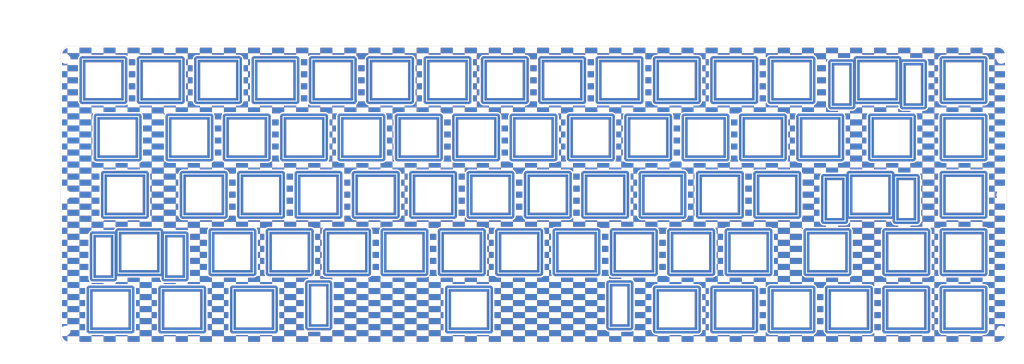
<source format=kicad_pcb>
(kicad_pcb (version 20171130) (host pcbnew "(5.1.10)-1")
  (layers (0 F.Cu signal) (31 B.Cu signal) (34 B.Paste user) (35 F.Paste user) (36 B.SilkS user) (37 F.SilkS user) (38 B.Mask user) (39 F.Mask user) (44 Edge.Cuts user))
  (net 0 "")
  (module kbd_SW_Hole:SW_Hole_TH_2u (layer F.Cu) (at 285.75 28.575)
    (fp_text reference SW4 hide)
    (fp_text value SW_PUSH hide)
    (fp_line (start -15.5 -6) (end -8.3 -6) (layer Edge.Cuts) (width 0.12))
    (fp_line (start -15.5 8.8) (end -15.5 -6) (layer Edge.Cuts) (width 0.12))
    (fp_line (start -8.3 8.8) (end -15.5 8.8) (layer Edge.Cuts) (width 0.12))
    (fp_line (start -8.3 -6) (end -8.3 8.8) (layer Edge.Cuts) (width 0.12))
    (fp_line (start 15.5 -6) (end 8.3 -6) (layer Edge.Cuts) (width 0.12))
    (fp_line (start 15.5 8.8) (end 15.5 -6) (layer Edge.Cuts) (width 0.12))
    (fp_line (start 8.3 8.8) (end 15.5 8.8) (layer Edge.Cuts) (width 0.12))
    (fp_line (start 8.3 -6) (end 8.3 8.8) (layer Edge.Cuts) (width 0.12))
    (fp_line (start -7.05 -7.05) (end 7.05 -7.05) (layer Edge.Cuts) (width 0.15))
    (fp_line (start 7.05 -7.05) (end 7.05 7.05) (layer Edge.Cuts) (width 0.15))
    (fp_line (start 7.05 7.05) (end -7.05 7.05) (layer Edge.Cuts) (width 0.15))
    (fp_line (start -7.05 7.05) (end -7.05 -7.05) (layer Edge.Cuts) (width 0.15))
    (pad 1 thru_hole oval (at -15.4 1.4) (size 2 16.6) (drill oval 0.3 14.9) (layers *.Cu *.Mask))
    (pad 1 thru_hole oval (at -8.4 1.4) (size 2 16.6) (drill oval 0.3 14.9) (layers *.Cu *.Mask))
    (pad 1 thru_hole oval (at -11.9 -5.9 90) (size 2 8.9) (drill oval 0.3 7.3) (layers *.Cu *.Mask))
    (pad 1 thru_hole oval (at -11.9 8.7 90) (size 2 8.9) (drill oval 0.3 7.3) (layers *.Cu *.Mask))
    (pad 1 thru_hole oval (at 11.9 8.7 90) (size 2 8.9) (drill oval 0.3 7.3) (layers *.Cu *.Mask))
    (pad 1 thru_hole oval (at -6.95 0) (size 2 15.9) (drill oval 0.3 14.2) (layers *.Cu *.Mask))
    (pad 1 thru_hole oval (at 6.95 0) (size 2 15.9) (drill oval 0.3 14.2) (layers *.Cu *.Mask))
    (pad 1 thru_hole oval (at 0 -6.95 90) (size 2 15.9) (drill oval 0.3 14.2) (layers *.Cu *.Mask))
    (pad 1 thru_hole oval (at 0 6.95 90) (size 2 15.9) (drill oval 0.3 14.2) (layers *.Cu *.Mask))
    (pad 1 thru_hole oval (at 15.4 1.4) (size 2 16.6) (drill oval 0.3 14.9) (layers *.Cu *.Mask))
    (pad 1 thru_hole oval (at 8.4 1.4) (size 2 16.6) (drill oval 0.3 14.9) (layers *.Cu *.Mask))
    (pad 1 thru_hole oval (at 11.9 -5.9 90) (size 2 8.9) (drill oval 0.3 7.3) (layers *.Cu *.Mask))
  )
  (module kbd_SW_Hole:SW_Hole_TH_1.5u (layer F.Cu) (at 33.3375 47.625)
    (fp_text reference SW2 hide)
    (fp_text value KEY_SWITCH hide)
    (fp_line (start 7.05 7.05) (end -7.05 7.05) (layer Edge.Cuts) (width 0.12))
    (fp_line (start -7.05 -7.05) (end 7.05 -7.05) (layer Edge.Cuts) (width 0.12))
    (fp_line (start -7.05 7.05) (end -7.05 -7.05) (layer Edge.Cuts) (width 0.12))
    (fp_line (start 7.05 -7.05) (end 7.05 7.05) (layer Edge.Cuts) (width 0.12))
    (pad 1 thru_hole oval (at 6.95 0) (size 2 15.9) (drill oval 0.3 14.2) (layers *.Cu *.Mask))
    (pad 1 thru_hole oval (at -6.95 0) (size 2 15.9) (drill oval 0.3 14.2) (layers *.Cu *.Mask))
    (pad 1 thru_hole oval (at 0 6.95 90) (size 2 15.9) (drill oval 0.3 14.2) (layers *.Cu *.Mask))
    (pad 1 thru_hole oval (at 0 -6.95 90) (size 2 15.9) (drill oval 0.3 14.2) (layers *.Cu *.Mask))
  )
  (module kbd_SW_Hole:SW_Hole_TH_1.5u (layer F.Cu) (at 290.5125 47.625)
    (fp_text reference SW2 hide)
    (fp_text value KEY_SWITCH hide)
    (fp_line (start 7.05 7.05) (end -7.05 7.05) (layer Edge.Cuts) (width 0.12))
    (fp_line (start -7.05 -7.05) (end 7.05 -7.05) (layer Edge.Cuts) (width 0.12))
    (fp_line (start -7.05 7.05) (end -7.05 -7.05) (layer Edge.Cuts) (width 0.12))
    (fp_line (start 7.05 -7.05) (end 7.05 7.05) (layer Edge.Cuts) (width 0.12))
    (pad 1 thru_hole oval (at 6.95 0) (size 2 15.9) (drill oval 0.3 14.2) (layers *.Cu *.Mask))
    (pad 1 thru_hole oval (at -6.95 0) (size 2 15.9) (drill oval 0.3 14.2) (layers *.Cu *.Mask))
    (pad 1 thru_hole oval (at 0 6.95 90) (size 2 15.9) (drill oval 0.3 14.2) (layers *.Cu *.Mask))
    (pad 1 thru_hole oval (at 0 -6.95 90) (size 2 15.9) (drill oval 0.3 14.2) (layers *.Cu *.Mask))
  )
  (module kbd_SW_Hole:SW_Hole_TH_1.25u (layer F.Cu) (at 78.58125 104.775)
    (fp_text reference SW7 hide)
    (fp_text value SW_PUSH hide)
    (fp_line (start 7.05 7.05) (end -7.05 7.05) (layer Edge.Cuts) (width 0.12))
    (fp_line (start -7.05 -7.05) (end 7.05 -7.05) (layer Edge.Cuts) (width 0.12))
    (fp_line (start -7.05 7.05) (end -7.05 -7.05) (layer Edge.Cuts) (width 0.12))
    (fp_line (start 7.05 -7.05) (end 7.05 7.05) (layer Edge.Cuts) (width 0.12))
    (pad 1 thru_hole oval (at 6.95 0) (size 2 15.9) (drill oval 0.3 14.2) (layers *.Cu *.Mask))
    (pad 1 thru_hole oval (at -6.95 0) (size 2 15.9) (drill oval 0.3 14.2) (layers *.Cu *.Mask))
    (pad 1 thru_hole oval (at 0 6.95 90) (size 2 15.9) (drill oval 0.3 14.2) (layers *.Cu *.Mask))
    (pad 1 thru_hole oval (at 0 -6.95 90) (size 2 15.9) (drill oval 0.3 14.2) (layers *.Cu *.Mask))
  )
  (module kbd_SW_Hole:SW_Hole_TH_1.25u (layer F.Cu) (at 30.95625 104.775)
    (fp_text reference SW7 hide)
    (fp_text value SW_PUSH hide)
    (fp_line (start 7.05 7.05) (end -7.05 7.05) (layer Edge.Cuts) (width 0.12))
    (fp_line (start -7.05 -7.05) (end 7.05 -7.05) (layer Edge.Cuts) (width 0.12))
    (fp_line (start -7.05 7.05) (end -7.05 -7.05) (layer Edge.Cuts) (width 0.12))
    (fp_line (start 7.05 -7.05) (end 7.05 7.05) (layer Edge.Cuts) (width 0.12))
    (pad 1 thru_hole oval (at 6.95 0) (size 2 15.9) (drill oval 0.3 14.2) (layers *.Cu *.Mask))
    (pad 1 thru_hole oval (at -6.95 0) (size 2 15.9) (drill oval 0.3 14.2) (layers *.Cu *.Mask))
    (pad 1 thru_hole oval (at 0 6.95 90) (size 2 15.9) (drill oval 0.3 14.2) (layers *.Cu *.Mask))
    (pad 1 thru_hole oval (at 0 -6.95 90) (size 2 15.9) (drill oval 0.3 14.2) (layers *.Cu *.Mask))
  )
  (module kbd_SW_Hole:SW_Hole_TH_1.25u (layer F.Cu) (at 54.76875 104.775)
    (fp_text reference SW7 hide)
    (fp_text value SW_PUSH hide)
    (fp_line (start 7.05 7.05) (end -7.05 7.05) (layer Edge.Cuts) (width 0.12))
    (fp_line (start -7.05 -7.05) (end 7.05 -7.05) (layer Edge.Cuts) (width 0.12))
    (fp_line (start -7.05 7.05) (end -7.05 -7.05) (layer Edge.Cuts) (width 0.12))
    (fp_line (start 7.05 -7.05) (end 7.05 7.05) (layer Edge.Cuts) (width 0.12))
    (pad 1 thru_hole oval (at 6.95 0) (size 2 15.9) (drill oval 0.3 14.2) (layers *.Cu *.Mask))
    (pad 1 thru_hole oval (at -6.95 0) (size 2 15.9) (drill oval 0.3 14.2) (layers *.Cu *.Mask))
    (pad 1 thru_hole oval (at 0 6.95 90) (size 2 15.9) (drill oval 0.3 14.2) (layers *.Cu *.Mask))
    (pad 1 thru_hole oval (at 0 -6.95 90) (size 2 15.9) (drill oval 0.3 14.2) (layers *.Cu *.Mask))
  )
  (module kbd_SW_Hole:SW_Hole_TH_6.25u (layer F.Cu) (at 150.01875 104.775 180)
    (fp_text reference SW8 hide)
    (fp_text value SW_PUSH hide)
    (fp_line (start -7.05 7.05) (end -7.05 -7.05) (layer Edge.Cuts) (width 0.15))
    (fp_line (start 7.05 7.05) (end -7.05 7.05) (layer Edge.Cuts) (width 0.15))
    (fp_line (start 7.05 -7.05) (end 7.05 7.05) (layer Edge.Cuts) (width 0.15))
    (fp_line (start -7.05 -7.05) (end 7.05 -7.05) (layer Edge.Cuts) (width 0.15))
    (fp_line (start 46.51 -6) (end 46.51 8.8) (layer Edge.Cuts) (width 0.12))
    (fp_line (start 46.51 8.8) (end 53.51 8.8) (layer Edge.Cuts) (width 0.12))
    (fp_line (start 53.51 8.8) (end 53.51 -6) (layer Edge.Cuts) (width 0.12))
    (fp_line (start 53.51 -6) (end 46.51 -6) (layer Edge.Cuts) (width 0.12))
    (fp_line (start -46.51 -6) (end -46.51 8.8) (layer Edge.Cuts) (width 0.12))
    (fp_line (start -46.51 8.8) (end -53.51 8.8) (layer Edge.Cuts) (width 0.12))
    (fp_line (start -53.51 8.8) (end -53.51 -6) (layer Edge.Cuts) (width 0.12))
    (fp_line (start -53.51 -6) (end -46.51 -6) (layer Edge.Cuts) (width 0.12))
    (pad 1 thru_hole oval (at -53.61 1.4 180) (size 2 16.6) (drill oval 0.3 14.9) (layers *.Cu *.Mask))
    (pad 1 thru_hole oval (at -46.61 1.4 180) (size 2 16.6) (drill oval 0.3 14.9) (layers *.Cu *.Mask))
    (pad 1 thru_hole oval (at -50.11 -5.9 270) (size 2 8.8) (drill oval 0.3 7.2) (layers *.Cu *.Mask))
    (pad 1 thru_hole oval (at -50.11 8.7 270) (size 2 8.8) (drill oval 0.3 7.2) (layers *.Cu *.Mask))
    (pad 1 thru_hole oval (at 49.91 8.7 270) (size 2 8.8) (drill oval 0.3 7.2) (layers *.Cu *.Mask))
    (pad 1 thru_hole oval (at -6.95 0 180) (size 2 15.9) (drill oval 0.3 14.2) (layers *.Cu *.Mask))
    (pad 1 thru_hole oval (at 6.95 0 180) (size 2 15.9) (drill oval 0.3 14.2) (layers *.Cu *.Mask))
    (pad 1 thru_hole oval (at 0 -6.95 270) (size 2 15.9) (drill oval 0.3 14.2) (layers *.Cu *.Mask))
    (pad 1 thru_hole oval (at 0 6.95 270) (size 2 15.9) (drill oval 0.3 14.2) (layers *.Cu *.Mask))
    (pad 1 thru_hole oval (at 53.41 1.4 180) (size 2 16.6) (drill oval 0.3 14.9) (layers *.Cu *.Mask))
    (pad 1 thru_hole oval (at 46.41 1.4 180) (size 2 16.6) (drill oval 0.3 14.9) (layers *.Cu *.Mask))
    (pad 1 thru_hole oval (at 49.91 -5.9 270) (size 2 8.8) (drill oval 0.3 7.2) (layers *.Cu *.Mask))
  )
  (module kbd_SW_Hole:SW_Hole_TH_2.25u (layer F.Cu) (at 283.36875 66.675)
    (fp_text reference SW4 hide)
    (fp_text value KEY_SWITCH hide)
    (fp_line (start -7.05 7.05) (end -7.05 -7.05) (layer Edge.Cuts) (width 0.15))
    (fp_line (start 7.05 7.05) (end -7.05 7.05) (layer Edge.Cuts) (width 0.15))
    (fp_line (start 7.05 -7.05) (end 7.05 7.05) (layer Edge.Cuts) (width 0.15))
    (fp_line (start -7.05 -7.05) (end 7.05 -7.05) (layer Edge.Cuts) (width 0.15))
    (fp_line (start 8.3 -6) (end 8.3 8.8) (layer Edge.Cuts) (width 0.12))
    (fp_line (start 8.3 8.8) (end 15.5 8.8) (layer Edge.Cuts) (width 0.12))
    (fp_line (start 15.5 8.8) (end 15.5 -6) (layer Edge.Cuts) (width 0.12))
    (fp_line (start 15.5 -6) (end 8.3 -6) (layer Edge.Cuts) (width 0.12))
    (fp_line (start -8.3 -6) (end -8.3 8.8) (layer Edge.Cuts) (width 0.12))
    (fp_line (start -8.3 8.8) (end -15.5 8.8) (layer Edge.Cuts) (width 0.12))
    (fp_line (start -15.5 8.8) (end -15.5 -6) (layer Edge.Cuts) (width 0.12))
    (fp_line (start -15.5 -6) (end -8.3 -6) (layer Edge.Cuts) (width 0.12))
    (pad 1 thru_hole oval (at -15.4 1.4) (size 2 16.6) (drill oval 0.3 14.9) (layers *.Cu *.Mask))
    (pad 1 thru_hole oval (at -8.4 1.4) (size 2 16.6) (drill oval 0.3 14.9) (layers *.Cu *.Mask))
    (pad 1 thru_hole oval (at -11.9 -5.9 90) (size 2 8.9) (drill oval 0.3 7.3) (layers *.Cu *.Mask))
    (pad 1 thru_hole oval (at -11.9 8.7 90) (size 2 8.9) (drill oval 0.3 7.3) (layers *.Cu *.Mask))
    (pad 1 thru_hole oval (at 11.9 8.7 90) (size 2 8.9) (drill oval 0.3 7.3) (layers *.Cu *.Mask))
    (pad 1 thru_hole oval (at -6.95 0) (size 2 15.9) (drill oval 0.3 14.2) (layers *.Cu *.Mask))
    (pad 1 thru_hole oval (at 6.95 0) (size 2 15.9) (drill oval 0.3 14.2) (layers *.Cu *.Mask))
    (pad 1 thru_hole oval (at 0 -6.95 90) (size 2 15.9) (drill oval 0.3 14.2) (layers *.Cu *.Mask))
    (pad 1 thru_hole oval (at 0 6.95 90) (size 2 15.9) (drill oval 0.3 14.2) (layers *.Cu *.Mask))
    (pad 1 thru_hole oval (at 15.4 1.4) (size 2 16.6) (drill oval 0.3 14.9) (layers *.Cu *.Mask))
    (pad 1 thru_hole oval (at 8.4 1.4) (size 2 16.6) (drill oval 0.3 14.9) (layers *.Cu *.Mask))
    (pad 1 thru_hole oval (at 11.9 -5.9 90) (size 2 8.9) (drill oval 0.3 7.3) (layers *.Cu *.Mask))
  )
  (module kbd_SW_Hole:SW_Hole_TH_2.25u (layer F.Cu) (at 40.48125 85.725)
    (fp_text reference SW4 hide)
    (fp_text value KEY_SWITCH hide)
    (fp_line (start -7.05 7.05) (end -7.05 -7.05) (layer Edge.Cuts) (width 0.15))
    (fp_line (start 7.05 7.05) (end -7.05 7.05) (layer Edge.Cuts) (width 0.15))
    (fp_line (start 7.05 -7.05) (end 7.05 7.05) (layer Edge.Cuts) (width 0.15))
    (fp_line (start -7.05 -7.05) (end 7.05 -7.05) (layer Edge.Cuts) (width 0.15))
    (fp_line (start 8.3 -6) (end 8.3 8.8) (layer Edge.Cuts) (width 0.12))
    (fp_line (start 8.3 8.8) (end 15.5 8.8) (layer Edge.Cuts) (width 0.12))
    (fp_line (start 15.5 8.8) (end 15.5 -6) (layer Edge.Cuts) (width 0.12))
    (fp_line (start 15.5 -6) (end 8.3 -6) (layer Edge.Cuts) (width 0.12))
    (fp_line (start -8.3 -6) (end -8.3 8.8) (layer Edge.Cuts) (width 0.12))
    (fp_line (start -8.3 8.8) (end -15.5 8.8) (layer Edge.Cuts) (width 0.12))
    (fp_line (start -15.5 8.8) (end -15.5 -6) (layer Edge.Cuts) (width 0.12))
    (fp_line (start -15.5 -6) (end -8.3 -6) (layer Edge.Cuts) (width 0.12))
    (pad 1 thru_hole oval (at -15.4 1.4) (size 2 16.6) (drill oval 0.3 14.9) (layers *.Cu *.Mask))
    (pad 1 thru_hole oval (at -8.4 1.4) (size 2 16.6) (drill oval 0.3 14.9) (layers *.Cu *.Mask))
    (pad 1 thru_hole oval (at -11.9 -5.9 90) (size 2 8.9) (drill oval 0.3 7.3) (layers *.Cu *.Mask))
    (pad 1 thru_hole oval (at -11.9 8.7 90) (size 2 8.9) (drill oval 0.3 7.3) (layers *.Cu *.Mask))
    (pad 1 thru_hole oval (at 11.9 8.7 90) (size 2 8.9) (drill oval 0.3 7.3) (layers *.Cu *.Mask))
    (pad 1 thru_hole oval (at -6.95 0) (size 2 15.9) (drill oval 0.3 14.2) (layers *.Cu *.Mask))
    (pad 1 thru_hole oval (at 6.95 0) (size 2 15.9) (drill oval 0.3 14.2) (layers *.Cu *.Mask))
    (pad 1 thru_hole oval (at 0 -6.95 90) (size 2 15.9) (drill oval 0.3 14.2) (layers *.Cu *.Mask))
    (pad 1 thru_hole oval (at 0 6.95 90) (size 2 15.9) (drill oval 0.3 14.2) (layers *.Cu *.Mask))
    (pad 1 thru_hole oval (at 15.4 1.4) (size 2 16.6) (drill oval 0.3 14.9) (layers *.Cu *.Mask))
    (pad 1 thru_hole oval (at 8.4 1.4) (size 2 16.6) (drill oval 0.3 14.9) (layers *.Cu *.Mask))
    (pad 1 thru_hole oval (at 11.9 -5.9 90) (size 2 8.9) (drill oval 0.3 7.3) (layers *.Cu *.Mask))
  )
  (module kbd_SW_Hole:SW_Hole_TH_1.75u (layer F.Cu) (at 269.08125 85.725)
    (fp_text reference SW8 hide)
    (fp_text value SW_PUSH hide)
    (fp_line (start 7.05 7.05) (end -7.05 7.05) (layer Edge.Cuts) (width 0.12))
    (fp_line (start -7.05 -7.05) (end 7.05 -7.05) (layer Edge.Cuts) (width 0.12))
    (fp_line (start -7.05 7.05) (end -7.05 -7.05) (layer Edge.Cuts) (width 0.12))
    (fp_line (start 7.05 -7.05) (end 7.05 7.05) (layer Edge.Cuts) (width 0.12))
    (pad 1 thru_hole oval (at 6.95 0) (size 2 15.9) (drill oval 0.3 14.2) (layers *.Cu *.Mask))
    (pad 1 thru_hole oval (at -6.95 0) (size 2 15.9) (drill oval 0.3 14.2) (layers *.Cu *.Mask))
    (pad 1 thru_hole oval (at 0 6.95 90) (size 2 15.9) (drill oval 0.3 14.2) (layers *.Cu *.Mask))
    (pad 1 thru_hole oval (at 0 -6.95 90) (size 2 15.9) (drill oval 0.3 14.2) (layers *.Cu *.Mask))
  )
  (module kbd_SW_Hole:SW_Hole_TH_1.75u (layer F.Cu) (at 35.71875 66.675)
    (fp_text reference SW3 hide)
    (fp_text value SW_PUSH hide)
    (fp_line (start 7.05 7.05) (end -7.05 7.05) (layer Edge.Cuts) (width 0.12))
    (fp_line (start -7.05 -7.05) (end 7.05 -7.05) (layer Edge.Cuts) (width 0.12))
    (fp_line (start -7.05 7.05) (end -7.05 -7.05) (layer Edge.Cuts) (width 0.12))
    (fp_line (start 7.05 -7.05) (end 7.05 7.05) (layer Edge.Cuts) (width 0.12))
    (pad 1 thru_hole oval (at 6.95 0) (size 2 15.9) (drill oval 0.3 14.2) (layers *.Cu *.Mask))
    (pad 1 thru_hole oval (at -6.95 0) (size 2 15.9) (drill oval 0.3 14.2) (layers *.Cu *.Mask))
    (pad 1 thru_hole oval (at 0 6.95 90) (size 2 15.9) (drill oval 0.3 14.2) (layers *.Cu *.Mask))
    (pad 1 thru_hole oval (at 0 -6.95 90) (size 2 15.9) (drill oval 0.3 14.2) (layers *.Cu *.Mask))
  )
  (module kbd_SW_Hole:SW_Hole_TH_1u (layer F.Cu) (at 295.275 104.775)
    (fp_text reference SW8 hide)
    (fp_text value SW_PUSH hide)
    (fp_line (start 7.05 7.05) (end -7.05 7.05) (layer Edge.Cuts) (width 0.12))
    (fp_line (start -7.05 -7.05) (end 7.05 -7.05) (layer Edge.Cuts) (width 0.12))
    (fp_line (start -7.05 7.05) (end -7.05 -7.05) (layer Edge.Cuts) (width 0.12))
    (fp_line (start 7.05 -7.05) (end 7.05 7.05) (layer Edge.Cuts) (width 0.12))
    (pad 1 thru_hole oval (at 6.95 0) (size 2 15.9) (drill oval 0.3 14.2) (layers *.Cu *.Mask))
    (pad 1 thru_hole oval (at -6.95 0) (size 2 15.9) (drill oval 0.3 14.2) (layers *.Cu *.Mask))
    (pad 1 thru_hole oval (at 0 6.95 90) (size 2 15.9) (drill oval 0.3 14.2) (layers *.Cu *.Mask))
    (pad 1 thru_hole oval (at 0 -6.95 90) (size 2 15.9) (drill oval 0.3 14.2) (layers *.Cu *.Mask))
  )
  (module kbd_SW_Hole:SW_Hole_TH_1u (layer F.Cu) (at 314.325 104.775)
    (fp_text reference SW8 hide)
    (fp_text value SW_PUSH hide)
    (fp_line (start 7.05 7.05) (end -7.05 7.05) (layer Edge.Cuts) (width 0.12))
    (fp_line (start -7.05 -7.05) (end 7.05 -7.05) (layer Edge.Cuts) (width 0.12))
    (fp_line (start -7.05 7.05) (end -7.05 -7.05) (layer Edge.Cuts) (width 0.12))
    (fp_line (start 7.05 -7.05) (end 7.05 7.05) (layer Edge.Cuts) (width 0.12))
    (pad 1 thru_hole oval (at 6.95 0) (size 2 15.9) (drill oval 0.3 14.2) (layers *.Cu *.Mask))
    (pad 1 thru_hole oval (at -6.95 0) (size 2 15.9) (drill oval 0.3 14.2) (layers *.Cu *.Mask))
    (pad 1 thru_hole oval (at 0 6.95 90) (size 2 15.9) (drill oval 0.3 14.2) (layers *.Cu *.Mask))
    (pad 1 thru_hole oval (at 0 -6.95 90) (size 2 15.9) (drill oval 0.3 14.2) (layers *.Cu *.Mask))
  )
  (module kbd_SW_Hole:SW_Hole_TH_1u (layer F.Cu) (at 276.225 104.775)
    (fp_text reference SW8 hide)
    (fp_text value SW_PUSH hide)
    (fp_line (start 7.05 7.05) (end -7.05 7.05) (layer Edge.Cuts) (width 0.12))
    (fp_line (start -7.05 -7.05) (end 7.05 -7.05) (layer Edge.Cuts) (width 0.12))
    (fp_line (start -7.05 7.05) (end -7.05 -7.05) (layer Edge.Cuts) (width 0.12))
    (fp_line (start 7.05 -7.05) (end 7.05 7.05) (layer Edge.Cuts) (width 0.12))
    (pad 1 thru_hole oval (at 6.95 0) (size 2 15.9) (drill oval 0.3 14.2) (layers *.Cu *.Mask))
    (pad 1 thru_hole oval (at -6.95 0) (size 2 15.9) (drill oval 0.3 14.2) (layers *.Cu *.Mask))
    (pad 1 thru_hole oval (at 0 6.95 90) (size 2 15.9) (drill oval 0.3 14.2) (layers *.Cu *.Mask))
    (pad 1 thru_hole oval (at 0 -6.95 90) (size 2 15.9) (drill oval 0.3 14.2) (layers *.Cu *.Mask))
  )
  (module kbd_SW_Hole:SW_Hole_TH_1u (layer F.Cu) (at 314.325 66.675)
    (fp_text reference SW4 hide)
    (fp_text value SW_PUSH hide)
    (fp_line (start 7.05 7.05) (end -7.05 7.05) (layer Edge.Cuts) (width 0.12))
    (fp_line (start -7.05 -7.05) (end 7.05 -7.05) (layer Edge.Cuts) (width 0.12))
    (fp_line (start -7.05 7.05) (end -7.05 -7.05) (layer Edge.Cuts) (width 0.12))
    (fp_line (start 7.05 -7.05) (end 7.05 7.05) (layer Edge.Cuts) (width 0.12))
    (pad 1 thru_hole oval (at 6.95 0) (size 2 15.9) (drill oval 0.3 14.2) (layers *.Cu *.Mask))
    (pad 1 thru_hole oval (at -6.95 0) (size 2 15.9) (drill oval 0.3 14.2) (layers *.Cu *.Mask))
    (pad 1 thru_hole oval (at 0 6.95 90) (size 2 15.9) (drill oval 0.3 14.2) (layers *.Cu *.Mask))
    (pad 1 thru_hole oval (at 0 -6.95 90) (size 2 15.9) (drill oval 0.3 14.2) (layers *.Cu *.Mask))
  )
  (module kbd_SW_Hole:SW_Hole_TH_1u (layer F.Cu) (at 314.325 47.625)
    (fp_text reference SW8 hide)
    (fp_text value SW_PUSH hide)
    (fp_line (start 7.05 7.05) (end -7.05 7.05) (layer Edge.Cuts) (width 0.12))
    (fp_line (start -7.05 -7.05) (end 7.05 -7.05) (layer Edge.Cuts) (width 0.12))
    (fp_line (start -7.05 7.05) (end -7.05 -7.05) (layer Edge.Cuts) (width 0.12))
    (fp_line (start 7.05 -7.05) (end 7.05 7.05) (layer Edge.Cuts) (width 0.12))
    (pad 1 thru_hole oval (at 6.95 0) (size 2 15.9) (drill oval 0.3 14.2) (layers *.Cu *.Mask))
    (pad 1 thru_hole oval (at -6.95 0) (size 2 15.9) (drill oval 0.3 14.2) (layers *.Cu *.Mask))
    (pad 1 thru_hole oval (at 0 6.95 90) (size 2 15.9) (drill oval 0.3 14.2) (layers *.Cu *.Mask))
    (pad 1 thru_hole oval (at 0 -6.95 90) (size 2 15.9) (drill oval 0.3 14.2) (layers *.Cu *.Mask))
  )
  (module kbd_SW_Hole:SW_Hole_TH_1u (layer F.Cu) (at 314.325 28.575)
    (fp_text reference SW4 hide)
    (fp_text value SW_PUSH hide)
    (fp_line (start 7.05 7.05) (end -7.05 7.05) (layer Edge.Cuts) (width 0.12))
    (fp_line (start -7.05 -7.05) (end 7.05 -7.05) (layer Edge.Cuts) (width 0.12))
    (fp_line (start -7.05 7.05) (end -7.05 -7.05) (layer Edge.Cuts) (width 0.12))
    (fp_line (start 7.05 -7.05) (end 7.05 7.05) (layer Edge.Cuts) (width 0.12))
    (pad 1 thru_hole oval (at 6.95 0) (size 2 15.9) (drill oval 0.3 14.2) (layers *.Cu *.Mask))
    (pad 1 thru_hole oval (at -6.95 0) (size 2 15.9) (drill oval 0.3 14.2) (layers *.Cu *.Mask))
    (pad 1 thru_hole oval (at 0 6.95 90) (size 2 15.9) (drill oval 0.3 14.2) (layers *.Cu *.Mask))
    (pad 1 thru_hole oval (at 0 -6.95 90) (size 2 15.9) (drill oval 0.3 14.2) (layers *.Cu *.Mask))
  )
  (module kbd_SW_Hole:SW_Hole_TH_1u (layer F.Cu) (at 314.325 85.725)
    (fp_text reference SW8 hide)
    (fp_text value SW_PUSH hide)
    (fp_line (start 7.05 7.05) (end -7.05 7.05) (layer Edge.Cuts) (width 0.12))
    (fp_line (start -7.05 -7.05) (end 7.05 -7.05) (layer Edge.Cuts) (width 0.12))
    (fp_line (start -7.05 7.05) (end -7.05 -7.05) (layer Edge.Cuts) (width 0.12))
    (fp_line (start 7.05 -7.05) (end 7.05 7.05) (layer Edge.Cuts) (width 0.12))
    (pad 1 thru_hole oval (at 6.95 0) (size 2 15.9) (drill oval 0.3 14.2) (layers *.Cu *.Mask))
    (pad 1 thru_hole oval (at -6.95 0) (size 2 15.9) (drill oval 0.3 14.2) (layers *.Cu *.Mask))
    (pad 1 thru_hole oval (at 0 6.95 90) (size 2 15.9) (drill oval 0.3 14.2) (layers *.Cu *.Mask))
    (pad 1 thru_hole oval (at 0 -6.95 90) (size 2 15.9) (drill oval 0.3 14.2) (layers *.Cu *.Mask))
  )
  (module kbd_SW_Hole:SW_Hole_TH_1u (layer F.Cu) (at 266.7 47.625)
    (fp_text reference SW8 hide)
    (fp_text value SW_PUSH hide)
    (fp_line (start 7.05 7.05) (end -7.05 7.05) (layer Edge.Cuts) (width 0.12))
    (fp_line (start -7.05 -7.05) (end 7.05 -7.05) (layer Edge.Cuts) (width 0.12))
    (fp_line (start -7.05 7.05) (end -7.05 -7.05) (layer Edge.Cuts) (width 0.12))
    (fp_line (start 7.05 -7.05) (end 7.05 7.05) (layer Edge.Cuts) (width 0.12))
    (pad 1 thru_hole oval (at 6.95 0) (size 2 15.9) (drill oval 0.3 14.2) (layers *.Cu *.Mask))
    (pad 1 thru_hole oval (at -6.95 0) (size 2 15.9) (drill oval 0.3 14.2) (layers *.Cu *.Mask))
    (pad 1 thru_hole oval (at 0 6.95 90) (size 2 15.9) (drill oval 0.3 14.2) (layers *.Cu *.Mask))
    (pad 1 thru_hole oval (at 0 -6.95 90) (size 2 15.9) (drill oval 0.3 14.2) (layers *.Cu *.Mask))
  )
  (module kbd_SW_Hole:SW_Hole_TH_1u (layer F.Cu) (at 252.4125 66.675)
    (fp_text reference SW4 hide)
    (fp_text value SW_PUSH hide)
    (fp_line (start 7.05 7.05) (end -7.05 7.05) (layer Edge.Cuts) (width 0.12))
    (fp_line (start -7.05 -7.05) (end 7.05 -7.05) (layer Edge.Cuts) (width 0.12))
    (fp_line (start -7.05 7.05) (end -7.05 -7.05) (layer Edge.Cuts) (width 0.12))
    (fp_line (start 7.05 -7.05) (end 7.05 7.05) (layer Edge.Cuts) (width 0.12))
    (pad 1 thru_hole oval (at 6.95 0) (size 2 15.9) (drill oval 0.3 14.2) (layers *.Cu *.Mask))
    (pad 1 thru_hole oval (at -6.95 0) (size 2 15.9) (drill oval 0.3 14.2) (layers *.Cu *.Mask))
    (pad 1 thru_hole oval (at 0 6.95 90) (size 2 15.9) (drill oval 0.3 14.2) (layers *.Cu *.Mask))
    (pad 1 thru_hole oval (at 0 -6.95 90) (size 2 15.9) (drill oval 0.3 14.2) (layers *.Cu *.Mask))
  )
  (module kbd_SW_Hole:SW_Hole_TH_1u (layer F.Cu) (at 219.075 28.575)
    (fp_text reference SW4 hide)
    (fp_text value SW_PUSH hide)
    (fp_line (start 7.05 7.05) (end -7.05 7.05) (layer Edge.Cuts) (width 0.12))
    (fp_line (start -7.05 -7.05) (end 7.05 -7.05) (layer Edge.Cuts) (width 0.12))
    (fp_line (start -7.05 7.05) (end -7.05 -7.05) (layer Edge.Cuts) (width 0.12))
    (fp_line (start 7.05 -7.05) (end 7.05 7.05) (layer Edge.Cuts) (width 0.12))
    (pad 1 thru_hole oval (at 6.95 0) (size 2 15.9) (drill oval 0.3 14.2) (layers *.Cu *.Mask))
    (pad 1 thru_hole oval (at -6.95 0) (size 2 15.9) (drill oval 0.3 14.2) (layers *.Cu *.Mask))
    (pad 1 thru_hole oval (at 0 6.95 90) (size 2 15.9) (drill oval 0.3 14.2) (layers *.Cu *.Mask))
    (pad 1 thru_hole oval (at 0 -6.95 90) (size 2 15.9) (drill oval 0.3 14.2) (layers *.Cu *.Mask))
  )
  (module kbd_SW_Hole:SW_Hole_TH_1u (layer F.Cu) (at 257.175 28.575)
    (fp_text reference SW4 hide)
    (fp_text value SW_PUSH hide)
    (fp_line (start 7.05 7.05) (end -7.05 7.05) (layer Edge.Cuts) (width 0.12))
    (fp_line (start -7.05 -7.05) (end 7.05 -7.05) (layer Edge.Cuts) (width 0.12))
    (fp_line (start -7.05 7.05) (end -7.05 -7.05) (layer Edge.Cuts) (width 0.12))
    (fp_line (start 7.05 -7.05) (end 7.05 7.05) (layer Edge.Cuts) (width 0.12))
    (pad 1 thru_hole oval (at 6.95 0) (size 2 15.9) (drill oval 0.3 14.2) (layers *.Cu *.Mask))
    (pad 1 thru_hole oval (at -6.95 0) (size 2 15.9) (drill oval 0.3 14.2) (layers *.Cu *.Mask))
    (pad 1 thru_hole oval (at 0 6.95 90) (size 2 15.9) (drill oval 0.3 14.2) (layers *.Cu *.Mask))
    (pad 1 thru_hole oval (at 0 -6.95 90) (size 2 15.9) (drill oval 0.3 14.2) (layers *.Cu *.Mask))
  )
  (module kbd_SW_Hole:SW_Hole_TH_1u (layer F.Cu) (at 247.65 47.625)
    (fp_text reference SW8 hide)
    (fp_text value SW_PUSH hide)
    (fp_line (start 7.05 7.05) (end -7.05 7.05) (layer Edge.Cuts) (width 0.12))
    (fp_line (start -7.05 -7.05) (end 7.05 -7.05) (layer Edge.Cuts) (width 0.12))
    (fp_line (start -7.05 7.05) (end -7.05 -7.05) (layer Edge.Cuts) (width 0.12))
    (fp_line (start 7.05 -7.05) (end 7.05 7.05) (layer Edge.Cuts) (width 0.12))
    (pad 1 thru_hole oval (at 6.95 0) (size 2 15.9) (drill oval 0.3 14.2) (layers *.Cu *.Mask))
    (pad 1 thru_hole oval (at -6.95 0) (size 2 15.9) (drill oval 0.3 14.2) (layers *.Cu *.Mask))
    (pad 1 thru_hole oval (at 0 6.95 90) (size 2 15.9) (drill oval 0.3 14.2) (layers *.Cu *.Mask))
    (pad 1 thru_hole oval (at 0 -6.95 90) (size 2 15.9) (drill oval 0.3 14.2) (layers *.Cu *.Mask))
  )
  (module kbd_SW_Hole:SW_Hole_TH_1u (layer F.Cu) (at 233.3625 66.675)
    (fp_text reference SW4 hide)
    (fp_text value SW_PUSH hide)
    (fp_line (start 7.05 7.05) (end -7.05 7.05) (layer Edge.Cuts) (width 0.12))
    (fp_line (start -7.05 -7.05) (end 7.05 -7.05) (layer Edge.Cuts) (width 0.12))
    (fp_line (start -7.05 7.05) (end -7.05 -7.05) (layer Edge.Cuts) (width 0.12))
    (fp_line (start 7.05 -7.05) (end 7.05 7.05) (layer Edge.Cuts) (width 0.12))
    (pad 1 thru_hole oval (at 6.95 0) (size 2 15.9) (drill oval 0.3 14.2) (layers *.Cu *.Mask))
    (pad 1 thru_hole oval (at -6.95 0) (size 2 15.9) (drill oval 0.3 14.2) (layers *.Cu *.Mask))
    (pad 1 thru_hole oval (at 0 6.95 90) (size 2 15.9) (drill oval 0.3 14.2) (layers *.Cu *.Mask))
    (pad 1 thru_hole oval (at 0 -6.95 90) (size 2 15.9) (drill oval 0.3 14.2) (layers *.Cu *.Mask))
  )
  (module kbd_SW_Hole:SW_Hole_TH_1u (layer F.Cu) (at 228.6 47.625)
    (fp_text reference SW8 hide)
    (fp_text value SW_PUSH hide)
    (fp_line (start 7.05 7.05) (end -7.05 7.05) (layer Edge.Cuts) (width 0.12))
    (fp_line (start -7.05 -7.05) (end 7.05 -7.05) (layer Edge.Cuts) (width 0.12))
    (fp_line (start -7.05 7.05) (end -7.05 -7.05) (layer Edge.Cuts) (width 0.12))
    (fp_line (start 7.05 -7.05) (end 7.05 7.05) (layer Edge.Cuts) (width 0.12))
    (pad 1 thru_hole oval (at 6.95 0) (size 2 15.9) (drill oval 0.3 14.2) (layers *.Cu *.Mask))
    (pad 1 thru_hole oval (at -6.95 0) (size 2 15.9) (drill oval 0.3 14.2) (layers *.Cu *.Mask))
    (pad 1 thru_hole oval (at 0 6.95 90) (size 2 15.9) (drill oval 0.3 14.2) (layers *.Cu *.Mask))
    (pad 1 thru_hole oval (at 0 -6.95 90) (size 2 15.9) (drill oval 0.3 14.2) (layers *.Cu *.Mask))
  )
  (module kbd_SW_Hole:SW_Hole_TH_1u (layer F.Cu) (at 242.8875 85.725)
    (fp_text reference SW8 hide)
    (fp_text value SW_PUSH hide)
    (fp_line (start 7.05 7.05) (end -7.05 7.05) (layer Edge.Cuts) (width 0.12))
    (fp_line (start -7.05 -7.05) (end 7.05 -7.05) (layer Edge.Cuts) (width 0.12))
    (fp_line (start -7.05 7.05) (end -7.05 -7.05) (layer Edge.Cuts) (width 0.12))
    (fp_line (start 7.05 -7.05) (end 7.05 7.05) (layer Edge.Cuts) (width 0.12))
    (pad 1 thru_hole oval (at 6.95 0) (size 2 15.9) (drill oval 0.3 14.2) (layers *.Cu *.Mask))
    (pad 1 thru_hole oval (at -6.95 0) (size 2 15.9) (drill oval 0.3 14.2) (layers *.Cu *.Mask))
    (pad 1 thru_hole oval (at 0 6.95 90) (size 2 15.9) (drill oval 0.3 14.2) (layers *.Cu *.Mask))
    (pad 1 thru_hole oval (at 0 -6.95 90) (size 2 15.9) (drill oval 0.3 14.2) (layers *.Cu *.Mask))
  )
  (module kbd_SW_Hole:SW_Hole_TH_1u (layer F.Cu) (at 238.125 28.575)
    (fp_text reference SW4 hide)
    (fp_text value SW_PUSH hide)
    (fp_line (start 7.05 7.05) (end -7.05 7.05) (layer Edge.Cuts) (width 0.12))
    (fp_line (start -7.05 -7.05) (end 7.05 -7.05) (layer Edge.Cuts) (width 0.12))
    (fp_line (start -7.05 7.05) (end -7.05 -7.05) (layer Edge.Cuts) (width 0.12))
    (fp_line (start 7.05 -7.05) (end 7.05 7.05) (layer Edge.Cuts) (width 0.12))
    (pad 1 thru_hole oval (at 6.95 0) (size 2 15.9) (drill oval 0.3 14.2) (layers *.Cu *.Mask))
    (pad 1 thru_hole oval (at -6.95 0) (size 2 15.9) (drill oval 0.3 14.2) (layers *.Cu *.Mask))
    (pad 1 thru_hole oval (at 0 6.95 90) (size 2 15.9) (drill oval 0.3 14.2) (layers *.Cu *.Mask))
    (pad 1 thru_hole oval (at 0 -6.95 90) (size 2 15.9) (drill oval 0.3 14.2) (layers *.Cu *.Mask))
  )
  (module kbd_SW_Hole:SW_Hole_TH_1u (layer F.Cu) (at 295.275 85.725)
    (fp_text reference SW8 hide)
    (fp_text value SW_PUSH hide)
    (fp_line (start 7.05 7.05) (end -7.05 7.05) (layer Edge.Cuts) (width 0.12))
    (fp_line (start -7.05 -7.05) (end 7.05 -7.05) (layer Edge.Cuts) (width 0.12))
    (fp_line (start -7.05 7.05) (end -7.05 -7.05) (layer Edge.Cuts) (width 0.12))
    (fp_line (start 7.05 -7.05) (end 7.05 7.05) (layer Edge.Cuts) (width 0.12))
    (pad 1 thru_hole oval (at 6.95 0) (size 2 15.9) (drill oval 0.3 14.2) (layers *.Cu *.Mask))
    (pad 1 thru_hole oval (at -6.95 0) (size 2 15.9) (drill oval 0.3 14.2) (layers *.Cu *.Mask))
    (pad 1 thru_hole oval (at 0 6.95 90) (size 2 15.9) (drill oval 0.3 14.2) (layers *.Cu *.Mask))
    (pad 1 thru_hole oval (at 0 -6.95 90) (size 2 15.9) (drill oval 0.3 14.2) (layers *.Cu *.Mask))
  )
  (module kbd_SW_Hole:SW_Hole_TH_1u (layer F.Cu) (at 190.5 47.625)
    (fp_text reference SW8 hide)
    (fp_text value SW_PUSH hide)
    (fp_line (start 7.05 7.05) (end -7.05 7.05) (layer Edge.Cuts) (width 0.12))
    (fp_line (start -7.05 -7.05) (end 7.05 -7.05) (layer Edge.Cuts) (width 0.12))
    (fp_line (start -7.05 7.05) (end -7.05 -7.05) (layer Edge.Cuts) (width 0.12))
    (fp_line (start 7.05 -7.05) (end 7.05 7.05) (layer Edge.Cuts) (width 0.12))
    (pad 1 thru_hole oval (at 6.95 0) (size 2 15.9) (drill oval 0.3 14.2) (layers *.Cu *.Mask))
    (pad 1 thru_hole oval (at -6.95 0) (size 2 15.9) (drill oval 0.3 14.2) (layers *.Cu *.Mask))
    (pad 1 thru_hole oval (at 0 6.95 90) (size 2 15.9) (drill oval 0.3 14.2) (layers *.Cu *.Mask))
    (pad 1 thru_hole oval (at 0 -6.95 90) (size 2 15.9) (drill oval 0.3 14.2) (layers *.Cu *.Mask))
  )
  (module kbd_SW_Hole:SW_Hole_TH_1u (layer F.Cu) (at 214.3125 66.675)
    (fp_text reference SW4 hide)
    (fp_text value SW_PUSH hide)
    (fp_line (start 7.05 7.05) (end -7.05 7.05) (layer Edge.Cuts) (width 0.12))
    (fp_line (start -7.05 -7.05) (end 7.05 -7.05) (layer Edge.Cuts) (width 0.12))
    (fp_line (start -7.05 7.05) (end -7.05 -7.05) (layer Edge.Cuts) (width 0.12))
    (fp_line (start 7.05 -7.05) (end 7.05 7.05) (layer Edge.Cuts) (width 0.12))
    (pad 1 thru_hole oval (at 6.95 0) (size 2 15.9) (drill oval 0.3 14.2) (layers *.Cu *.Mask))
    (pad 1 thru_hole oval (at -6.95 0) (size 2 15.9) (drill oval 0.3 14.2) (layers *.Cu *.Mask))
    (pad 1 thru_hole oval (at 0 6.95 90) (size 2 15.9) (drill oval 0.3 14.2) (layers *.Cu *.Mask))
    (pad 1 thru_hole oval (at 0 -6.95 90) (size 2 15.9) (drill oval 0.3 14.2) (layers *.Cu *.Mask))
  )
  (module kbd_SW_Hole:SW_Hole_TH_1u (layer F.Cu) (at 171.45 47.625)
    (fp_text reference SW8 hide)
    (fp_text value SW_PUSH hide)
    (fp_line (start 7.05 7.05) (end -7.05 7.05) (layer Edge.Cuts) (width 0.12))
    (fp_line (start -7.05 -7.05) (end 7.05 -7.05) (layer Edge.Cuts) (width 0.12))
    (fp_line (start -7.05 7.05) (end -7.05 -7.05) (layer Edge.Cuts) (width 0.12))
    (fp_line (start 7.05 -7.05) (end 7.05 7.05) (layer Edge.Cuts) (width 0.12))
    (pad 1 thru_hole oval (at 6.95 0) (size 2 15.9) (drill oval 0.3 14.2) (layers *.Cu *.Mask))
    (pad 1 thru_hole oval (at -6.95 0) (size 2 15.9) (drill oval 0.3 14.2) (layers *.Cu *.Mask))
    (pad 1 thru_hole oval (at 0 6.95 90) (size 2 15.9) (drill oval 0.3 14.2) (layers *.Cu *.Mask))
    (pad 1 thru_hole oval (at 0 -6.95 90) (size 2 15.9) (drill oval 0.3 14.2) (layers *.Cu *.Mask))
  )
  (module kbd_SW_Hole:SW_Hole_TH_1u (layer F.Cu) (at 204.7875 85.725)
    (fp_text reference SW8 hide)
    (fp_text value SW_PUSH hide)
    (fp_line (start 7.05 7.05) (end -7.05 7.05) (layer Edge.Cuts) (width 0.12))
    (fp_line (start -7.05 -7.05) (end 7.05 -7.05) (layer Edge.Cuts) (width 0.12))
    (fp_line (start -7.05 7.05) (end -7.05 -7.05) (layer Edge.Cuts) (width 0.12))
    (fp_line (start 7.05 -7.05) (end 7.05 7.05) (layer Edge.Cuts) (width 0.12))
    (pad 1 thru_hole oval (at 6.95 0) (size 2 15.9) (drill oval 0.3 14.2) (layers *.Cu *.Mask))
    (pad 1 thru_hole oval (at -6.95 0) (size 2 15.9) (drill oval 0.3 14.2) (layers *.Cu *.Mask))
    (pad 1 thru_hole oval (at 0 6.95 90) (size 2 15.9) (drill oval 0.3 14.2) (layers *.Cu *.Mask))
    (pad 1 thru_hole oval (at 0 -6.95 90) (size 2 15.9) (drill oval 0.3 14.2) (layers *.Cu *.Mask))
  )
  (module kbd_SW_Hole:SW_Hole_TH_1u (layer F.Cu) (at 161.925 28.575)
    (fp_text reference SW4 hide)
    (fp_text value SW_PUSH hide)
    (fp_line (start 7.05 7.05) (end -7.05 7.05) (layer Edge.Cuts) (width 0.12))
    (fp_line (start -7.05 -7.05) (end 7.05 -7.05) (layer Edge.Cuts) (width 0.12))
    (fp_line (start -7.05 7.05) (end -7.05 -7.05) (layer Edge.Cuts) (width 0.12))
    (fp_line (start 7.05 -7.05) (end 7.05 7.05) (layer Edge.Cuts) (width 0.12))
    (pad 1 thru_hole oval (at 6.95 0) (size 2 15.9) (drill oval 0.3 14.2) (layers *.Cu *.Mask))
    (pad 1 thru_hole oval (at -6.95 0) (size 2 15.9) (drill oval 0.3 14.2) (layers *.Cu *.Mask))
    (pad 1 thru_hole oval (at 0 6.95 90) (size 2 15.9) (drill oval 0.3 14.2) (layers *.Cu *.Mask))
    (pad 1 thru_hole oval (at 0 -6.95 90) (size 2 15.9) (drill oval 0.3 14.2) (layers *.Cu *.Mask))
  )
  (module kbd_SW_Hole:SW_Hole_TH_1u (layer F.Cu) (at 223.8375 85.725)
    (fp_text reference SW8 hide)
    (fp_text value SW_PUSH hide)
    (fp_line (start 7.05 7.05) (end -7.05 7.05) (layer Edge.Cuts) (width 0.12))
    (fp_line (start -7.05 -7.05) (end 7.05 -7.05) (layer Edge.Cuts) (width 0.12))
    (fp_line (start -7.05 7.05) (end -7.05 -7.05) (layer Edge.Cuts) (width 0.12))
    (fp_line (start 7.05 -7.05) (end 7.05 7.05) (layer Edge.Cuts) (width 0.12))
    (pad 1 thru_hole oval (at 6.95 0) (size 2 15.9) (drill oval 0.3 14.2) (layers *.Cu *.Mask))
    (pad 1 thru_hole oval (at -6.95 0) (size 2 15.9) (drill oval 0.3 14.2) (layers *.Cu *.Mask))
    (pad 1 thru_hole oval (at 0 6.95 90) (size 2 15.9) (drill oval 0.3 14.2) (layers *.Cu *.Mask))
    (pad 1 thru_hole oval (at 0 -6.95 90) (size 2 15.9) (drill oval 0.3 14.2) (layers *.Cu *.Mask))
  )
  (module kbd_SW_Hole:SW_Hole_TH_1u (layer F.Cu) (at 176.2125 66.675)
    (fp_text reference SW4 hide)
    (fp_text value SW_PUSH hide)
    (fp_line (start 7.05 7.05) (end -7.05 7.05) (layer Edge.Cuts) (width 0.12))
    (fp_line (start -7.05 -7.05) (end 7.05 -7.05) (layer Edge.Cuts) (width 0.12))
    (fp_line (start -7.05 7.05) (end -7.05 -7.05) (layer Edge.Cuts) (width 0.12))
    (fp_line (start 7.05 -7.05) (end 7.05 7.05) (layer Edge.Cuts) (width 0.12))
    (pad 1 thru_hole oval (at 6.95 0) (size 2 15.9) (drill oval 0.3 14.2) (layers *.Cu *.Mask))
    (pad 1 thru_hole oval (at -6.95 0) (size 2 15.9) (drill oval 0.3 14.2) (layers *.Cu *.Mask))
    (pad 1 thru_hole oval (at 0 6.95 90) (size 2 15.9) (drill oval 0.3 14.2) (layers *.Cu *.Mask))
    (pad 1 thru_hole oval (at 0 -6.95 90) (size 2 15.9) (drill oval 0.3 14.2) (layers *.Cu *.Mask))
  )
  (module kbd_SW_Hole:SW_Hole_TH_1u (layer F.Cu) (at 180.975 28.575)
    (fp_text reference SW4 hide)
    (fp_text value SW_PUSH hide)
    (fp_line (start 7.05 7.05) (end -7.05 7.05) (layer Edge.Cuts) (width 0.12))
    (fp_line (start -7.05 -7.05) (end 7.05 -7.05) (layer Edge.Cuts) (width 0.12))
    (fp_line (start -7.05 7.05) (end -7.05 -7.05) (layer Edge.Cuts) (width 0.12))
    (fp_line (start 7.05 -7.05) (end 7.05 7.05) (layer Edge.Cuts) (width 0.12))
    (pad 1 thru_hole oval (at 6.95 0) (size 2 15.9) (drill oval 0.3 14.2) (layers *.Cu *.Mask))
    (pad 1 thru_hole oval (at -6.95 0) (size 2 15.9) (drill oval 0.3 14.2) (layers *.Cu *.Mask))
    (pad 1 thru_hole oval (at 0 6.95 90) (size 2 15.9) (drill oval 0.3 14.2) (layers *.Cu *.Mask))
    (pad 1 thru_hole oval (at 0 -6.95 90) (size 2 15.9) (drill oval 0.3 14.2) (layers *.Cu *.Mask))
  )
  (module kbd_SW_Hole:SW_Hole_TH_1u (layer F.Cu) (at 209.55 47.625)
    (fp_text reference SW8 hide)
    (fp_text value SW_PUSH hide)
    (fp_line (start 7.05 7.05) (end -7.05 7.05) (layer Edge.Cuts) (width 0.12))
    (fp_line (start -7.05 -7.05) (end 7.05 -7.05) (layer Edge.Cuts) (width 0.12))
    (fp_line (start -7.05 7.05) (end -7.05 -7.05) (layer Edge.Cuts) (width 0.12))
    (fp_line (start 7.05 -7.05) (end 7.05 7.05) (layer Edge.Cuts) (width 0.12))
    (pad 1 thru_hole oval (at 6.95 0) (size 2 15.9) (drill oval 0.3 14.2) (layers *.Cu *.Mask))
    (pad 1 thru_hole oval (at -6.95 0) (size 2 15.9) (drill oval 0.3 14.2) (layers *.Cu *.Mask))
    (pad 1 thru_hole oval (at 0 6.95 90) (size 2 15.9) (drill oval 0.3 14.2) (layers *.Cu *.Mask))
    (pad 1 thru_hole oval (at 0 -6.95 90) (size 2 15.9) (drill oval 0.3 14.2) (layers *.Cu *.Mask))
  )
  (module kbd_SW_Hole:SW_Hole_TH_1u (layer F.Cu) (at 200.025 28.575)
    (fp_text reference SW4 hide)
    (fp_text value SW_PUSH hide)
    (fp_line (start 7.05 7.05) (end -7.05 7.05) (layer Edge.Cuts) (width 0.12))
    (fp_line (start -7.05 -7.05) (end 7.05 -7.05) (layer Edge.Cuts) (width 0.12))
    (fp_line (start -7.05 7.05) (end -7.05 -7.05) (layer Edge.Cuts) (width 0.12))
    (fp_line (start 7.05 -7.05) (end 7.05 7.05) (layer Edge.Cuts) (width 0.12))
    (pad 1 thru_hole oval (at 6.95 0) (size 2 15.9) (drill oval 0.3 14.2) (layers *.Cu *.Mask))
    (pad 1 thru_hole oval (at -6.95 0) (size 2 15.9) (drill oval 0.3 14.2) (layers *.Cu *.Mask))
    (pad 1 thru_hole oval (at 0 6.95 90) (size 2 15.9) (drill oval 0.3 14.2) (layers *.Cu *.Mask))
    (pad 1 thru_hole oval (at 0 -6.95 90) (size 2 15.9) (drill oval 0.3 14.2) (layers *.Cu *.Mask))
  )
  (module kbd_SW_Hole:SW_Hole_TH_1u (layer F.Cu) (at 185.7375 85.725)
    (fp_text reference SW8 hide)
    (fp_text value SW_PUSH hide)
    (fp_line (start 7.05 7.05) (end -7.05 7.05) (layer Edge.Cuts) (width 0.12))
    (fp_line (start -7.05 -7.05) (end 7.05 -7.05) (layer Edge.Cuts) (width 0.12))
    (fp_line (start -7.05 7.05) (end -7.05 -7.05) (layer Edge.Cuts) (width 0.12))
    (fp_line (start 7.05 -7.05) (end 7.05 7.05) (layer Edge.Cuts) (width 0.12))
    (pad 1 thru_hole oval (at 6.95 0) (size 2 15.9) (drill oval 0.3 14.2) (layers *.Cu *.Mask))
    (pad 1 thru_hole oval (at -6.95 0) (size 2 15.9) (drill oval 0.3 14.2) (layers *.Cu *.Mask))
    (pad 1 thru_hole oval (at 0 6.95 90) (size 2 15.9) (drill oval 0.3 14.2) (layers *.Cu *.Mask))
    (pad 1 thru_hole oval (at 0 -6.95 90) (size 2 15.9) (drill oval 0.3 14.2) (layers *.Cu *.Mask))
  )
  (module kbd_SW_Hole:SW_Hole_TH_1u (layer F.Cu) (at 195.2625 66.675)
    (fp_text reference SW4 hide)
    (fp_text value SW_PUSH hide)
    (fp_line (start 7.05 7.05) (end -7.05 7.05) (layer Edge.Cuts) (width 0.12))
    (fp_line (start -7.05 -7.05) (end 7.05 -7.05) (layer Edge.Cuts) (width 0.12))
    (fp_line (start -7.05 7.05) (end -7.05 -7.05) (layer Edge.Cuts) (width 0.12))
    (fp_line (start 7.05 -7.05) (end 7.05 7.05) (layer Edge.Cuts) (width 0.12))
    (pad 1 thru_hole oval (at 6.95 0) (size 2 15.9) (drill oval 0.3 14.2) (layers *.Cu *.Mask))
    (pad 1 thru_hole oval (at -6.95 0) (size 2 15.9) (drill oval 0.3 14.2) (layers *.Cu *.Mask))
    (pad 1 thru_hole oval (at 0 6.95 90) (size 2 15.9) (drill oval 0.3 14.2) (layers *.Cu *.Mask))
    (pad 1 thru_hole oval (at 0 -6.95 90) (size 2 15.9) (drill oval 0.3 14.2) (layers *.Cu *.Mask))
  )
  (module kbd_SW_Hole:SW_Hole_TH_1u (layer F.Cu) (at 142.875 28.575)
    (fp_text reference SW4 hide)
    (fp_text value SW_PUSH hide)
    (fp_line (start 7.05 7.05) (end -7.05 7.05) (layer Edge.Cuts) (width 0.12))
    (fp_line (start -7.05 -7.05) (end 7.05 -7.05) (layer Edge.Cuts) (width 0.12))
    (fp_line (start -7.05 7.05) (end -7.05 -7.05) (layer Edge.Cuts) (width 0.12))
    (fp_line (start 7.05 -7.05) (end 7.05 7.05) (layer Edge.Cuts) (width 0.12))
    (pad 1 thru_hole oval (at 6.95 0) (size 2 15.9) (drill oval 0.3 14.2) (layers *.Cu *.Mask))
    (pad 1 thru_hole oval (at -6.95 0) (size 2 15.9) (drill oval 0.3 14.2) (layers *.Cu *.Mask))
    (pad 1 thru_hole oval (at 0 6.95 90) (size 2 15.9) (drill oval 0.3 14.2) (layers *.Cu *.Mask))
    (pad 1 thru_hole oval (at 0 -6.95 90) (size 2 15.9) (drill oval 0.3 14.2) (layers *.Cu *.Mask))
  )
  (module kbd_SW_Hole:SW_Hole_TH_1u (layer F.Cu) (at 138.1125 66.675)
    (fp_text reference SW4 hide)
    (fp_text value SW_PUSH hide)
    (fp_line (start 7.05 7.05) (end -7.05 7.05) (layer Edge.Cuts) (width 0.12))
    (fp_line (start -7.05 -7.05) (end 7.05 -7.05) (layer Edge.Cuts) (width 0.12))
    (fp_line (start -7.05 7.05) (end -7.05 -7.05) (layer Edge.Cuts) (width 0.12))
    (fp_line (start 7.05 -7.05) (end 7.05 7.05) (layer Edge.Cuts) (width 0.12))
    (pad 1 thru_hole oval (at 6.95 0) (size 2 15.9) (drill oval 0.3 14.2) (layers *.Cu *.Mask))
    (pad 1 thru_hole oval (at -6.95 0) (size 2 15.9) (drill oval 0.3 14.2) (layers *.Cu *.Mask))
    (pad 1 thru_hole oval (at 0 6.95 90) (size 2 15.9) (drill oval 0.3 14.2) (layers *.Cu *.Mask))
    (pad 1 thru_hole oval (at 0 -6.95 90) (size 2 15.9) (drill oval 0.3 14.2) (layers *.Cu *.Mask))
  )
  (module kbd_SW_Hole:SW_Hole_TH_1u (layer F.Cu) (at 128.5875 85.725)
    (fp_text reference SW8 hide)
    (fp_text value SW_PUSH hide)
    (fp_line (start 7.05 7.05) (end -7.05 7.05) (layer Edge.Cuts) (width 0.12))
    (fp_line (start -7.05 -7.05) (end 7.05 -7.05) (layer Edge.Cuts) (width 0.12))
    (fp_line (start -7.05 7.05) (end -7.05 -7.05) (layer Edge.Cuts) (width 0.12))
    (fp_line (start 7.05 -7.05) (end 7.05 7.05) (layer Edge.Cuts) (width 0.12))
    (pad 1 thru_hole oval (at 6.95 0) (size 2 15.9) (drill oval 0.3 14.2) (layers *.Cu *.Mask))
    (pad 1 thru_hole oval (at -6.95 0) (size 2 15.9) (drill oval 0.3 14.2) (layers *.Cu *.Mask))
    (pad 1 thru_hole oval (at 0 6.95 90) (size 2 15.9) (drill oval 0.3 14.2) (layers *.Cu *.Mask))
    (pad 1 thru_hole oval (at 0 -6.95 90) (size 2 15.9) (drill oval 0.3 14.2) (layers *.Cu *.Mask))
  )
  (module kbd_SW_Hole:SW_Hole_TH_1u (layer F.Cu) (at 123.825 28.575)
    (fp_text reference SW4 hide)
    (fp_text value SW_PUSH hide)
    (fp_line (start 7.05 7.05) (end -7.05 7.05) (layer Edge.Cuts) (width 0.12))
    (fp_line (start -7.05 -7.05) (end 7.05 -7.05) (layer Edge.Cuts) (width 0.12))
    (fp_line (start -7.05 7.05) (end -7.05 -7.05) (layer Edge.Cuts) (width 0.12))
    (fp_line (start 7.05 -7.05) (end 7.05 7.05) (layer Edge.Cuts) (width 0.12))
    (pad 1 thru_hole oval (at 6.95 0) (size 2 15.9) (drill oval 0.3 14.2) (layers *.Cu *.Mask))
    (pad 1 thru_hole oval (at -6.95 0) (size 2 15.9) (drill oval 0.3 14.2) (layers *.Cu *.Mask))
    (pad 1 thru_hole oval (at 0 6.95 90) (size 2 15.9) (drill oval 0.3 14.2) (layers *.Cu *.Mask))
    (pad 1 thru_hole oval (at 0 -6.95 90) (size 2 15.9) (drill oval 0.3 14.2) (layers *.Cu *.Mask))
  )
  (module kbd_SW_Hole:SW_Hole_TH_1u (layer F.Cu) (at 157.1625 66.675)
    (fp_text reference SW4 hide)
    (fp_text value SW_PUSH hide)
    (fp_line (start 7.05 7.05) (end -7.05 7.05) (layer Edge.Cuts) (width 0.12))
    (fp_line (start -7.05 -7.05) (end 7.05 -7.05) (layer Edge.Cuts) (width 0.12))
    (fp_line (start -7.05 7.05) (end -7.05 -7.05) (layer Edge.Cuts) (width 0.12))
    (fp_line (start 7.05 -7.05) (end 7.05 7.05) (layer Edge.Cuts) (width 0.12))
    (pad 1 thru_hole oval (at 6.95 0) (size 2 15.9) (drill oval 0.3 14.2) (layers *.Cu *.Mask))
    (pad 1 thru_hole oval (at -6.95 0) (size 2 15.9) (drill oval 0.3 14.2) (layers *.Cu *.Mask))
    (pad 1 thru_hole oval (at 0 6.95 90) (size 2 15.9) (drill oval 0.3 14.2) (layers *.Cu *.Mask))
    (pad 1 thru_hole oval (at 0 -6.95 90) (size 2 15.9) (drill oval 0.3 14.2) (layers *.Cu *.Mask))
  )
  (module kbd_SW_Hole:SW_Hole_TH_1u (layer F.Cu) (at 152.4 47.625)
    (fp_text reference SW8 hide)
    (fp_text value SW_PUSH hide)
    (fp_line (start 7.05 7.05) (end -7.05 7.05) (layer Edge.Cuts) (width 0.12))
    (fp_line (start -7.05 -7.05) (end 7.05 -7.05) (layer Edge.Cuts) (width 0.12))
    (fp_line (start -7.05 7.05) (end -7.05 -7.05) (layer Edge.Cuts) (width 0.12))
    (fp_line (start 7.05 -7.05) (end 7.05 7.05) (layer Edge.Cuts) (width 0.12))
    (pad 1 thru_hole oval (at 6.95 0) (size 2 15.9) (drill oval 0.3 14.2) (layers *.Cu *.Mask))
    (pad 1 thru_hole oval (at -6.95 0) (size 2 15.9) (drill oval 0.3 14.2) (layers *.Cu *.Mask))
    (pad 1 thru_hole oval (at 0 6.95 90) (size 2 15.9) (drill oval 0.3 14.2) (layers *.Cu *.Mask))
    (pad 1 thru_hole oval (at 0 -6.95 90) (size 2 15.9) (drill oval 0.3 14.2) (layers *.Cu *.Mask))
  )
  (module kbd_SW_Hole:SW_Hole_TH_1u (layer F.Cu) (at 147.6375 85.725)
    (fp_text reference SW8 hide)
    (fp_text value SW_PUSH hide)
    (fp_line (start 7.05 7.05) (end -7.05 7.05) (layer Edge.Cuts) (width 0.12))
    (fp_line (start -7.05 -7.05) (end 7.05 -7.05) (layer Edge.Cuts) (width 0.12))
    (fp_line (start -7.05 7.05) (end -7.05 -7.05) (layer Edge.Cuts) (width 0.12))
    (fp_line (start 7.05 -7.05) (end 7.05 7.05) (layer Edge.Cuts) (width 0.12))
    (pad 1 thru_hole oval (at 6.95 0) (size 2 15.9) (drill oval 0.3 14.2) (layers *.Cu *.Mask))
    (pad 1 thru_hole oval (at -6.95 0) (size 2 15.9) (drill oval 0.3 14.2) (layers *.Cu *.Mask))
    (pad 1 thru_hole oval (at 0 6.95 90) (size 2 15.9) (drill oval 0.3 14.2) (layers *.Cu *.Mask))
    (pad 1 thru_hole oval (at 0 -6.95 90) (size 2 15.9) (drill oval 0.3 14.2) (layers *.Cu *.Mask))
  )
  (module kbd_SW_Hole:SW_Hole_TH_1u (layer F.Cu) (at 133.35 47.625)
    (fp_text reference SW8 hide)
    (fp_text value SW_PUSH hide)
    (fp_line (start 7.05 7.05) (end -7.05 7.05) (layer Edge.Cuts) (width 0.12))
    (fp_line (start -7.05 -7.05) (end 7.05 -7.05) (layer Edge.Cuts) (width 0.12))
    (fp_line (start -7.05 7.05) (end -7.05 -7.05) (layer Edge.Cuts) (width 0.12))
    (fp_line (start 7.05 -7.05) (end 7.05 7.05) (layer Edge.Cuts) (width 0.12))
    (pad 1 thru_hole oval (at 6.95 0) (size 2 15.9) (drill oval 0.3 14.2) (layers *.Cu *.Mask))
    (pad 1 thru_hole oval (at -6.95 0) (size 2 15.9) (drill oval 0.3 14.2) (layers *.Cu *.Mask))
    (pad 1 thru_hole oval (at 0 6.95 90) (size 2 15.9) (drill oval 0.3 14.2) (layers *.Cu *.Mask))
    (pad 1 thru_hole oval (at 0 -6.95 90) (size 2 15.9) (drill oval 0.3 14.2) (layers *.Cu *.Mask))
  )
  (module kbd_SW_Hole:SW_Hole_TH_1u (layer F.Cu) (at 119.0625 66.675)
    (fp_text reference SW4 hide)
    (fp_text value SW_PUSH hide)
    (fp_line (start 7.05 7.05) (end -7.05 7.05) (layer Edge.Cuts) (width 0.12))
    (fp_line (start -7.05 -7.05) (end 7.05 -7.05) (layer Edge.Cuts) (width 0.12))
    (fp_line (start -7.05 7.05) (end -7.05 -7.05) (layer Edge.Cuts) (width 0.12))
    (fp_line (start 7.05 -7.05) (end 7.05 7.05) (layer Edge.Cuts) (width 0.12))
    (pad 1 thru_hole oval (at 6.95 0) (size 2 15.9) (drill oval 0.3 14.2) (layers *.Cu *.Mask))
    (pad 1 thru_hole oval (at -6.95 0) (size 2 15.9) (drill oval 0.3 14.2) (layers *.Cu *.Mask))
    (pad 1 thru_hole oval (at 0 6.95 90) (size 2 15.9) (drill oval 0.3 14.2) (layers *.Cu *.Mask))
    (pad 1 thru_hole oval (at 0 -6.95 90) (size 2 15.9) (drill oval 0.3 14.2) (layers *.Cu *.Mask))
  )
  (module kbd_SW_Hole:SW_Hole_TH_1u (layer F.Cu) (at 166.6875 85.725)
    (fp_text reference SW8 hide)
    (fp_text value SW_PUSH hide)
    (fp_line (start 7.05 7.05) (end -7.05 7.05) (layer Edge.Cuts) (width 0.12))
    (fp_line (start -7.05 -7.05) (end 7.05 -7.05) (layer Edge.Cuts) (width 0.12))
    (fp_line (start -7.05 7.05) (end -7.05 -7.05) (layer Edge.Cuts) (width 0.12))
    (fp_line (start 7.05 -7.05) (end 7.05 7.05) (layer Edge.Cuts) (width 0.12))
    (pad 1 thru_hole oval (at 6.95 0) (size 2 15.9) (drill oval 0.3 14.2) (layers *.Cu *.Mask))
    (pad 1 thru_hole oval (at -6.95 0) (size 2 15.9) (drill oval 0.3 14.2) (layers *.Cu *.Mask))
    (pad 1 thru_hole oval (at 0 6.95 90) (size 2 15.9) (drill oval 0.3 14.2) (layers *.Cu *.Mask))
    (pad 1 thru_hole oval (at 0 -6.95 90) (size 2 15.9) (drill oval 0.3 14.2) (layers *.Cu *.Mask))
  )
  (module kbd_SW_Hole:SW_Hole_TH_1u (layer F.Cu) (at 104.775 28.575)
    (fp_text reference SW4 hide)
    (fp_text value SW_PUSH hide)
    (fp_line (start 7.05 7.05) (end -7.05 7.05) (layer Edge.Cuts) (width 0.12))
    (fp_line (start -7.05 -7.05) (end 7.05 -7.05) (layer Edge.Cuts) (width 0.12))
    (fp_line (start -7.05 7.05) (end -7.05 -7.05) (layer Edge.Cuts) (width 0.12))
    (fp_line (start 7.05 -7.05) (end 7.05 7.05) (layer Edge.Cuts) (width 0.12))
    (pad 1 thru_hole oval (at 6.95 0) (size 2 15.9) (drill oval 0.3 14.2) (layers *.Cu *.Mask))
    (pad 1 thru_hole oval (at -6.95 0) (size 2 15.9) (drill oval 0.3 14.2) (layers *.Cu *.Mask))
    (pad 1 thru_hole oval (at 0 6.95 90) (size 2 15.9) (drill oval 0.3 14.2) (layers *.Cu *.Mask))
    (pad 1 thru_hole oval (at 0 -6.95 90) (size 2 15.9) (drill oval 0.3 14.2) (layers *.Cu *.Mask))
  )
  (module kbd_SW_Hole:SW_Hole_TH_1u (layer F.Cu) (at 114.3 47.625)
    (fp_text reference SW8 hide)
    (fp_text value SW_PUSH hide)
    (fp_line (start 7.05 7.05) (end -7.05 7.05) (layer Edge.Cuts) (width 0.12))
    (fp_line (start -7.05 -7.05) (end 7.05 -7.05) (layer Edge.Cuts) (width 0.12))
    (fp_line (start -7.05 7.05) (end -7.05 -7.05) (layer Edge.Cuts) (width 0.12))
    (fp_line (start 7.05 -7.05) (end 7.05 7.05) (layer Edge.Cuts) (width 0.12))
    (pad 1 thru_hole oval (at 6.95 0) (size 2 15.9) (drill oval 0.3 14.2) (layers *.Cu *.Mask))
    (pad 1 thru_hole oval (at -6.95 0) (size 2 15.9) (drill oval 0.3 14.2) (layers *.Cu *.Mask))
    (pad 1 thru_hole oval (at 0 6.95 90) (size 2 15.9) (drill oval 0.3 14.2) (layers *.Cu *.Mask))
    (pad 1 thru_hole oval (at 0 -6.95 90) (size 2 15.9) (drill oval 0.3 14.2) (layers *.Cu *.Mask))
  )
  (module kbd_SW_Hole:SW_Hole_TH_1u (layer F.Cu) (at 100.0125 66.675)
    (fp_text reference SW4 hide)
    (fp_text value SW_PUSH hide)
    (fp_line (start 7.05 7.05) (end -7.05 7.05) (layer Edge.Cuts) (width 0.12))
    (fp_line (start -7.05 -7.05) (end 7.05 -7.05) (layer Edge.Cuts) (width 0.12))
    (fp_line (start -7.05 7.05) (end -7.05 -7.05) (layer Edge.Cuts) (width 0.12))
    (fp_line (start 7.05 -7.05) (end 7.05 7.05) (layer Edge.Cuts) (width 0.12))
    (pad 1 thru_hole oval (at 6.95 0) (size 2 15.9) (drill oval 0.3 14.2) (layers *.Cu *.Mask))
    (pad 1 thru_hole oval (at -6.95 0) (size 2 15.9) (drill oval 0.3 14.2) (layers *.Cu *.Mask))
    (pad 1 thru_hole oval (at 0 6.95 90) (size 2 15.9) (drill oval 0.3 14.2) (layers *.Cu *.Mask))
    (pad 1 thru_hole oval (at 0 -6.95 90) (size 2 15.9) (drill oval 0.3 14.2) (layers *.Cu *.Mask))
  )
  (module kbd_SW_Hole:SW_Hole_TH_1u (layer F.Cu) (at 85.725 28.575)
    (fp_text reference SW4 hide)
    (fp_text value SW_PUSH hide)
    (fp_line (start 7.05 7.05) (end -7.05 7.05) (layer Edge.Cuts) (width 0.12))
    (fp_line (start -7.05 -7.05) (end 7.05 -7.05) (layer Edge.Cuts) (width 0.12))
    (fp_line (start -7.05 7.05) (end -7.05 -7.05) (layer Edge.Cuts) (width 0.12))
    (fp_line (start 7.05 -7.05) (end 7.05 7.05) (layer Edge.Cuts) (width 0.12))
    (pad 1 thru_hole oval (at 6.95 0) (size 2 15.9) (drill oval 0.3 14.2) (layers *.Cu *.Mask))
    (pad 1 thru_hole oval (at -6.95 0) (size 2 15.9) (drill oval 0.3 14.2) (layers *.Cu *.Mask))
    (pad 1 thru_hole oval (at 0 6.95 90) (size 2 15.9) (drill oval 0.3 14.2) (layers *.Cu *.Mask))
    (pad 1 thru_hole oval (at 0 -6.95 90) (size 2 15.9) (drill oval 0.3 14.2) (layers *.Cu *.Mask))
  )
  (module kbd_SW_Hole:SW_Hole_TH_1u (layer F.Cu) (at 109.5375 85.725)
    (fp_text reference SW8 hide)
    (fp_text value SW_PUSH hide)
    (fp_line (start 7.05 7.05) (end -7.05 7.05) (layer Edge.Cuts) (width 0.12))
    (fp_line (start -7.05 -7.05) (end 7.05 -7.05) (layer Edge.Cuts) (width 0.12))
    (fp_line (start -7.05 7.05) (end -7.05 -7.05) (layer Edge.Cuts) (width 0.12))
    (fp_line (start 7.05 -7.05) (end 7.05 7.05) (layer Edge.Cuts) (width 0.12))
    (pad 1 thru_hole oval (at 6.95 0) (size 2 15.9) (drill oval 0.3 14.2) (layers *.Cu *.Mask))
    (pad 1 thru_hole oval (at -6.95 0) (size 2 15.9) (drill oval 0.3 14.2) (layers *.Cu *.Mask))
    (pad 1 thru_hole oval (at 0 6.95 90) (size 2 15.9) (drill oval 0.3 14.2) (layers *.Cu *.Mask))
    (pad 1 thru_hole oval (at 0 -6.95 90) (size 2 15.9) (drill oval 0.3 14.2) (layers *.Cu *.Mask))
  )
  (module kbd_SW_Hole:SW_Hole_TH_1u (layer F.Cu) (at 95.25 47.625)
    (fp_text reference SW8 hide)
    (fp_text value SW_PUSH hide)
    (fp_line (start 7.05 7.05) (end -7.05 7.05) (layer Edge.Cuts) (width 0.12))
    (fp_line (start -7.05 -7.05) (end 7.05 -7.05) (layer Edge.Cuts) (width 0.12))
    (fp_line (start -7.05 7.05) (end -7.05 -7.05) (layer Edge.Cuts) (width 0.12))
    (fp_line (start 7.05 -7.05) (end 7.05 7.05) (layer Edge.Cuts) (width 0.12))
    (pad 1 thru_hole oval (at 6.95 0) (size 2 15.9) (drill oval 0.3 14.2) (layers *.Cu *.Mask))
    (pad 1 thru_hole oval (at -6.95 0) (size 2 15.9) (drill oval 0.3 14.2) (layers *.Cu *.Mask))
    (pad 1 thru_hole oval (at 0 6.95 90) (size 2 15.9) (drill oval 0.3 14.2) (layers *.Cu *.Mask))
    (pad 1 thru_hole oval (at 0 -6.95 90) (size 2 15.9) (drill oval 0.3 14.2) (layers *.Cu *.Mask))
  )
  (module kbd_SW_Hole:SW_Hole_TH_1u (layer F.Cu) (at 90.4875 85.725)
    (fp_text reference SW8 hide)
    (fp_text value SW_PUSH hide)
    (fp_line (start 7.05 7.05) (end -7.05 7.05) (layer Edge.Cuts) (width 0.12))
    (fp_line (start -7.05 -7.05) (end 7.05 -7.05) (layer Edge.Cuts) (width 0.12))
    (fp_line (start -7.05 7.05) (end -7.05 -7.05) (layer Edge.Cuts) (width 0.12))
    (fp_line (start 7.05 -7.05) (end 7.05 7.05) (layer Edge.Cuts) (width 0.12))
    (pad 1 thru_hole oval (at 6.95 0) (size 2 15.9) (drill oval 0.3 14.2) (layers *.Cu *.Mask))
    (pad 1 thru_hole oval (at -6.95 0) (size 2 15.9) (drill oval 0.3 14.2) (layers *.Cu *.Mask))
    (pad 1 thru_hole oval (at 0 6.95 90) (size 2 15.9) (drill oval 0.3 14.2) (layers *.Cu *.Mask))
    (pad 1 thru_hole oval (at 0 -6.95 90) (size 2 15.9) (drill oval 0.3 14.2) (layers *.Cu *.Mask))
  )
  (module kbd_SW_Hole:SW_Hole_TH_1u (layer F.Cu) (at 80.9625 66.675)
    (fp_text reference SW4 hide)
    (fp_text value SW_PUSH hide)
    (fp_line (start 7.05 7.05) (end -7.05 7.05) (layer Edge.Cuts) (width 0.12))
    (fp_line (start -7.05 -7.05) (end 7.05 -7.05) (layer Edge.Cuts) (width 0.12))
    (fp_line (start -7.05 7.05) (end -7.05 -7.05) (layer Edge.Cuts) (width 0.12))
    (fp_line (start 7.05 -7.05) (end 7.05 7.05) (layer Edge.Cuts) (width 0.12))
    (pad 1 thru_hole oval (at 6.95 0) (size 2 15.9) (drill oval 0.3 14.2) (layers *.Cu *.Mask))
    (pad 1 thru_hole oval (at -6.95 0) (size 2 15.9) (drill oval 0.3 14.2) (layers *.Cu *.Mask))
    (pad 1 thru_hole oval (at 0 6.95 90) (size 2 15.9) (drill oval 0.3 14.2) (layers *.Cu *.Mask))
    (pad 1 thru_hole oval (at 0 -6.95 90) (size 2 15.9) (drill oval 0.3 14.2) (layers *.Cu *.Mask))
  )
  (module kbd_SW_Hole:SW_Hole_TH_1u (layer F.Cu) (at 66.675 28.575)
    (fp_text reference SW4 hide)
    (fp_text value SW_PUSH hide)
    (fp_line (start 7.05 7.05) (end -7.05 7.05) (layer Edge.Cuts) (width 0.12))
    (fp_line (start -7.05 -7.05) (end 7.05 -7.05) (layer Edge.Cuts) (width 0.12))
    (fp_line (start -7.05 7.05) (end -7.05 -7.05) (layer Edge.Cuts) (width 0.12))
    (fp_line (start 7.05 -7.05) (end 7.05 7.05) (layer Edge.Cuts) (width 0.12))
    (pad 1 thru_hole oval (at 6.95 0) (size 2 15.9) (drill oval 0.3 14.2) (layers *.Cu *.Mask))
    (pad 1 thru_hole oval (at -6.95 0) (size 2 15.9) (drill oval 0.3 14.2) (layers *.Cu *.Mask))
    (pad 1 thru_hole oval (at 0 6.95 90) (size 2 15.9) (drill oval 0.3 14.2) (layers *.Cu *.Mask))
    (pad 1 thru_hole oval (at 0 -6.95 90) (size 2 15.9) (drill oval 0.3 14.2) (layers *.Cu *.Mask))
  )
  (module kbd_SW_Hole:SW_Hole_TH_1u (layer F.Cu) (at 76.2 47.625)
    (fp_text reference SW8 hide)
    (fp_text value SW_PUSH hide)
    (fp_line (start 7.05 7.05) (end -7.05 7.05) (layer Edge.Cuts) (width 0.12))
    (fp_line (start -7.05 -7.05) (end 7.05 -7.05) (layer Edge.Cuts) (width 0.12))
    (fp_line (start -7.05 7.05) (end -7.05 -7.05) (layer Edge.Cuts) (width 0.12))
    (fp_line (start 7.05 -7.05) (end 7.05 7.05) (layer Edge.Cuts) (width 0.12))
    (pad 1 thru_hole oval (at 6.95 0) (size 2 15.9) (drill oval 0.3 14.2) (layers *.Cu *.Mask))
    (pad 1 thru_hole oval (at -6.95 0) (size 2 15.9) (drill oval 0.3 14.2) (layers *.Cu *.Mask))
    (pad 1 thru_hole oval (at 0 6.95 90) (size 2 15.9) (drill oval 0.3 14.2) (layers *.Cu *.Mask))
    (pad 1 thru_hole oval (at 0 -6.95 90) (size 2 15.9) (drill oval 0.3 14.2) (layers *.Cu *.Mask))
  )
  (module kbd_SW_Hole:SW_Hole_TH_1u (layer F.Cu) (at 61.9125 66.675)
    (fp_text reference SW4 hide)
    (fp_text value SW_PUSH hide)
    (fp_line (start 7.05 7.05) (end -7.05 7.05) (layer Edge.Cuts) (width 0.12))
    (fp_line (start -7.05 -7.05) (end 7.05 -7.05) (layer Edge.Cuts) (width 0.12))
    (fp_line (start -7.05 7.05) (end -7.05 -7.05) (layer Edge.Cuts) (width 0.12))
    (fp_line (start 7.05 -7.05) (end 7.05 7.05) (layer Edge.Cuts) (width 0.12))
    (pad 1 thru_hole oval (at 6.95 0) (size 2 15.9) (drill oval 0.3 14.2) (layers *.Cu *.Mask))
    (pad 1 thru_hole oval (at -6.95 0) (size 2 15.9) (drill oval 0.3 14.2) (layers *.Cu *.Mask))
    (pad 1 thru_hole oval (at 0 6.95 90) (size 2 15.9) (drill oval 0.3 14.2) (layers *.Cu *.Mask))
    (pad 1 thru_hole oval (at 0 -6.95 90) (size 2 15.9) (drill oval 0.3 14.2) (layers *.Cu *.Mask))
  )
  (module kbd_SW_Hole:SW_Hole_TH_1u (layer F.Cu) (at 71.4375 85.725)
    (fp_text reference SW8 hide)
    (fp_text value SW_PUSH hide)
    (fp_line (start 7.05 7.05) (end -7.05 7.05) (layer Edge.Cuts) (width 0.12))
    (fp_line (start -7.05 -7.05) (end 7.05 -7.05) (layer Edge.Cuts) (width 0.12))
    (fp_line (start -7.05 7.05) (end -7.05 -7.05) (layer Edge.Cuts) (width 0.12))
    (fp_line (start 7.05 -7.05) (end 7.05 7.05) (layer Edge.Cuts) (width 0.12))
    (pad 1 thru_hole oval (at 6.95 0) (size 2 15.9) (drill oval 0.3 14.2) (layers *.Cu *.Mask))
    (pad 1 thru_hole oval (at -6.95 0) (size 2 15.9) (drill oval 0.3 14.2) (layers *.Cu *.Mask))
    (pad 1 thru_hole oval (at 0 6.95 90) (size 2 15.9) (drill oval 0.3 14.2) (layers *.Cu *.Mask))
    (pad 1 thru_hole oval (at 0 -6.95 90) (size 2 15.9) (drill oval 0.3 14.2) (layers *.Cu *.Mask))
  )
  (module kbd_SW_Hole:SW_Hole_TH_1u (layer F.Cu) (at 28.575 28.575)
    (fp_text reference SW1 hide)
    (fp_text value SW_PUSH hide)
    (fp_line (start 7.05 7.05) (end -7.05 7.05) (layer Edge.Cuts) (width 0.12))
    (fp_line (start -7.05 -7.05) (end 7.05 -7.05) (layer Edge.Cuts) (width 0.12))
    (fp_line (start -7.05 7.05) (end -7.05 -7.05) (layer Edge.Cuts) (width 0.12))
    (fp_line (start 7.05 -7.05) (end 7.05 7.05) (layer Edge.Cuts) (width 0.12))
    (pad 1 thru_hole oval (at 6.95 0) (size 2 15.9) (drill oval 0.3 14.2) (layers *.Cu *.Mask))
    (pad 1 thru_hole oval (at -6.95 0) (size 2 15.9) (drill oval 0.3 14.2) (layers *.Cu *.Mask))
    (pad 1 thru_hole oval (at 0 6.95 90) (size 2 15.9) (drill oval 0.3 14.2) (layers *.Cu *.Mask))
    (pad 1 thru_hole oval (at 0 -6.95 90) (size 2 15.9) (drill oval 0.3 14.2) (layers *.Cu *.Mask))
  )
  (module kbd_SW_Hole:SW_Hole_TH_1u (layer F.Cu) (at 47.625 28.575)
    (fp_text reference SW4 hide)
    (fp_text value SW_PUSH hide)
    (fp_line (start 7.05 7.05) (end -7.05 7.05) (layer Edge.Cuts) (width 0.12))
    (fp_line (start -7.05 -7.05) (end 7.05 -7.05) (layer Edge.Cuts) (width 0.12))
    (fp_line (start -7.05 7.05) (end -7.05 -7.05) (layer Edge.Cuts) (width 0.12))
    (fp_line (start 7.05 -7.05) (end 7.05 7.05) (layer Edge.Cuts) (width 0.12))
    (pad 1 thru_hole oval (at 6.95 0) (size 2 15.9) (drill oval 0.3 14.2) (layers *.Cu *.Mask))
    (pad 1 thru_hole oval (at -6.95 0) (size 2 15.9) (drill oval 0.3 14.2) (layers *.Cu *.Mask))
    (pad 1 thru_hole oval (at 0 6.95 90) (size 2 15.9) (drill oval 0.3 14.2) (layers *.Cu *.Mask))
    (pad 1 thru_hole oval (at 0 -6.95 90) (size 2 15.9) (drill oval 0.3 14.2) (layers *.Cu *.Mask))
  )
  (module kbd_SW_Hole:SW_Hole_TH_1u (layer F.Cu) (at 57.15 47.625)
    (fp_text reference SW8 hide)
    (fp_text value SW_PUSH hide)
    (fp_line (start 7.05 7.05) (end -7.05 7.05) (layer Edge.Cuts) (width 0.12))
    (fp_line (start -7.05 -7.05) (end 7.05 -7.05) (layer Edge.Cuts) (width 0.12))
    (fp_line (start -7.05 7.05) (end -7.05 -7.05) (layer Edge.Cuts) (width 0.12))
    (fp_line (start 7.05 -7.05) (end 7.05 7.05) (layer Edge.Cuts) (width 0.12))
    (pad 1 thru_hole oval (at 6.95 0) (size 2 15.9) (drill oval 0.3 14.2) (layers *.Cu *.Mask))
    (pad 1 thru_hole oval (at -6.95 0) (size 2 15.9) (drill oval 0.3 14.2) (layers *.Cu *.Mask))
    (pad 1 thru_hole oval (at 0 6.95 90) (size 2 15.9) (drill oval 0.3 14.2) (layers *.Cu *.Mask))
    (pad 1 thru_hole oval (at 0 -6.95 90) (size 2 15.9) (drill oval 0.3 14.2) (layers *.Cu *.Mask))
  )
  (module kbd_SW_Hole:SW_Hole_TH_1u (layer F.Cu) (at 257.175 104.775)
    (fp_text reference SW5 hide)
    (fp_text value SW_PUSH hide)
    (fp_line (start 7.05 -7.05) (end 7.05 7.05) (layer Edge.Cuts) (width 0.12))
    (fp_line (start -7.05 7.05) (end -7.05 -7.05) (layer Edge.Cuts) (width 0.12))
    (fp_line (start -7.05 -7.05) (end 7.05 -7.05) (layer Edge.Cuts) (width 0.12))
    (fp_line (start 7.05 7.05) (end -7.05 7.05) (layer Edge.Cuts) (width 0.12))
    (pad 1 thru_hole oval (at 0 -6.95 90) (size 2 15.9) (drill oval 0.3 14.2) (layers *.Cu *.Mask))
    (pad 1 thru_hole oval (at 0 6.95 90) (size 2 15.9) (drill oval 0.3 14.2) (layers *.Cu *.Mask))
    (pad 1 thru_hole oval (at -6.95 0) (size 2 15.9) (drill oval 0.3 14.2) (layers *.Cu *.Mask))
    (pad 1 thru_hole oval (at 6.95 0) (size 2 15.9) (drill oval 0.3 14.2) (layers *.Cu *.Mask))
  )
  (module kbd_SW_Hole:SW_Hole_TH_1u (layer F.Cu) (at 238.125 104.775)
    (fp_text reference SW5 hide)
    (fp_text value SW_PUSH hide)
    (fp_line (start 7.05 7.05) (end -7.05 7.05) (layer Edge.Cuts) (width 0.12))
    (fp_line (start -7.05 -7.05) (end 7.05 -7.05) (layer Edge.Cuts) (width 0.12))
    (fp_line (start -7.05 7.05) (end -7.05 -7.05) (layer Edge.Cuts) (width 0.12))
    (fp_line (start 7.05 -7.05) (end 7.05 7.05) (layer Edge.Cuts) (width 0.12))
    (pad 1 thru_hole oval (at 6.95 0) (size 2 15.9) (drill oval 0.3 14.2) (layers *.Cu *.Mask))
    (pad 1 thru_hole oval (at -6.95 0) (size 2 15.9) (drill oval 0.3 14.2) (layers *.Cu *.Mask))
    (pad 1 thru_hole oval (at 0 6.95 90) (size 2 15.9) (drill oval 0.3 14.2) (layers *.Cu *.Mask))
    (pad 1 thru_hole oval (at 0 -6.95 90) (size 2 15.9) (drill oval 0.3 14.2) (layers *.Cu *.Mask))
  )
  (module kbd_SW_Hole:SW_Hole_TH_1u (layer F.Cu) (at 219.075 104.775)
    (fp_text reference SW5 hide)
    (fp_text value SW_PUSH hide)
    (fp_line (start 7.05 7.05) (end -7.05 7.05) (layer Edge.Cuts) (width 0.12))
    (fp_line (start -7.05 -7.05) (end 7.05 -7.05) (layer Edge.Cuts) (width 0.12))
    (fp_line (start -7.05 7.05) (end -7.05 -7.05) (layer Edge.Cuts) (width 0.12))
    (fp_line (start 7.05 -7.05) (end 7.05 7.05) (layer Edge.Cuts) (width 0.12))
    (pad 1 thru_hole oval (at 6.95 0) (size 2 15.9) (drill oval 0.3 14.2) (layers *.Cu *.Mask))
    (pad 1 thru_hole oval (at -6.95 0) (size 2 15.9) (drill oval 0.3 14.2) (layers *.Cu *.Mask))
    (pad 1 thru_hole oval (at 0 6.95 90) (size 2 15.9) (drill oval 0.3 14.2) (layers *.Cu *.Mask))
    (pad 1 thru_hole oval (at 0 -6.95 90) (size 2 15.9) (drill oval 0.3 14.2) (layers *.Cu *.Mask))
  )
  (module kbd_Hole:m2_Screw_Hole_Fab (layer F.Cu) (at 331.825 120.25)
    (fp_text reference J17 hide)
    (fp_text value Conn_01x01 hide)
  )
  (module kbd_Hole:m2_Screw_Hole_Fab (layer F.Cu) (at 331.825 66.65)
    (fp_text reference J16 hide)
    (fp_text value Conn_01x01 hide)
  )
  (module kbd_Hole:m2_Screw_Hole_Fab (layer F.Cu) (at 331.825 13.05)
    (fp_text reference J15 hide)
    (fp_text value Conn_01x01 hide)
  )
  (module kbd_Hole:m2_Screw_Hole_Fab (layer F.Cu) (at 234.325 120.25)
    (fp_text reference J14 hide)
    (fp_text value Conn_01x01 hide)
  )
  (module kbd_Hole:m2_Screw_Hole_Fab (layer F.Cu) (at 108.575 120.25)
    (fp_text reference J13 hide)
    (fp_text value Conn_01x01 hide)
  )
  (module kbd_Hole:m2_Screw_Hole_Fab (layer F.Cu) (at 234.325 13.05)
    (fp_text reference J12 hide)
    (fp_text value Conn_01x01 hide)
  )
  (module kbd_Hole:m2_Screw_Hole_Fab (layer F.Cu) (at 108.575 13.05)
    (fp_text reference J11 hide)
    (fp_text value Conn_01x01 hide)
  )
  (module kbd_Hole:m2_Screw_Hole_Fab (layer F.Cu) (at 11.075 120.25)
    (fp_text reference J10 hide)
    (fp_text value Conn_01x01 hide)
  )
  (module kbd_Hole:m2_Screw_Hole_Fab (layer F.Cu) (at 11.075 66.65)
    (fp_text reference J9 hide)
    (fp_text value Conn_01x01 hide)
  )
  (module kbd_Hole:m2_Screw_Hole_Fab (layer F.Cu) (at 11.075 13.05)
    (fp_text reference J8 hide)
    (fp_text value Conn_01x01 hide)
  )
  (module kbd_Hole:m2_Screw_Hole_EdgeCuts (layer F.Cu) (at 326.825 111.75)
    (fp_text reference J7 hide)
    (fp_text value Conn_01x01 hide)
    (fp_circle (center 0 0) (end 1.1 0) (layer Edge.Cuts) (width 0.01))
  )
  (module kbd_Hole:m2_Screw_Hole_EdgeCuts (layer F.Cu) (at 326.825 21.55)
    (fp_text reference J5 hide)
    (fp_text value Conn_01x01 hide)
    (fp_circle (center 0 0) (end 1.1 0) (layer Edge.Cuts) (width 0.01))
  )
  (module kbd_Hole:m2_Screw_Hole_EdgeCuts (layer F.Cu) (at 16.075 111.75)
    (fp_text reference J4 hide)
    (fp_text value Conn_01x01 hide)
    (fp_circle (center 0 0) (end 1.1 0) (layer Edge.Cuts) (width 0.01))
  )
  (module kbd_Hole:m2_Screw_Hole_EdgeCuts (layer F.Cu) (at 16.075 66.65)
    (fp_text reference J3 hide)
    (fp_text value Conn_01x01 hide)
    (fp_circle (center 0 0) (end 1.1 0) (layer Edge.Cuts) (width 0.01))
  )
  (module kbd_Hole:m2_Screw_Hole_EdgeCuts (layer F.Cu) (at 16.075 21.55)
    (fp_text reference J2 hide)
    (fp_text value Conn_01x01 hide)
    (fp_circle (center 0 0) (end 1.1 0) (layer Edge.Cuts) (width 0.01))
  )
  (module kbd_Hole:m2_Screw_Hole_EdgeCuts (layer F.Cu) (at 326.825 66.65)
    (fp_text reference J6 hide)
    (fp_text value Conn_01x01 hide)
    (fp_circle (center 0 0) (end 1.1 0) (layer Edge.Cuts) (width 0.01))
  )
  (gr_arc (start 17.275 113.05) (end 14.275 113.05) (angle -90) (layer Edge.Cuts) (width 0.1))
  (gr_arc (start 17.275 20.25) (end 17.275 17.25) (angle -90) (layer Edge.Cuts) (width 0.1))
  (gr_arc (start 325.625 20.25) (end 328.625 20.25) (angle -90) (layer Edge.Cuts) (width 0.1))
  (gr_arc (start 325.625 113.05) (end 325.625 116.05) (angle -90) (layer Edge.Cuts) (width 0.1))
  (gr_line (start 328.625 113.05) (end 328.625 20.25) (layer Edge.Cuts) (width 0.1))
  (gr_line (start 17.275 116.05) (end 325.625 116.05) (layer Edge.Cuts) (width 0.1))
  (gr_line (start 14.275 20.25) (end 14.275 113.05) (layer Edge.Cuts) (width 0.1))
  (gr_line (start 325.625 17.25) (end 17.275 17.25) (layer Edge.Cuts) (width 0.1))
  (zone (net 0) (net_name "") (layer F.Cu) (connect_pads (clearance 0.508)) (min_thickness 0.254) (fill yes (arc_segments 32) (thermal_gap 0.508) (thermal_bridge_width 0.508))
    (polygon (pts (xy 330 20) (xy 330 114) (xy 327 116) (xy 16 116) (xy 13 114) (xy 13 19) (xy 16 17) (xy 327 17)))
  )
  (zone (net 0) (net_name "") (layer B.Cu) (connect_pads (clearance 0.508)) (min_thickness 0.254) (fill yes (arc_segments 32) (thermal_gap 0.508) (thermal_bridge_width 0.508))
    (polygon (pts (xy 330 20) (xy 330 114) (xy 327 116) (xy 16 116) (xy 13 114) (xy 13 19) (xy 16 17) (xy 327 17)))
  )
  (zone (net 0) (net_name "") (layers F&B.Cu) (connect_pads (clearance 0.508)) (min_thickness 0.254)
    (keepout (tracks allowed) (vias allowed) (copperpour not_allowed))
    (fill (arc_segments 32) (thermal_gap 0.508) (thermal_bridge_width 0.508))
    (polygon (pts (xy 16.625 17.625) (xy 12.625 17.625) (xy 12.625 15.625) (xy 16.625 15.625)))
  )
  (zone (net 0) (net_name "") (layers F&B.Cu) (connect_pads (clearance 0.508)) (min_thickness 0.254)
    (keepout (tracks allowed) (vias allowed) (copperpour not_allowed))
    (fill (arc_segments 32) (thermal_gap 0.508) (thermal_bridge_width 0.508))
    (polygon (pts (xy 20.625 19.625) (xy 16.625 19.625) (xy 16.625 17.625) (xy 20.625 17.625)))
  )
  (zone (net 0) (net_name "") (layers F&B.Cu) (connect_pads (clearance 0.508)) (min_thickness 0.254)
    (keepout (tracks allowed) (vias allowed) (copperpour not_allowed))
    (fill (arc_segments 32) (thermal_gap 0.508) (thermal_bridge_width 0.508))
    (polygon (pts (xy 20.625 23.625) (xy 16.625 23.625) (xy 16.625 21.625) (xy 20.625 21.625)))
  )
  (zone (net 0) (net_name "") (layers F&B.Cu) (connect_pads (clearance 0.508)) (min_thickness 0.254)
    (keepout (tracks allowed) (vias allowed) (copperpour not_allowed))
    (fill (arc_segments 32) (thermal_gap 0.508) (thermal_bridge_width 0.508))
    (polygon (pts (xy 16.625 21.625) (xy 12.625 21.625) (xy 12.625 19.625) (xy 16.625 19.625)))
  )
  (zone (net 0) (net_name "") (layers F&B.Cu) (connect_pads (clearance 0.508)) (min_thickness 0.254)
    (keepout (tracks allowed) (vias allowed) (copperpour not_allowed))
    (fill (arc_segments 32) (thermal_gap 0.508) (thermal_bridge_width 0.508))
    (polygon (pts (xy 20.625 27.625) (xy 16.625 27.625) (xy 16.625 25.625) (xy 20.625 25.625)))
  )
  (zone (net 0) (net_name "") (layers F&B.Cu) (connect_pads (clearance 0.508)) (min_thickness 0.254)
    (keepout (tracks allowed) (vias allowed) (copperpour not_allowed))
    (fill (arc_segments 32) (thermal_gap 0.508) (thermal_bridge_width 0.508))
    (polygon (pts (xy 16.625 25.625) (xy 12.625 25.625) (xy 12.625 23.625) (xy 16.625 23.625)))
  )
  (zone (net 0) (net_name "") (layers F&B.Cu) (connect_pads (clearance 0.508)) (min_thickness 0.254)
    (keepout (tracks allowed) (vias allowed) (copperpour not_allowed))
    (fill (arc_segments 32) (thermal_gap 0.508) (thermal_bridge_width 0.508))
    (polygon (pts (xy 20.625 31.625) (xy 16.625 31.625) (xy 16.625 29.625) (xy 20.625 29.625)))
  )
  (zone (net 0) (net_name "") (layers F&B.Cu) (connect_pads (clearance 0.508)) (min_thickness 0.254)
    (keepout (tracks allowed) (vias allowed) (copperpour not_allowed))
    (fill (arc_segments 32) (thermal_gap 0.508) (thermal_bridge_width 0.508))
    (polygon (pts (xy 16.625 29.625) (xy 12.625 29.625) (xy 12.625 27.625) (xy 16.625 27.625)))
  )
  (zone (net 0) (net_name "") (layers F&B.Cu) (connect_pads (clearance 0.508)) (min_thickness 0.254)
    (keepout (tracks allowed) (vias allowed) (copperpour not_allowed))
    (fill (arc_segments 32) (thermal_gap 0.508) (thermal_bridge_width 0.508))
    (polygon (pts (xy 20.625 43.625) (xy 16.625 43.625) (xy 16.625 41.625) (xy 20.625 41.625)))
  )
  (zone (net 0) (net_name "") (layers F&B.Cu) (connect_pads (clearance 0.508)) (min_thickness 0.254)
    (keepout (tracks allowed) (vias allowed) (copperpour not_allowed))
    (fill (arc_segments 32) (thermal_gap 0.508) (thermal_bridge_width 0.508))
    (polygon (pts (xy 16.625 41.625) (xy 12.625 41.625) (xy 12.625 39.625) (xy 16.625 39.625)))
  )
  (zone (net 0) (net_name "") (layers F&B.Cu) (connect_pads (clearance 0.508)) (min_thickness 0.254)
    (keepout (tracks allowed) (vias allowed) (copperpour not_allowed))
    (fill (arc_segments 32) (thermal_gap 0.508) (thermal_bridge_width 0.508))
    (polygon (pts (xy 20.625 47.625) (xy 16.625 47.625) (xy 16.625 45.625) (xy 20.625 45.625)))
  )
  (zone (net 0) (net_name "") (layers F&B.Cu) (connect_pads (clearance 0.508)) (min_thickness 0.254)
    (keepout (tracks allowed) (vias allowed) (copperpour not_allowed))
    (fill (arc_segments 32) (thermal_gap 0.508) (thermal_bridge_width 0.508))
    (polygon (pts (xy 16.625 45.625) (xy 12.625 45.625) (xy 12.625 43.625) (xy 16.625 43.625)))
  )
  (zone (net 0) (net_name "") (layers F&B.Cu) (connect_pads (clearance 0.508)) (min_thickness 0.254)
    (keepout (tracks allowed) (vias allowed) (copperpour not_allowed))
    (fill (arc_segments 32) (thermal_gap 0.508) (thermal_bridge_width 0.508))
    (polygon (pts (xy 20.625 35.625) (xy 16.625 35.625) (xy 16.625 33.625) (xy 20.625 33.625)))
  )
  (zone (net 0) (net_name "") (layers F&B.Cu) (connect_pads (clearance 0.508)) (min_thickness 0.254)
    (keepout (tracks allowed) (vias allowed) (copperpour not_allowed))
    (fill (arc_segments 32) (thermal_gap 0.508) (thermal_bridge_width 0.508))
    (polygon (pts (xy 16.625 33.625) (xy 12.625 33.625) (xy 12.625 31.625) (xy 16.625 31.625)))
  )
  (zone (net 0) (net_name "") (layers F&B.Cu) (connect_pads (clearance 0.508)) (min_thickness 0.254)
    (keepout (tracks allowed) (vias allowed) (copperpour not_allowed))
    (fill (arc_segments 32) (thermal_gap 0.508) (thermal_bridge_width 0.508))
    (polygon (pts (xy 20.625 39.625) (xy 16.625 39.625) (xy 16.625 37.625) (xy 20.625 37.625)))
  )
  (zone (net 0) (net_name "") (layers F&B.Cu) (connect_pads (clearance 0.508)) (min_thickness 0.254)
    (keepout (tracks allowed) (vias allowed) (copperpour not_allowed))
    (fill (arc_segments 32) (thermal_gap 0.508) (thermal_bridge_width 0.508))
    (polygon (pts (xy 16.625 37.625) (xy 12.625 37.625) (xy 12.625 35.625) (xy 16.625 35.625)))
  )
  (zone (net 0) (net_name "") (layers F&B.Cu) (connect_pads (clearance 0.508)) (min_thickness 0.254)
    (keepout (tracks allowed) (vias allowed) (copperpour not_allowed))
    (fill (arc_segments 32) (thermal_gap 0.508) (thermal_bridge_width 0.508))
    (polygon (pts (xy 16.625 69.625) (xy 12.625 69.625) (xy 12.625 67.625) (xy 16.625 67.625)))
  )
  (zone (net 0) (net_name "") (layers F&B.Cu) (connect_pads (clearance 0.508)) (min_thickness 0.254)
    (keepout (tracks allowed) (vias allowed) (copperpour not_allowed))
    (fill (arc_segments 32) (thermal_gap 0.508) (thermal_bridge_width 0.508))
    (polygon (pts (xy 20.625 67.625) (xy 16.625 67.625) (xy 16.625 65.625) (xy 20.625 65.625)))
  )
  (zone (net 0) (net_name "") (layers F&B.Cu) (connect_pads (clearance 0.508)) (min_thickness 0.254)
    (keepout (tracks allowed) (vias allowed) (copperpour not_allowed))
    (fill (arc_segments 32) (thermal_gap 0.508) (thermal_bridge_width 0.508))
    (polygon (pts (xy 16.625 65.625) (xy 12.625 65.625) (xy 12.625 63.625) (xy 16.625 63.625)))
  )
  (zone (net 0) (net_name "") (layers F&B.Cu) (connect_pads (clearance 0.508)) (min_thickness 0.254)
    (keepout (tracks allowed) (vias allowed) (copperpour not_allowed))
    (fill (arc_segments 32) (thermal_gap 0.508) (thermal_bridge_width 0.508))
    (polygon (pts (xy 20.625 71.625) (xy 16.625 71.625) (xy 16.625 69.625) (xy 20.625 69.625)))
  )
  (zone (net 0) (net_name "") (layers F&B.Cu) (connect_pads (clearance 0.508)) (min_thickness 0.254)
    (keepout (tracks allowed) (vias allowed) (copperpour not_allowed))
    (fill (arc_segments 32) (thermal_gap 0.508) (thermal_bridge_width 0.508))
    (polygon (pts (xy 20.625 79.625) (xy 16.625 79.625) (xy 16.625 77.625) (xy 20.625 77.625)))
  )
  (zone (net 0) (net_name "") (layers F&B.Cu) (connect_pads (clearance 0.508)) (min_thickness 0.254)
    (keepout (tracks allowed) (vias allowed) (copperpour not_allowed))
    (fill (arc_segments 32) (thermal_gap 0.508) (thermal_bridge_width 0.508))
    (polygon (pts (xy 20.625 59.625) (xy 16.625 59.625) (xy 16.625 57.625) (xy 20.625 57.625)))
  )
  (zone (net 0) (net_name "") (layers F&B.Cu) (connect_pads (clearance 0.508)) (min_thickness 0.254)
    (keepout (tracks allowed) (vias allowed) (copperpour not_allowed))
    (fill (arc_segments 32) (thermal_gap 0.508) (thermal_bridge_width 0.508))
    (polygon (pts (xy 16.625 57.625) (xy 12.625 57.625) (xy 12.625 55.625) (xy 16.625 55.625)))
  )
  (zone (net 0) (net_name "") (layers F&B.Cu) (connect_pads (clearance 0.508)) (min_thickness 0.254)
    (keepout (tracks allowed) (vias allowed) (copperpour not_allowed))
    (fill (arc_segments 32) (thermal_gap 0.508) (thermal_bridge_width 0.508))
    (polygon (pts (xy 20.625 63.625) (xy 16.625 63.625) (xy 16.625 61.625) (xy 20.625 61.625)))
  )
  (zone (net 0) (net_name "") (layers F&B.Cu) (connect_pads (clearance 0.508)) (min_thickness 0.254)
    (keepout (tracks allowed) (vias allowed) (copperpour not_allowed))
    (fill (arc_segments 32) (thermal_gap 0.508) (thermal_bridge_width 0.508))
    (polygon (pts (xy 16.625 61.625) (xy 12.625 61.625) (xy 12.625 59.625) (xy 16.625 59.625)))
  )
  (zone (net 0) (net_name "") (layers F&B.Cu) (connect_pads (clearance 0.508)) (min_thickness 0.254)
    (keepout (tracks allowed) (vias allowed) (copperpour not_allowed))
    (fill (arc_segments 32) (thermal_gap 0.508) (thermal_bridge_width 0.508))
    (polygon (pts (xy 20.625 51.625) (xy 16.625 51.625) (xy 16.625 49.625) (xy 20.625 49.625)))
  )
  (zone (net 0) (net_name "") (layers F&B.Cu) (connect_pads (clearance 0.508)) (min_thickness 0.254)
    (keepout (tracks allowed) (vias allowed) (copperpour not_allowed))
    (fill (arc_segments 32) (thermal_gap 0.508) (thermal_bridge_width 0.508))
    (polygon (pts (xy 16.625 49.625) (xy 12.625 49.625) (xy 12.625 47.625) (xy 16.625 47.625)))
  )
  (zone (net 0) (net_name "") (layers F&B.Cu) (connect_pads (clearance 0.508)) (min_thickness 0.254)
    (keepout (tracks allowed) (vias allowed) (copperpour not_allowed))
    (fill (arc_segments 32) (thermal_gap 0.508) (thermal_bridge_width 0.508))
    (polygon (pts (xy 20.625 55.625) (xy 16.625 55.625) (xy 16.625 53.625) (xy 20.625 53.625)))
  )
  (zone (net 0) (net_name "") (layers F&B.Cu) (connect_pads (clearance 0.508)) (min_thickness 0.254)
    (keepout (tracks allowed) (vias allowed) (copperpour not_allowed))
    (fill (arc_segments 32) (thermal_gap 0.508) (thermal_bridge_width 0.508))
    (polygon (pts (xy 16.625 53.625) (xy 12.625 53.625) (xy 12.625 51.625) (xy 16.625 51.625)))
  )
  (zone (net 0) (net_name "") (layers F&B.Cu) (connect_pads (clearance 0.508)) (min_thickness 0.254)
    (keepout (tracks allowed) (vias allowed) (copperpour not_allowed))
    (fill (arc_segments 32) (thermal_gap 0.508) (thermal_bridge_width 0.508))
    (polygon (pts (xy 20.625 75.625) (xy 16.625 75.625) (xy 16.625 73.625) (xy 20.625 73.625)))
  )
  (zone (net 0) (net_name "") (layers F&B.Cu) (connect_pads (clearance 0.508)) (min_thickness 0.254)
    (keepout (tracks allowed) (vias allowed) (copperpour not_allowed))
    (fill (arc_segments 32) (thermal_gap 0.508) (thermal_bridge_width 0.508))
    (polygon (pts (xy 16.625 73.625) (xy 12.625 73.625) (xy 12.625 71.625) (xy 16.625 71.625)))
  )
  (zone (net 0) (net_name "") (layers F&B.Cu) (connect_pads (clearance 0.508)) (min_thickness 0.254)
    (keepout (tracks allowed) (vias allowed) (copperpour not_allowed))
    (fill (arc_segments 32) (thermal_gap 0.508) (thermal_bridge_width 0.508))
    (polygon (pts (xy 16.625 77.625) (xy 12.625 77.625) (xy 12.625 75.625) (xy 16.625 75.625)))
  )
  (zone (net 0) (net_name "") (layers F&B.Cu) (connect_pads (clearance 0.508)) (min_thickness 0.254)
    (keepout (tracks allowed) (vias allowed) (copperpour not_allowed))
    (fill (arc_segments 32) (thermal_gap 0.508) (thermal_bridge_width 0.508))
    (polygon (pts (xy 16.625 101.625) (xy 12.625 101.625) (xy 12.625 99.625) (xy 16.625 99.625)))
  )
  (zone (net 0) (net_name "") (layers F&B.Cu) (connect_pads (clearance 0.508)) (min_thickness 0.254)
    (keepout (tracks allowed) (vias allowed) (copperpour not_allowed))
    (fill (arc_segments 32) (thermal_gap 0.508) (thermal_bridge_width 0.508))
    (polygon (pts (xy 16.625 113.625) (xy 12.625 113.625) (xy 12.625 111.625) (xy 16.625 111.625)))
  )
  (zone (net 0) (net_name "") (layers F&B.Cu) (connect_pads (clearance 0.508)) (min_thickness 0.254)
    (keepout (tracks allowed) (vias allowed) (copperpour not_allowed))
    (fill (arc_segments 32) (thermal_gap 0.508) (thermal_bridge_width 0.508))
    (polygon (pts (xy 20.625 115.625) (xy 16.625 115.625) (xy 16.625 113.625) (xy 20.625 113.625)))
  )
  (zone (net 0) (net_name "") (layers F&B.Cu) (connect_pads (clearance 0.508)) (min_thickness 0.254)
    (keepout (tracks allowed) (vias allowed) (copperpour not_allowed))
    (fill (arc_segments 32) (thermal_gap 0.508) (thermal_bridge_width 0.508))
    (polygon (pts (xy 20.625 99.625) (xy 16.625 99.625) (xy 16.625 97.625) (xy 20.625 97.625)))
  )
  (zone (net 0) (net_name "") (layers F&B.Cu) (connect_pads (clearance 0.508)) (min_thickness 0.254)
    (keepout (tracks allowed) (vias allowed) (copperpour not_allowed))
    (fill (arc_segments 32) (thermal_gap 0.508) (thermal_bridge_width 0.508))
    (polygon (pts (xy 16.625 97.625) (xy 12.625 97.625) (xy 12.625 95.625) (xy 16.625 95.625)))
  )
  (zone (net 0) (net_name "") (layers F&B.Cu) (connect_pads (clearance 0.508)) (min_thickness 0.254)
    (keepout (tracks allowed) (vias allowed) (copperpour not_allowed))
    (fill (arc_segments 32) (thermal_gap 0.508) (thermal_bridge_width 0.508))
    (polygon (pts (xy 16.625 117.625) (xy 12.625 117.625) (xy 12.625 115.625) (xy 16.625 115.625)))
  )
  (zone (net 0) (net_name "") (layers F&B.Cu) (connect_pads (clearance 0.508)) (min_thickness 0.254)
    (keepout (tracks allowed) (vias allowed) (copperpour not_allowed))
    (fill (arc_segments 32) (thermal_gap 0.508) (thermal_bridge_width 0.508))
    (polygon (pts (xy 20.625 103.625) (xy 16.625 103.625) (xy 16.625 101.625) (xy 20.625 101.625)))
  )
  (zone (net 0) (net_name "") (layers F&B.Cu) (connect_pads (clearance 0.508)) (min_thickness 0.254)
    (keepout (tracks allowed) (vias allowed) (copperpour not_allowed))
    (fill (arc_segments 32) (thermal_gap 0.508) (thermal_bridge_width 0.508))
    (polygon (pts (xy 20.625 111.625) (xy 16.625 111.625) (xy 16.625 109.625) (xy 20.625 109.625)))
  )
  (zone (net 0) (net_name "") (layers F&B.Cu) (connect_pads (clearance 0.508)) (min_thickness 0.254)
    (keepout (tracks allowed) (vias allowed) (copperpour not_allowed))
    (fill (arc_segments 32) (thermal_gap 0.508) (thermal_bridge_width 0.508))
    (polygon (pts (xy 20.625 91.625) (xy 16.625 91.625) (xy 16.625 89.625) (xy 20.625 89.625)))
  )
  (zone (net 0) (net_name "") (layers F&B.Cu) (connect_pads (clearance 0.508)) (min_thickness 0.254)
    (keepout (tracks allowed) (vias allowed) (copperpour not_allowed))
    (fill (arc_segments 32) (thermal_gap 0.508) (thermal_bridge_width 0.508))
    (polygon (pts (xy 16.625 89.625) (xy 12.625 89.625) (xy 12.625 87.625) (xy 16.625 87.625)))
  )
  (zone (net 0) (net_name "") (layers F&B.Cu) (connect_pads (clearance 0.508)) (min_thickness 0.254)
    (keepout (tracks allowed) (vias allowed) (copperpour not_allowed))
    (fill (arc_segments 32) (thermal_gap 0.508) (thermal_bridge_width 0.508))
    (polygon (pts (xy 20.625 95.625) (xy 16.625 95.625) (xy 16.625 93.625) (xy 20.625 93.625)))
  )
  (zone (net 0) (net_name "") (layers F&B.Cu) (connect_pads (clearance 0.508)) (min_thickness 0.254)
    (keepout (tracks allowed) (vias allowed) (copperpour not_allowed))
    (fill (arc_segments 32) (thermal_gap 0.508) (thermal_bridge_width 0.508))
    (polygon (pts (xy 16.625 93.625) (xy 12.625 93.625) (xy 12.625 91.625) (xy 16.625 91.625)))
  )
  (zone (net 0) (net_name "") (layers F&B.Cu) (connect_pads (clearance 0.508)) (min_thickness 0.254)
    (keepout (tracks allowed) (vias allowed) (copperpour not_allowed))
    (fill (arc_segments 32) (thermal_gap 0.508) (thermal_bridge_width 0.508))
    (polygon (pts (xy 20.625 83.625) (xy 16.625 83.625) (xy 16.625 81.625) (xy 20.625 81.625)))
  )
  (zone (net 0) (net_name "") (layers F&B.Cu) (connect_pads (clearance 0.508)) (min_thickness 0.254)
    (keepout (tracks allowed) (vias allowed) (copperpour not_allowed))
    (fill (arc_segments 32) (thermal_gap 0.508) (thermal_bridge_width 0.508))
    (polygon (pts (xy 16.625 81.625) (xy 12.625 81.625) (xy 12.625 79.625) (xy 16.625 79.625)))
  )
  (zone (net 0) (net_name "") (layers F&B.Cu) (connect_pads (clearance 0.508)) (min_thickness 0.254)
    (keepout (tracks allowed) (vias allowed) (copperpour not_allowed))
    (fill (arc_segments 32) (thermal_gap 0.508) (thermal_bridge_width 0.508))
    (polygon (pts (xy 20.625 87.625) (xy 16.625 87.625) (xy 16.625 85.625) (xy 20.625 85.625)))
  )
  (zone (net 0) (net_name "") (layers F&B.Cu) (connect_pads (clearance 0.508)) (min_thickness 0.254)
    (keepout (tracks allowed) (vias allowed) (copperpour not_allowed))
    (fill (arc_segments 32) (thermal_gap 0.508) (thermal_bridge_width 0.508))
    (polygon (pts (xy 16.625 85.625) (xy 12.625 85.625) (xy 12.625 83.625) (xy 16.625 83.625)))
  )
  (zone (net 0) (net_name "") (layers F&B.Cu) (connect_pads (clearance 0.508)) (min_thickness 0.254)
    (keepout (tracks allowed) (vias allowed) (copperpour not_allowed))
    (fill (arc_segments 32) (thermal_gap 0.508) (thermal_bridge_width 0.508))
    (polygon (pts (xy 20.625 107.625) (xy 16.625 107.625) (xy 16.625 105.625) (xy 20.625 105.625)))
  )
  (zone (net 0) (net_name "") (layers F&B.Cu) (connect_pads (clearance 0.508)) (min_thickness 0.254)
    (keepout (tracks allowed) (vias allowed) (copperpour not_allowed))
    (fill (arc_segments 32) (thermal_gap 0.508) (thermal_bridge_width 0.508))
    (polygon (pts (xy 16.625 105.625) (xy 12.625 105.625) (xy 12.625 103.625) (xy 16.625 103.625)))
  )
  (zone (net 0) (net_name "") (layers F&B.Cu) (connect_pads (clearance 0.508)) (min_thickness 0.254)
    (keepout (tracks allowed) (vias allowed) (copperpour not_allowed))
    (fill (arc_segments 32) (thermal_gap 0.508) (thermal_bridge_width 0.508))
    (polygon (pts (xy 16.625 109.625) (xy 12.625 109.625) (xy 12.625 107.625) (xy 16.625 107.625)))
  )
  (zone (net 0) (net_name "") (layers F&B.Cu) (connect_pads (clearance 0.508)) (min_thickness 0.254)
    (keepout (tracks allowed) (vias allowed) (copperpour not_allowed))
    (fill (arc_segments 32) (thermal_gap 0.508) (thermal_bridge_width 0.508))
    (polygon (pts (xy 28.625 99.625) (xy 24.625 99.625) (xy 24.625 97.625) (xy 28.625 97.625)))
  )
  (zone (net 0) (net_name "") (layers F&B.Cu) (connect_pads (clearance 0.508)) (min_thickness 0.254)
    (keepout (tracks allowed) (vias allowed) (copperpour not_allowed))
    (fill (arc_segments 32) (thermal_gap 0.508) (thermal_bridge_width 0.508))
    (polygon (pts (xy 24.625 93.625) (xy 20.625 93.625) (xy 20.625 91.625) (xy 24.625 91.625)))
  )
  (zone (net 0) (net_name "") (layers F&B.Cu) (connect_pads (clearance 0.508)) (min_thickness 0.254)
    (keepout (tracks allowed) (vias allowed) (copperpour not_allowed))
    (fill (arc_segments 32) (thermal_gap 0.508) (thermal_bridge_width 0.508))
    (polygon (pts (xy 24.625 97.625) (xy 20.625 97.625) (xy 20.625 95.625) (xy 24.625 95.625)))
  )
  (zone (net 0) (net_name "") (layers F&B.Cu) (connect_pads (clearance 0.508)) (min_thickness 0.254)
    (keepout (tracks allowed) (vias allowed) (copperpour not_allowed))
    (fill (arc_segments 32) (thermal_gap 0.508) (thermal_bridge_width 0.508))
    (polygon (pts (xy 24.625 105.625) (xy 20.625 105.625) (xy 20.625 103.625) (xy 24.625 103.625)))
  )
  (zone (net 0) (net_name "") (layers F&B.Cu) (connect_pads (clearance 0.508)) (min_thickness 0.254)
    (keepout (tracks allowed) (vias allowed) (copperpour not_allowed))
    (fill (arc_segments 32) (thermal_gap 0.508) (thermal_bridge_width 0.508))
    (polygon (pts (xy 28.625 83.625) (xy 24.625 83.625) (xy 24.625 81.625) (xy 28.625 81.625)))
  )
  (zone (net 0) (net_name "") (layers F&B.Cu) (connect_pads (clearance 0.508)) (min_thickness 0.254)
    (keepout (tracks allowed) (vias allowed) (copperpour not_allowed))
    (fill (arc_segments 32) (thermal_gap 0.508) (thermal_bridge_width 0.508))
    (polygon (pts (xy 28.625 91.625) (xy 24.625 91.625) (xy 24.625 89.625) (xy 28.625 89.625)))
  )
  (zone (net 0) (net_name "") (layers F&B.Cu) (connect_pads (clearance 0.508)) (min_thickness 0.254)
    (keepout (tracks allowed) (vias allowed) (copperpour not_allowed))
    (fill (arc_segments 32) (thermal_gap 0.508) (thermal_bridge_width 0.508))
    (polygon (pts (xy 28.625 87.625) (xy 24.625 87.625) (xy 24.625 85.625) (xy 28.625 85.625)))
  )
  (zone (net 0) (net_name "") (layers F&B.Cu) (connect_pads (clearance 0.508)) (min_thickness 0.254)
    (keepout (tracks allowed) (vias allowed) (copperpour not_allowed))
    (fill (arc_segments 32) (thermal_gap 0.508) (thermal_bridge_width 0.508))
    (polygon (pts (xy 24.625 109.625) (xy 20.625 109.625) (xy 20.625 107.625) (xy 24.625 107.625)))
  )
  (zone (net 0) (net_name "") (layers F&B.Cu) (connect_pads (clearance 0.508)) (min_thickness 0.254)
    (keepout (tracks allowed) (vias allowed) (copperpour not_allowed))
    (fill (arc_segments 32) (thermal_gap 0.508) (thermal_bridge_width 0.508))
    (polygon (pts (xy 28.625 103.625) (xy 24.625 103.625) (xy 24.625 101.625) (xy 28.625 101.625)))
  )
  (zone (net 0) (net_name "") (layers F&B.Cu) (connect_pads (clearance 0.508)) (min_thickness 0.254)
    (keepout (tracks allowed) (vias allowed) (copperpour not_allowed))
    (fill (arc_segments 32) (thermal_gap 0.508) (thermal_bridge_width 0.508))
    (polygon (pts (xy 28.625 95.625) (xy 24.625 95.625) (xy 24.625 93.625) (xy 28.625 93.625)))
  )
  (zone (net 0) (net_name "") (layers F&B.Cu) (connect_pads (clearance 0.508)) (min_thickness 0.254)
    (keepout (tracks allowed) (vias allowed) (copperpour not_allowed))
    (fill (arc_segments 32) (thermal_gap 0.508) (thermal_bridge_width 0.508))
    (polygon (pts (xy 24.625 81.625) (xy 20.625 81.625) (xy 20.625 79.625) (xy 24.625 79.625)))
  )
  (zone (net 0) (net_name "") (layers F&B.Cu) (connect_pads (clearance 0.508)) (min_thickness 0.254)
    (keepout (tracks allowed) (vias allowed) (copperpour not_allowed))
    (fill (arc_segments 32) (thermal_gap 0.508) (thermal_bridge_width 0.508))
    (polygon (pts (xy 24.625 117.625) (xy 20.625 117.625) (xy 20.625 115.625) (xy 24.625 115.625)))
  )
  (zone (net 0) (net_name "") (layers F&B.Cu) (connect_pads (clearance 0.508)) (min_thickness 0.254)
    (keepout (tracks allowed) (vias allowed) (copperpour not_allowed))
    (fill (arc_segments 32) (thermal_gap 0.508) (thermal_bridge_width 0.508))
    (polygon (pts (xy 28.625 107.625) (xy 24.625 107.625) (xy 24.625 105.625) (xy 28.625 105.625)))
  )
  (zone (net 0) (net_name "") (layers F&B.Cu) (connect_pads (clearance 0.508)) (min_thickness 0.254)
    (keepout (tracks allowed) (vias allowed) (copperpour not_allowed))
    (fill (arc_segments 32) (thermal_gap 0.508) (thermal_bridge_width 0.508))
    (polygon (pts (xy 24.625 89.625) (xy 20.625 89.625) (xy 20.625 87.625) (xy 24.625 87.625)))
  )
  (zone (net 0) (net_name "") (layers F&B.Cu) (connect_pads (clearance 0.508)) (min_thickness 0.254)
    (keepout (tracks allowed) (vias allowed) (copperpour not_allowed))
    (fill (arc_segments 32) (thermal_gap 0.508) (thermal_bridge_width 0.508))
    (polygon (pts (xy 24.625 85.625) (xy 20.625 85.625) (xy 20.625 83.625) (xy 24.625 83.625)))
  )
  (zone (net 0) (net_name "") (layers F&B.Cu) (connect_pads (clearance 0.508)) (min_thickness 0.254)
    (keepout (tracks allowed) (vias allowed) (copperpour not_allowed))
    (fill (arc_segments 32) (thermal_gap 0.508) (thermal_bridge_width 0.508))
    (polygon (pts (xy 28.625 111.625) (xy 24.625 111.625) (xy 24.625 109.625) (xy 28.625 109.625)))
  )
  (zone (net 0) (net_name "") (layers F&B.Cu) (connect_pads (clearance 0.508)) (min_thickness 0.254)
    (keepout (tracks allowed) (vias allowed) (copperpour not_allowed))
    (fill (arc_segments 32) (thermal_gap 0.508) (thermal_bridge_width 0.508))
    (polygon (pts (xy 24.625 37.625) (xy 20.625 37.625) (xy 20.625 35.625) (xy 24.625 35.625)))
  )
  (zone (net 0) (net_name "") (layers F&B.Cu) (connect_pads (clearance 0.508)) (min_thickness 0.254)
    (keepout (tracks allowed) (vias allowed) (copperpour not_allowed))
    (fill (arc_segments 32) (thermal_gap 0.508) (thermal_bridge_width 0.508))
    (polygon (pts (xy 24.625 77.625) (xy 20.625 77.625) (xy 20.625 75.625) (xy 24.625 75.625)))
  )
  (zone (net 0) (net_name "") (layers F&B.Cu) (connect_pads (clearance 0.508)) (min_thickness 0.254)
    (keepout (tracks allowed) (vias allowed) (copperpour not_allowed))
    (fill (arc_segments 32) (thermal_gap 0.508) (thermal_bridge_width 0.508))
    (polygon (pts (xy 24.625 57.625) (xy 20.625 57.625) (xy 20.625 55.625) (xy 24.625 55.625)))
  )
  (zone (net 0) (net_name "") (layers F&B.Cu) (connect_pads (clearance 0.508)) (min_thickness 0.254)
    (keepout (tracks allowed) (vias allowed) (copperpour not_allowed))
    (fill (arc_segments 32) (thermal_gap 0.508) (thermal_bridge_width 0.508))
    (polygon (pts (xy 24.625 49.625) (xy 20.625 49.625) (xy 20.625 47.625) (xy 24.625 47.625)))
  )
  (zone (net 0) (net_name "") (layers F&B.Cu) (connect_pads (clearance 0.508)) (min_thickness 0.254)
    (keepout (tracks allowed) (vias allowed) (copperpour not_allowed))
    (fill (arc_segments 32) (thermal_gap 0.508) (thermal_bridge_width 0.508))
    (polygon (pts (xy 24.625 61.625) (xy 20.625 61.625) (xy 20.625 59.625) (xy 24.625 59.625)))
  )
  (zone (net 0) (net_name "") (layers F&B.Cu) (connect_pads (clearance 0.508)) (min_thickness 0.254)
    (keepout (tracks allowed) (vias allowed) (copperpour not_allowed))
    (fill (arc_segments 32) (thermal_gap 0.508) (thermal_bridge_width 0.508))
    (polygon (pts (xy 28.625 75.625) (xy 24.625 75.625) (xy 24.625 73.625) (xy 28.625 73.625)))
  )
  (zone (net 0) (net_name "") (layers F&B.Cu) (connect_pads (clearance 0.508)) (min_thickness 0.254)
    (keepout (tracks allowed) (vias allowed) (copperpour not_allowed))
    (fill (arc_segments 32) (thermal_gap 0.508) (thermal_bridge_width 0.508))
    (polygon (pts (xy 28.625 51.625) (xy 24.625 51.625) (xy 24.625 49.625) (xy 28.625 49.625)))
  )
  (zone (net 0) (net_name "") (layers F&B.Cu) (connect_pads (clearance 0.508)) (min_thickness 0.254)
    (keepout (tracks allowed) (vias allowed) (copperpour not_allowed))
    (fill (arc_segments 32) (thermal_gap 0.508) (thermal_bridge_width 0.508))
    (polygon (pts (xy 28.625 71.625) (xy 24.625 71.625) (xy 24.625 69.625) (xy 28.625 69.625)))
  )
  (zone (net 0) (net_name "") (layers F&B.Cu) (connect_pads (clearance 0.508)) (min_thickness 0.254)
    (keepout (tracks allowed) (vias allowed) (copperpour not_allowed))
    (fill (arc_segments 32) (thermal_gap 0.508) (thermal_bridge_width 0.508))
    (polygon (pts (xy 24.625 69.625) (xy 20.625 69.625) (xy 20.625 67.625) (xy 24.625 67.625)))
  )
  (zone (net 0) (net_name "") (layers F&B.Cu) (connect_pads (clearance 0.508)) (min_thickness 0.254)
    (keepout (tracks allowed) (vias allowed) (copperpour not_allowed))
    (fill (arc_segments 32) (thermal_gap 0.508) (thermal_bridge_width 0.508))
    (polygon (pts (xy 24.625 73.625) (xy 20.625 73.625) (xy 20.625 71.625) (xy 24.625 71.625)))
  )
  (zone (net 0) (net_name "") (layers F&B.Cu) (connect_pads (clearance 0.508)) (min_thickness 0.254)
    (keepout (tracks allowed) (vias allowed) (copperpour not_allowed))
    (fill (arc_segments 32) (thermal_gap 0.508) (thermal_bridge_width 0.508))
    (polygon (pts (xy 28.625 63.625) (xy 24.625 63.625) (xy 24.625 61.625) (xy 28.625 61.625)))
  )
  (zone (net 0) (net_name "") (layers F&B.Cu) (connect_pads (clearance 0.508)) (min_thickness 0.254)
    (keepout (tracks allowed) (vias allowed) (copperpour not_allowed))
    (fill (arc_segments 32) (thermal_gap 0.508) (thermal_bridge_width 0.508))
    (polygon (pts (xy 24.625 65.625) (xy 20.625 65.625) (xy 20.625 63.625) (xy 24.625 63.625)))
  )
  (zone (net 0) (net_name "") (layers F&B.Cu) (connect_pads (clearance 0.508)) (min_thickness 0.254)
    (keepout (tracks allowed) (vias allowed) (copperpour not_allowed))
    (fill (arc_segments 32) (thermal_gap 0.508) (thermal_bridge_width 0.508))
    (polygon (pts (xy 28.625 35.625) (xy 24.625 35.625) (xy 24.625 33.625) (xy 28.625 33.625)))
  )
  (zone (net 0) (net_name "") (layers F&B.Cu) (connect_pads (clearance 0.508)) (min_thickness 0.254)
    (keepout (tracks allowed) (vias allowed) (copperpour not_allowed))
    (fill (arc_segments 32) (thermal_gap 0.508) (thermal_bridge_width 0.508))
    (polygon (pts (xy 28.625 59.625) (xy 24.625 59.625) (xy 24.625 57.625) (xy 28.625 57.625)))
  )
  (zone (net 0) (net_name "") (layers F&B.Cu) (connect_pads (clearance 0.508)) (min_thickness 0.254)
    (keepout (tracks allowed) (vias allowed) (copperpour not_allowed))
    (fill (arc_segments 32) (thermal_gap 0.508) (thermal_bridge_width 0.508))
    (polygon (pts (xy 24.625 33.625) (xy 20.625 33.625) (xy 20.625 31.625) (xy 24.625 31.625)))
  )
  (zone (net 0) (net_name "") (layers F&B.Cu) (connect_pads (clearance 0.508)) (min_thickness 0.254)
    (keepout (tracks allowed) (vias allowed) (copperpour not_allowed))
    (fill (arc_segments 32) (thermal_gap 0.508) (thermal_bridge_width 0.508))
    (polygon (pts (xy 24.625 53.625) (xy 20.625 53.625) (xy 20.625 51.625) (xy 24.625 51.625)))
  )
  (zone (net 0) (net_name "") (layers F&B.Cu) (connect_pads (clearance 0.508)) (min_thickness 0.254)
    (keepout (tracks allowed) (vias allowed) (copperpour not_allowed))
    (fill (arc_segments 32) (thermal_gap 0.508) (thermal_bridge_width 0.508))
    (polygon (pts (xy 28.625 39.625) (xy 24.625 39.625) (xy 24.625 37.625) (xy 28.625 37.625)))
  )
  (zone (net 0) (net_name "") (layers F&B.Cu) (connect_pads (clearance 0.508)) (min_thickness 0.254)
    (keepout (tracks allowed) (vias allowed) (copperpour not_allowed))
    (fill (arc_segments 32) (thermal_gap 0.508) (thermal_bridge_width 0.508))
    (polygon (pts (xy 28.625 67.625) (xy 24.625 67.625) (xy 24.625 65.625) (xy 28.625 65.625)))
  )
  (zone (net 0) (net_name "") (layers F&B.Cu) (connect_pads (clearance 0.508)) (min_thickness 0.254)
    (keepout (tracks allowed) (vias allowed) (copperpour not_allowed))
    (fill (arc_segments 32) (thermal_gap 0.508) (thermal_bridge_width 0.508))
    (polygon (pts (xy 28.625 55.625) (xy 24.625 55.625) (xy 24.625 53.625) (xy 28.625 53.625)))
  )
  (zone (net 0) (net_name "") (layers F&B.Cu) (connect_pads (clearance 0.508)) (min_thickness 0.254)
    (keepout (tracks allowed) (vias allowed) (copperpour not_allowed))
    (fill (arc_segments 32) (thermal_gap 0.508) (thermal_bridge_width 0.508))
    (polygon (pts (xy 28.625 79.625) (xy 24.625 79.625) (xy 24.625 77.625) (xy 28.625 77.625)))
  )
  (zone (net 0) (net_name "") (layers F&B.Cu) (connect_pads (clearance 0.508)) (min_thickness 0.254)
    (keepout (tracks allowed) (vias allowed) (copperpour not_allowed))
    (fill (arc_segments 32) (thermal_gap 0.508) (thermal_bridge_width 0.508))
    (polygon (pts (xy 24.625 101.625) (xy 20.625 101.625) (xy 20.625 99.625) (xy 24.625 99.625)))
  )
  (zone (net 0) (net_name "") (layers F&B.Cu) (connect_pads (clearance 0.508)) (min_thickness 0.254)
    (keepout (tracks allowed) (vias allowed) (copperpour not_allowed))
    (fill (arc_segments 32) (thermal_gap 0.508) (thermal_bridge_width 0.508))
    (polygon (pts (xy 24.625 113.625) (xy 20.625 113.625) (xy 20.625 111.625) (xy 24.625 111.625)))
  )
  (zone (net 0) (net_name "") (layers F&B.Cu) (connect_pads (clearance 0.508)) (min_thickness 0.254)
    (keepout (tracks allowed) (vias allowed) (copperpour not_allowed))
    (fill (arc_segments 32) (thermal_gap 0.508) (thermal_bridge_width 0.508))
    (polygon (pts (xy 28.625 115.625) (xy 24.625 115.625) (xy 24.625 113.625) (xy 28.625 113.625)))
  )
  (zone (net 0) (net_name "") (layers F&B.Cu) (connect_pads (clearance 0.508)) (min_thickness 0.254)
    (keepout (tracks allowed) (vias allowed) (copperpour not_allowed))
    (fill (arc_segments 32) (thermal_gap 0.508) (thermal_bridge_width 0.508))
    (polygon (pts (xy 28.625 47.625) (xy 24.625 47.625) (xy 24.625 45.625) (xy 28.625 45.625)))
  )
  (zone (net 0) (net_name "") (layers F&B.Cu) (connect_pads (clearance 0.508)) (min_thickness 0.254)
    (keepout (tracks allowed) (vias allowed) (copperpour not_allowed))
    (fill (arc_segments 32) (thermal_gap 0.508) (thermal_bridge_width 0.508))
    (polygon (pts (xy 28.625 27.625) (xy 24.625 27.625) (xy 24.625 25.625) (xy 28.625 25.625)))
  )
  (zone (net 0) (net_name "") (layers F&B.Cu) (connect_pads (clearance 0.508)) (min_thickness 0.254)
    (keepout (tracks allowed) (vias allowed) (copperpour not_allowed))
    (fill (arc_segments 32) (thermal_gap 0.508) (thermal_bridge_width 0.508))
    (polygon (pts (xy 24.625 25.625) (xy 20.625 25.625) (xy 20.625 23.625) (xy 24.625 23.625)))
  )
  (zone (net 0) (net_name "") (layers F&B.Cu) (connect_pads (clearance 0.508)) (min_thickness 0.254)
    (keepout (tracks allowed) (vias allowed) (copperpour not_allowed))
    (fill (arc_segments 32) (thermal_gap 0.508) (thermal_bridge_width 0.508))
    (polygon (pts (xy 28.625 31.625) (xy 24.625 31.625) (xy 24.625 29.625) (xy 28.625 29.625)))
  )
  (zone (net 0) (net_name "") (layers F&B.Cu) (connect_pads (clearance 0.508)) (min_thickness 0.254)
    (keepout (tracks allowed) (vias allowed) (copperpour not_allowed))
    (fill (arc_segments 32) (thermal_gap 0.508) (thermal_bridge_width 0.508))
    (polygon (pts (xy 24.625 29.625) (xy 20.625 29.625) (xy 20.625 27.625) (xy 24.625 27.625)))
  )
  (zone (net 0) (net_name "") (layers F&B.Cu) (connect_pads (clearance 0.508)) (min_thickness 0.254)
    (keepout (tracks allowed) (vias allowed) (copperpour not_allowed))
    (fill (arc_segments 32) (thermal_gap 0.508) (thermal_bridge_width 0.508))
    (polygon (pts (xy 28.625 19.625) (xy 24.625 19.625) (xy 24.625 17.625) (xy 28.625 17.625)))
  )
  (zone (net 0) (net_name "") (layers F&B.Cu) (connect_pads (clearance 0.508)) (min_thickness 0.254)
    (keepout (tracks allowed) (vias allowed) (copperpour not_allowed))
    (fill (arc_segments 32) (thermal_gap 0.508) (thermal_bridge_width 0.508))
    (polygon (pts (xy 24.625 17.625) (xy 20.625 17.625) (xy 20.625 15.625) (xy 24.625 15.625)))
  )
  (zone (net 0) (net_name "") (layers F&B.Cu) (connect_pads (clearance 0.508)) (min_thickness 0.254)
    (keepout (tracks allowed) (vias allowed) (copperpour not_allowed))
    (fill (arc_segments 32) (thermal_gap 0.508) (thermal_bridge_width 0.508))
    (polygon (pts (xy 28.625 23.625) (xy 24.625 23.625) (xy 24.625 21.625) (xy 28.625 21.625)))
  )
  (zone (net 0) (net_name "") (layers F&B.Cu) (connect_pads (clearance 0.508)) (min_thickness 0.254)
    (keepout (tracks allowed) (vias allowed) (copperpour not_allowed))
    (fill (arc_segments 32) (thermal_gap 0.508) (thermal_bridge_width 0.508))
    (polygon (pts (xy 24.625 21.625) (xy 20.625 21.625) (xy 20.625 19.625) (xy 24.625 19.625)))
  )
  (zone (net 0) (net_name "") (layers F&B.Cu) (connect_pads (clearance 0.508)) (min_thickness 0.254)
    (keepout (tracks allowed) (vias allowed) (copperpour not_allowed))
    (fill (arc_segments 32) (thermal_gap 0.508) (thermal_bridge_width 0.508))
    (polygon (pts (xy 28.625 43.625) (xy 24.625 43.625) (xy 24.625 41.625) (xy 28.625 41.625)))
  )
  (zone (net 0) (net_name "") (layers F&B.Cu) (connect_pads (clearance 0.508)) (min_thickness 0.254)
    (keepout (tracks allowed) (vias allowed) (copperpour not_allowed))
    (fill (arc_segments 32) (thermal_gap 0.508) (thermal_bridge_width 0.508))
    (polygon (pts (xy 24.625 41.625) (xy 20.625 41.625) (xy 20.625 39.625) (xy 24.625 39.625)))
  )
  (zone (net 0) (net_name "") (layers F&B.Cu) (connect_pads (clearance 0.508)) (min_thickness 0.254)
    (keepout (tracks allowed) (vias allowed) (copperpour not_allowed))
    (fill (arc_segments 32) (thermal_gap 0.508) (thermal_bridge_width 0.508))
    (polygon (pts (xy 24.625 45.625) (xy 20.625 45.625) (xy 20.625 43.625) (xy 24.625 43.625)))
  )
  (zone (net 0) (net_name "") (layers F&B.Cu) (connect_pads (clearance 0.508)) (min_thickness 0.254)
    (keepout (tracks allowed) (vias allowed) (copperpour not_allowed))
    (fill (arc_segments 32) (thermal_gap 0.508) (thermal_bridge_width 0.508))
    (polygon (pts (xy 36.625 99.625) (xy 32.625 99.625) (xy 32.625 97.625) (xy 36.625 97.625)))
  )
  (zone (net 0) (net_name "") (layers F&B.Cu) (connect_pads (clearance 0.508)) (min_thickness 0.254)
    (keepout (tracks allowed) (vias allowed) (copperpour not_allowed))
    (fill (arc_segments 32) (thermal_gap 0.508) (thermal_bridge_width 0.508))
    (polygon (pts (xy 44.625 99.625) (xy 40.625 99.625) (xy 40.625 97.625) (xy 44.625 97.625)))
  )
  (zone (net 0) (net_name "") (layers F&B.Cu) (connect_pads (clearance 0.508)) (min_thickness 0.254)
    (keepout (tracks allowed) (vias allowed) (copperpour not_allowed))
    (fill (arc_segments 32) (thermal_gap 0.508) (thermal_bridge_width 0.508))
    (polygon (pts (xy 40.625 93.625) (xy 36.625 93.625) (xy 36.625 91.625) (xy 40.625 91.625)))
  )
  (zone (net 0) (net_name "") (layers F&B.Cu) (connect_pads (clearance 0.508)) (min_thickness 0.254)
    (keepout (tracks allowed) (vias allowed) (copperpour not_allowed))
    (fill (arc_segments 32) (thermal_gap 0.508) (thermal_bridge_width 0.508))
    (polygon (pts (xy 40.625 21.625) (xy 36.625 21.625) (xy 36.625 19.625) (xy 40.625 19.625)))
  )
  (zone (net 0) (net_name "") (layers F&B.Cu) (connect_pads (clearance 0.508)) (min_thickness 0.254)
    (keepout (tracks allowed) (vias allowed) (copperpour not_allowed))
    (fill (arc_segments 32) (thermal_gap 0.508) (thermal_bridge_width 0.508))
    (polygon (pts (xy 44.625 23.625) (xy 40.625 23.625) (xy 40.625 21.625) (xy 44.625 21.625)))
  )
  (zone (net 0) (net_name "") (layers F&B.Cu) (connect_pads (clearance 0.508)) (min_thickness 0.254)
    (keepout (tracks allowed) (vias allowed) (copperpour not_allowed))
    (fill (arc_segments 32) (thermal_gap 0.508) (thermal_bridge_width 0.508))
    (polygon (pts (xy 40.625 41.625) (xy 36.625 41.625) (xy 36.625 39.625) (xy 40.625 39.625)))
  )
  (zone (net 0) (net_name "") (layers F&B.Cu) (connect_pads (clearance 0.508)) (min_thickness 0.254)
    (keepout (tracks allowed) (vias allowed) (copperpour not_allowed))
    (fill (arc_segments 32) (thermal_gap 0.508) (thermal_bridge_width 0.508))
    (polygon (pts (xy 40.625 45.625) (xy 36.625 45.625) (xy 36.625 43.625) (xy 40.625 43.625)))
  )
  (zone (net 0) (net_name "") (layers F&B.Cu) (connect_pads (clearance 0.508)) (min_thickness 0.254)
    (keepout (tracks allowed) (vias allowed) (copperpour not_allowed))
    (fill (arc_segments 32) (thermal_gap 0.508) (thermal_bridge_width 0.508))
    (polygon (pts (xy 44.625 43.625) (xy 40.625 43.625) (xy 40.625 41.625) (xy 44.625 41.625)))
  )
  (zone (net 0) (net_name "") (layers F&B.Cu) (connect_pads (clearance 0.508)) (min_thickness 0.254)
    (keepout (tracks allowed) (vias allowed) (copperpour not_allowed))
    (fill (arc_segments 32) (thermal_gap 0.508) (thermal_bridge_width 0.508))
    (polygon (pts (xy 40.625 17.625) (xy 36.625 17.625) (xy 36.625 15.625) (xy 40.625 15.625)))
  )
  (zone (net 0) (net_name "") (layers F&B.Cu) (connect_pads (clearance 0.508)) (min_thickness 0.254)
    (keepout (tracks allowed) (vias allowed) (copperpour not_allowed))
    (fill (arc_segments 32) (thermal_gap 0.508) (thermal_bridge_width 0.508))
    (polygon (pts (xy 32.625 93.625) (xy 28.625 93.625) (xy 28.625 91.625) (xy 32.625 91.625)))
  )
  (zone (net 0) (net_name "") (layers F&B.Cu) (connect_pads (clearance 0.508)) (min_thickness 0.254)
    (keepout (tracks allowed) (vias allowed) (copperpour not_allowed))
    (fill (arc_segments 32) (thermal_gap 0.508) (thermal_bridge_width 0.508))
    (polygon (pts (xy 32.625 97.625) (xy 28.625 97.625) (xy 28.625 95.625) (xy 32.625 95.625)))
  )
  (zone (net 0) (net_name "") (layers F&B.Cu) (connect_pads (clearance 0.508)) (min_thickness 0.254)
    (keepout (tracks allowed) (vias allowed) (copperpour not_allowed))
    (fill (arc_segments 32) (thermal_gap 0.508) (thermal_bridge_width 0.508))
    (polygon (pts (xy 32.625 105.625) (xy 28.625 105.625) (xy 28.625 103.625) (xy 32.625 103.625)))
  )
  (zone (net 0) (net_name "") (layers F&B.Cu) (connect_pads (clearance 0.508)) (min_thickness 0.254)
    (keepout (tracks allowed) (vias allowed) (copperpour not_allowed))
    (fill (arc_segments 32) (thermal_gap 0.508) (thermal_bridge_width 0.508))
    (polygon (pts (xy 36.625 83.625) (xy 32.625 83.625) (xy 32.625 81.625) (xy 36.625 81.625)))
  )
  (zone (net 0) (net_name "") (layers F&B.Cu) (connect_pads (clearance 0.508)) (min_thickness 0.254)
    (keepout (tracks allowed) (vias allowed) (copperpour not_allowed))
    (fill (arc_segments 32) (thermal_gap 0.508) (thermal_bridge_width 0.508))
    (polygon (pts (xy 36.625 91.625) (xy 32.625 91.625) (xy 32.625 89.625) (xy 36.625 89.625)))
  )
  (zone (net 0) (net_name "") (layers F&B.Cu) (connect_pads (clearance 0.508)) (min_thickness 0.254)
    (keepout (tracks allowed) (vias allowed) (copperpour not_allowed))
    (fill (arc_segments 32) (thermal_gap 0.508) (thermal_bridge_width 0.508))
    (polygon (pts (xy 36.625 87.625) (xy 32.625 87.625) (xy 32.625 85.625) (xy 36.625 85.625)))
  )
  (zone (net 0) (net_name "") (layers F&B.Cu) (connect_pads (clearance 0.508)) (min_thickness 0.254)
    (keepout (tracks allowed) (vias allowed) (copperpour not_allowed))
    (fill (arc_segments 32) (thermal_gap 0.508) (thermal_bridge_width 0.508))
    (polygon (pts (xy 32.625 109.625) (xy 28.625 109.625) (xy 28.625 107.625) (xy 32.625 107.625)))
  )
  (zone (net 0) (net_name "") (layers F&B.Cu) (connect_pads (clearance 0.508)) (min_thickness 0.254)
    (keepout (tracks allowed) (vias allowed) (copperpour not_allowed))
    (fill (arc_segments 32) (thermal_gap 0.508) (thermal_bridge_width 0.508))
    (polygon (pts (xy 36.625 103.625) (xy 32.625 103.625) (xy 32.625 101.625) (xy 36.625 101.625)))
  )
  (zone (net 0) (net_name "") (layers F&B.Cu) (connect_pads (clearance 0.508)) (min_thickness 0.254)
    (keepout (tracks allowed) (vias allowed) (copperpour not_allowed))
    (fill (arc_segments 32) (thermal_gap 0.508) (thermal_bridge_width 0.508))
    (polygon (pts (xy 36.625 95.625) (xy 32.625 95.625) (xy 32.625 93.625) (xy 36.625 93.625)))
  )
  (zone (net 0) (net_name "") (layers F&B.Cu) (connect_pads (clearance 0.508)) (min_thickness 0.254)
    (keepout (tracks allowed) (vias allowed) (copperpour not_allowed))
    (fill (arc_segments 32) (thermal_gap 0.508) (thermal_bridge_width 0.508))
    (polygon (pts (xy 32.625 81.625) (xy 28.625 81.625) (xy 28.625 79.625) (xy 32.625 79.625)))
  )
  (zone (net 0) (net_name "") (layers F&B.Cu) (connect_pads (clearance 0.508)) (min_thickness 0.254)
    (keepout (tracks allowed) (vias allowed) (copperpour not_allowed))
    (fill (arc_segments 32) (thermal_gap 0.508) (thermal_bridge_width 0.508))
    (polygon (pts (xy 32.625 117.625) (xy 28.625 117.625) (xy 28.625 115.625) (xy 32.625 115.625)))
  )
  (zone (net 0) (net_name "") (layers F&B.Cu) (connect_pads (clearance 0.508)) (min_thickness 0.254)
    (keepout (tracks allowed) (vias allowed) (copperpour not_allowed))
    (fill (arc_segments 32) (thermal_gap 0.508) (thermal_bridge_width 0.508))
    (polygon (pts (xy 36.625 107.625) (xy 32.625 107.625) (xy 32.625 105.625) (xy 36.625 105.625)))
  )
  (zone (net 0) (net_name "") (layers F&B.Cu) (connect_pads (clearance 0.508)) (min_thickness 0.254)
    (keepout (tracks allowed) (vias allowed) (copperpour not_allowed))
    (fill (arc_segments 32) (thermal_gap 0.508) (thermal_bridge_width 0.508))
    (polygon (pts (xy 32.625 89.625) (xy 28.625 89.625) (xy 28.625 87.625) (xy 32.625 87.625)))
  )
  (zone (net 0) (net_name "") (layers F&B.Cu) (connect_pads (clearance 0.508)) (min_thickness 0.254)
    (keepout (tracks allowed) (vias allowed) (copperpour not_allowed))
    (fill (arc_segments 32) (thermal_gap 0.508) (thermal_bridge_width 0.508))
    (polygon (pts (xy 32.625 85.625) (xy 28.625 85.625) (xy 28.625 83.625) (xy 32.625 83.625)))
  )
  (zone (net 0) (net_name "") (layers F&B.Cu) (connect_pads (clearance 0.508)) (min_thickness 0.254)
    (keepout (tracks allowed) (vias allowed) (copperpour not_allowed))
    (fill (arc_segments 32) (thermal_gap 0.508) (thermal_bridge_width 0.508))
    (polygon (pts (xy 36.625 111.625) (xy 32.625 111.625) (xy 32.625 109.625) (xy 36.625 109.625)))
  )
  (zone (net 0) (net_name "") (layers F&B.Cu) (connect_pads (clearance 0.508)) (min_thickness 0.254)
    (keepout (tracks allowed) (vias allowed) (copperpour not_allowed))
    (fill (arc_segments 32) (thermal_gap 0.508) (thermal_bridge_width 0.508))
    (polygon (pts (xy 32.625 37.625) (xy 28.625 37.625) (xy 28.625 35.625) (xy 32.625 35.625)))
  )
  (zone (net 0) (net_name "") (layers F&B.Cu) (connect_pads (clearance 0.508)) (min_thickness 0.254)
    (keepout (tracks allowed) (vias allowed) (copperpour not_allowed))
    (fill (arc_segments 32) (thermal_gap 0.508) (thermal_bridge_width 0.508))
    (polygon (pts (xy 32.625 77.625) (xy 28.625 77.625) (xy 28.625 75.625) (xy 32.625 75.625)))
  )
  (zone (net 0) (net_name "") (layers F&B.Cu) (connect_pads (clearance 0.508)) (min_thickness 0.254)
    (keepout (tracks allowed) (vias allowed) (copperpour not_allowed))
    (fill (arc_segments 32) (thermal_gap 0.508) (thermal_bridge_width 0.508))
    (polygon (pts (xy 32.625 57.625) (xy 28.625 57.625) (xy 28.625 55.625) (xy 32.625 55.625)))
  )
  (zone (net 0) (net_name "") (layers F&B.Cu) (connect_pads (clearance 0.508)) (min_thickness 0.254)
    (keepout (tracks allowed) (vias allowed) (copperpour not_allowed))
    (fill (arc_segments 32) (thermal_gap 0.508) (thermal_bridge_width 0.508))
    (polygon (pts (xy 32.625 49.625) (xy 28.625 49.625) (xy 28.625 47.625) (xy 32.625 47.625)))
  )
  (zone (net 0) (net_name "") (layers F&B.Cu) (connect_pads (clearance 0.508)) (min_thickness 0.254)
    (keepout (tracks allowed) (vias allowed) (copperpour not_allowed))
    (fill (arc_segments 32) (thermal_gap 0.508) (thermal_bridge_width 0.508))
    (polygon (pts (xy 32.625 61.625) (xy 28.625 61.625) (xy 28.625 59.625) (xy 32.625 59.625)))
  )
  (zone (net 0) (net_name "") (layers F&B.Cu) (connect_pads (clearance 0.508)) (min_thickness 0.254)
    (keepout (tracks allowed) (vias allowed) (copperpour not_allowed))
    (fill (arc_segments 32) (thermal_gap 0.508) (thermal_bridge_width 0.508))
    (polygon (pts (xy 36.625 75.625) (xy 32.625 75.625) (xy 32.625 73.625) (xy 36.625 73.625)))
  )
  (zone (net 0) (net_name "") (layers F&B.Cu) (connect_pads (clearance 0.508)) (min_thickness 0.254)
    (keepout (tracks allowed) (vias allowed) (copperpour not_allowed))
    (fill (arc_segments 32) (thermal_gap 0.508) (thermal_bridge_width 0.508))
    (polygon (pts (xy 36.625 51.625) (xy 32.625 51.625) (xy 32.625 49.625) (xy 36.625 49.625)))
  )
  (zone (net 0) (net_name "") (layers F&B.Cu) (connect_pads (clearance 0.508)) (min_thickness 0.254)
    (keepout (tracks allowed) (vias allowed) (copperpour not_allowed))
    (fill (arc_segments 32) (thermal_gap 0.508) (thermal_bridge_width 0.508))
    (polygon (pts (xy 36.625 71.625) (xy 32.625 71.625) (xy 32.625 69.625) (xy 36.625 69.625)))
  )
  (zone (net 0) (net_name "") (layers F&B.Cu) (connect_pads (clearance 0.508)) (min_thickness 0.254)
    (keepout (tracks allowed) (vias allowed) (copperpour not_allowed))
    (fill (arc_segments 32) (thermal_gap 0.508) (thermal_bridge_width 0.508))
    (polygon (pts (xy 32.625 69.625) (xy 28.625 69.625) (xy 28.625 67.625) (xy 32.625 67.625)))
  )
  (zone (net 0) (net_name "") (layers F&B.Cu) (connect_pads (clearance 0.508)) (min_thickness 0.254)
    (keepout (tracks allowed) (vias allowed) (copperpour not_allowed))
    (fill (arc_segments 32) (thermal_gap 0.508) (thermal_bridge_width 0.508))
    (polygon (pts (xy 32.625 73.625) (xy 28.625 73.625) (xy 28.625 71.625) (xy 32.625 71.625)))
  )
  (zone (net 0) (net_name "") (layers F&B.Cu) (connect_pads (clearance 0.508)) (min_thickness 0.254)
    (keepout (tracks allowed) (vias allowed) (copperpour not_allowed))
    (fill (arc_segments 32) (thermal_gap 0.508) (thermal_bridge_width 0.508))
    (polygon (pts (xy 36.625 63.625) (xy 32.625 63.625) (xy 32.625 61.625) (xy 36.625 61.625)))
  )
  (zone (net 0) (net_name "") (layers F&B.Cu) (connect_pads (clearance 0.508)) (min_thickness 0.254)
    (keepout (tracks allowed) (vias allowed) (copperpour not_allowed))
    (fill (arc_segments 32) (thermal_gap 0.508) (thermal_bridge_width 0.508))
    (polygon (pts (xy 32.625 65.625) (xy 28.625 65.625) (xy 28.625 63.625) (xy 32.625 63.625)))
  )
  (zone (net 0) (net_name "") (layers F&B.Cu) (connect_pads (clearance 0.508)) (min_thickness 0.254)
    (keepout (tracks allowed) (vias allowed) (copperpour not_allowed))
    (fill (arc_segments 32) (thermal_gap 0.508) (thermal_bridge_width 0.508))
    (polygon (pts (xy 36.625 35.625) (xy 32.625 35.625) (xy 32.625 33.625) (xy 36.625 33.625)))
  )
  (zone (net 0) (net_name "") (layers F&B.Cu) (connect_pads (clearance 0.508)) (min_thickness 0.254)
    (keepout (tracks allowed) (vias allowed) (copperpour not_allowed))
    (fill (arc_segments 32) (thermal_gap 0.508) (thermal_bridge_width 0.508))
    (polygon (pts (xy 36.625 59.625) (xy 32.625 59.625) (xy 32.625 57.625) (xy 36.625 57.625)))
  )
  (zone (net 0) (net_name "") (layers F&B.Cu) (connect_pads (clearance 0.508)) (min_thickness 0.254)
    (keepout (tracks allowed) (vias allowed) (copperpour not_allowed))
    (fill (arc_segments 32) (thermal_gap 0.508) (thermal_bridge_width 0.508))
    (polygon (pts (xy 32.625 33.625) (xy 28.625 33.625) (xy 28.625 31.625) (xy 32.625 31.625)))
  )
  (zone (net 0) (net_name "") (layers F&B.Cu) (connect_pads (clearance 0.508)) (min_thickness 0.254)
    (keepout (tracks allowed) (vias allowed) (copperpour not_allowed))
    (fill (arc_segments 32) (thermal_gap 0.508) (thermal_bridge_width 0.508))
    (polygon (pts (xy 32.625 53.625) (xy 28.625 53.625) (xy 28.625 51.625) (xy 32.625 51.625)))
  )
  (zone (net 0) (net_name "") (layers F&B.Cu) (connect_pads (clearance 0.508)) (min_thickness 0.254)
    (keepout (tracks allowed) (vias allowed) (copperpour not_allowed))
    (fill (arc_segments 32) (thermal_gap 0.508) (thermal_bridge_width 0.508))
    (polygon (pts (xy 36.625 39.625) (xy 32.625 39.625) (xy 32.625 37.625) (xy 36.625 37.625)))
  )
  (zone (net 0) (net_name "") (layers F&B.Cu) (connect_pads (clearance 0.508)) (min_thickness 0.254)
    (keepout (tracks allowed) (vias allowed) (copperpour not_allowed))
    (fill (arc_segments 32) (thermal_gap 0.508) (thermal_bridge_width 0.508))
    (polygon (pts (xy 36.625 67.625) (xy 32.625 67.625) (xy 32.625 65.625) (xy 36.625 65.625)))
  )
  (zone (net 0) (net_name "") (layers F&B.Cu) (connect_pads (clearance 0.508)) (min_thickness 0.254)
    (keepout (tracks allowed) (vias allowed) (copperpour not_allowed))
    (fill (arc_segments 32) (thermal_gap 0.508) (thermal_bridge_width 0.508))
    (polygon (pts (xy 36.625 55.625) (xy 32.625 55.625) (xy 32.625 53.625) (xy 36.625 53.625)))
  )
  (zone (net 0) (net_name "") (layers F&B.Cu) (connect_pads (clearance 0.508)) (min_thickness 0.254)
    (keepout (tracks allowed) (vias allowed) (copperpour not_allowed))
    (fill (arc_segments 32) (thermal_gap 0.508) (thermal_bridge_width 0.508))
    (polygon (pts (xy 36.625 79.625) (xy 32.625 79.625) (xy 32.625 77.625) (xy 36.625 77.625)))
  )
  (zone (net 0) (net_name "") (layers F&B.Cu) (connect_pads (clearance 0.508)) (min_thickness 0.254)
    (keepout (tracks allowed) (vias allowed) (copperpour not_allowed))
    (fill (arc_segments 32) (thermal_gap 0.508) (thermal_bridge_width 0.508))
    (polygon (pts (xy 32.625 101.625) (xy 28.625 101.625) (xy 28.625 99.625) (xy 32.625 99.625)))
  )
  (zone (net 0) (net_name "") (layers F&B.Cu) (connect_pads (clearance 0.508)) (min_thickness 0.254)
    (keepout (tracks allowed) (vias allowed) (copperpour not_allowed))
    (fill (arc_segments 32) (thermal_gap 0.508) (thermal_bridge_width 0.508))
    (polygon (pts (xy 32.625 113.625) (xy 28.625 113.625) (xy 28.625 111.625) (xy 32.625 111.625)))
  )
  (zone (net 0) (net_name "") (layers F&B.Cu) (connect_pads (clearance 0.508)) (min_thickness 0.254)
    (keepout (tracks allowed) (vias allowed) (copperpour not_allowed))
    (fill (arc_segments 32) (thermal_gap 0.508) (thermal_bridge_width 0.508))
    (polygon (pts (xy 36.625 115.625) (xy 32.625 115.625) (xy 32.625 113.625) (xy 36.625 113.625)))
  )
  (zone (net 0) (net_name "") (layers F&B.Cu) (connect_pads (clearance 0.508)) (min_thickness 0.254)
    (keepout (tracks allowed) (vias allowed) (copperpour not_allowed))
    (fill (arc_segments 32) (thermal_gap 0.508) (thermal_bridge_width 0.508))
    (polygon (pts (xy 36.625 47.625) (xy 32.625 47.625) (xy 32.625 45.625) (xy 36.625 45.625)))
  )
  (zone (net 0) (net_name "") (layers F&B.Cu) (connect_pads (clearance 0.508)) (min_thickness 0.254)
    (keepout (tracks allowed) (vias allowed) (copperpour not_allowed))
    (fill (arc_segments 32) (thermal_gap 0.508) (thermal_bridge_width 0.508))
    (polygon (pts (xy 36.625 27.625) (xy 32.625 27.625) (xy 32.625 25.625) (xy 36.625 25.625)))
  )
  (zone (net 0) (net_name "") (layers F&B.Cu) (connect_pads (clearance 0.508)) (min_thickness 0.254)
    (keepout (tracks allowed) (vias allowed) (copperpour not_allowed))
    (fill (arc_segments 32) (thermal_gap 0.508) (thermal_bridge_width 0.508))
    (polygon (pts (xy 32.625 25.625) (xy 28.625 25.625) (xy 28.625 23.625) (xy 32.625 23.625)))
  )
  (zone (net 0) (net_name "") (layers F&B.Cu) (connect_pads (clearance 0.508)) (min_thickness 0.254)
    (keepout (tracks allowed) (vias allowed) (copperpour not_allowed))
    (fill (arc_segments 32) (thermal_gap 0.508) (thermal_bridge_width 0.508))
    (polygon (pts (xy 36.625 31.625) (xy 32.625 31.625) (xy 32.625 29.625) (xy 36.625 29.625)))
  )
  (zone (net 0) (net_name "") (layers F&B.Cu) (connect_pads (clearance 0.508)) (min_thickness 0.254)
    (keepout (tracks allowed) (vias allowed) (copperpour not_allowed))
    (fill (arc_segments 32) (thermal_gap 0.508) (thermal_bridge_width 0.508))
    (polygon (pts (xy 32.625 29.625) (xy 28.625 29.625) (xy 28.625 27.625) (xy 32.625 27.625)))
  )
  (zone (net 0) (net_name "") (layers F&B.Cu) (connect_pads (clearance 0.508)) (min_thickness 0.254)
    (keepout (tracks allowed) (vias allowed) (copperpour not_allowed))
    (fill (arc_segments 32) (thermal_gap 0.508) (thermal_bridge_width 0.508))
    (polygon (pts (xy 36.625 19.625) (xy 32.625 19.625) (xy 32.625 17.625) (xy 36.625 17.625)))
  )
  (zone (net 0) (net_name "") (layers F&B.Cu) (connect_pads (clearance 0.508)) (min_thickness 0.254)
    (keepout (tracks allowed) (vias allowed) (copperpour not_allowed))
    (fill (arc_segments 32) (thermal_gap 0.508) (thermal_bridge_width 0.508))
    (polygon (pts (xy 32.625 17.625) (xy 28.625 17.625) (xy 28.625 15.625) (xy 32.625 15.625)))
  )
  (zone (net 0) (net_name "") (layers F&B.Cu) (connect_pads (clearance 0.508)) (min_thickness 0.254)
    (keepout (tracks allowed) (vias allowed) (copperpour not_allowed))
    (fill (arc_segments 32) (thermal_gap 0.508) (thermal_bridge_width 0.508))
    (polygon (pts (xy 36.625 23.625) (xy 32.625 23.625) (xy 32.625 21.625) (xy 36.625 21.625)))
  )
  (zone (net 0) (net_name "") (layers F&B.Cu) (connect_pads (clearance 0.508)) (min_thickness 0.254)
    (keepout (tracks allowed) (vias allowed) (copperpour not_allowed))
    (fill (arc_segments 32) (thermal_gap 0.508) (thermal_bridge_width 0.508))
    (polygon (pts (xy 32.625 21.625) (xy 28.625 21.625) (xy 28.625 19.625) (xy 32.625 19.625)))
  )
  (zone (net 0) (net_name "") (layers F&B.Cu) (connect_pads (clearance 0.508)) (min_thickness 0.254)
    (keepout (tracks allowed) (vias allowed) (copperpour not_allowed))
    (fill (arc_segments 32) (thermal_gap 0.508) (thermal_bridge_width 0.508))
    (polygon (pts (xy 36.625 43.625) (xy 32.625 43.625) (xy 32.625 41.625) (xy 36.625 41.625)))
  )
  (zone (net 0) (net_name "") (layers F&B.Cu) (connect_pads (clearance 0.508)) (min_thickness 0.254)
    (keepout (tracks allowed) (vias allowed) (copperpour not_allowed))
    (fill (arc_segments 32) (thermal_gap 0.508) (thermal_bridge_width 0.508))
    (polygon (pts (xy 32.625 41.625) (xy 28.625 41.625) (xy 28.625 39.625) (xy 32.625 39.625)))
  )
  (zone (net 0) (net_name "") (layers F&B.Cu) (connect_pads (clearance 0.508)) (min_thickness 0.254)
    (keepout (tracks allowed) (vias allowed) (copperpour not_allowed))
    (fill (arc_segments 32) (thermal_gap 0.508) (thermal_bridge_width 0.508))
    (polygon (pts (xy 32.625 45.625) (xy 28.625 45.625) (xy 28.625 43.625) (xy 32.625 43.625)))
  )
  (zone (net 0) (net_name "") (layers F&B.Cu) (connect_pads (clearance 0.508)) (min_thickness 0.254)
    (keepout (tracks allowed) (vias allowed) (copperpour not_allowed))
    (fill (arc_segments 32) (thermal_gap 0.508) (thermal_bridge_width 0.508))
    (polygon (pts (xy 40.625 61.625) (xy 36.625 61.625) (xy 36.625 59.625) (xy 40.625 59.625)))
  )
  (zone (net 0) (net_name "") (layers F&B.Cu) (connect_pads (clearance 0.508)) (min_thickness 0.254)
    (keepout (tracks allowed) (vias allowed) (copperpour not_allowed))
    (fill (arc_segments 32) (thermal_gap 0.508) (thermal_bridge_width 0.508))
    (polygon (pts (xy 44.625 35.625) (xy 40.625 35.625) (xy 40.625 33.625) (xy 44.625 33.625)))
  )
  (zone (net 0) (net_name "") (layers F&B.Cu) (connect_pads (clearance 0.508)) (min_thickness 0.254)
    (keepout (tracks allowed) (vias allowed) (copperpour not_allowed))
    (fill (arc_segments 32) (thermal_gap 0.508) (thermal_bridge_width 0.508))
    (polygon (pts (xy 44.625 91.625) (xy 40.625 91.625) (xy 40.625 89.625) (xy 44.625 89.625)))
  )
  (zone (net 0) (net_name "") (layers F&B.Cu) (connect_pads (clearance 0.508)) (min_thickness 0.254)
    (keepout (tracks allowed) (vias allowed) (copperpour not_allowed))
    (fill (arc_segments 32) (thermal_gap 0.508) (thermal_bridge_width 0.508))
    (polygon (pts (xy 44.625 19.625) (xy 40.625 19.625) (xy 40.625 17.625) (xy 44.625 17.625)))
  )
  (zone (net 0) (net_name "") (layers F&B.Cu) (connect_pads (clearance 0.508)) (min_thickness 0.254)
    (keepout (tracks allowed) (vias allowed) (copperpour not_allowed))
    (fill (arc_segments 32) (thermal_gap 0.508) (thermal_bridge_width 0.508))
    (polygon (pts (xy 44.625 47.625) (xy 40.625 47.625) (xy 40.625 45.625) (xy 44.625 45.625)))
  )
  (zone (net 0) (net_name "") (layers F&B.Cu) (connect_pads (clearance 0.508)) (min_thickness 0.254)
    (keepout (tracks allowed) (vias allowed) (copperpour not_allowed))
    (fill (arc_segments 32) (thermal_gap 0.508) (thermal_bridge_width 0.508))
    (polygon (pts (xy 44.625 107.625) (xy 40.625 107.625) (xy 40.625 105.625) (xy 44.625 105.625)))
  )
  (zone (net 0) (net_name "") (layers F&B.Cu) (connect_pads (clearance 0.508)) (min_thickness 0.254)
    (keepout (tracks allowed) (vias allowed) (copperpour not_allowed))
    (fill (arc_segments 32) (thermal_gap 0.508) (thermal_bridge_width 0.508))
    (polygon (pts (xy 44.625 59.625) (xy 40.625 59.625) (xy 40.625 57.625) (xy 44.625 57.625)))
  )
  (zone (net 0) (net_name "") (layers F&B.Cu) (connect_pads (clearance 0.508)) (min_thickness 0.254)
    (keepout (tracks allowed) (vias allowed) (copperpour not_allowed))
    (fill (arc_segments 32) (thermal_gap 0.508) (thermal_bridge_width 0.508))
    (polygon (pts (xy 40.625 33.625) (xy 36.625 33.625) (xy 36.625 31.625) (xy 40.625 31.625)))
  )
  (zone (net 0) (net_name "") (layers F&B.Cu) (connect_pads (clearance 0.508)) (min_thickness 0.254)
    (keepout (tracks allowed) (vias allowed) (copperpour not_allowed))
    (fill (arc_segments 32) (thermal_gap 0.508) (thermal_bridge_width 0.508))
    (polygon (pts (xy 44.625 67.625) (xy 40.625 67.625) (xy 40.625 65.625) (xy 44.625 65.625)))
  )
  (zone (net 0) (net_name "") (layers F&B.Cu) (connect_pads (clearance 0.508)) (min_thickness 0.254)
    (keepout (tracks allowed) (vias allowed) (copperpour not_allowed))
    (fill (arc_segments 32) (thermal_gap 0.508) (thermal_bridge_width 0.508))
    (polygon (pts (xy 44.625 115.625) (xy 40.625 115.625) (xy 40.625 113.625) (xy 44.625 113.625)))
  )
  (zone (net 0) (net_name "") (layers F&B.Cu) (connect_pads (clearance 0.508)) (min_thickness 0.254)
    (keepout (tracks allowed) (vias allowed) (copperpour not_allowed))
    (fill (arc_segments 32) (thermal_gap 0.508) (thermal_bridge_width 0.508))
    (polygon (pts (xy 40.625 65.625) (xy 36.625 65.625) (xy 36.625 63.625) (xy 40.625 63.625)))
  )
  (zone (net 0) (net_name "") (layers F&B.Cu) (connect_pads (clearance 0.508)) (min_thickness 0.254)
    (keepout (tracks allowed) (vias allowed) (copperpour not_allowed))
    (fill (arc_segments 32) (thermal_gap 0.508) (thermal_bridge_width 0.508))
    (polygon (pts (xy 44.625 63.625) (xy 40.625 63.625) (xy 40.625 61.625) (xy 44.625 61.625)))
  )
  (zone (net 0) (net_name "") (layers F&B.Cu) (connect_pads (clearance 0.508)) (min_thickness 0.254)
    (keepout (tracks allowed) (vias allowed) (copperpour not_allowed))
    (fill (arc_segments 32) (thermal_gap 0.508) (thermal_bridge_width 0.508))
    (polygon (pts (xy 40.625 53.625) (xy 36.625 53.625) (xy 36.625 51.625) (xy 40.625 51.625)))
  )
  (zone (net 0) (net_name "") (layers F&B.Cu) (connect_pads (clearance 0.508)) (min_thickness 0.254)
    (keepout (tracks allowed) (vias allowed) (copperpour not_allowed))
    (fill (arc_segments 32) (thermal_gap 0.508) (thermal_bridge_width 0.508))
    (polygon (pts (xy 40.625 89.625) (xy 36.625 89.625) (xy 36.625 87.625) (xy 40.625 87.625)))
  )
  (zone (net 0) (net_name "") (layers F&B.Cu) (connect_pads (clearance 0.508)) (min_thickness 0.254)
    (keepout (tracks allowed) (vias allowed) (copperpour not_allowed))
    (fill (arc_segments 32) (thermal_gap 0.508) (thermal_bridge_width 0.508))
    (polygon (pts (xy 44.625 75.625) (xy 40.625 75.625) (xy 40.625 73.625) (xy 44.625 73.625)))
  )
  (zone (net 0) (net_name "") (layers F&B.Cu) (connect_pads (clearance 0.508)) (min_thickness 0.254)
    (keepout (tracks allowed) (vias allowed) (copperpour not_allowed))
    (fill (arc_segments 32) (thermal_gap 0.508) (thermal_bridge_width 0.508))
    (polygon (pts (xy 44.625 71.625) (xy 40.625 71.625) (xy 40.625 69.625) (xy 44.625 69.625)))
  )
  (zone (net 0) (net_name "") (layers F&B.Cu) (connect_pads (clearance 0.508)) (min_thickness 0.254)
    (keepout (tracks allowed) (vias allowed) (copperpour not_allowed))
    (fill (arc_segments 32) (thermal_gap 0.508) (thermal_bridge_width 0.508))
    (polygon (pts (xy 40.625 109.625) (xy 36.625 109.625) (xy 36.625 107.625) (xy 40.625 107.625)))
  )
  (zone (net 0) (net_name "") (layers F&B.Cu) (connect_pads (clearance 0.508)) (min_thickness 0.254)
    (keepout (tracks allowed) (vias allowed) (copperpour not_allowed))
    (fill (arc_segments 32) (thermal_gap 0.508) (thermal_bridge_width 0.508))
    (polygon (pts (xy 44.625 79.625) (xy 40.625 79.625) (xy 40.625 77.625) (xy 44.625 77.625)))
  )
  (zone (net 0) (net_name "") (layers F&B.Cu) (connect_pads (clearance 0.508)) (min_thickness 0.254)
    (keepout (tracks allowed) (vias allowed) (copperpour not_allowed))
    (fill (arc_segments 32) (thermal_gap 0.508) (thermal_bridge_width 0.508))
    (polygon (pts (xy 44.625 111.625) (xy 40.625 111.625) (xy 40.625 109.625) (xy 44.625 109.625)))
  )
  (zone (net 0) (net_name "") (layers F&B.Cu) (connect_pads (clearance 0.508)) (min_thickness 0.254)
    (keepout (tracks allowed) (vias allowed) (copperpour not_allowed))
    (fill (arc_segments 32) (thermal_gap 0.508) (thermal_bridge_width 0.508))
    (polygon (pts (xy 44.625 83.625) (xy 40.625 83.625) (xy 40.625 81.625) (xy 44.625 81.625)))
  )
  (zone (net 0) (net_name "") (layers F&B.Cu) (connect_pads (clearance 0.508)) (min_thickness 0.254)
    (keepout (tracks allowed) (vias allowed) (copperpour not_allowed))
    (fill (arc_segments 32) (thermal_gap 0.508) (thermal_bridge_width 0.508))
    (polygon (pts (xy 40.625 113.625) (xy 36.625 113.625) (xy 36.625 111.625) (xy 40.625 111.625)))
  )
  (zone (net 0) (net_name "") (layers F&B.Cu) (connect_pads (clearance 0.508)) (min_thickness 0.254)
    (keepout (tracks allowed) (vias allowed) (copperpour not_allowed))
    (fill (arc_segments 32) (thermal_gap 0.508) (thermal_bridge_width 0.508))
    (polygon (pts (xy 44.625 103.625) (xy 40.625 103.625) (xy 40.625 101.625) (xy 44.625 101.625)))
  )
  (zone (net 0) (net_name "") (layers F&B.Cu) (connect_pads (clearance 0.508)) (min_thickness 0.254)
    (keepout (tracks allowed) (vias allowed) (copperpour not_allowed))
    (fill (arc_segments 32) (thermal_gap 0.508) (thermal_bridge_width 0.508))
    (polygon (pts (xy 40.625 49.625) (xy 36.625 49.625) (xy 36.625 47.625) (xy 40.625 47.625)))
  )
  (zone (net 0) (net_name "") (layers F&B.Cu) (connect_pads (clearance 0.508)) (min_thickness 0.254)
    (keepout (tracks allowed) (vias allowed) (copperpour not_allowed))
    (fill (arc_segments 32) (thermal_gap 0.508) (thermal_bridge_width 0.508))
    (polygon (pts (xy 40.625 97.625) (xy 36.625 97.625) (xy 36.625 95.625) (xy 40.625 95.625)))
  )
  (zone (net 0) (net_name "") (layers F&B.Cu) (connect_pads (clearance 0.508)) (min_thickness 0.254)
    (keepout (tracks allowed) (vias allowed) (copperpour not_allowed))
    (fill (arc_segments 32) (thermal_gap 0.508) (thermal_bridge_width 0.508))
    (polygon (pts (xy 40.625 81.625) (xy 36.625 81.625) (xy 36.625 79.625) (xy 40.625 79.625)))
  )
  (zone (net 0) (net_name "") (layers F&B.Cu) (connect_pads (clearance 0.508)) (min_thickness 0.254)
    (keepout (tracks allowed) (vias allowed) (copperpour not_allowed))
    (fill (arc_segments 32) (thermal_gap 0.508) (thermal_bridge_width 0.508))
    (polygon (pts (xy 40.625 73.625) (xy 36.625 73.625) (xy 36.625 71.625) (xy 40.625 71.625)))
  )
  (zone (net 0) (net_name "") (layers F&B.Cu) (connect_pads (clearance 0.508)) (min_thickness 0.254)
    (keepout (tracks allowed) (vias allowed) (copperpour not_allowed))
    (fill (arc_segments 32) (thermal_gap 0.508) (thermal_bridge_width 0.508))
    (polygon (pts (xy 44.625 39.625) (xy 40.625 39.625) (xy 40.625 37.625) (xy 44.625 37.625)))
  )
  (zone (net 0) (net_name "") (layers F&B.Cu) (connect_pads (clearance 0.508)) (min_thickness 0.254)
    (keepout (tracks allowed) (vias allowed) (copperpour not_allowed))
    (fill (arc_segments 32) (thermal_gap 0.508) (thermal_bridge_width 0.508))
    (polygon (pts (xy 44.625 55.625) (xy 40.625 55.625) (xy 40.625 53.625) (xy 44.625 53.625)))
  )
  (zone (net 0) (net_name "") (layers F&B.Cu) (connect_pads (clearance 0.508)) (min_thickness 0.254)
    (keepout (tracks allowed) (vias allowed) (copperpour not_allowed))
    (fill (arc_segments 32) (thermal_gap 0.508) (thermal_bridge_width 0.508))
    (polygon (pts (xy 40.625 85.625) (xy 36.625 85.625) (xy 36.625 83.625) (xy 40.625 83.625)))
  )
  (zone (net 0) (net_name "") (layers F&B.Cu) (connect_pads (clearance 0.508)) (min_thickness 0.254)
    (keepout (tracks allowed) (vias allowed) (copperpour not_allowed))
    (fill (arc_segments 32) (thermal_gap 0.508) (thermal_bridge_width 0.508))
    (polygon (pts (xy 40.625 105.625) (xy 36.625 105.625) (xy 36.625 103.625) (xy 40.625 103.625)))
  )
  (zone (net 0) (net_name "") (layers F&B.Cu) (connect_pads (clearance 0.508)) (min_thickness 0.254)
    (keepout (tracks allowed) (vias allowed) (copperpour not_allowed))
    (fill (arc_segments 32) (thermal_gap 0.508) (thermal_bridge_width 0.508))
    (polygon (pts (xy 44.625 95.625) (xy 40.625 95.625) (xy 40.625 93.625) (xy 44.625 93.625)))
  )
  (zone (net 0) (net_name "") (layers F&B.Cu) (connect_pads (clearance 0.508)) (min_thickness 0.254)
    (keepout (tracks allowed) (vias allowed) (copperpour not_allowed))
    (fill (arc_segments 32) (thermal_gap 0.508) (thermal_bridge_width 0.508))
    (polygon (pts (xy 40.625 101.625) (xy 36.625 101.625) (xy 36.625 99.625) (xy 40.625 99.625)))
  )
  (zone (net 0) (net_name "") (layers F&B.Cu) (connect_pads (clearance 0.508)) (min_thickness 0.254)
    (keepout (tracks allowed) (vias allowed) (copperpour not_allowed))
    (fill (arc_segments 32) (thermal_gap 0.508) (thermal_bridge_width 0.508))
    (polygon (pts (xy 44.625 27.625) (xy 40.625 27.625) (xy 40.625 25.625) (xy 44.625 25.625)))
  )
  (zone (net 0) (net_name "") (layers F&B.Cu) (connect_pads (clearance 0.508)) (min_thickness 0.254)
    (keepout (tracks allowed) (vias allowed) (copperpour not_allowed))
    (fill (arc_segments 32) (thermal_gap 0.508) (thermal_bridge_width 0.508))
    (polygon (pts (xy 40.625 25.625) (xy 36.625 25.625) (xy 36.625 23.625) (xy 40.625 23.625)))
  )
  (zone (net 0) (net_name "") (layers F&B.Cu) (connect_pads (clearance 0.508)) (min_thickness 0.254)
    (keepout (tracks allowed) (vias allowed) (copperpour not_allowed))
    (fill (arc_segments 32) (thermal_gap 0.508) (thermal_bridge_width 0.508))
    (polygon (pts (xy 40.625 57.625) (xy 36.625 57.625) (xy 36.625 55.625) (xy 40.625 55.625)))
  )
  (zone (net 0) (net_name "") (layers F&B.Cu) (connect_pads (clearance 0.508)) (min_thickness 0.254)
    (keepout (tracks allowed) (vias allowed) (copperpour not_allowed))
    (fill (arc_segments 32) (thermal_gap 0.508) (thermal_bridge_width 0.508))
    (polygon (pts (xy 40.625 37.625) (xy 36.625 37.625) (xy 36.625 35.625) (xy 40.625 35.625)))
  )
  (zone (net 0) (net_name "") (layers F&B.Cu) (connect_pads (clearance 0.508)) (min_thickness 0.254)
    (keepout (tracks allowed) (vias allowed) (copperpour not_allowed))
    (fill (arc_segments 32) (thermal_gap 0.508) (thermal_bridge_width 0.508))
    (polygon (pts (xy 44.625 51.625) (xy 40.625 51.625) (xy 40.625 49.625) (xy 44.625 49.625)))
  )
  (zone (net 0) (net_name "") (layers F&B.Cu) (connect_pads (clearance 0.508)) (min_thickness 0.254)
    (keepout (tracks allowed) (vias allowed) (copperpour not_allowed))
    (fill (arc_segments 32) (thermal_gap 0.508) (thermal_bridge_width 0.508))
    (polygon (pts (xy 44.625 87.625) (xy 40.625 87.625) (xy 40.625 85.625) (xy 44.625 85.625)))
  )
  (zone (net 0) (net_name "") (layers F&B.Cu) (connect_pads (clearance 0.508)) (min_thickness 0.254)
    (keepout (tracks allowed) (vias allowed) (copperpour not_allowed))
    (fill (arc_segments 32) (thermal_gap 0.508) (thermal_bridge_width 0.508))
    (polygon (pts (xy 44.625 31.625) (xy 40.625 31.625) (xy 40.625 29.625) (xy 44.625 29.625)))
  )
  (zone (net 0) (net_name "") (layers F&B.Cu) (connect_pads (clearance 0.508)) (min_thickness 0.254)
    (keepout (tracks allowed) (vias allowed) (copperpour not_allowed))
    (fill (arc_segments 32) (thermal_gap 0.508) (thermal_bridge_width 0.508))
    (polygon (pts (xy 40.625 29.625) (xy 36.625 29.625) (xy 36.625 27.625) (xy 40.625 27.625)))
  )
  (zone (net 0) (net_name "") (layers F&B.Cu) (connect_pads (clearance 0.508)) (min_thickness 0.254)
    (keepout (tracks allowed) (vias allowed) (copperpour not_allowed))
    (fill (arc_segments 32) (thermal_gap 0.508) (thermal_bridge_width 0.508))
    (polygon (pts (xy 40.625 69.625) (xy 36.625 69.625) (xy 36.625 67.625) (xy 40.625 67.625)))
  )
  (zone (net 0) (net_name "") (layers F&B.Cu) (connect_pads (clearance 0.508)) (min_thickness 0.254)
    (keepout (tracks allowed) (vias allowed) (copperpour not_allowed))
    (fill (arc_segments 32) (thermal_gap 0.508) (thermal_bridge_width 0.508))
    (polygon (pts (xy 40.625 117.625) (xy 36.625 117.625) (xy 36.625 115.625) (xy 40.625 115.625)))
  )
  (zone (net 0) (net_name "") (layers F&B.Cu) (connect_pads (clearance 0.508)) (min_thickness 0.254)
    (keepout (tracks allowed) (vias allowed) (copperpour not_allowed))
    (fill (arc_segments 32) (thermal_gap 0.508) (thermal_bridge_width 0.508))
    (polygon (pts (xy 40.625 77.625) (xy 36.625 77.625) (xy 36.625 75.625) (xy 40.625 75.625)))
  )
  (zone (net 0) (net_name "") (layers F&B.Cu) (connect_pads (clearance 0.508)) (min_thickness 0.254)
    (keepout (tracks allowed) (vias allowed) (copperpour not_allowed))
    (fill (arc_segments 32) (thermal_gap 0.508) (thermal_bridge_width 0.508))
    (polygon (pts (xy 52.625 99.625) (xy 48.625 99.625) (xy 48.625 97.625) (xy 52.625 97.625)))
  )
  (zone (net 0) (net_name "") (layers F&B.Cu) (connect_pads (clearance 0.508)) (min_thickness 0.254)
    (keepout (tracks allowed) (vias allowed) (copperpour not_allowed))
    (fill (arc_segments 32) (thermal_gap 0.508) (thermal_bridge_width 0.508))
    (polygon (pts (xy 60.625 99.625) (xy 56.625 99.625) (xy 56.625 97.625) (xy 60.625 97.625)))
  )
  (zone (net 0) (net_name "") (layers F&B.Cu) (connect_pads (clearance 0.508)) (min_thickness 0.254)
    (keepout (tracks allowed) (vias allowed) (copperpour not_allowed))
    (fill (arc_segments 32) (thermal_gap 0.508) (thermal_bridge_width 0.508))
    (polygon (pts (xy 56.625 93.625) (xy 52.625 93.625) (xy 52.625 91.625) (xy 56.625 91.625)))
  )
  (zone (net 0) (net_name "") (layers F&B.Cu) (connect_pads (clearance 0.508)) (min_thickness 0.254)
    (keepout (tracks allowed) (vias allowed) (copperpour not_allowed))
    (fill (arc_segments 32) (thermal_gap 0.508) (thermal_bridge_width 0.508))
    (polygon (pts (xy 76.625 87.625) (xy 72.625 87.625) (xy 72.625 85.625) (xy 76.625 85.625)))
  )
  (zone (net 0) (net_name "") (layers F&B.Cu) (connect_pads (clearance 0.508)) (min_thickness 0.254)
    (keepout (tracks allowed) (vias allowed) (copperpour not_allowed))
    (fill (arc_segments 32) (thermal_gap 0.508) (thermal_bridge_width 0.508))
    (polygon (pts (xy 76.625 39.625) (xy 72.625 39.625) (xy 72.625 37.625) (xy 76.625 37.625)))
  )
  (zone (net 0) (net_name "") (layers F&B.Cu) (connect_pads (clearance 0.508)) (min_thickness 0.254)
    (keepout (tracks allowed) (vias allowed) (copperpour not_allowed))
    (fill (arc_segments 32) (thermal_gap 0.508) (thermal_bridge_width 0.508))
    (polygon (pts (xy 72.625 85.625) (xy 68.625 85.625) (xy 68.625 83.625) (xy 72.625 83.625)))
  )
  (zone (net 0) (net_name "") (layers F&B.Cu) (connect_pads (clearance 0.508)) (min_thickness 0.254)
    (keepout (tracks allowed) (vias allowed) (copperpour not_allowed))
    (fill (arc_segments 32) (thermal_gap 0.508) (thermal_bridge_width 0.508))
    (polygon (pts (xy 72.625 57.625) (xy 68.625 57.625) (xy 68.625 55.625) (xy 72.625 55.625)))
  )
  (zone (net 0) (net_name "") (layers F&B.Cu) (connect_pads (clearance 0.508)) (min_thickness 0.254)
    (keepout (tracks allowed) (vias allowed) (copperpour not_allowed))
    (fill (arc_segments 32) (thermal_gap 0.508) (thermal_bridge_width 0.508))
    (polygon (pts (xy 76.625 51.625) (xy 72.625 51.625) (xy 72.625 49.625) (xy 76.625 49.625)))
  )
  (zone (net 0) (net_name "") (layers F&B.Cu) (connect_pads (clearance 0.508)) (min_thickness 0.254)
    (keepout (tracks allowed) (vias allowed) (copperpour not_allowed))
    (fill (arc_segments 32) (thermal_gap 0.508) (thermal_bridge_width 0.508))
    (polygon (pts (xy 76.625 31.625) (xy 72.625 31.625) (xy 72.625 29.625) (xy 76.625 29.625)))
  )
  (zone (net 0) (net_name "") (layers F&B.Cu) (connect_pads (clearance 0.508)) (min_thickness 0.254)
    (keepout (tracks allowed) (vias allowed) (copperpour not_allowed))
    (fill (arc_segments 32) (thermal_gap 0.508) (thermal_bridge_width 0.508))
    (polygon (pts (xy 76.625 27.625) (xy 72.625 27.625) (xy 72.625 25.625) (xy 76.625 25.625)))
  )
  (zone (net 0) (net_name "") (layers F&B.Cu) (connect_pads (clearance 0.508)) (min_thickness 0.254)
    (keepout (tracks allowed) (vias allowed) (copperpour not_allowed))
    (fill (arc_segments 32) (thermal_gap 0.508) (thermal_bridge_width 0.508))
    (polygon (pts (xy 76.625 95.625) (xy 72.625 95.625) (xy 72.625 93.625) (xy 76.625 93.625)))
  )
  (zone (net 0) (net_name "") (layers F&B.Cu) (connect_pads (clearance 0.508)) (min_thickness 0.254)
    (keepout (tracks allowed) (vias allowed) (copperpour not_allowed))
    (fill (arc_segments 32) (thermal_gap 0.508) (thermal_bridge_width 0.508))
    (polygon (pts (xy 72.625 29.625) (xy 68.625 29.625) (xy 68.625 27.625) (xy 72.625 27.625)))
  )
  (zone (net 0) (net_name "") (layers F&B.Cu) (connect_pads (clearance 0.508)) (min_thickness 0.254)
    (keepout (tracks allowed) (vias allowed) (copperpour not_allowed))
    (fill (arc_segments 32) (thermal_gap 0.508) (thermal_bridge_width 0.508))
    (polygon (pts (xy 72.625 117.625) (xy 68.625 117.625) (xy 68.625 115.625) (xy 72.625 115.625)))
  )
  (zone (net 0) (net_name "") (layers F&B.Cu) (connect_pads (clearance 0.508)) (min_thickness 0.254)
    (keepout (tracks allowed) (vias allowed) (copperpour not_allowed))
    (fill (arc_segments 32) (thermal_gap 0.508) (thermal_bridge_width 0.508))
    (polygon (pts (xy 72.625 49.625) (xy 68.625 49.625) (xy 68.625 47.625) (xy 72.625 47.625)))
  )
  (zone (net 0) (net_name "") (layers F&B.Cu) (connect_pads (clearance 0.508)) (min_thickness 0.254)
    (keepout (tracks allowed) (vias allowed) (copperpour not_allowed))
    (fill (arc_segments 32) (thermal_gap 0.508) (thermal_bridge_width 0.508))
    (polygon (pts (xy 72.625 25.625) (xy 68.625 25.625) (xy 68.625 23.625) (xy 72.625 23.625)))
  )
  (zone (net 0) (net_name "") (layers F&B.Cu) (connect_pads (clearance 0.508)) (min_thickness 0.254)
    (keepout (tracks allowed) (vias allowed) (copperpour not_allowed))
    (fill (arc_segments 32) (thermal_gap 0.508) (thermal_bridge_width 0.508))
    (polygon (pts (xy 72.625 77.625) (xy 68.625 77.625) (xy 68.625 75.625) (xy 72.625 75.625)))
  )
  (zone (net 0) (net_name "") (layers F&B.Cu) (connect_pads (clearance 0.508)) (min_thickness 0.254)
    (keepout (tracks allowed) (vias allowed) (copperpour not_allowed))
    (fill (arc_segments 32) (thermal_gap 0.508) (thermal_bridge_width 0.508))
    (polygon (pts (xy 72.625 97.625) (xy 68.625 97.625) (xy 68.625 95.625) (xy 72.625 95.625)))
  )
  (zone (net 0) (net_name "") (layers F&B.Cu) (connect_pads (clearance 0.508)) (min_thickness 0.254)
    (keepout (tracks allowed) (vias allowed) (copperpour not_allowed))
    (fill (arc_segments 32) (thermal_gap 0.508) (thermal_bridge_width 0.508))
    (polygon (pts (xy 76.625 55.625) (xy 72.625 55.625) (xy 72.625 53.625) (xy 76.625 53.625)))
  )
  (zone (net 0) (net_name "") (layers F&B.Cu) (connect_pads (clearance 0.508)) (min_thickness 0.254)
    (keepout (tracks allowed) (vias allowed) (copperpour not_allowed))
    (fill (arc_segments 32) (thermal_gap 0.508) (thermal_bridge_width 0.508))
    (polygon (pts (xy 72.625 73.625) (xy 68.625 73.625) (xy 68.625 71.625) (xy 72.625 71.625)))
  )
  (zone (net 0) (net_name "") (layers F&B.Cu) (connect_pads (clearance 0.508)) (min_thickness 0.254)
    (keepout (tracks allowed) (vias allowed) (copperpour not_allowed))
    (fill (arc_segments 32) (thermal_gap 0.508) (thermal_bridge_width 0.508))
    (polygon (pts (xy 72.625 81.625) (xy 68.625 81.625) (xy 68.625 79.625) (xy 72.625 79.625)))
  )
  (zone (net 0) (net_name "") (layers F&B.Cu) (connect_pads (clearance 0.508)) (min_thickness 0.254)
    (keepout (tracks allowed) (vias allowed) (copperpour not_allowed))
    (fill (arc_segments 32) (thermal_gap 0.508) (thermal_bridge_width 0.508))
    (polygon (pts (xy 72.625 37.625) (xy 68.625 37.625) (xy 68.625 35.625) (xy 72.625 35.625)))
  )
  (zone (net 0) (net_name "") (layers F&B.Cu) (connect_pads (clearance 0.508)) (min_thickness 0.254)
    (keepout (tracks allowed) (vias allowed) (copperpour not_allowed))
    (fill (arc_segments 32) (thermal_gap 0.508) (thermal_bridge_width 0.508))
    (polygon (pts (xy 72.625 101.625) (xy 68.625 101.625) (xy 68.625 99.625) (xy 72.625 99.625)))
  )
  (zone (net 0) (net_name "") (layers F&B.Cu) (connect_pads (clearance 0.508)) (min_thickness 0.254)
    (keepout (tracks allowed) (vias allowed) (copperpour not_allowed))
    (fill (arc_segments 32) (thermal_gap 0.508) (thermal_bridge_width 0.508))
    (polygon (pts (xy 72.625 105.625) (xy 68.625 105.625) (xy 68.625 103.625) (xy 72.625 103.625)))
  )
  (zone (net 0) (net_name "") (layers F&B.Cu) (connect_pads (clearance 0.508)) (min_thickness 0.254)
    (keepout (tracks allowed) (vias allowed) (copperpour not_allowed))
    (fill (arc_segments 32) (thermal_gap 0.508) (thermal_bridge_width 0.508))
    (polygon (pts (xy 72.625 69.625) (xy 68.625 69.625) (xy 68.625 67.625) (xy 72.625 67.625)))
  )
  (zone (net 0) (net_name "") (layers F&B.Cu) (connect_pads (clearance 0.508)) (min_thickness 0.254)
    (keepout (tracks allowed) (vias allowed) (copperpour not_allowed))
    (fill (arc_segments 32) (thermal_gap 0.508) (thermal_bridge_width 0.508))
    (polygon (pts (xy 68.625 19.625) (xy 64.625 19.625) (xy 64.625 17.625) (xy 68.625 17.625)))
  )
  (zone (net 0) (net_name "") (layers F&B.Cu) (connect_pads (clearance 0.508)) (min_thickness 0.254)
    (keepout (tracks allowed) (vias allowed) (copperpour not_allowed))
    (fill (arc_segments 32) (thermal_gap 0.508) (thermal_bridge_width 0.508))
    (polygon (pts (xy 76.625 35.625) (xy 72.625 35.625) (xy 72.625 33.625) (xy 76.625 33.625)))
  )
  (zone (net 0) (net_name "") (layers F&B.Cu) (connect_pads (clearance 0.508)) (min_thickness 0.254)
    (keepout (tracks allowed) (vias allowed) (copperpour not_allowed))
    (fill (arc_segments 32) (thermal_gap 0.508) (thermal_bridge_width 0.508))
    (polygon (pts (xy 64.625 65.625) (xy 60.625 65.625) (xy 60.625 63.625) (xy 64.625 63.625)))
  )
  (zone (net 0) (net_name "") (layers F&B.Cu) (connect_pads (clearance 0.508)) (min_thickness 0.254)
    (keepout (tracks allowed) (vias allowed) (copperpour not_allowed))
    (fill (arc_segments 32) (thermal_gap 0.508) (thermal_bridge_width 0.508))
    (polygon (pts (xy 64.625 73.625) (xy 60.625 73.625) (xy 60.625 71.625) (xy 64.625 71.625)))
  )
  (zone (net 0) (net_name "") (layers F&B.Cu) (connect_pads (clearance 0.508)) (min_thickness 0.254)
    (keepout (tracks allowed) (vias allowed) (copperpour not_allowed))
    (fill (arc_segments 32) (thermal_gap 0.508) (thermal_bridge_width 0.508))
    (polygon (pts (xy 64.625 33.625) (xy 60.625 33.625) (xy 60.625 31.625) (xy 64.625 31.625)))
  )
  (zone (net 0) (net_name "") (layers F&B.Cu) (connect_pads (clearance 0.508)) (min_thickness 0.254)
    (keepout (tracks allowed) (vias allowed) (copperpour not_allowed))
    (fill (arc_segments 32) (thermal_gap 0.508) (thermal_bridge_width 0.508))
    (polygon (pts (xy 68.625 39.625) (xy 64.625 39.625) (xy 64.625 37.625) (xy 68.625 37.625)))
  )
  (zone (net 0) (net_name "") (layers F&B.Cu) (connect_pads (clearance 0.508)) (min_thickness 0.254)
    (keepout (tracks allowed) (vias allowed) (copperpour not_allowed))
    (fill (arc_segments 32) (thermal_gap 0.508) (thermal_bridge_width 0.508))
    (polygon (pts (xy 68.625 79.625) (xy 64.625 79.625) (xy 64.625 77.625) (xy 68.625 77.625)))
  )
  (zone (net 0) (net_name "") (layers F&B.Cu) (connect_pads (clearance 0.508)) (min_thickness 0.254)
    (keepout (tracks allowed) (vias allowed) (copperpour not_allowed))
    (fill (arc_segments 32) (thermal_gap 0.508) (thermal_bridge_width 0.508))
    (polygon (pts (xy 64.625 113.625) (xy 60.625 113.625) (xy 60.625 111.625) (xy 64.625 111.625)))
  )
  (zone (net 0) (net_name "") (layers F&B.Cu) (connect_pads (clearance 0.508)) (min_thickness 0.254)
    (keepout (tracks allowed) (vias allowed) (copperpour not_allowed))
    (fill (arc_segments 32) (thermal_gap 0.508) (thermal_bridge_width 0.508))
    (polygon (pts (xy 68.625 27.625) (xy 64.625 27.625) (xy 64.625 25.625) (xy 68.625 25.625)))
  )
  (zone (net 0) (net_name "") (layers F&B.Cu) (connect_pads (clearance 0.508)) (min_thickness 0.254)
    (keepout (tracks allowed) (vias allowed) (copperpour not_allowed))
    (fill (arc_segments 32) (thermal_gap 0.508) (thermal_bridge_width 0.508))
    (polygon (pts (xy 64.625 45.625) (xy 60.625 45.625) (xy 60.625 43.625) (xy 64.625 43.625)))
  )
  (zone (net 0) (net_name "") (layers F&B.Cu) (connect_pads (clearance 0.508)) (min_thickness 0.254)
    (keepout (tracks allowed) (vias allowed) (copperpour not_allowed))
    (fill (arc_segments 32) (thermal_gap 0.508) (thermal_bridge_width 0.508))
    (polygon (pts (xy 64.625 57.625) (xy 60.625 57.625) (xy 60.625 55.625) (xy 64.625 55.625)))
  )
  (zone (net 0) (net_name "") (layers F&B.Cu) (connect_pads (clearance 0.508)) (min_thickness 0.254)
    (keepout (tracks allowed) (vias allowed) (copperpour not_allowed))
    (fill (arc_segments 32) (thermal_gap 0.508) (thermal_bridge_width 0.508))
    (polygon (pts (xy 64.625 21.625) (xy 60.625 21.625) (xy 60.625 19.625) (xy 64.625 19.625)))
  )
  (zone (net 0) (net_name "") (layers F&B.Cu) (connect_pads (clearance 0.508)) (min_thickness 0.254)
    (keepout (tracks allowed) (vias allowed) (copperpour not_allowed))
    (fill (arc_segments 32) (thermal_gap 0.508) (thermal_bridge_width 0.508))
    (polygon (pts (xy 72.625 89.625) (xy 68.625 89.625) (xy 68.625 87.625) (xy 72.625 87.625)))
  )
  (zone (net 0) (net_name "") (layers F&B.Cu) (connect_pads (clearance 0.508)) (min_thickness 0.254)
    (keepout (tracks allowed) (vias allowed) (copperpour not_allowed))
    (fill (arc_segments 32) (thermal_gap 0.508) (thermal_bridge_width 0.508))
    (polygon (pts (xy 68.625 111.625) (xy 64.625 111.625) (xy 64.625 109.625) (xy 68.625 109.625)))
  )
  (zone (net 0) (net_name "") (layers F&B.Cu) (connect_pads (clearance 0.508)) (min_thickness 0.254)
    (keepout (tracks allowed) (vias allowed) (copperpour not_allowed))
    (fill (arc_segments 32) (thermal_gap 0.508) (thermal_bridge_width 0.508))
    (polygon (pts (xy 64.625 77.625) (xy 60.625 77.625) (xy 60.625 75.625) (xy 64.625 75.625)))
  )
  (zone (net 0) (net_name "") (layers F&B.Cu) (connect_pads (clearance 0.508)) (min_thickness 0.254)
    (keepout (tracks allowed) (vias allowed) (copperpour not_allowed))
    (fill (arc_segments 32) (thermal_gap 0.508) (thermal_bridge_width 0.508))
    (polygon (pts (xy 64.625 41.625) (xy 60.625 41.625) (xy 60.625 39.625) (xy 64.625 39.625)))
  )
  (zone (net 0) (net_name "") (layers F&B.Cu) (connect_pads (clearance 0.508)) (min_thickness 0.254)
    (keepout (tracks allowed) (vias allowed) (copperpour not_allowed))
    (fill (arc_segments 32) (thermal_gap 0.508) (thermal_bridge_width 0.508))
    (polygon (pts (xy 64.625 81.625) (xy 60.625 81.625) (xy 60.625 79.625) (xy 64.625 79.625)))
  )
  (zone (net 0) (net_name "") (layers F&B.Cu) (connect_pads (clearance 0.508)) (min_thickness 0.254)
    (keepout (tracks allowed) (vias allowed) (copperpour not_allowed))
    (fill (arc_segments 32) (thermal_gap 0.508) (thermal_bridge_width 0.508))
    (polygon (pts (xy 64.625 117.625) (xy 60.625 117.625) (xy 60.625 115.625) (xy 64.625 115.625)))
  )
  (zone (net 0) (net_name "") (layers F&B.Cu) (connect_pads (clearance 0.508)) (min_thickness 0.254)
    (keepout (tracks allowed) (vias allowed) (copperpour not_allowed))
    (fill (arc_segments 32) (thermal_gap 0.508) (thermal_bridge_width 0.508))
    (polygon (pts (xy 68.625 71.625) (xy 64.625 71.625) (xy 64.625 69.625) (xy 68.625 69.625)))
  )
  (zone (net 0) (net_name "") (layers F&B.Cu) (connect_pads (clearance 0.508)) (min_thickness 0.254)
    (keepout (tracks allowed) (vias allowed) (copperpour not_allowed))
    (fill (arc_segments 32) (thermal_gap 0.508) (thermal_bridge_width 0.508))
    (polygon (pts (xy 64.625 53.625) (xy 60.625 53.625) (xy 60.625 51.625) (xy 64.625 51.625)))
  )
  (zone (net 0) (net_name "") (layers F&B.Cu) (connect_pads (clearance 0.508)) (min_thickness 0.254)
    (keepout (tracks allowed) (vias allowed) (copperpour not_allowed))
    (fill (arc_segments 32) (thermal_gap 0.508) (thermal_bridge_width 0.508))
    (polygon (pts (xy 68.625 67.625) (xy 64.625 67.625) (xy 64.625 65.625) (xy 68.625 65.625)))
  )
  (zone (net 0) (net_name "") (layers F&B.Cu) (connect_pads (clearance 0.508)) (min_thickness 0.254)
    (keepout (tracks allowed) (vias allowed) (copperpour not_allowed))
    (fill (arc_segments 32) (thermal_gap 0.508) (thermal_bridge_width 0.508))
    (polygon (pts (xy 68.625 55.625) (xy 64.625 55.625) (xy 64.625 53.625) (xy 68.625 53.625)))
  )
  (zone (net 0) (net_name "") (layers F&B.Cu) (connect_pads (clearance 0.508)) (min_thickness 0.254)
    (keepout (tracks allowed) (vias allowed) (copperpour not_allowed))
    (fill (arc_segments 32) (thermal_gap 0.508) (thermal_bridge_width 0.508))
    (polygon (pts (xy 68.625 59.625) (xy 64.625 59.625) (xy 64.625 57.625) (xy 68.625 57.625)))
  )
  (zone (net 0) (net_name "") (layers F&B.Cu) (connect_pads (clearance 0.508)) (min_thickness 0.254)
    (keepout (tracks allowed) (vias allowed) (copperpour not_allowed))
    (fill (arc_segments 32) (thermal_gap 0.508) (thermal_bridge_width 0.508))
    (polygon (pts (xy 68.625 115.625) (xy 64.625 115.625) (xy 64.625 113.625) (xy 68.625 113.625)))
  )
  (zone (net 0) (net_name "") (layers F&B.Cu) (connect_pads (clearance 0.508)) (min_thickness 0.254)
    (keepout (tracks allowed) (vias allowed) (copperpour not_allowed))
    (fill (arc_segments 32) (thermal_gap 0.508) (thermal_bridge_width 0.508))
    (polygon (pts (xy 64.625 17.625) (xy 60.625 17.625) (xy 60.625 15.625) (xy 64.625 15.625)))
  )
  (zone (net 0) (net_name "") (layers F&B.Cu) (connect_pads (clearance 0.508)) (min_thickness 0.254)
    (keepout (tracks allowed) (vias allowed) (copperpour not_allowed))
    (fill (arc_segments 32) (thermal_gap 0.508) (thermal_bridge_width 0.508))
    (polygon (pts (xy 68.625 51.625) (xy 64.625 51.625) (xy 64.625 49.625) (xy 68.625 49.625)))
  )
  (zone (net 0) (net_name "") (layers F&B.Cu) (connect_pads (clearance 0.508)) (min_thickness 0.254)
    (keepout (tracks allowed) (vias allowed) (copperpour not_allowed))
    (fill (arc_segments 32) (thermal_gap 0.508) (thermal_bridge_width 0.508))
    (polygon (pts (xy 68.625 43.625) (xy 64.625 43.625) (xy 64.625 41.625) (xy 68.625 41.625)))
  )
  (zone (net 0) (net_name "") (layers F&B.Cu) (connect_pads (clearance 0.508)) (min_thickness 0.254)
    (keepout (tracks allowed) (vias allowed) (copperpour not_allowed))
    (fill (arc_segments 32) (thermal_gap 0.508) (thermal_bridge_width 0.508))
    (polygon (pts (xy 68.625 75.625) (xy 64.625 75.625) (xy 64.625 73.625) (xy 68.625 73.625)))
  )
  (zone (net 0) (net_name "") (layers F&B.Cu) (connect_pads (clearance 0.508)) (min_thickness 0.254)
    (keepout (tracks allowed) (vias allowed) (copperpour not_allowed))
    (fill (arc_segments 32) (thermal_gap 0.508) (thermal_bridge_width 0.508))
    (polygon (pts (xy 68.625 35.625) (xy 64.625 35.625) (xy 64.625 33.625) (xy 68.625 33.625)))
  )
  (zone (net 0) (net_name "") (layers F&B.Cu) (connect_pads (clearance 0.508)) (min_thickness 0.254)
    (keepout (tracks allowed) (vias allowed) (copperpour not_allowed))
    (fill (arc_segments 32) (thermal_gap 0.508) (thermal_bridge_width 0.508))
    (polygon (pts (xy 64.625 49.625) (xy 60.625 49.625) (xy 60.625 47.625) (xy 64.625 47.625)))
  )
  (zone (net 0) (net_name "") (layers F&B.Cu) (connect_pads (clearance 0.508)) (min_thickness 0.254)
    (keepout (tracks allowed) (vias allowed) (copperpour not_allowed))
    (fill (arc_segments 32) (thermal_gap 0.508) (thermal_bridge_width 0.508))
    (polygon (pts (xy 64.625 37.625) (xy 60.625 37.625) (xy 60.625 35.625) (xy 64.625 35.625)))
  )
  (zone (net 0) (net_name "") (layers F&B.Cu) (connect_pads (clearance 0.508)) (min_thickness 0.254)
    (keepout (tracks allowed) (vias allowed) (copperpour not_allowed))
    (fill (arc_segments 32) (thermal_gap 0.508) (thermal_bridge_width 0.508))
    (polygon (pts (xy 64.625 61.625) (xy 60.625 61.625) (xy 60.625 59.625) (xy 64.625 59.625)))
  )
  (zone (net 0) (net_name "") (layers F&B.Cu) (connect_pads (clearance 0.508)) (min_thickness 0.254)
    (keepout (tracks allowed) (vias allowed) (copperpour not_allowed))
    (fill (arc_segments 32) (thermal_gap 0.508) (thermal_bridge_width 0.508))
    (polygon (pts (xy 64.625 101.625) (xy 60.625 101.625) (xy 60.625 99.625) (xy 64.625 99.625)))
  )
  (zone (net 0) (net_name "") (layers F&B.Cu) (connect_pads (clearance 0.508)) (min_thickness 0.254)
    (keepout (tracks allowed) (vias allowed) (copperpour not_allowed))
    (fill (arc_segments 32) (thermal_gap 0.508) (thermal_bridge_width 0.508))
    (polygon (pts (xy 68.625 47.625) (xy 64.625 47.625) (xy 64.625 45.625) (xy 68.625 45.625)))
  )
  (zone (net 0) (net_name "") (layers F&B.Cu) (connect_pads (clearance 0.508)) (min_thickness 0.254)
    (keepout (tracks allowed) (vias allowed) (copperpour not_allowed))
    (fill (arc_segments 32) (thermal_gap 0.508) (thermal_bridge_width 0.508))
    (polygon (pts (xy 68.625 23.625) (xy 64.625 23.625) (xy 64.625 21.625) (xy 68.625 21.625)))
  )
  (zone (net 0) (net_name "") (layers F&B.Cu) (connect_pads (clearance 0.508)) (min_thickness 0.254)
    (keepout (tracks allowed) (vias allowed) (copperpour not_allowed))
    (fill (arc_segments 32) (thermal_gap 0.508) (thermal_bridge_width 0.508))
    (polygon (pts (xy 68.625 95.625) (xy 64.625 95.625) (xy 64.625 93.625) (xy 68.625 93.625)))
  )
  (zone (net 0) (net_name "") (layers F&B.Cu) (connect_pads (clearance 0.508)) (min_thickness 0.254)
    (keepout (tracks allowed) (vias allowed) (copperpour not_allowed))
    (fill (arc_segments 32) (thermal_gap 0.508) (thermal_bridge_width 0.508))
    (polygon (pts (xy 64.625 89.625) (xy 60.625 89.625) (xy 60.625 87.625) (xy 64.625 87.625)))
  )
  (zone (net 0) (net_name "") (layers F&B.Cu) (connect_pads (clearance 0.508)) (min_thickness 0.254)
    (keepout (tracks allowed) (vias allowed) (copperpour not_allowed))
    (fill (arc_segments 32) (thermal_gap 0.508) (thermal_bridge_width 0.508))
    (polygon (pts (xy 68.625 63.625) (xy 64.625 63.625) (xy 64.625 61.625) (xy 68.625 61.625)))
  )
  (zone (net 0) (net_name "") (layers F&B.Cu) (connect_pads (clearance 0.508)) (min_thickness 0.254)
    (keepout (tracks allowed) (vias allowed) (copperpour not_allowed))
    (fill (arc_segments 32) (thermal_gap 0.508) (thermal_bridge_width 0.508))
    (polygon (pts (xy 64.625 25.625) (xy 60.625 25.625) (xy 60.625 23.625) (xy 64.625 23.625)))
  )
  (zone (net 0) (net_name "") (layers F&B.Cu) (connect_pads (clearance 0.508)) (min_thickness 0.254)
    (keepout (tracks allowed) (vias allowed) (copperpour not_allowed))
    (fill (arc_segments 32) (thermal_gap 0.508) (thermal_bridge_width 0.508))
    (polygon (pts (xy 64.625 29.625) (xy 60.625 29.625) (xy 60.625 27.625) (xy 64.625 27.625)))
  )
  (zone (net 0) (net_name "") (layers F&B.Cu) (connect_pads (clearance 0.508)) (min_thickness 0.254)
    (keepout (tracks allowed) (vias allowed) (copperpour not_allowed))
    (fill (arc_segments 32) (thermal_gap 0.508) (thermal_bridge_width 0.508))
    (polygon (pts (xy 68.625 31.625) (xy 64.625 31.625) (xy 64.625 29.625) (xy 68.625 29.625)))
  )
  (zone (net 0) (net_name "") (layers F&B.Cu) (connect_pads (clearance 0.508)) (min_thickness 0.254)
    (keepout (tracks allowed) (vias allowed) (copperpour not_allowed))
    (fill (arc_segments 32) (thermal_gap 0.508) (thermal_bridge_width 0.508))
    (polygon (pts (xy 68.625 107.625) (xy 64.625 107.625) (xy 64.625 105.625) (xy 68.625 105.625)))
  )
  (zone (net 0) (net_name "") (layers F&B.Cu) (connect_pads (clearance 0.508)) (min_thickness 0.254)
    (keepout (tracks allowed) (vias allowed) (copperpour not_allowed))
    (fill (arc_segments 32) (thermal_gap 0.508) (thermal_bridge_width 0.508))
    (polygon (pts (xy 64.625 85.625) (xy 60.625 85.625) (xy 60.625 83.625) (xy 64.625 83.625)))
  )
  (zone (net 0) (net_name "") (layers F&B.Cu) (connect_pads (clearance 0.508)) (min_thickness 0.254)
    (keepout (tracks allowed) (vias allowed) (copperpour not_allowed))
    (fill (arc_segments 32) (thermal_gap 0.508) (thermal_bridge_width 0.508))
    (polygon (pts (xy 64.625 69.625) (xy 60.625 69.625) (xy 60.625 67.625) (xy 64.625 67.625)))
  )
  (zone (net 0) (net_name "") (layers F&B.Cu) (connect_pads (clearance 0.508)) (min_thickness 0.254)
    (keepout (tracks allowed) (vias allowed) (copperpour not_allowed))
    (fill (arc_segments 32) (thermal_gap 0.508) (thermal_bridge_width 0.508))
    (polygon (pts (xy 72.625 61.625) (xy 68.625 61.625) (xy 68.625 59.625) (xy 72.625 59.625)))
  )
  (zone (net 0) (net_name "") (layers F&B.Cu) (connect_pads (clearance 0.508)) (min_thickness 0.254)
    (keepout (tracks allowed) (vias allowed) (copperpour not_allowed))
    (fill (arc_segments 32) (thermal_gap 0.508) (thermal_bridge_width 0.508))
    (polygon (pts (xy 76.625 19.625) (xy 72.625 19.625) (xy 72.625 17.625) (xy 76.625 17.625)))
  )
  (zone (net 0) (net_name "") (layers F&B.Cu) (connect_pads (clearance 0.508)) (min_thickness 0.254)
    (keepout (tracks allowed) (vias allowed) (copperpour not_allowed))
    (fill (arc_segments 32) (thermal_gap 0.508) (thermal_bridge_width 0.508))
    (polygon (pts (xy 76.625 47.625) (xy 72.625 47.625) (xy 72.625 45.625) (xy 76.625 45.625)))
  )
  (zone (net 0) (net_name "") (layers F&B.Cu) (connect_pads (clearance 0.508)) (min_thickness 0.254)
    (keepout (tracks allowed) (vias allowed) (copperpour not_allowed))
    (fill (arc_segments 32) (thermal_gap 0.508) (thermal_bridge_width 0.508))
    (polygon (pts (xy 76.625 107.625) (xy 72.625 107.625) (xy 72.625 105.625) (xy 76.625 105.625)))
  )
  (zone (net 0) (net_name "") (layers F&B.Cu) (connect_pads (clearance 0.508)) (min_thickness 0.254)
    (keepout (tracks allowed) (vias allowed) (copperpour not_allowed))
    (fill (arc_segments 32) (thermal_gap 0.508) (thermal_bridge_width 0.508))
    (polygon (pts (xy 76.625 59.625) (xy 72.625 59.625) (xy 72.625 57.625) (xy 76.625 57.625)))
  )
  (zone (net 0) (net_name "") (layers F&B.Cu) (connect_pads (clearance 0.508)) (min_thickness 0.254)
    (keepout (tracks allowed) (vias allowed) (copperpour not_allowed))
    (fill (arc_segments 32) (thermal_gap 0.508) (thermal_bridge_width 0.508))
    (polygon (pts (xy 72.625 33.625) (xy 68.625 33.625) (xy 68.625 31.625) (xy 72.625 31.625)))
  )
  (zone (net 0) (net_name "") (layers F&B.Cu) (connect_pads (clearance 0.508)) (min_thickness 0.254)
    (keepout (tracks allowed) (vias allowed) (copperpour not_allowed))
    (fill (arc_segments 32) (thermal_gap 0.508) (thermal_bridge_width 0.508))
    (polygon (pts (xy 76.625 91.625) (xy 72.625 91.625) (xy 72.625 89.625) (xy 76.625 89.625)))
  )
  (zone (net 0) (net_name "") (layers F&B.Cu) (connect_pads (clearance 0.508)) (min_thickness 0.254)
    (keepout (tracks allowed) (vias allowed) (copperpour not_allowed))
    (fill (arc_segments 32) (thermal_gap 0.508) (thermal_bridge_width 0.508))
    (polygon (pts (xy 76.625 67.625) (xy 72.625 67.625) (xy 72.625 65.625) (xy 76.625 65.625)))
  )
  (zone (net 0) (net_name "") (layers F&B.Cu) (connect_pads (clearance 0.508)) (min_thickness 0.254)
    (keepout (tracks allowed) (vias allowed) (copperpour not_allowed))
    (fill (arc_segments 32) (thermal_gap 0.508) (thermal_bridge_width 0.508))
    (polygon (pts (xy 76.625 115.625) (xy 72.625 115.625) (xy 72.625 113.625) (xy 76.625 113.625)))
  )
  (zone (net 0) (net_name "") (layers F&B.Cu) (connect_pads (clearance 0.508)) (min_thickness 0.254)
    (keepout (tracks allowed) (vias allowed) (copperpour not_allowed))
    (fill (arc_segments 32) (thermal_gap 0.508) (thermal_bridge_width 0.508))
    (polygon (pts (xy 72.625 65.625) (xy 68.625 65.625) (xy 68.625 63.625) (xy 72.625 63.625)))
  )
  (zone (net 0) (net_name "") (layers F&B.Cu) (connect_pads (clearance 0.508)) (min_thickness 0.254)
    (keepout (tracks allowed) (vias allowed) (copperpour not_allowed))
    (fill (arc_segments 32) (thermal_gap 0.508) (thermal_bridge_width 0.508))
    (polygon (pts (xy 76.625 63.625) (xy 72.625 63.625) (xy 72.625 61.625) (xy 76.625 61.625)))
  )
  (zone (net 0) (net_name "") (layers F&B.Cu) (connect_pads (clearance 0.508)) (min_thickness 0.254)
    (keepout (tracks allowed) (vias allowed) (copperpour not_allowed))
    (fill (arc_segments 32) (thermal_gap 0.508) (thermal_bridge_width 0.508))
    (polygon (pts (xy 72.625 53.625) (xy 68.625 53.625) (xy 68.625 51.625) (xy 72.625 51.625)))
  )
  (zone (net 0) (net_name "") (layers F&B.Cu) (connect_pads (clearance 0.508)) (min_thickness 0.254)
    (keepout (tracks allowed) (vias allowed) (copperpour not_allowed))
    (fill (arc_segments 32) (thermal_gap 0.508) (thermal_bridge_width 0.508))
    (polygon (pts (xy 76.625 75.625) (xy 72.625 75.625) (xy 72.625 73.625) (xy 76.625 73.625)))
  )
  (zone (net 0) (net_name "") (layers F&B.Cu) (connect_pads (clearance 0.508)) (min_thickness 0.254)
    (keepout (tracks allowed) (vias allowed) (copperpour not_allowed))
    (fill (arc_segments 32) (thermal_gap 0.508) (thermal_bridge_width 0.508))
    (polygon (pts (xy 76.625 71.625) (xy 72.625 71.625) (xy 72.625 69.625) (xy 76.625 69.625)))
  )
  (zone (net 0) (net_name "") (layers F&B.Cu) (connect_pads (clearance 0.508)) (min_thickness 0.254)
    (keepout (tracks allowed) (vias allowed) (copperpour not_allowed))
    (fill (arc_segments 32) (thermal_gap 0.508) (thermal_bridge_width 0.508))
    (polygon (pts (xy 72.625 109.625) (xy 68.625 109.625) (xy 68.625 107.625) (xy 72.625 107.625)))
  )
  (zone (net 0) (net_name "") (layers F&B.Cu) (connect_pads (clearance 0.508)) (min_thickness 0.254)
    (keepout (tracks allowed) (vias allowed) (copperpour not_allowed))
    (fill (arc_segments 32) (thermal_gap 0.508) (thermal_bridge_width 0.508))
    (polygon (pts (xy 76.625 79.625) (xy 72.625 79.625) (xy 72.625 77.625) (xy 76.625 77.625)))
  )
  (zone (net 0) (net_name "") (layers F&B.Cu) (connect_pads (clearance 0.508)) (min_thickness 0.254)
    (keepout (tracks allowed) (vias allowed) (copperpour not_allowed))
    (fill (arc_segments 32) (thermal_gap 0.508) (thermal_bridge_width 0.508))
    (polygon (pts (xy 76.625 111.625) (xy 72.625 111.625) (xy 72.625 109.625) (xy 76.625 109.625)))
  )
  (zone (net 0) (net_name "") (layers F&B.Cu) (connect_pads (clearance 0.508)) (min_thickness 0.254)
    (keepout (tracks allowed) (vias allowed) (copperpour not_allowed))
    (fill (arc_segments 32) (thermal_gap 0.508) (thermal_bridge_width 0.508))
    (polygon (pts (xy 76.625 83.625) (xy 72.625 83.625) (xy 72.625 81.625) (xy 76.625 81.625)))
  )
  (zone (net 0) (net_name "") (layers F&B.Cu) (connect_pads (clearance 0.508)) (min_thickness 0.254)
    (keepout (tracks allowed) (vias allowed) (copperpour not_allowed))
    (fill (arc_segments 32) (thermal_gap 0.508) (thermal_bridge_width 0.508))
    (polygon (pts (xy 72.625 113.625) (xy 68.625 113.625) (xy 68.625 111.625) (xy 72.625 111.625)))
  )
  (zone (net 0) (net_name "") (layers F&B.Cu) (connect_pads (clearance 0.508)) (min_thickness 0.254)
    (keepout (tracks allowed) (vias allowed) (copperpour not_allowed))
    (fill (arc_segments 32) (thermal_gap 0.508) (thermal_bridge_width 0.508))
    (polygon (pts (xy 76.625 103.625) (xy 72.625 103.625) (xy 72.625 101.625) (xy 76.625 101.625)))
  )
  (zone (net 0) (net_name "") (layers F&B.Cu) (connect_pads (clearance 0.508)) (min_thickness 0.254)
    (keepout (tracks allowed) (vias allowed) (copperpour not_allowed))
    (fill (arc_segments 32) (thermal_gap 0.508) (thermal_bridge_width 0.508))
    (polygon (pts (xy 68.625 103.625) (xy 64.625 103.625) (xy 64.625 101.625) (xy 68.625 101.625)))
  )
  (zone (net 0) (net_name "") (layers F&B.Cu) (connect_pads (clearance 0.508)) (min_thickness 0.254)
    (keepout (tracks allowed) (vias allowed) (copperpour not_allowed))
    (fill (arc_segments 32) (thermal_gap 0.508) (thermal_bridge_width 0.508))
    (polygon (pts (xy 68.625 99.625) (xy 64.625 99.625) (xy 64.625 97.625) (xy 68.625 97.625)))
  )
  (zone (net 0) (net_name "") (layers F&B.Cu) (connect_pads (clearance 0.508)) (min_thickness 0.254)
    (keepout (tracks allowed) (vias allowed) (copperpour not_allowed))
    (fill (arc_segments 32) (thermal_gap 0.508) (thermal_bridge_width 0.508))
    (polygon (pts (xy 72.625 17.625) (xy 68.625 17.625) (xy 68.625 15.625) (xy 72.625 15.625)))
  )
  (zone (net 0) (net_name "") (layers F&B.Cu) (connect_pads (clearance 0.508)) (min_thickness 0.254)
    (keepout (tracks allowed) (vias allowed) (copperpour not_allowed))
    (fill (arc_segments 32) (thermal_gap 0.508) (thermal_bridge_width 0.508))
    (polygon (pts (xy 56.625 21.625) (xy 52.625 21.625) (xy 52.625 19.625) (xy 56.625 19.625)))
  )
  (zone (net 0) (net_name "") (layers F&B.Cu) (connect_pads (clearance 0.508)) (min_thickness 0.254)
    (keepout (tracks allowed) (vias allowed) (copperpour not_allowed))
    (fill (arc_segments 32) (thermal_gap 0.508) (thermal_bridge_width 0.508))
    (polygon (pts (xy 64.625 109.625) (xy 60.625 109.625) (xy 60.625 107.625) (xy 64.625 107.625)))
  )
  (zone (net 0) (net_name "") (layers F&B.Cu) (connect_pads (clearance 0.508)) (min_thickness 0.254)
    (keepout (tracks allowed) (vias allowed) (copperpour not_allowed))
    (fill (arc_segments 32) (thermal_gap 0.508) (thermal_bridge_width 0.508))
    (polygon (pts (xy 60.625 23.625) (xy 56.625 23.625) (xy 56.625 21.625) (xy 60.625 21.625)))
  )
  (zone (net 0) (net_name "") (layers F&B.Cu) (connect_pads (clearance 0.508)) (min_thickness 0.254)
    (keepout (tracks allowed) (vias allowed) (copperpour not_allowed))
    (fill (arc_segments 32) (thermal_gap 0.508) (thermal_bridge_width 0.508))
    (polygon (pts (xy 64.625 97.625) (xy 60.625 97.625) (xy 60.625 95.625) (xy 64.625 95.625)))
  )
  (zone (net 0) (net_name "") (layers F&B.Cu) (connect_pads (clearance 0.508)) (min_thickness 0.254)
    (keepout (tracks allowed) (vias allowed) (copperpour not_allowed))
    (fill (arc_segments 32) (thermal_gap 0.508) (thermal_bridge_width 0.508))
    (polygon (pts (xy 72.625 41.625) (xy 68.625 41.625) (xy 68.625 39.625) (xy 72.625 39.625)))
  )
  (zone (net 0) (net_name "") (layers F&B.Cu) (connect_pads (clearance 0.508)) (min_thickness 0.254)
    (keepout (tracks allowed) (vias allowed) (copperpour not_allowed))
    (fill (arc_segments 32) (thermal_gap 0.508) (thermal_bridge_width 0.508))
    (polygon (pts (xy 56.625 41.625) (xy 52.625 41.625) (xy 52.625 39.625) (xy 56.625 39.625)))
  )
  (zone (net 0) (net_name "") (layers F&B.Cu) (connect_pads (clearance 0.508)) (min_thickness 0.254)
    (keepout (tracks allowed) (vias allowed) (copperpour not_allowed))
    (fill (arc_segments 32) (thermal_gap 0.508) (thermal_bridge_width 0.508))
    (polygon (pts (xy 76.625 23.625) (xy 72.625 23.625) (xy 72.625 21.625) (xy 76.625 21.625)))
  )
  (zone (net 0) (net_name "") (layers F&B.Cu) (connect_pads (clearance 0.508)) (min_thickness 0.254)
    (keepout (tracks allowed) (vias allowed) (copperpour not_allowed))
    (fill (arc_segments 32) (thermal_gap 0.508) (thermal_bridge_width 0.508))
    (polygon (pts (xy 72.625 45.625) (xy 68.625 45.625) (xy 68.625 43.625) (xy 72.625 43.625)))
  )
  (zone (net 0) (net_name "") (layers F&B.Cu) (connect_pads (clearance 0.508)) (min_thickness 0.254)
    (keepout (tracks allowed) (vias allowed) (copperpour not_allowed))
    (fill (arc_segments 32) (thermal_gap 0.508) (thermal_bridge_width 0.508))
    (polygon (pts (xy 56.625 45.625) (xy 52.625 45.625) (xy 52.625 43.625) (xy 56.625 43.625)))
  )
  (zone (net 0) (net_name "") (layers F&B.Cu) (connect_pads (clearance 0.508)) (min_thickness 0.254)
    (keepout (tracks allowed) (vias allowed) (copperpour not_allowed))
    (fill (arc_segments 32) (thermal_gap 0.508) (thermal_bridge_width 0.508))
    (polygon (pts (xy 76.625 43.625) (xy 72.625 43.625) (xy 72.625 41.625) (xy 76.625 41.625)))
  )
  (zone (net 0) (net_name "") (layers F&B.Cu) (connect_pads (clearance 0.508)) (min_thickness 0.254)
    (keepout (tracks allowed) (vias allowed) (copperpour not_allowed))
    (fill (arc_segments 32) (thermal_gap 0.508) (thermal_bridge_width 0.508))
    (polygon (pts (xy 64.625 105.625) (xy 60.625 105.625) (xy 60.625 103.625) (xy 64.625 103.625)))
  )
  (zone (net 0) (net_name "") (layers F&B.Cu) (connect_pads (clearance 0.508)) (min_thickness 0.254)
    (keepout (tracks allowed) (vias allowed) (copperpour not_allowed))
    (fill (arc_segments 32) (thermal_gap 0.508) (thermal_bridge_width 0.508))
    (polygon (pts (xy 68.625 83.625) (xy 64.625 83.625) (xy 64.625 81.625) (xy 68.625 81.625)))
  )
  (zone (net 0) (net_name "") (layers F&B.Cu) (connect_pads (clearance 0.508)) (min_thickness 0.254)
    (keepout (tracks allowed) (vias allowed) (copperpour not_allowed))
    (fill (arc_segments 32) (thermal_gap 0.508) (thermal_bridge_width 0.508))
    (polygon (pts (xy 60.625 43.625) (xy 56.625 43.625) (xy 56.625 41.625) (xy 60.625 41.625)))
  )
  (zone (net 0) (net_name "") (layers F&B.Cu) (connect_pads (clearance 0.508)) (min_thickness 0.254)
    (keepout (tracks allowed) (vias allowed) (copperpour not_allowed))
    (fill (arc_segments 32) (thermal_gap 0.508) (thermal_bridge_width 0.508))
    (polygon (pts (xy 76.625 99.625) (xy 72.625 99.625) (xy 72.625 97.625) (xy 76.625 97.625)))
  )
  (zone (net 0) (net_name "") (layers F&B.Cu) (connect_pads (clearance 0.508)) (min_thickness 0.254)
    (keepout (tracks allowed) (vias allowed) (copperpour not_allowed))
    (fill (arc_segments 32) (thermal_gap 0.508) (thermal_bridge_width 0.508))
    (polygon (pts (xy 68.625 91.625) (xy 64.625 91.625) (xy 64.625 89.625) (xy 68.625 89.625)))
  )
  (zone (net 0) (net_name "") (layers F&B.Cu) (connect_pads (clearance 0.508)) (min_thickness 0.254)
    (keepout (tracks allowed) (vias allowed) (copperpour not_allowed))
    (fill (arc_segments 32) (thermal_gap 0.508) (thermal_bridge_width 0.508))
    (polygon (pts (xy 68.625 87.625) (xy 64.625 87.625) (xy 64.625 85.625) (xy 68.625 85.625)))
  )
  (zone (net 0) (net_name "") (layers F&B.Cu) (connect_pads (clearance 0.508)) (min_thickness 0.254)
    (keepout (tracks allowed) (vias allowed) (copperpour not_allowed))
    (fill (arc_segments 32) (thermal_gap 0.508) (thermal_bridge_width 0.508))
    (polygon (pts (xy 64.625 93.625) (xy 60.625 93.625) (xy 60.625 91.625) (xy 64.625 91.625)))
  )
  (zone (net 0) (net_name "") (layers F&B.Cu) (connect_pads (clearance 0.508)) (min_thickness 0.254)
    (keepout (tracks allowed) (vias allowed) (copperpour not_allowed))
    (fill (arc_segments 32) (thermal_gap 0.508) (thermal_bridge_width 0.508))
    (polygon (pts (xy 56.625 17.625) (xy 52.625 17.625) (xy 52.625 15.625) (xy 56.625 15.625)))
  )
  (zone (net 0) (net_name "") (layers F&B.Cu) (connect_pads (clearance 0.508)) (min_thickness 0.254)
    (keepout (tracks allowed) (vias allowed) (copperpour not_allowed))
    (fill (arc_segments 32) (thermal_gap 0.508) (thermal_bridge_width 0.508))
    (polygon (pts (xy 72.625 93.625) (xy 68.625 93.625) (xy 68.625 91.625) (xy 72.625 91.625)))
  )
  (zone (net 0) (net_name "") (layers F&B.Cu) (connect_pads (clearance 0.508)) (min_thickness 0.254)
    (keepout (tracks allowed) (vias allowed) (copperpour not_allowed))
    (fill (arc_segments 32) (thermal_gap 0.508) (thermal_bridge_width 0.508))
    (polygon (pts (xy 72.625 21.625) (xy 68.625 21.625) (xy 68.625 19.625) (xy 72.625 19.625)))
  )
  (zone (net 0) (net_name "") (layers F&B.Cu) (connect_pads (clearance 0.508)) (min_thickness 0.254)
    (keepout (tracks allowed) (vias allowed) (copperpour not_allowed))
    (fill (arc_segments 32) (thermal_gap 0.508) (thermal_bridge_width 0.508))
    (polygon (pts (xy 48.625 93.625) (xy 44.625 93.625) (xy 44.625 91.625) (xy 48.625 91.625)))
  )
  (zone (net 0) (net_name "") (layers F&B.Cu) (connect_pads (clearance 0.508)) (min_thickness 0.254)
    (keepout (tracks allowed) (vias allowed) (copperpour not_allowed))
    (fill (arc_segments 32) (thermal_gap 0.508) (thermal_bridge_width 0.508))
    (polygon (pts (xy 48.625 97.625) (xy 44.625 97.625) (xy 44.625 95.625) (xy 48.625 95.625)))
  )
  (zone (net 0) (net_name "") (layers F&B.Cu) (connect_pads (clearance 0.508)) (min_thickness 0.254)
    (keepout (tracks allowed) (vias allowed) (copperpour not_allowed))
    (fill (arc_segments 32) (thermal_gap 0.508) (thermal_bridge_width 0.508))
    (polygon (pts (xy 48.625 105.625) (xy 44.625 105.625) (xy 44.625 103.625) (xy 48.625 103.625)))
  )
  (zone (net 0) (net_name "") (layers F&B.Cu) (connect_pads (clearance 0.508)) (min_thickness 0.254)
    (keepout (tracks allowed) (vias allowed) (copperpour not_allowed))
    (fill (arc_segments 32) (thermal_gap 0.508) (thermal_bridge_width 0.508))
    (polygon (pts (xy 52.625 83.625) (xy 48.625 83.625) (xy 48.625 81.625) (xy 52.625 81.625)))
  )
  (zone (net 0) (net_name "") (layers F&B.Cu) (connect_pads (clearance 0.508)) (min_thickness 0.254)
    (keepout (tracks allowed) (vias allowed) (copperpour not_allowed))
    (fill (arc_segments 32) (thermal_gap 0.508) (thermal_bridge_width 0.508))
    (polygon (pts (xy 52.625 91.625) (xy 48.625 91.625) (xy 48.625 89.625) (xy 52.625 89.625)))
  )
  (zone (net 0) (net_name "") (layers F&B.Cu) (connect_pads (clearance 0.508)) (min_thickness 0.254)
    (keepout (tracks allowed) (vias allowed) (copperpour not_allowed))
    (fill (arc_segments 32) (thermal_gap 0.508) (thermal_bridge_width 0.508))
    (polygon (pts (xy 52.625 87.625) (xy 48.625 87.625) (xy 48.625 85.625) (xy 52.625 85.625)))
  )
  (zone (net 0) (net_name "") (layers F&B.Cu) (connect_pads (clearance 0.508)) (min_thickness 0.254)
    (keepout (tracks allowed) (vias allowed) (copperpour not_allowed))
    (fill (arc_segments 32) (thermal_gap 0.508) (thermal_bridge_width 0.508))
    (polygon (pts (xy 48.625 109.625) (xy 44.625 109.625) (xy 44.625 107.625) (xy 48.625 107.625)))
  )
  (zone (net 0) (net_name "") (layers F&B.Cu) (connect_pads (clearance 0.508)) (min_thickness 0.254)
    (keepout (tracks allowed) (vias allowed) (copperpour not_allowed))
    (fill (arc_segments 32) (thermal_gap 0.508) (thermal_bridge_width 0.508))
    (polygon (pts (xy 52.625 103.625) (xy 48.625 103.625) (xy 48.625 101.625) (xy 52.625 101.625)))
  )
  (zone (net 0) (net_name "") (layers F&B.Cu) (connect_pads (clearance 0.508)) (min_thickness 0.254)
    (keepout (tracks allowed) (vias allowed) (copperpour not_allowed))
    (fill (arc_segments 32) (thermal_gap 0.508) (thermal_bridge_width 0.508))
    (polygon (pts (xy 52.625 95.625) (xy 48.625 95.625) (xy 48.625 93.625) (xy 52.625 93.625)))
  )
  (zone (net 0) (net_name "") (layers F&B.Cu) (connect_pads (clearance 0.508)) (min_thickness 0.254)
    (keepout (tracks allowed) (vias allowed) (copperpour not_allowed))
    (fill (arc_segments 32) (thermal_gap 0.508) (thermal_bridge_width 0.508))
    (polygon (pts (xy 48.625 81.625) (xy 44.625 81.625) (xy 44.625 79.625) (xy 48.625 79.625)))
  )
  (zone (net 0) (net_name "") (layers F&B.Cu) (connect_pads (clearance 0.508)) (min_thickness 0.254)
    (keepout (tracks allowed) (vias allowed) (copperpour not_allowed))
    (fill (arc_segments 32) (thermal_gap 0.508) (thermal_bridge_width 0.508))
    (polygon (pts (xy 48.625 117.625) (xy 44.625 117.625) (xy 44.625 115.625) (xy 48.625 115.625)))
  )
  (zone (net 0) (net_name "") (layers F&B.Cu) (connect_pads (clearance 0.508)) (min_thickness 0.254)
    (keepout (tracks allowed) (vias allowed) (copperpour not_allowed))
    (fill (arc_segments 32) (thermal_gap 0.508) (thermal_bridge_width 0.508))
    (polygon (pts (xy 52.625 107.625) (xy 48.625 107.625) (xy 48.625 105.625) (xy 52.625 105.625)))
  )
  (zone (net 0) (net_name "") (layers F&B.Cu) (connect_pads (clearance 0.508)) (min_thickness 0.254)
    (keepout (tracks allowed) (vias allowed) (copperpour not_allowed))
    (fill (arc_segments 32) (thermal_gap 0.508) (thermal_bridge_width 0.508))
    (polygon (pts (xy 48.625 89.625) (xy 44.625 89.625) (xy 44.625 87.625) (xy 48.625 87.625)))
  )
  (zone (net 0) (net_name "") (layers F&B.Cu) (connect_pads (clearance 0.508)) (min_thickness 0.254)
    (keepout (tracks allowed) (vias allowed) (copperpour not_allowed))
    (fill (arc_segments 32) (thermal_gap 0.508) (thermal_bridge_width 0.508))
    (polygon (pts (xy 48.625 85.625) (xy 44.625 85.625) (xy 44.625 83.625) (xy 48.625 83.625)))
  )
  (zone (net 0) (net_name "") (layers F&B.Cu) (connect_pads (clearance 0.508)) (min_thickness 0.254)
    (keepout (tracks allowed) (vias allowed) (copperpour not_allowed))
    (fill (arc_segments 32) (thermal_gap 0.508) (thermal_bridge_width 0.508))
    (polygon (pts (xy 52.625 111.625) (xy 48.625 111.625) (xy 48.625 109.625) (xy 52.625 109.625)))
  )
  (zone (net 0) (net_name "") (layers F&B.Cu) (connect_pads (clearance 0.508)) (min_thickness 0.254)
    (keepout (tracks allowed) (vias allowed) (copperpour not_allowed))
    (fill (arc_segments 32) (thermal_gap 0.508) (thermal_bridge_width 0.508))
    (polygon (pts (xy 48.625 37.625) (xy 44.625 37.625) (xy 44.625 35.625) (xy 48.625 35.625)))
  )
  (zone (net 0) (net_name "") (layers F&B.Cu) (connect_pads (clearance 0.508)) (min_thickness 0.254)
    (keepout (tracks allowed) (vias allowed) (copperpour not_allowed))
    (fill (arc_segments 32) (thermal_gap 0.508) (thermal_bridge_width 0.508))
    (polygon (pts (xy 48.625 77.625) (xy 44.625 77.625) (xy 44.625 75.625) (xy 48.625 75.625)))
  )
  (zone (net 0) (net_name "") (layers F&B.Cu) (connect_pads (clearance 0.508)) (min_thickness 0.254)
    (keepout (tracks allowed) (vias allowed) (copperpour not_allowed))
    (fill (arc_segments 32) (thermal_gap 0.508) (thermal_bridge_width 0.508))
    (polygon (pts (xy 48.625 57.625) (xy 44.625 57.625) (xy 44.625 55.625) (xy 48.625 55.625)))
  )
  (zone (net 0) (net_name "") (layers F&B.Cu) (connect_pads (clearance 0.508)) (min_thickness 0.254)
    (keepout (tracks allowed) (vias allowed) (copperpour not_allowed))
    (fill (arc_segments 32) (thermal_gap 0.508) (thermal_bridge_width 0.508))
    (polygon (pts (xy 48.625 49.625) (xy 44.625 49.625) (xy 44.625 47.625) (xy 48.625 47.625)))
  )
  (zone (net 0) (net_name "") (layers F&B.Cu) (connect_pads (clearance 0.508)) (min_thickness 0.254)
    (keepout (tracks allowed) (vias allowed) (copperpour not_allowed))
    (fill (arc_segments 32) (thermal_gap 0.508) (thermal_bridge_width 0.508))
    (polygon (pts (xy 48.625 61.625) (xy 44.625 61.625) (xy 44.625 59.625) (xy 48.625 59.625)))
  )
  (zone (net 0) (net_name "") (layers F&B.Cu) (connect_pads (clearance 0.508)) (min_thickness 0.254)
    (keepout (tracks allowed) (vias allowed) (copperpour not_allowed))
    (fill (arc_segments 32) (thermal_gap 0.508) (thermal_bridge_width 0.508))
    (polygon (pts (xy 52.625 75.625) (xy 48.625 75.625) (xy 48.625 73.625) (xy 52.625 73.625)))
  )
  (zone (net 0) (net_name "") (layers F&B.Cu) (connect_pads (clearance 0.508)) (min_thickness 0.254)
    (keepout (tracks allowed) (vias allowed) (copperpour not_allowed))
    (fill (arc_segments 32) (thermal_gap 0.508) (thermal_bridge_width 0.508))
    (polygon (pts (xy 52.625 51.625) (xy 48.625 51.625) (xy 48.625 49.625) (xy 52.625 49.625)))
  )
  (zone (net 0) (net_name "") (layers F&B.Cu) (connect_pads (clearance 0.508)) (min_thickness 0.254)
    (keepout (tracks allowed) (vias allowed) (copperpour not_allowed))
    (fill (arc_segments 32) (thermal_gap 0.508) (thermal_bridge_width 0.508))
    (polygon (pts (xy 52.625 71.625) (xy 48.625 71.625) (xy 48.625 69.625) (xy 52.625 69.625)))
  )
  (zone (net 0) (net_name "") (layers F&B.Cu) (connect_pads (clearance 0.508)) (min_thickness 0.254)
    (keepout (tracks allowed) (vias allowed) (copperpour not_allowed))
    (fill (arc_segments 32) (thermal_gap 0.508) (thermal_bridge_width 0.508))
    (polygon (pts (xy 48.625 69.625) (xy 44.625 69.625) (xy 44.625 67.625) (xy 48.625 67.625)))
  )
  (zone (net 0) (net_name "") (layers F&B.Cu) (connect_pads (clearance 0.508)) (min_thickness 0.254)
    (keepout (tracks allowed) (vias allowed) (copperpour not_allowed))
    (fill (arc_segments 32) (thermal_gap 0.508) (thermal_bridge_width 0.508))
    (polygon (pts (xy 48.625 73.625) (xy 44.625 73.625) (xy 44.625 71.625) (xy 48.625 71.625)))
  )
  (zone (net 0) (net_name "") (layers F&B.Cu) (connect_pads (clearance 0.508)) (min_thickness 0.254)
    (keepout (tracks allowed) (vias allowed) (copperpour not_allowed))
    (fill (arc_segments 32) (thermal_gap 0.508) (thermal_bridge_width 0.508))
    (polygon (pts (xy 52.625 63.625) (xy 48.625 63.625) (xy 48.625 61.625) (xy 52.625 61.625)))
  )
  (zone (net 0) (net_name "") (layers F&B.Cu) (connect_pads (clearance 0.508)) (min_thickness 0.254)
    (keepout (tracks allowed) (vias allowed) (copperpour not_allowed))
    (fill (arc_segments 32) (thermal_gap 0.508) (thermal_bridge_width 0.508))
    (polygon (pts (xy 48.625 65.625) (xy 44.625 65.625) (xy 44.625 63.625) (xy 48.625 63.625)))
  )
  (zone (net 0) (net_name "") (layers F&B.Cu) (connect_pads (clearance 0.508)) (min_thickness 0.254)
    (keepout (tracks allowed) (vias allowed) (copperpour not_allowed))
    (fill (arc_segments 32) (thermal_gap 0.508) (thermal_bridge_width 0.508))
    (polygon (pts (xy 52.625 35.625) (xy 48.625 35.625) (xy 48.625 33.625) (xy 52.625 33.625)))
  )
  (zone (net 0) (net_name "") (layers F&B.Cu) (connect_pads (clearance 0.508)) (min_thickness 0.254)
    (keepout (tracks allowed) (vias allowed) (copperpour not_allowed))
    (fill (arc_segments 32) (thermal_gap 0.508) (thermal_bridge_width 0.508))
    (polygon (pts (xy 52.625 59.625) (xy 48.625 59.625) (xy 48.625 57.625) (xy 52.625 57.625)))
  )
  (zone (net 0) (net_name "") (layers F&B.Cu) (connect_pads (clearance 0.508)) (min_thickness 0.254)
    (keepout (tracks allowed) (vias allowed) (copperpour not_allowed))
    (fill (arc_segments 32) (thermal_gap 0.508) (thermal_bridge_width 0.508))
    (polygon (pts (xy 48.625 33.625) (xy 44.625 33.625) (xy 44.625 31.625) (xy 48.625 31.625)))
  )
  (zone (net 0) (net_name "") (layers F&B.Cu) (connect_pads (clearance 0.508)) (min_thickness 0.254)
    (keepout (tracks allowed) (vias allowed) (copperpour not_allowed))
    (fill (arc_segments 32) (thermal_gap 0.508) (thermal_bridge_width 0.508))
    (polygon (pts (xy 48.625 53.625) (xy 44.625 53.625) (xy 44.625 51.625) (xy 48.625 51.625)))
  )
  (zone (net 0) (net_name "") (layers F&B.Cu) (connect_pads (clearance 0.508)) (min_thickness 0.254)
    (keepout (tracks allowed) (vias allowed) (copperpour not_allowed))
    (fill (arc_segments 32) (thermal_gap 0.508) (thermal_bridge_width 0.508))
    (polygon (pts (xy 52.625 39.625) (xy 48.625 39.625) (xy 48.625 37.625) (xy 52.625 37.625)))
  )
  (zone (net 0) (net_name "") (layers F&B.Cu) (connect_pads (clearance 0.508)) (min_thickness 0.254)
    (keepout (tracks allowed) (vias allowed) (copperpour not_allowed))
    (fill (arc_segments 32) (thermal_gap 0.508) (thermal_bridge_width 0.508))
    (polygon (pts (xy 52.625 67.625) (xy 48.625 67.625) (xy 48.625 65.625) (xy 52.625 65.625)))
  )
  (zone (net 0) (net_name "") (layers F&B.Cu) (connect_pads (clearance 0.508)) (min_thickness 0.254)
    (keepout (tracks allowed) (vias allowed) (copperpour not_allowed))
    (fill (arc_segments 32) (thermal_gap 0.508) (thermal_bridge_width 0.508))
    (polygon (pts (xy 52.625 55.625) (xy 48.625 55.625) (xy 48.625 53.625) (xy 52.625 53.625)))
  )
  (zone (net 0) (net_name "") (layers F&B.Cu) (connect_pads (clearance 0.508)) (min_thickness 0.254)
    (keepout (tracks allowed) (vias allowed) (copperpour not_allowed))
    (fill (arc_segments 32) (thermal_gap 0.508) (thermal_bridge_width 0.508))
    (polygon (pts (xy 52.625 79.625) (xy 48.625 79.625) (xy 48.625 77.625) (xy 52.625 77.625)))
  )
  (zone (net 0) (net_name "") (layers F&B.Cu) (connect_pads (clearance 0.508)) (min_thickness 0.254)
    (keepout (tracks allowed) (vias allowed) (copperpour not_allowed))
    (fill (arc_segments 32) (thermal_gap 0.508) (thermal_bridge_width 0.508))
    (polygon (pts (xy 48.625 101.625) (xy 44.625 101.625) (xy 44.625 99.625) (xy 48.625 99.625)))
  )
  (zone (net 0) (net_name "") (layers F&B.Cu) (connect_pads (clearance 0.508)) (min_thickness 0.254)
    (keepout (tracks allowed) (vias allowed) (copperpour not_allowed))
    (fill (arc_segments 32) (thermal_gap 0.508) (thermal_bridge_width 0.508))
    (polygon (pts (xy 48.625 113.625) (xy 44.625 113.625) (xy 44.625 111.625) (xy 48.625 111.625)))
  )
  (zone (net 0) (net_name "") (layers F&B.Cu) (connect_pads (clearance 0.508)) (min_thickness 0.254)
    (keepout (tracks allowed) (vias allowed) (copperpour not_allowed))
    (fill (arc_segments 32) (thermal_gap 0.508) (thermal_bridge_width 0.508))
    (polygon (pts (xy 52.625 115.625) (xy 48.625 115.625) (xy 48.625 113.625) (xy 52.625 113.625)))
  )
  (zone (net 0) (net_name "") (layers F&B.Cu) (connect_pads (clearance 0.508)) (min_thickness 0.254)
    (keepout (tracks allowed) (vias allowed) (copperpour not_allowed))
    (fill (arc_segments 32) (thermal_gap 0.508) (thermal_bridge_width 0.508))
    (polygon (pts (xy 52.625 47.625) (xy 48.625 47.625) (xy 48.625 45.625) (xy 52.625 45.625)))
  )
  (zone (net 0) (net_name "") (layers F&B.Cu) (connect_pads (clearance 0.508)) (min_thickness 0.254)
    (keepout (tracks allowed) (vias allowed) (copperpour not_allowed))
    (fill (arc_segments 32) (thermal_gap 0.508) (thermal_bridge_width 0.508))
    (polygon (pts (xy 52.625 27.625) (xy 48.625 27.625) (xy 48.625 25.625) (xy 52.625 25.625)))
  )
  (zone (net 0) (net_name "") (layers F&B.Cu) (connect_pads (clearance 0.508)) (min_thickness 0.254)
    (keepout (tracks allowed) (vias allowed) (copperpour not_allowed))
    (fill (arc_segments 32) (thermal_gap 0.508) (thermal_bridge_width 0.508))
    (polygon (pts (xy 48.625 25.625) (xy 44.625 25.625) (xy 44.625 23.625) (xy 48.625 23.625)))
  )
  (zone (net 0) (net_name "") (layers F&B.Cu) (connect_pads (clearance 0.508)) (min_thickness 0.254)
    (keepout (tracks allowed) (vias allowed) (copperpour not_allowed))
    (fill (arc_segments 32) (thermal_gap 0.508) (thermal_bridge_width 0.508))
    (polygon (pts (xy 52.625 31.625) (xy 48.625 31.625) (xy 48.625 29.625) (xy 52.625 29.625)))
  )
  (zone (net 0) (net_name "") (layers F&B.Cu) (connect_pads (clearance 0.508)) (min_thickness 0.254)
    (keepout (tracks allowed) (vias allowed) (copperpour not_allowed))
    (fill (arc_segments 32) (thermal_gap 0.508) (thermal_bridge_width 0.508))
    (polygon (pts (xy 48.625 29.625) (xy 44.625 29.625) (xy 44.625 27.625) (xy 48.625 27.625)))
  )
  (zone (net 0) (net_name "") (layers F&B.Cu) (connect_pads (clearance 0.508)) (min_thickness 0.254)
    (keepout (tracks allowed) (vias allowed) (copperpour not_allowed))
    (fill (arc_segments 32) (thermal_gap 0.508) (thermal_bridge_width 0.508))
    (polygon (pts (xy 52.625 19.625) (xy 48.625 19.625) (xy 48.625 17.625) (xy 52.625 17.625)))
  )
  (zone (net 0) (net_name "") (layers F&B.Cu) (connect_pads (clearance 0.508)) (min_thickness 0.254)
    (keepout (tracks allowed) (vias allowed) (copperpour not_allowed))
    (fill (arc_segments 32) (thermal_gap 0.508) (thermal_bridge_width 0.508))
    (polygon (pts (xy 48.625 17.625) (xy 44.625 17.625) (xy 44.625 15.625) (xy 48.625 15.625)))
  )
  (zone (net 0) (net_name "") (layers F&B.Cu) (connect_pads (clearance 0.508)) (min_thickness 0.254)
    (keepout (tracks allowed) (vias allowed) (copperpour not_allowed))
    (fill (arc_segments 32) (thermal_gap 0.508) (thermal_bridge_width 0.508))
    (polygon (pts (xy 52.625 23.625) (xy 48.625 23.625) (xy 48.625 21.625) (xy 52.625 21.625)))
  )
  (zone (net 0) (net_name "") (layers F&B.Cu) (connect_pads (clearance 0.508)) (min_thickness 0.254)
    (keepout (tracks allowed) (vias allowed) (copperpour not_allowed))
    (fill (arc_segments 32) (thermal_gap 0.508) (thermal_bridge_width 0.508))
    (polygon (pts (xy 48.625 21.625) (xy 44.625 21.625) (xy 44.625 19.625) (xy 48.625 19.625)))
  )
  (zone (net 0) (net_name "") (layers F&B.Cu) (connect_pads (clearance 0.508)) (min_thickness 0.254)
    (keepout (tracks allowed) (vias allowed) (copperpour not_allowed))
    (fill (arc_segments 32) (thermal_gap 0.508) (thermal_bridge_width 0.508))
    (polygon (pts (xy 52.625 43.625) (xy 48.625 43.625) (xy 48.625 41.625) (xy 52.625 41.625)))
  )
  (zone (net 0) (net_name "") (layers F&B.Cu) (connect_pads (clearance 0.508)) (min_thickness 0.254)
    (keepout (tracks allowed) (vias allowed) (copperpour not_allowed))
    (fill (arc_segments 32) (thermal_gap 0.508) (thermal_bridge_width 0.508))
    (polygon (pts (xy 48.625 41.625) (xy 44.625 41.625) (xy 44.625 39.625) (xy 48.625 39.625)))
  )
  (zone (net 0) (net_name "") (layers F&B.Cu) (connect_pads (clearance 0.508)) (min_thickness 0.254)
    (keepout (tracks allowed) (vias allowed) (copperpour not_allowed))
    (fill (arc_segments 32) (thermal_gap 0.508) (thermal_bridge_width 0.508))
    (polygon (pts (xy 48.625 45.625) (xy 44.625 45.625) (xy 44.625 43.625) (xy 48.625 43.625)))
  )
  (zone (net 0) (net_name "") (layers F&B.Cu) (connect_pads (clearance 0.508)) (min_thickness 0.254)
    (keepout (tracks allowed) (vias allowed) (copperpour not_allowed))
    (fill (arc_segments 32) (thermal_gap 0.508) (thermal_bridge_width 0.508))
    (polygon (pts (xy 56.625 61.625) (xy 52.625 61.625) (xy 52.625 59.625) (xy 56.625 59.625)))
  )
  (zone (net 0) (net_name "") (layers F&B.Cu) (connect_pads (clearance 0.508)) (min_thickness 0.254)
    (keepout (tracks allowed) (vias allowed) (copperpour not_allowed))
    (fill (arc_segments 32) (thermal_gap 0.508) (thermal_bridge_width 0.508))
    (polygon (pts (xy 60.625 35.625) (xy 56.625 35.625) (xy 56.625 33.625) (xy 60.625 33.625)))
  )
  (zone (net 0) (net_name "") (layers F&B.Cu) (connect_pads (clearance 0.508)) (min_thickness 0.254)
    (keepout (tracks allowed) (vias allowed) (copperpour not_allowed))
    (fill (arc_segments 32) (thermal_gap 0.508) (thermal_bridge_width 0.508))
    (polygon (pts (xy 60.625 91.625) (xy 56.625 91.625) (xy 56.625 89.625) (xy 60.625 89.625)))
  )
  (zone (net 0) (net_name "") (layers F&B.Cu) (connect_pads (clearance 0.508)) (min_thickness 0.254)
    (keepout (tracks allowed) (vias allowed) (copperpour not_allowed))
    (fill (arc_segments 32) (thermal_gap 0.508) (thermal_bridge_width 0.508))
    (polygon (pts (xy 60.625 19.625) (xy 56.625 19.625) (xy 56.625 17.625) (xy 60.625 17.625)))
  )
  (zone (net 0) (net_name "") (layers F&B.Cu) (connect_pads (clearance 0.508)) (min_thickness 0.254)
    (keepout (tracks allowed) (vias allowed) (copperpour not_allowed))
    (fill (arc_segments 32) (thermal_gap 0.508) (thermal_bridge_width 0.508))
    (polygon (pts (xy 60.625 47.625) (xy 56.625 47.625) (xy 56.625 45.625) (xy 60.625 45.625)))
  )
  (zone (net 0) (net_name "") (layers F&B.Cu) (connect_pads (clearance 0.508)) (min_thickness 0.254)
    (keepout (tracks allowed) (vias allowed) (copperpour not_allowed))
    (fill (arc_segments 32) (thermal_gap 0.508) (thermal_bridge_width 0.508))
    (polygon (pts (xy 60.625 107.625) (xy 56.625 107.625) (xy 56.625 105.625) (xy 60.625 105.625)))
  )
  (zone (net 0) (net_name "") (layers F&B.Cu) (connect_pads (clearance 0.508)) (min_thickness 0.254)
    (keepout (tracks allowed) (vias allowed) (copperpour not_allowed))
    (fill (arc_segments 32) (thermal_gap 0.508) (thermal_bridge_width 0.508))
    (polygon (pts (xy 60.625 59.625) (xy 56.625 59.625) (xy 56.625 57.625) (xy 60.625 57.625)))
  )
  (zone (net 0) (net_name "") (layers F&B.Cu) (connect_pads (clearance 0.508)) (min_thickness 0.254)
    (keepout (tracks allowed) (vias allowed) (copperpour not_allowed))
    (fill (arc_segments 32) (thermal_gap 0.508) (thermal_bridge_width 0.508))
    (polygon (pts (xy 56.625 33.625) (xy 52.625 33.625) (xy 52.625 31.625) (xy 56.625 31.625)))
  )
  (zone (net 0) (net_name "") (layers F&B.Cu) (connect_pads (clearance 0.508)) (min_thickness 0.254)
    (keepout (tracks allowed) (vias allowed) (copperpour not_allowed))
    (fill (arc_segments 32) (thermal_gap 0.508) (thermal_bridge_width 0.508))
    (polygon (pts (xy 60.625 67.625) (xy 56.625 67.625) (xy 56.625 65.625) (xy 60.625 65.625)))
  )
  (zone (net 0) (net_name "") (layers F&B.Cu) (connect_pads (clearance 0.508)) (min_thickness 0.254)
    (keepout (tracks allowed) (vias allowed) (copperpour not_allowed))
    (fill (arc_segments 32) (thermal_gap 0.508) (thermal_bridge_width 0.508))
    (polygon (pts (xy 60.625 115.625) (xy 56.625 115.625) (xy 56.625 113.625) (xy 60.625 113.625)))
  )
  (zone (net 0) (net_name "") (layers F&B.Cu) (connect_pads (clearance 0.508)) (min_thickness 0.254)
    (keepout (tracks allowed) (vias allowed) (copperpour not_allowed))
    (fill (arc_segments 32) (thermal_gap 0.508) (thermal_bridge_width 0.508))
    (polygon (pts (xy 56.625 65.625) (xy 52.625 65.625) (xy 52.625 63.625) (xy 56.625 63.625)))
  )
  (zone (net 0) (net_name "") (layers F&B.Cu) (connect_pads (clearance 0.508)) (min_thickness 0.254)
    (keepout (tracks allowed) (vias allowed) (copperpour not_allowed))
    (fill (arc_segments 32) (thermal_gap 0.508) (thermal_bridge_width 0.508))
    (polygon (pts (xy 60.625 63.625) (xy 56.625 63.625) (xy 56.625 61.625) (xy 60.625 61.625)))
  )
  (zone (net 0) (net_name "") (layers F&B.Cu) (connect_pads (clearance 0.508)) (min_thickness 0.254)
    (keepout (tracks allowed) (vias allowed) (copperpour not_allowed))
    (fill (arc_segments 32) (thermal_gap 0.508) (thermal_bridge_width 0.508))
    (polygon (pts (xy 56.625 53.625) (xy 52.625 53.625) (xy 52.625 51.625) (xy 56.625 51.625)))
  )
  (zone (net 0) (net_name "") (layers F&B.Cu) (connect_pads (clearance 0.508)) (min_thickness 0.254)
    (keepout (tracks allowed) (vias allowed) (copperpour not_allowed))
    (fill (arc_segments 32) (thermal_gap 0.508) (thermal_bridge_width 0.508))
    (polygon (pts (xy 56.625 89.625) (xy 52.625 89.625) (xy 52.625 87.625) (xy 56.625 87.625)))
  )
  (zone (net 0) (net_name "") (layers F&B.Cu) (connect_pads (clearance 0.508)) (min_thickness 0.254)
    (keepout (tracks allowed) (vias allowed) (copperpour not_allowed))
    (fill (arc_segments 32) (thermal_gap 0.508) (thermal_bridge_width 0.508))
    (polygon (pts (xy 60.625 75.625) (xy 56.625 75.625) (xy 56.625 73.625) (xy 60.625 73.625)))
  )
  (zone (net 0) (net_name "") (layers F&B.Cu) (connect_pads (clearance 0.508)) (min_thickness 0.254)
    (keepout (tracks allowed) (vias allowed) (copperpour not_allowed))
    (fill (arc_segments 32) (thermal_gap 0.508) (thermal_bridge_width 0.508))
    (polygon (pts (xy 60.625 71.625) (xy 56.625 71.625) (xy 56.625 69.625) (xy 60.625 69.625)))
  )
  (zone (net 0) (net_name "") (layers F&B.Cu) (connect_pads (clearance 0.508)) (min_thickness 0.254)
    (keepout (tracks allowed) (vias allowed) (copperpour not_allowed))
    (fill (arc_segments 32) (thermal_gap 0.508) (thermal_bridge_width 0.508))
    (polygon (pts (xy 56.625 109.625) (xy 52.625 109.625) (xy 52.625 107.625) (xy 56.625 107.625)))
  )
  (zone (net 0) (net_name "") (layers F&B.Cu) (connect_pads (clearance 0.508)) (min_thickness 0.254)
    (keepout (tracks allowed) (vias allowed) (copperpour not_allowed))
    (fill (arc_segments 32) (thermal_gap 0.508) (thermal_bridge_width 0.508))
    (polygon (pts (xy 60.625 79.625) (xy 56.625 79.625) (xy 56.625 77.625) (xy 60.625 77.625)))
  )
  (zone (net 0) (net_name "") (layers F&B.Cu) (connect_pads (clearance 0.508)) (min_thickness 0.254)
    (keepout (tracks allowed) (vias allowed) (copperpour not_allowed))
    (fill (arc_segments 32) (thermal_gap 0.508) (thermal_bridge_width 0.508))
    (polygon (pts (xy 60.625 111.625) (xy 56.625 111.625) (xy 56.625 109.625) (xy 60.625 109.625)))
  )
  (zone (net 0) (net_name "") (layers F&B.Cu) (connect_pads (clearance 0.508)) (min_thickness 0.254)
    (keepout (tracks allowed) (vias allowed) (copperpour not_allowed))
    (fill (arc_segments 32) (thermal_gap 0.508) (thermal_bridge_width 0.508))
    (polygon (pts (xy 60.625 83.625) (xy 56.625 83.625) (xy 56.625 81.625) (xy 60.625 81.625)))
  )
  (zone (net 0) (net_name "") (layers F&B.Cu) (connect_pads (clearance 0.508)) (min_thickness 0.254)
    (keepout (tracks allowed) (vias allowed) (copperpour not_allowed))
    (fill (arc_segments 32) (thermal_gap 0.508) (thermal_bridge_width 0.508))
    (polygon (pts (xy 56.625 113.625) (xy 52.625 113.625) (xy 52.625 111.625) (xy 56.625 111.625)))
  )
  (zone (net 0) (net_name "") (layers F&B.Cu) (connect_pads (clearance 0.508)) (min_thickness 0.254)
    (keepout (tracks allowed) (vias allowed) (copperpour not_allowed))
    (fill (arc_segments 32) (thermal_gap 0.508) (thermal_bridge_width 0.508))
    (polygon (pts (xy 60.625 103.625) (xy 56.625 103.625) (xy 56.625 101.625) (xy 60.625 101.625)))
  )
  (zone (net 0) (net_name "") (layers F&B.Cu) (connect_pads (clearance 0.508)) (min_thickness 0.254)
    (keepout (tracks allowed) (vias allowed) (copperpour not_allowed))
    (fill (arc_segments 32) (thermal_gap 0.508) (thermal_bridge_width 0.508))
    (polygon (pts (xy 56.625 49.625) (xy 52.625 49.625) (xy 52.625 47.625) (xy 56.625 47.625)))
  )
  (zone (net 0) (net_name "") (layers F&B.Cu) (connect_pads (clearance 0.508)) (min_thickness 0.254)
    (keepout (tracks allowed) (vias allowed) (copperpour not_allowed))
    (fill (arc_segments 32) (thermal_gap 0.508) (thermal_bridge_width 0.508))
    (polygon (pts (xy 56.625 97.625) (xy 52.625 97.625) (xy 52.625 95.625) (xy 56.625 95.625)))
  )
  (zone (net 0) (net_name "") (layers F&B.Cu) (connect_pads (clearance 0.508)) (min_thickness 0.254)
    (keepout (tracks allowed) (vias allowed) (copperpour not_allowed))
    (fill (arc_segments 32) (thermal_gap 0.508) (thermal_bridge_width 0.508))
    (polygon (pts (xy 56.625 81.625) (xy 52.625 81.625) (xy 52.625 79.625) (xy 56.625 79.625)))
  )
  (zone (net 0) (net_name "") (layers F&B.Cu) (connect_pads (clearance 0.508)) (min_thickness 0.254)
    (keepout (tracks allowed) (vias allowed) (copperpour not_allowed))
    (fill (arc_segments 32) (thermal_gap 0.508) (thermal_bridge_width 0.508))
    (polygon (pts (xy 56.625 73.625) (xy 52.625 73.625) (xy 52.625 71.625) (xy 56.625 71.625)))
  )
  (zone (net 0) (net_name "") (layers F&B.Cu) (connect_pads (clearance 0.508)) (min_thickness 0.254)
    (keepout (tracks allowed) (vias allowed) (copperpour not_allowed))
    (fill (arc_segments 32) (thermal_gap 0.508) (thermal_bridge_width 0.508))
    (polygon (pts (xy 60.625 39.625) (xy 56.625 39.625) (xy 56.625 37.625) (xy 60.625 37.625)))
  )
  (zone (net 0) (net_name "") (layers F&B.Cu) (connect_pads (clearance 0.508)) (min_thickness 0.254)
    (keepout (tracks allowed) (vias allowed) (copperpour not_allowed))
    (fill (arc_segments 32) (thermal_gap 0.508) (thermal_bridge_width 0.508))
    (polygon (pts (xy 60.625 55.625) (xy 56.625 55.625) (xy 56.625 53.625) (xy 60.625 53.625)))
  )
  (zone (net 0) (net_name "") (layers F&B.Cu) (connect_pads (clearance 0.508)) (min_thickness 0.254)
    (keepout (tracks allowed) (vias allowed) (copperpour not_allowed))
    (fill (arc_segments 32) (thermal_gap 0.508) (thermal_bridge_width 0.508))
    (polygon (pts (xy 56.625 85.625) (xy 52.625 85.625) (xy 52.625 83.625) (xy 56.625 83.625)))
  )
  (zone (net 0) (net_name "") (layers F&B.Cu) (connect_pads (clearance 0.508)) (min_thickness 0.254)
    (keepout (tracks allowed) (vias allowed) (copperpour not_allowed))
    (fill (arc_segments 32) (thermal_gap 0.508) (thermal_bridge_width 0.508))
    (polygon (pts (xy 56.625 105.625) (xy 52.625 105.625) (xy 52.625 103.625) (xy 56.625 103.625)))
  )
  (zone (net 0) (net_name "") (layers F&B.Cu) (connect_pads (clearance 0.508)) (min_thickness 0.254)
    (keepout (tracks allowed) (vias allowed) (copperpour not_allowed))
    (fill (arc_segments 32) (thermal_gap 0.508) (thermal_bridge_width 0.508))
    (polygon (pts (xy 60.625 95.625) (xy 56.625 95.625) (xy 56.625 93.625) (xy 60.625 93.625)))
  )
  (zone (net 0) (net_name "") (layers F&B.Cu) (connect_pads (clearance 0.508)) (min_thickness 0.254)
    (keepout (tracks allowed) (vias allowed) (copperpour not_allowed))
    (fill (arc_segments 32) (thermal_gap 0.508) (thermal_bridge_width 0.508))
    (polygon (pts (xy 56.625 101.625) (xy 52.625 101.625) (xy 52.625 99.625) (xy 56.625 99.625)))
  )
  (zone (net 0) (net_name "") (layers F&B.Cu) (connect_pads (clearance 0.508)) (min_thickness 0.254)
    (keepout (tracks allowed) (vias allowed) (copperpour not_allowed))
    (fill (arc_segments 32) (thermal_gap 0.508) (thermal_bridge_width 0.508))
    (polygon (pts (xy 60.625 27.625) (xy 56.625 27.625) (xy 56.625 25.625) (xy 60.625 25.625)))
  )
  (zone (net 0) (net_name "") (layers F&B.Cu) (connect_pads (clearance 0.508)) (min_thickness 0.254)
    (keepout (tracks allowed) (vias allowed) (copperpour not_allowed))
    (fill (arc_segments 32) (thermal_gap 0.508) (thermal_bridge_width 0.508))
    (polygon (pts (xy 56.625 25.625) (xy 52.625 25.625) (xy 52.625 23.625) (xy 56.625 23.625)))
  )
  (zone (net 0) (net_name "") (layers F&B.Cu) (connect_pads (clearance 0.508)) (min_thickness 0.254)
    (keepout (tracks allowed) (vias allowed) (copperpour not_allowed))
    (fill (arc_segments 32) (thermal_gap 0.508) (thermal_bridge_width 0.508))
    (polygon (pts (xy 56.625 57.625) (xy 52.625 57.625) (xy 52.625 55.625) (xy 56.625 55.625)))
  )
  (zone (net 0) (net_name "") (layers F&B.Cu) (connect_pads (clearance 0.508)) (min_thickness 0.254)
    (keepout (tracks allowed) (vias allowed) (copperpour not_allowed))
    (fill (arc_segments 32) (thermal_gap 0.508) (thermal_bridge_width 0.508))
    (polygon (pts (xy 56.625 37.625) (xy 52.625 37.625) (xy 52.625 35.625) (xy 56.625 35.625)))
  )
  (zone (net 0) (net_name "") (layers F&B.Cu) (connect_pads (clearance 0.508)) (min_thickness 0.254)
    (keepout (tracks allowed) (vias allowed) (copperpour not_allowed))
    (fill (arc_segments 32) (thermal_gap 0.508) (thermal_bridge_width 0.508))
    (polygon (pts (xy 60.625 51.625) (xy 56.625 51.625) (xy 56.625 49.625) (xy 60.625 49.625)))
  )
  (zone (net 0) (net_name "") (layers F&B.Cu) (connect_pads (clearance 0.508)) (min_thickness 0.254)
    (keepout (tracks allowed) (vias allowed) (copperpour not_allowed))
    (fill (arc_segments 32) (thermal_gap 0.508) (thermal_bridge_width 0.508))
    (polygon (pts (xy 60.625 87.625) (xy 56.625 87.625) (xy 56.625 85.625) (xy 60.625 85.625)))
  )
  (zone (net 0) (net_name "") (layers F&B.Cu) (connect_pads (clearance 0.508)) (min_thickness 0.254)
    (keepout (tracks allowed) (vias allowed) (copperpour not_allowed))
    (fill (arc_segments 32) (thermal_gap 0.508) (thermal_bridge_width 0.508))
    (polygon (pts (xy 60.625 31.625) (xy 56.625 31.625) (xy 56.625 29.625) (xy 60.625 29.625)))
  )
  (zone (net 0) (net_name "") (layers F&B.Cu) (connect_pads (clearance 0.508)) (min_thickness 0.254)
    (keepout (tracks allowed) (vias allowed) (copperpour not_allowed))
    (fill (arc_segments 32) (thermal_gap 0.508) (thermal_bridge_width 0.508))
    (polygon (pts (xy 56.625 29.625) (xy 52.625 29.625) (xy 52.625 27.625) (xy 56.625 27.625)))
  )
  (zone (net 0) (net_name "") (layers F&B.Cu) (connect_pads (clearance 0.508)) (min_thickness 0.254)
    (keepout (tracks allowed) (vias allowed) (copperpour not_allowed))
    (fill (arc_segments 32) (thermal_gap 0.508) (thermal_bridge_width 0.508))
    (polygon (pts (xy 56.625 69.625) (xy 52.625 69.625) (xy 52.625 67.625) (xy 56.625 67.625)))
  )
  (zone (net 0) (net_name "") (layers F&B.Cu) (connect_pads (clearance 0.508)) (min_thickness 0.254)
    (keepout (tracks allowed) (vias allowed) (copperpour not_allowed))
    (fill (arc_segments 32) (thermal_gap 0.508) (thermal_bridge_width 0.508))
    (polygon (pts (xy 56.625 117.625) (xy 52.625 117.625) (xy 52.625 115.625) (xy 56.625 115.625)))
  )
  (zone (net 0) (net_name "") (layers F&B.Cu) (connect_pads (clearance 0.508)) (min_thickness 0.254)
    (keepout (tracks allowed) (vias allowed) (copperpour not_allowed))
    (fill (arc_segments 32) (thermal_gap 0.508) (thermal_bridge_width 0.508))
    (polygon (pts (xy 56.625 77.625) (xy 52.625 77.625) (xy 52.625 75.625) (xy 56.625 75.625)))
  )
  (zone (net 0) (net_name "") (layers F&B.Cu) (connect_pads (clearance 0.508)) (min_thickness 0.254)
    (keepout (tracks allowed) (vias allowed) (copperpour not_allowed))
    (fill (arc_segments 32) (thermal_gap 0.508) (thermal_bridge_width 0.508))
    (polygon (pts (xy 84.625 99.625) (xy 80.625 99.625) (xy 80.625 97.625) (xy 84.625 97.625)))
  )
  (zone (net 0) (net_name "") (layers F&B.Cu) (connect_pads (clearance 0.508)) (min_thickness 0.254)
    (keepout (tracks allowed) (vias allowed) (copperpour not_allowed))
    (fill (arc_segments 32) (thermal_gap 0.508) (thermal_bridge_width 0.508))
    (polygon (pts (xy 92.625 99.625) (xy 88.625 99.625) (xy 88.625 97.625) (xy 92.625 97.625)))
  )
  (zone (net 0) (net_name "") (layers F&B.Cu) (connect_pads (clearance 0.508)) (min_thickness 0.254)
    (keepout (tracks allowed) (vias allowed) (copperpour not_allowed))
    (fill (arc_segments 32) (thermal_gap 0.508) (thermal_bridge_width 0.508))
    (polygon (pts (xy 88.625 93.625) (xy 84.625 93.625) (xy 84.625 91.625) (xy 88.625 91.625)))
  )
  (zone (net 0) (net_name "") (layers F&B.Cu) (connect_pads (clearance 0.508)) (min_thickness 0.254)
    (keepout (tracks allowed) (vias allowed) (copperpour not_allowed))
    (fill (arc_segments 32) (thermal_gap 0.508) (thermal_bridge_width 0.508))
    (polygon (pts (xy 136.625 57.625) (xy 132.625 57.625) (xy 132.625 55.625) (xy 136.625 55.625)))
  )
  (zone (net 0) (net_name "") (layers F&B.Cu) (connect_pads (clearance 0.508)) (min_thickness 0.254)
    (keepout (tracks allowed) (vias allowed) (copperpour not_allowed))
    (fill (arc_segments 32) (thermal_gap 0.508) (thermal_bridge_width 0.508))
    (polygon (pts (xy 136.625 69.625) (xy 132.625 69.625) (xy 132.625 67.625) (xy 136.625 67.625)))
  )
  (zone (net 0) (net_name "") (layers F&B.Cu) (connect_pads (clearance 0.508)) (min_thickness 0.254)
    (keepout (tracks allowed) (vias allowed) (copperpour not_allowed))
    (fill (arc_segments 32) (thermal_gap 0.508) (thermal_bridge_width 0.508))
    (polygon (pts (xy 108.625 87.625) (xy 104.625 87.625) (xy 104.625 85.625) (xy 108.625 85.625)))
  )
  (zone (net 0) (net_name "") (layers F&B.Cu) (connect_pads (clearance 0.508)) (min_thickness 0.254)
    (keepout (tracks allowed) (vias allowed) (copperpour not_allowed))
    (fill (arc_segments 32) (thermal_gap 0.508) (thermal_bridge_width 0.508))
    (polygon (pts (xy 108.625 39.625) (xy 104.625 39.625) (xy 104.625 37.625) (xy 108.625 37.625)))
  )
  (zone (net 0) (net_name "") (layers F&B.Cu) (connect_pads (clearance 0.508)) (min_thickness 0.254)
    (keepout (tracks allowed) (vias allowed) (copperpour not_allowed))
    (fill (arc_segments 32) (thermal_gap 0.508) (thermal_bridge_width 0.508))
    (polygon (pts (xy 104.625 85.625) (xy 100.625 85.625) (xy 100.625 83.625) (xy 104.625 83.625)))
  )
  (zone (net 0) (net_name "") (layers F&B.Cu) (connect_pads (clearance 0.508)) (min_thickness 0.254)
    (keepout (tracks allowed) (vias allowed) (copperpour not_allowed))
    (fill (arc_segments 32) (thermal_gap 0.508) (thermal_bridge_width 0.508))
    (polygon (pts (xy 104.625 57.625) (xy 100.625 57.625) (xy 100.625 55.625) (xy 104.625 55.625)))
  )
  (zone (net 0) (net_name "") (layers F&B.Cu) (connect_pads (clearance 0.508)) (min_thickness 0.254)
    (keepout (tracks allowed) (vias allowed) (copperpour not_allowed))
    (fill (arc_segments 32) (thermal_gap 0.508) (thermal_bridge_width 0.508))
    (polygon (pts (xy 108.625 51.625) (xy 104.625 51.625) (xy 104.625 49.625) (xy 108.625 49.625)))
  )
  (zone (net 0) (net_name "") (layers F&B.Cu) (connect_pads (clearance 0.508)) (min_thickness 0.254)
    (keepout (tracks allowed) (vias allowed) (copperpour not_allowed))
    (fill (arc_segments 32) (thermal_gap 0.508) (thermal_bridge_width 0.508))
    (polygon (pts (xy 108.625 31.625) (xy 104.625 31.625) (xy 104.625 29.625) (xy 108.625 29.625)))
  )
  (zone (net 0) (net_name "") (layers F&B.Cu) (connect_pads (clearance 0.508)) (min_thickness 0.254)
    (keepout (tracks allowed) (vias allowed) (copperpour not_allowed))
    (fill (arc_segments 32) (thermal_gap 0.508) (thermal_bridge_width 0.508))
    (polygon (pts (xy 136.625 85.625) (xy 132.625 85.625) (xy 132.625 83.625) (xy 136.625 83.625)))
  )
  (zone (net 0) (net_name "") (layers F&B.Cu) (connect_pads (clearance 0.508)) (min_thickness 0.254)
    (keepout (tracks allowed) (vias allowed) (copperpour not_allowed))
    (fill (arc_segments 32) (thermal_gap 0.508) (thermal_bridge_width 0.508))
    (polygon (pts (xy 140.625 95.625) (xy 136.625 95.625) (xy 136.625 93.625) (xy 140.625 93.625)))
  )
  (zone (net 0) (net_name "") (layers F&B.Cu) (connect_pads (clearance 0.508)) (min_thickness 0.254)
    (keepout (tracks allowed) (vias allowed) (copperpour not_allowed))
    (fill (arc_segments 32) (thermal_gap 0.508) (thermal_bridge_width 0.508))
    (polygon (pts (xy 136.625 117.625) (xy 132.625 117.625) (xy 132.625 115.625) (xy 136.625 115.625)))
  )
  (zone (net 0) (net_name "") (layers F&B.Cu) (connect_pads (clearance 0.508)) (min_thickness 0.254)
    (keepout (tracks allowed) (vias allowed) (copperpour not_allowed))
    (fill (arc_segments 32) (thermal_gap 0.508) (thermal_bridge_width 0.508))
    (polygon (pts (xy 140.625 87.625) (xy 136.625 87.625) (xy 136.625 85.625) (xy 140.625 85.625)))
  )
  (zone (net 0) (net_name "") (layers F&B.Cu) (connect_pads (clearance 0.508)) (min_thickness 0.254)
    (keepout (tracks allowed) (vias allowed) (copperpour not_allowed))
    (fill (arc_segments 32) (thermal_gap 0.508) (thermal_bridge_width 0.508))
    (polygon (pts (xy 136.625 81.625) (xy 132.625 81.625) (xy 132.625 79.625) (xy 136.625 79.625)))
  )
  (zone (net 0) (net_name "") (layers F&B.Cu) (connect_pads (clearance 0.508)) (min_thickness 0.254)
    (keepout (tracks allowed) (vias allowed) (copperpour not_allowed))
    (fill (arc_segments 32) (thermal_gap 0.508) (thermal_bridge_width 0.508))
    (polygon (pts (xy 124.625 99.625) (xy 120.625 99.625) (xy 120.625 97.625) (xy 124.625 97.625)))
  )
  (zone (net 0) (net_name "") (layers F&B.Cu) (connect_pads (clearance 0.508)) (min_thickness 0.254)
    (keepout (tracks allowed) (vias allowed) (copperpour not_allowed))
    (fill (arc_segments 32) (thermal_gap 0.508) (thermal_bridge_width 0.508))
    (polygon (pts (xy 108.625 27.625) (xy 104.625 27.625) (xy 104.625 25.625) (xy 108.625 25.625)))
  )
  (zone (net 0) (net_name "") (layers F&B.Cu) (connect_pads (clearance 0.508)) (min_thickness 0.254)
    (keepout (tracks allowed) (vias allowed) (copperpour not_allowed))
    (fill (arc_segments 32) (thermal_gap 0.508) (thermal_bridge_width 0.508))
    (polygon (pts (xy 108.625 95.625) (xy 104.625 95.625) (xy 104.625 93.625) (xy 108.625 93.625)))
  )
  (zone (net 0) (net_name "") (layers F&B.Cu) (connect_pads (clearance 0.508)) (min_thickness 0.254)
    (keepout (tracks allowed) (vias allowed) (copperpour not_allowed))
    (fill (arc_segments 32) (thermal_gap 0.508) (thermal_bridge_width 0.508))
    (polygon (pts (xy 104.625 29.625) (xy 100.625 29.625) (xy 100.625 27.625) (xy 104.625 27.625)))
  )
  (zone (net 0) (net_name "") (layers F&B.Cu) (connect_pads (clearance 0.508)) (min_thickness 0.254)
    (keepout (tracks allowed) (vias allowed) (copperpour not_allowed))
    (fill (arc_segments 32) (thermal_gap 0.508) (thermal_bridge_width 0.508))
    (polygon (pts (xy 104.625 117.625) (xy 100.625 117.625) (xy 100.625 115.625) (xy 104.625 115.625)))
  )
  (zone (net 0) (net_name "") (layers F&B.Cu) (connect_pads (clearance 0.508)) (min_thickness 0.254)
    (keepout (tracks allowed) (vias allowed) (copperpour not_allowed))
    (fill (arc_segments 32) (thermal_gap 0.508) (thermal_bridge_width 0.508))
    (polygon (pts (xy 136.625 77.625) (xy 132.625 77.625) (xy 132.625 75.625) (xy 136.625 75.625)))
  )
  (zone (net 0) (net_name "") (layers F&B.Cu) (connect_pads (clearance 0.508)) (min_thickness 0.254)
    (keepout (tracks allowed) (vias allowed) (copperpour not_allowed))
    (fill (arc_segments 32) (thermal_gap 0.508) (thermal_bridge_width 0.508))
    (polygon (pts (xy 104.625 49.625) (xy 100.625 49.625) (xy 100.625 47.625) (xy 104.625 47.625)))
  )
  (zone (net 0) (net_name "") (layers F&B.Cu) (connect_pads (clearance 0.508)) (min_thickness 0.254)
    (keepout (tracks allowed) (vias allowed) (copperpour not_allowed))
    (fill (arc_segments 32) (thermal_gap 0.508) (thermal_bridge_width 0.508))
    (polygon (pts (xy 136.625 37.625) (xy 132.625 37.625) (xy 132.625 35.625) (xy 136.625 35.625)))
  )
  (zone (net 0) (net_name "") (layers F&B.Cu) (connect_pads (clearance 0.508)) (min_thickness 0.254)
    (keepout (tracks allowed) (vias allowed) (copperpour not_allowed))
    (fill (arc_segments 32) (thermal_gap 0.508) (thermal_bridge_width 0.508))
    (polygon (pts (xy 104.625 25.625) (xy 100.625 25.625) (xy 100.625 23.625) (xy 104.625 23.625)))
  )
  (zone (net 0) (net_name "") (layers F&B.Cu) (connect_pads (clearance 0.508)) (min_thickness 0.254)
    (keepout (tracks allowed) (vias allowed) (copperpour not_allowed))
    (fill (arc_segments 32) (thermal_gap 0.508) (thermal_bridge_width 0.508))
    (polygon (pts (xy 136.625 101.625) (xy 132.625 101.625) (xy 132.625 99.625) (xy 136.625 99.625)))
  )
  (zone (net 0) (net_name "") (layers F&B.Cu) (connect_pads (clearance 0.508)) (min_thickness 0.254)
    (keepout (tracks allowed) (vias allowed) (copperpour not_allowed))
    (fill (arc_segments 32) (thermal_gap 0.508) (thermal_bridge_width 0.508))
    (polygon (pts (xy 104.625 77.625) (xy 100.625 77.625) (xy 100.625 75.625) (xy 104.625 75.625)))
  )
  (zone (net 0) (net_name "") (layers F&B.Cu) (connect_pads (clearance 0.508)) (min_thickness 0.254)
    (keepout (tracks allowed) (vias allowed) (copperpour not_allowed))
    (fill (arc_segments 32) (thermal_gap 0.508) (thermal_bridge_width 0.508))
    (polygon (pts (xy 136.625 105.625) (xy 132.625 105.625) (xy 132.625 103.625) (xy 136.625 103.625)))
  )
  (zone (net 0) (net_name "") (layers F&B.Cu) (connect_pads (clearance 0.508)) (min_thickness 0.254)
    (keepout (tracks allowed) (vias allowed) (copperpour not_allowed))
    (fill (arc_segments 32) (thermal_gap 0.508) (thermal_bridge_width 0.508))
    (polygon (pts (xy 104.625 97.625) (xy 100.625 97.625) (xy 100.625 95.625) (xy 104.625 95.625)))
  )
  (zone (net 0) (net_name "") (layers F&B.Cu) (connect_pads (clearance 0.508)) (min_thickness 0.254)
    (keepout (tracks allowed) (vias allowed) (copperpour not_allowed))
    (fill (arc_segments 32) (thermal_gap 0.508) (thermal_bridge_width 0.508))
    (polygon (pts (xy 140.625 27.625) (xy 136.625 27.625) (xy 136.625 25.625) (xy 140.625 25.625)))
  )
  (zone (net 0) (net_name "") (layers F&B.Cu) (connect_pads (clearance 0.508)) (min_thickness 0.254)
    (keepout (tracks allowed) (vias allowed) (copperpour not_allowed))
    (fill (arc_segments 32) (thermal_gap 0.508) (thermal_bridge_width 0.508))
    (polygon (pts (xy 136.625 25.625) (xy 132.625 25.625) (xy 132.625 23.625) (xy 136.625 23.625)))
  )
  (zone (net 0) (net_name "") (layers F&B.Cu) (connect_pads (clearance 0.508)) (min_thickness 0.254)
    (keepout (tracks allowed) (vias allowed) (copperpour not_allowed))
    (fill (arc_segments 32) (thermal_gap 0.508) (thermal_bridge_width 0.508))
    (polygon (pts (xy 136.625 73.625) (xy 132.625 73.625) (xy 132.625 71.625) (xy 136.625 71.625)))
  )
  (zone (net 0) (net_name "") (layers F&B.Cu) (connect_pads (clearance 0.508)) (min_thickness 0.254)
    (keepout (tracks allowed) (vias allowed) (copperpour not_allowed))
    (fill (arc_segments 32) (thermal_gap 0.508) (thermal_bridge_width 0.508))
    (polygon (pts (xy 108.625 55.625) (xy 104.625 55.625) (xy 104.625 53.625) (xy 108.625 53.625)))
  )
  (zone (net 0) (net_name "") (layers F&B.Cu) (connect_pads (clearance 0.508)) (min_thickness 0.254)
    (keepout (tracks allowed) (vias allowed) (copperpour not_allowed))
    (fill (arc_segments 32) (thermal_gap 0.508) (thermal_bridge_width 0.508))
    (polygon (pts (xy 104.625 73.625) (xy 100.625 73.625) (xy 100.625 71.625) (xy 104.625 71.625)))
  )
  (zone (net 0) (net_name "") (layers F&B.Cu) (connect_pads (clearance 0.508)) (min_thickness 0.254)
    (keepout (tracks allowed) (vias allowed) (copperpour not_allowed))
    (fill (arc_segments 32) (thermal_gap 0.508) (thermal_bridge_width 0.508))
    (polygon (pts (xy 120.625 93.625) (xy 116.625 93.625) (xy 116.625 91.625) (xy 120.625 91.625)))
  )
  (zone (net 0) (net_name "") (layers F&B.Cu) (connect_pads (clearance 0.508)) (min_thickness 0.254)
    (keepout (tracks allowed) (vias allowed) (copperpour not_allowed))
    (fill (arc_segments 32) (thermal_gap 0.508) (thermal_bridge_width 0.508))
    (polygon (pts (xy 140.625 39.625) (xy 136.625 39.625) (xy 136.625 37.625) (xy 140.625 37.625)))
  )
  (zone (net 0) (net_name "") (layers F&B.Cu) (connect_pads (clearance 0.508)) (min_thickness 0.254)
    (keepout (tracks allowed) (vias allowed) (copperpour not_allowed))
    (fill (arc_segments 32) (thermal_gap 0.508) (thermal_bridge_width 0.508))
    (polygon (pts (xy 140.625 51.625) (xy 136.625 51.625) (xy 136.625 49.625) (xy 140.625 49.625)))
  )
  (zone (net 0) (net_name "") (layers F&B.Cu) (connect_pads (clearance 0.508)) (min_thickness 0.254)
    (keepout (tracks allowed) (vias allowed) (copperpour not_allowed))
    (fill (arc_segments 32) (thermal_gap 0.508) (thermal_bridge_width 0.508))
    (polygon (pts (xy 104.625 81.625) (xy 100.625 81.625) (xy 100.625 79.625) (xy 104.625 79.625)))
  )
  (zone (net 0) (net_name "") (layers F&B.Cu) (connect_pads (clearance 0.508)) (min_thickness 0.254)
    (keepout (tracks allowed) (vias allowed) (copperpour not_allowed))
    (fill (arc_segments 32) (thermal_gap 0.508) (thermal_bridge_width 0.508))
    (polygon (pts (xy 140.625 31.625) (xy 136.625 31.625) (xy 136.625 29.625) (xy 140.625 29.625)))
  )
  (zone (net 0) (net_name "") (layers F&B.Cu) (connect_pads (clearance 0.508)) (min_thickness 0.254)
    (keepout (tracks allowed) (vias allowed) (copperpour not_allowed))
    (fill (arc_segments 32) (thermal_gap 0.508) (thermal_bridge_width 0.508))
    (polygon (pts (xy 116.625 99.625) (xy 112.625 99.625) (xy 112.625 97.625) (xy 116.625 97.625)))
  )
  (zone (net 0) (net_name "") (layers F&B.Cu) (connect_pads (clearance 0.508)) (min_thickness 0.254)
    (keepout (tracks allowed) (vias allowed) (copperpour not_allowed))
    (fill (arc_segments 32) (thermal_gap 0.508) (thermal_bridge_width 0.508))
    (polygon (pts (xy 104.625 37.625) (xy 100.625 37.625) (xy 100.625 35.625) (xy 104.625 35.625)))
  )
  (zone (net 0) (net_name "") (layers F&B.Cu) (connect_pads (clearance 0.508)) (min_thickness 0.254)
    (keepout (tracks allowed) (vias allowed) (copperpour not_allowed))
    (fill (arc_segments 32) (thermal_gap 0.508) (thermal_bridge_width 0.508))
    (polygon (pts (xy 104.625 101.625) (xy 100.625 101.625) (xy 100.625 99.625) (xy 104.625 99.625)))
  )
  (zone (net 0) (net_name "") (layers F&B.Cu) (connect_pads (clearance 0.508)) (min_thickness 0.254)
    (keepout (tracks allowed) (vias allowed) (copperpour not_allowed))
    (fill (arc_segments 32) (thermal_gap 0.508) (thermal_bridge_width 0.508))
    (polygon (pts (xy 104.625 105.625) (xy 100.625 105.625) (xy 100.625 103.625) (xy 104.625 103.625)))
  )
  (zone (net 0) (net_name "") (layers F&B.Cu) (connect_pads (clearance 0.508)) (min_thickness 0.254)
    (keepout (tracks allowed) (vias allowed) (copperpour not_allowed))
    (fill (arc_segments 32) (thermal_gap 0.508) (thermal_bridge_width 0.508))
    (polygon (pts (xy 104.625 69.625) (xy 100.625 69.625) (xy 100.625 67.625) (xy 104.625 67.625)))
  )
  (zone (net 0) (net_name "") (layers F&B.Cu) (connect_pads (clearance 0.508)) (min_thickness 0.254)
    (keepout (tracks allowed) (vias allowed) (copperpour not_allowed))
    (fill (arc_segments 32) (thermal_gap 0.508) (thermal_bridge_width 0.508))
    (polygon (pts (xy 136.625 29.625) (xy 132.625 29.625) (xy 132.625 27.625) (xy 136.625 27.625)))
  )
  (zone (net 0) (net_name "") (layers F&B.Cu) (connect_pads (clearance 0.508)) (min_thickness 0.254)
    (keepout (tracks allowed) (vias allowed) (copperpour not_allowed))
    (fill (arc_segments 32) (thermal_gap 0.508) (thermal_bridge_width 0.508))
    (polygon (pts (xy 136.625 49.625) (xy 132.625 49.625) (xy 132.625 47.625) (xy 136.625 47.625)))
  )
  (zone (net 0) (net_name "") (layers F&B.Cu) (connect_pads (clearance 0.508)) (min_thickness 0.254)
    (keepout (tracks allowed) (vias allowed) (copperpour not_allowed))
    (fill (arc_segments 32) (thermal_gap 0.508) (thermal_bridge_width 0.508))
    (polygon (pts (xy 136.625 97.625) (xy 132.625 97.625) (xy 132.625 95.625) (xy 136.625 95.625)))
  )
  (zone (net 0) (net_name "") (layers F&B.Cu) (connect_pads (clearance 0.508)) (min_thickness 0.254)
    (keepout (tracks allowed) (vias allowed) (copperpour not_allowed))
    (fill (arc_segments 32) (thermal_gap 0.508) (thermal_bridge_width 0.508))
    (polygon (pts (xy 140.625 55.625) (xy 136.625 55.625) (xy 136.625 53.625) (xy 140.625 53.625)))
  )
  (zone (net 0) (net_name "") (layers F&B.Cu) (connect_pads (clearance 0.508)) (min_thickness 0.254)
    (keepout (tracks allowed) (vias allowed) (copperpour not_allowed))
    (fill (arc_segments 32) (thermal_gap 0.508) (thermal_bridge_width 0.508))
    (polygon (pts (xy 132.625 19.625) (xy 128.625 19.625) (xy 128.625 17.625) (xy 132.625 17.625)))
  )
  (zone (net 0) (net_name "") (layers F&B.Cu) (connect_pads (clearance 0.508)) (min_thickness 0.254)
    (keepout (tracks allowed) (vias allowed) (copperpour not_allowed))
    (fill (arc_segments 32) (thermal_gap 0.508) (thermal_bridge_width 0.508))
    (polygon (pts (xy 140.625 35.625) (xy 136.625 35.625) (xy 136.625 33.625) (xy 140.625 33.625)))
  )
  (zone (net 0) (net_name "") (layers F&B.Cu) (connect_pads (clearance 0.508)) (min_thickness 0.254)
    (keepout (tracks allowed) (vias allowed) (copperpour not_allowed))
    (fill (arc_segments 32) (thermal_gap 0.508) (thermal_bridge_width 0.508))
    (polygon (pts (xy 128.625 65.625) (xy 124.625 65.625) (xy 124.625 63.625) (xy 128.625 63.625)))
  )
  (zone (net 0) (net_name "") (layers F&B.Cu) (connect_pads (clearance 0.508)) (min_thickness 0.254)
    (keepout (tracks allowed) (vias allowed) (copperpour not_allowed))
    (fill (arc_segments 32) (thermal_gap 0.508) (thermal_bridge_width 0.508))
    (polygon (pts (xy 128.625 73.625) (xy 124.625 73.625) (xy 124.625 71.625) (xy 128.625 71.625)))
  )
  (zone (net 0) (net_name "") (layers F&B.Cu) (connect_pads (clearance 0.508)) (min_thickness 0.254)
    (keepout (tracks allowed) (vias allowed) (copperpour not_allowed))
    (fill (arc_segments 32) (thermal_gap 0.508) (thermal_bridge_width 0.508))
    (polygon (pts (xy 128.625 33.625) (xy 124.625 33.625) (xy 124.625 31.625) (xy 128.625 31.625)))
  )
  (zone (net 0) (net_name "") (layers F&B.Cu) (connect_pads (clearance 0.508)) (min_thickness 0.254)
    (keepout (tracks allowed) (vias allowed) (copperpour not_allowed))
    (fill (arc_segments 32) (thermal_gap 0.508) (thermal_bridge_width 0.508))
    (polygon (pts (xy 132.625 39.625) (xy 128.625 39.625) (xy 128.625 37.625) (xy 132.625 37.625)))
  )
  (zone (net 0) (net_name "") (layers F&B.Cu) (connect_pads (clearance 0.508)) (min_thickness 0.254)
    (keepout (tracks allowed) (vias allowed) (copperpour not_allowed))
    (fill (arc_segments 32) (thermal_gap 0.508) (thermal_bridge_width 0.508))
    (polygon (pts (xy 132.625 79.625) (xy 128.625 79.625) (xy 128.625 77.625) (xy 132.625 77.625)))
  )
  (zone (net 0) (net_name "") (layers F&B.Cu) (connect_pads (clearance 0.508)) (min_thickness 0.254)
    (keepout (tracks allowed) (vias allowed) (copperpour not_allowed))
    (fill (arc_segments 32) (thermal_gap 0.508) (thermal_bridge_width 0.508))
    (polygon (pts (xy 128.625 113.625) (xy 124.625 113.625) (xy 124.625 111.625) (xy 128.625 111.625)))
  )
  (zone (net 0) (net_name "") (layers F&B.Cu) (connect_pads (clearance 0.508)) (min_thickness 0.254)
    (keepout (tracks allowed) (vias allowed) (copperpour not_allowed))
    (fill (arc_segments 32) (thermal_gap 0.508) (thermal_bridge_width 0.508))
    (polygon (pts (xy 132.625 27.625) (xy 128.625 27.625) (xy 128.625 25.625) (xy 132.625 25.625)))
  )
  (zone (net 0) (net_name "") (layers F&B.Cu) (connect_pads (clearance 0.508)) (min_thickness 0.254)
    (keepout (tracks allowed) (vias allowed) (copperpour not_allowed))
    (fill (arc_segments 32) (thermal_gap 0.508) (thermal_bridge_width 0.508))
    (polygon (pts (xy 128.625 45.625) (xy 124.625 45.625) (xy 124.625 43.625) (xy 128.625 43.625)))
  )
  (zone (net 0) (net_name "") (layers F&B.Cu) (connect_pads (clearance 0.508)) (min_thickness 0.254)
    (keepout (tracks allowed) (vias allowed) (copperpour not_allowed))
    (fill (arc_segments 32) (thermal_gap 0.508) (thermal_bridge_width 0.508))
    (polygon (pts (xy 128.625 57.625) (xy 124.625 57.625) (xy 124.625 55.625) (xy 128.625 55.625)))
  )
  (zone (net 0) (net_name "") (layers F&B.Cu) (connect_pads (clearance 0.508)) (min_thickness 0.254)
    (keepout (tracks allowed) (vias allowed) (copperpour not_allowed))
    (fill (arc_segments 32) (thermal_gap 0.508) (thermal_bridge_width 0.508))
    (polygon (pts (xy 128.625 21.625) (xy 124.625 21.625) (xy 124.625 19.625) (xy 128.625 19.625)))
  )
  (zone (net 0) (net_name "") (layers F&B.Cu) (connect_pads (clearance 0.508)) (min_thickness 0.254)
    (keepout (tracks allowed) (vias allowed) (copperpour not_allowed))
    (fill (arc_segments 32) (thermal_gap 0.508) (thermal_bridge_width 0.508))
    (polygon (pts (xy 136.625 89.625) (xy 132.625 89.625) (xy 132.625 87.625) (xy 136.625 87.625)))
  )
  (zone (net 0) (net_name "") (layers F&B.Cu) (connect_pads (clearance 0.508)) (min_thickness 0.254)
    (keepout (tracks allowed) (vias allowed) (copperpour not_allowed))
    (fill (arc_segments 32) (thermal_gap 0.508) (thermal_bridge_width 0.508))
    (polygon (pts (xy 132.625 111.625) (xy 128.625 111.625) (xy 128.625 109.625) (xy 132.625 109.625)))
  )
  (zone (net 0) (net_name "") (layers F&B.Cu) (connect_pads (clearance 0.508)) (min_thickness 0.254)
    (keepout (tracks allowed) (vias allowed) (copperpour not_allowed))
    (fill (arc_segments 32) (thermal_gap 0.508) (thermal_bridge_width 0.508))
    (polygon (pts (xy 128.625 41.625) (xy 124.625 41.625) (xy 124.625 39.625) (xy 128.625 39.625)))
  )
  (zone (net 0) (net_name "") (layers F&B.Cu) (connect_pads (clearance 0.508)) (min_thickness 0.254)
    (keepout (tracks allowed) (vias allowed) (copperpour not_allowed))
    (fill (arc_segments 32) (thermal_gap 0.508) (thermal_bridge_width 0.508))
    (polygon (pts (xy 128.625 81.625) (xy 124.625 81.625) (xy 124.625 79.625) (xy 128.625 79.625)))
  )
  (zone (net 0) (net_name "") (layers F&B.Cu) (connect_pads (clearance 0.508)) (min_thickness 0.254)
    (keepout (tracks allowed) (vias allowed) (copperpour not_allowed))
    (fill (arc_segments 32) (thermal_gap 0.508) (thermal_bridge_width 0.508))
    (polygon (pts (xy 128.625 77.625) (xy 124.625 77.625) (xy 124.625 75.625) (xy 128.625 75.625)))
  )
  (zone (net 0) (net_name "") (layers F&B.Cu) (connect_pads (clearance 0.508)) (min_thickness 0.254)
    (keepout (tracks allowed) (vias allowed) (copperpour not_allowed))
    (fill (arc_segments 32) (thermal_gap 0.508) (thermal_bridge_width 0.508))
    (polygon (pts (xy 128.625 117.625) (xy 124.625 117.625) (xy 124.625 115.625) (xy 128.625 115.625)))
  )
  (zone (net 0) (net_name "") (layers F&B.Cu) (connect_pads (clearance 0.508)) (min_thickness 0.254)
    (keepout (tracks allowed) (vias allowed) (copperpour not_allowed))
    (fill (arc_segments 32) (thermal_gap 0.508) (thermal_bridge_width 0.508))
    (polygon (pts (xy 132.625 71.625) (xy 128.625 71.625) (xy 128.625 69.625) (xy 132.625 69.625)))
  )
  (zone (net 0) (net_name "") (layers F&B.Cu) (connect_pads (clearance 0.508)) (min_thickness 0.254)
    (keepout (tracks allowed) (vias allowed) (copperpour not_allowed))
    (fill (arc_segments 32) (thermal_gap 0.508) (thermal_bridge_width 0.508))
    (polygon (pts (xy 132.625 75.625) (xy 128.625 75.625) (xy 128.625 73.625) (xy 132.625 73.625)))
  )
  (zone (net 0) (net_name "") (layers F&B.Cu) (connect_pads (clearance 0.508)) (min_thickness 0.254)
    (keepout (tracks allowed) (vias allowed) (copperpour not_allowed))
    (fill (arc_segments 32) (thermal_gap 0.508) (thermal_bridge_width 0.508))
    (polygon (pts (xy 128.625 49.625) (xy 124.625 49.625) (xy 124.625 47.625) (xy 128.625 47.625)))
  )
  (zone (net 0) (net_name "") (layers F&B.Cu) (connect_pads (clearance 0.508)) (min_thickness 0.254)
    (keepout (tracks allowed) (vias allowed) (copperpour not_allowed))
    (fill (arc_segments 32) (thermal_gap 0.508) (thermal_bridge_width 0.508))
    (polygon (pts (xy 132.625 43.625) (xy 128.625 43.625) (xy 128.625 41.625) (xy 132.625 41.625)))
  )
  (zone (net 0) (net_name "") (layers F&B.Cu) (connect_pads (clearance 0.508)) (min_thickness 0.254)
    (keepout (tracks allowed) (vias allowed) (copperpour not_allowed))
    (fill (arc_segments 32) (thermal_gap 0.508) (thermal_bridge_width 0.508))
    (polygon (pts (xy 128.625 25.625) (xy 124.625 25.625) (xy 124.625 23.625) (xy 128.625 23.625)))
  )
  (zone (net 0) (net_name "") (layers F&B.Cu) (connect_pads (clearance 0.508)) (min_thickness 0.254)
    (keepout (tracks allowed) (vias allowed) (copperpour not_allowed))
    (fill (arc_segments 32) (thermal_gap 0.508) (thermal_bridge_width 0.508))
    (polygon (pts (xy 128.625 29.625) (xy 124.625 29.625) (xy 124.625 27.625) (xy 128.625 27.625)))
  )
  (zone (net 0) (net_name "") (layers F&B.Cu) (connect_pads (clearance 0.508)) (min_thickness 0.254)
    (keepout (tracks allowed) (vias allowed) (copperpour not_allowed))
    (fill (arc_segments 32) (thermal_gap 0.508) (thermal_bridge_width 0.508))
    (polygon (pts (xy 132.625 115.625) (xy 128.625 115.625) (xy 128.625 113.625) (xy 132.625 113.625)))
  )
  (zone (net 0) (net_name "") (layers F&B.Cu) (connect_pads (clearance 0.508)) (min_thickness 0.254)
    (keepout (tracks allowed) (vias allowed) (copperpour not_allowed))
    (fill (arc_segments 32) (thermal_gap 0.508) (thermal_bridge_width 0.508))
    (polygon (pts (xy 132.625 51.625) (xy 128.625 51.625) (xy 128.625 49.625) (xy 132.625 49.625)))
  )
  (zone (net 0) (net_name "") (layers F&B.Cu) (connect_pads (clearance 0.508)) (min_thickness 0.254)
    (keepout (tracks allowed) (vias allowed) (copperpour not_allowed))
    (fill (arc_segments 32) (thermal_gap 0.508) (thermal_bridge_width 0.508))
    (polygon (pts (xy 132.625 55.625) (xy 128.625 55.625) (xy 128.625 53.625) (xy 132.625 53.625)))
  )
  (zone (net 0) (net_name "") (layers F&B.Cu) (connect_pads (clearance 0.508)) (min_thickness 0.254)
    (keepout (tracks allowed) (vias allowed) (copperpour not_allowed))
    (fill (arc_segments 32) (thermal_gap 0.508) (thermal_bridge_width 0.508))
    (polygon (pts (xy 132.625 67.625) (xy 128.625 67.625) (xy 128.625 65.625) (xy 132.625 65.625)))
  )
  (zone (net 0) (net_name "") (layers F&B.Cu) (connect_pads (clearance 0.508)) (min_thickness 0.254)
    (keepout (tracks allowed) (vias allowed) (copperpour not_allowed))
    (fill (arc_segments 32) (thermal_gap 0.508) (thermal_bridge_width 0.508))
    (polygon (pts (xy 132.625 47.625) (xy 128.625 47.625) (xy 128.625 45.625) (xy 132.625 45.625)))
  )
  (zone (net 0) (net_name "") (layers F&B.Cu) (connect_pads (clearance 0.508)) (min_thickness 0.254)
    (keepout (tracks allowed) (vias allowed) (copperpour not_allowed))
    (fill (arc_segments 32) (thermal_gap 0.508) (thermal_bridge_width 0.508))
    (polygon (pts (xy 132.625 31.625) (xy 128.625 31.625) (xy 128.625 29.625) (xy 132.625 29.625)))
  )
  (zone (net 0) (net_name "") (layers F&B.Cu) (connect_pads (clearance 0.508)) (min_thickness 0.254)
    (keepout (tracks allowed) (vias allowed) (copperpour not_allowed))
    (fill (arc_segments 32) (thermal_gap 0.508) (thermal_bridge_width 0.508))
    (polygon (pts (xy 132.625 59.625) (xy 128.625 59.625) (xy 128.625 57.625) (xy 132.625 57.625)))
  )
  (zone (net 0) (net_name "") (layers F&B.Cu) (connect_pads (clearance 0.508)) (min_thickness 0.254)
    (keepout (tracks allowed) (vias allowed) (copperpour not_allowed))
    (fill (arc_segments 32) (thermal_gap 0.508) (thermal_bridge_width 0.508))
    (polygon (pts (xy 132.625 95.625) (xy 128.625 95.625) (xy 128.625 93.625) (xy 132.625 93.625)))
  )
  (zone (net 0) (net_name "") (layers F&B.Cu) (connect_pads (clearance 0.508)) (min_thickness 0.254)
    (keepout (tracks allowed) (vias allowed) (copperpour not_allowed))
    (fill (arc_segments 32) (thermal_gap 0.508) (thermal_bridge_width 0.508))
    (polygon (pts (xy 128.625 17.625) (xy 124.625 17.625) (xy 124.625 15.625) (xy 128.625 15.625)))
  )
  (zone (net 0) (net_name "") (layers F&B.Cu) (connect_pads (clearance 0.508)) (min_thickness 0.254)
    (keepout (tracks allowed) (vias allowed) (copperpour not_allowed))
    (fill (arc_segments 32) (thermal_gap 0.508) (thermal_bridge_width 0.508))
    (polygon (pts (xy 132.625 107.625) (xy 128.625 107.625) (xy 128.625 105.625) (xy 132.625 105.625)))
  )
  (zone (net 0) (net_name "") (layers F&B.Cu) (connect_pads (clearance 0.508)) (min_thickness 0.254)
    (keepout (tracks allowed) (vias allowed) (copperpour not_allowed))
    (fill (arc_segments 32) (thermal_gap 0.508) (thermal_bridge_width 0.508))
    (polygon (pts (xy 128.625 37.625) (xy 124.625 37.625) (xy 124.625 35.625) (xy 128.625 35.625)))
  )
  (zone (net 0) (net_name "") (layers F&B.Cu) (connect_pads (clearance 0.508)) (min_thickness 0.254)
    (keepout (tracks allowed) (vias allowed) (copperpour not_allowed))
    (fill (arc_segments 32) (thermal_gap 0.508) (thermal_bridge_width 0.508))
    (polygon (pts (xy 128.625 101.625) (xy 124.625 101.625) (xy 124.625 99.625) (xy 128.625 99.625)))
  )
  (zone (net 0) (net_name "") (layers F&B.Cu) (connect_pads (clearance 0.508)) (min_thickness 0.254)
    (keepout (tracks allowed) (vias allowed) (copperpour not_allowed))
    (fill (arc_segments 32) (thermal_gap 0.508) (thermal_bridge_width 0.508))
    (polygon (pts (xy 128.625 53.625) (xy 124.625 53.625) (xy 124.625 51.625) (xy 128.625 51.625)))
  )
  (zone (net 0) (net_name "") (layers F&B.Cu) (connect_pads (clearance 0.508)) (min_thickness 0.254)
    (keepout (tracks allowed) (vias allowed) (copperpour not_allowed))
    (fill (arc_segments 32) (thermal_gap 0.508) (thermal_bridge_width 0.508))
    (polygon (pts (xy 132.625 35.625) (xy 128.625 35.625) (xy 128.625 33.625) (xy 132.625 33.625)))
  )
  (zone (net 0) (net_name "") (layers F&B.Cu) (connect_pads (clearance 0.508)) (min_thickness 0.254)
    (keepout (tracks allowed) (vias allowed) (copperpour not_allowed))
    (fill (arc_segments 32) (thermal_gap 0.508) (thermal_bridge_width 0.508))
    (polygon (pts (xy 128.625 61.625) (xy 124.625 61.625) (xy 124.625 59.625) (xy 128.625 59.625)))
  )
  (zone (net 0) (net_name "") (layers F&B.Cu) (connect_pads (clearance 0.508)) (min_thickness 0.254)
    (keepout (tracks allowed) (vias allowed) (copperpour not_allowed))
    (fill (arc_segments 32) (thermal_gap 0.508) (thermal_bridge_width 0.508))
    (polygon (pts (xy 132.625 23.625) (xy 128.625 23.625) (xy 128.625 21.625) (xy 132.625 21.625)))
  )
  (zone (net 0) (net_name "") (layers F&B.Cu) (connect_pads (clearance 0.508)) (min_thickness 0.254)
    (keepout (tracks allowed) (vias allowed) (copperpour not_allowed))
    (fill (arc_segments 32) (thermal_gap 0.508) (thermal_bridge_width 0.508))
    (polygon (pts (xy 128.625 89.625) (xy 124.625 89.625) (xy 124.625 87.625) (xy 128.625 87.625)))
  )
  (zone (net 0) (net_name "") (layers F&B.Cu) (connect_pads (clearance 0.508)) (min_thickness 0.254)
    (keepout (tracks allowed) (vias allowed) (copperpour not_allowed))
    (fill (arc_segments 32) (thermal_gap 0.508) (thermal_bridge_width 0.508))
    (polygon (pts (xy 132.625 63.625) (xy 128.625 63.625) (xy 128.625 61.625) (xy 132.625 61.625)))
  )
  (zone (net 0) (net_name "") (layers F&B.Cu) (connect_pads (clearance 0.508)) (min_thickness 0.254)
    (keepout (tracks allowed) (vias allowed) (copperpour not_allowed))
    (fill (arc_segments 32) (thermal_gap 0.508) (thermal_bridge_width 0.508))
    (polygon (pts (xy 124.625 23.625) (xy 120.625 23.625) (xy 120.625 21.625) (xy 124.625 21.625)))
  )
  (zone (net 0) (net_name "") (layers F&B.Cu) (connect_pads (clearance 0.508)) (min_thickness 0.254)
    (keepout (tracks allowed) (vias allowed) (copperpour not_allowed))
    (fill (arc_segments 32) (thermal_gap 0.508) (thermal_bridge_width 0.508))
    (polygon (pts (xy 128.625 93.625) (xy 124.625 93.625) (xy 124.625 91.625) (xy 128.625 91.625)))
  )
  (zone (net 0) (net_name "") (layers F&B.Cu) (connect_pads (clearance 0.508)) (min_thickness 0.254)
    (keepout (tracks allowed) (vias allowed) (copperpour not_allowed))
    (fill (arc_segments 32) (thermal_gap 0.508) (thermal_bridge_width 0.508))
    (polygon (pts (xy 128.625 105.625) (xy 124.625 105.625) (xy 124.625 103.625) (xy 128.625 103.625)))
  )
  (zone (net 0) (net_name "") (layers F&B.Cu) (connect_pads (clearance 0.508)) (min_thickness 0.254)
    (keepout (tracks allowed) (vias allowed) (copperpour not_allowed))
    (fill (arc_segments 32) (thermal_gap 0.508) (thermal_bridge_width 0.508))
    (polygon (pts (xy 136.625 45.625) (xy 132.625 45.625) (xy 132.625 43.625) (xy 136.625 43.625)))
  )
  (zone (net 0) (net_name "") (layers F&B.Cu) (connect_pads (clearance 0.508)) (min_thickness 0.254)
    (keepout (tracks allowed) (vias allowed) (copperpour not_allowed))
    (fill (arc_segments 32) (thermal_gap 0.508) (thermal_bridge_width 0.508))
    (polygon (pts (xy 112.625 105.625) (xy 108.625 105.625) (xy 108.625 103.625) (xy 112.625 103.625)))
  )
  (zone (net 0) (net_name "") (layers F&B.Cu) (connect_pads (clearance 0.508)) (min_thickness 0.254)
    (keepout (tracks allowed) (vias allowed) (copperpour not_allowed))
    (fill (arc_segments 32) (thermal_gap 0.508) (thermal_bridge_width 0.508))
    (polygon (pts (xy 140.625 63.625) (xy 136.625 63.625) (xy 136.625 61.625) (xy 140.625 61.625)))
  )
  (zone (net 0) (net_name "") (layers F&B.Cu) (connect_pads (clearance 0.508)) (min_thickness 0.254)
    (keepout (tracks allowed) (vias allowed) (copperpour not_allowed))
    (fill (arc_segments 32) (thermal_gap 0.508) (thermal_bridge_width 0.508))
    (polygon (pts (xy 140.625 91.625) (xy 136.625 91.625) (xy 136.625 89.625) (xy 140.625 89.625)))
  )
  (zone (net 0) (net_name "") (layers F&B.Cu) (connect_pads (clearance 0.508)) (min_thickness 0.254)
    (keepout (tracks allowed) (vias allowed) (copperpour not_allowed))
    (fill (arc_segments 32) (thermal_gap 0.508) (thermal_bridge_width 0.508))
    (polygon (pts (xy 132.625 103.625) (xy 128.625 103.625) (xy 128.625 101.625) (xy 132.625 101.625)))
  )
  (zone (net 0) (net_name "") (layers F&B.Cu) (connect_pads (clearance 0.508)) (min_thickness 0.254)
    (keepout (tracks allowed) (vias allowed) (copperpour not_allowed))
    (fill (arc_segments 32) (thermal_gap 0.508) (thermal_bridge_width 0.508))
    (polygon (pts (xy 136.625 21.625) (xy 132.625 21.625) (xy 132.625 19.625) (xy 136.625 19.625)))
  )
  (zone (net 0) (net_name "") (layers F&B.Cu) (connect_pads (clearance 0.508)) (min_thickness 0.254)
    (keepout (tracks allowed) (vias allowed) (copperpour not_allowed))
    (fill (arc_segments 32) (thermal_gap 0.508) (thermal_bridge_width 0.508))
    (polygon (pts (xy 136.625 33.625) (xy 132.625 33.625) (xy 132.625 31.625) (xy 136.625 31.625)))
  )
  (zone (net 0) (net_name "") (layers F&B.Cu) (connect_pads (clearance 0.508)) (min_thickness 0.254)
    (keepout (tracks allowed) (vias allowed) (copperpour not_allowed))
    (fill (arc_segments 32) (thermal_gap 0.508) (thermal_bridge_width 0.508))
    (polygon (pts (xy 140.625 19.625) (xy 136.625 19.625) (xy 136.625 17.625) (xy 140.625 17.625)))
  )
  (zone (net 0) (net_name "") (layers F&B.Cu) (connect_pads (clearance 0.508)) (min_thickness 0.254)
    (keepout (tracks allowed) (vias allowed) (copperpour not_allowed))
    (fill (arc_segments 32) (thermal_gap 0.508) (thermal_bridge_width 0.508))
    (polygon (pts (xy 140.625 47.625) (xy 136.625 47.625) (xy 136.625 45.625) (xy 140.625 45.625)))
  )
  (zone (net 0) (net_name "") (layers F&B.Cu) (connect_pads (clearance 0.508)) (min_thickness 0.254)
    (keepout (tracks allowed) (vias allowed) (copperpour not_allowed))
    (fill (arc_segments 32) (thermal_gap 0.508) (thermal_bridge_width 0.508))
    (polygon (pts (xy 140.625 59.625) (xy 136.625 59.625) (xy 136.625 57.625) (xy 140.625 57.625)))
  )
  (zone (net 0) (net_name "") (layers F&B.Cu) (connect_pads (clearance 0.508)) (min_thickness 0.254)
    (keepout (tracks allowed) (vias allowed) (copperpour not_allowed))
    (fill (arc_segments 32) (thermal_gap 0.508) (thermal_bridge_width 0.508))
    (polygon (pts (xy 140.625 83.625) (xy 136.625 83.625) (xy 136.625 81.625) (xy 140.625 81.625)))
  )
  (zone (net 0) (net_name "") (layers F&B.Cu) (connect_pads (clearance 0.508)) (min_thickness 0.254)
    (keepout (tracks allowed) (vias allowed) (copperpour not_allowed))
    (fill (arc_segments 32) (thermal_gap 0.508) (thermal_bridge_width 0.508))
    (polygon (pts (xy 136.625 113.625) (xy 132.625 113.625) (xy 132.625 111.625) (xy 136.625 111.625)))
  )
  (zone (net 0) (net_name "") (layers F&B.Cu) (connect_pads (clearance 0.508)) (min_thickness 0.254)
    (keepout (tracks allowed) (vias allowed) (copperpour not_allowed))
    (fill (arc_segments 32) (thermal_gap 0.508) (thermal_bridge_width 0.508))
    (polygon (pts (xy 136.625 17.625) (xy 132.625 17.625) (xy 132.625 15.625) (xy 136.625 15.625)))
  )
  (zone (net 0) (net_name "") (layers F&B.Cu) (connect_pads (clearance 0.508)) (min_thickness 0.254)
    (keepout (tracks allowed) (vias allowed) (copperpour not_allowed))
    (fill (arc_segments 32) (thermal_gap 0.508) (thermal_bridge_width 0.508))
    (polygon (pts (xy 128.625 109.625) (xy 124.625 109.625) (xy 124.625 107.625) (xy 128.625 107.625)))
  )
  (zone (net 0) (net_name "") (layers F&B.Cu) (connect_pads (clearance 0.508)) (min_thickness 0.254)
    (keepout (tracks allowed) (vias allowed) (copperpour not_allowed))
    (fill (arc_segments 32) (thermal_gap 0.508) (thermal_bridge_width 0.508))
    (polygon (pts (xy 140.625 71.625) (xy 136.625 71.625) (xy 136.625 69.625) (xy 140.625 69.625)))
  )
  (zone (net 0) (net_name "") (layers F&B.Cu) (connect_pads (clearance 0.508)) (min_thickness 0.254)
    (keepout (tracks allowed) (vias allowed) (copperpour not_allowed))
    (fill (arc_segments 32) (thermal_gap 0.508) (thermal_bridge_width 0.508))
    (polygon (pts (xy 128.625 97.625) (xy 124.625 97.625) (xy 124.625 95.625) (xy 128.625 95.625)))
  )
  (zone (net 0) (net_name "") (layers F&B.Cu) (connect_pads (clearance 0.508)) (min_thickness 0.254)
    (keepout (tracks allowed) (vias allowed) (copperpour not_allowed))
    (fill (arc_segments 32) (thermal_gap 0.508) (thermal_bridge_width 0.508))
    (polygon (pts (xy 136.625 65.625) (xy 132.625 65.625) (xy 132.625 63.625) (xy 136.625 63.625)))
  )
  (zone (net 0) (net_name "") (layers F&B.Cu) (connect_pads (clearance 0.508)) (min_thickness 0.254)
    (keepout (tracks allowed) (vias allowed) (copperpour not_allowed))
    (fill (arc_segments 32) (thermal_gap 0.508) (thermal_bridge_width 0.508))
    (polygon (pts (xy 140.625 67.625) (xy 136.625 67.625) (xy 136.625 65.625) (xy 140.625 65.625)))
  )
  (zone (net 0) (net_name "") (layers F&B.Cu) (connect_pads (clearance 0.508)) (min_thickness 0.254)
    (keepout (tracks allowed) (vias allowed) (copperpour not_allowed))
    (fill (arc_segments 32) (thermal_gap 0.508) (thermal_bridge_width 0.508))
    (polygon (pts (xy 120.625 41.625) (xy 116.625 41.625) (xy 116.625 39.625) (xy 120.625 39.625)))
  )
  (zone (net 0) (net_name "") (layers F&B.Cu) (connect_pads (clearance 0.508)) (min_thickness 0.254)
    (keepout (tracks allowed) (vias allowed) (copperpour not_allowed))
    (fill (arc_segments 32) (thermal_gap 0.508) (thermal_bridge_width 0.508))
    (polygon (pts (xy 140.625 111.625) (xy 136.625 111.625) (xy 136.625 109.625) (xy 140.625 109.625)))
  )
  (zone (net 0) (net_name "") (layers F&B.Cu) (connect_pads (clearance 0.508)) (min_thickness 0.254)
    (keepout (tracks allowed) (vias allowed) (copperpour not_allowed))
    (fill (arc_segments 32) (thermal_gap 0.508) (thermal_bridge_width 0.508))
    (polygon (pts (xy 120.625 45.625) (xy 116.625 45.625) (xy 116.625 43.625) (xy 120.625 43.625)))
  )
  (zone (net 0) (net_name "") (layers F&B.Cu) (connect_pads (clearance 0.508)) (min_thickness 0.254)
    (keepout (tracks allowed) (vias allowed) (copperpour not_allowed))
    (fill (arc_segments 32) (thermal_gap 0.508) (thermal_bridge_width 0.508))
    (polygon (pts (xy 132.625 83.625) (xy 128.625 83.625) (xy 128.625 81.625) (xy 132.625 81.625)))
  )
  (zone (net 0) (net_name "") (layers F&B.Cu) (connect_pads (clearance 0.508)) (min_thickness 0.254)
    (keepout (tracks allowed) (vias allowed) (copperpour not_allowed))
    (fill (arc_segments 32) (thermal_gap 0.508) (thermal_bridge_width 0.508))
    (polygon (pts (xy 120.625 17.625) (xy 116.625 17.625) (xy 116.625 15.625) (xy 120.625 15.625)))
  )
  (zone (net 0) (net_name "") (layers F&B.Cu) (connect_pads (clearance 0.508)) (min_thickness 0.254)
    (keepout (tracks allowed) (vias allowed) (copperpour not_allowed))
    (fill (arc_segments 32) (thermal_gap 0.508) (thermal_bridge_width 0.508))
    (polygon (pts (xy 140.625 107.625) (xy 136.625 107.625) (xy 136.625 105.625) (xy 140.625 105.625)))
  )
  (zone (net 0) (net_name "") (layers F&B.Cu) (connect_pads (clearance 0.508)) (min_thickness 0.254)
    (keepout (tracks allowed) (vias allowed) (copperpour not_allowed))
    (fill (arc_segments 32) (thermal_gap 0.508) (thermal_bridge_width 0.508))
    (polygon (pts (xy 132.625 91.625) (xy 128.625 91.625) (xy 128.625 89.625) (xy 132.625 89.625)))
  )
  (zone (net 0) (net_name "") (layers F&B.Cu) (connect_pads (clearance 0.508)) (min_thickness 0.254)
    (keepout (tracks allowed) (vias allowed) (copperpour not_allowed))
    (fill (arc_segments 32) (thermal_gap 0.508) (thermal_bridge_width 0.508))
    (polygon (pts (xy 140.625 75.625) (xy 136.625 75.625) (xy 136.625 73.625) (xy 140.625 73.625)))
  )
  (zone (net 0) (net_name "") (layers F&B.Cu) (connect_pads (clearance 0.508)) (min_thickness 0.254)
    (keepout (tracks allowed) (vias allowed) (copperpour not_allowed))
    (fill (arc_segments 32) (thermal_gap 0.508) (thermal_bridge_width 0.508))
    (polygon (pts (xy 136.625 109.625) (xy 132.625 109.625) (xy 132.625 107.625) (xy 136.625 107.625)))
  )
  (zone (net 0) (net_name "") (layers F&B.Cu) (connect_pads (clearance 0.508)) (min_thickness 0.254)
    (keepout (tracks allowed) (vias allowed) (copperpour not_allowed))
    (fill (arc_segments 32) (thermal_gap 0.508) (thermal_bridge_width 0.508))
    (polygon (pts (xy 140.625 115.625) (xy 136.625 115.625) (xy 136.625 113.625) (xy 140.625 113.625)))
  )
  (zone (net 0) (net_name "") (layers F&B.Cu) (connect_pads (clearance 0.508)) (min_thickness 0.254)
    (keepout (tracks allowed) (vias allowed) (copperpour not_allowed))
    (fill (arc_segments 32) (thermal_gap 0.508) (thermal_bridge_width 0.508))
    (polygon (pts (xy 128.625 85.625) (xy 124.625 85.625) (xy 124.625 83.625) (xy 128.625 83.625)))
  )
  (zone (net 0) (net_name "") (layers F&B.Cu) (connect_pads (clearance 0.508)) (min_thickness 0.254)
    (keepout (tracks allowed) (vias allowed) (copperpour not_allowed))
    (fill (arc_segments 32) (thermal_gap 0.508) (thermal_bridge_width 0.508))
    (polygon (pts (xy 140.625 103.625) (xy 136.625 103.625) (xy 136.625 101.625) (xy 140.625 101.625)))
  )
  (zone (net 0) (net_name "") (layers F&B.Cu) (connect_pads (clearance 0.508)) (min_thickness 0.254)
    (keepout (tracks allowed) (vias allowed) (copperpour not_allowed))
    (fill (arc_segments 32) (thermal_gap 0.508) (thermal_bridge_width 0.508))
    (polygon (pts (xy 120.625 21.625) (xy 116.625 21.625) (xy 116.625 19.625) (xy 120.625 19.625)))
  )
  (zone (net 0) (net_name "") (layers F&B.Cu) (connect_pads (clearance 0.508)) (min_thickness 0.254)
    (keepout (tracks allowed) (vias allowed) (copperpour not_allowed))
    (fill (arc_segments 32) (thermal_gap 0.508) (thermal_bridge_width 0.508))
    (polygon (pts (xy 140.625 23.625) (xy 136.625 23.625) (xy 136.625 21.625) (xy 140.625 21.625)))
  )
  (zone (net 0) (net_name "") (layers F&B.Cu) (connect_pads (clearance 0.508)) (min_thickness 0.254)
    (keepout (tracks allowed) (vias allowed) (copperpour not_allowed))
    (fill (arc_segments 32) (thermal_gap 0.508) (thermal_bridge_width 0.508))
    (polygon (pts (xy 140.625 79.625) (xy 136.625 79.625) (xy 136.625 77.625) (xy 140.625 77.625)))
  )
  (zone (net 0) (net_name "") (layers F&B.Cu) (connect_pads (clearance 0.508)) (min_thickness 0.254)
    (keepout (tracks allowed) (vias allowed) (copperpour not_allowed))
    (fill (arc_segments 32) (thermal_gap 0.508) (thermal_bridge_width 0.508))
    (polygon (pts (xy 132.625 99.625) (xy 128.625 99.625) (xy 128.625 97.625) (xy 132.625 97.625)))
  )
  (zone (net 0) (net_name "") (layers F&B.Cu) (connect_pads (clearance 0.508)) (min_thickness 0.254)
    (keepout (tracks allowed) (vias allowed) (copperpour not_allowed))
    (fill (arc_segments 32) (thermal_gap 0.508) (thermal_bridge_width 0.508))
    (polygon (pts (xy 136.625 41.625) (xy 132.625 41.625) (xy 132.625 39.625) (xy 136.625 39.625)))
  )
  (zone (net 0) (net_name "") (layers F&B.Cu) (connect_pads (clearance 0.508)) (min_thickness 0.254)
    (keepout (tracks allowed) (vias allowed) (copperpour not_allowed))
    (fill (arc_segments 32) (thermal_gap 0.508) (thermal_bridge_width 0.508))
    (polygon (pts (xy 128.625 69.625) (xy 124.625 69.625) (xy 124.625 67.625) (xy 128.625 67.625)))
  )
  (zone (net 0) (net_name "") (layers F&B.Cu) (connect_pads (clearance 0.508)) (min_thickness 0.254)
    (keepout (tracks allowed) (vias allowed) (copperpour not_allowed))
    (fill (arc_segments 32) (thermal_gap 0.508) (thermal_bridge_width 0.508))
    (polygon (pts (xy 124.625 43.625) (xy 120.625 43.625) (xy 120.625 41.625) (xy 124.625 41.625)))
  )
  (zone (net 0) (net_name "") (layers F&B.Cu) (connect_pads (clearance 0.508)) (min_thickness 0.254)
    (keepout (tracks allowed) (vias allowed) (copperpour not_allowed))
    (fill (arc_segments 32) (thermal_gap 0.508) (thermal_bridge_width 0.508))
    (polygon (pts (xy 140.625 99.625) (xy 136.625 99.625) (xy 136.625 97.625) (xy 140.625 97.625)))
  )
  (zone (net 0) (net_name "") (layers F&B.Cu) (connect_pads (clearance 0.508)) (min_thickness 0.254)
    (keepout (tracks allowed) (vias allowed) (copperpour not_allowed))
    (fill (arc_segments 32) (thermal_gap 0.508) (thermal_bridge_width 0.508))
    (polygon (pts (xy 136.625 53.625) (xy 132.625 53.625) (xy 132.625 51.625) (xy 136.625 51.625)))
  )
  (zone (net 0) (net_name "") (layers F&B.Cu) (connect_pads (clearance 0.508)) (min_thickness 0.254)
    (keepout (tracks allowed) (vias allowed) (copperpour not_allowed))
    (fill (arc_segments 32) (thermal_gap 0.508) (thermal_bridge_width 0.508))
    (polygon (pts (xy 140.625 43.625) (xy 136.625 43.625) (xy 136.625 41.625) (xy 140.625 41.625)))
  )
  (zone (net 0) (net_name "") (layers F&B.Cu) (connect_pads (clearance 0.508)) (min_thickness 0.254)
    (keepout (tracks allowed) (vias allowed) (copperpour not_allowed))
    (fill (arc_segments 32) (thermal_gap 0.508) (thermal_bridge_width 0.508))
    (polygon (pts (xy 136.625 61.625) (xy 132.625 61.625) (xy 132.625 59.625) (xy 136.625 59.625)))
  )
  (zone (net 0) (net_name "") (layers F&B.Cu) (connect_pads (clearance 0.508)) (min_thickness 0.254)
    (keepout (tracks allowed) (vias allowed) (copperpour not_allowed))
    (fill (arc_segments 32) (thermal_gap 0.508) (thermal_bridge_width 0.508))
    (polygon (pts (xy 132.625 87.625) (xy 128.625 87.625) (xy 128.625 85.625) (xy 132.625 85.625)))
  )
  (zone (net 0) (net_name "") (layers F&B.Cu) (connect_pads (clearance 0.508)) (min_thickness 0.254)
    (keepout (tracks allowed) (vias allowed) (copperpour not_allowed))
    (fill (arc_segments 32) (thermal_gap 0.508) (thermal_bridge_width 0.508))
    (polygon (pts (xy 136.625 93.625) (xy 132.625 93.625) (xy 132.625 91.625) (xy 136.625 91.625)))
  )
  (zone (net 0) (net_name "") (layers F&B.Cu) (connect_pads (clearance 0.508)) (min_thickness 0.254)
    (keepout (tracks allowed) (vias allowed) (copperpour not_allowed))
    (fill (arc_segments 32) (thermal_gap 0.508) (thermal_bridge_width 0.508))
    (polygon (pts (xy 112.625 93.625) (xy 108.625 93.625) (xy 108.625 91.625) (xy 112.625 91.625)))
  )
  (zone (net 0) (net_name "") (layers F&B.Cu) (connect_pads (clearance 0.508)) (min_thickness 0.254)
    (keepout (tracks allowed) (vias allowed) (copperpour not_allowed))
    (fill (arc_segments 32) (thermal_gap 0.508) (thermal_bridge_width 0.508))
    (polygon (pts (xy 112.625 97.625) (xy 108.625 97.625) (xy 108.625 95.625) (xy 112.625 95.625)))
  )
  (zone (net 0) (net_name "") (layers F&B.Cu) (connect_pads (clearance 0.508)) (min_thickness 0.254)
    (keepout (tracks allowed) (vias allowed) (copperpour not_allowed))
    (fill (arc_segments 32) (thermal_gap 0.508) (thermal_bridge_width 0.508))
    (polygon (pts (xy 116.625 83.625) (xy 112.625 83.625) (xy 112.625 81.625) (xy 116.625 81.625)))
  )
  (zone (net 0) (net_name "") (layers F&B.Cu) (connect_pads (clearance 0.508)) (min_thickness 0.254)
    (keepout (tracks allowed) (vias allowed) (copperpour not_allowed))
    (fill (arc_segments 32) (thermal_gap 0.508) (thermal_bridge_width 0.508))
    (polygon (pts (xy 116.625 91.625) (xy 112.625 91.625) (xy 112.625 89.625) (xy 116.625 89.625)))
  )
  (zone (net 0) (net_name "") (layers F&B.Cu) (connect_pads (clearance 0.508)) (min_thickness 0.254)
    (keepout (tracks allowed) (vias allowed) (copperpour not_allowed))
    (fill (arc_segments 32) (thermal_gap 0.508) (thermal_bridge_width 0.508))
    (polygon (pts (xy 116.625 87.625) (xy 112.625 87.625) (xy 112.625 85.625) (xy 116.625 85.625)))
  )
  (zone (net 0) (net_name "") (layers F&B.Cu) (connect_pads (clearance 0.508)) (min_thickness 0.254)
    (keepout (tracks allowed) (vias allowed) (copperpour not_allowed))
    (fill (arc_segments 32) (thermal_gap 0.508) (thermal_bridge_width 0.508))
    (polygon (pts (xy 112.625 109.625) (xy 108.625 109.625) (xy 108.625 107.625) (xy 112.625 107.625)))
  )
  (zone (net 0) (net_name "") (layers F&B.Cu) (connect_pads (clearance 0.508)) (min_thickness 0.254)
    (keepout (tracks allowed) (vias allowed) (copperpour not_allowed))
    (fill (arc_segments 32) (thermal_gap 0.508) (thermal_bridge_width 0.508))
    (polygon (pts (xy 116.625 103.625) (xy 112.625 103.625) (xy 112.625 101.625) (xy 116.625 101.625)))
  )
  (zone (net 0) (net_name "") (layers F&B.Cu) (connect_pads (clearance 0.508)) (min_thickness 0.254)
    (keepout (tracks allowed) (vias allowed) (copperpour not_allowed))
    (fill (arc_segments 32) (thermal_gap 0.508) (thermal_bridge_width 0.508))
    (polygon (pts (xy 116.625 95.625) (xy 112.625 95.625) (xy 112.625 93.625) (xy 116.625 93.625)))
  )
  (zone (net 0) (net_name "") (layers F&B.Cu) (connect_pads (clearance 0.508)) (min_thickness 0.254)
    (keepout (tracks allowed) (vias allowed) (copperpour not_allowed))
    (fill (arc_segments 32) (thermal_gap 0.508) (thermal_bridge_width 0.508))
    (polygon (pts (xy 112.625 117.625) (xy 108.625 117.625) (xy 108.625 115.625) (xy 112.625 115.625)))
  )
  (zone (net 0) (net_name "") (layers F&B.Cu) (connect_pads (clearance 0.508)) (min_thickness 0.254)
    (keepout (tracks allowed) (vias allowed) (copperpour not_allowed))
    (fill (arc_segments 32) (thermal_gap 0.508) (thermal_bridge_width 0.508))
    (polygon (pts (xy 112.625 89.625) (xy 108.625 89.625) (xy 108.625 87.625) (xy 112.625 87.625)))
  )
  (zone (net 0) (net_name "") (layers F&B.Cu) (connect_pads (clearance 0.508)) (min_thickness 0.254)
    (keepout (tracks allowed) (vias allowed) (copperpour not_allowed))
    (fill (arc_segments 32) (thermal_gap 0.508) (thermal_bridge_width 0.508))
    (polygon (pts (xy 112.625 85.625) (xy 108.625 85.625) (xy 108.625 83.625) (xy 112.625 83.625)))
  )
  (zone (net 0) (net_name "") (layers F&B.Cu) (connect_pads (clearance 0.508)) (min_thickness 0.254)
    (keepout (tracks allowed) (vias allowed) (copperpour not_allowed))
    (fill (arc_segments 32) (thermal_gap 0.508) (thermal_bridge_width 0.508))
    (polygon (pts (xy 116.625 107.625) (xy 112.625 107.625) (xy 112.625 105.625) (xy 116.625 105.625)))
  )
  (zone (net 0) (net_name "") (layers F&B.Cu) (connect_pads (clearance 0.508)) (min_thickness 0.254)
    (keepout (tracks allowed) (vias allowed) (copperpour not_allowed))
    (fill (arc_segments 32) (thermal_gap 0.508) (thermal_bridge_width 0.508))
    (polygon (pts (xy 116.625 111.625) (xy 112.625 111.625) (xy 112.625 109.625) (xy 116.625 109.625)))
  )
  (zone (net 0) (net_name "") (layers F&B.Cu) (connect_pads (clearance 0.508)) (min_thickness 0.254)
    (keepout (tracks allowed) (vias allowed) (copperpour not_allowed))
    (fill (arc_segments 32) (thermal_gap 0.508) (thermal_bridge_width 0.508))
    (polygon (pts (xy 112.625 37.625) (xy 108.625 37.625) (xy 108.625 35.625) (xy 112.625 35.625)))
  )
  (zone (net 0) (net_name "") (layers F&B.Cu) (connect_pads (clearance 0.508)) (min_thickness 0.254)
    (keepout (tracks allowed) (vias allowed) (copperpour not_allowed))
    (fill (arc_segments 32) (thermal_gap 0.508) (thermal_bridge_width 0.508))
    (polygon (pts (xy 112.625 77.625) (xy 108.625 77.625) (xy 108.625 75.625) (xy 112.625 75.625)))
  )
  (zone (net 0) (net_name "") (layers F&B.Cu) (connect_pads (clearance 0.508)) (min_thickness 0.254)
    (keepout (tracks allowed) (vias allowed) (copperpour not_allowed))
    (fill (arc_segments 32) (thermal_gap 0.508) (thermal_bridge_width 0.508))
    (polygon (pts (xy 112.625 57.625) (xy 108.625 57.625) (xy 108.625 55.625) (xy 112.625 55.625)))
  )
  (zone (net 0) (net_name "") (layers F&B.Cu) (connect_pads (clearance 0.508)) (min_thickness 0.254)
    (keepout (tracks allowed) (vias allowed) (copperpour not_allowed))
    (fill (arc_segments 32) (thermal_gap 0.508) (thermal_bridge_width 0.508))
    (polygon (pts (xy 112.625 81.625) (xy 108.625 81.625) (xy 108.625 79.625) (xy 112.625 79.625)))
  )
  (zone (net 0) (net_name "") (layers F&B.Cu) (connect_pads (clearance 0.508)) (min_thickness 0.254)
    (keepout (tracks allowed) (vias allowed) (copperpour not_allowed))
    (fill (arc_segments 32) (thermal_gap 0.508) (thermal_bridge_width 0.508))
    (polygon (pts (xy 112.625 49.625) (xy 108.625 49.625) (xy 108.625 47.625) (xy 112.625 47.625)))
  )
  (zone (net 0) (net_name "") (layers F&B.Cu) (connect_pads (clearance 0.508)) (min_thickness 0.254)
    (keepout (tracks allowed) (vias allowed) (copperpour not_allowed))
    (fill (arc_segments 32) (thermal_gap 0.508) (thermal_bridge_width 0.508))
    (polygon (pts (xy 116.625 27.625) (xy 112.625 27.625) (xy 112.625 25.625) (xy 116.625 25.625)))
  )
  (zone (net 0) (net_name "") (layers F&B.Cu) (connect_pads (clearance 0.508)) (min_thickness 0.254)
    (keepout (tracks allowed) (vias allowed) (copperpour not_allowed))
    (fill (arc_segments 32) (thermal_gap 0.508) (thermal_bridge_width 0.508))
    (polygon (pts (xy 112.625 25.625) (xy 108.625 25.625) (xy 108.625 23.625) (xy 112.625 23.625)))
  )
  (zone (net 0) (net_name "") (layers F&B.Cu) (connect_pads (clearance 0.508)) (min_thickness 0.254)
    (keepout (tracks allowed) (vias allowed) (copperpour not_allowed))
    (fill (arc_segments 32) (thermal_gap 0.508) (thermal_bridge_width 0.508))
    (polygon (pts (xy 116.625 63.625) (xy 112.625 63.625) (xy 112.625 61.625) (xy 116.625 61.625)))
  )
  (zone (net 0) (net_name "") (layers F&B.Cu) (connect_pads (clearance 0.508)) (min_thickness 0.254)
    (keepout (tracks allowed) (vias allowed) (copperpour not_allowed))
    (fill (arc_segments 32) (thermal_gap 0.508) (thermal_bridge_width 0.508))
    (polygon (pts (xy 116.625 47.625) (xy 112.625 47.625) (xy 112.625 45.625) (xy 116.625 45.625)))
  )
  (zone (net 0) (net_name "") (layers F&B.Cu) (connect_pads (clearance 0.508)) (min_thickness 0.254)
    (keepout (tracks allowed) (vias allowed) (copperpour not_allowed))
    (fill (arc_segments 32) (thermal_gap 0.508) (thermal_bridge_width 0.508))
    (polygon (pts (xy 112.625 101.625) (xy 108.625 101.625) (xy 108.625 99.625) (xy 112.625 99.625)))
  )
  (zone (net 0) (net_name "") (layers F&B.Cu) (connect_pads (clearance 0.508)) (min_thickness 0.254)
    (keepout (tracks allowed) (vias allowed) (copperpour not_allowed))
    (fill (arc_segments 32) (thermal_gap 0.508) (thermal_bridge_width 0.508))
    (polygon (pts (xy 112.625 113.625) (xy 108.625 113.625) (xy 108.625 111.625) (xy 112.625 111.625)))
  )
  (zone (net 0) (net_name "") (layers F&B.Cu) (connect_pads (clearance 0.508)) (min_thickness 0.254)
    (keepout (tracks allowed) (vias allowed) (copperpour not_allowed))
    (fill (arc_segments 32) (thermal_gap 0.508) (thermal_bridge_width 0.508))
    (polygon (pts (xy 116.625 31.625) (xy 112.625 31.625) (xy 112.625 29.625) (xy 116.625 29.625)))
  )
  (zone (net 0) (net_name "") (layers F&B.Cu) (connect_pads (clearance 0.508)) (min_thickness 0.254)
    (keepout (tracks allowed) (vias allowed) (copperpour not_allowed))
    (fill (arc_segments 32) (thermal_gap 0.508) (thermal_bridge_width 0.508))
    (polygon (pts (xy 116.625 39.625) (xy 112.625 39.625) (xy 112.625 37.625) (xy 116.625 37.625)))
  )
  (zone (net 0) (net_name "") (layers F&B.Cu) (connect_pads (clearance 0.508)) (min_thickness 0.254)
    (keepout (tracks allowed) (vias allowed) (copperpour not_allowed))
    (fill (arc_segments 32) (thermal_gap 0.508) (thermal_bridge_width 0.508))
    (polygon (pts (xy 112.625 73.625) (xy 108.625 73.625) (xy 108.625 71.625) (xy 112.625 71.625)))
  )
  (zone (net 0) (net_name "") (layers F&B.Cu) (connect_pads (clearance 0.508)) (min_thickness 0.254)
    (keepout (tracks allowed) (vias allowed) (copperpour not_allowed))
    (fill (arc_segments 32) (thermal_gap 0.508) (thermal_bridge_width 0.508))
    (polygon (pts (xy 112.625 53.625) (xy 108.625 53.625) (xy 108.625 51.625) (xy 112.625 51.625)))
  )
  (zone (net 0) (net_name "") (layers F&B.Cu) (connect_pads (clearance 0.508)) (min_thickness 0.254)
    (keepout (tracks allowed) (vias allowed) (copperpour not_allowed))
    (fill (arc_segments 32) (thermal_gap 0.508) (thermal_bridge_width 0.508))
    (polygon (pts (xy 116.625 67.625) (xy 112.625 67.625) (xy 112.625 65.625) (xy 116.625 65.625)))
  )
  (zone (net 0) (net_name "") (layers F&B.Cu) (connect_pads (clearance 0.508)) (min_thickness 0.254)
    (keepout (tracks allowed) (vias allowed) (copperpour not_allowed))
    (fill (arc_segments 32) (thermal_gap 0.508) (thermal_bridge_width 0.508))
    (polygon (pts (xy 116.625 75.625) (xy 112.625 75.625) (xy 112.625 73.625) (xy 116.625 73.625)))
  )
  (zone (net 0) (net_name "") (layers F&B.Cu) (connect_pads (clearance 0.508)) (min_thickness 0.254)
    (keepout (tracks allowed) (vias allowed) (copperpour not_allowed))
    (fill (arc_segments 32) (thermal_gap 0.508) (thermal_bridge_width 0.508))
    (polygon (pts (xy 116.625 55.625) (xy 112.625 55.625) (xy 112.625 53.625) (xy 116.625 53.625)))
  )
  (zone (net 0) (net_name "") (layers F&B.Cu) (connect_pads (clearance 0.508)) (min_thickness 0.254)
    (keepout (tracks allowed) (vias allowed) (copperpour not_allowed))
    (fill (arc_segments 32) (thermal_gap 0.508) (thermal_bridge_width 0.508))
    (polygon (pts (xy 116.625 51.625) (xy 112.625 51.625) (xy 112.625 49.625) (xy 116.625 49.625)))
  )
  (zone (net 0) (net_name "") (layers F&B.Cu) (connect_pads (clearance 0.508)) (min_thickness 0.254)
    (keepout (tracks allowed) (vias allowed) (copperpour not_allowed))
    (fill (arc_segments 32) (thermal_gap 0.508) (thermal_bridge_width 0.508))
    (polygon (pts (xy 116.625 71.625) (xy 112.625 71.625) (xy 112.625 69.625) (xy 116.625 69.625)))
  )
  (zone (net 0) (net_name "") (layers F&B.Cu) (connect_pads (clearance 0.508)) (min_thickness 0.254)
    (keepout (tracks allowed) (vias allowed) (copperpour not_allowed))
    (fill (arc_segments 32) (thermal_gap 0.508) (thermal_bridge_width 0.508))
    (polygon (pts (xy 112.625 61.625) (xy 108.625 61.625) (xy 108.625 59.625) (xy 112.625 59.625)))
  )
  (zone (net 0) (net_name "") (layers F&B.Cu) (connect_pads (clearance 0.508)) (min_thickness 0.254)
    (keepout (tracks allowed) (vias allowed) (copperpour not_allowed))
    (fill (arc_segments 32) (thermal_gap 0.508) (thermal_bridge_width 0.508))
    (polygon (pts (xy 112.625 69.625) (xy 108.625 69.625) (xy 108.625 67.625) (xy 112.625 67.625)))
  )
  (zone (net 0) (net_name "") (layers F&B.Cu) (connect_pads (clearance 0.508)) (min_thickness 0.254)
    (keepout (tracks allowed) (vias allowed) (copperpour not_allowed))
    (fill (arc_segments 32) (thermal_gap 0.508) (thermal_bridge_width 0.508))
    (polygon (pts (xy 112.625 33.625) (xy 108.625 33.625) (xy 108.625 31.625) (xy 112.625 31.625)))
  )
  (zone (net 0) (net_name "") (layers F&B.Cu) (connect_pads (clearance 0.508)) (min_thickness 0.254)
    (keepout (tracks allowed) (vias allowed) (copperpour not_allowed))
    (fill (arc_segments 32) (thermal_gap 0.508) (thermal_bridge_width 0.508))
    (polygon (pts (xy 116.625 79.625) (xy 112.625 79.625) (xy 112.625 77.625) (xy 116.625 77.625)))
  )
  (zone (net 0) (net_name "") (layers F&B.Cu) (connect_pads (clearance 0.508)) (min_thickness 0.254)
    (keepout (tracks allowed) (vias allowed) (copperpour not_allowed))
    (fill (arc_segments 32) (thermal_gap 0.508) (thermal_bridge_width 0.508))
    (polygon (pts (xy 116.625 115.625) (xy 112.625 115.625) (xy 112.625 113.625) (xy 116.625 113.625)))
  )
  (zone (net 0) (net_name "") (layers F&B.Cu) (connect_pads (clearance 0.508)) (min_thickness 0.254)
    (keepout (tracks allowed) (vias allowed) (copperpour not_allowed))
    (fill (arc_segments 32) (thermal_gap 0.508) (thermal_bridge_width 0.508))
    (polygon (pts (xy 116.625 35.625) (xy 112.625 35.625) (xy 112.625 33.625) (xy 116.625 33.625)))
  )
  (zone (net 0) (net_name "") (layers F&B.Cu) (connect_pads (clearance 0.508)) (min_thickness 0.254)
    (keepout (tracks allowed) (vias allowed) (copperpour not_allowed))
    (fill (arc_segments 32) (thermal_gap 0.508) (thermal_bridge_width 0.508))
    (polygon (pts (xy 116.625 59.625) (xy 112.625 59.625) (xy 112.625 57.625) (xy 116.625 57.625)))
  )
  (zone (net 0) (net_name "") (layers F&B.Cu) (connect_pads (clearance 0.508)) (min_thickness 0.254)
    (keepout (tracks allowed) (vias allowed) (copperpour not_allowed))
    (fill (arc_segments 32) (thermal_gap 0.508) (thermal_bridge_width 0.508))
    (polygon (pts (xy 112.625 65.625) (xy 108.625 65.625) (xy 108.625 63.625) (xy 112.625 63.625)))
  )
  (zone (net 0) (net_name "") (layers F&B.Cu) (connect_pads (clearance 0.508)) (min_thickness 0.254)
    (keepout (tracks allowed) (vias allowed) (copperpour not_allowed))
    (fill (arc_segments 32) (thermal_gap 0.508) (thermal_bridge_width 0.508))
    (polygon (pts (xy 100.625 19.625) (xy 96.625 19.625) (xy 96.625 17.625) (xy 100.625 17.625)))
  )
  (zone (net 0) (net_name "") (layers F&B.Cu) (connect_pads (clearance 0.508)) (min_thickness 0.254)
    (keepout (tracks allowed) (vias allowed) (copperpour not_allowed))
    (fill (arc_segments 32) (thermal_gap 0.508) (thermal_bridge_width 0.508))
    (polygon (pts (xy 108.625 35.625) (xy 104.625 35.625) (xy 104.625 33.625) (xy 108.625 33.625)))
  )
  (zone (net 0) (net_name "") (layers F&B.Cu) (connect_pads (clearance 0.508)) (min_thickness 0.254)
    (keepout (tracks allowed) (vias allowed) (copperpour not_allowed))
    (fill (arc_segments 32) (thermal_gap 0.508) (thermal_bridge_width 0.508))
    (polygon (pts (xy 96.625 65.625) (xy 92.625 65.625) (xy 92.625 63.625) (xy 96.625 63.625)))
  )
  (zone (net 0) (net_name "") (layers F&B.Cu) (connect_pads (clearance 0.508)) (min_thickness 0.254)
    (keepout (tracks allowed) (vias allowed) (copperpour not_allowed))
    (fill (arc_segments 32) (thermal_gap 0.508) (thermal_bridge_width 0.508))
    (polygon (pts (xy 96.625 73.625) (xy 92.625 73.625) (xy 92.625 71.625) (xy 96.625 71.625)))
  )
  (zone (net 0) (net_name "") (layers F&B.Cu) (connect_pads (clearance 0.508)) (min_thickness 0.254)
    (keepout (tracks allowed) (vias allowed) (copperpour not_allowed))
    (fill (arc_segments 32) (thermal_gap 0.508) (thermal_bridge_width 0.508))
    (polygon (pts (xy 96.625 33.625) (xy 92.625 33.625) (xy 92.625 31.625) (xy 96.625 31.625)))
  )
  (zone (net 0) (net_name "") (layers F&B.Cu) (connect_pads (clearance 0.508)) (min_thickness 0.254)
    (keepout (tracks allowed) (vias allowed) (copperpour not_allowed))
    (fill (arc_segments 32) (thermal_gap 0.508) (thermal_bridge_width 0.508))
    (polygon (pts (xy 100.625 39.625) (xy 96.625 39.625) (xy 96.625 37.625) (xy 100.625 37.625)))
  )
  (zone (net 0) (net_name "") (layers F&B.Cu) (connect_pads (clearance 0.508)) (min_thickness 0.254)
    (keepout (tracks allowed) (vias allowed) (copperpour not_allowed))
    (fill (arc_segments 32) (thermal_gap 0.508) (thermal_bridge_width 0.508))
    (polygon (pts (xy 100.625 79.625) (xy 96.625 79.625) (xy 96.625 77.625) (xy 100.625 77.625)))
  )
  (zone (net 0) (net_name "") (layers F&B.Cu) (connect_pads (clearance 0.508)) (min_thickness 0.254)
    (keepout (tracks allowed) (vias allowed) (copperpour not_allowed))
    (fill (arc_segments 32) (thermal_gap 0.508) (thermal_bridge_width 0.508))
    (polygon (pts (xy 96.625 113.625) (xy 92.625 113.625) (xy 92.625 111.625) (xy 96.625 111.625)))
  )
  (zone (net 0) (net_name "") (layers F&B.Cu) (connect_pads (clearance 0.508)) (min_thickness 0.254)
    (keepout (tracks allowed) (vias allowed) (copperpour not_allowed))
    (fill (arc_segments 32) (thermal_gap 0.508) (thermal_bridge_width 0.508))
    (polygon (pts (xy 100.625 27.625) (xy 96.625 27.625) (xy 96.625 25.625) (xy 100.625 25.625)))
  )
  (zone (net 0) (net_name "") (layers F&B.Cu) (connect_pads (clearance 0.508)) (min_thickness 0.254)
    (keepout (tracks allowed) (vias allowed) (copperpour not_allowed))
    (fill (arc_segments 32) (thermal_gap 0.508) (thermal_bridge_width 0.508))
    (polygon (pts (xy 96.625 45.625) (xy 92.625 45.625) (xy 92.625 43.625) (xy 96.625 43.625)))
  )
  (zone (net 0) (net_name "") (layers F&B.Cu) (connect_pads (clearance 0.508)) (min_thickness 0.254)
    (keepout (tracks allowed) (vias allowed) (copperpour not_allowed))
    (fill (arc_segments 32) (thermal_gap 0.508) (thermal_bridge_width 0.508))
    (polygon (pts (xy 96.625 57.625) (xy 92.625 57.625) (xy 92.625 55.625) (xy 96.625 55.625)))
  )
  (zone (net 0) (net_name "") (layers F&B.Cu) (connect_pads (clearance 0.508)) (min_thickness 0.254)
    (keepout (tracks allowed) (vias allowed) (copperpour not_allowed))
    (fill (arc_segments 32) (thermal_gap 0.508) (thermal_bridge_width 0.508))
    (polygon (pts (xy 96.625 21.625) (xy 92.625 21.625) (xy 92.625 19.625) (xy 96.625 19.625)))
  )
  (zone (net 0) (net_name "") (layers F&B.Cu) (connect_pads (clearance 0.508)) (min_thickness 0.254)
    (keepout (tracks allowed) (vias allowed) (copperpour not_allowed))
    (fill (arc_segments 32) (thermal_gap 0.508) (thermal_bridge_width 0.508))
    (polygon (pts (xy 104.625 89.625) (xy 100.625 89.625) (xy 100.625 87.625) (xy 104.625 87.625)))
  )
  (zone (net 0) (net_name "") (layers F&B.Cu) (connect_pads (clearance 0.508)) (min_thickness 0.254)
    (keepout (tracks allowed) (vias allowed) (copperpour not_allowed))
    (fill (arc_segments 32) (thermal_gap 0.508) (thermal_bridge_width 0.508))
    (polygon (pts (xy 100.625 111.625) (xy 96.625 111.625) (xy 96.625 109.625) (xy 100.625 109.625)))
  )
  (zone (net 0) (net_name "") (layers F&B.Cu) (connect_pads (clearance 0.508)) (min_thickness 0.254)
    (keepout (tracks allowed) (vias allowed) (copperpour not_allowed))
    (fill (arc_segments 32) (thermal_gap 0.508) (thermal_bridge_width 0.508))
    (polygon (pts (xy 96.625 77.625) (xy 92.625 77.625) (xy 92.625 75.625) (xy 96.625 75.625)))
  )
  (zone (net 0) (net_name "") (layers F&B.Cu) (connect_pads (clearance 0.508)) (min_thickness 0.254)
    (keepout (tracks allowed) (vias allowed) (copperpour not_allowed))
    (fill (arc_segments 32) (thermal_gap 0.508) (thermal_bridge_width 0.508))
    (polygon (pts (xy 96.625 41.625) (xy 92.625 41.625) (xy 92.625 39.625) (xy 96.625 39.625)))
  )
  (zone (net 0) (net_name "") (layers F&B.Cu) (connect_pads (clearance 0.508)) (min_thickness 0.254)
    (keepout (tracks allowed) (vias allowed) (copperpour not_allowed))
    (fill (arc_segments 32) (thermal_gap 0.508) (thermal_bridge_width 0.508))
    (polygon (pts (xy 96.625 81.625) (xy 92.625 81.625) (xy 92.625 79.625) (xy 96.625 79.625)))
  )
  (zone (net 0) (net_name "") (layers F&B.Cu) (connect_pads (clearance 0.508)) (min_thickness 0.254)
    (keepout (tracks allowed) (vias allowed) (copperpour not_allowed))
    (fill (arc_segments 32) (thermal_gap 0.508) (thermal_bridge_width 0.508))
    (polygon (pts (xy 96.625 117.625) (xy 92.625 117.625) (xy 92.625 115.625) (xy 96.625 115.625)))
  )
  (zone (net 0) (net_name "") (layers F&B.Cu) (connect_pads (clearance 0.508)) (min_thickness 0.254)
    (keepout (tracks allowed) (vias allowed) (copperpour not_allowed))
    (fill (arc_segments 32) (thermal_gap 0.508) (thermal_bridge_width 0.508))
    (polygon (pts (xy 100.625 71.625) (xy 96.625 71.625) (xy 96.625 69.625) (xy 100.625 69.625)))
  )
  (zone (net 0) (net_name "") (layers F&B.Cu) (connect_pads (clearance 0.508)) (min_thickness 0.254)
    (keepout (tracks allowed) (vias allowed) (copperpour not_allowed))
    (fill (arc_segments 32) (thermal_gap 0.508) (thermal_bridge_width 0.508))
    (polygon (pts (xy 96.625 53.625) (xy 92.625 53.625) (xy 92.625 51.625) (xy 96.625 51.625)))
  )
  (zone (net 0) (net_name "") (layers F&B.Cu) (connect_pads (clearance 0.508)) (min_thickness 0.254)
    (keepout (tracks allowed) (vias allowed) (copperpour not_allowed))
    (fill (arc_segments 32) (thermal_gap 0.508) (thermal_bridge_width 0.508))
    (polygon (pts (xy 100.625 67.625) (xy 96.625 67.625) (xy 96.625 65.625) (xy 100.625 65.625)))
  )
  (zone (net 0) (net_name "") (layers F&B.Cu) (connect_pads (clearance 0.508)) (min_thickness 0.254)
    (keepout (tracks allowed) (vias allowed) (copperpour not_allowed))
    (fill (arc_segments 32) (thermal_gap 0.508) (thermal_bridge_width 0.508))
    (polygon (pts (xy 100.625 55.625) (xy 96.625 55.625) (xy 96.625 53.625) (xy 100.625 53.625)))
  )
  (zone (net 0) (net_name "") (layers F&B.Cu) (connect_pads (clearance 0.508)) (min_thickness 0.254)
    (keepout (tracks allowed) (vias allowed) (copperpour not_allowed))
    (fill (arc_segments 32) (thermal_gap 0.508) (thermal_bridge_width 0.508))
    (polygon (pts (xy 100.625 59.625) (xy 96.625 59.625) (xy 96.625 57.625) (xy 100.625 57.625)))
  )
  (zone (net 0) (net_name "") (layers F&B.Cu) (connect_pads (clearance 0.508)) (min_thickness 0.254)
    (keepout (tracks allowed) (vias allowed) (copperpour not_allowed))
    (fill (arc_segments 32) (thermal_gap 0.508) (thermal_bridge_width 0.508))
    (polygon (pts (xy 100.625 115.625) (xy 96.625 115.625) (xy 96.625 113.625) (xy 100.625 113.625)))
  )
  (zone (net 0) (net_name "") (layers F&B.Cu) (connect_pads (clearance 0.508)) (min_thickness 0.254)
    (keepout (tracks allowed) (vias allowed) (copperpour not_allowed))
    (fill (arc_segments 32) (thermal_gap 0.508) (thermal_bridge_width 0.508))
    (polygon (pts (xy 96.625 17.625) (xy 92.625 17.625) (xy 92.625 15.625) (xy 96.625 15.625)))
  )
  (zone (net 0) (net_name "") (layers F&B.Cu) (connect_pads (clearance 0.508)) (min_thickness 0.254)
    (keepout (tracks allowed) (vias allowed) (copperpour not_allowed))
    (fill (arc_segments 32) (thermal_gap 0.508) (thermal_bridge_width 0.508))
    (polygon (pts (xy 100.625 51.625) (xy 96.625 51.625) (xy 96.625 49.625) (xy 100.625 49.625)))
  )
  (zone (net 0) (net_name "") (layers F&B.Cu) (connect_pads (clearance 0.508)) (min_thickness 0.254)
    (keepout (tracks allowed) (vias allowed) (copperpour not_allowed))
    (fill (arc_segments 32) (thermal_gap 0.508) (thermal_bridge_width 0.508))
    (polygon (pts (xy 100.625 43.625) (xy 96.625 43.625) (xy 96.625 41.625) (xy 100.625 41.625)))
  )
  (zone (net 0) (net_name "") (layers F&B.Cu) (connect_pads (clearance 0.508)) (min_thickness 0.254)
    (keepout (tracks allowed) (vias allowed) (copperpour not_allowed))
    (fill (arc_segments 32) (thermal_gap 0.508) (thermal_bridge_width 0.508))
    (polygon (pts (xy 100.625 75.625) (xy 96.625 75.625) (xy 96.625 73.625) (xy 100.625 73.625)))
  )
  (zone (net 0) (net_name "") (layers F&B.Cu) (connect_pads (clearance 0.508)) (min_thickness 0.254)
    (keepout (tracks allowed) (vias allowed) (copperpour not_allowed))
    (fill (arc_segments 32) (thermal_gap 0.508) (thermal_bridge_width 0.508))
    (polygon (pts (xy 100.625 35.625) (xy 96.625 35.625) (xy 96.625 33.625) (xy 100.625 33.625)))
  )
  (zone (net 0) (net_name "") (layers F&B.Cu) (connect_pads (clearance 0.508)) (min_thickness 0.254)
    (keepout (tracks allowed) (vias allowed) (copperpour not_allowed))
    (fill (arc_segments 32) (thermal_gap 0.508) (thermal_bridge_width 0.508))
    (polygon (pts (xy 96.625 49.625) (xy 92.625 49.625) (xy 92.625 47.625) (xy 96.625 47.625)))
  )
  (zone (net 0) (net_name "") (layers F&B.Cu) (connect_pads (clearance 0.508)) (min_thickness 0.254)
    (keepout (tracks allowed) (vias allowed) (copperpour not_allowed))
    (fill (arc_segments 32) (thermal_gap 0.508) (thermal_bridge_width 0.508))
    (polygon (pts (xy 96.625 37.625) (xy 92.625 37.625) (xy 92.625 35.625) (xy 96.625 35.625)))
  )
  (zone (net 0) (net_name "") (layers F&B.Cu) (connect_pads (clearance 0.508)) (min_thickness 0.254)
    (keepout (tracks allowed) (vias allowed) (copperpour not_allowed))
    (fill (arc_segments 32) (thermal_gap 0.508) (thermal_bridge_width 0.508))
    (polygon (pts (xy 96.625 61.625) (xy 92.625 61.625) (xy 92.625 59.625) (xy 96.625 59.625)))
  )
  (zone (net 0) (net_name "") (layers F&B.Cu) (connect_pads (clearance 0.508)) (min_thickness 0.254)
    (keepout (tracks allowed) (vias allowed) (copperpour not_allowed))
    (fill (arc_segments 32) (thermal_gap 0.508) (thermal_bridge_width 0.508))
    (polygon (pts (xy 96.625 101.625) (xy 92.625 101.625) (xy 92.625 99.625) (xy 96.625 99.625)))
  )
  (zone (net 0) (net_name "") (layers F&B.Cu) (connect_pads (clearance 0.508)) (min_thickness 0.254)
    (keepout (tracks allowed) (vias allowed) (copperpour not_allowed))
    (fill (arc_segments 32) (thermal_gap 0.508) (thermal_bridge_width 0.508))
    (polygon (pts (xy 100.625 47.625) (xy 96.625 47.625) (xy 96.625 45.625) (xy 100.625 45.625)))
  )
  (zone (net 0) (net_name "") (layers F&B.Cu) (connect_pads (clearance 0.508)) (min_thickness 0.254)
    (keepout (tracks allowed) (vias allowed) (copperpour not_allowed))
    (fill (arc_segments 32) (thermal_gap 0.508) (thermal_bridge_width 0.508))
    (polygon (pts (xy 100.625 23.625) (xy 96.625 23.625) (xy 96.625 21.625) (xy 100.625 21.625)))
  )
  (zone (net 0) (net_name "") (layers F&B.Cu) (connect_pads (clearance 0.508)) (min_thickness 0.254)
    (keepout (tracks allowed) (vias allowed) (copperpour not_allowed))
    (fill (arc_segments 32) (thermal_gap 0.508) (thermal_bridge_width 0.508))
    (polygon (pts (xy 100.625 95.625) (xy 96.625 95.625) (xy 96.625 93.625) (xy 100.625 93.625)))
  )
  (zone (net 0) (net_name "") (layers F&B.Cu) (connect_pads (clearance 0.508)) (min_thickness 0.254)
    (keepout (tracks allowed) (vias allowed) (copperpour not_allowed))
    (fill (arc_segments 32) (thermal_gap 0.508) (thermal_bridge_width 0.508))
    (polygon (pts (xy 96.625 89.625) (xy 92.625 89.625) (xy 92.625 87.625) (xy 96.625 87.625)))
  )
  (zone (net 0) (net_name "") (layers F&B.Cu) (connect_pads (clearance 0.508)) (min_thickness 0.254)
    (keepout (tracks allowed) (vias allowed) (copperpour not_allowed))
    (fill (arc_segments 32) (thermal_gap 0.508) (thermal_bridge_width 0.508))
    (polygon (pts (xy 100.625 63.625) (xy 96.625 63.625) (xy 96.625 61.625) (xy 100.625 61.625)))
  )
  (zone (net 0) (net_name "") (layers F&B.Cu) (connect_pads (clearance 0.508)) (min_thickness 0.254)
    (keepout (tracks allowed) (vias allowed) (copperpour not_allowed))
    (fill (arc_segments 32) (thermal_gap 0.508) (thermal_bridge_width 0.508))
    (polygon (pts (xy 96.625 25.625) (xy 92.625 25.625) (xy 92.625 23.625) (xy 96.625 23.625)))
  )
  (zone (net 0) (net_name "") (layers F&B.Cu) (connect_pads (clearance 0.508)) (min_thickness 0.254)
    (keepout (tracks allowed) (vias allowed) (copperpour not_allowed))
    (fill (arc_segments 32) (thermal_gap 0.508) (thermal_bridge_width 0.508))
    (polygon (pts (xy 96.625 29.625) (xy 92.625 29.625) (xy 92.625 27.625) (xy 96.625 27.625)))
  )
  (zone (net 0) (net_name "") (layers F&B.Cu) (connect_pads (clearance 0.508)) (min_thickness 0.254)
    (keepout (tracks allowed) (vias allowed) (copperpour not_allowed))
    (fill (arc_segments 32) (thermal_gap 0.508) (thermal_bridge_width 0.508))
    (polygon (pts (xy 100.625 31.625) (xy 96.625 31.625) (xy 96.625 29.625) (xy 100.625 29.625)))
  )
  (zone (net 0) (net_name "") (layers F&B.Cu) (connect_pads (clearance 0.508)) (min_thickness 0.254)
    (keepout (tracks allowed) (vias allowed) (copperpour not_allowed))
    (fill (arc_segments 32) (thermal_gap 0.508) (thermal_bridge_width 0.508))
    (polygon (pts (xy 100.625 107.625) (xy 96.625 107.625) (xy 96.625 105.625) (xy 100.625 105.625)))
  )
  (zone (net 0) (net_name "") (layers F&B.Cu) (connect_pads (clearance 0.508)) (min_thickness 0.254)
    (keepout (tracks allowed) (vias allowed) (copperpour not_allowed))
    (fill (arc_segments 32) (thermal_gap 0.508) (thermal_bridge_width 0.508))
    (polygon (pts (xy 96.625 85.625) (xy 92.625 85.625) (xy 92.625 83.625) (xy 96.625 83.625)))
  )
  (zone (net 0) (net_name "") (layers F&B.Cu) (connect_pads (clearance 0.508)) (min_thickness 0.254)
    (keepout (tracks allowed) (vias allowed) (copperpour not_allowed))
    (fill (arc_segments 32) (thermal_gap 0.508) (thermal_bridge_width 0.508))
    (polygon (pts (xy 96.625 69.625) (xy 92.625 69.625) (xy 92.625 67.625) (xy 96.625 67.625)))
  )
  (zone (net 0) (net_name "") (layers F&B.Cu) (connect_pads (clearance 0.508)) (min_thickness 0.254)
    (keepout (tracks allowed) (vias allowed) (copperpour not_allowed))
    (fill (arc_segments 32) (thermal_gap 0.508) (thermal_bridge_width 0.508))
    (polygon (pts (xy 104.625 61.625) (xy 100.625 61.625) (xy 100.625 59.625) (xy 104.625 59.625)))
  )
  (zone (net 0) (net_name "") (layers F&B.Cu) (connect_pads (clearance 0.508)) (min_thickness 0.254)
    (keepout (tracks allowed) (vias allowed) (copperpour not_allowed))
    (fill (arc_segments 32) (thermal_gap 0.508) (thermal_bridge_width 0.508))
    (polygon (pts (xy 108.625 19.625) (xy 104.625 19.625) (xy 104.625 17.625) (xy 108.625 17.625)))
  )
  (zone (net 0) (net_name "") (layers F&B.Cu) (connect_pads (clearance 0.508)) (min_thickness 0.254)
    (keepout (tracks allowed) (vias allowed) (copperpour not_allowed))
    (fill (arc_segments 32) (thermal_gap 0.508) (thermal_bridge_width 0.508))
    (polygon (pts (xy 108.625 47.625) (xy 104.625 47.625) (xy 104.625 45.625) (xy 108.625 45.625)))
  )
  (zone (net 0) (net_name "") (layers F&B.Cu) (connect_pads (clearance 0.508)) (min_thickness 0.254)
    (keepout (tracks allowed) (vias allowed) (copperpour not_allowed))
    (fill (arc_segments 32) (thermal_gap 0.508) (thermal_bridge_width 0.508))
    (polygon (pts (xy 108.625 107.625) (xy 104.625 107.625) (xy 104.625 105.625) (xy 108.625 105.625)))
  )
  (zone (net 0) (net_name "") (layers F&B.Cu) (connect_pads (clearance 0.508)) (min_thickness 0.254)
    (keepout (tracks allowed) (vias allowed) (copperpour not_allowed))
    (fill (arc_segments 32) (thermal_gap 0.508) (thermal_bridge_width 0.508))
    (polygon (pts (xy 108.625 59.625) (xy 104.625 59.625) (xy 104.625 57.625) (xy 108.625 57.625)))
  )
  (zone (net 0) (net_name "") (layers F&B.Cu) (connect_pads (clearance 0.508)) (min_thickness 0.254)
    (keepout (tracks allowed) (vias allowed) (copperpour not_allowed))
    (fill (arc_segments 32) (thermal_gap 0.508) (thermal_bridge_width 0.508))
    (polygon (pts (xy 104.625 33.625) (xy 100.625 33.625) (xy 100.625 31.625) (xy 104.625 31.625)))
  )
  (zone (net 0) (net_name "") (layers F&B.Cu) (connect_pads (clearance 0.508)) (min_thickness 0.254)
    (keepout (tracks allowed) (vias allowed) (copperpour not_allowed))
    (fill (arc_segments 32) (thermal_gap 0.508) (thermal_bridge_width 0.508))
    (polygon (pts (xy 108.625 91.625) (xy 104.625 91.625) (xy 104.625 89.625) (xy 108.625 89.625)))
  )
  (zone (net 0) (net_name "") (layers F&B.Cu) (connect_pads (clearance 0.508)) (min_thickness 0.254)
    (keepout (tracks allowed) (vias allowed) (copperpour not_allowed))
    (fill (arc_segments 32) (thermal_gap 0.508) (thermal_bridge_width 0.508))
    (polygon (pts (xy 108.625 67.625) (xy 104.625 67.625) (xy 104.625 65.625) (xy 108.625 65.625)))
  )
  (zone (net 0) (net_name "") (layers F&B.Cu) (connect_pads (clearance 0.508)) (min_thickness 0.254)
    (keepout (tracks allowed) (vias allowed) (copperpour not_allowed))
    (fill (arc_segments 32) (thermal_gap 0.508) (thermal_bridge_width 0.508))
    (polygon (pts (xy 108.625 115.625) (xy 104.625 115.625) (xy 104.625 113.625) (xy 108.625 113.625)))
  )
  (zone (net 0) (net_name "") (layers F&B.Cu) (connect_pads (clearance 0.508)) (min_thickness 0.254)
    (keepout (tracks allowed) (vias allowed) (copperpour not_allowed))
    (fill (arc_segments 32) (thermal_gap 0.508) (thermal_bridge_width 0.508))
    (polygon (pts (xy 104.625 65.625) (xy 100.625 65.625) (xy 100.625 63.625) (xy 104.625 63.625)))
  )
  (zone (net 0) (net_name "") (layers F&B.Cu) (connect_pads (clearance 0.508)) (min_thickness 0.254)
    (keepout (tracks allowed) (vias allowed) (copperpour not_allowed))
    (fill (arc_segments 32) (thermal_gap 0.508) (thermal_bridge_width 0.508))
    (polygon (pts (xy 108.625 63.625) (xy 104.625 63.625) (xy 104.625 61.625) (xy 108.625 61.625)))
  )
  (zone (net 0) (net_name "") (layers F&B.Cu) (connect_pads (clearance 0.508)) (min_thickness 0.254)
    (keepout (tracks allowed) (vias allowed) (copperpour not_allowed))
    (fill (arc_segments 32) (thermal_gap 0.508) (thermal_bridge_width 0.508))
    (polygon (pts (xy 104.625 53.625) (xy 100.625 53.625) (xy 100.625 51.625) (xy 104.625 51.625)))
  )
  (zone (net 0) (net_name "") (layers F&B.Cu) (connect_pads (clearance 0.508)) (min_thickness 0.254)
    (keepout (tracks allowed) (vias allowed) (copperpour not_allowed))
    (fill (arc_segments 32) (thermal_gap 0.508) (thermal_bridge_width 0.508))
    (polygon (pts (xy 108.625 75.625) (xy 104.625 75.625) (xy 104.625 73.625) (xy 108.625 73.625)))
  )
  (zone (net 0) (net_name "") (layers F&B.Cu) (connect_pads (clearance 0.508)) (min_thickness 0.254)
    (keepout (tracks allowed) (vias allowed) (copperpour not_allowed))
    (fill (arc_segments 32) (thermal_gap 0.508) (thermal_bridge_width 0.508))
    (polygon (pts (xy 108.625 71.625) (xy 104.625 71.625) (xy 104.625 69.625) (xy 108.625 69.625)))
  )
  (zone (net 0) (net_name "") (layers F&B.Cu) (connect_pads (clearance 0.508)) (min_thickness 0.254)
    (keepout (tracks allowed) (vias allowed) (copperpour not_allowed))
    (fill (arc_segments 32) (thermal_gap 0.508) (thermal_bridge_width 0.508))
    (polygon (pts (xy 104.625 109.625) (xy 100.625 109.625) (xy 100.625 107.625) (xy 104.625 107.625)))
  )
  (zone (net 0) (net_name "") (layers F&B.Cu) (connect_pads (clearance 0.508)) (min_thickness 0.254)
    (keepout (tracks allowed) (vias allowed) (copperpour not_allowed))
    (fill (arc_segments 32) (thermal_gap 0.508) (thermal_bridge_width 0.508))
    (polygon (pts (xy 108.625 79.625) (xy 104.625 79.625) (xy 104.625 77.625) (xy 108.625 77.625)))
  )
  (zone (net 0) (net_name "") (layers F&B.Cu) (connect_pads (clearance 0.508)) (min_thickness 0.254)
    (keepout (tracks allowed) (vias allowed) (copperpour not_allowed))
    (fill (arc_segments 32) (thermal_gap 0.508) (thermal_bridge_width 0.508))
    (polygon (pts (xy 108.625 111.625) (xy 104.625 111.625) (xy 104.625 109.625) (xy 108.625 109.625)))
  )
  (zone (net 0) (net_name "") (layers F&B.Cu) (connect_pads (clearance 0.508)) (min_thickness 0.254)
    (keepout (tracks allowed) (vias allowed) (copperpour not_allowed))
    (fill (arc_segments 32) (thermal_gap 0.508) (thermal_bridge_width 0.508))
    (polygon (pts (xy 108.625 83.625) (xy 104.625 83.625) (xy 104.625 81.625) (xy 108.625 81.625)))
  )
  (zone (net 0) (net_name "") (layers F&B.Cu) (connect_pads (clearance 0.508)) (min_thickness 0.254)
    (keepout (tracks allowed) (vias allowed) (copperpour not_allowed))
    (fill (arc_segments 32) (thermal_gap 0.508) (thermal_bridge_width 0.508))
    (polygon (pts (xy 104.625 113.625) (xy 100.625 113.625) (xy 100.625 111.625) (xy 104.625 111.625)))
  )
  (zone (net 0) (net_name "") (layers F&B.Cu) (connect_pads (clearance 0.508)) (min_thickness 0.254)
    (keepout (tracks allowed) (vias allowed) (copperpour not_allowed))
    (fill (arc_segments 32) (thermal_gap 0.508) (thermal_bridge_width 0.508))
    (polygon (pts (xy 108.625 103.625) (xy 104.625 103.625) (xy 104.625 101.625) (xy 108.625 101.625)))
  )
  (zone (net 0) (net_name "") (layers F&B.Cu) (connect_pads (clearance 0.508)) (min_thickness 0.254)
    (keepout (tracks allowed) (vias allowed) (copperpour not_allowed))
    (fill (arc_segments 32) (thermal_gap 0.508) (thermal_bridge_width 0.508))
    (polygon (pts (xy 100.625 103.625) (xy 96.625 103.625) (xy 96.625 101.625) (xy 100.625 101.625)))
  )
  (zone (net 0) (net_name "") (layers F&B.Cu) (connect_pads (clearance 0.508)) (min_thickness 0.254)
    (keepout (tracks allowed) (vias allowed) (copperpour not_allowed))
    (fill (arc_segments 32) (thermal_gap 0.508) (thermal_bridge_width 0.508))
    (polygon (pts (xy 100.625 99.625) (xy 96.625 99.625) (xy 96.625 97.625) (xy 100.625 97.625)))
  )
  (zone (net 0) (net_name "") (layers F&B.Cu) (connect_pads (clearance 0.508)) (min_thickness 0.254)
    (keepout (tracks allowed) (vias allowed) (copperpour not_allowed))
    (fill (arc_segments 32) (thermal_gap 0.508) (thermal_bridge_width 0.508))
    (polygon (pts (xy 104.625 17.625) (xy 100.625 17.625) (xy 100.625 15.625) (xy 104.625 15.625)))
  )
  (zone (net 0) (net_name "") (layers F&B.Cu) (connect_pads (clearance 0.508)) (min_thickness 0.254)
    (keepout (tracks allowed) (vias allowed) (copperpour not_allowed))
    (fill (arc_segments 32) (thermal_gap 0.508) (thermal_bridge_width 0.508))
    (polygon (pts (xy 88.625 21.625) (xy 84.625 21.625) (xy 84.625 19.625) (xy 88.625 19.625)))
  )
  (zone (net 0) (net_name "") (layers F&B.Cu) (connect_pads (clearance 0.508)) (min_thickness 0.254)
    (keepout (tracks allowed) (vias allowed) (copperpour not_allowed))
    (fill (arc_segments 32) (thermal_gap 0.508) (thermal_bridge_width 0.508))
    (polygon (pts (xy 96.625 109.625) (xy 92.625 109.625) (xy 92.625 107.625) (xy 96.625 107.625)))
  )
  (zone (net 0) (net_name "") (layers F&B.Cu) (connect_pads (clearance 0.508)) (min_thickness 0.254)
    (keepout (tracks allowed) (vias allowed) (copperpour not_allowed))
    (fill (arc_segments 32) (thermal_gap 0.508) (thermal_bridge_width 0.508))
    (polygon (pts (xy 92.625 23.625) (xy 88.625 23.625) (xy 88.625 21.625) (xy 92.625 21.625)))
  )
  (zone (net 0) (net_name "") (layers F&B.Cu) (connect_pads (clearance 0.508)) (min_thickness 0.254)
    (keepout (tracks allowed) (vias allowed) (copperpour not_allowed))
    (fill (arc_segments 32) (thermal_gap 0.508) (thermal_bridge_width 0.508))
    (polygon (pts (xy 96.625 97.625) (xy 92.625 97.625) (xy 92.625 95.625) (xy 96.625 95.625)))
  )
  (zone (net 0) (net_name "") (layers F&B.Cu) (connect_pads (clearance 0.508)) (min_thickness 0.254)
    (keepout (tracks allowed) (vias allowed) (copperpour not_allowed))
    (fill (arc_segments 32) (thermal_gap 0.508) (thermal_bridge_width 0.508))
    (polygon (pts (xy 104.625 41.625) (xy 100.625 41.625) (xy 100.625 39.625) (xy 104.625 39.625)))
  )
  (zone (net 0) (net_name "") (layers F&B.Cu) (connect_pads (clearance 0.508)) (min_thickness 0.254)
    (keepout (tracks allowed) (vias allowed) (copperpour not_allowed))
    (fill (arc_segments 32) (thermal_gap 0.508) (thermal_bridge_width 0.508))
    (polygon (pts (xy 88.625 41.625) (xy 84.625 41.625) (xy 84.625 39.625) (xy 88.625 39.625)))
  )
  (zone (net 0) (net_name "") (layers F&B.Cu) (connect_pads (clearance 0.508)) (min_thickness 0.254)
    (keepout (tracks allowed) (vias allowed) (copperpour not_allowed))
    (fill (arc_segments 32) (thermal_gap 0.508) (thermal_bridge_width 0.508))
    (polygon (pts (xy 108.625 23.625) (xy 104.625 23.625) (xy 104.625 21.625) (xy 108.625 21.625)))
  )
  (zone (net 0) (net_name "") (layers F&B.Cu) (connect_pads (clearance 0.508)) (min_thickness 0.254)
    (keepout (tracks allowed) (vias allowed) (copperpour not_allowed))
    (fill (arc_segments 32) (thermal_gap 0.508) (thermal_bridge_width 0.508))
    (polygon (pts (xy 104.625 45.625) (xy 100.625 45.625) (xy 100.625 43.625) (xy 104.625 43.625)))
  )
  (zone (net 0) (net_name "") (layers F&B.Cu) (connect_pads (clearance 0.508)) (min_thickness 0.254)
    (keepout (tracks allowed) (vias allowed) (copperpour not_allowed))
    (fill (arc_segments 32) (thermal_gap 0.508) (thermal_bridge_width 0.508))
    (polygon (pts (xy 88.625 45.625) (xy 84.625 45.625) (xy 84.625 43.625) (xy 88.625 43.625)))
  )
  (zone (net 0) (net_name "") (layers F&B.Cu) (connect_pads (clearance 0.508)) (min_thickness 0.254)
    (keepout (tracks allowed) (vias allowed) (copperpour not_allowed))
    (fill (arc_segments 32) (thermal_gap 0.508) (thermal_bridge_width 0.508))
    (polygon (pts (xy 108.625 43.625) (xy 104.625 43.625) (xy 104.625 41.625) (xy 108.625 41.625)))
  )
  (zone (net 0) (net_name "") (layers F&B.Cu) (connect_pads (clearance 0.508)) (min_thickness 0.254)
    (keepout (tracks allowed) (vias allowed) (copperpour not_allowed))
    (fill (arc_segments 32) (thermal_gap 0.508) (thermal_bridge_width 0.508))
    (polygon (pts (xy 96.625 105.625) (xy 92.625 105.625) (xy 92.625 103.625) (xy 96.625 103.625)))
  )
  (zone (net 0) (net_name "") (layers F&B.Cu) (connect_pads (clearance 0.508)) (min_thickness 0.254)
    (keepout (tracks allowed) (vias allowed) (copperpour not_allowed))
    (fill (arc_segments 32) (thermal_gap 0.508) (thermal_bridge_width 0.508))
    (polygon (pts (xy 100.625 83.625) (xy 96.625 83.625) (xy 96.625 81.625) (xy 100.625 81.625)))
  )
  (zone (net 0) (net_name "") (layers F&B.Cu) (connect_pads (clearance 0.508)) (min_thickness 0.254)
    (keepout (tracks allowed) (vias allowed) (copperpour not_allowed))
    (fill (arc_segments 32) (thermal_gap 0.508) (thermal_bridge_width 0.508))
    (polygon (pts (xy 92.625 43.625) (xy 88.625 43.625) (xy 88.625 41.625) (xy 92.625 41.625)))
  )
  (zone (net 0) (net_name "") (layers F&B.Cu) (connect_pads (clearance 0.508)) (min_thickness 0.254)
    (keepout (tracks allowed) (vias allowed) (copperpour not_allowed))
    (fill (arc_segments 32) (thermal_gap 0.508) (thermal_bridge_width 0.508))
    (polygon (pts (xy 108.625 99.625) (xy 104.625 99.625) (xy 104.625 97.625) (xy 108.625 97.625)))
  )
  (zone (net 0) (net_name "") (layers F&B.Cu) (connect_pads (clearance 0.508)) (min_thickness 0.254)
    (keepout (tracks allowed) (vias allowed) (copperpour not_allowed))
    (fill (arc_segments 32) (thermal_gap 0.508) (thermal_bridge_width 0.508))
    (polygon (pts (xy 100.625 91.625) (xy 96.625 91.625) (xy 96.625 89.625) (xy 100.625 89.625)))
  )
  (zone (net 0) (net_name "") (layers F&B.Cu) (connect_pads (clearance 0.508)) (min_thickness 0.254)
    (keepout (tracks allowed) (vias allowed) (copperpour not_allowed))
    (fill (arc_segments 32) (thermal_gap 0.508) (thermal_bridge_width 0.508))
    (polygon (pts (xy 100.625 87.625) (xy 96.625 87.625) (xy 96.625 85.625) (xy 100.625 85.625)))
  )
  (zone (net 0) (net_name "") (layers F&B.Cu) (connect_pads (clearance 0.508)) (min_thickness 0.254)
    (keepout (tracks allowed) (vias allowed) (copperpour not_allowed))
    (fill (arc_segments 32) (thermal_gap 0.508) (thermal_bridge_width 0.508))
    (polygon (pts (xy 96.625 93.625) (xy 92.625 93.625) (xy 92.625 91.625) (xy 96.625 91.625)))
  )
  (zone (net 0) (net_name "") (layers F&B.Cu) (connect_pads (clearance 0.508)) (min_thickness 0.254)
    (keepout (tracks allowed) (vias allowed) (copperpour not_allowed))
    (fill (arc_segments 32) (thermal_gap 0.508) (thermal_bridge_width 0.508))
    (polygon (pts (xy 88.625 17.625) (xy 84.625 17.625) (xy 84.625 15.625) (xy 88.625 15.625)))
  )
  (zone (net 0) (net_name "") (layers F&B.Cu) (connect_pads (clearance 0.508)) (min_thickness 0.254)
    (keepout (tracks allowed) (vias allowed) (copperpour not_allowed))
    (fill (arc_segments 32) (thermal_gap 0.508) (thermal_bridge_width 0.508))
    (polygon (pts (xy 104.625 93.625) (xy 100.625 93.625) (xy 100.625 91.625) (xy 104.625 91.625)))
  )
  (zone (net 0) (net_name "") (layers F&B.Cu) (connect_pads (clearance 0.508)) (min_thickness 0.254)
    (keepout (tracks allowed) (vias allowed) (copperpour not_allowed))
    (fill (arc_segments 32) (thermal_gap 0.508) (thermal_bridge_width 0.508))
    (polygon (pts (xy 104.625 21.625) (xy 100.625 21.625) (xy 100.625 19.625) (xy 104.625 19.625)))
  )
  (zone (net 0) (net_name "") (layers F&B.Cu) (connect_pads (clearance 0.508)) (min_thickness 0.254)
    (keepout (tracks allowed) (vias allowed) (copperpour not_allowed))
    (fill (arc_segments 32) (thermal_gap 0.508) (thermal_bridge_width 0.508))
    (polygon (pts (xy 80.625 93.625) (xy 76.625 93.625) (xy 76.625 91.625) (xy 80.625 91.625)))
  )
  (zone (net 0) (net_name "") (layers F&B.Cu) (connect_pads (clearance 0.508)) (min_thickness 0.254)
    (keepout (tracks allowed) (vias allowed) (copperpour not_allowed))
    (fill (arc_segments 32) (thermal_gap 0.508) (thermal_bridge_width 0.508))
    (polygon (pts (xy 80.625 97.625) (xy 76.625 97.625) (xy 76.625 95.625) (xy 80.625 95.625)))
  )
  (zone (net 0) (net_name "") (layers F&B.Cu) (connect_pads (clearance 0.508)) (min_thickness 0.254)
    (keepout (tracks allowed) (vias allowed) (copperpour not_allowed))
    (fill (arc_segments 32) (thermal_gap 0.508) (thermal_bridge_width 0.508))
    (polygon (pts (xy 80.625 105.625) (xy 76.625 105.625) (xy 76.625 103.625) (xy 80.625 103.625)))
  )
  (zone (net 0) (net_name "") (layers F&B.Cu) (connect_pads (clearance 0.508)) (min_thickness 0.254)
    (keepout (tracks allowed) (vias allowed) (copperpour not_allowed))
    (fill (arc_segments 32) (thermal_gap 0.508) (thermal_bridge_width 0.508))
    (polygon (pts (xy 84.625 83.625) (xy 80.625 83.625) (xy 80.625 81.625) (xy 84.625 81.625)))
  )
  (zone (net 0) (net_name "") (layers F&B.Cu) (connect_pads (clearance 0.508)) (min_thickness 0.254)
    (keepout (tracks allowed) (vias allowed) (copperpour not_allowed))
    (fill (arc_segments 32) (thermal_gap 0.508) (thermal_bridge_width 0.508))
    (polygon (pts (xy 84.625 91.625) (xy 80.625 91.625) (xy 80.625 89.625) (xy 84.625 89.625)))
  )
  (zone (net 0) (net_name "") (layers F&B.Cu) (connect_pads (clearance 0.508)) (min_thickness 0.254)
    (keepout (tracks allowed) (vias allowed) (copperpour not_allowed))
    (fill (arc_segments 32) (thermal_gap 0.508) (thermal_bridge_width 0.508))
    (polygon (pts (xy 84.625 87.625) (xy 80.625 87.625) (xy 80.625 85.625) (xy 84.625 85.625)))
  )
  (zone (net 0) (net_name "") (layers F&B.Cu) (connect_pads (clearance 0.508)) (min_thickness 0.254)
    (keepout (tracks allowed) (vias allowed) (copperpour not_allowed))
    (fill (arc_segments 32) (thermal_gap 0.508) (thermal_bridge_width 0.508))
    (polygon (pts (xy 80.625 109.625) (xy 76.625 109.625) (xy 76.625 107.625) (xy 80.625 107.625)))
  )
  (zone (net 0) (net_name "") (layers F&B.Cu) (connect_pads (clearance 0.508)) (min_thickness 0.254)
    (keepout (tracks allowed) (vias allowed) (copperpour not_allowed))
    (fill (arc_segments 32) (thermal_gap 0.508) (thermal_bridge_width 0.508))
    (polygon (pts (xy 84.625 103.625) (xy 80.625 103.625) (xy 80.625 101.625) (xy 84.625 101.625)))
  )
  (zone (net 0) (net_name "") (layers F&B.Cu) (connect_pads (clearance 0.508)) (min_thickness 0.254)
    (keepout (tracks allowed) (vias allowed) (copperpour not_allowed))
    (fill (arc_segments 32) (thermal_gap 0.508) (thermal_bridge_width 0.508))
    (polygon (pts (xy 84.625 95.625) (xy 80.625 95.625) (xy 80.625 93.625) (xy 84.625 93.625)))
  )
  (zone (net 0) (net_name "") (layers F&B.Cu) (connect_pads (clearance 0.508)) (min_thickness 0.254)
    (keepout (tracks allowed) (vias allowed) (copperpour not_allowed))
    (fill (arc_segments 32) (thermal_gap 0.508) (thermal_bridge_width 0.508))
    (polygon (pts (xy 80.625 81.625) (xy 76.625 81.625) (xy 76.625 79.625) (xy 80.625 79.625)))
  )
  (zone (net 0) (net_name "") (layers F&B.Cu) (connect_pads (clearance 0.508)) (min_thickness 0.254)
    (keepout (tracks allowed) (vias allowed) (copperpour not_allowed))
    (fill (arc_segments 32) (thermal_gap 0.508) (thermal_bridge_width 0.508))
    (polygon (pts (xy 80.625 117.625) (xy 76.625 117.625) (xy 76.625 115.625) (xy 80.625 115.625)))
  )
  (zone (net 0) (net_name "") (layers F&B.Cu) (connect_pads (clearance 0.508)) (min_thickness 0.254)
    (keepout (tracks allowed) (vias allowed) (copperpour not_allowed))
    (fill (arc_segments 32) (thermal_gap 0.508) (thermal_bridge_width 0.508))
    (polygon (pts (xy 84.625 107.625) (xy 80.625 107.625) (xy 80.625 105.625) (xy 84.625 105.625)))
  )
  (zone (net 0) (net_name "") (layers F&B.Cu) (connect_pads (clearance 0.508)) (min_thickness 0.254)
    (keepout (tracks allowed) (vias allowed) (copperpour not_allowed))
    (fill (arc_segments 32) (thermal_gap 0.508) (thermal_bridge_width 0.508))
    (polygon (pts (xy 80.625 89.625) (xy 76.625 89.625) (xy 76.625 87.625) (xy 80.625 87.625)))
  )
  (zone (net 0) (net_name "") (layers F&B.Cu) (connect_pads (clearance 0.508)) (min_thickness 0.254)
    (keepout (tracks allowed) (vias allowed) (copperpour not_allowed))
    (fill (arc_segments 32) (thermal_gap 0.508) (thermal_bridge_width 0.508))
    (polygon (pts (xy 80.625 85.625) (xy 76.625 85.625) (xy 76.625 83.625) (xy 80.625 83.625)))
  )
  (zone (net 0) (net_name "") (layers F&B.Cu) (connect_pads (clearance 0.508)) (min_thickness 0.254)
    (keepout (tracks allowed) (vias allowed) (copperpour not_allowed))
    (fill (arc_segments 32) (thermal_gap 0.508) (thermal_bridge_width 0.508))
    (polygon (pts (xy 84.625 111.625) (xy 80.625 111.625) (xy 80.625 109.625) (xy 84.625 109.625)))
  )
  (zone (net 0) (net_name "") (layers F&B.Cu) (connect_pads (clearance 0.508)) (min_thickness 0.254)
    (keepout (tracks allowed) (vias allowed) (copperpour not_allowed))
    (fill (arc_segments 32) (thermal_gap 0.508) (thermal_bridge_width 0.508))
    (polygon (pts (xy 80.625 37.625) (xy 76.625 37.625) (xy 76.625 35.625) (xy 80.625 35.625)))
  )
  (zone (net 0) (net_name "") (layers F&B.Cu) (connect_pads (clearance 0.508)) (min_thickness 0.254)
    (keepout (tracks allowed) (vias allowed) (copperpour not_allowed))
    (fill (arc_segments 32) (thermal_gap 0.508) (thermal_bridge_width 0.508))
    (polygon (pts (xy 80.625 77.625) (xy 76.625 77.625) (xy 76.625 75.625) (xy 80.625 75.625)))
  )
  (zone (net 0) (net_name "") (layers F&B.Cu) (connect_pads (clearance 0.508)) (min_thickness 0.254)
    (keepout (tracks allowed) (vias allowed) (copperpour not_allowed))
    (fill (arc_segments 32) (thermal_gap 0.508) (thermal_bridge_width 0.508))
    (polygon (pts (xy 80.625 57.625) (xy 76.625 57.625) (xy 76.625 55.625) (xy 80.625 55.625)))
  )
  (zone (net 0) (net_name "") (layers F&B.Cu) (connect_pads (clearance 0.508)) (min_thickness 0.254)
    (keepout (tracks allowed) (vias allowed) (copperpour not_allowed))
    (fill (arc_segments 32) (thermal_gap 0.508) (thermal_bridge_width 0.508))
    (polygon (pts (xy 80.625 49.625) (xy 76.625 49.625) (xy 76.625 47.625) (xy 80.625 47.625)))
  )
  (zone (net 0) (net_name "") (layers F&B.Cu) (connect_pads (clearance 0.508)) (min_thickness 0.254)
    (keepout (tracks allowed) (vias allowed) (copperpour not_allowed))
    (fill (arc_segments 32) (thermal_gap 0.508) (thermal_bridge_width 0.508))
    (polygon (pts (xy 80.625 61.625) (xy 76.625 61.625) (xy 76.625 59.625) (xy 80.625 59.625)))
  )
  (zone (net 0) (net_name "") (layers F&B.Cu) (connect_pads (clearance 0.508)) (min_thickness 0.254)
    (keepout (tracks allowed) (vias allowed) (copperpour not_allowed))
    (fill (arc_segments 32) (thermal_gap 0.508) (thermal_bridge_width 0.508))
    (polygon (pts (xy 84.625 75.625) (xy 80.625 75.625) (xy 80.625 73.625) (xy 84.625 73.625)))
  )
  (zone (net 0) (net_name "") (layers F&B.Cu) (connect_pads (clearance 0.508)) (min_thickness 0.254)
    (keepout (tracks allowed) (vias allowed) (copperpour not_allowed))
    (fill (arc_segments 32) (thermal_gap 0.508) (thermal_bridge_width 0.508))
    (polygon (pts (xy 84.625 51.625) (xy 80.625 51.625) (xy 80.625 49.625) (xy 84.625 49.625)))
  )
  (zone (net 0) (net_name "") (layers F&B.Cu) (connect_pads (clearance 0.508)) (min_thickness 0.254)
    (keepout (tracks allowed) (vias allowed) (copperpour not_allowed))
    (fill (arc_segments 32) (thermal_gap 0.508) (thermal_bridge_width 0.508))
    (polygon (pts (xy 84.625 71.625) (xy 80.625 71.625) (xy 80.625 69.625) (xy 84.625 69.625)))
  )
  (zone (net 0) (net_name "") (layers F&B.Cu) (connect_pads (clearance 0.508)) (min_thickness 0.254)
    (keepout (tracks allowed) (vias allowed) (copperpour not_allowed))
    (fill (arc_segments 32) (thermal_gap 0.508) (thermal_bridge_width 0.508))
    (polygon (pts (xy 80.625 69.625) (xy 76.625 69.625) (xy 76.625 67.625) (xy 80.625 67.625)))
  )
  (zone (net 0) (net_name "") (layers F&B.Cu) (connect_pads (clearance 0.508)) (min_thickness 0.254)
    (keepout (tracks allowed) (vias allowed) (copperpour not_allowed))
    (fill (arc_segments 32) (thermal_gap 0.508) (thermal_bridge_width 0.508))
    (polygon (pts (xy 80.625 73.625) (xy 76.625 73.625) (xy 76.625 71.625) (xy 80.625 71.625)))
  )
  (zone (net 0) (net_name "") (layers F&B.Cu) (connect_pads (clearance 0.508)) (min_thickness 0.254)
    (keepout (tracks allowed) (vias allowed) (copperpour not_allowed))
    (fill (arc_segments 32) (thermal_gap 0.508) (thermal_bridge_width 0.508))
    (polygon (pts (xy 84.625 63.625) (xy 80.625 63.625) (xy 80.625 61.625) (xy 84.625 61.625)))
  )
  (zone (net 0) (net_name "") (layers F&B.Cu) (connect_pads (clearance 0.508)) (min_thickness 0.254)
    (keepout (tracks allowed) (vias allowed) (copperpour not_allowed))
    (fill (arc_segments 32) (thermal_gap 0.508) (thermal_bridge_width 0.508))
    (polygon (pts (xy 80.625 65.625) (xy 76.625 65.625) (xy 76.625 63.625) (xy 80.625 63.625)))
  )
  (zone (net 0) (net_name "") (layers F&B.Cu) (connect_pads (clearance 0.508)) (min_thickness 0.254)
    (keepout (tracks allowed) (vias allowed) (copperpour not_allowed))
    (fill (arc_segments 32) (thermal_gap 0.508) (thermal_bridge_width 0.508))
    (polygon (pts (xy 84.625 35.625) (xy 80.625 35.625) (xy 80.625 33.625) (xy 84.625 33.625)))
  )
  (zone (net 0) (net_name "") (layers F&B.Cu) (connect_pads (clearance 0.508)) (min_thickness 0.254)
    (keepout (tracks allowed) (vias allowed) (copperpour not_allowed))
    (fill (arc_segments 32) (thermal_gap 0.508) (thermal_bridge_width 0.508))
    (polygon (pts (xy 84.625 59.625) (xy 80.625 59.625) (xy 80.625 57.625) (xy 84.625 57.625)))
  )
  (zone (net 0) (net_name "") (layers F&B.Cu) (connect_pads (clearance 0.508)) (min_thickness 0.254)
    (keepout (tracks allowed) (vias allowed) (copperpour not_allowed))
    (fill (arc_segments 32) (thermal_gap 0.508) (thermal_bridge_width 0.508))
    (polygon (pts (xy 80.625 33.625) (xy 76.625 33.625) (xy 76.625 31.625) (xy 80.625 31.625)))
  )
  (zone (net 0) (net_name "") (layers F&B.Cu) (connect_pads (clearance 0.508)) (min_thickness 0.254)
    (keepout (tracks allowed) (vias allowed) (copperpour not_allowed))
    (fill (arc_segments 32) (thermal_gap 0.508) (thermal_bridge_width 0.508))
    (polygon (pts (xy 80.625 53.625) (xy 76.625 53.625) (xy 76.625 51.625) (xy 80.625 51.625)))
  )
  (zone (net 0) (net_name "") (layers F&B.Cu) (connect_pads (clearance 0.508)) (min_thickness 0.254)
    (keepout (tracks allowed) (vias allowed) (copperpour not_allowed))
    (fill (arc_segments 32) (thermal_gap 0.508) (thermal_bridge_width 0.508))
    (polygon (pts (xy 84.625 39.625) (xy 80.625 39.625) (xy 80.625 37.625) (xy 84.625 37.625)))
  )
  (zone (net 0) (net_name "") (layers F&B.Cu) (connect_pads (clearance 0.508)) (min_thickness 0.254)
    (keepout (tracks allowed) (vias allowed) (copperpour not_allowed))
    (fill (arc_segments 32) (thermal_gap 0.508) (thermal_bridge_width 0.508))
    (polygon (pts (xy 84.625 67.625) (xy 80.625 67.625) (xy 80.625 65.625) (xy 84.625 65.625)))
  )
  (zone (net 0) (net_name "") (layers F&B.Cu) (connect_pads (clearance 0.508)) (min_thickness 0.254)
    (keepout (tracks allowed) (vias allowed) (copperpour not_allowed))
    (fill (arc_segments 32) (thermal_gap 0.508) (thermal_bridge_width 0.508))
    (polygon (pts (xy 84.625 55.625) (xy 80.625 55.625) (xy 80.625 53.625) (xy 84.625 53.625)))
  )
  (zone (net 0) (net_name "") (layers F&B.Cu) (connect_pads (clearance 0.508)) (min_thickness 0.254)
    (keepout (tracks allowed) (vias allowed) (copperpour not_allowed))
    (fill (arc_segments 32) (thermal_gap 0.508) (thermal_bridge_width 0.508))
    (polygon (pts (xy 84.625 79.625) (xy 80.625 79.625) (xy 80.625 77.625) (xy 84.625 77.625)))
  )
  (zone (net 0) (net_name "") (layers F&B.Cu) (connect_pads (clearance 0.508)) (min_thickness 0.254)
    (keepout (tracks allowed) (vias allowed) (copperpour not_allowed))
    (fill (arc_segments 32) (thermal_gap 0.508) (thermal_bridge_width 0.508))
    (polygon (pts (xy 80.625 101.625) (xy 76.625 101.625) (xy 76.625 99.625) (xy 80.625 99.625)))
  )
  (zone (net 0) (net_name "") (layers F&B.Cu) (connect_pads (clearance 0.508)) (min_thickness 0.254)
    (keepout (tracks allowed) (vias allowed) (copperpour not_allowed))
    (fill (arc_segments 32) (thermal_gap 0.508) (thermal_bridge_width 0.508))
    (polygon (pts (xy 80.625 113.625) (xy 76.625 113.625) (xy 76.625 111.625) (xy 80.625 111.625)))
  )
  (zone (net 0) (net_name "") (layers F&B.Cu) (connect_pads (clearance 0.508)) (min_thickness 0.254)
    (keepout (tracks allowed) (vias allowed) (copperpour not_allowed))
    (fill (arc_segments 32) (thermal_gap 0.508) (thermal_bridge_width 0.508))
    (polygon (pts (xy 84.625 115.625) (xy 80.625 115.625) (xy 80.625 113.625) (xy 84.625 113.625)))
  )
  (zone (net 0) (net_name "") (layers F&B.Cu) (connect_pads (clearance 0.508)) (min_thickness 0.254)
    (keepout (tracks allowed) (vias allowed) (copperpour not_allowed))
    (fill (arc_segments 32) (thermal_gap 0.508) (thermal_bridge_width 0.508))
    (polygon (pts (xy 84.625 47.625) (xy 80.625 47.625) (xy 80.625 45.625) (xy 84.625 45.625)))
  )
  (zone (net 0) (net_name "") (layers F&B.Cu) (connect_pads (clearance 0.508)) (min_thickness 0.254)
    (keepout (tracks allowed) (vias allowed) (copperpour not_allowed))
    (fill (arc_segments 32) (thermal_gap 0.508) (thermal_bridge_width 0.508))
    (polygon (pts (xy 84.625 27.625) (xy 80.625 27.625) (xy 80.625 25.625) (xy 84.625 25.625)))
  )
  (zone (net 0) (net_name "") (layers F&B.Cu) (connect_pads (clearance 0.508)) (min_thickness 0.254)
    (keepout (tracks allowed) (vias allowed) (copperpour not_allowed))
    (fill (arc_segments 32) (thermal_gap 0.508) (thermal_bridge_width 0.508))
    (polygon (pts (xy 80.625 25.625) (xy 76.625 25.625) (xy 76.625 23.625) (xy 80.625 23.625)))
  )
  (zone (net 0) (net_name "") (layers F&B.Cu) (connect_pads (clearance 0.508)) (min_thickness 0.254)
    (keepout (tracks allowed) (vias allowed) (copperpour not_allowed))
    (fill (arc_segments 32) (thermal_gap 0.508) (thermal_bridge_width 0.508))
    (polygon (pts (xy 84.625 31.625) (xy 80.625 31.625) (xy 80.625 29.625) (xy 84.625 29.625)))
  )
  (zone (net 0) (net_name "") (layers F&B.Cu) (connect_pads (clearance 0.508)) (min_thickness 0.254)
    (keepout (tracks allowed) (vias allowed) (copperpour not_allowed))
    (fill (arc_segments 32) (thermal_gap 0.508) (thermal_bridge_width 0.508))
    (polygon (pts (xy 80.625 29.625) (xy 76.625 29.625) (xy 76.625 27.625) (xy 80.625 27.625)))
  )
  (zone (net 0) (net_name "") (layers F&B.Cu) (connect_pads (clearance 0.508)) (min_thickness 0.254)
    (keepout (tracks allowed) (vias allowed) (copperpour not_allowed))
    (fill (arc_segments 32) (thermal_gap 0.508) (thermal_bridge_width 0.508))
    (polygon (pts (xy 84.625 19.625) (xy 80.625 19.625) (xy 80.625 17.625) (xy 84.625 17.625)))
  )
  (zone (net 0) (net_name "") (layers F&B.Cu) (connect_pads (clearance 0.508)) (min_thickness 0.254)
    (keepout (tracks allowed) (vias allowed) (copperpour not_allowed))
    (fill (arc_segments 32) (thermal_gap 0.508) (thermal_bridge_width 0.508))
    (polygon (pts (xy 80.625 17.625) (xy 76.625 17.625) (xy 76.625 15.625) (xy 80.625 15.625)))
  )
  (zone (net 0) (net_name "") (layers F&B.Cu) (connect_pads (clearance 0.508)) (min_thickness 0.254)
    (keepout (tracks allowed) (vias allowed) (copperpour not_allowed))
    (fill (arc_segments 32) (thermal_gap 0.508) (thermal_bridge_width 0.508))
    (polygon (pts (xy 84.625 23.625) (xy 80.625 23.625) (xy 80.625 21.625) (xy 84.625 21.625)))
  )
  (zone (net 0) (net_name "") (layers F&B.Cu) (connect_pads (clearance 0.508)) (min_thickness 0.254)
    (keepout (tracks allowed) (vias allowed) (copperpour not_allowed))
    (fill (arc_segments 32) (thermal_gap 0.508) (thermal_bridge_width 0.508))
    (polygon (pts (xy 80.625 21.625) (xy 76.625 21.625) (xy 76.625 19.625) (xy 80.625 19.625)))
  )
  (zone (net 0) (net_name "") (layers F&B.Cu) (connect_pads (clearance 0.508)) (min_thickness 0.254)
    (keepout (tracks allowed) (vias allowed) (copperpour not_allowed))
    (fill (arc_segments 32) (thermal_gap 0.508) (thermal_bridge_width 0.508))
    (polygon (pts (xy 84.625 43.625) (xy 80.625 43.625) (xy 80.625 41.625) (xy 84.625 41.625)))
  )
  (zone (net 0) (net_name "") (layers F&B.Cu) (connect_pads (clearance 0.508)) (min_thickness 0.254)
    (keepout (tracks allowed) (vias allowed) (copperpour not_allowed))
    (fill (arc_segments 32) (thermal_gap 0.508) (thermal_bridge_width 0.508))
    (polygon (pts (xy 80.625 41.625) (xy 76.625 41.625) (xy 76.625 39.625) (xy 80.625 39.625)))
  )
  (zone (net 0) (net_name "") (layers F&B.Cu) (connect_pads (clearance 0.508)) (min_thickness 0.254)
    (keepout (tracks allowed) (vias allowed) (copperpour not_allowed))
    (fill (arc_segments 32) (thermal_gap 0.508) (thermal_bridge_width 0.508))
    (polygon (pts (xy 80.625 45.625) (xy 76.625 45.625) (xy 76.625 43.625) (xy 80.625 43.625)))
  )
  (zone (net 0) (net_name "") (layers F&B.Cu) (connect_pads (clearance 0.508)) (min_thickness 0.254)
    (keepout (tracks allowed) (vias allowed) (copperpour not_allowed))
    (fill (arc_segments 32) (thermal_gap 0.508) (thermal_bridge_width 0.508))
    (polygon (pts (xy 88.625 61.625) (xy 84.625 61.625) (xy 84.625 59.625) (xy 88.625 59.625)))
  )
  (zone (net 0) (net_name "") (layers F&B.Cu) (connect_pads (clearance 0.508)) (min_thickness 0.254)
    (keepout (tracks allowed) (vias allowed) (copperpour not_allowed))
    (fill (arc_segments 32) (thermal_gap 0.508) (thermal_bridge_width 0.508))
    (polygon (pts (xy 92.625 35.625) (xy 88.625 35.625) (xy 88.625 33.625) (xy 92.625 33.625)))
  )
  (zone (net 0) (net_name "") (layers F&B.Cu) (connect_pads (clearance 0.508)) (min_thickness 0.254)
    (keepout (tracks allowed) (vias allowed) (copperpour not_allowed))
    (fill (arc_segments 32) (thermal_gap 0.508) (thermal_bridge_width 0.508))
    (polygon (pts (xy 92.625 91.625) (xy 88.625 91.625) (xy 88.625 89.625) (xy 92.625 89.625)))
  )
  (zone (net 0) (net_name "") (layers F&B.Cu) (connect_pads (clearance 0.508)) (min_thickness 0.254)
    (keepout (tracks allowed) (vias allowed) (copperpour not_allowed))
    (fill (arc_segments 32) (thermal_gap 0.508) (thermal_bridge_width 0.508))
    (polygon (pts (xy 92.625 19.625) (xy 88.625 19.625) (xy 88.625 17.625) (xy 92.625 17.625)))
  )
  (zone (net 0) (net_name "") (layers F&B.Cu) (connect_pads (clearance 0.508)) (min_thickness 0.254)
    (keepout (tracks allowed) (vias allowed) (copperpour not_allowed))
    (fill (arc_segments 32) (thermal_gap 0.508) (thermal_bridge_width 0.508))
    (polygon (pts (xy 92.625 47.625) (xy 88.625 47.625) (xy 88.625 45.625) (xy 92.625 45.625)))
  )
  (zone (net 0) (net_name "") (layers F&B.Cu) (connect_pads (clearance 0.508)) (min_thickness 0.254)
    (keepout (tracks allowed) (vias allowed) (copperpour not_allowed))
    (fill (arc_segments 32) (thermal_gap 0.508) (thermal_bridge_width 0.508))
    (polygon (pts (xy 92.625 107.625) (xy 88.625 107.625) (xy 88.625 105.625) (xy 92.625 105.625)))
  )
  (zone (net 0) (net_name "") (layers F&B.Cu) (connect_pads (clearance 0.508)) (min_thickness 0.254)
    (keepout (tracks allowed) (vias allowed) (copperpour not_allowed))
    (fill (arc_segments 32) (thermal_gap 0.508) (thermal_bridge_width 0.508))
    (polygon (pts (xy 92.625 59.625) (xy 88.625 59.625) (xy 88.625 57.625) (xy 92.625 57.625)))
  )
  (zone (net 0) (net_name "") (layers F&B.Cu) (connect_pads (clearance 0.508)) (min_thickness 0.254)
    (keepout (tracks allowed) (vias allowed) (copperpour not_allowed))
    (fill (arc_segments 32) (thermal_gap 0.508) (thermal_bridge_width 0.508))
    (polygon (pts (xy 88.625 33.625) (xy 84.625 33.625) (xy 84.625 31.625) (xy 88.625 31.625)))
  )
  (zone (net 0) (net_name "") (layers F&B.Cu) (connect_pads (clearance 0.508)) (min_thickness 0.254)
    (keepout (tracks allowed) (vias allowed) (copperpour not_allowed))
    (fill (arc_segments 32) (thermal_gap 0.508) (thermal_bridge_width 0.508))
    (polygon (pts (xy 92.625 67.625) (xy 88.625 67.625) (xy 88.625 65.625) (xy 92.625 65.625)))
  )
  (zone (net 0) (net_name "") (layers F&B.Cu) (connect_pads (clearance 0.508)) (min_thickness 0.254)
    (keepout (tracks allowed) (vias allowed) (copperpour not_allowed))
    (fill (arc_segments 32) (thermal_gap 0.508) (thermal_bridge_width 0.508))
    (polygon (pts (xy 92.625 115.625) (xy 88.625 115.625) (xy 88.625 113.625) (xy 92.625 113.625)))
  )
  (zone (net 0) (net_name "") (layers F&B.Cu) (connect_pads (clearance 0.508)) (min_thickness 0.254)
    (keepout (tracks allowed) (vias allowed) (copperpour not_allowed))
    (fill (arc_segments 32) (thermal_gap 0.508) (thermal_bridge_width 0.508))
    (polygon (pts (xy 88.625 65.625) (xy 84.625 65.625) (xy 84.625 63.625) (xy 88.625 63.625)))
  )
  (zone (net 0) (net_name "") (layers F&B.Cu) (connect_pads (clearance 0.508)) (min_thickness 0.254)
    (keepout (tracks allowed) (vias allowed) (copperpour not_allowed))
    (fill (arc_segments 32) (thermal_gap 0.508) (thermal_bridge_width 0.508))
    (polygon (pts (xy 92.625 63.625) (xy 88.625 63.625) (xy 88.625 61.625) (xy 92.625 61.625)))
  )
  (zone (net 0) (net_name "") (layers F&B.Cu) (connect_pads (clearance 0.508)) (min_thickness 0.254)
    (keepout (tracks allowed) (vias allowed) (copperpour not_allowed))
    (fill (arc_segments 32) (thermal_gap 0.508) (thermal_bridge_width 0.508))
    (polygon (pts (xy 88.625 53.625) (xy 84.625 53.625) (xy 84.625 51.625) (xy 88.625 51.625)))
  )
  (zone (net 0) (net_name "") (layers F&B.Cu) (connect_pads (clearance 0.508)) (min_thickness 0.254)
    (keepout (tracks allowed) (vias allowed) (copperpour not_allowed))
    (fill (arc_segments 32) (thermal_gap 0.508) (thermal_bridge_width 0.508))
    (polygon (pts (xy 88.625 89.625) (xy 84.625 89.625) (xy 84.625 87.625) (xy 88.625 87.625)))
  )
  (zone (net 0) (net_name "") (layers F&B.Cu) (connect_pads (clearance 0.508)) (min_thickness 0.254)
    (keepout (tracks allowed) (vias allowed) (copperpour not_allowed))
    (fill (arc_segments 32) (thermal_gap 0.508) (thermal_bridge_width 0.508))
    (polygon (pts (xy 92.625 75.625) (xy 88.625 75.625) (xy 88.625 73.625) (xy 92.625 73.625)))
  )
  (zone (net 0) (net_name "") (layers F&B.Cu) (connect_pads (clearance 0.508)) (min_thickness 0.254)
    (keepout (tracks allowed) (vias allowed) (copperpour not_allowed))
    (fill (arc_segments 32) (thermal_gap 0.508) (thermal_bridge_width 0.508))
    (polygon (pts (xy 92.625 71.625) (xy 88.625 71.625) (xy 88.625 69.625) (xy 92.625 69.625)))
  )
  (zone (net 0) (net_name "") (layers F&B.Cu) (connect_pads (clearance 0.508)) (min_thickness 0.254)
    (keepout (tracks allowed) (vias allowed) (copperpour not_allowed))
    (fill (arc_segments 32) (thermal_gap 0.508) (thermal_bridge_width 0.508))
    (polygon (pts (xy 88.625 109.625) (xy 84.625 109.625) (xy 84.625 107.625) (xy 88.625 107.625)))
  )
  (zone (net 0) (net_name "") (layers F&B.Cu) (connect_pads (clearance 0.508)) (min_thickness 0.254)
    (keepout (tracks allowed) (vias allowed) (copperpour not_allowed))
    (fill (arc_segments 32) (thermal_gap 0.508) (thermal_bridge_width 0.508))
    (polygon (pts (xy 92.625 79.625) (xy 88.625 79.625) (xy 88.625 77.625) (xy 92.625 77.625)))
  )
  (zone (net 0) (net_name "") (layers F&B.Cu) (connect_pads (clearance 0.508)) (min_thickness 0.254)
    (keepout (tracks allowed) (vias allowed) (copperpour not_allowed))
    (fill (arc_segments 32) (thermal_gap 0.508) (thermal_bridge_width 0.508))
    (polygon (pts (xy 92.625 111.625) (xy 88.625 111.625) (xy 88.625 109.625) (xy 92.625 109.625)))
  )
  (zone (net 0) (net_name "") (layers F&B.Cu) (connect_pads (clearance 0.508)) (min_thickness 0.254)
    (keepout (tracks allowed) (vias allowed) (copperpour not_allowed))
    (fill (arc_segments 32) (thermal_gap 0.508) (thermal_bridge_width 0.508))
    (polygon (pts (xy 92.625 83.625) (xy 88.625 83.625) (xy 88.625 81.625) (xy 92.625 81.625)))
  )
  (zone (net 0) (net_name "") (layers F&B.Cu) (connect_pads (clearance 0.508)) (min_thickness 0.254)
    (keepout (tracks allowed) (vias allowed) (copperpour not_allowed))
    (fill (arc_segments 32) (thermal_gap 0.508) (thermal_bridge_width 0.508))
    (polygon (pts (xy 88.625 113.625) (xy 84.625 113.625) (xy 84.625 111.625) (xy 88.625 111.625)))
  )
  (zone (net 0) (net_name "") (layers F&B.Cu) (connect_pads (clearance 0.508)) (min_thickness 0.254)
    (keepout (tracks allowed) (vias allowed) (copperpour not_allowed))
    (fill (arc_segments 32) (thermal_gap 0.508) (thermal_bridge_width 0.508))
    (polygon (pts (xy 92.625 103.625) (xy 88.625 103.625) (xy 88.625 101.625) (xy 92.625 101.625)))
  )
  (zone (net 0) (net_name "") (layers F&B.Cu) (connect_pads (clearance 0.508)) (min_thickness 0.254)
    (keepout (tracks allowed) (vias allowed) (copperpour not_allowed))
    (fill (arc_segments 32) (thermal_gap 0.508) (thermal_bridge_width 0.508))
    (polygon (pts (xy 88.625 49.625) (xy 84.625 49.625) (xy 84.625 47.625) (xy 88.625 47.625)))
  )
  (zone (net 0) (net_name "") (layers F&B.Cu) (connect_pads (clearance 0.508)) (min_thickness 0.254)
    (keepout (tracks allowed) (vias allowed) (copperpour not_allowed))
    (fill (arc_segments 32) (thermal_gap 0.508) (thermal_bridge_width 0.508))
    (polygon (pts (xy 88.625 97.625) (xy 84.625 97.625) (xy 84.625 95.625) (xy 88.625 95.625)))
  )
  (zone (net 0) (net_name "") (layers F&B.Cu) (connect_pads (clearance 0.508)) (min_thickness 0.254)
    (keepout (tracks allowed) (vias allowed) (copperpour not_allowed))
    (fill (arc_segments 32) (thermal_gap 0.508) (thermal_bridge_width 0.508))
    (polygon (pts (xy 88.625 81.625) (xy 84.625 81.625) (xy 84.625 79.625) (xy 88.625 79.625)))
  )
  (zone (net 0) (net_name "") (layers F&B.Cu) (connect_pads (clearance 0.508)) (min_thickness 0.254)
    (keepout (tracks allowed) (vias allowed) (copperpour not_allowed))
    (fill (arc_segments 32) (thermal_gap 0.508) (thermal_bridge_width 0.508))
    (polygon (pts (xy 88.625 73.625) (xy 84.625 73.625) (xy 84.625 71.625) (xy 88.625 71.625)))
  )
  (zone (net 0) (net_name "") (layers F&B.Cu) (connect_pads (clearance 0.508)) (min_thickness 0.254)
    (keepout (tracks allowed) (vias allowed) (copperpour not_allowed))
    (fill (arc_segments 32) (thermal_gap 0.508) (thermal_bridge_width 0.508))
    (polygon (pts (xy 92.625 39.625) (xy 88.625 39.625) (xy 88.625 37.625) (xy 92.625 37.625)))
  )
  (zone (net 0) (net_name "") (layers F&B.Cu) (connect_pads (clearance 0.508)) (min_thickness 0.254)
    (keepout (tracks allowed) (vias allowed) (copperpour not_allowed))
    (fill (arc_segments 32) (thermal_gap 0.508) (thermal_bridge_width 0.508))
    (polygon (pts (xy 92.625 55.625) (xy 88.625 55.625) (xy 88.625 53.625) (xy 92.625 53.625)))
  )
  (zone (net 0) (net_name "") (layers F&B.Cu) (connect_pads (clearance 0.508)) (min_thickness 0.254)
    (keepout (tracks allowed) (vias allowed) (copperpour not_allowed))
    (fill (arc_segments 32) (thermal_gap 0.508) (thermal_bridge_width 0.508))
    (polygon (pts (xy 88.625 85.625) (xy 84.625 85.625) (xy 84.625 83.625) (xy 88.625 83.625)))
  )
  (zone (net 0) (net_name "") (layers F&B.Cu) (connect_pads (clearance 0.508)) (min_thickness 0.254)
    (keepout (tracks allowed) (vias allowed) (copperpour not_allowed))
    (fill (arc_segments 32) (thermal_gap 0.508) (thermal_bridge_width 0.508))
    (polygon (pts (xy 88.625 105.625) (xy 84.625 105.625) (xy 84.625 103.625) (xy 88.625 103.625)))
  )
  (zone (net 0) (net_name "") (layers F&B.Cu) (connect_pads (clearance 0.508)) (min_thickness 0.254)
    (keepout (tracks allowed) (vias allowed) (copperpour not_allowed))
    (fill (arc_segments 32) (thermal_gap 0.508) (thermal_bridge_width 0.508))
    (polygon (pts (xy 92.625 95.625) (xy 88.625 95.625) (xy 88.625 93.625) (xy 92.625 93.625)))
  )
  (zone (net 0) (net_name "") (layers F&B.Cu) (connect_pads (clearance 0.508)) (min_thickness 0.254)
    (keepout (tracks allowed) (vias allowed) (copperpour not_allowed))
    (fill (arc_segments 32) (thermal_gap 0.508) (thermal_bridge_width 0.508))
    (polygon (pts (xy 88.625 101.625) (xy 84.625 101.625) (xy 84.625 99.625) (xy 88.625 99.625)))
  )
  (zone (net 0) (net_name "") (layers F&B.Cu) (connect_pads (clearance 0.508)) (min_thickness 0.254)
    (keepout (tracks allowed) (vias allowed) (copperpour not_allowed))
    (fill (arc_segments 32) (thermal_gap 0.508) (thermal_bridge_width 0.508))
    (polygon (pts (xy 92.625 27.625) (xy 88.625 27.625) (xy 88.625 25.625) (xy 92.625 25.625)))
  )
  (zone (net 0) (net_name "") (layers F&B.Cu) (connect_pads (clearance 0.508)) (min_thickness 0.254)
    (keepout (tracks allowed) (vias allowed) (copperpour not_allowed))
    (fill (arc_segments 32) (thermal_gap 0.508) (thermal_bridge_width 0.508))
    (polygon (pts (xy 88.625 25.625) (xy 84.625 25.625) (xy 84.625 23.625) (xy 88.625 23.625)))
  )
  (zone (net 0) (net_name "") (layers F&B.Cu) (connect_pads (clearance 0.508)) (min_thickness 0.254)
    (keepout (tracks allowed) (vias allowed) (copperpour not_allowed))
    (fill (arc_segments 32) (thermal_gap 0.508) (thermal_bridge_width 0.508))
    (polygon (pts (xy 88.625 57.625) (xy 84.625 57.625) (xy 84.625 55.625) (xy 88.625 55.625)))
  )
  (zone (net 0) (net_name "") (layers F&B.Cu) (connect_pads (clearance 0.508)) (min_thickness 0.254)
    (keepout (tracks allowed) (vias allowed) (copperpour not_allowed))
    (fill (arc_segments 32) (thermal_gap 0.508) (thermal_bridge_width 0.508))
    (polygon (pts (xy 88.625 37.625) (xy 84.625 37.625) (xy 84.625 35.625) (xy 88.625 35.625)))
  )
  (zone (net 0) (net_name "") (layers F&B.Cu) (connect_pads (clearance 0.508)) (min_thickness 0.254)
    (keepout (tracks allowed) (vias allowed) (copperpour not_allowed))
    (fill (arc_segments 32) (thermal_gap 0.508) (thermal_bridge_width 0.508))
    (polygon (pts (xy 92.625 51.625) (xy 88.625 51.625) (xy 88.625 49.625) (xy 92.625 49.625)))
  )
  (zone (net 0) (net_name "") (layers F&B.Cu) (connect_pads (clearance 0.508)) (min_thickness 0.254)
    (keepout (tracks allowed) (vias allowed) (copperpour not_allowed))
    (fill (arc_segments 32) (thermal_gap 0.508) (thermal_bridge_width 0.508))
    (polygon (pts (xy 92.625 87.625) (xy 88.625 87.625) (xy 88.625 85.625) (xy 92.625 85.625)))
  )
  (zone (net 0) (net_name "") (layers F&B.Cu) (connect_pads (clearance 0.508)) (min_thickness 0.254)
    (keepout (tracks allowed) (vias allowed) (copperpour not_allowed))
    (fill (arc_segments 32) (thermal_gap 0.508) (thermal_bridge_width 0.508))
    (polygon (pts (xy 92.625 31.625) (xy 88.625 31.625) (xy 88.625 29.625) (xy 92.625 29.625)))
  )
  (zone (net 0) (net_name "") (layers F&B.Cu) (connect_pads (clearance 0.508)) (min_thickness 0.254)
    (keepout (tracks allowed) (vias allowed) (copperpour not_allowed))
    (fill (arc_segments 32) (thermal_gap 0.508) (thermal_bridge_width 0.508))
    (polygon (pts (xy 88.625 29.625) (xy 84.625 29.625) (xy 84.625 27.625) (xy 88.625 27.625)))
  )
  (zone (net 0) (net_name "") (layers F&B.Cu) (connect_pads (clearance 0.508)) (min_thickness 0.254)
    (keepout (tracks allowed) (vias allowed) (copperpour not_allowed))
    (fill (arc_segments 32) (thermal_gap 0.508) (thermal_bridge_width 0.508))
    (polygon (pts (xy 88.625 69.625) (xy 84.625 69.625) (xy 84.625 67.625) (xy 88.625 67.625)))
  )
  (zone (net 0) (net_name "") (layers F&B.Cu) (connect_pads (clearance 0.508)) (min_thickness 0.254)
    (keepout (tracks allowed) (vias allowed) (copperpour not_allowed))
    (fill (arc_segments 32) (thermal_gap 0.508) (thermal_bridge_width 0.508))
    (polygon (pts (xy 88.625 117.625) (xy 84.625 117.625) (xy 84.625 115.625) (xy 88.625 115.625)))
  )
  (zone (net 0) (net_name "") (layers F&B.Cu) (connect_pads (clearance 0.508)) (min_thickness 0.254)
    (keepout (tracks allowed) (vias allowed) (copperpour not_allowed))
    (fill (arc_segments 32) (thermal_gap 0.508) (thermal_bridge_width 0.508))
    (polygon (pts (xy 88.625 77.625) (xy 84.625 77.625) (xy 84.625 75.625) (xy 88.625 75.625)))
  )
  (zone (net 0) (net_name "") (layers F&B.Cu) (connect_pads (clearance 0.508)) (min_thickness 0.254)
    (keepout (tracks allowed) (vias allowed) (copperpour not_allowed))
    (fill (arc_segments 32) (thermal_gap 0.508) (thermal_bridge_width 0.508))
    (polygon (pts (xy 120.625 73.625) (xy 116.625 73.625) (xy 116.625 71.625) (xy 120.625 71.625)))
  )
  (zone (net 0) (net_name "") (layers F&B.Cu) (connect_pads (clearance 0.508)) (min_thickness 0.254)
    (keepout (tracks allowed) (vias allowed) (copperpour not_allowed))
    (fill (arc_segments 32) (thermal_gap 0.508) (thermal_bridge_width 0.508))
    (polygon (pts (xy 124.625 39.625) (xy 120.625 39.625) (xy 120.625 37.625) (xy 124.625 37.625)))
  )
  (zone (net 0) (net_name "") (layers F&B.Cu) (connect_pads (clearance 0.508)) (min_thickness 0.254)
    (keepout (tracks allowed) (vias allowed) (copperpour not_allowed))
    (fill (arc_segments 32) (thermal_gap 0.508) (thermal_bridge_width 0.508))
    (polygon (pts (xy 120.625 25.625) (xy 116.625 25.625) (xy 116.625 23.625) (xy 120.625 23.625)))
  )
  (zone (net 0) (net_name "") (layers F&B.Cu) (connect_pads (clearance 0.508)) (min_thickness 0.254)
    (keepout (tracks allowed) (vias allowed) (copperpour not_allowed))
    (fill (arc_segments 32) (thermal_gap 0.508) (thermal_bridge_width 0.508))
    (polygon (pts (xy 120.625 105.625) (xy 116.625 105.625) (xy 116.625 103.625) (xy 120.625 103.625)))
  )
  (zone (net 0) (net_name "") (layers F&B.Cu) (connect_pads (clearance 0.508)) (min_thickness 0.254)
    (keepout (tracks allowed) (vias allowed) (copperpour not_allowed))
    (fill (arc_segments 32) (thermal_gap 0.508) (thermal_bridge_width 0.508))
    (polygon (pts (xy 124.625 111.625) (xy 120.625 111.625) (xy 120.625 109.625) (xy 124.625 109.625)))
  )
  (zone (net 0) (net_name "") (layers F&B.Cu) (connect_pads (clearance 0.508)) (min_thickness 0.254)
    (keepout (tracks allowed) (vias allowed) (copperpour not_allowed))
    (fill (arc_segments 32) (thermal_gap 0.508) (thermal_bridge_width 0.508))
    (polygon (pts (xy 120.625 101.625) (xy 116.625 101.625) (xy 116.625 99.625) (xy 120.625 99.625)))
  )
  (zone (net 0) (net_name "") (layers F&B.Cu) (connect_pads (clearance 0.508)) (min_thickness 0.254)
    (keepout (tracks allowed) (vias allowed) (copperpour not_allowed))
    (fill (arc_segments 32) (thermal_gap 0.508) (thermal_bridge_width 0.508))
    (polygon (pts (xy 120.625 109.625) (xy 116.625 109.625) (xy 116.625 107.625) (xy 120.625 107.625)))
  )
  (zone (net 0) (net_name "") (layers F&B.Cu) (connect_pads (clearance 0.508)) (min_thickness 0.254)
    (keepout (tracks allowed) (vias allowed) (copperpour not_allowed))
    (fill (arc_segments 32) (thermal_gap 0.508) (thermal_bridge_width 0.508))
    (polygon (pts (xy 120.625 97.625) (xy 116.625 97.625) (xy 116.625 95.625) (xy 120.625 95.625)))
  )
  (zone (net 0) (net_name "") (layers F&B.Cu) (connect_pads (clearance 0.508)) (min_thickness 0.254)
    (keepout (tracks allowed) (vias allowed) (copperpour not_allowed))
    (fill (arc_segments 32) (thermal_gap 0.508) (thermal_bridge_width 0.508))
    (polygon (pts (xy 120.625 37.625) (xy 116.625 37.625) (xy 116.625 35.625) (xy 120.625 35.625)))
  )
  (zone (net 0) (net_name "") (layers F&B.Cu) (connect_pads (clearance 0.508)) (min_thickness 0.254)
    (keepout (tracks allowed) (vias allowed) (copperpour not_allowed))
    (fill (arc_segments 32) (thermal_gap 0.508) (thermal_bridge_width 0.508))
    (polygon (pts (xy 120.625 69.625) (xy 116.625 69.625) (xy 116.625 67.625) (xy 120.625 67.625)))
  )
  (zone (net 0) (net_name "") (layers F&B.Cu) (connect_pads (clearance 0.508)) (min_thickness 0.254)
    (keepout (tracks allowed) (vias allowed) (copperpour not_allowed))
    (fill (arc_segments 32) (thermal_gap 0.508) (thermal_bridge_width 0.508))
    (polygon (pts (xy 120.625 77.625) (xy 116.625 77.625) (xy 116.625 75.625) (xy 120.625 75.625)))
  )
  (zone (net 0) (net_name "") (layers F&B.Cu) (connect_pads (clearance 0.508)) (min_thickness 0.254)
    (keepout (tracks allowed) (vias allowed) (copperpour not_allowed))
    (fill (arc_segments 32) (thermal_gap 0.508) (thermal_bridge_width 0.508))
    (polygon (pts (xy 120.625 81.625) (xy 116.625 81.625) (xy 116.625 79.625) (xy 120.625 79.625)))
  )
  (zone (net 0) (net_name "") (layers F&B.Cu) (connect_pads (clearance 0.508)) (min_thickness 0.254)
    (keepout (tracks allowed) (vias allowed) (copperpour not_allowed))
    (fill (arc_segments 32) (thermal_gap 0.508) (thermal_bridge_width 0.508))
    (polygon (pts (xy 124.625 27.625) (xy 120.625 27.625) (xy 120.625 25.625) (xy 124.625 25.625)))
  )
  (zone (net 0) (net_name "") (layers F&B.Cu) (connect_pads (clearance 0.508)) (min_thickness 0.254)
    (keepout (tracks allowed) (vias allowed) (copperpour not_allowed))
    (fill (arc_segments 32) (thermal_gap 0.508) (thermal_bridge_width 0.508))
    (polygon (pts (xy 124.625 95.625) (xy 120.625 95.625) (xy 120.625 93.625) (xy 124.625 93.625)))
  )
  (zone (net 0) (net_name "") (layers F&B.Cu) (connect_pads (clearance 0.508)) (min_thickness 0.254)
    (keepout (tracks allowed) (vias allowed) (copperpour not_allowed))
    (fill (arc_segments 32) (thermal_gap 0.508) (thermal_bridge_width 0.508))
    (polygon (pts (xy 120.625 113.625) (xy 116.625 113.625) (xy 116.625 111.625) (xy 120.625 111.625)))
  )
  (zone (net 0) (net_name "") (layers F&B.Cu) (connect_pads (clearance 0.508)) (min_thickness 0.254)
    (keepout (tracks allowed) (vias allowed) (copperpour not_allowed))
    (fill (arc_segments 32) (thermal_gap 0.508) (thermal_bridge_width 0.508))
    (polygon (pts (xy 124.625 71.625) (xy 120.625 71.625) (xy 120.625 69.625) (xy 124.625 69.625)))
  )
  (zone (net 0) (net_name "") (layers F&B.Cu) (connect_pads (clearance 0.508)) (min_thickness 0.254)
    (keepout (tracks allowed) (vias allowed) (copperpour not_allowed))
    (fill (arc_segments 32) (thermal_gap 0.508) (thermal_bridge_width 0.508))
    (polygon (pts (xy 124.625 83.625) (xy 120.625 83.625) (xy 120.625 81.625) (xy 124.625 81.625)))
  )
  (zone (net 0) (net_name "") (layers F&B.Cu) (connect_pads (clearance 0.508)) (min_thickness 0.254)
    (keepout (tracks allowed) (vias allowed) (copperpour not_allowed))
    (fill (arc_segments 32) (thermal_gap 0.508) (thermal_bridge_width 0.508))
    (polygon (pts (xy 124.625 103.625) (xy 120.625 103.625) (xy 120.625 101.625) (xy 124.625 101.625)))
  )
  (zone (net 0) (net_name "") (layers F&B.Cu) (connect_pads (clearance 0.508)) (min_thickness 0.254)
    (keepout (tracks allowed) (vias allowed) (copperpour not_allowed))
    (fill (arc_segments 32) (thermal_gap 0.508) (thermal_bridge_width 0.508))
    (polygon (pts (xy 120.625 49.625) (xy 116.625 49.625) (xy 116.625 47.625) (xy 120.625 47.625)))
  )
  (zone (net 0) (net_name "") (layers F&B.Cu) (connect_pads (clearance 0.508)) (min_thickness 0.254)
    (keepout (tracks allowed) (vias allowed) (copperpour not_allowed))
    (fill (arc_segments 32) (thermal_gap 0.508) (thermal_bridge_width 0.508))
    (polygon (pts (xy 124.625 79.625) (xy 120.625 79.625) (xy 120.625 77.625) (xy 124.625 77.625)))
  )
  (zone (net 0) (net_name "") (layers F&B.Cu) (connect_pads (clearance 0.508)) (min_thickness 0.254)
    (keepout (tracks allowed) (vias allowed) (copperpour not_allowed))
    (fill (arc_segments 32) (thermal_gap 0.508) (thermal_bridge_width 0.508))
    (polygon (pts (xy 120.625 85.625) (xy 116.625 85.625) (xy 116.625 83.625) (xy 120.625 83.625)))
  )
  (zone (net 0) (net_name "") (layers F&B.Cu) (connect_pads (clearance 0.508)) (min_thickness 0.254)
    (keepout (tracks allowed) (vias allowed) (copperpour not_allowed))
    (fill (arc_segments 32) (thermal_gap 0.508) (thermal_bridge_width 0.508))
    (polygon (pts (xy 120.625 57.625) (xy 116.625 57.625) (xy 116.625 55.625) (xy 120.625 55.625)))
  )
  (zone (net 0) (net_name "") (layers F&B.Cu) (connect_pads (clearance 0.508)) (min_thickness 0.254)
    (keepout (tracks allowed) (vias allowed) (copperpour not_allowed))
    (fill (arc_segments 32) (thermal_gap 0.508) (thermal_bridge_width 0.508))
    (polygon (pts (xy 124.625 51.625) (xy 120.625 51.625) (xy 120.625 49.625) (xy 124.625 49.625)))
  )
  (zone (net 0) (net_name "") (layers F&B.Cu) (connect_pads (clearance 0.508)) (min_thickness 0.254)
    (keepout (tracks allowed) (vias allowed) (copperpour not_allowed))
    (fill (arc_segments 32) (thermal_gap 0.508) (thermal_bridge_width 0.508))
    (polygon (pts (xy 124.625 31.625) (xy 120.625 31.625) (xy 120.625 29.625) (xy 124.625 29.625)))
  )
  (zone (net 0) (net_name "") (layers F&B.Cu) (connect_pads (clearance 0.508)) (min_thickness 0.254)
    (keepout (tracks allowed) (vias allowed) (copperpour not_allowed))
    (fill (arc_segments 32) (thermal_gap 0.508) (thermal_bridge_width 0.508))
    (polygon (pts (xy 120.625 117.625) (xy 116.625 117.625) (xy 116.625 115.625) (xy 120.625 115.625)))
  )
  (zone (net 0) (net_name "") (layers F&B.Cu) (connect_pads (clearance 0.508)) (min_thickness 0.254)
    (keepout (tracks allowed) (vias allowed) (copperpour not_allowed))
    (fill (arc_segments 32) (thermal_gap 0.508) (thermal_bridge_width 0.508))
    (polygon (pts (xy 124.625 55.625) (xy 120.625 55.625) (xy 120.625 53.625) (xy 124.625 53.625)))
  )
  (zone (net 0) (net_name "") (layers F&B.Cu) (connect_pads (clearance 0.508)) (min_thickness 0.254)
    (keepout (tracks allowed) (vias allowed) (copperpour not_allowed))
    (fill (arc_segments 32) (thermal_gap 0.508) (thermal_bridge_width 0.508))
    (polygon (pts (xy 120.625 29.625) (xy 116.625 29.625) (xy 116.625 27.625) (xy 120.625 27.625)))
  )
  (zone (net 0) (net_name "") (layers F&B.Cu) (connect_pads (clearance 0.508)) (min_thickness 0.254)
    (keepout (tracks allowed) (vias allowed) (copperpour not_allowed))
    (fill (arc_segments 32) (thermal_gap 0.508) (thermal_bridge_width 0.508))
    (polygon (pts (xy 124.625 87.625) (xy 120.625 87.625) (xy 120.625 85.625) (xy 124.625 85.625)))
  )
  (zone (net 0) (net_name "") (layers F&B.Cu) (connect_pads (clearance 0.508)) (min_thickness 0.254)
    (keepout (tracks allowed) (vias allowed) (copperpour not_allowed))
    (fill (arc_segments 32) (thermal_gap 0.508) (thermal_bridge_width 0.508))
    (polygon (pts (xy 112.625 29.625) (xy 108.625 29.625) (xy 108.625 27.625) (xy 112.625 27.625)))
  )
  (zone (net 0) (net_name "") (layers F&B.Cu) (connect_pads (clearance 0.508)) (min_thickness 0.254)
    (keepout (tracks allowed) (vias allowed) (copperpour not_allowed))
    (fill (arc_segments 32) (thermal_gap 0.508) (thermal_bridge_width 0.508))
    (polygon (pts (xy 124.625 47.625) (xy 120.625 47.625) (xy 120.625 45.625) (xy 124.625 45.625)))
  )
  (zone (net 0) (net_name "") (layers F&B.Cu) (connect_pads (clearance 0.508)) (min_thickness 0.254)
    (keepout (tracks allowed) (vias allowed) (copperpour not_allowed))
    (fill (arc_segments 32) (thermal_gap 0.508) (thermal_bridge_width 0.508))
    (polygon (pts (xy 116.625 19.625) (xy 112.625 19.625) (xy 112.625 17.625) (xy 116.625 17.625)))
  )
  (zone (net 0) (net_name "") (layers F&B.Cu) (connect_pads (clearance 0.508)) (min_thickness 0.254)
    (keepout (tracks allowed) (vias allowed) (copperpour not_allowed))
    (fill (arc_segments 32) (thermal_gap 0.508) (thermal_bridge_width 0.508))
    (polygon (pts (xy 120.625 61.625) (xy 116.625 61.625) (xy 116.625 59.625) (xy 120.625 59.625)))
  )
  (zone (net 0) (net_name "") (layers F&B.Cu) (connect_pads (clearance 0.508)) (min_thickness 0.254)
    (keepout (tracks allowed) (vias allowed) (copperpour not_allowed))
    (fill (arc_segments 32) (thermal_gap 0.508) (thermal_bridge_width 0.508))
    (polygon (pts (xy 112.625 21.625) (xy 108.625 21.625) (xy 108.625 19.625) (xy 112.625 19.625)))
  )
  (zone (net 0) (net_name "") (layers F&B.Cu) (connect_pads (clearance 0.508)) (min_thickness 0.254)
    (keepout (tracks allowed) (vias allowed) (copperpour not_allowed))
    (fill (arc_segments 32) (thermal_gap 0.508) (thermal_bridge_width 0.508))
    (polygon (pts (xy 112.625 41.625) (xy 108.625 41.625) (xy 108.625 39.625) (xy 112.625 39.625)))
  )
  (zone (net 0) (net_name "") (layers F&B.Cu) (connect_pads (clearance 0.508)) (min_thickness 0.254)
    (keepout (tracks allowed) (vias allowed) (copperpour not_allowed))
    (fill (arc_segments 32) (thermal_gap 0.508) (thermal_bridge_width 0.508))
    (polygon (pts (xy 124.625 91.625) (xy 120.625 91.625) (xy 120.625 89.625) (xy 124.625 89.625)))
  )
  (zone (net 0) (net_name "") (layers F&B.Cu) (connect_pads (clearance 0.508)) (min_thickness 0.254)
    (keepout (tracks allowed) (vias allowed) (copperpour not_allowed))
    (fill (arc_segments 32) (thermal_gap 0.508) (thermal_bridge_width 0.508))
    (polygon (pts (xy 124.625 107.625) (xy 120.625 107.625) (xy 120.625 105.625) (xy 124.625 105.625)))
  )
  (zone (net 0) (net_name "") (layers F&B.Cu) (connect_pads (clearance 0.508)) (min_thickness 0.254)
    (keepout (tracks allowed) (vias allowed) (copperpour not_allowed))
    (fill (arc_segments 32) (thermal_gap 0.508) (thermal_bridge_width 0.508))
    (polygon (pts (xy 124.625 59.625) (xy 120.625 59.625) (xy 120.625 57.625) (xy 124.625 57.625)))
  )
  (zone (net 0) (net_name "") (layers F&B.Cu) (connect_pads (clearance 0.508)) (min_thickness 0.254)
    (keepout (tracks allowed) (vias allowed) (copperpour not_allowed))
    (fill (arc_segments 32) (thermal_gap 0.508) (thermal_bridge_width 0.508))
    (polygon (pts (xy 112.625 45.625) (xy 108.625 45.625) (xy 108.625 43.625) (xy 112.625 43.625)))
  )
  (zone (net 0) (net_name "") (layers F&B.Cu) (connect_pads (clearance 0.508)) (min_thickness 0.254)
    (keepout (tracks allowed) (vias allowed) (copperpour not_allowed))
    (fill (arc_segments 32) (thermal_gap 0.508) (thermal_bridge_width 0.508))
    (polygon (pts (xy 116.625 43.625) (xy 112.625 43.625) (xy 112.625 41.625) (xy 116.625 41.625)))
  )
  (zone (net 0) (net_name "") (layers F&B.Cu) (connect_pads (clearance 0.508)) (min_thickness 0.254)
    (keepout (tracks allowed) (vias allowed) (copperpour not_allowed))
    (fill (arc_segments 32) (thermal_gap 0.508) (thermal_bridge_width 0.508))
    (polygon (pts (xy 124.625 67.625) (xy 120.625 67.625) (xy 120.625 65.625) (xy 124.625 65.625)))
  )
  (zone (net 0) (net_name "") (layers F&B.Cu) (connect_pads (clearance 0.508)) (min_thickness 0.254)
    (keepout (tracks allowed) (vias allowed) (copperpour not_allowed))
    (fill (arc_segments 32) (thermal_gap 0.508) (thermal_bridge_width 0.508))
    (polygon (pts (xy 120.625 65.625) (xy 116.625 65.625) (xy 116.625 63.625) (xy 120.625 63.625)))
  )
  (zone (net 0) (net_name "") (layers F&B.Cu) (connect_pads (clearance 0.508)) (min_thickness 0.254)
    (keepout (tracks allowed) (vias allowed) (copperpour not_allowed))
    (fill (arc_segments 32) (thermal_gap 0.508) (thermal_bridge_width 0.508))
    (polygon (pts (xy 124.625 63.625) (xy 120.625 63.625) (xy 120.625 61.625) (xy 124.625 61.625)))
  )
  (zone (net 0) (net_name "") (layers F&B.Cu) (connect_pads (clearance 0.508)) (min_thickness 0.254)
    (keepout (tracks allowed) (vias allowed) (copperpour not_allowed))
    (fill (arc_segments 32) (thermal_gap 0.508) (thermal_bridge_width 0.508))
    (polygon (pts (xy 120.625 53.625) (xy 116.625 53.625) (xy 116.625 51.625) (xy 120.625 51.625)))
  )
  (zone (net 0) (net_name "") (layers F&B.Cu) (connect_pads (clearance 0.508)) (min_thickness 0.254)
    (keepout (tracks allowed) (vias allowed) (copperpour not_allowed))
    (fill (arc_segments 32) (thermal_gap 0.508) (thermal_bridge_width 0.508))
    (polygon (pts (xy 116.625 23.625) (xy 112.625 23.625) (xy 112.625 21.625) (xy 116.625 21.625)))
  )
  (zone (net 0) (net_name "") (layers F&B.Cu) (connect_pads (clearance 0.508)) (min_thickness 0.254)
    (keepout (tracks allowed) (vias allowed) (copperpour not_allowed))
    (fill (arc_segments 32) (thermal_gap 0.508) (thermal_bridge_width 0.508))
    (polygon (pts (xy 124.625 35.625) (xy 120.625 35.625) (xy 120.625 33.625) (xy 124.625 33.625)))
  )
  (zone (net 0) (net_name "") (layers F&B.Cu) (connect_pads (clearance 0.508)) (min_thickness 0.254)
    (keepout (tracks allowed) (vias allowed) (copperpour not_allowed))
    (fill (arc_segments 32) (thermal_gap 0.508) (thermal_bridge_width 0.508))
    (polygon (pts (xy 124.625 19.625) (xy 120.625 19.625) (xy 120.625 17.625) (xy 124.625 17.625)))
  )
  (zone (net 0) (net_name "") (layers F&B.Cu) (connect_pads (clearance 0.508)) (min_thickness 0.254)
    (keepout (tracks allowed) (vias allowed) (copperpour not_allowed))
    (fill (arc_segments 32) (thermal_gap 0.508) (thermal_bridge_width 0.508))
    (polygon (pts (xy 112.625 17.625) (xy 108.625 17.625) (xy 108.625 15.625) (xy 112.625 15.625)))
  )
  (zone (net 0) (net_name "") (layers F&B.Cu) (connect_pads (clearance 0.508)) (min_thickness 0.254)
    (keepout (tracks allowed) (vias allowed) (copperpour not_allowed))
    (fill (arc_segments 32) (thermal_gap 0.508) (thermal_bridge_width 0.508))
    (polygon (pts (xy 120.625 33.625) (xy 116.625 33.625) (xy 116.625 31.625) (xy 120.625 31.625)))
  )
  (zone (net 0) (net_name "") (layers F&B.Cu) (connect_pads (clearance 0.508)) (min_thickness 0.254)
    (keepout (tracks allowed) (vias allowed) (copperpour not_allowed))
    (fill (arc_segments 32) (thermal_gap 0.508) (thermal_bridge_width 0.508))
    (polygon (pts (xy 124.625 115.625) (xy 120.625 115.625) (xy 120.625 113.625) (xy 124.625 113.625)))
  )
  (zone (net 0) (net_name "") (layers F&B.Cu) (connect_pads (clearance 0.508)) (min_thickness 0.254)
    (keepout (tracks allowed) (vias allowed) (copperpour not_allowed))
    (fill (arc_segments 32) (thermal_gap 0.508) (thermal_bridge_width 0.508))
    (polygon (pts (xy 120.625 89.625) (xy 116.625 89.625) (xy 116.625 87.625) (xy 120.625 87.625)))
  )
  (zone (net 0) (net_name "") (layers F&B.Cu) (connect_pads (clearance 0.508)) (min_thickness 0.254)
    (keepout (tracks allowed) (vias allowed) (copperpour not_allowed))
    (fill (arc_segments 32) (thermal_gap 0.508) (thermal_bridge_width 0.508))
    (polygon (pts (xy 124.625 75.625) (xy 120.625 75.625) (xy 120.625 73.625) (xy 124.625 73.625)))
  )
  (zone (net 0) (net_name "") (layers F&B.Cu) (connect_pads (clearance 0.508)) (min_thickness 0.254)
    (keepout (tracks allowed) (vias allowed) (copperpour not_allowed))
    (fill (arc_segments 32) (thermal_gap 0.508) (thermal_bridge_width 0.508))
    (polygon (pts (xy 148.625 99.625) (xy 144.625 99.625) (xy 144.625 97.625) (xy 148.625 97.625)))
  )
  (zone (net 0) (net_name "") (layers F&B.Cu) (connect_pads (clearance 0.508)) (min_thickness 0.254)
    (keepout (tracks allowed) (vias allowed) (copperpour not_allowed))
    (fill (arc_segments 32) (thermal_gap 0.508) (thermal_bridge_width 0.508))
    (polygon (pts (xy 224.625 109.625) (xy 220.625 109.625) (xy 220.625 107.625) (xy 224.625 107.625)))
  )
  (zone (net 0) (net_name "") (layers F&B.Cu) (connect_pads (clearance 0.508)) (min_thickness 0.254)
    (keepout (tracks allowed) (vias allowed) (copperpour not_allowed))
    (fill (arc_segments 32) (thermal_gap 0.508) (thermal_bridge_width 0.508))
    (polygon (pts (xy 236.625 83.625) (xy 232.625 83.625) (xy 232.625 81.625) (xy 236.625 81.625)))
  )
  (zone (net 0) (net_name "") (layers F&B.Cu) (connect_pads (clearance 0.508)) (min_thickness 0.254)
    (keepout (tracks allowed) (vias allowed) (copperpour not_allowed))
    (fill (arc_segments 32) (thermal_gap 0.508) (thermal_bridge_width 0.508))
    (polygon (pts (xy 228.625 99.625) (xy 224.625 99.625) (xy 224.625 97.625) (xy 228.625 97.625)))
  )
  (zone (net 0) (net_name "") (layers F&B.Cu) (connect_pads (clearance 0.508)) (min_thickness 0.254)
    (keepout (tracks allowed) (vias allowed) (copperpour not_allowed))
    (fill (arc_segments 32) (thermal_gap 0.508) (thermal_bridge_width 0.508))
    (polygon (pts (xy 224.625 85.625) (xy 220.625 85.625) (xy 220.625 83.625) (xy 224.625 83.625)))
  )
  (zone (net 0) (net_name "") (layers F&B.Cu) (connect_pads (clearance 0.508)) (min_thickness 0.254)
    (keepout (tracks allowed) (vias allowed) (copperpour not_allowed))
    (fill (arc_segments 32) (thermal_gap 0.508) (thermal_bridge_width 0.508))
    (polygon (pts (xy 236.625 103.625) (xy 232.625 103.625) (xy 232.625 101.625) (xy 236.625 101.625)))
  )
  (zone (net 0) (net_name "") (layers F&B.Cu) (connect_pads (clearance 0.508)) (min_thickness 0.254)
    (keepout (tracks allowed) (vias allowed) (copperpour not_allowed))
    (fill (arc_segments 32) (thermal_gap 0.508) (thermal_bridge_width 0.508))
    (polygon (pts (xy 224.625 105.625) (xy 220.625 105.625) (xy 220.625 103.625) (xy 224.625 103.625)))
  )
  (zone (net 0) (net_name "") (layers F&B.Cu) (connect_pads (clearance 0.508)) (min_thickness 0.254)
    (keepout (tracks allowed) (vias allowed) (copperpour not_allowed))
    (fill (arc_segments 32) (thermal_gap 0.508) (thermal_bridge_width 0.508))
    (polygon (pts (xy 220.625 43.625) (xy 216.625 43.625) (xy 216.625 41.625) (xy 220.625 41.625)))
  )
  (zone (net 0) (net_name "") (layers F&B.Cu) (connect_pads (clearance 0.508)) (min_thickness 0.254)
    (keepout (tracks allowed) (vias allowed) (copperpour not_allowed))
    (fill (arc_segments 32) (thermal_gap 0.508) (thermal_bridge_width 0.508))
    (polygon (pts (xy 232.625 61.625) (xy 228.625 61.625) (xy 228.625 59.625) (xy 232.625 59.625)))
  )
  (zone (net 0) (net_name "") (layers F&B.Cu) (connect_pads (clearance 0.508)) (min_thickness 0.254)
    (keepout (tracks allowed) (vias allowed) (copperpour not_allowed))
    (fill (arc_segments 32) (thermal_gap 0.508) (thermal_bridge_width 0.508))
    (polygon (pts (xy 236.625 79.625) (xy 232.625 79.625) (xy 232.625 77.625) (xy 236.625 77.625)))
  )
  (zone (net 0) (net_name "") (layers F&B.Cu) (connect_pads (clearance 0.508)) (min_thickness 0.254)
    (keepout (tracks allowed) (vias allowed) (copperpour not_allowed))
    (fill (arc_segments 32) (thermal_gap 0.508) (thermal_bridge_width 0.508))
    (polygon (pts (xy 232.625 45.625) (xy 228.625 45.625) (xy 228.625 43.625) (xy 232.625 43.625)))
  )
  (zone (net 0) (net_name "") (layers F&B.Cu) (connect_pads (clearance 0.508)) (min_thickness 0.254)
    (keepout (tracks allowed) (vias allowed) (copperpour not_allowed))
    (fill (arc_segments 32) (thermal_gap 0.508) (thermal_bridge_width 0.508))
    (polygon (pts (xy 232.625 93.625) (xy 228.625 93.625) (xy 228.625 91.625) (xy 232.625 91.625)))
  )
  (zone (net 0) (net_name "") (layers F&B.Cu) (connect_pads (clearance 0.508)) (min_thickness 0.254)
    (keepout (tracks allowed) (vias allowed) (copperpour not_allowed))
    (fill (arc_segments 32) (thermal_gap 0.508) (thermal_bridge_width 0.508))
    (polygon (pts (xy 208.625 93.625) (xy 204.625 93.625) (xy 204.625 91.625) (xy 208.625 91.625)))
  )
  (zone (net 0) (net_name "") (layers F&B.Cu) (connect_pads (clearance 0.508)) (min_thickness 0.254)
    (keepout (tracks allowed) (vias allowed) (copperpour not_allowed))
    (fill (arc_segments 32) (thermal_gap 0.508) (thermal_bridge_width 0.508))
    (polygon (pts (xy 228.625 107.625) (xy 224.625 107.625) (xy 224.625 105.625) (xy 228.625 105.625)))
  )
  (zone (net 0) (net_name "") (layers F&B.Cu) (connect_pads (clearance 0.508)) (min_thickness 0.254)
    (keepout (tracks allowed) (vias allowed) (copperpour not_allowed))
    (fill (arc_segments 32) (thermal_gap 0.508) (thermal_bridge_width 0.508))
    (polygon (pts (xy 232.625 53.625) (xy 228.625 53.625) (xy 228.625 51.625) (xy 232.625 51.625)))
  )
  (zone (net 0) (net_name "") (layers F&B.Cu) (connect_pads (clearance 0.508)) (min_thickness 0.254)
    (keepout (tracks allowed) (vias allowed) (copperpour not_allowed))
    (fill (arc_segments 32) (thermal_gap 0.508) (thermal_bridge_width 0.508))
    (polygon (pts (xy 232.625 109.625) (xy 228.625 109.625) (xy 228.625 107.625) (xy 232.625 107.625)))
  )
  (zone (net 0) (net_name "") (layers F&B.Cu) (connect_pads (clearance 0.508)) (min_thickness 0.254)
    (keepout (tracks allowed) (vias allowed) (copperpour not_allowed))
    (fill (arc_segments 32) (thermal_gap 0.508) (thermal_bridge_width 0.508))
    (polygon (pts (xy 236.625 115.625) (xy 232.625 115.625) (xy 232.625 113.625) (xy 236.625 113.625)))
  )
  (zone (net 0) (net_name "") (layers F&B.Cu) (connect_pads (clearance 0.508)) (min_thickness 0.254)
    (keepout (tracks allowed) (vias allowed) (copperpour not_allowed))
    (fill (arc_segments 32) (thermal_gap 0.508) (thermal_bridge_width 0.508))
    (polygon (pts (xy 236.625 91.625) (xy 232.625 91.625) (xy 232.625 89.625) (xy 236.625 89.625)))
  )
  (zone (net 0) (net_name "") (layers F&B.Cu) (connect_pads (clearance 0.508)) (min_thickness 0.254)
    (keepout (tracks allowed) (vias allowed) (copperpour not_allowed))
    (fill (arc_segments 32) (thermal_gap 0.508) (thermal_bridge_width 0.508))
    (polygon (pts (xy 228.625 103.625) (xy 224.625 103.625) (xy 224.625 101.625) (xy 228.625 101.625)))
  )
  (zone (net 0) (net_name "") (layers F&B.Cu) (connect_pads (clearance 0.508)) (min_thickness 0.254)
    (keepout (tracks allowed) (vias allowed) (copperpour not_allowed))
    (fill (arc_segments 32) (thermal_gap 0.508) (thermal_bridge_width 0.508))
    (polygon (pts (xy 236.625 23.625) (xy 232.625 23.625) (xy 232.625 21.625) (xy 236.625 21.625)))
  )
  (zone (net 0) (net_name "") (layers F&B.Cu) (connect_pads (clearance 0.508)) (min_thickness 0.254)
    (keepout (tracks allowed) (vias allowed) (copperpour not_allowed))
    (fill (arc_segments 32) (thermal_gap 0.508) (thermal_bridge_width 0.508))
    (polygon (pts (xy 236.625 71.625) (xy 232.625 71.625) (xy 232.625 69.625) (xy 236.625 69.625)))
  )
  (zone (net 0) (net_name "") (layers F&B.Cu) (connect_pads (clearance 0.508)) (min_thickness 0.254)
    (keepout (tracks allowed) (vias allowed) (copperpour not_allowed))
    (fill (arc_segments 32) (thermal_gap 0.508) (thermal_bridge_width 0.508))
    (polygon (pts (xy 236.625 111.625) (xy 232.625 111.625) (xy 232.625 109.625) (xy 236.625 109.625)))
  )
  (zone (net 0) (net_name "") (layers F&B.Cu) (connect_pads (clearance 0.508)) (min_thickness 0.254)
    (keepout (tracks allowed) (vias allowed) (copperpour not_allowed))
    (fill (arc_segments 32) (thermal_gap 0.508) (thermal_bridge_width 0.508))
    (polygon (pts (xy 236.625 47.625) (xy 232.625 47.625) (xy 232.625 45.625) (xy 236.625 45.625)))
  )
  (zone (net 0) (net_name "") (layers F&B.Cu) (connect_pads (clearance 0.508)) (min_thickness 0.254)
    (keepout (tracks allowed) (vias allowed) (copperpour not_allowed))
    (fill (arc_segments 32) (thermal_gap 0.508) (thermal_bridge_width 0.508))
    (polygon (pts (xy 236.625 67.625) (xy 232.625 67.625) (xy 232.625 65.625) (xy 236.625 65.625)))
  )
  (zone (net 0) (net_name "") (layers F&B.Cu) (connect_pads (clearance 0.508)) (min_thickness 0.254)
    (keepout (tracks allowed) (vias allowed) (copperpour not_allowed))
    (fill (arc_segments 32) (thermal_gap 0.508) (thermal_bridge_width 0.508))
    (polygon (pts (xy 236.625 43.625) (xy 232.625 43.625) (xy 232.625 41.625) (xy 236.625 41.625)))
  )
  (zone (net 0) (net_name "") (layers F&B.Cu) (connect_pads (clearance 0.508)) (min_thickness 0.254)
    (keepout (tracks allowed) (vias allowed) (copperpour not_allowed))
    (fill (arc_segments 32) (thermal_gap 0.508) (thermal_bridge_width 0.508))
    (polygon (pts (xy 212.625 95.625) (xy 208.625 95.625) (xy 208.625 93.625) (xy 212.625 93.625)))
  )
  (zone (net 0) (net_name "") (layers F&B.Cu) (connect_pads (clearance 0.508)) (min_thickness 0.254)
    (keepout (tracks allowed) (vias allowed) (copperpour not_allowed))
    (fill (arc_segments 32) (thermal_gap 0.508) (thermal_bridge_width 0.508))
    (polygon (pts (xy 216.625 17.625) (xy 212.625 17.625) (xy 212.625 15.625) (xy 216.625 15.625)))
  )
  (zone (net 0) (net_name "") (layers F&B.Cu) (connect_pads (clearance 0.508)) (min_thickness 0.254)
    (keepout (tracks allowed) (vias allowed) (copperpour not_allowed))
    (fill (arc_segments 32) (thermal_gap 0.508) (thermal_bridge_width 0.508))
    (polygon (pts (xy 232.625 113.625) (xy 228.625 113.625) (xy 228.625 111.625) (xy 232.625 111.625)))
  )
  (zone (net 0) (net_name "") (layers F&B.Cu) (connect_pads (clearance 0.508)) (min_thickness 0.254)
    (keepout (tracks allowed) (vias allowed) (copperpour not_allowed))
    (fill (arc_segments 32) (thermal_gap 0.508) (thermal_bridge_width 0.508))
    (polygon (pts (xy 228.625 63.625) (xy 224.625 63.625) (xy 224.625 61.625) (xy 228.625 61.625)))
  )
  (zone (net 0) (net_name "") (layers F&B.Cu) (connect_pads (clearance 0.508)) (min_thickness 0.254)
    (keepout (tracks allowed) (vias allowed) (copperpour not_allowed))
    (fill (arc_segments 32) (thermal_gap 0.508) (thermal_bridge_width 0.508))
    (polygon (pts (xy 224.625 89.625) (xy 220.625 89.625) (xy 220.625 87.625) (xy 224.625 87.625)))
  )
  (zone (net 0) (net_name "") (layers F&B.Cu) (connect_pads (clearance 0.508)) (min_thickness 0.254)
    (keepout (tracks allowed) (vias allowed) (copperpour not_allowed))
    (fill (arc_segments 32) (thermal_gap 0.508) (thermal_bridge_width 0.508))
    (polygon (pts (xy 236.625 19.625) (xy 232.625 19.625) (xy 232.625 17.625) (xy 236.625 17.625)))
  )
  (zone (net 0) (net_name "") (layers F&B.Cu) (connect_pads (clearance 0.508)) (min_thickness 0.254)
    (keepout (tracks allowed) (vias allowed) (copperpour not_allowed))
    (fill (arc_segments 32) (thermal_gap 0.508) (thermal_bridge_width 0.508))
    (polygon (pts (xy 232.625 33.625) (xy 228.625 33.625) (xy 228.625 31.625) (xy 232.625 31.625)))
  )
  (zone (net 0) (net_name "") (layers F&B.Cu) (connect_pads (clearance 0.508)) (min_thickness 0.254)
    (keepout (tracks allowed) (vias allowed) (copperpour not_allowed))
    (fill (arc_segments 32) (thermal_gap 0.508) (thermal_bridge_width 0.508))
    (polygon (pts (xy 236.625 63.625) (xy 232.625 63.625) (xy 232.625 61.625) (xy 236.625 61.625)))
  )
  (zone (net 0) (net_name "") (layers F&B.Cu) (connect_pads (clearance 0.508)) (min_thickness 0.254)
    (keepout (tracks allowed) (vias allowed) (copperpour not_allowed))
    (fill (arc_segments 32) (thermal_gap 0.508) (thermal_bridge_width 0.508))
    (polygon (pts (xy 236.625 75.625) (xy 232.625 75.625) (xy 232.625 73.625) (xy 236.625 73.625)))
  )
  (zone (net 0) (net_name "") (layers F&B.Cu) (connect_pads (clearance 0.508)) (min_thickness 0.254)
    (keepout (tracks allowed) (vias allowed) (copperpour not_allowed))
    (fill (arc_segments 32) (thermal_gap 0.508) (thermal_bridge_width 0.508))
    (polygon (pts (xy 224.625 29.625) (xy 220.625 29.625) (xy 220.625 27.625) (xy 224.625 27.625)))
  )
  (zone (net 0) (net_name "") (layers F&B.Cu) (connect_pads (clearance 0.508)) (min_thickness 0.254)
    (keepout (tracks allowed) (vias allowed) (copperpour not_allowed))
    (fill (arc_segments 32) (thermal_gap 0.508) (thermal_bridge_width 0.508))
    (polygon (pts (xy 224.625 69.625) (xy 220.625 69.625) (xy 220.625 67.625) (xy 224.625 67.625)))
  )
  (zone (net 0) (net_name "") (layers F&B.Cu) (connect_pads (clearance 0.508)) (min_thickness 0.254)
    (keepout (tracks allowed) (vias allowed) (copperpour not_allowed))
    (fill (arc_segments 32) (thermal_gap 0.508) (thermal_bridge_width 0.508))
    (polygon (pts (xy 228.625 31.625) (xy 224.625 31.625) (xy 224.625 29.625) (xy 228.625 29.625)))
  )
  (zone (net 0) (net_name "") (layers F&B.Cu) (connect_pads (clearance 0.508)) (min_thickness 0.254)
    (keepout (tracks allowed) (vias allowed) (copperpour not_allowed))
    (fill (arc_segments 32) (thermal_gap 0.508) (thermal_bridge_width 0.508))
    (polygon (pts (xy 236.625 107.625) (xy 232.625 107.625) (xy 232.625 105.625) (xy 236.625 105.625)))
  )
  (zone (net 0) (net_name "") (layers F&B.Cu) (connect_pads (clearance 0.508)) (min_thickness 0.254)
    (keepout (tracks allowed) (vias allowed) (copperpour not_allowed))
    (fill (arc_segments 32) (thermal_gap 0.508) (thermal_bridge_width 0.508))
    (polygon (pts (xy 232.625 65.625) (xy 228.625 65.625) (xy 228.625 63.625) (xy 232.625 63.625)))
  )
  (zone (net 0) (net_name "") (layers F&B.Cu) (connect_pads (clearance 0.508)) (min_thickness 0.254)
    (keepout (tracks allowed) (vias allowed) (copperpour not_allowed))
    (fill (arc_segments 32) (thermal_gap 0.508) (thermal_bridge_width 0.508))
    (polygon (pts (xy 224.625 25.625) (xy 220.625 25.625) (xy 220.625 23.625) (xy 224.625 23.625)))
  )
  (zone (net 0) (net_name "") (layers F&B.Cu) (connect_pads (clearance 0.508)) (min_thickness 0.254)
    (keepout (tracks allowed) (vias allowed) (copperpour not_allowed))
    (fill (arc_segments 32) (thermal_gap 0.508) (thermal_bridge_width 0.508))
    (polygon (pts (xy 228.625 23.625) (xy 224.625 23.625) (xy 224.625 21.625) (xy 228.625 21.625)))
  )
  (zone (net 0) (net_name "") (layers F&B.Cu) (connect_pads (clearance 0.508)) (min_thickness 0.254)
    (keepout (tracks allowed) (vias allowed) (copperpour not_allowed))
    (fill (arc_segments 32) (thermal_gap 0.508) (thermal_bridge_width 0.508))
    (polygon (pts (xy 236.625 59.625) (xy 232.625 59.625) (xy 232.625 57.625) (xy 236.625 57.625)))
  )
  (zone (net 0) (net_name "") (layers F&B.Cu) (connect_pads (clearance 0.508)) (min_thickness 0.254)
    (keepout (tracks allowed) (vias allowed) (copperpour not_allowed))
    (fill (arc_segments 32) (thermal_gap 0.508) (thermal_bridge_width 0.508))
    (polygon (pts (xy 232.625 17.625) (xy 228.625 17.625) (xy 228.625 15.625) (xy 232.625 15.625)))
  )
  (zone (net 0) (net_name "") (layers F&B.Cu) (connect_pads (clearance 0.508)) (min_thickness 0.254)
    (keepout (tracks allowed) (vias allowed) (copperpour not_allowed))
    (fill (arc_segments 32) (thermal_gap 0.508) (thermal_bridge_width 0.508))
    (polygon (pts (xy 228.625 95.625) (xy 224.625 95.625) (xy 224.625 93.625) (xy 228.625 93.625)))
  )
  (zone (net 0) (net_name "") (layers F&B.Cu) (connect_pads (clearance 0.508)) (min_thickness 0.254)
    (keepout (tracks allowed) (vias allowed) (copperpour not_allowed))
    (fill (arc_segments 32) (thermal_gap 0.508) (thermal_bridge_width 0.508))
    (polygon (pts (xy 216.625 21.625) (xy 212.625 21.625) (xy 212.625 19.625) (xy 216.625 19.625)))
  )
  (zone (net 0) (net_name "") (layers F&B.Cu) (connect_pads (clearance 0.508)) (min_thickness 0.254)
    (keepout (tracks allowed) (vias allowed) (copperpour not_allowed))
    (fill (arc_segments 32) (thermal_gap 0.508) (thermal_bridge_width 0.508))
    (polygon (pts (xy 220.625 23.625) (xy 216.625 23.625) (xy 216.625 21.625) (xy 220.625 21.625)))
  )
  (zone (net 0) (net_name "") (layers F&B.Cu) (connect_pads (clearance 0.508)) (min_thickness 0.254)
    (keepout (tracks allowed) (vias allowed) (copperpour not_allowed))
    (fill (arc_segments 32) (thermal_gap 0.508) (thermal_bridge_width 0.508))
    (polygon (pts (xy 224.625 97.625) (xy 220.625 97.625) (xy 220.625 95.625) (xy 224.625 95.625)))
  )
  (zone (net 0) (net_name "") (layers F&B.Cu) (connect_pads (clearance 0.508)) (min_thickness 0.254)
    (keepout (tracks allowed) (vias allowed) (copperpour not_allowed))
    (fill (arc_segments 32) (thermal_gap 0.508) (thermal_bridge_width 0.508))
    (polygon (pts (xy 232.625 41.625) (xy 228.625 41.625) (xy 228.625 39.625) (xy 232.625 39.625)))
  )
  (zone (net 0) (net_name "") (layers F&B.Cu) (connect_pads (clearance 0.508)) (min_thickness 0.254)
    (keepout (tracks allowed) (vias allowed) (copperpour not_allowed))
    (fill (arc_segments 32) (thermal_gap 0.508) (thermal_bridge_width 0.508))
    (polygon (pts (xy 216.625 41.625) (xy 212.625 41.625) (xy 212.625 39.625) (xy 216.625 39.625)))
  )
  (zone (net 0) (net_name "") (layers F&B.Cu) (connect_pads (clearance 0.508)) (min_thickness 0.254)
    (keepout (tracks allowed) (vias allowed) (copperpour not_allowed))
    (fill (arc_segments 32) (thermal_gap 0.508) (thermal_bridge_width 0.508))
    (polygon (pts (xy 216.625 45.625) (xy 212.625 45.625) (xy 212.625 43.625) (xy 216.625 43.625)))
  )
  (zone (net 0) (net_name "") (layers F&B.Cu) (connect_pads (clearance 0.508)) (min_thickness 0.254)
    (keepout (tracks allowed) (vias allowed) (copperpour not_allowed))
    (fill (arc_segments 32) (thermal_gap 0.508) (thermal_bridge_width 0.508))
    (polygon (pts (xy 228.625 83.625) (xy 224.625 83.625) (xy 224.625 81.625) (xy 228.625 81.625)))
  )
  (zone (net 0) (net_name "") (layers F&B.Cu) (connect_pads (clearance 0.508)) (min_thickness 0.254)
    (keepout (tracks allowed) (vias allowed) (copperpour not_allowed))
    (fill (arc_segments 32) (thermal_gap 0.508) (thermal_bridge_width 0.508))
    (polygon (pts (xy 236.625 99.625) (xy 232.625 99.625) (xy 232.625 97.625) (xy 236.625 97.625)))
  )
  (zone (net 0) (net_name "") (layers F&B.Cu) (connect_pads (clearance 0.508)) (min_thickness 0.254)
    (keepout (tracks allowed) (vias allowed) (copperpour not_allowed))
    (fill (arc_segments 32) (thermal_gap 0.508) (thermal_bridge_width 0.508))
    (polygon (pts (xy 228.625 91.625) (xy 224.625 91.625) (xy 224.625 89.625) (xy 228.625 89.625)))
  )
  (zone (net 0) (net_name "") (layers F&B.Cu) (connect_pads (clearance 0.508)) (min_thickness 0.254)
    (keepout (tracks allowed) (vias allowed) (copperpour not_allowed))
    (fill (arc_segments 32) (thermal_gap 0.508) (thermal_bridge_width 0.508))
    (polygon (pts (xy 228.625 87.625) (xy 224.625 87.625) (xy 224.625 85.625) (xy 228.625 85.625)))
  )
  (zone (net 0) (net_name "") (layers F&B.Cu) (connect_pads (clearance 0.508)) (min_thickness 0.254)
    (keepout (tracks allowed) (vias allowed) (copperpour not_allowed))
    (fill (arc_segments 32) (thermal_gap 0.508) (thermal_bridge_width 0.508))
    (polygon (pts (xy 224.625 93.625) (xy 220.625 93.625) (xy 220.625 91.625) (xy 224.625 91.625)))
  )
  (zone (net 0) (net_name "") (layers F&B.Cu) (connect_pads (clearance 0.508)) (min_thickness 0.254)
    (keepout (tracks allowed) (vias allowed) (copperpour not_allowed))
    (fill (arc_segments 32) (thermal_gap 0.508) (thermal_bridge_width 0.508))
    (polygon (pts (xy 232.625 21.625) (xy 228.625 21.625) (xy 228.625 19.625) (xy 232.625 19.625)))
  )
  (zone (net 0) (net_name "") (layers F&B.Cu) (connect_pads (clearance 0.508)) (min_thickness 0.254)
    (keepout (tracks allowed) (vias allowed) (copperpour not_allowed))
    (fill (arc_segments 32) (thermal_gap 0.508) (thermal_bridge_width 0.508))
    (polygon (pts (xy 208.625 105.625) (xy 204.625 105.625) (xy 204.625 103.625) (xy 208.625 103.625)))
  )
  (zone (net 0) (net_name "") (layers F&B.Cu) (connect_pads (clearance 0.508)) (min_thickness 0.254)
    (keepout (tracks allowed) (vias allowed) (copperpour not_allowed))
    (fill (arc_segments 32) (thermal_gap 0.508) (thermal_bridge_width 0.508))
    (polygon (pts (xy 212.625 83.625) (xy 208.625 83.625) (xy 208.625 81.625) (xy 212.625 81.625)))
  )
  (zone (net 0) (net_name "") (layers F&B.Cu) (connect_pads (clearance 0.508)) (min_thickness 0.254)
    (keepout (tracks allowed) (vias allowed) (copperpour not_allowed))
    (fill (arc_segments 32) (thermal_gap 0.508) (thermal_bridge_width 0.508))
    (polygon (pts (xy 212.625 91.625) (xy 208.625 91.625) (xy 208.625 89.625) (xy 212.625 89.625)))
  )
  (zone (net 0) (net_name "") (layers F&B.Cu) (connect_pads (clearance 0.508)) (min_thickness 0.254)
    (keepout (tracks allowed) (vias allowed) (copperpour not_allowed))
    (fill (arc_segments 32) (thermal_gap 0.508) (thermal_bridge_width 0.508))
    (polygon (pts (xy 212.625 87.625) (xy 208.625 87.625) (xy 208.625 85.625) (xy 212.625 85.625)))
  )
  (zone (net 0) (net_name "") (layers F&B.Cu) (connect_pads (clearance 0.508)) (min_thickness 0.254)
    (keepout (tracks allowed) (vias allowed) (copperpour not_allowed))
    (fill (arc_segments 32) (thermal_gap 0.508) (thermal_bridge_width 0.508))
    (polygon (pts (xy 208.625 109.625) (xy 204.625 109.625) (xy 204.625 107.625) (xy 208.625 107.625)))
  )
  (zone (net 0) (net_name "") (layers F&B.Cu) (connect_pads (clearance 0.508)) (min_thickness 0.254)
    (keepout (tracks allowed) (vias allowed) (copperpour not_allowed))
    (fill (arc_segments 32) (thermal_gap 0.508) (thermal_bridge_width 0.508))
    (polygon (pts (xy 212.625 103.625) (xy 208.625 103.625) (xy 208.625 101.625) (xy 212.625 101.625)))
  )
  (zone (net 0) (net_name "") (layers F&B.Cu) (connect_pads (clearance 0.508)) (min_thickness 0.254)
    (keepout (tracks allowed) (vias allowed) (copperpour not_allowed))
    (fill (arc_segments 32) (thermal_gap 0.508) (thermal_bridge_width 0.508))
    (polygon (pts (xy 208.625 97.625) (xy 204.625 97.625) (xy 204.625 95.625) (xy 208.625 95.625)))
  )
  (zone (net 0) (net_name "") (layers F&B.Cu) (connect_pads (clearance 0.508)) (min_thickness 0.254)
    (keepout (tracks allowed) (vias allowed) (copperpour not_allowed))
    (fill (arc_segments 32) (thermal_gap 0.508) (thermal_bridge_width 0.508))
    (polygon (pts (xy 208.625 81.625) (xy 204.625 81.625) (xy 204.625 79.625) (xy 208.625 79.625)))
  )
  (zone (net 0) (net_name "") (layers F&B.Cu) (connect_pads (clearance 0.508)) (min_thickness 0.254)
    (keepout (tracks allowed) (vias allowed) (copperpour not_allowed))
    (fill (arc_segments 32) (thermal_gap 0.508) (thermal_bridge_width 0.508))
    (polygon (pts (xy 208.625 117.625) (xy 204.625 117.625) (xy 204.625 115.625) (xy 208.625 115.625)))
  )
  (zone (net 0) (net_name "") (layers F&B.Cu) (connect_pads (clearance 0.508)) (min_thickness 0.254)
    (keepout (tracks allowed) (vias allowed) (copperpour not_allowed))
    (fill (arc_segments 32) (thermal_gap 0.508) (thermal_bridge_width 0.508))
    (polygon (pts (xy 212.625 19.625) (xy 208.625 19.625) (xy 208.625 17.625) (xy 212.625 17.625)))
  )
  (zone (net 0) (net_name "") (layers F&B.Cu) (connect_pads (clearance 0.508)) (min_thickness 0.254)
    (keepout (tracks allowed) (vias allowed) (copperpour not_allowed))
    (fill (arc_segments 32) (thermal_gap 0.508) (thermal_bridge_width 0.508))
    (polygon (pts (xy 208.625 53.625) (xy 204.625 53.625) (xy 204.625 51.625) (xy 208.625 51.625)))
  )
  (zone (net 0) (net_name "") (layers F&B.Cu) (connect_pads (clearance 0.508)) (min_thickness 0.254)
    (keepout (tracks allowed) (vias allowed) (copperpour not_allowed))
    (fill (arc_segments 32) (thermal_gap 0.508) (thermal_bridge_width 0.508))
    (polygon (pts (xy 212.625 35.625) (xy 208.625 35.625) (xy 208.625 33.625) (xy 212.625 33.625)))
  )
  (zone (net 0) (net_name "") (layers F&B.Cu) (connect_pads (clearance 0.508)) (min_thickness 0.254)
    (keepout (tracks allowed) (vias allowed) (copperpour not_allowed))
    (fill (arc_segments 32) (thermal_gap 0.508) (thermal_bridge_width 0.508))
    (polygon (pts (xy 208.625 85.625) (xy 204.625 85.625) (xy 204.625 83.625) (xy 208.625 83.625)))
  )
  (zone (net 0) (net_name "") (layers F&B.Cu) (connect_pads (clearance 0.508)) (min_thickness 0.254)
    (keepout (tracks allowed) (vias allowed) (copperpour not_allowed))
    (fill (arc_segments 32) (thermal_gap 0.508) (thermal_bridge_width 0.508))
    (polygon (pts (xy 212.625 63.625) (xy 208.625 63.625) (xy 208.625 61.625) (xy 212.625 61.625)))
  )
  (zone (net 0) (net_name "") (layers F&B.Cu) (connect_pads (clearance 0.508)) (min_thickness 0.254)
    (keepout (tracks allowed) (vias allowed) (copperpour not_allowed))
    (fill (arc_segments 32) (thermal_gap 0.508) (thermal_bridge_width 0.508))
    (polygon (pts (xy 208.625 61.625) (xy 204.625 61.625) (xy 204.625 59.625) (xy 208.625 59.625)))
  )
  (zone (net 0) (net_name "") (layers F&B.Cu) (connect_pads (clearance 0.508)) (min_thickness 0.254)
    (keepout (tracks allowed) (vias allowed) (copperpour not_allowed))
    (fill (arc_segments 32) (thermal_gap 0.508) (thermal_bridge_width 0.508))
    (polygon (pts (xy 208.625 29.625) (xy 204.625 29.625) (xy 204.625 27.625) (xy 208.625 27.625)))
  )
  (zone (net 0) (net_name "") (layers F&B.Cu) (connect_pads (clearance 0.508)) (min_thickness 0.254)
    (keepout (tracks allowed) (vias allowed) (copperpour not_allowed))
    (fill (arc_segments 32) (thermal_gap 0.508) (thermal_bridge_width 0.508))
    (polygon (pts (xy 220.625 107.625) (xy 216.625 107.625) (xy 216.625 105.625) (xy 220.625 105.625)))
  )
  (zone (net 0) (net_name "") (layers F&B.Cu) (connect_pads (clearance 0.508)) (min_thickness 0.254)
    (keepout (tracks allowed) (vias allowed) (copperpour not_allowed))
    (fill (arc_segments 32) (thermal_gap 0.508) (thermal_bridge_width 0.508))
    (polygon (pts (xy 216.625 33.625) (xy 212.625 33.625) (xy 212.625 31.625) (xy 216.625 31.625)))
  )
  (zone (net 0) (net_name "") (layers F&B.Cu) (connect_pads (clearance 0.508)) (min_thickness 0.254)
    (keepout (tracks allowed) (vias allowed) (copperpour not_allowed))
    (fill (arc_segments 32) (thermal_gap 0.508) (thermal_bridge_width 0.508))
    (polygon (pts (xy 208.625 17.625) (xy 204.625 17.625) (xy 204.625 15.625) (xy 208.625 15.625)))
  )
  (zone (net 0) (net_name "") (layers F&B.Cu) (connect_pads (clearance 0.508)) (min_thickness 0.254)
    (keepout (tracks allowed) (vias allowed) (copperpour not_allowed))
    (fill (arc_segments 32) (thermal_gap 0.508) (thermal_bridge_width 0.508))
    (polygon (pts (xy 216.625 65.625) (xy 212.625 65.625) (xy 212.625 63.625) (xy 216.625 63.625)))
  )
  (zone (net 0) (net_name "") (layers F&B.Cu) (connect_pads (clearance 0.508)) (min_thickness 0.254)
    (keepout (tracks allowed) (vias allowed) (copperpour not_allowed))
    (fill (arc_segments 32) (thermal_gap 0.508) (thermal_bridge_width 0.508))
    (polygon (pts (xy 216.625 53.625) (xy 212.625 53.625) (xy 212.625 51.625) (xy 216.625 51.625)))
  )
  (zone (net 0) (net_name "") (layers F&B.Cu) (connect_pads (clearance 0.508)) (min_thickness 0.254)
    (keepout (tracks allowed) (vias allowed) (copperpour not_allowed))
    (fill (arc_segments 32) (thermal_gap 0.508) (thermal_bridge_width 0.508))
    (polygon (pts (xy 212.625 111.625) (xy 208.625 111.625) (xy 208.625 109.625) (xy 212.625 109.625)))
  )
  (zone (net 0) (net_name "") (layers F&B.Cu) (connect_pads (clearance 0.508)) (min_thickness 0.254)
    (keepout (tracks allowed) (vias allowed) (copperpour not_allowed))
    (fill (arc_segments 32) (thermal_gap 0.508) (thermal_bridge_width 0.508))
    (polygon (pts (xy 220.625 71.625) (xy 216.625 71.625) (xy 216.625 69.625) (xy 220.625 69.625)))
  )
  (zone (net 0) (net_name "") (layers F&B.Cu) (connect_pads (clearance 0.508)) (min_thickness 0.254)
    (keepout (tracks allowed) (vias allowed) (copperpour not_allowed))
    (fill (arc_segments 32) (thermal_gap 0.508) (thermal_bridge_width 0.508))
    (polygon (pts (xy 220.625 79.625) (xy 216.625 79.625) (xy 216.625 77.625) (xy 220.625 77.625)))
  )
  (zone (net 0) (net_name "") (layers F&B.Cu) (connect_pads (clearance 0.508)) (min_thickness 0.254)
    (keepout (tracks allowed) (vias allowed) (copperpour not_allowed))
    (fill (arc_segments 32) (thermal_gap 0.508) (thermal_bridge_width 0.508))
    (polygon (pts (xy 208.625 73.625) (xy 204.625 73.625) (xy 204.625 71.625) (xy 208.625 71.625)))
  )
  (zone (net 0) (net_name "") (layers F&B.Cu) (connect_pads (clearance 0.508)) (min_thickness 0.254)
    (keepout (tracks allowed) (vias allowed) (copperpour not_allowed))
    (fill (arc_segments 32) (thermal_gap 0.508) (thermal_bridge_width 0.508))
    (polygon (pts (xy 216.625 113.625) (xy 212.625 113.625) (xy 212.625 111.625) (xy 216.625 111.625)))
  )
  (zone (net 0) (net_name "") (layers F&B.Cu) (connect_pads (clearance 0.508)) (min_thickness 0.254)
    (keepout (tracks allowed) (vias allowed) (copperpour not_allowed))
    (fill (arc_segments 32) (thermal_gap 0.508) (thermal_bridge_width 0.508))
    (polygon (pts (xy 212.625 71.625) (xy 208.625 71.625) (xy 208.625 69.625) (xy 212.625 69.625)))
  )
  (zone (net 0) (net_name "") (layers F&B.Cu) (connect_pads (clearance 0.508)) (min_thickness 0.254)
    (keepout (tracks allowed) (vias allowed) (copperpour not_allowed))
    (fill (arc_segments 32) (thermal_gap 0.508) (thermal_bridge_width 0.508))
    (polygon (pts (xy 212.625 31.625) (xy 208.625 31.625) (xy 208.625 29.625) (xy 212.625 29.625)))
  )
  (zone (net 0) (net_name "") (layers F&B.Cu) (connect_pads (clearance 0.508)) (min_thickness 0.254)
    (keepout (tracks allowed) (vias allowed) (copperpour not_allowed))
    (fill (arc_segments 32) (thermal_gap 0.508) (thermal_bridge_width 0.508))
    (polygon (pts (xy 208.625 77.625) (xy 204.625 77.625) (xy 204.625 75.625) (xy 208.625 75.625)))
  )
  (zone (net 0) (net_name "") (layers F&B.Cu) (connect_pads (clearance 0.508)) (min_thickness 0.254)
    (keepout (tracks allowed) (vias allowed) (copperpour not_allowed))
    (fill (arc_segments 32) (thermal_gap 0.508) (thermal_bridge_width 0.508))
    (polygon (pts (xy 212.625 55.625) (xy 208.625 55.625) (xy 208.625 53.625) (xy 212.625 53.625)))
  )
  (zone (net 0) (net_name "") (layers F&B.Cu) (connect_pads (clearance 0.508)) (min_thickness 0.254)
    (keepout (tracks allowed) (vias allowed) (copperpour not_allowed))
    (fill (arc_segments 32) (thermal_gap 0.508) (thermal_bridge_width 0.508))
    (polygon (pts (xy 212.625 23.625) (xy 208.625 23.625) (xy 208.625 21.625) (xy 212.625 21.625)))
  )
  (zone (net 0) (net_name "") (layers F&B.Cu) (connect_pads (clearance 0.508)) (min_thickness 0.254)
    (keepout (tracks allowed) (vias allowed) (copperpour not_allowed))
    (fill (arc_segments 32) (thermal_gap 0.508) (thermal_bridge_width 0.508))
    (polygon (pts (xy 212.625 43.625) (xy 208.625 43.625) (xy 208.625 41.625) (xy 212.625 41.625)))
  )
  (zone (net 0) (net_name "") (layers F&B.Cu) (connect_pads (clearance 0.508)) (min_thickness 0.254)
    (keepout (tracks allowed) (vias allowed) (copperpour not_allowed))
    (fill (arc_segments 32) (thermal_gap 0.508) (thermal_bridge_width 0.508))
    (polygon (pts (xy 208.625 45.625) (xy 204.625 45.625) (xy 204.625 43.625) (xy 208.625 43.625)))
  )
  (zone (net 0) (net_name "") (layers F&B.Cu) (connect_pads (clearance 0.508)) (min_thickness 0.254)
    (keepout (tracks allowed) (vias allowed) (copperpour not_allowed))
    (fill (arc_segments 32) (thermal_gap 0.508) (thermal_bridge_width 0.508))
    (polygon (pts (xy 208.625 89.625) (xy 204.625 89.625) (xy 204.625 87.625) (xy 208.625 87.625)))
  )
  (zone (net 0) (net_name "") (layers F&B.Cu) (connect_pads (clearance 0.508)) (min_thickness 0.254)
    (keepout (tracks allowed) (vias allowed) (copperpour not_allowed))
    (fill (arc_segments 32) (thermal_gap 0.508) (thermal_bridge_width 0.508))
    (polygon (pts (xy 208.625 65.625) (xy 204.625 65.625) (xy 204.625 63.625) (xy 208.625 63.625)))
  )
  (zone (net 0) (net_name "") (layers F&B.Cu) (connect_pads (clearance 0.508)) (min_thickness 0.254)
    (keepout (tracks allowed) (vias allowed) (copperpour not_allowed))
    (fill (arc_segments 32) (thermal_gap 0.508) (thermal_bridge_width 0.508))
    (polygon (pts (xy 212.625 39.625) (xy 208.625 39.625) (xy 208.625 37.625) (xy 212.625 37.625)))
  )
  (zone (net 0) (net_name "") (layers F&B.Cu) (connect_pads (clearance 0.508)) (min_thickness 0.254)
    (keepout (tracks allowed) (vias allowed) (copperpour not_allowed))
    (fill (arc_segments 32) (thermal_gap 0.508) (thermal_bridge_width 0.508))
    (polygon (pts (xy 212.625 67.625) (xy 208.625 67.625) (xy 208.625 65.625) (xy 212.625 65.625)))
  )
  (zone (net 0) (net_name "") (layers F&B.Cu) (connect_pads (clearance 0.508)) (min_thickness 0.254)
    (keepout (tracks allowed) (vias allowed) (copperpour not_allowed))
    (fill (arc_segments 32) (thermal_gap 0.508) (thermal_bridge_width 0.508))
    (polygon (pts (xy 212.625 79.625) (xy 208.625 79.625) (xy 208.625 77.625) (xy 212.625 77.625)))
  )
  (zone (net 0) (net_name "") (layers F&B.Cu) (connect_pads (clearance 0.508)) (min_thickness 0.254)
    (keepout (tracks allowed) (vias allowed) (copperpour not_allowed))
    (fill (arc_segments 32) (thermal_gap 0.508) (thermal_bridge_width 0.508))
    (polygon (pts (xy 208.625 37.625) (xy 204.625 37.625) (xy 204.625 35.625) (xy 208.625 35.625)))
  )
  (zone (net 0) (net_name "") (layers F&B.Cu) (connect_pads (clearance 0.508)) (min_thickness 0.254)
    (keepout (tracks allowed) (vias allowed) (copperpour not_allowed))
    (fill (arc_segments 32) (thermal_gap 0.508) (thermal_bridge_width 0.508))
    (polygon (pts (xy 208.625 49.625) (xy 204.625 49.625) (xy 204.625 47.625) (xy 208.625 47.625)))
  )
  (zone (net 0) (net_name "") (layers F&B.Cu) (connect_pads (clearance 0.508)) (min_thickness 0.254)
    (keepout (tracks allowed) (vias allowed) (copperpour not_allowed))
    (fill (arc_segments 32) (thermal_gap 0.508) (thermal_bridge_width 0.508))
    (polygon (pts (xy 212.625 107.625) (xy 208.625 107.625) (xy 208.625 105.625) (xy 212.625 105.625)))
  )
  (zone (net 0) (net_name "") (layers F&B.Cu) (connect_pads (clearance 0.508)) (min_thickness 0.254)
    (keepout (tracks allowed) (vias allowed) (copperpour not_allowed))
    (fill (arc_segments 32) (thermal_gap 0.508) (thermal_bridge_width 0.508))
    (polygon (pts (xy 208.625 101.625) (xy 204.625 101.625) (xy 204.625 99.625) (xy 208.625 99.625)))
  )
  (zone (net 0) (net_name "") (layers F&B.Cu) (connect_pads (clearance 0.508)) (min_thickness 0.254)
    (keepout (tracks allowed) (vias allowed) (copperpour not_allowed))
    (fill (arc_segments 32) (thermal_gap 0.508) (thermal_bridge_width 0.508))
    (polygon (pts (xy 212.625 75.625) (xy 208.625 75.625) (xy 208.625 73.625) (xy 212.625 73.625)))
  )
  (zone (net 0) (net_name "") (layers F&B.Cu) (connect_pads (clearance 0.508)) (min_thickness 0.254)
    (keepout (tracks allowed) (vias allowed) (copperpour not_allowed))
    (fill (arc_segments 32) (thermal_gap 0.508) (thermal_bridge_width 0.508))
    (polygon (pts (xy 208.625 69.625) (xy 204.625 69.625) (xy 204.625 67.625) (xy 208.625 67.625)))
  )
  (zone (net 0) (net_name "") (layers F&B.Cu) (connect_pads (clearance 0.508)) (min_thickness 0.254)
    (keepout (tracks allowed) (vias allowed) (copperpour not_allowed))
    (fill (arc_segments 32) (thermal_gap 0.508) (thermal_bridge_width 0.508))
    (polygon (pts (xy 212.625 59.625) (xy 208.625 59.625) (xy 208.625 57.625) (xy 212.625 57.625)))
  )
  (zone (net 0) (net_name "") (layers F&B.Cu) (connect_pads (clearance 0.508)) (min_thickness 0.254)
    (keepout (tracks allowed) (vias allowed) (copperpour not_allowed))
    (fill (arc_segments 32) (thermal_gap 0.508) (thermal_bridge_width 0.508))
    (polygon (pts (xy 208.625 113.625) (xy 204.625 113.625) (xy 204.625 111.625) (xy 208.625 111.625)))
  )
  (zone (net 0) (net_name "") (layers F&B.Cu) (connect_pads (clearance 0.508)) (min_thickness 0.254)
    (keepout (tracks allowed) (vias allowed) (copperpour not_allowed))
    (fill (arc_segments 32) (thermal_gap 0.508) (thermal_bridge_width 0.508))
    (polygon (pts (xy 212.625 115.625) (xy 208.625 115.625) (xy 208.625 113.625) (xy 212.625 113.625)))
  )
  (zone (net 0) (net_name "") (layers F&B.Cu) (connect_pads (clearance 0.508)) (min_thickness 0.254)
    (keepout (tracks allowed) (vias allowed) (copperpour not_allowed))
    (fill (arc_segments 32) (thermal_gap 0.508) (thermal_bridge_width 0.508))
    (polygon (pts (xy 212.625 47.625) (xy 208.625 47.625) (xy 208.625 45.625) (xy 212.625 45.625)))
  )
  (zone (net 0) (net_name "") (layers F&B.Cu) (connect_pads (clearance 0.508)) (min_thickness 0.254)
    (keepout (tracks allowed) (vias allowed) (copperpour not_allowed))
    (fill (arc_segments 32) (thermal_gap 0.508) (thermal_bridge_width 0.508))
    (polygon (pts (xy 208.625 57.625) (xy 204.625 57.625) (xy 204.625 55.625) (xy 208.625 55.625)))
  )
  (zone (net 0) (net_name "") (layers F&B.Cu) (connect_pads (clearance 0.508)) (min_thickness 0.254)
    (keepout (tracks allowed) (vias allowed) (copperpour not_allowed))
    (fill (arc_segments 32) (thermal_gap 0.508) (thermal_bridge_width 0.508))
    (polygon (pts (xy 212.625 27.625) (xy 208.625 27.625) (xy 208.625 25.625) (xy 212.625 25.625)))
  )
  (zone (net 0) (net_name "") (layers F&B.Cu) (connect_pads (clearance 0.508)) (min_thickness 0.254)
    (keepout (tracks allowed) (vias allowed) (copperpour not_allowed))
    (fill (arc_segments 32) (thermal_gap 0.508) (thermal_bridge_width 0.508))
    (polygon (pts (xy 208.625 25.625) (xy 204.625 25.625) (xy 204.625 23.625) (xy 208.625 23.625)))
  )
  (zone (net 0) (net_name "") (layers F&B.Cu) (connect_pads (clearance 0.508)) (min_thickness 0.254)
    (keepout (tracks allowed) (vias allowed) (copperpour not_allowed))
    (fill (arc_segments 32) (thermal_gap 0.508) (thermal_bridge_width 0.508))
    (polygon (pts (xy 208.625 33.625) (xy 204.625 33.625) (xy 204.625 31.625) (xy 208.625 31.625)))
  )
  (zone (net 0) (net_name "") (layers F&B.Cu) (connect_pads (clearance 0.508)) (min_thickness 0.254)
    (keepout (tracks allowed) (vias allowed) (copperpour not_allowed))
    (fill (arc_segments 32) (thermal_gap 0.508) (thermal_bridge_width 0.508))
    (polygon (pts (xy 212.625 51.625) (xy 208.625 51.625) (xy 208.625 49.625) (xy 212.625 49.625)))
  )
  (zone (net 0) (net_name "") (layers F&B.Cu) (connect_pads (clearance 0.508)) (min_thickness 0.254)
    (keepout (tracks allowed) (vias allowed) (copperpour not_allowed))
    (fill (arc_segments 32) (thermal_gap 0.508) (thermal_bridge_width 0.508))
    (polygon (pts (xy 208.625 21.625) (xy 204.625 21.625) (xy 204.625 19.625) (xy 208.625 19.625)))
  )
  (zone (net 0) (net_name "") (layers F&B.Cu) (connect_pads (clearance 0.508)) (min_thickness 0.254)
    (keepout (tracks allowed) (vias allowed) (copperpour not_allowed))
    (fill (arc_segments 32) (thermal_gap 0.508) (thermal_bridge_width 0.508))
    (polygon (pts (xy 216.625 61.625) (xy 212.625 61.625) (xy 212.625 59.625) (xy 216.625 59.625)))
  )
  (zone (net 0) (net_name "") (layers F&B.Cu) (connect_pads (clearance 0.508)) (min_thickness 0.254)
    (keepout (tracks allowed) (vias allowed) (copperpour not_allowed))
    (fill (arc_segments 32) (thermal_gap 0.508) (thermal_bridge_width 0.508))
    (polygon (pts (xy 220.625 35.625) (xy 216.625 35.625) (xy 216.625 33.625) (xy 220.625 33.625)))
  )
  (zone (net 0) (net_name "") (layers F&B.Cu) (connect_pads (clearance 0.508)) (min_thickness 0.254)
    (keepout (tracks allowed) (vias allowed) (copperpour not_allowed))
    (fill (arc_segments 32) (thermal_gap 0.508) (thermal_bridge_width 0.508))
    (polygon (pts (xy 220.625 91.625) (xy 216.625 91.625) (xy 216.625 89.625) (xy 220.625 89.625)))
  )
  (zone (net 0) (net_name "") (layers F&B.Cu) (connect_pads (clearance 0.508)) (min_thickness 0.254)
    (keepout (tracks allowed) (vias allowed) (copperpour not_allowed))
    (fill (arc_segments 32) (thermal_gap 0.508) (thermal_bridge_width 0.508))
    (polygon (pts (xy 208.625 41.625) (xy 204.625 41.625) (xy 204.625 39.625) (xy 208.625 39.625)))
  )
  (zone (net 0) (net_name "") (layers F&B.Cu) (connect_pads (clearance 0.508)) (min_thickness 0.254)
    (keepout (tracks allowed) (vias allowed) (copperpour not_allowed))
    (fill (arc_segments 32) (thermal_gap 0.508) (thermal_bridge_width 0.508))
    (polygon (pts (xy 220.625 19.625) (xy 216.625 19.625) (xy 216.625 17.625) (xy 220.625 17.625)))
  )
  (zone (net 0) (net_name "") (layers F&B.Cu) (connect_pads (clearance 0.508)) (min_thickness 0.254)
    (keepout (tracks allowed) (vias allowed) (copperpour not_allowed))
    (fill (arc_segments 32) (thermal_gap 0.508) (thermal_bridge_width 0.508))
    (polygon (pts (xy 220.625 47.625) (xy 216.625 47.625) (xy 216.625 45.625) (xy 220.625 45.625)))
  )
  (zone (net 0) (net_name "") (layers F&B.Cu) (connect_pads (clearance 0.508)) (min_thickness 0.254)
    (keepout (tracks allowed) (vias allowed) (copperpour not_allowed))
    (fill (arc_segments 32) (thermal_gap 0.508) (thermal_bridge_width 0.508))
    (polygon (pts (xy 220.625 59.625) (xy 216.625 59.625) (xy 216.625 57.625) (xy 220.625 57.625)))
  )
  (zone (net 0) (net_name "") (layers F&B.Cu) (connect_pads (clearance 0.508)) (min_thickness 0.254)
    (keepout (tracks allowed) (vias allowed) (copperpour not_allowed))
    (fill (arc_segments 32) (thermal_gap 0.508) (thermal_bridge_width 0.508))
    (polygon (pts (xy 220.625 67.625) (xy 216.625 67.625) (xy 216.625 65.625) (xy 220.625 65.625)))
  )
  (zone (net 0) (net_name "") (layers F&B.Cu) (connect_pads (clearance 0.508)) (min_thickness 0.254)
    (keepout (tracks allowed) (vias allowed) (copperpour not_allowed))
    (fill (arc_segments 32) (thermal_gap 0.508) (thermal_bridge_width 0.508))
    (polygon (pts (xy 220.625 115.625) (xy 216.625 115.625) (xy 216.625 113.625) (xy 220.625 113.625)))
  )
  (zone (net 0) (net_name "") (layers F&B.Cu) (connect_pads (clearance 0.508)) (min_thickness 0.254)
    (keepout (tracks allowed) (vias allowed) (copperpour not_allowed))
    (fill (arc_segments 32) (thermal_gap 0.508) (thermal_bridge_width 0.508))
    (polygon (pts (xy 220.625 63.625) (xy 216.625 63.625) (xy 216.625 61.625) (xy 220.625 61.625)))
  )
  (zone (net 0) (net_name "") (layers F&B.Cu) (connect_pads (clearance 0.508)) (min_thickness 0.254)
    (keepout (tracks allowed) (vias allowed) (copperpour not_allowed))
    (fill (arc_segments 32) (thermal_gap 0.508) (thermal_bridge_width 0.508))
    (polygon (pts (xy 216.625 89.625) (xy 212.625 89.625) (xy 212.625 87.625) (xy 216.625 87.625)))
  )
  (zone (net 0) (net_name "") (layers F&B.Cu) (connect_pads (clearance 0.508)) (min_thickness 0.254)
    (keepout (tracks allowed) (vias allowed) (copperpour not_allowed))
    (fill (arc_segments 32) (thermal_gap 0.508) (thermal_bridge_width 0.508))
    (polygon (pts (xy 220.625 75.625) (xy 216.625 75.625) (xy 216.625 73.625) (xy 220.625 73.625)))
  )
  (zone (net 0) (net_name "") (layers F&B.Cu) (connect_pads (clearance 0.508)) (min_thickness 0.254)
    (keepout (tracks allowed) (vias allowed) (copperpour not_allowed))
    (fill (arc_segments 32) (thermal_gap 0.508) (thermal_bridge_width 0.508))
    (polygon (pts (xy 216.625 109.625) (xy 212.625 109.625) (xy 212.625 107.625) (xy 216.625 107.625)))
  )
  (zone (net 0) (net_name "") (layers F&B.Cu) (connect_pads (clearance 0.508)) (min_thickness 0.254)
    (keepout (tracks allowed) (vias allowed) (copperpour not_allowed))
    (fill (arc_segments 32) (thermal_gap 0.508) (thermal_bridge_width 0.508))
    (polygon (pts (xy 220.625 111.625) (xy 216.625 111.625) (xy 216.625 109.625) (xy 220.625 109.625)))
  )
  (zone (net 0) (net_name "") (layers F&B.Cu) (connect_pads (clearance 0.508)) (min_thickness 0.254)
    (keepout (tracks allowed) (vias allowed) (copperpour not_allowed))
    (fill (arc_segments 32) (thermal_gap 0.508) (thermal_bridge_width 0.508))
    (polygon (pts (xy 220.625 83.625) (xy 216.625 83.625) (xy 216.625 81.625) (xy 220.625 81.625)))
  )
  (zone (net 0) (net_name "") (layers F&B.Cu) (connect_pads (clearance 0.508)) (min_thickness 0.254)
    (keepout (tracks allowed) (vias allowed) (copperpour not_allowed))
    (fill (arc_segments 32) (thermal_gap 0.508) (thermal_bridge_width 0.508))
    (polygon (pts (xy 220.625 103.625) (xy 216.625 103.625) (xy 216.625 101.625) (xy 220.625 101.625)))
  )
  (zone (net 0) (net_name "") (layers F&B.Cu) (connect_pads (clearance 0.508)) (min_thickness 0.254)
    (keepout (tracks allowed) (vias allowed) (copperpour not_allowed))
    (fill (arc_segments 32) (thermal_gap 0.508) (thermal_bridge_width 0.508))
    (polygon (pts (xy 216.625 49.625) (xy 212.625 49.625) (xy 212.625 47.625) (xy 216.625 47.625)))
  )
  (zone (net 0) (net_name "") (layers F&B.Cu) (connect_pads (clearance 0.508)) (min_thickness 0.254)
    (keepout (tracks allowed) (vias allowed) (copperpour not_allowed))
    (fill (arc_segments 32) (thermal_gap 0.508) (thermal_bridge_width 0.508))
    (polygon (pts (xy 216.625 97.625) (xy 212.625 97.625) (xy 212.625 95.625) (xy 216.625 95.625)))
  )
  (zone (net 0) (net_name "") (layers F&B.Cu) (connect_pads (clearance 0.508)) (min_thickness 0.254)
    (keepout (tracks allowed) (vias allowed) (copperpour not_allowed))
    (fill (arc_segments 32) (thermal_gap 0.508) (thermal_bridge_width 0.508))
    (polygon (pts (xy 216.625 81.625) (xy 212.625 81.625) (xy 212.625 79.625) (xy 216.625 79.625)))
  )
  (zone (net 0) (net_name "") (layers F&B.Cu) (connect_pads (clearance 0.508)) (min_thickness 0.254)
    (keepout (tracks allowed) (vias allowed) (copperpour not_allowed))
    (fill (arc_segments 32) (thermal_gap 0.508) (thermal_bridge_width 0.508))
    (polygon (pts (xy 248.625 105.625) (xy 244.625 105.625) (xy 244.625 103.625) (xy 248.625 103.625)))
  )
  (zone (net 0) (net_name "") (layers F&B.Cu) (connect_pads (clearance 0.508)) (min_thickness 0.254)
    (keepout (tracks allowed) (vias allowed) (copperpour not_allowed))
    (fill (arc_segments 32) (thermal_gap 0.508) (thermal_bridge_width 0.508))
    (polygon (pts (xy 220.625 95.625) (xy 216.625 95.625) (xy 216.625 93.625) (xy 220.625 93.625)))
  )
  (zone (net 0) (net_name "") (layers F&B.Cu) (connect_pads (clearance 0.508)) (min_thickness 0.254)
    (keepout (tracks allowed) (vias allowed) (copperpour not_allowed))
    (fill (arc_segments 32) (thermal_gap 0.508) (thermal_bridge_width 0.508))
    (polygon (pts (xy 216.625 77.625) (xy 212.625 77.625) (xy 212.625 75.625) (xy 216.625 75.625)))
  )
  (zone (net 0) (net_name "") (layers F&B.Cu) (connect_pads (clearance 0.508)) (min_thickness 0.254)
    (keepout (tracks allowed) (vias allowed) (copperpour not_allowed))
    (fill (arc_segments 32) (thermal_gap 0.508) (thermal_bridge_width 0.508))
    (polygon (pts (xy 216.625 37.625) (xy 212.625 37.625) (xy 212.625 35.625) (xy 216.625 35.625)))
  )
  (zone (net 0) (net_name "") (layers F&B.Cu) (connect_pads (clearance 0.508)) (min_thickness 0.254)
    (keepout (tracks allowed) (vias allowed) (copperpour not_allowed))
    (fill (arc_segments 32) (thermal_gap 0.508) (thermal_bridge_width 0.508))
    (polygon (pts (xy 220.625 51.625) (xy 216.625 51.625) (xy 216.625 49.625) (xy 220.625 49.625)))
  )
  (zone (net 0) (net_name "") (layers F&B.Cu) (connect_pads (clearance 0.508)) (min_thickness 0.254)
    (keepout (tracks allowed) (vias allowed) (copperpour not_allowed))
    (fill (arc_segments 32) (thermal_gap 0.508) (thermal_bridge_width 0.508))
    (polygon (pts (xy 248.625 97.625) (xy 244.625 97.625) (xy 244.625 95.625) (xy 248.625 95.625)))
  )
  (zone (net 0) (net_name "") (layers F&B.Cu) (connect_pads (clearance 0.508)) (min_thickness 0.254)
    (keepout (tracks allowed) (vias allowed) (copperpour not_allowed))
    (fill (arc_segments 32) (thermal_gap 0.508) (thermal_bridge_width 0.508))
    (polygon (pts (xy 216.625 69.625) (xy 212.625 69.625) (xy 212.625 67.625) (xy 216.625 67.625)))
  )
  (zone (net 0) (net_name "") (layers F&B.Cu) (connect_pads (clearance 0.508)) (min_thickness 0.254)
    (keepout (tracks allowed) (vias allowed) (copperpour not_allowed))
    (fill (arc_segments 32) (thermal_gap 0.508) (thermal_bridge_width 0.508))
    (polygon (pts (xy 216.625 29.625) (xy 212.625 29.625) (xy 212.625 27.625) (xy 216.625 27.625)))
  )
  (zone (net 0) (net_name "") (layers F&B.Cu) (connect_pads (clearance 0.508)) (min_thickness 0.254)
    (keepout (tracks allowed) (vias allowed) (copperpour not_allowed))
    (fill (arc_segments 32) (thermal_gap 0.508) (thermal_bridge_width 0.508))
    (polygon (pts (xy 216.625 25.625) (xy 212.625 25.625) (xy 212.625 23.625) (xy 216.625 23.625)))
  )
  (zone (net 0) (net_name "") (layers F&B.Cu) (connect_pads (clearance 0.508)) (min_thickness 0.254)
    (keepout (tracks allowed) (vias allowed) (copperpour not_allowed))
    (fill (arc_segments 32) (thermal_gap 0.508) (thermal_bridge_width 0.508))
    (polygon (pts (xy 216.625 57.625) (xy 212.625 57.625) (xy 212.625 55.625) (xy 216.625 55.625)))
  )
  (zone (net 0) (net_name "") (layers F&B.Cu) (connect_pads (clearance 0.508)) (min_thickness 0.254)
    (keepout (tracks allowed) (vias allowed) (copperpour not_allowed))
    (fill (arc_segments 32) (thermal_gap 0.508) (thermal_bridge_width 0.508))
    (polygon (pts (xy 248.625 101.625) (xy 244.625 101.625) (xy 244.625 99.625) (xy 248.625 99.625)))
  )
  (zone (net 0) (net_name "") (layers F&B.Cu) (connect_pads (clearance 0.508)) (min_thickness 0.254)
    (keepout (tracks allowed) (vias allowed) (copperpour not_allowed))
    (fill (arc_segments 32) (thermal_gap 0.508) (thermal_bridge_width 0.508))
    (polygon (pts (xy 252.625 111.625) (xy 248.625 111.625) (xy 248.625 109.625) (xy 252.625 109.625)))
  )
  (zone (net 0) (net_name "") (layers F&B.Cu) (connect_pads (clearance 0.508)) (min_thickness 0.254)
    (keepout (tracks allowed) (vias allowed) (copperpour not_allowed))
    (fill (arc_segments 32) (thermal_gap 0.508) (thermal_bridge_width 0.508))
    (polygon (pts (xy 216.625 73.625) (xy 212.625 73.625) (xy 212.625 71.625) (xy 216.625 71.625)))
  )
  (zone (net 0) (net_name "") (layers F&B.Cu) (connect_pads (clearance 0.508)) (min_thickness 0.254)
    (keepout (tracks allowed) (vias allowed) (copperpour not_allowed))
    (fill (arc_segments 32) (thermal_gap 0.508) (thermal_bridge_width 0.508))
    (polygon (pts (xy 252.625 71.625) (xy 248.625 71.625) (xy 248.625 69.625) (xy 252.625 69.625)))
  )
  (zone (net 0) (net_name "") (layers F&B.Cu) (connect_pads (clearance 0.508)) (min_thickness 0.254)
    (keepout (tracks allowed) (vias allowed) (copperpour not_allowed))
    (fill (arc_segments 32) (thermal_gap 0.508) (thermal_bridge_width 0.508))
    (polygon (pts (xy 252.625 103.625) (xy 248.625 103.625) (xy 248.625 101.625) (xy 252.625 101.625)))
  )
  (zone (net 0) (net_name "") (layers F&B.Cu) (connect_pads (clearance 0.508)) (min_thickness 0.254)
    (keepout (tracks allowed) (vias allowed) (copperpour not_allowed))
    (fill (arc_segments 32) (thermal_gap 0.508) (thermal_bridge_width 0.508))
    (polygon (pts (xy 220.625 31.625) (xy 216.625 31.625) (xy 216.625 29.625) (xy 220.625 29.625)))
  )
  (zone (net 0) (net_name "") (layers F&B.Cu) (connect_pads (clearance 0.508)) (min_thickness 0.254)
    (keepout (tracks allowed) (vias allowed) (copperpour not_allowed))
    (fill (arc_segments 32) (thermal_gap 0.508) (thermal_bridge_width 0.508))
    (polygon (pts (xy 248.625 81.625) (xy 244.625 81.625) (xy 244.625 79.625) (xy 248.625 79.625)))
  )
  (zone (net 0) (net_name "") (layers F&B.Cu) (connect_pads (clearance 0.508)) (min_thickness 0.254)
    (keepout (tracks allowed) (vias allowed) (copperpour not_allowed))
    (fill (arc_segments 32) (thermal_gap 0.508) (thermal_bridge_width 0.508))
    (polygon (pts (xy 216.625 105.625) (xy 212.625 105.625) (xy 212.625 103.625) (xy 216.625 103.625)))
  )
  (zone (net 0) (net_name "") (layers F&B.Cu) (connect_pads (clearance 0.508)) (min_thickness 0.254)
    (keepout (tracks allowed) (vias allowed) (copperpour not_allowed))
    (fill (arc_segments 32) (thermal_gap 0.508) (thermal_bridge_width 0.508))
    (polygon (pts (xy 252.625 95.625) (xy 248.625 95.625) (xy 248.625 93.625) (xy 252.625 93.625)))
  )
  (zone (net 0) (net_name "") (layers F&B.Cu) (connect_pads (clearance 0.508)) (min_thickness 0.254)
    (keepout (tracks allowed) (vias allowed) (copperpour not_allowed))
    (fill (arc_segments 32) (thermal_gap 0.508) (thermal_bridge_width 0.508))
    (polygon (pts (xy 220.625 87.625) (xy 216.625 87.625) (xy 216.625 85.625) (xy 220.625 85.625)))
  )
  (zone (net 0) (net_name "") (layers F&B.Cu) (connect_pads (clearance 0.508)) (min_thickness 0.254)
    (keepout (tracks allowed) (vias allowed) (copperpour not_allowed))
    (fill (arc_segments 32) (thermal_gap 0.508) (thermal_bridge_width 0.508))
    (polygon (pts (xy 248.625 49.625) (xy 244.625 49.625) (xy 244.625 47.625) (xy 248.625 47.625)))
  )
  (zone (net 0) (net_name "") (layers F&B.Cu) (connect_pads (clearance 0.508)) (min_thickness 0.254)
    (keepout (tracks allowed) (vias allowed) (copperpour not_allowed))
    (fill (arc_segments 32) (thermal_gap 0.508) (thermal_bridge_width 0.508))
    (polygon (pts (xy 252.625 79.625) (xy 248.625 79.625) (xy 248.625 77.625) (xy 252.625 77.625)))
  )
  (zone (net 0) (net_name "") (layers F&B.Cu) (connect_pads (clearance 0.508)) (min_thickness 0.254)
    (keepout (tracks allowed) (vias allowed) (copperpour not_allowed))
    (fill (arc_segments 32) (thermal_gap 0.508) (thermal_bridge_width 0.508))
    (polygon (pts (xy 248.625 113.625) (xy 244.625 113.625) (xy 244.625 111.625) (xy 248.625 111.625)))
  )
  (zone (net 0) (net_name "") (layers F&B.Cu) (connect_pads (clearance 0.508)) (min_thickness 0.254)
    (keepout (tracks allowed) (vias allowed) (copperpour not_allowed))
    (fill (arc_segments 32) (thermal_gap 0.508) (thermal_bridge_width 0.508))
    (polygon (pts (xy 248.625 73.625) (xy 244.625 73.625) (xy 244.625 71.625) (xy 248.625 71.625)))
  )
  (zone (net 0) (net_name "") (layers F&B.Cu) (connect_pads (clearance 0.508)) (min_thickness 0.254)
    (keepout (tracks allowed) (vias allowed) (copperpour not_allowed))
    (fill (arc_segments 32) (thermal_gap 0.508) (thermal_bridge_width 0.508))
    (polygon (pts (xy 252.625 83.625) (xy 248.625 83.625) (xy 248.625 81.625) (xy 252.625 81.625)))
  )
  (zone (net 0) (net_name "") (layers F&B.Cu) (connect_pads (clearance 0.508)) (min_thickness 0.254)
    (keepout (tracks allowed) (vias allowed) (copperpour not_allowed))
    (fill (arc_segments 32) (thermal_gap 0.508) (thermal_bridge_width 0.508))
    (polygon (pts (xy 248.625 85.625) (xy 244.625 85.625) (xy 244.625 83.625) (xy 248.625 83.625)))
  )
  (zone (net 0) (net_name "") (layers F&B.Cu) (connect_pads (clearance 0.508)) (min_thickness 0.254)
    (keepout (tracks allowed) (vias allowed) (copperpour not_allowed))
    (fill (arc_segments 32) (thermal_gap 0.508) (thermal_bridge_width 0.508))
    (polygon (pts (xy 252.625 51.625) (xy 248.625 51.625) (xy 248.625 49.625) (xy 252.625 49.625)))
  )
  (zone (net 0) (net_name "") (layers F&B.Cu) (connect_pads (clearance 0.508)) (min_thickness 0.254)
    (keepout (tracks allowed) (vias allowed) (copperpour not_allowed))
    (fill (arc_segments 32) (thermal_gap 0.508) (thermal_bridge_width 0.508))
    (polygon (pts (xy 220.625 39.625) (xy 216.625 39.625) (xy 216.625 37.625) (xy 220.625 37.625)))
  )
  (zone (net 0) (net_name "") (layers F&B.Cu) (connect_pads (clearance 0.508)) (min_thickness 0.254)
    (keepout (tracks allowed) (vias allowed) (copperpour not_allowed))
    (fill (arc_segments 32) (thermal_gap 0.508) (thermal_bridge_width 0.508))
    (polygon (pts (xy 248.625 57.625) (xy 244.625 57.625) (xy 244.625 55.625) (xy 248.625 55.625)))
  )
  (zone (net 0) (net_name "") (layers F&B.Cu) (connect_pads (clearance 0.508)) (min_thickness 0.254)
    (keepout (tracks allowed) (vias allowed) (copperpour not_allowed))
    (fill (arc_segments 32) (thermal_gap 0.508) (thermal_bridge_width 0.508))
    (polygon (pts (xy 220.625 55.625) (xy 216.625 55.625) (xy 216.625 53.625) (xy 220.625 53.625)))
  )
  (zone (net 0) (net_name "") (layers F&B.Cu) (connect_pads (clearance 0.508)) (min_thickness 0.254)
    (keepout (tracks allowed) (vias allowed) (copperpour not_allowed))
    (fill (arc_segments 32) (thermal_gap 0.508) (thermal_bridge_width 0.508))
    (polygon (pts (xy 252.625 31.625) (xy 248.625 31.625) (xy 248.625 29.625) (xy 252.625 29.625)))
  )
  (zone (net 0) (net_name "") (layers F&B.Cu) (connect_pads (clearance 0.508)) (min_thickness 0.254)
    (keepout (tracks allowed) (vias allowed) (copperpour not_allowed))
    (fill (arc_segments 32) (thermal_gap 0.508) (thermal_bridge_width 0.508))
    (polygon (pts (xy 248.625 117.625) (xy 244.625 117.625) (xy 244.625 115.625) (xy 248.625 115.625)))
  )
  (zone (net 0) (net_name "") (layers F&B.Cu) (connect_pads (clearance 0.508)) (min_thickness 0.254)
    (keepout (tracks allowed) (vias allowed) (copperpour not_allowed))
    (fill (arc_segments 32) (thermal_gap 0.508) (thermal_bridge_width 0.508))
    (polygon (pts (xy 252.625 55.625) (xy 248.625 55.625) (xy 248.625 53.625) (xy 252.625 53.625)))
  )
  (zone (net 0) (net_name "") (layers F&B.Cu) (connect_pads (clearance 0.508)) (min_thickness 0.254)
    (keepout (tracks allowed) (vias allowed) (copperpour not_allowed))
    (fill (arc_segments 32) (thermal_gap 0.508) (thermal_bridge_width 0.508))
    (polygon (pts (xy 248.625 109.625) (xy 244.625 109.625) (xy 244.625 107.625) (xy 248.625 107.625)))
  )
  (zone (net 0) (net_name "") (layers F&B.Cu) (connect_pads (clearance 0.508)) (min_thickness 0.254)
    (keepout (tracks allowed) (vias allowed) (copperpour not_allowed))
    (fill (arc_segments 32) (thermal_gap 0.508) (thermal_bridge_width 0.508))
    (polygon (pts (xy 220.625 27.625) (xy 216.625 27.625) (xy 216.625 25.625) (xy 220.625 25.625)))
  )
  (zone (net 0) (net_name "") (layers F&B.Cu) (connect_pads (clearance 0.508)) (min_thickness 0.254)
    (keepout (tracks allowed) (vias allowed) (copperpour not_allowed))
    (fill (arc_segments 32) (thermal_gap 0.508) (thermal_bridge_width 0.508))
    (polygon (pts (xy 248.625 29.625) (xy 244.625 29.625) (xy 244.625 27.625) (xy 248.625 27.625)))
  )
  (zone (net 0) (net_name "") (layers F&B.Cu) (connect_pads (clearance 0.508)) (min_thickness 0.254)
    (keepout (tracks allowed) (vias allowed) (copperpour not_allowed))
    (fill (arc_segments 32) (thermal_gap 0.508) (thermal_bridge_width 0.508))
    (polygon (pts (xy 248.625 77.625) (xy 244.625 77.625) (xy 244.625 75.625) (xy 248.625 75.625)))
  )
  (zone (net 0) (net_name "") (layers F&B.Cu) (connect_pads (clearance 0.508)) (min_thickness 0.254)
    (keepout (tracks allowed) (vias allowed) (copperpour not_allowed))
    (fill (arc_segments 32) (thermal_gap 0.508) (thermal_bridge_width 0.508))
    (polygon (pts (xy 248.625 25.625) (xy 244.625 25.625) (xy 244.625 23.625) (xy 248.625 23.625)))
  )
  (zone (net 0) (net_name "") (layers F&B.Cu) (connect_pads (clearance 0.508)) (min_thickness 0.254)
    (keepout (tracks allowed) (vias allowed) (copperpour not_allowed))
    (fill (arc_segments 32) (thermal_gap 0.508) (thermal_bridge_width 0.508))
    (polygon (pts (xy 252.625 87.625) (xy 248.625 87.625) (xy 248.625 85.625) (xy 252.625 85.625)))
  )
  (zone (net 0) (net_name "") (layers F&B.Cu) (connect_pads (clearance 0.508)) (min_thickness 0.254)
    (keepout (tracks allowed) (vias allowed) (copperpour not_allowed))
    (fill (arc_segments 32) (thermal_gap 0.508) (thermal_bridge_width 0.508))
    (polygon (pts (xy 252.625 27.625) (xy 248.625 27.625) (xy 248.625 25.625) (xy 252.625 25.625)))
  )
  (zone (net 0) (net_name "") (layers F&B.Cu) (connect_pads (clearance 0.508)) (min_thickness 0.254)
    (keepout (tracks allowed) (vias allowed) (copperpour not_allowed))
    (fill (arc_segments 32) (thermal_gap 0.508) (thermal_bridge_width 0.508))
    (polygon (pts (xy 252.625 39.625) (xy 248.625 39.625) (xy 248.625 37.625) (xy 252.625 37.625)))
  )
  (zone (net 0) (net_name "") (layers F&B.Cu) (connect_pads (clearance 0.508)) (min_thickness 0.254)
    (keepout (tracks allowed) (vias allowed) (copperpour not_allowed))
    (fill (arc_segments 32) (thermal_gap 0.508) (thermal_bridge_width 0.508))
    (polygon (pts (xy 216.625 85.625) (xy 212.625 85.625) (xy 212.625 83.625) (xy 216.625 83.625)))
  )
  (zone (net 0) (net_name "") (layers F&B.Cu) (connect_pads (clearance 0.508)) (min_thickness 0.254)
    (keepout (tracks allowed) (vias allowed) (copperpour not_allowed))
    (fill (arc_segments 32) (thermal_gap 0.508) (thermal_bridge_width 0.508))
    (polygon (pts (xy 216.625 101.625) (xy 212.625 101.625) (xy 212.625 99.625) (xy 216.625 99.625)))
  )
  (zone (net 0) (net_name "") (layers F&B.Cu) (connect_pads (clearance 0.508)) (min_thickness 0.254)
    (keepout (tracks allowed) (vias allowed) (copperpour not_allowed))
    (fill (arc_segments 32) (thermal_gap 0.508) (thermal_bridge_width 0.508))
    (polygon (pts (xy 216.625 117.625) (xy 212.625 117.625) (xy 212.625 115.625) (xy 216.625 115.625)))
  )
  (zone (net 0) (net_name "") (layers F&B.Cu) (connect_pads (clearance 0.508)) (min_thickness 0.254)
    (keepout (tracks allowed) (vias allowed) (copperpour not_allowed))
    (fill (arc_segments 32) (thermal_gap 0.508) (thermal_bridge_width 0.508))
    (polygon (pts (xy 248.625 37.625) (xy 244.625 37.625) (xy 244.625 35.625) (xy 248.625 35.625)))
  )
  (zone (net 0) (net_name "") (layers F&B.Cu) (connect_pads (clearance 0.508)) (min_thickness 0.254)
    (keepout (tracks allowed) (vias allowed) (copperpour not_allowed))
    (fill (arc_segments 32) (thermal_gap 0.508) (thermal_bridge_width 0.508))
    (polygon (pts (xy 248.625 69.625) (xy 244.625 69.625) (xy 244.625 67.625) (xy 248.625 67.625)))
  )
  (zone (net 0) (net_name "") (layers F&B.Cu) (connect_pads (clearance 0.508)) (min_thickness 0.254)
    (keepout (tracks allowed) (vias allowed) (copperpour not_allowed))
    (fill (arc_segments 32) (thermal_gap 0.508) (thermal_bridge_width 0.508))
    (polygon (pts (xy 156.625 99.625) (xy 152.625 99.625) (xy 152.625 97.625) (xy 156.625 97.625)))
  )
  (zone (net 0) (net_name "") (layers F&B.Cu) (connect_pads (clearance 0.508)) (min_thickness 0.254)
    (keepout (tracks allowed) (vias allowed) (copperpour not_allowed))
    (fill (arc_segments 32) (thermal_gap 0.508) (thermal_bridge_width 0.508))
    (polygon (pts (xy 152.625 93.625) (xy 148.625 93.625) (xy 148.625 91.625) (xy 152.625 91.625)))
  )
  (zone (net 0) (net_name "") (layers F&B.Cu) (connect_pads (clearance 0.508)) (min_thickness 0.254)
    (keepout (tracks allowed) (vias allowed) (copperpour not_allowed))
    (fill (arc_segments 32) (thermal_gap 0.508) (thermal_bridge_width 0.508))
    (polygon (pts (xy 200.625 57.625) (xy 196.625 57.625) (xy 196.625 55.625) (xy 200.625 55.625)))
  )
  (zone (net 0) (net_name "") (layers F&B.Cu) (connect_pads (clearance 0.508)) (min_thickness 0.254)
    (keepout (tracks allowed) (vias allowed) (copperpour not_allowed))
    (fill (arc_segments 32) (thermal_gap 0.508) (thermal_bridge_width 0.508))
    (polygon (pts (xy 200.625 69.625) (xy 196.625 69.625) (xy 196.625 67.625) (xy 200.625 67.625)))
  )
  (zone (net 0) (net_name "") (layers F&B.Cu) (connect_pads (clearance 0.508)) (min_thickness 0.254)
    (keepout (tracks allowed) (vias allowed) (copperpour not_allowed))
    (fill (arc_segments 32) (thermal_gap 0.508) (thermal_bridge_width 0.508))
    (polygon (pts (xy 172.625 87.625) (xy 168.625 87.625) (xy 168.625 85.625) (xy 172.625 85.625)))
  )
  (zone (net 0) (net_name "") (layers F&B.Cu) (connect_pads (clearance 0.508)) (min_thickness 0.254)
    (keepout (tracks allowed) (vias allowed) (copperpour not_allowed))
    (fill (arc_segments 32) (thermal_gap 0.508) (thermal_bridge_width 0.508))
    (polygon (pts (xy 172.625 39.625) (xy 168.625 39.625) (xy 168.625 37.625) (xy 172.625 37.625)))
  )
  (zone (net 0) (net_name "") (layers F&B.Cu) (connect_pads (clearance 0.508)) (min_thickness 0.254)
    (keepout (tracks allowed) (vias allowed) (copperpour not_allowed))
    (fill (arc_segments 32) (thermal_gap 0.508) (thermal_bridge_width 0.508))
    (polygon (pts (xy 168.625 85.625) (xy 164.625 85.625) (xy 164.625 83.625) (xy 168.625 83.625)))
  )
  (zone (net 0) (net_name "") (layers F&B.Cu) (connect_pads (clearance 0.508)) (min_thickness 0.254)
    (keepout (tracks allowed) (vias allowed) (copperpour not_allowed))
    (fill (arc_segments 32) (thermal_gap 0.508) (thermal_bridge_width 0.508))
    (polygon (pts (xy 168.625 57.625) (xy 164.625 57.625) (xy 164.625 55.625) (xy 168.625 55.625)))
  )
  (zone (net 0) (net_name "") (layers F&B.Cu) (connect_pads (clearance 0.508)) (min_thickness 0.254)
    (keepout (tracks allowed) (vias allowed) (copperpour not_allowed))
    (fill (arc_segments 32) (thermal_gap 0.508) (thermal_bridge_width 0.508))
    (polygon (pts (xy 172.625 51.625) (xy 168.625 51.625) (xy 168.625 49.625) (xy 172.625 49.625)))
  )
  (zone (net 0) (net_name "") (layers F&B.Cu) (connect_pads (clearance 0.508)) (min_thickness 0.254)
    (keepout (tracks allowed) (vias allowed) (copperpour not_allowed))
    (fill (arc_segments 32) (thermal_gap 0.508) (thermal_bridge_width 0.508))
    (polygon (pts (xy 172.625 31.625) (xy 168.625 31.625) (xy 168.625 29.625) (xy 172.625 29.625)))
  )
  (zone (net 0) (net_name "") (layers F&B.Cu) (connect_pads (clearance 0.508)) (min_thickness 0.254)
    (keepout (tracks allowed) (vias allowed) (copperpour not_allowed))
    (fill (arc_segments 32) (thermal_gap 0.508) (thermal_bridge_width 0.508))
    (polygon (pts (xy 200.625 85.625) (xy 196.625 85.625) (xy 196.625 83.625) (xy 200.625 83.625)))
  )
  (zone (net 0) (net_name "") (layers F&B.Cu) (connect_pads (clearance 0.508)) (min_thickness 0.254)
    (keepout (tracks allowed) (vias allowed) (copperpour not_allowed))
    (fill (arc_segments 32) (thermal_gap 0.508) (thermal_bridge_width 0.508))
    (polygon (pts (xy 204.625 95.625) (xy 200.625 95.625) (xy 200.625 93.625) (xy 204.625 93.625)))
  )
  (zone (net 0) (net_name "") (layers F&B.Cu) (connect_pads (clearance 0.508)) (min_thickness 0.254)
    (keepout (tracks allowed) (vias allowed) (copperpour not_allowed))
    (fill (arc_segments 32) (thermal_gap 0.508) (thermal_bridge_width 0.508))
    (polygon (pts (xy 200.625 117.625) (xy 196.625 117.625) (xy 196.625 115.625) (xy 200.625 115.625)))
  )
  (zone (net 0) (net_name "") (layers F&B.Cu) (connect_pads (clearance 0.508)) (min_thickness 0.254)
    (keepout (tracks allowed) (vias allowed) (copperpour not_allowed))
    (fill (arc_segments 32) (thermal_gap 0.508) (thermal_bridge_width 0.508))
    (polygon (pts (xy 204.625 87.625) (xy 200.625 87.625) (xy 200.625 85.625) (xy 204.625 85.625)))
  )
  (zone (net 0) (net_name "") (layers F&B.Cu) (connect_pads (clearance 0.508)) (min_thickness 0.254)
    (keepout (tracks allowed) (vias allowed) (copperpour not_allowed))
    (fill (arc_segments 32) (thermal_gap 0.508) (thermal_bridge_width 0.508))
    (polygon (pts (xy 200.625 81.625) (xy 196.625 81.625) (xy 196.625 79.625) (xy 200.625 79.625)))
  )
  (zone (net 0) (net_name "") (layers F&B.Cu) (connect_pads (clearance 0.508)) (min_thickness 0.254)
    (keepout (tracks allowed) (vias allowed) (copperpour not_allowed))
    (fill (arc_segments 32) (thermal_gap 0.508) (thermal_bridge_width 0.508))
    (polygon (pts (xy 188.625 99.625) (xy 184.625 99.625) (xy 184.625 97.625) (xy 188.625 97.625)))
  )
  (zone (net 0) (net_name "") (layers F&B.Cu) (connect_pads (clearance 0.508)) (min_thickness 0.254)
    (keepout (tracks allowed) (vias allowed) (copperpour not_allowed))
    (fill (arc_segments 32) (thermal_gap 0.508) (thermal_bridge_width 0.508))
    (polygon (pts (xy 172.625 27.625) (xy 168.625 27.625) (xy 168.625 25.625) (xy 172.625 25.625)))
  )
  (zone (net 0) (net_name "") (layers F&B.Cu) (connect_pads (clearance 0.508)) (min_thickness 0.254)
    (keepout (tracks allowed) (vias allowed) (copperpour not_allowed))
    (fill (arc_segments 32) (thermal_gap 0.508) (thermal_bridge_width 0.508))
    (polygon (pts (xy 172.625 95.625) (xy 168.625 95.625) (xy 168.625 93.625) (xy 172.625 93.625)))
  )
  (zone (net 0) (net_name "") (layers F&B.Cu) (connect_pads (clearance 0.508)) (min_thickness 0.254)
    (keepout (tracks allowed) (vias allowed) (copperpour not_allowed))
    (fill (arc_segments 32) (thermal_gap 0.508) (thermal_bridge_width 0.508))
    (polygon (pts (xy 168.625 29.625) (xy 164.625 29.625) (xy 164.625 27.625) (xy 168.625 27.625)))
  )
  (zone (net 0) (net_name "") (layers F&B.Cu) (connect_pads (clearance 0.508)) (min_thickness 0.254)
    (keepout (tracks allowed) (vias allowed) (copperpour not_allowed))
    (fill (arc_segments 32) (thermal_gap 0.508) (thermal_bridge_width 0.508))
    (polygon (pts (xy 168.625 117.625) (xy 164.625 117.625) (xy 164.625 115.625) (xy 168.625 115.625)))
  )
  (zone (net 0) (net_name "") (layers F&B.Cu) (connect_pads (clearance 0.508)) (min_thickness 0.254)
    (keepout (tracks allowed) (vias allowed) (copperpour not_allowed))
    (fill (arc_segments 32) (thermal_gap 0.508) (thermal_bridge_width 0.508))
    (polygon (pts (xy 200.625 77.625) (xy 196.625 77.625) (xy 196.625 75.625) (xy 200.625 75.625)))
  )
  (zone (net 0) (net_name "") (layers F&B.Cu) (connect_pads (clearance 0.508)) (min_thickness 0.254)
    (keepout (tracks allowed) (vias allowed) (copperpour not_allowed))
    (fill (arc_segments 32) (thermal_gap 0.508) (thermal_bridge_width 0.508))
    (polygon (pts (xy 168.625 49.625) (xy 164.625 49.625) (xy 164.625 47.625) (xy 168.625 47.625)))
  )
  (zone (net 0) (net_name "") (layers F&B.Cu) (connect_pads (clearance 0.508)) (min_thickness 0.254)
    (keepout (tracks allowed) (vias allowed) (copperpour not_allowed))
    (fill (arc_segments 32) (thermal_gap 0.508) (thermal_bridge_width 0.508))
    (polygon (pts (xy 200.625 37.625) (xy 196.625 37.625) (xy 196.625 35.625) (xy 200.625 35.625)))
  )
  (zone (net 0) (net_name "") (layers F&B.Cu) (connect_pads (clearance 0.508)) (min_thickness 0.254)
    (keepout (tracks allowed) (vias allowed) (copperpour not_allowed))
    (fill (arc_segments 32) (thermal_gap 0.508) (thermal_bridge_width 0.508))
    (polygon (pts (xy 168.625 25.625) (xy 164.625 25.625) (xy 164.625 23.625) (xy 168.625 23.625)))
  )
  (zone (net 0) (net_name "") (layers F&B.Cu) (connect_pads (clearance 0.508)) (min_thickness 0.254)
    (keepout (tracks allowed) (vias allowed) (copperpour not_allowed))
    (fill (arc_segments 32) (thermal_gap 0.508) (thermal_bridge_width 0.508))
    (polygon (pts (xy 200.625 101.625) (xy 196.625 101.625) (xy 196.625 99.625) (xy 200.625 99.625)))
  )
  (zone (net 0) (net_name "") (layers F&B.Cu) (connect_pads (clearance 0.508)) (min_thickness 0.254)
    (keepout (tracks allowed) (vias allowed) (copperpour not_allowed))
    (fill (arc_segments 32) (thermal_gap 0.508) (thermal_bridge_width 0.508))
    (polygon (pts (xy 168.625 77.625) (xy 164.625 77.625) (xy 164.625 75.625) (xy 168.625 75.625)))
  )
  (zone (net 0) (net_name "") (layers F&B.Cu) (connect_pads (clearance 0.508)) (min_thickness 0.254)
    (keepout (tracks allowed) (vias allowed) (copperpour not_allowed))
    (fill (arc_segments 32) (thermal_gap 0.508) (thermal_bridge_width 0.508))
    (polygon (pts (xy 200.625 105.625) (xy 196.625 105.625) (xy 196.625 103.625) (xy 200.625 103.625)))
  )
  (zone (net 0) (net_name "") (layers F&B.Cu) (connect_pads (clearance 0.508)) (min_thickness 0.254)
    (keepout (tracks allowed) (vias allowed) (copperpour not_allowed))
    (fill (arc_segments 32) (thermal_gap 0.508) (thermal_bridge_width 0.508))
    (polygon (pts (xy 168.625 97.625) (xy 164.625 97.625) (xy 164.625 95.625) (xy 168.625 95.625)))
  )
  (zone (net 0) (net_name "") (layers F&B.Cu) (connect_pads (clearance 0.508)) (min_thickness 0.254)
    (keepout (tracks allowed) (vias allowed) (copperpour not_allowed))
    (fill (arc_segments 32) (thermal_gap 0.508) (thermal_bridge_width 0.508))
    (polygon (pts (xy 204.625 27.625) (xy 200.625 27.625) (xy 200.625 25.625) (xy 204.625 25.625)))
  )
  (zone (net 0) (net_name "") (layers F&B.Cu) (connect_pads (clearance 0.508)) (min_thickness 0.254)
    (keepout (tracks allowed) (vias allowed) (copperpour not_allowed))
    (fill (arc_segments 32) (thermal_gap 0.508) (thermal_bridge_width 0.508))
    (polygon (pts (xy 200.625 25.625) (xy 196.625 25.625) (xy 196.625 23.625) (xy 200.625 23.625)))
  )
  (zone (net 0) (net_name "") (layers F&B.Cu) (connect_pads (clearance 0.508)) (min_thickness 0.254)
    (keepout (tracks allowed) (vias allowed) (copperpour not_allowed))
    (fill (arc_segments 32) (thermal_gap 0.508) (thermal_bridge_width 0.508))
    (polygon (pts (xy 200.625 73.625) (xy 196.625 73.625) (xy 196.625 71.625) (xy 200.625 71.625)))
  )
  (zone (net 0) (net_name "") (layers F&B.Cu) (connect_pads (clearance 0.508)) (min_thickness 0.254)
    (keepout (tracks allowed) (vias allowed) (copperpour not_allowed))
    (fill (arc_segments 32) (thermal_gap 0.508) (thermal_bridge_width 0.508))
    (polygon (pts (xy 172.625 55.625) (xy 168.625 55.625) (xy 168.625 53.625) (xy 172.625 53.625)))
  )
  (zone (net 0) (net_name "") (layers F&B.Cu) (connect_pads (clearance 0.508)) (min_thickness 0.254)
    (keepout (tracks allowed) (vias allowed) (copperpour not_allowed))
    (fill (arc_segments 32) (thermal_gap 0.508) (thermal_bridge_width 0.508))
    (polygon (pts (xy 168.625 73.625) (xy 164.625 73.625) (xy 164.625 71.625) (xy 168.625 71.625)))
  )
  (zone (net 0) (net_name "") (layers F&B.Cu) (connect_pads (clearance 0.508)) (min_thickness 0.254)
    (keepout (tracks allowed) (vias allowed) (copperpour not_allowed))
    (fill (arc_segments 32) (thermal_gap 0.508) (thermal_bridge_width 0.508))
    (polygon (pts (xy 184.625 93.625) (xy 180.625 93.625) (xy 180.625 91.625) (xy 184.625 91.625)))
  )
  (zone (net 0) (net_name "") (layers F&B.Cu) (connect_pads (clearance 0.508)) (min_thickness 0.254)
    (keepout (tracks allowed) (vias allowed) (copperpour not_allowed))
    (fill (arc_segments 32) (thermal_gap 0.508) (thermal_bridge_width 0.508))
    (polygon (pts (xy 204.625 39.625) (xy 200.625 39.625) (xy 200.625 37.625) (xy 204.625 37.625)))
  )
  (zone (net 0) (net_name "") (layers F&B.Cu) (connect_pads (clearance 0.508)) (min_thickness 0.254)
    (keepout (tracks allowed) (vias allowed) (copperpour not_allowed))
    (fill (arc_segments 32) (thermal_gap 0.508) (thermal_bridge_width 0.508))
    (polygon (pts (xy 204.625 51.625) (xy 200.625 51.625) (xy 200.625 49.625) (xy 204.625 49.625)))
  )
  (zone (net 0) (net_name "") (layers F&B.Cu) (connect_pads (clearance 0.508)) (min_thickness 0.254)
    (keepout (tracks allowed) (vias allowed) (copperpour not_allowed))
    (fill (arc_segments 32) (thermal_gap 0.508) (thermal_bridge_width 0.508))
    (polygon (pts (xy 168.625 81.625) (xy 164.625 81.625) (xy 164.625 79.625) (xy 168.625 79.625)))
  )
  (zone (net 0) (net_name "") (layers F&B.Cu) (connect_pads (clearance 0.508)) (min_thickness 0.254)
    (keepout (tracks allowed) (vias allowed) (copperpour not_allowed))
    (fill (arc_segments 32) (thermal_gap 0.508) (thermal_bridge_width 0.508))
    (polygon (pts (xy 204.625 31.625) (xy 200.625 31.625) (xy 200.625 29.625) (xy 204.625 29.625)))
  )
  (zone (net 0) (net_name "") (layers F&B.Cu) (connect_pads (clearance 0.508)) (min_thickness 0.254)
    (keepout (tracks allowed) (vias allowed) (copperpour not_allowed))
    (fill (arc_segments 32) (thermal_gap 0.508) (thermal_bridge_width 0.508))
    (polygon (pts (xy 180.625 99.625) (xy 176.625 99.625) (xy 176.625 97.625) (xy 180.625 97.625)))
  )
  (zone (net 0) (net_name "") (layers F&B.Cu) (connect_pads (clearance 0.508)) (min_thickness 0.254)
    (keepout (tracks allowed) (vias allowed) (copperpour not_allowed))
    (fill (arc_segments 32) (thermal_gap 0.508) (thermal_bridge_width 0.508))
    (polygon (pts (xy 168.625 37.625) (xy 164.625 37.625) (xy 164.625 35.625) (xy 168.625 35.625)))
  )
  (zone (net 0) (net_name "") (layers F&B.Cu) (connect_pads (clearance 0.508)) (min_thickness 0.254)
    (keepout (tracks allowed) (vias allowed) (copperpour not_allowed))
    (fill (arc_segments 32) (thermal_gap 0.508) (thermal_bridge_width 0.508))
    (polygon (pts (xy 168.625 101.625) (xy 164.625 101.625) (xy 164.625 99.625) (xy 168.625 99.625)))
  )
  (zone (net 0) (net_name "") (layers F&B.Cu) (connect_pads (clearance 0.508)) (min_thickness 0.254)
    (keepout (tracks allowed) (vias allowed) (copperpour not_allowed))
    (fill (arc_segments 32) (thermal_gap 0.508) (thermal_bridge_width 0.508))
    (polygon (pts (xy 168.625 105.625) (xy 164.625 105.625) (xy 164.625 103.625) (xy 168.625 103.625)))
  )
  (zone (net 0) (net_name "") (layers F&B.Cu) (connect_pads (clearance 0.508)) (min_thickness 0.254)
    (keepout (tracks allowed) (vias allowed) (copperpour not_allowed))
    (fill (arc_segments 32) (thermal_gap 0.508) (thermal_bridge_width 0.508))
    (polygon (pts (xy 168.625 69.625) (xy 164.625 69.625) (xy 164.625 67.625) (xy 168.625 67.625)))
  )
  (zone (net 0) (net_name "") (layers F&B.Cu) (connect_pads (clearance 0.508)) (min_thickness 0.254)
    (keepout (tracks allowed) (vias allowed) (copperpour not_allowed))
    (fill (arc_segments 32) (thermal_gap 0.508) (thermal_bridge_width 0.508))
    (polygon (pts (xy 200.625 29.625) (xy 196.625 29.625) (xy 196.625 27.625) (xy 200.625 27.625)))
  )
  (zone (net 0) (net_name "") (layers F&B.Cu) (connect_pads (clearance 0.508)) (min_thickness 0.254)
    (keepout (tracks allowed) (vias allowed) (copperpour not_allowed))
    (fill (arc_segments 32) (thermal_gap 0.508) (thermal_bridge_width 0.508))
    (polygon (pts (xy 200.625 49.625) (xy 196.625 49.625) (xy 196.625 47.625) (xy 200.625 47.625)))
  )
  (zone (net 0) (net_name "") (layers F&B.Cu) (connect_pads (clearance 0.508)) (min_thickness 0.254)
    (keepout (tracks allowed) (vias allowed) (copperpour not_allowed))
    (fill (arc_segments 32) (thermal_gap 0.508) (thermal_bridge_width 0.508))
    (polygon (pts (xy 200.625 97.625) (xy 196.625 97.625) (xy 196.625 95.625) (xy 200.625 95.625)))
  )
  (zone (net 0) (net_name "") (layers F&B.Cu) (connect_pads (clearance 0.508)) (min_thickness 0.254)
    (keepout (tracks allowed) (vias allowed) (copperpour not_allowed))
    (fill (arc_segments 32) (thermal_gap 0.508) (thermal_bridge_width 0.508))
    (polygon (pts (xy 204.625 55.625) (xy 200.625 55.625) (xy 200.625 53.625) (xy 204.625 53.625)))
  )
  (zone (net 0) (net_name "") (layers F&B.Cu) (connect_pads (clearance 0.508)) (min_thickness 0.254)
    (keepout (tracks allowed) (vias allowed) (copperpour not_allowed))
    (fill (arc_segments 32) (thermal_gap 0.508) (thermal_bridge_width 0.508))
    (polygon (pts (xy 196.625 19.625) (xy 192.625 19.625) (xy 192.625 17.625) (xy 196.625 17.625)))
  )
  (zone (net 0) (net_name "") (layers F&B.Cu) (connect_pads (clearance 0.508)) (min_thickness 0.254)
    (keepout (tracks allowed) (vias allowed) (copperpour not_allowed))
    (fill (arc_segments 32) (thermal_gap 0.508) (thermal_bridge_width 0.508))
    (polygon (pts (xy 204.625 35.625) (xy 200.625 35.625) (xy 200.625 33.625) (xy 204.625 33.625)))
  )
  (zone (net 0) (net_name "") (layers F&B.Cu) (connect_pads (clearance 0.508)) (min_thickness 0.254)
    (keepout (tracks allowed) (vias allowed) (copperpour not_allowed))
    (fill (arc_segments 32) (thermal_gap 0.508) (thermal_bridge_width 0.508))
    (polygon (pts (xy 192.625 65.625) (xy 188.625 65.625) (xy 188.625 63.625) (xy 192.625 63.625)))
  )
  (zone (net 0) (net_name "") (layers F&B.Cu) (connect_pads (clearance 0.508)) (min_thickness 0.254)
    (keepout (tracks allowed) (vias allowed) (copperpour not_allowed))
    (fill (arc_segments 32) (thermal_gap 0.508) (thermal_bridge_width 0.508))
    (polygon (pts (xy 192.625 73.625) (xy 188.625 73.625) (xy 188.625 71.625) (xy 192.625 71.625)))
  )
  (zone (net 0) (net_name "") (layers F&B.Cu) (connect_pads (clearance 0.508)) (min_thickness 0.254)
    (keepout (tracks allowed) (vias allowed) (copperpour not_allowed))
    (fill (arc_segments 32) (thermal_gap 0.508) (thermal_bridge_width 0.508))
    (polygon (pts (xy 192.625 33.625) (xy 188.625 33.625) (xy 188.625 31.625) (xy 192.625 31.625)))
  )
  (zone (net 0) (net_name "") (layers F&B.Cu) (connect_pads (clearance 0.508)) (min_thickness 0.254)
    (keepout (tracks allowed) (vias allowed) (copperpour not_allowed))
    (fill (arc_segments 32) (thermal_gap 0.508) (thermal_bridge_width 0.508))
    (polygon (pts (xy 196.625 39.625) (xy 192.625 39.625) (xy 192.625 37.625) (xy 196.625 37.625)))
  )
  (zone (net 0) (net_name "") (layers F&B.Cu) (connect_pads (clearance 0.508)) (min_thickness 0.254)
    (keepout (tracks allowed) (vias allowed) (copperpour not_allowed))
    (fill (arc_segments 32) (thermal_gap 0.508) (thermal_bridge_width 0.508))
    (polygon (pts (xy 196.625 79.625) (xy 192.625 79.625) (xy 192.625 77.625) (xy 196.625 77.625)))
  )
  (zone (net 0) (net_name "") (layers F&B.Cu) (connect_pads (clearance 0.508)) (min_thickness 0.254)
    (keepout (tracks allowed) (vias allowed) (copperpour not_allowed))
    (fill (arc_segments 32) (thermal_gap 0.508) (thermal_bridge_width 0.508))
    (polygon (pts (xy 192.625 113.625) (xy 188.625 113.625) (xy 188.625 111.625) (xy 192.625 111.625)))
  )
  (zone (net 0) (net_name "") (layers F&B.Cu) (connect_pads (clearance 0.508)) (min_thickness 0.254)
    (keepout (tracks allowed) (vias allowed) (copperpour not_allowed))
    (fill (arc_segments 32) (thermal_gap 0.508) (thermal_bridge_width 0.508))
    (polygon (pts (xy 196.625 27.625) (xy 192.625 27.625) (xy 192.625 25.625) (xy 196.625 25.625)))
  )
  (zone (net 0) (net_name "") (layers F&B.Cu) (connect_pads (clearance 0.508)) (min_thickness 0.254)
    (keepout (tracks allowed) (vias allowed) (copperpour not_allowed))
    (fill (arc_segments 32) (thermal_gap 0.508) (thermal_bridge_width 0.508))
    (polygon (pts (xy 192.625 45.625) (xy 188.625 45.625) (xy 188.625 43.625) (xy 192.625 43.625)))
  )
  (zone (net 0) (net_name "") (layers F&B.Cu) (connect_pads (clearance 0.508)) (min_thickness 0.254)
    (keepout (tracks allowed) (vias allowed) (copperpour not_allowed))
    (fill (arc_segments 32) (thermal_gap 0.508) (thermal_bridge_width 0.508))
    (polygon (pts (xy 192.625 57.625) (xy 188.625 57.625) (xy 188.625 55.625) (xy 192.625 55.625)))
  )
  (zone (net 0) (net_name "") (layers F&B.Cu) (connect_pads (clearance 0.508)) (min_thickness 0.254)
    (keepout (tracks allowed) (vias allowed) (copperpour not_allowed))
    (fill (arc_segments 32) (thermal_gap 0.508) (thermal_bridge_width 0.508))
    (polygon (pts (xy 192.625 21.625) (xy 188.625 21.625) (xy 188.625 19.625) (xy 192.625 19.625)))
  )
  (zone (net 0) (net_name "") (layers F&B.Cu) (connect_pads (clearance 0.508)) (min_thickness 0.254)
    (keepout (tracks allowed) (vias allowed) (copperpour not_allowed))
    (fill (arc_segments 32) (thermal_gap 0.508) (thermal_bridge_width 0.508))
    (polygon (pts (xy 200.625 89.625) (xy 196.625 89.625) (xy 196.625 87.625) (xy 200.625 87.625)))
  )
  (zone (net 0) (net_name "") (layers F&B.Cu) (connect_pads (clearance 0.508)) (min_thickness 0.254)
    (keepout (tracks allowed) (vias allowed) (copperpour not_allowed))
    (fill (arc_segments 32) (thermal_gap 0.508) (thermal_bridge_width 0.508))
    (polygon (pts (xy 196.625 111.625) (xy 192.625 111.625) (xy 192.625 109.625) (xy 196.625 109.625)))
  )
  (zone (net 0) (net_name "") (layers F&B.Cu) (connect_pads (clearance 0.508)) (min_thickness 0.254)
    (keepout (tracks allowed) (vias allowed) (copperpour not_allowed))
    (fill (arc_segments 32) (thermal_gap 0.508) (thermal_bridge_width 0.508))
    (polygon (pts (xy 192.625 41.625) (xy 188.625 41.625) (xy 188.625 39.625) (xy 192.625 39.625)))
  )
  (zone (net 0) (net_name "") (layers F&B.Cu) (connect_pads (clearance 0.508)) (min_thickness 0.254)
    (keepout (tracks allowed) (vias allowed) (copperpour not_allowed))
    (fill (arc_segments 32) (thermal_gap 0.508) (thermal_bridge_width 0.508))
    (polygon (pts (xy 192.625 81.625) (xy 188.625 81.625) (xy 188.625 79.625) (xy 192.625 79.625)))
  )
  (zone (net 0) (net_name "") (layers F&B.Cu) (connect_pads (clearance 0.508)) (min_thickness 0.254)
    (keepout (tracks allowed) (vias allowed) (copperpour not_allowed))
    (fill (arc_segments 32) (thermal_gap 0.508) (thermal_bridge_width 0.508))
    (polygon (pts (xy 192.625 77.625) (xy 188.625 77.625) (xy 188.625 75.625) (xy 192.625 75.625)))
  )
  (zone (net 0) (net_name "") (layers F&B.Cu) (connect_pads (clearance 0.508)) (min_thickness 0.254)
    (keepout (tracks allowed) (vias allowed) (copperpour not_allowed))
    (fill (arc_segments 32) (thermal_gap 0.508) (thermal_bridge_width 0.508))
    (polygon (pts (xy 192.625 117.625) (xy 188.625 117.625) (xy 188.625 115.625) (xy 192.625 115.625)))
  )
  (zone (net 0) (net_name "") (layers F&B.Cu) (connect_pads (clearance 0.508)) (min_thickness 0.254)
    (keepout (tracks allowed) (vias allowed) (copperpour not_allowed))
    (fill (arc_segments 32) (thermal_gap 0.508) (thermal_bridge_width 0.508))
    (polygon (pts (xy 196.625 71.625) (xy 192.625 71.625) (xy 192.625 69.625) (xy 196.625 69.625)))
  )
  (zone (net 0) (net_name "") (layers F&B.Cu) (connect_pads (clearance 0.508)) (min_thickness 0.254)
    (keepout (tracks allowed) (vias allowed) (copperpour not_allowed))
    (fill (arc_segments 32) (thermal_gap 0.508) (thermal_bridge_width 0.508))
    (polygon (pts (xy 196.625 75.625) (xy 192.625 75.625) (xy 192.625 73.625) (xy 196.625 73.625)))
  )
  (zone (net 0) (net_name "") (layers F&B.Cu) (connect_pads (clearance 0.508)) (min_thickness 0.254)
    (keepout (tracks allowed) (vias allowed) (copperpour not_allowed))
    (fill (arc_segments 32) (thermal_gap 0.508) (thermal_bridge_width 0.508))
    (polygon (pts (xy 192.625 49.625) (xy 188.625 49.625) (xy 188.625 47.625) (xy 192.625 47.625)))
  )
  (zone (net 0) (net_name "") (layers F&B.Cu) (connect_pads (clearance 0.508)) (min_thickness 0.254)
    (keepout (tracks allowed) (vias allowed) (copperpour not_allowed))
    (fill (arc_segments 32) (thermal_gap 0.508) (thermal_bridge_width 0.508))
    (polygon (pts (xy 196.625 43.625) (xy 192.625 43.625) (xy 192.625 41.625) (xy 196.625 41.625)))
  )
  (zone (net 0) (net_name "") (layers F&B.Cu) (connect_pads (clearance 0.508)) (min_thickness 0.254)
    (keepout (tracks allowed) (vias allowed) (copperpour not_allowed))
    (fill (arc_segments 32) (thermal_gap 0.508) (thermal_bridge_width 0.508))
    (polygon (pts (xy 192.625 25.625) (xy 188.625 25.625) (xy 188.625 23.625) (xy 192.625 23.625)))
  )
  (zone (net 0) (net_name "") (layers F&B.Cu) (connect_pads (clearance 0.508)) (min_thickness 0.254)
    (keepout (tracks allowed) (vias allowed) (copperpour not_allowed))
    (fill (arc_segments 32) (thermal_gap 0.508) (thermal_bridge_width 0.508))
    (polygon (pts (xy 192.625 29.625) (xy 188.625 29.625) (xy 188.625 27.625) (xy 192.625 27.625)))
  )
  (zone (net 0) (net_name "") (layers F&B.Cu) (connect_pads (clearance 0.508)) (min_thickness 0.254)
    (keepout (tracks allowed) (vias allowed) (copperpour not_allowed))
    (fill (arc_segments 32) (thermal_gap 0.508) (thermal_bridge_width 0.508))
    (polygon (pts (xy 196.625 115.625) (xy 192.625 115.625) (xy 192.625 113.625) (xy 196.625 113.625)))
  )
  (zone (net 0) (net_name "") (layers F&B.Cu) (connect_pads (clearance 0.508)) (min_thickness 0.254)
    (keepout (tracks allowed) (vias allowed) (copperpour not_allowed))
    (fill (arc_segments 32) (thermal_gap 0.508) (thermal_bridge_width 0.508))
    (polygon (pts (xy 196.625 51.625) (xy 192.625 51.625) (xy 192.625 49.625) (xy 196.625 49.625)))
  )
  (zone (net 0) (net_name "") (layers F&B.Cu) (connect_pads (clearance 0.508)) (min_thickness 0.254)
    (keepout (tracks allowed) (vias allowed) (copperpour not_allowed))
    (fill (arc_segments 32) (thermal_gap 0.508) (thermal_bridge_width 0.508))
    (polygon (pts (xy 196.625 55.625) (xy 192.625 55.625) (xy 192.625 53.625) (xy 196.625 53.625)))
  )
  (zone (net 0) (net_name "") (layers F&B.Cu) (connect_pads (clearance 0.508)) (min_thickness 0.254)
    (keepout (tracks allowed) (vias allowed) (copperpour not_allowed))
    (fill (arc_segments 32) (thermal_gap 0.508) (thermal_bridge_width 0.508))
    (polygon (pts (xy 196.625 67.625) (xy 192.625 67.625) (xy 192.625 65.625) (xy 196.625 65.625)))
  )
  (zone (net 0) (net_name "") (layers F&B.Cu) (connect_pads (clearance 0.508)) (min_thickness 0.254)
    (keepout (tracks allowed) (vias allowed) (copperpour not_allowed))
    (fill (arc_segments 32) (thermal_gap 0.508) (thermal_bridge_width 0.508))
    (polygon (pts (xy 196.625 47.625) (xy 192.625 47.625) (xy 192.625 45.625) (xy 196.625 45.625)))
  )
  (zone (net 0) (net_name "") (layers F&B.Cu) (connect_pads (clearance 0.508)) (min_thickness 0.254)
    (keepout (tracks allowed) (vias allowed) (copperpour not_allowed))
    (fill (arc_segments 32) (thermal_gap 0.508) (thermal_bridge_width 0.508))
    (polygon (pts (xy 196.625 31.625) (xy 192.625 31.625) (xy 192.625 29.625) (xy 196.625 29.625)))
  )
  (zone (net 0) (net_name "") (layers F&B.Cu) (connect_pads (clearance 0.508)) (min_thickness 0.254)
    (keepout (tracks allowed) (vias allowed) (copperpour not_allowed))
    (fill (arc_segments 32) (thermal_gap 0.508) (thermal_bridge_width 0.508))
    (polygon (pts (xy 196.625 59.625) (xy 192.625 59.625) (xy 192.625 57.625) (xy 196.625 57.625)))
  )
  (zone (net 0) (net_name "") (layers F&B.Cu) (connect_pads (clearance 0.508)) (min_thickness 0.254)
    (keepout (tracks allowed) (vias allowed) (copperpour not_allowed))
    (fill (arc_segments 32) (thermal_gap 0.508) (thermal_bridge_width 0.508))
    (polygon (pts (xy 196.625 95.625) (xy 192.625 95.625) (xy 192.625 93.625) (xy 196.625 93.625)))
  )
  (zone (net 0) (net_name "") (layers F&B.Cu) (connect_pads (clearance 0.508)) (min_thickness 0.254)
    (keepout (tracks allowed) (vias allowed) (copperpour not_allowed))
    (fill (arc_segments 32) (thermal_gap 0.508) (thermal_bridge_width 0.508))
    (polygon (pts (xy 192.625 17.625) (xy 188.625 17.625) (xy 188.625 15.625) (xy 192.625 15.625)))
  )
  (zone (net 0) (net_name "") (layers F&B.Cu) (connect_pads (clearance 0.508)) (min_thickness 0.254)
    (keepout (tracks allowed) (vias allowed) (copperpour not_allowed))
    (fill (arc_segments 32) (thermal_gap 0.508) (thermal_bridge_width 0.508))
    (polygon (pts (xy 196.625 107.625) (xy 192.625 107.625) (xy 192.625 105.625) (xy 196.625 105.625)))
  )
  (zone (net 0) (net_name "") (layers F&B.Cu) (connect_pads (clearance 0.508)) (min_thickness 0.254)
    (keepout (tracks allowed) (vias allowed) (copperpour not_allowed))
    (fill (arc_segments 32) (thermal_gap 0.508) (thermal_bridge_width 0.508))
    (polygon (pts (xy 192.625 37.625) (xy 188.625 37.625) (xy 188.625 35.625) (xy 192.625 35.625)))
  )
  (zone (net 0) (net_name "") (layers F&B.Cu) (connect_pads (clearance 0.508)) (min_thickness 0.254)
    (keepout (tracks allowed) (vias allowed) (copperpour not_allowed))
    (fill (arc_segments 32) (thermal_gap 0.508) (thermal_bridge_width 0.508))
    (polygon (pts (xy 192.625 101.625) (xy 188.625 101.625) (xy 188.625 99.625) (xy 192.625 99.625)))
  )
  (zone (net 0) (net_name "") (layers F&B.Cu) (connect_pads (clearance 0.508)) (min_thickness 0.254)
    (keepout (tracks allowed) (vias allowed) (copperpour not_allowed))
    (fill (arc_segments 32) (thermal_gap 0.508) (thermal_bridge_width 0.508))
    (polygon (pts (xy 192.625 53.625) (xy 188.625 53.625) (xy 188.625 51.625) (xy 192.625 51.625)))
  )
  (zone (net 0) (net_name "") (layers F&B.Cu) (connect_pads (clearance 0.508)) (min_thickness 0.254)
    (keepout (tracks allowed) (vias allowed) (copperpour not_allowed))
    (fill (arc_segments 32) (thermal_gap 0.508) (thermal_bridge_width 0.508))
    (polygon (pts (xy 196.625 35.625) (xy 192.625 35.625) (xy 192.625 33.625) (xy 196.625 33.625)))
  )
  (zone (net 0) (net_name "") (layers F&B.Cu) (connect_pads (clearance 0.508)) (min_thickness 0.254)
    (keepout (tracks allowed) (vias allowed) (copperpour not_allowed))
    (fill (arc_segments 32) (thermal_gap 0.508) (thermal_bridge_width 0.508))
    (polygon (pts (xy 192.625 61.625) (xy 188.625 61.625) (xy 188.625 59.625) (xy 192.625 59.625)))
  )
  (zone (net 0) (net_name "") (layers F&B.Cu) (connect_pads (clearance 0.508)) (min_thickness 0.254)
    (keepout (tracks allowed) (vias allowed) (copperpour not_allowed))
    (fill (arc_segments 32) (thermal_gap 0.508) (thermal_bridge_width 0.508))
    (polygon (pts (xy 196.625 23.625) (xy 192.625 23.625) (xy 192.625 21.625) (xy 196.625 21.625)))
  )
  (zone (net 0) (net_name "") (layers F&B.Cu) (connect_pads (clearance 0.508)) (min_thickness 0.254)
    (keepout (tracks allowed) (vias allowed) (copperpour not_allowed))
    (fill (arc_segments 32) (thermal_gap 0.508) (thermal_bridge_width 0.508))
    (polygon (pts (xy 192.625 89.625) (xy 188.625 89.625) (xy 188.625 87.625) (xy 192.625 87.625)))
  )
  (zone (net 0) (net_name "") (layers F&B.Cu) (connect_pads (clearance 0.508)) (min_thickness 0.254)
    (keepout (tracks allowed) (vias allowed) (copperpour not_allowed))
    (fill (arc_segments 32) (thermal_gap 0.508) (thermal_bridge_width 0.508))
    (polygon (pts (xy 196.625 63.625) (xy 192.625 63.625) (xy 192.625 61.625) (xy 196.625 61.625)))
  )
  (zone (net 0) (net_name "") (layers F&B.Cu) (connect_pads (clearance 0.508)) (min_thickness 0.254)
    (keepout (tracks allowed) (vias allowed) (copperpour not_allowed))
    (fill (arc_segments 32) (thermal_gap 0.508) (thermal_bridge_width 0.508))
    (polygon (pts (xy 188.625 23.625) (xy 184.625 23.625) (xy 184.625 21.625) (xy 188.625 21.625)))
  )
  (zone (net 0) (net_name "") (layers F&B.Cu) (connect_pads (clearance 0.508)) (min_thickness 0.254)
    (keepout (tracks allowed) (vias allowed) (copperpour not_allowed))
    (fill (arc_segments 32) (thermal_gap 0.508) (thermal_bridge_width 0.508))
    (polygon (pts (xy 192.625 93.625) (xy 188.625 93.625) (xy 188.625 91.625) (xy 192.625 91.625)))
  )
  (zone (net 0) (net_name "") (layers F&B.Cu) (connect_pads (clearance 0.508)) (min_thickness 0.254)
    (keepout (tracks allowed) (vias allowed) (copperpour not_allowed))
    (fill (arc_segments 32) (thermal_gap 0.508) (thermal_bridge_width 0.508))
    (polygon (pts (xy 192.625 105.625) (xy 188.625 105.625) (xy 188.625 103.625) (xy 192.625 103.625)))
  )
  (zone (net 0) (net_name "") (layers F&B.Cu) (connect_pads (clearance 0.508)) (min_thickness 0.254)
    (keepout (tracks allowed) (vias allowed) (copperpour not_allowed))
    (fill (arc_segments 32) (thermal_gap 0.508) (thermal_bridge_width 0.508))
    (polygon (pts (xy 200.625 45.625) (xy 196.625 45.625) (xy 196.625 43.625) (xy 200.625 43.625)))
  )
  (zone (net 0) (net_name "") (layers F&B.Cu) (connect_pads (clearance 0.508)) (min_thickness 0.254)
    (keepout (tracks allowed) (vias allowed) (copperpour not_allowed))
    (fill (arc_segments 32) (thermal_gap 0.508) (thermal_bridge_width 0.508))
    (polygon (pts (xy 176.625 105.625) (xy 172.625 105.625) (xy 172.625 103.625) (xy 176.625 103.625)))
  )
  (zone (net 0) (net_name "") (layers F&B.Cu) (connect_pads (clearance 0.508)) (min_thickness 0.254)
    (keepout (tracks allowed) (vias allowed) (copperpour not_allowed))
    (fill (arc_segments 32) (thermal_gap 0.508) (thermal_bridge_width 0.508))
    (polygon (pts (xy 204.625 63.625) (xy 200.625 63.625) (xy 200.625 61.625) (xy 204.625 61.625)))
  )
  (zone (net 0) (net_name "") (layers F&B.Cu) (connect_pads (clearance 0.508)) (min_thickness 0.254)
    (keepout (tracks allowed) (vias allowed) (copperpour not_allowed))
    (fill (arc_segments 32) (thermal_gap 0.508) (thermal_bridge_width 0.508))
    (polygon (pts (xy 204.625 91.625) (xy 200.625 91.625) (xy 200.625 89.625) (xy 204.625 89.625)))
  )
  (zone (net 0) (net_name "") (layers F&B.Cu) (connect_pads (clearance 0.508)) (min_thickness 0.254)
    (keepout (tracks allowed) (vias allowed) (copperpour not_allowed))
    (fill (arc_segments 32) (thermal_gap 0.508) (thermal_bridge_width 0.508))
    (polygon (pts (xy 196.625 103.625) (xy 192.625 103.625) (xy 192.625 101.625) (xy 196.625 101.625)))
  )
  (zone (net 0) (net_name "") (layers F&B.Cu) (connect_pads (clearance 0.508)) (min_thickness 0.254)
    (keepout (tracks allowed) (vias allowed) (copperpour not_allowed))
    (fill (arc_segments 32) (thermal_gap 0.508) (thermal_bridge_width 0.508))
    (polygon (pts (xy 200.625 21.625) (xy 196.625 21.625) (xy 196.625 19.625) (xy 200.625 19.625)))
  )
  (zone (net 0) (net_name "") (layers F&B.Cu) (connect_pads (clearance 0.508)) (min_thickness 0.254)
    (keepout (tracks allowed) (vias allowed) (copperpour not_allowed))
    (fill (arc_segments 32) (thermal_gap 0.508) (thermal_bridge_width 0.508))
    (polygon (pts (xy 200.625 33.625) (xy 196.625 33.625) (xy 196.625 31.625) (xy 200.625 31.625)))
  )
  (zone (net 0) (net_name "") (layers F&B.Cu) (connect_pads (clearance 0.508)) (min_thickness 0.254)
    (keepout (tracks allowed) (vias allowed) (copperpour not_allowed))
    (fill (arc_segments 32) (thermal_gap 0.508) (thermal_bridge_width 0.508))
    (polygon (pts (xy 204.625 19.625) (xy 200.625 19.625) (xy 200.625 17.625) (xy 204.625 17.625)))
  )
  (zone (net 0) (net_name "") (layers F&B.Cu) (connect_pads (clearance 0.508)) (min_thickness 0.254)
    (keepout (tracks allowed) (vias allowed) (copperpour not_allowed))
    (fill (arc_segments 32) (thermal_gap 0.508) (thermal_bridge_width 0.508))
    (polygon (pts (xy 204.625 47.625) (xy 200.625 47.625) (xy 200.625 45.625) (xy 204.625 45.625)))
  )
  (zone (net 0) (net_name "") (layers F&B.Cu) (connect_pads (clearance 0.508)) (min_thickness 0.254)
    (keepout (tracks allowed) (vias allowed) (copperpour not_allowed))
    (fill (arc_segments 32) (thermal_gap 0.508) (thermal_bridge_width 0.508))
    (polygon (pts (xy 204.625 59.625) (xy 200.625 59.625) (xy 200.625 57.625) (xy 204.625 57.625)))
  )
  (zone (net 0) (net_name "") (layers F&B.Cu) (connect_pads (clearance 0.508)) (min_thickness 0.254)
    (keepout (tracks allowed) (vias allowed) (copperpour not_allowed))
    (fill (arc_segments 32) (thermal_gap 0.508) (thermal_bridge_width 0.508))
    (polygon (pts (xy 204.625 83.625) (xy 200.625 83.625) (xy 200.625 81.625) (xy 204.625 81.625)))
  )
  (zone (net 0) (net_name "") (layers F&B.Cu) (connect_pads (clearance 0.508)) (min_thickness 0.254)
    (keepout (tracks allowed) (vias allowed) (copperpour not_allowed))
    (fill (arc_segments 32) (thermal_gap 0.508) (thermal_bridge_width 0.508))
    (polygon (pts (xy 200.625 113.625) (xy 196.625 113.625) (xy 196.625 111.625) (xy 200.625 111.625)))
  )
  (zone (net 0) (net_name "") (layers F&B.Cu) (connect_pads (clearance 0.508)) (min_thickness 0.254)
    (keepout (tracks allowed) (vias allowed) (copperpour not_allowed))
    (fill (arc_segments 32) (thermal_gap 0.508) (thermal_bridge_width 0.508))
    (polygon (pts (xy 200.625 17.625) (xy 196.625 17.625) (xy 196.625 15.625) (xy 200.625 15.625)))
  )
  (zone (net 0) (net_name "") (layers F&B.Cu) (connect_pads (clearance 0.508)) (min_thickness 0.254)
    (keepout (tracks allowed) (vias allowed) (copperpour not_allowed))
    (fill (arc_segments 32) (thermal_gap 0.508) (thermal_bridge_width 0.508))
    (polygon (pts (xy 192.625 109.625) (xy 188.625 109.625) (xy 188.625 107.625) (xy 192.625 107.625)))
  )
  (zone (net 0) (net_name "") (layers F&B.Cu) (connect_pads (clearance 0.508)) (min_thickness 0.254)
    (keepout (tracks allowed) (vias allowed) (copperpour not_allowed))
    (fill (arc_segments 32) (thermal_gap 0.508) (thermal_bridge_width 0.508))
    (polygon (pts (xy 204.625 71.625) (xy 200.625 71.625) (xy 200.625 69.625) (xy 204.625 69.625)))
  )
  (zone (net 0) (net_name "") (layers F&B.Cu) (connect_pads (clearance 0.508)) (min_thickness 0.254)
    (keepout (tracks allowed) (vias allowed) (copperpour not_allowed))
    (fill (arc_segments 32) (thermal_gap 0.508) (thermal_bridge_width 0.508))
    (polygon (pts (xy 192.625 97.625) (xy 188.625 97.625) (xy 188.625 95.625) (xy 192.625 95.625)))
  )
  (zone (net 0) (net_name "") (layers F&B.Cu) (connect_pads (clearance 0.508)) (min_thickness 0.254)
    (keepout (tracks allowed) (vias allowed) (copperpour not_allowed))
    (fill (arc_segments 32) (thermal_gap 0.508) (thermal_bridge_width 0.508))
    (polygon (pts (xy 200.625 65.625) (xy 196.625 65.625) (xy 196.625 63.625) (xy 200.625 63.625)))
  )
  (zone (net 0) (net_name "") (layers F&B.Cu) (connect_pads (clearance 0.508)) (min_thickness 0.254)
    (keepout (tracks allowed) (vias allowed) (copperpour not_allowed))
    (fill (arc_segments 32) (thermal_gap 0.508) (thermal_bridge_width 0.508))
    (polygon (pts (xy 204.625 67.625) (xy 200.625 67.625) (xy 200.625 65.625) (xy 204.625 65.625)))
  )
  (zone (net 0) (net_name "") (layers F&B.Cu) (connect_pads (clearance 0.508)) (min_thickness 0.254)
    (keepout (tracks allowed) (vias allowed) (copperpour not_allowed))
    (fill (arc_segments 32) (thermal_gap 0.508) (thermal_bridge_width 0.508))
    (polygon (pts (xy 184.625 41.625) (xy 180.625 41.625) (xy 180.625 39.625) (xy 184.625 39.625)))
  )
  (zone (net 0) (net_name "") (layers F&B.Cu) (connect_pads (clearance 0.508)) (min_thickness 0.254)
    (keepout (tracks allowed) (vias allowed) (copperpour not_allowed))
    (fill (arc_segments 32) (thermal_gap 0.508) (thermal_bridge_width 0.508))
    (polygon (pts (xy 204.625 111.625) (xy 200.625 111.625) (xy 200.625 109.625) (xy 204.625 109.625)))
  )
  (zone (net 0) (net_name "") (layers F&B.Cu) (connect_pads (clearance 0.508)) (min_thickness 0.254)
    (keepout (tracks allowed) (vias allowed) (copperpour not_allowed))
    (fill (arc_segments 32) (thermal_gap 0.508) (thermal_bridge_width 0.508))
    (polygon (pts (xy 184.625 45.625) (xy 180.625 45.625) (xy 180.625 43.625) (xy 184.625 43.625)))
  )
  (zone (net 0) (net_name "") (layers F&B.Cu) (connect_pads (clearance 0.508)) (min_thickness 0.254)
    (keepout (tracks allowed) (vias allowed) (copperpour not_allowed))
    (fill (arc_segments 32) (thermal_gap 0.508) (thermal_bridge_width 0.508))
    (polygon (pts (xy 196.625 83.625) (xy 192.625 83.625) (xy 192.625 81.625) (xy 196.625 81.625)))
  )
  (zone (net 0) (net_name "") (layers F&B.Cu) (connect_pads (clearance 0.508)) (min_thickness 0.254)
    (keepout (tracks allowed) (vias allowed) (copperpour not_allowed))
    (fill (arc_segments 32) (thermal_gap 0.508) (thermal_bridge_width 0.508))
    (polygon (pts (xy 184.625 17.625) (xy 180.625 17.625) (xy 180.625 15.625) (xy 184.625 15.625)))
  )
  (zone (net 0) (net_name "") (layers F&B.Cu) (connect_pads (clearance 0.508)) (min_thickness 0.254)
    (keepout (tracks allowed) (vias allowed) (copperpour not_allowed))
    (fill (arc_segments 32) (thermal_gap 0.508) (thermal_bridge_width 0.508))
    (polygon (pts (xy 204.625 107.625) (xy 200.625 107.625) (xy 200.625 105.625) (xy 204.625 105.625)))
  )
  (zone (net 0) (net_name "") (layers F&B.Cu) (connect_pads (clearance 0.508)) (min_thickness 0.254)
    (keepout (tracks allowed) (vias allowed) (copperpour not_allowed))
    (fill (arc_segments 32) (thermal_gap 0.508) (thermal_bridge_width 0.508))
    (polygon (pts (xy 196.625 91.625) (xy 192.625 91.625) (xy 192.625 89.625) (xy 196.625 89.625)))
  )
  (zone (net 0) (net_name "") (layers F&B.Cu) (connect_pads (clearance 0.508)) (min_thickness 0.254)
    (keepout (tracks allowed) (vias allowed) (copperpour not_allowed))
    (fill (arc_segments 32) (thermal_gap 0.508) (thermal_bridge_width 0.508))
    (polygon (pts (xy 204.625 75.625) (xy 200.625 75.625) (xy 200.625 73.625) (xy 204.625 73.625)))
  )
  (zone (net 0) (net_name "") (layers F&B.Cu) (connect_pads (clearance 0.508)) (min_thickness 0.254)
    (keepout (tracks allowed) (vias allowed) (copperpour not_allowed))
    (fill (arc_segments 32) (thermal_gap 0.508) (thermal_bridge_width 0.508))
    (polygon (pts (xy 200.625 109.625) (xy 196.625 109.625) (xy 196.625 107.625) (xy 200.625 107.625)))
  )
  (zone (net 0) (net_name "") (layers F&B.Cu) (connect_pads (clearance 0.508)) (min_thickness 0.254)
    (keepout (tracks allowed) (vias allowed) (copperpour not_allowed))
    (fill (arc_segments 32) (thermal_gap 0.508) (thermal_bridge_width 0.508))
    (polygon (pts (xy 204.625 115.625) (xy 200.625 115.625) (xy 200.625 113.625) (xy 204.625 113.625)))
  )
  (zone (net 0) (net_name "") (layers F&B.Cu) (connect_pads (clearance 0.508)) (min_thickness 0.254)
    (keepout (tracks allowed) (vias allowed) (copperpour not_allowed))
    (fill (arc_segments 32) (thermal_gap 0.508) (thermal_bridge_width 0.508))
    (polygon (pts (xy 192.625 85.625) (xy 188.625 85.625) (xy 188.625 83.625) (xy 192.625 83.625)))
  )
  (zone (net 0) (net_name "") (layers F&B.Cu) (connect_pads (clearance 0.508)) (min_thickness 0.254)
    (keepout (tracks allowed) (vias allowed) (copperpour not_allowed))
    (fill (arc_segments 32) (thermal_gap 0.508) (thermal_bridge_width 0.508))
    (polygon (pts (xy 204.625 103.625) (xy 200.625 103.625) (xy 200.625 101.625) (xy 204.625 101.625)))
  )
  (zone (net 0) (net_name "") (layers F&B.Cu) (connect_pads (clearance 0.508)) (min_thickness 0.254)
    (keepout (tracks allowed) (vias allowed) (copperpour not_allowed))
    (fill (arc_segments 32) (thermal_gap 0.508) (thermal_bridge_width 0.508))
    (polygon (pts (xy 184.625 21.625) (xy 180.625 21.625) (xy 180.625 19.625) (xy 184.625 19.625)))
  )
  (zone (net 0) (net_name "") (layers F&B.Cu) (connect_pads (clearance 0.508)) (min_thickness 0.254)
    (keepout (tracks allowed) (vias allowed) (copperpour not_allowed))
    (fill (arc_segments 32) (thermal_gap 0.508) (thermal_bridge_width 0.508))
    (polygon (pts (xy 204.625 23.625) (xy 200.625 23.625) (xy 200.625 21.625) (xy 204.625 21.625)))
  )
  (zone (net 0) (net_name "") (layers F&B.Cu) (connect_pads (clearance 0.508)) (min_thickness 0.254)
    (keepout (tracks allowed) (vias allowed) (copperpour not_allowed))
    (fill (arc_segments 32) (thermal_gap 0.508) (thermal_bridge_width 0.508))
    (polygon (pts (xy 204.625 79.625) (xy 200.625 79.625) (xy 200.625 77.625) (xy 204.625 77.625)))
  )
  (zone (net 0) (net_name "") (layers F&B.Cu) (connect_pads (clearance 0.508)) (min_thickness 0.254)
    (keepout (tracks allowed) (vias allowed) (copperpour not_allowed))
    (fill (arc_segments 32) (thermal_gap 0.508) (thermal_bridge_width 0.508))
    (polygon (pts (xy 196.625 99.625) (xy 192.625 99.625) (xy 192.625 97.625) (xy 196.625 97.625)))
  )
  (zone (net 0) (net_name "") (layers F&B.Cu) (connect_pads (clearance 0.508)) (min_thickness 0.254)
    (keepout (tracks allowed) (vias allowed) (copperpour not_allowed))
    (fill (arc_segments 32) (thermal_gap 0.508) (thermal_bridge_width 0.508))
    (polygon (pts (xy 200.625 41.625) (xy 196.625 41.625) (xy 196.625 39.625) (xy 200.625 39.625)))
  )
  (zone (net 0) (net_name "") (layers F&B.Cu) (connect_pads (clearance 0.508)) (min_thickness 0.254)
    (keepout (tracks allowed) (vias allowed) (copperpour not_allowed))
    (fill (arc_segments 32) (thermal_gap 0.508) (thermal_bridge_width 0.508))
    (polygon (pts (xy 192.625 69.625) (xy 188.625 69.625) (xy 188.625 67.625) (xy 192.625 67.625)))
  )
  (zone (net 0) (net_name "") (layers F&B.Cu) (connect_pads (clearance 0.508)) (min_thickness 0.254)
    (keepout (tracks allowed) (vias allowed) (copperpour not_allowed))
    (fill (arc_segments 32) (thermal_gap 0.508) (thermal_bridge_width 0.508))
    (polygon (pts (xy 188.625 43.625) (xy 184.625 43.625) (xy 184.625 41.625) (xy 188.625 41.625)))
  )
  (zone (net 0) (net_name "") (layers F&B.Cu) (connect_pads (clearance 0.508)) (min_thickness 0.254)
    (keepout (tracks allowed) (vias allowed) (copperpour not_allowed))
    (fill (arc_segments 32) (thermal_gap 0.508) (thermal_bridge_width 0.508))
    (polygon (pts (xy 204.625 99.625) (xy 200.625 99.625) (xy 200.625 97.625) (xy 204.625 97.625)))
  )
  (zone (net 0) (net_name "") (layers F&B.Cu) (connect_pads (clearance 0.508)) (min_thickness 0.254)
    (keepout (tracks allowed) (vias allowed) (copperpour not_allowed))
    (fill (arc_segments 32) (thermal_gap 0.508) (thermal_bridge_width 0.508))
    (polygon (pts (xy 200.625 53.625) (xy 196.625 53.625) (xy 196.625 51.625) (xy 200.625 51.625)))
  )
  (zone (net 0) (net_name "") (layers F&B.Cu) (connect_pads (clearance 0.508)) (min_thickness 0.254)
    (keepout (tracks allowed) (vias allowed) (copperpour not_allowed))
    (fill (arc_segments 32) (thermal_gap 0.508) (thermal_bridge_width 0.508))
    (polygon (pts (xy 204.625 43.625) (xy 200.625 43.625) (xy 200.625 41.625) (xy 204.625 41.625)))
  )
  (zone (net 0) (net_name "") (layers F&B.Cu) (connect_pads (clearance 0.508)) (min_thickness 0.254)
    (keepout (tracks allowed) (vias allowed) (copperpour not_allowed))
    (fill (arc_segments 32) (thermal_gap 0.508) (thermal_bridge_width 0.508))
    (polygon (pts (xy 200.625 61.625) (xy 196.625 61.625) (xy 196.625 59.625) (xy 200.625 59.625)))
  )
  (zone (net 0) (net_name "") (layers F&B.Cu) (connect_pads (clearance 0.508)) (min_thickness 0.254)
    (keepout (tracks allowed) (vias allowed) (copperpour not_allowed))
    (fill (arc_segments 32) (thermal_gap 0.508) (thermal_bridge_width 0.508))
    (polygon (pts (xy 196.625 87.625) (xy 192.625 87.625) (xy 192.625 85.625) (xy 196.625 85.625)))
  )
  (zone (net 0) (net_name "") (layers F&B.Cu) (connect_pads (clearance 0.508)) (min_thickness 0.254)
    (keepout (tracks allowed) (vias allowed) (copperpour not_allowed))
    (fill (arc_segments 32) (thermal_gap 0.508) (thermal_bridge_width 0.508))
    (polygon (pts (xy 200.625 93.625) (xy 196.625 93.625) (xy 196.625 91.625) (xy 200.625 91.625)))
  )
  (zone (net 0) (net_name "") (layers F&B.Cu) (connect_pads (clearance 0.508)) (min_thickness 0.254)
    (keepout (tracks allowed) (vias allowed) (copperpour not_allowed))
    (fill (arc_segments 32) (thermal_gap 0.508) (thermal_bridge_width 0.508))
    (polygon (pts (xy 176.625 93.625) (xy 172.625 93.625) (xy 172.625 91.625) (xy 176.625 91.625)))
  )
  (zone (net 0) (net_name "") (layers F&B.Cu) (connect_pads (clearance 0.508)) (min_thickness 0.254)
    (keepout (tracks allowed) (vias allowed) (copperpour not_allowed))
    (fill (arc_segments 32) (thermal_gap 0.508) (thermal_bridge_width 0.508))
    (polygon (pts (xy 176.625 97.625) (xy 172.625 97.625) (xy 172.625 95.625) (xy 176.625 95.625)))
  )
  (zone (net 0) (net_name "") (layers F&B.Cu) (connect_pads (clearance 0.508)) (min_thickness 0.254)
    (keepout (tracks allowed) (vias allowed) (copperpour not_allowed))
    (fill (arc_segments 32) (thermal_gap 0.508) (thermal_bridge_width 0.508))
    (polygon (pts (xy 180.625 83.625) (xy 176.625 83.625) (xy 176.625 81.625) (xy 180.625 81.625)))
  )
  (zone (net 0) (net_name "") (layers F&B.Cu) (connect_pads (clearance 0.508)) (min_thickness 0.254)
    (keepout (tracks allowed) (vias allowed) (copperpour not_allowed))
    (fill (arc_segments 32) (thermal_gap 0.508) (thermal_bridge_width 0.508))
    (polygon (pts (xy 180.625 91.625) (xy 176.625 91.625) (xy 176.625 89.625) (xy 180.625 89.625)))
  )
  (zone (net 0) (net_name "") (layers F&B.Cu) (connect_pads (clearance 0.508)) (min_thickness 0.254)
    (keepout (tracks allowed) (vias allowed) (copperpour not_allowed))
    (fill (arc_segments 32) (thermal_gap 0.508) (thermal_bridge_width 0.508))
    (polygon (pts (xy 180.625 87.625) (xy 176.625 87.625) (xy 176.625 85.625) (xy 180.625 85.625)))
  )
  (zone (net 0) (net_name "") (layers F&B.Cu) (connect_pads (clearance 0.508)) (min_thickness 0.254)
    (keepout (tracks allowed) (vias allowed) (copperpour not_allowed))
    (fill (arc_segments 32) (thermal_gap 0.508) (thermal_bridge_width 0.508))
    (polygon (pts (xy 176.625 109.625) (xy 172.625 109.625) (xy 172.625 107.625) (xy 176.625 107.625)))
  )
  (zone (net 0) (net_name "") (layers F&B.Cu) (connect_pads (clearance 0.508)) (min_thickness 0.254)
    (keepout (tracks allowed) (vias allowed) (copperpour not_allowed))
    (fill (arc_segments 32) (thermal_gap 0.508) (thermal_bridge_width 0.508))
    (polygon (pts (xy 180.625 103.625) (xy 176.625 103.625) (xy 176.625 101.625) (xy 180.625 101.625)))
  )
  (zone (net 0) (net_name "") (layers F&B.Cu) (connect_pads (clearance 0.508)) (min_thickness 0.254)
    (keepout (tracks allowed) (vias allowed) (copperpour not_allowed))
    (fill (arc_segments 32) (thermal_gap 0.508) (thermal_bridge_width 0.508))
    (polygon (pts (xy 180.625 95.625) (xy 176.625 95.625) (xy 176.625 93.625) (xy 180.625 93.625)))
  )
  (zone (net 0) (net_name "") (layers F&B.Cu) (connect_pads (clearance 0.508)) (min_thickness 0.254)
    (keepout (tracks allowed) (vias allowed) (copperpour not_allowed))
    (fill (arc_segments 32) (thermal_gap 0.508) (thermal_bridge_width 0.508))
    (polygon (pts (xy 176.625 117.625) (xy 172.625 117.625) (xy 172.625 115.625) (xy 176.625 115.625)))
  )
  (zone (net 0) (net_name "") (layers F&B.Cu) (connect_pads (clearance 0.508)) (min_thickness 0.254)
    (keepout (tracks allowed) (vias allowed) (copperpour not_allowed))
    (fill (arc_segments 32) (thermal_gap 0.508) (thermal_bridge_width 0.508))
    (polygon (pts (xy 176.625 89.625) (xy 172.625 89.625) (xy 172.625 87.625) (xy 176.625 87.625)))
  )
  (zone (net 0) (net_name "") (layers F&B.Cu) (connect_pads (clearance 0.508)) (min_thickness 0.254)
    (keepout (tracks allowed) (vias allowed) (copperpour not_allowed))
    (fill (arc_segments 32) (thermal_gap 0.508) (thermal_bridge_width 0.508))
    (polygon (pts (xy 176.625 85.625) (xy 172.625 85.625) (xy 172.625 83.625) (xy 176.625 83.625)))
  )
  (zone (net 0) (net_name "") (layers F&B.Cu) (connect_pads (clearance 0.508)) (min_thickness 0.254)
    (keepout (tracks allowed) (vias allowed) (copperpour not_allowed))
    (fill (arc_segments 32) (thermal_gap 0.508) (thermal_bridge_width 0.508))
    (polygon (pts (xy 180.625 107.625) (xy 176.625 107.625) (xy 176.625 105.625) (xy 180.625 105.625)))
  )
  (zone (net 0) (net_name "") (layers F&B.Cu) (connect_pads (clearance 0.508)) (min_thickness 0.254)
    (keepout (tracks allowed) (vias allowed) (copperpour not_allowed))
    (fill (arc_segments 32) (thermal_gap 0.508) (thermal_bridge_width 0.508))
    (polygon (pts (xy 180.625 111.625) (xy 176.625 111.625) (xy 176.625 109.625) (xy 180.625 109.625)))
  )
  (zone (net 0) (net_name "") (layers F&B.Cu) (connect_pads (clearance 0.508)) (min_thickness 0.254)
    (keepout (tracks allowed) (vias allowed) (copperpour not_allowed))
    (fill (arc_segments 32) (thermal_gap 0.508) (thermal_bridge_width 0.508))
    (polygon (pts (xy 176.625 37.625) (xy 172.625 37.625) (xy 172.625 35.625) (xy 176.625 35.625)))
  )
  (zone (net 0) (net_name "") (layers F&B.Cu) (connect_pads (clearance 0.508)) (min_thickness 0.254)
    (keepout (tracks allowed) (vias allowed) (copperpour not_allowed))
    (fill (arc_segments 32) (thermal_gap 0.508) (thermal_bridge_width 0.508))
    (polygon (pts (xy 176.625 77.625) (xy 172.625 77.625) (xy 172.625 75.625) (xy 176.625 75.625)))
  )
  (zone (net 0) (net_name "") (layers F&B.Cu) (connect_pads (clearance 0.508)) (min_thickness 0.254)
    (keepout (tracks allowed) (vias allowed) (copperpour not_allowed))
    (fill (arc_segments 32) (thermal_gap 0.508) (thermal_bridge_width 0.508))
    (polygon (pts (xy 176.625 57.625) (xy 172.625 57.625) (xy 172.625 55.625) (xy 176.625 55.625)))
  )
  (zone (net 0) (net_name "") (layers F&B.Cu) (connect_pads (clearance 0.508)) (min_thickness 0.254)
    (keepout (tracks allowed) (vias allowed) (copperpour not_allowed))
    (fill (arc_segments 32) (thermal_gap 0.508) (thermal_bridge_width 0.508))
    (polygon (pts (xy 176.625 81.625) (xy 172.625 81.625) (xy 172.625 79.625) (xy 176.625 79.625)))
  )
  (zone (net 0) (net_name "") (layers F&B.Cu) (connect_pads (clearance 0.508)) (min_thickness 0.254)
    (keepout (tracks allowed) (vias allowed) (copperpour not_allowed))
    (fill (arc_segments 32) (thermal_gap 0.508) (thermal_bridge_width 0.508))
    (polygon (pts (xy 176.625 49.625) (xy 172.625 49.625) (xy 172.625 47.625) (xy 176.625 47.625)))
  )
  (zone (net 0) (net_name "") (layers F&B.Cu) (connect_pads (clearance 0.508)) (min_thickness 0.254)
    (keepout (tracks allowed) (vias allowed) (copperpour not_allowed))
    (fill (arc_segments 32) (thermal_gap 0.508) (thermal_bridge_width 0.508))
    (polygon (pts (xy 180.625 27.625) (xy 176.625 27.625) (xy 176.625 25.625) (xy 180.625 25.625)))
  )
  (zone (net 0) (net_name "") (layers F&B.Cu) (connect_pads (clearance 0.508)) (min_thickness 0.254)
    (keepout (tracks allowed) (vias allowed) (copperpour not_allowed))
    (fill (arc_segments 32) (thermal_gap 0.508) (thermal_bridge_width 0.508))
    (polygon (pts (xy 176.625 25.625) (xy 172.625 25.625) (xy 172.625 23.625) (xy 176.625 23.625)))
  )
  (zone (net 0) (net_name "") (layers F&B.Cu) (connect_pads (clearance 0.508)) (min_thickness 0.254)
    (keepout (tracks allowed) (vias allowed) (copperpour not_allowed))
    (fill (arc_segments 32) (thermal_gap 0.508) (thermal_bridge_width 0.508))
    (polygon (pts (xy 180.625 63.625) (xy 176.625 63.625) (xy 176.625 61.625) (xy 180.625 61.625)))
  )
  (zone (net 0) (net_name "") (layers F&B.Cu) (connect_pads (clearance 0.508)) (min_thickness 0.254)
    (keepout (tracks allowed) (vias allowed) (copperpour not_allowed))
    (fill (arc_segments 32) (thermal_gap 0.508) (thermal_bridge_width 0.508))
    (polygon (pts (xy 180.625 47.625) (xy 176.625 47.625) (xy 176.625 45.625) (xy 180.625 45.625)))
  )
  (zone (net 0) (net_name "") (layers F&B.Cu) (connect_pads (clearance 0.508)) (min_thickness 0.254)
    (keepout (tracks allowed) (vias allowed) (copperpour not_allowed))
    (fill (arc_segments 32) (thermal_gap 0.508) (thermal_bridge_width 0.508))
    (polygon (pts (xy 176.625 101.625) (xy 172.625 101.625) (xy 172.625 99.625) (xy 176.625 99.625)))
  )
  (zone (net 0) (net_name "") (layers F&B.Cu) (connect_pads (clearance 0.508)) (min_thickness 0.254)
    (keepout (tracks allowed) (vias allowed) (copperpour not_allowed))
    (fill (arc_segments 32) (thermal_gap 0.508) (thermal_bridge_width 0.508))
    (polygon (pts (xy 176.625 113.625) (xy 172.625 113.625) (xy 172.625 111.625) (xy 176.625 111.625)))
  )
  (zone (net 0) (net_name "") (layers F&B.Cu) (connect_pads (clearance 0.508)) (min_thickness 0.254)
    (keepout (tracks allowed) (vias allowed) (copperpour not_allowed))
    (fill (arc_segments 32) (thermal_gap 0.508) (thermal_bridge_width 0.508))
    (polygon (pts (xy 180.625 31.625) (xy 176.625 31.625) (xy 176.625 29.625) (xy 180.625 29.625)))
  )
  (zone (net 0) (net_name "") (layers F&B.Cu) (connect_pads (clearance 0.508)) (min_thickness 0.254)
    (keepout (tracks allowed) (vias allowed) (copperpour not_allowed))
    (fill (arc_segments 32) (thermal_gap 0.508) (thermal_bridge_width 0.508))
    (polygon (pts (xy 180.625 39.625) (xy 176.625 39.625) (xy 176.625 37.625) (xy 180.625 37.625)))
  )
  (zone (net 0) (net_name "") (layers F&B.Cu) (connect_pads (clearance 0.508)) (min_thickness 0.254)
    (keepout (tracks allowed) (vias allowed) (copperpour not_allowed))
    (fill (arc_segments 32) (thermal_gap 0.508) (thermal_bridge_width 0.508))
    (polygon (pts (xy 176.625 73.625) (xy 172.625 73.625) (xy 172.625 71.625) (xy 176.625 71.625)))
  )
  (zone (net 0) (net_name "") (layers F&B.Cu) (connect_pads (clearance 0.508)) (min_thickness 0.254)
    (keepout (tracks allowed) (vias allowed) (copperpour not_allowed))
    (fill (arc_segments 32) (thermal_gap 0.508) (thermal_bridge_width 0.508))
    (polygon (pts (xy 176.625 53.625) (xy 172.625 53.625) (xy 172.625 51.625) (xy 176.625 51.625)))
  )
  (zone (net 0) (net_name "") (layers F&B.Cu) (connect_pads (clearance 0.508)) (min_thickness 0.254)
    (keepout (tracks allowed) (vias allowed) (copperpour not_allowed))
    (fill (arc_segments 32) (thermal_gap 0.508) (thermal_bridge_width 0.508))
    (polygon (pts (xy 180.625 67.625) (xy 176.625 67.625) (xy 176.625 65.625) (xy 180.625 65.625)))
  )
  (zone (net 0) (net_name "") (layers F&B.Cu) (connect_pads (clearance 0.508)) (min_thickness 0.254)
    (keepout (tracks allowed) (vias allowed) (copperpour not_allowed))
    (fill (arc_segments 32) (thermal_gap 0.508) (thermal_bridge_width 0.508))
    (polygon (pts (xy 180.625 75.625) (xy 176.625 75.625) (xy 176.625 73.625) (xy 180.625 73.625)))
  )
  (zone (net 0) (net_name "") (layers F&B.Cu) (connect_pads (clearance 0.508)) (min_thickness 0.254)
    (keepout (tracks allowed) (vias allowed) (copperpour not_allowed))
    (fill (arc_segments 32) (thermal_gap 0.508) (thermal_bridge_width 0.508))
    (polygon (pts (xy 180.625 55.625) (xy 176.625 55.625) (xy 176.625 53.625) (xy 180.625 53.625)))
  )
  (zone (net 0) (net_name "") (layers F&B.Cu) (connect_pads (clearance 0.508)) (min_thickness 0.254)
    (keepout (tracks allowed) (vias allowed) (copperpour not_allowed))
    (fill (arc_segments 32) (thermal_gap 0.508) (thermal_bridge_width 0.508))
    (polygon (pts (xy 180.625 51.625) (xy 176.625 51.625) (xy 176.625 49.625) (xy 180.625 49.625)))
  )
  (zone (net 0) (net_name "") (layers F&B.Cu) (connect_pads (clearance 0.508)) (min_thickness 0.254)
    (keepout (tracks allowed) (vias allowed) (copperpour not_allowed))
    (fill (arc_segments 32) (thermal_gap 0.508) (thermal_bridge_width 0.508))
    (polygon (pts (xy 180.625 71.625) (xy 176.625 71.625) (xy 176.625 69.625) (xy 180.625 69.625)))
  )
  (zone (net 0) (net_name "") (layers F&B.Cu) (connect_pads (clearance 0.508)) (min_thickness 0.254)
    (keepout (tracks allowed) (vias allowed) (copperpour not_allowed))
    (fill (arc_segments 32) (thermal_gap 0.508) (thermal_bridge_width 0.508))
    (polygon (pts (xy 176.625 61.625) (xy 172.625 61.625) (xy 172.625 59.625) (xy 176.625 59.625)))
  )
  (zone (net 0) (net_name "") (layers F&B.Cu) (connect_pads (clearance 0.508)) (min_thickness 0.254)
    (keepout (tracks allowed) (vias allowed) (copperpour not_allowed))
    (fill (arc_segments 32) (thermal_gap 0.508) (thermal_bridge_width 0.508))
    (polygon (pts (xy 176.625 69.625) (xy 172.625 69.625) (xy 172.625 67.625) (xy 176.625 67.625)))
  )
  (zone (net 0) (net_name "") (layers F&B.Cu) (connect_pads (clearance 0.508)) (min_thickness 0.254)
    (keepout (tracks allowed) (vias allowed) (copperpour not_allowed))
    (fill (arc_segments 32) (thermal_gap 0.508) (thermal_bridge_width 0.508))
    (polygon (pts (xy 176.625 33.625) (xy 172.625 33.625) (xy 172.625 31.625) (xy 176.625 31.625)))
  )
  (zone (net 0) (net_name "") (layers F&B.Cu) (connect_pads (clearance 0.508)) (min_thickness 0.254)
    (keepout (tracks allowed) (vias allowed) (copperpour not_allowed))
    (fill (arc_segments 32) (thermal_gap 0.508) (thermal_bridge_width 0.508))
    (polygon (pts (xy 180.625 79.625) (xy 176.625 79.625) (xy 176.625 77.625) (xy 180.625 77.625)))
  )
  (zone (net 0) (net_name "") (layers F&B.Cu) (connect_pads (clearance 0.508)) (min_thickness 0.254)
    (keepout (tracks allowed) (vias allowed) (copperpour not_allowed))
    (fill (arc_segments 32) (thermal_gap 0.508) (thermal_bridge_width 0.508))
    (polygon (pts (xy 180.625 115.625) (xy 176.625 115.625) (xy 176.625 113.625) (xy 180.625 113.625)))
  )
  (zone (net 0) (net_name "") (layers F&B.Cu) (connect_pads (clearance 0.508)) (min_thickness 0.254)
    (keepout (tracks allowed) (vias allowed) (copperpour not_allowed))
    (fill (arc_segments 32) (thermal_gap 0.508) (thermal_bridge_width 0.508))
    (polygon (pts (xy 180.625 35.625) (xy 176.625 35.625) (xy 176.625 33.625) (xy 180.625 33.625)))
  )
  (zone (net 0) (net_name "") (layers F&B.Cu) (connect_pads (clearance 0.508)) (min_thickness 0.254)
    (keepout (tracks allowed) (vias allowed) (copperpour not_allowed))
    (fill (arc_segments 32) (thermal_gap 0.508) (thermal_bridge_width 0.508))
    (polygon (pts (xy 180.625 59.625) (xy 176.625 59.625) (xy 176.625 57.625) (xy 180.625 57.625)))
  )
  (zone (net 0) (net_name "") (layers F&B.Cu) (connect_pads (clearance 0.508)) (min_thickness 0.254)
    (keepout (tracks allowed) (vias allowed) (copperpour not_allowed))
    (fill (arc_segments 32) (thermal_gap 0.508) (thermal_bridge_width 0.508))
    (polygon (pts (xy 176.625 65.625) (xy 172.625 65.625) (xy 172.625 63.625) (xy 176.625 63.625)))
  )
  (zone (net 0) (net_name "") (layers F&B.Cu) (connect_pads (clearance 0.508)) (min_thickness 0.254)
    (keepout (tracks allowed) (vias allowed) (copperpour not_allowed))
    (fill (arc_segments 32) (thermal_gap 0.508) (thermal_bridge_width 0.508))
    (polygon (pts (xy 164.625 19.625) (xy 160.625 19.625) (xy 160.625 17.625) (xy 164.625 17.625)))
  )
  (zone (net 0) (net_name "") (layers F&B.Cu) (connect_pads (clearance 0.508)) (min_thickness 0.254)
    (keepout (tracks allowed) (vias allowed) (copperpour not_allowed))
    (fill (arc_segments 32) (thermal_gap 0.508) (thermal_bridge_width 0.508))
    (polygon (pts (xy 172.625 35.625) (xy 168.625 35.625) (xy 168.625 33.625) (xy 172.625 33.625)))
  )
  (zone (net 0) (net_name "") (layers F&B.Cu) (connect_pads (clearance 0.508)) (min_thickness 0.254)
    (keepout (tracks allowed) (vias allowed) (copperpour not_allowed))
    (fill (arc_segments 32) (thermal_gap 0.508) (thermal_bridge_width 0.508))
    (polygon (pts (xy 160.625 65.625) (xy 156.625 65.625) (xy 156.625 63.625) (xy 160.625 63.625)))
  )
  (zone (net 0) (net_name "") (layers F&B.Cu) (connect_pads (clearance 0.508)) (min_thickness 0.254)
    (keepout (tracks allowed) (vias allowed) (copperpour not_allowed))
    (fill (arc_segments 32) (thermal_gap 0.508) (thermal_bridge_width 0.508))
    (polygon (pts (xy 160.625 73.625) (xy 156.625 73.625) (xy 156.625 71.625) (xy 160.625 71.625)))
  )
  (zone (net 0) (net_name "") (layers F&B.Cu) (connect_pads (clearance 0.508)) (min_thickness 0.254)
    (keepout (tracks allowed) (vias allowed) (copperpour not_allowed))
    (fill (arc_segments 32) (thermal_gap 0.508) (thermal_bridge_width 0.508))
    (polygon (pts (xy 160.625 33.625) (xy 156.625 33.625) (xy 156.625 31.625) (xy 160.625 31.625)))
  )
  (zone (net 0) (net_name "") (layers F&B.Cu) (connect_pads (clearance 0.508)) (min_thickness 0.254)
    (keepout (tracks allowed) (vias allowed) (copperpour not_allowed))
    (fill (arc_segments 32) (thermal_gap 0.508) (thermal_bridge_width 0.508))
    (polygon (pts (xy 164.625 39.625) (xy 160.625 39.625) (xy 160.625 37.625) (xy 164.625 37.625)))
  )
  (zone (net 0) (net_name "") (layers F&B.Cu) (connect_pads (clearance 0.508)) (min_thickness 0.254)
    (keepout (tracks allowed) (vias allowed) (copperpour not_allowed))
    (fill (arc_segments 32) (thermal_gap 0.508) (thermal_bridge_width 0.508))
    (polygon (pts (xy 164.625 79.625) (xy 160.625 79.625) (xy 160.625 77.625) (xy 164.625 77.625)))
  )
  (zone (net 0) (net_name "") (layers F&B.Cu) (connect_pads (clearance 0.508)) (min_thickness 0.254)
    (keepout (tracks allowed) (vias allowed) (copperpour not_allowed))
    (fill (arc_segments 32) (thermal_gap 0.508) (thermal_bridge_width 0.508))
    (polygon (pts (xy 160.625 113.625) (xy 156.625 113.625) (xy 156.625 111.625) (xy 160.625 111.625)))
  )
  (zone (net 0) (net_name "") (layers F&B.Cu) (connect_pads (clearance 0.508)) (min_thickness 0.254)
    (keepout (tracks allowed) (vias allowed) (copperpour not_allowed))
    (fill (arc_segments 32) (thermal_gap 0.508) (thermal_bridge_width 0.508))
    (polygon (pts (xy 164.625 27.625) (xy 160.625 27.625) (xy 160.625 25.625) (xy 164.625 25.625)))
  )
  (zone (net 0) (net_name "") (layers F&B.Cu) (connect_pads (clearance 0.508)) (min_thickness 0.254)
    (keepout (tracks allowed) (vias allowed) (copperpour not_allowed))
    (fill (arc_segments 32) (thermal_gap 0.508) (thermal_bridge_width 0.508))
    (polygon (pts (xy 160.625 45.625) (xy 156.625 45.625) (xy 156.625 43.625) (xy 160.625 43.625)))
  )
  (zone (net 0) (net_name "") (layers F&B.Cu) (connect_pads (clearance 0.508)) (min_thickness 0.254)
    (keepout (tracks allowed) (vias allowed) (copperpour not_allowed))
    (fill (arc_segments 32) (thermal_gap 0.508) (thermal_bridge_width 0.508))
    (polygon (pts (xy 160.625 57.625) (xy 156.625 57.625) (xy 156.625 55.625) (xy 160.625 55.625)))
  )
  (zone (net 0) (net_name "") (layers F&B.Cu) (connect_pads (clearance 0.508)) (min_thickness 0.254)
    (keepout (tracks allowed) (vias allowed) (copperpour not_allowed))
    (fill (arc_segments 32) (thermal_gap 0.508) (thermal_bridge_width 0.508))
    (polygon (pts (xy 160.625 21.625) (xy 156.625 21.625) (xy 156.625 19.625) (xy 160.625 19.625)))
  )
  (zone (net 0) (net_name "") (layers F&B.Cu) (connect_pads (clearance 0.508)) (min_thickness 0.254)
    (keepout (tracks allowed) (vias allowed) (copperpour not_allowed))
    (fill (arc_segments 32) (thermal_gap 0.508) (thermal_bridge_width 0.508))
    (polygon (pts (xy 168.625 89.625) (xy 164.625 89.625) (xy 164.625 87.625) (xy 168.625 87.625)))
  )
  (zone (net 0) (net_name "") (layers F&B.Cu) (connect_pads (clearance 0.508)) (min_thickness 0.254)
    (keepout (tracks allowed) (vias allowed) (copperpour not_allowed))
    (fill (arc_segments 32) (thermal_gap 0.508) (thermal_bridge_width 0.508))
    (polygon (pts (xy 164.625 111.625) (xy 160.625 111.625) (xy 160.625 109.625) (xy 164.625 109.625)))
  )
  (zone (net 0) (net_name "") (layers F&B.Cu) (connect_pads (clearance 0.508)) (min_thickness 0.254)
    (keepout (tracks allowed) (vias allowed) (copperpour not_allowed))
    (fill (arc_segments 32) (thermal_gap 0.508) (thermal_bridge_width 0.508))
    (polygon (pts (xy 160.625 77.625) (xy 156.625 77.625) (xy 156.625 75.625) (xy 160.625 75.625)))
  )
  (zone (net 0) (net_name "") (layers F&B.Cu) (connect_pads (clearance 0.508)) (min_thickness 0.254)
    (keepout (tracks allowed) (vias allowed) (copperpour not_allowed))
    (fill (arc_segments 32) (thermal_gap 0.508) (thermal_bridge_width 0.508))
    (polygon (pts (xy 160.625 41.625) (xy 156.625 41.625) (xy 156.625 39.625) (xy 160.625 39.625)))
  )
  (zone (net 0) (net_name "") (layers F&B.Cu) (connect_pads (clearance 0.508)) (min_thickness 0.254)
    (keepout (tracks allowed) (vias allowed) (copperpour not_allowed))
    (fill (arc_segments 32) (thermal_gap 0.508) (thermal_bridge_width 0.508))
    (polygon (pts (xy 160.625 81.625) (xy 156.625 81.625) (xy 156.625 79.625) (xy 160.625 79.625)))
  )
  (zone (net 0) (net_name "") (layers F&B.Cu) (connect_pads (clearance 0.508)) (min_thickness 0.254)
    (keepout (tracks allowed) (vias allowed) (copperpour not_allowed))
    (fill (arc_segments 32) (thermal_gap 0.508) (thermal_bridge_width 0.508))
    (polygon (pts (xy 160.625 117.625) (xy 156.625 117.625) (xy 156.625 115.625) (xy 160.625 115.625)))
  )
  (zone (net 0) (net_name "") (layers F&B.Cu) (connect_pads (clearance 0.508)) (min_thickness 0.254)
    (keepout (tracks allowed) (vias allowed) (copperpour not_allowed))
    (fill (arc_segments 32) (thermal_gap 0.508) (thermal_bridge_width 0.508))
    (polygon (pts (xy 164.625 71.625) (xy 160.625 71.625) (xy 160.625 69.625) (xy 164.625 69.625)))
  )
  (zone (net 0) (net_name "") (layers F&B.Cu) (connect_pads (clearance 0.508)) (min_thickness 0.254)
    (keepout (tracks allowed) (vias allowed) (copperpour not_allowed))
    (fill (arc_segments 32) (thermal_gap 0.508) (thermal_bridge_width 0.508))
    (polygon (pts (xy 160.625 53.625) (xy 156.625 53.625) (xy 156.625 51.625) (xy 160.625 51.625)))
  )
  (zone (net 0) (net_name "") (layers F&B.Cu) (connect_pads (clearance 0.508)) (min_thickness 0.254)
    (keepout (tracks allowed) (vias allowed) (copperpour not_allowed))
    (fill (arc_segments 32) (thermal_gap 0.508) (thermal_bridge_width 0.508))
    (polygon (pts (xy 164.625 67.625) (xy 160.625 67.625) (xy 160.625 65.625) (xy 164.625 65.625)))
  )
  (zone (net 0) (net_name "") (layers F&B.Cu) (connect_pads (clearance 0.508)) (min_thickness 0.254)
    (keepout (tracks allowed) (vias allowed) (copperpour not_allowed))
    (fill (arc_segments 32) (thermal_gap 0.508) (thermal_bridge_width 0.508))
    (polygon (pts (xy 164.625 55.625) (xy 160.625 55.625) (xy 160.625 53.625) (xy 164.625 53.625)))
  )
  (zone (net 0) (net_name "") (layers F&B.Cu) (connect_pads (clearance 0.508)) (min_thickness 0.254)
    (keepout (tracks allowed) (vias allowed) (copperpour not_allowed))
    (fill (arc_segments 32) (thermal_gap 0.508) (thermal_bridge_width 0.508))
    (polygon (pts (xy 164.625 59.625) (xy 160.625 59.625) (xy 160.625 57.625) (xy 164.625 57.625)))
  )
  (zone (net 0) (net_name "") (layers F&B.Cu) (connect_pads (clearance 0.508)) (min_thickness 0.254)
    (keepout (tracks allowed) (vias allowed) (copperpour not_allowed))
    (fill (arc_segments 32) (thermal_gap 0.508) (thermal_bridge_width 0.508))
    (polygon (pts (xy 164.625 115.625) (xy 160.625 115.625) (xy 160.625 113.625) (xy 164.625 113.625)))
  )
  (zone (net 0) (net_name "") (layers F&B.Cu) (connect_pads (clearance 0.508)) (min_thickness 0.254)
    (keepout (tracks allowed) (vias allowed) (copperpour not_allowed))
    (fill (arc_segments 32) (thermal_gap 0.508) (thermal_bridge_width 0.508))
    (polygon (pts (xy 160.625 17.625) (xy 156.625 17.625) (xy 156.625 15.625) (xy 160.625 15.625)))
  )
  (zone (net 0) (net_name "") (layers F&B.Cu) (connect_pads (clearance 0.508)) (min_thickness 0.254)
    (keepout (tracks allowed) (vias allowed) (copperpour not_allowed))
    (fill (arc_segments 32) (thermal_gap 0.508) (thermal_bridge_width 0.508))
    (polygon (pts (xy 164.625 51.625) (xy 160.625 51.625) (xy 160.625 49.625) (xy 164.625 49.625)))
  )
  (zone (net 0) (net_name "") (layers F&B.Cu) (connect_pads (clearance 0.508)) (min_thickness 0.254)
    (keepout (tracks allowed) (vias allowed) (copperpour not_allowed))
    (fill (arc_segments 32) (thermal_gap 0.508) (thermal_bridge_width 0.508))
    (polygon (pts (xy 164.625 43.625) (xy 160.625 43.625) (xy 160.625 41.625) (xy 164.625 41.625)))
  )
  (zone (net 0) (net_name "") (layers F&B.Cu) (connect_pads (clearance 0.508)) (min_thickness 0.254)
    (keepout (tracks allowed) (vias allowed) (copperpour not_allowed))
    (fill (arc_segments 32) (thermal_gap 0.508) (thermal_bridge_width 0.508))
    (polygon (pts (xy 164.625 75.625) (xy 160.625 75.625) (xy 160.625 73.625) (xy 164.625 73.625)))
  )
  (zone (net 0) (net_name "") (layers F&B.Cu) (connect_pads (clearance 0.508)) (min_thickness 0.254)
    (keepout (tracks allowed) (vias allowed) (copperpour not_allowed))
    (fill (arc_segments 32) (thermal_gap 0.508) (thermal_bridge_width 0.508))
    (polygon (pts (xy 164.625 35.625) (xy 160.625 35.625) (xy 160.625 33.625) (xy 164.625 33.625)))
  )
  (zone (net 0) (net_name "") (layers F&B.Cu) (connect_pads (clearance 0.508)) (min_thickness 0.254)
    (keepout (tracks allowed) (vias allowed) (copperpour not_allowed))
    (fill (arc_segments 32) (thermal_gap 0.508) (thermal_bridge_width 0.508))
    (polygon (pts (xy 160.625 49.625) (xy 156.625 49.625) (xy 156.625 47.625) (xy 160.625 47.625)))
  )
  (zone (net 0) (net_name "") (layers F&B.Cu) (connect_pads (clearance 0.508)) (min_thickness 0.254)
    (keepout (tracks allowed) (vias allowed) (copperpour not_allowed))
    (fill (arc_segments 32) (thermal_gap 0.508) (thermal_bridge_width 0.508))
    (polygon (pts (xy 160.625 37.625) (xy 156.625 37.625) (xy 156.625 35.625) (xy 160.625 35.625)))
  )
  (zone (net 0) (net_name "") (layers F&B.Cu) (connect_pads (clearance 0.508)) (min_thickness 0.254)
    (keepout (tracks allowed) (vias allowed) (copperpour not_allowed))
    (fill (arc_segments 32) (thermal_gap 0.508) (thermal_bridge_width 0.508))
    (polygon (pts (xy 160.625 61.625) (xy 156.625 61.625) (xy 156.625 59.625) (xy 160.625 59.625)))
  )
  (zone (net 0) (net_name "") (layers F&B.Cu) (connect_pads (clearance 0.508)) (min_thickness 0.254)
    (keepout (tracks allowed) (vias allowed) (copperpour not_allowed))
    (fill (arc_segments 32) (thermal_gap 0.508) (thermal_bridge_width 0.508))
    (polygon (pts (xy 160.625 101.625) (xy 156.625 101.625) (xy 156.625 99.625) (xy 160.625 99.625)))
  )
  (zone (net 0) (net_name "") (layers F&B.Cu) (connect_pads (clearance 0.508)) (min_thickness 0.254)
    (keepout (tracks allowed) (vias allowed) (copperpour not_allowed))
    (fill (arc_segments 32) (thermal_gap 0.508) (thermal_bridge_width 0.508))
    (polygon (pts (xy 164.625 47.625) (xy 160.625 47.625) (xy 160.625 45.625) (xy 164.625 45.625)))
  )
  (zone (net 0) (net_name "") (layers F&B.Cu) (connect_pads (clearance 0.508)) (min_thickness 0.254)
    (keepout (tracks allowed) (vias allowed) (copperpour not_allowed))
    (fill (arc_segments 32) (thermal_gap 0.508) (thermal_bridge_width 0.508))
    (polygon (pts (xy 164.625 23.625) (xy 160.625 23.625) (xy 160.625 21.625) (xy 164.625 21.625)))
  )
  (zone (net 0) (net_name "") (layers F&B.Cu) (connect_pads (clearance 0.508)) (min_thickness 0.254)
    (keepout (tracks allowed) (vias allowed) (copperpour not_allowed))
    (fill (arc_segments 32) (thermal_gap 0.508) (thermal_bridge_width 0.508))
    (polygon (pts (xy 164.625 95.625) (xy 160.625 95.625) (xy 160.625 93.625) (xy 164.625 93.625)))
  )
  (zone (net 0) (net_name "") (layers F&B.Cu) (connect_pads (clearance 0.508)) (min_thickness 0.254)
    (keepout (tracks allowed) (vias allowed) (copperpour not_allowed))
    (fill (arc_segments 32) (thermal_gap 0.508) (thermal_bridge_width 0.508))
    (polygon (pts (xy 160.625 89.625) (xy 156.625 89.625) (xy 156.625 87.625) (xy 160.625 87.625)))
  )
  (zone (net 0) (net_name "") (layers F&B.Cu) (connect_pads (clearance 0.508)) (min_thickness 0.254)
    (keepout (tracks allowed) (vias allowed) (copperpour not_allowed))
    (fill (arc_segments 32) (thermal_gap 0.508) (thermal_bridge_width 0.508))
    (polygon (pts (xy 164.625 63.625) (xy 160.625 63.625) (xy 160.625 61.625) (xy 164.625 61.625)))
  )
  (zone (net 0) (net_name "") (layers F&B.Cu) (connect_pads (clearance 0.508)) (min_thickness 0.254)
    (keepout (tracks allowed) (vias allowed) (copperpour not_allowed))
    (fill (arc_segments 32) (thermal_gap 0.508) (thermal_bridge_width 0.508))
    (polygon (pts (xy 160.625 25.625) (xy 156.625 25.625) (xy 156.625 23.625) (xy 160.625 23.625)))
  )
  (zone (net 0) (net_name "") (layers F&B.Cu) (connect_pads (clearance 0.508)) (min_thickness 0.254)
    (keepout (tracks allowed) (vias allowed) (copperpour not_allowed))
    (fill (arc_segments 32) (thermal_gap 0.508) (thermal_bridge_width 0.508))
    (polygon (pts (xy 160.625 29.625) (xy 156.625 29.625) (xy 156.625 27.625) (xy 160.625 27.625)))
  )
  (zone (net 0) (net_name "") (layers F&B.Cu) (connect_pads (clearance 0.508)) (min_thickness 0.254)
    (keepout (tracks allowed) (vias allowed) (copperpour not_allowed))
    (fill (arc_segments 32) (thermal_gap 0.508) (thermal_bridge_width 0.508))
    (polygon (pts (xy 164.625 31.625) (xy 160.625 31.625) (xy 160.625 29.625) (xy 164.625 29.625)))
  )
  (zone (net 0) (net_name "") (layers F&B.Cu) (connect_pads (clearance 0.508)) (min_thickness 0.254)
    (keepout (tracks allowed) (vias allowed) (copperpour not_allowed))
    (fill (arc_segments 32) (thermal_gap 0.508) (thermal_bridge_width 0.508))
    (polygon (pts (xy 164.625 107.625) (xy 160.625 107.625) (xy 160.625 105.625) (xy 164.625 105.625)))
  )
  (zone (net 0) (net_name "") (layers F&B.Cu) (connect_pads (clearance 0.508)) (min_thickness 0.254)
    (keepout (tracks allowed) (vias allowed) (copperpour not_allowed))
    (fill (arc_segments 32) (thermal_gap 0.508) (thermal_bridge_width 0.508))
    (polygon (pts (xy 160.625 85.625) (xy 156.625 85.625) (xy 156.625 83.625) (xy 160.625 83.625)))
  )
  (zone (net 0) (net_name "") (layers F&B.Cu) (connect_pads (clearance 0.508)) (min_thickness 0.254)
    (keepout (tracks allowed) (vias allowed) (copperpour not_allowed))
    (fill (arc_segments 32) (thermal_gap 0.508) (thermal_bridge_width 0.508))
    (polygon (pts (xy 160.625 69.625) (xy 156.625 69.625) (xy 156.625 67.625) (xy 160.625 67.625)))
  )
  (zone (net 0) (net_name "") (layers F&B.Cu) (connect_pads (clearance 0.508)) (min_thickness 0.254)
    (keepout (tracks allowed) (vias allowed) (copperpour not_allowed))
    (fill (arc_segments 32) (thermal_gap 0.508) (thermal_bridge_width 0.508))
    (polygon (pts (xy 168.625 61.625) (xy 164.625 61.625) (xy 164.625 59.625) (xy 168.625 59.625)))
  )
  (zone (net 0) (net_name "") (layers F&B.Cu) (connect_pads (clearance 0.508)) (min_thickness 0.254)
    (keepout (tracks allowed) (vias allowed) (copperpour not_allowed))
    (fill (arc_segments 32) (thermal_gap 0.508) (thermal_bridge_width 0.508))
    (polygon (pts (xy 172.625 19.625) (xy 168.625 19.625) (xy 168.625 17.625) (xy 172.625 17.625)))
  )
  (zone (net 0) (net_name "") (layers F&B.Cu) (connect_pads (clearance 0.508)) (min_thickness 0.254)
    (keepout (tracks allowed) (vias allowed) (copperpour not_allowed))
    (fill (arc_segments 32) (thermal_gap 0.508) (thermal_bridge_width 0.508))
    (polygon (pts (xy 172.625 47.625) (xy 168.625 47.625) (xy 168.625 45.625) (xy 172.625 45.625)))
  )
  (zone (net 0) (net_name "") (layers F&B.Cu) (connect_pads (clearance 0.508)) (min_thickness 0.254)
    (keepout (tracks allowed) (vias allowed) (copperpour not_allowed))
    (fill (arc_segments 32) (thermal_gap 0.508) (thermal_bridge_width 0.508))
    (polygon (pts (xy 172.625 107.625) (xy 168.625 107.625) (xy 168.625 105.625) (xy 172.625 105.625)))
  )
  (zone (net 0) (net_name "") (layers F&B.Cu) (connect_pads (clearance 0.508)) (min_thickness 0.254)
    (keepout (tracks allowed) (vias allowed) (copperpour not_allowed))
    (fill (arc_segments 32) (thermal_gap 0.508) (thermal_bridge_width 0.508))
    (polygon (pts (xy 172.625 59.625) (xy 168.625 59.625) (xy 168.625 57.625) (xy 172.625 57.625)))
  )
  (zone (net 0) (net_name "") (layers F&B.Cu) (connect_pads (clearance 0.508)) (min_thickness 0.254)
    (keepout (tracks allowed) (vias allowed) (copperpour not_allowed))
    (fill (arc_segments 32) (thermal_gap 0.508) (thermal_bridge_width 0.508))
    (polygon (pts (xy 168.625 33.625) (xy 164.625 33.625) (xy 164.625 31.625) (xy 168.625 31.625)))
  )
  (zone (net 0) (net_name "") (layers F&B.Cu) (connect_pads (clearance 0.508)) (min_thickness 0.254)
    (keepout (tracks allowed) (vias allowed) (copperpour not_allowed))
    (fill (arc_segments 32) (thermal_gap 0.508) (thermal_bridge_width 0.508))
    (polygon (pts (xy 172.625 91.625) (xy 168.625 91.625) (xy 168.625 89.625) (xy 172.625 89.625)))
  )
  (zone (net 0) (net_name "") (layers F&B.Cu) (connect_pads (clearance 0.508)) (min_thickness 0.254)
    (keepout (tracks allowed) (vias allowed) (copperpour not_allowed))
    (fill (arc_segments 32) (thermal_gap 0.508) (thermal_bridge_width 0.508))
    (polygon (pts (xy 172.625 67.625) (xy 168.625 67.625) (xy 168.625 65.625) (xy 172.625 65.625)))
  )
  (zone (net 0) (net_name "") (layers F&B.Cu) (connect_pads (clearance 0.508)) (min_thickness 0.254)
    (keepout (tracks allowed) (vias allowed) (copperpour not_allowed))
    (fill (arc_segments 32) (thermal_gap 0.508) (thermal_bridge_width 0.508))
    (polygon (pts (xy 172.625 115.625) (xy 168.625 115.625) (xy 168.625 113.625) (xy 172.625 113.625)))
  )
  (zone (net 0) (net_name "") (layers F&B.Cu) (connect_pads (clearance 0.508)) (min_thickness 0.254)
    (keepout (tracks allowed) (vias allowed) (copperpour not_allowed))
    (fill (arc_segments 32) (thermal_gap 0.508) (thermal_bridge_width 0.508))
    (polygon (pts (xy 168.625 65.625) (xy 164.625 65.625) (xy 164.625 63.625) (xy 168.625 63.625)))
  )
  (zone (net 0) (net_name "") (layers F&B.Cu) (connect_pads (clearance 0.508)) (min_thickness 0.254)
    (keepout (tracks allowed) (vias allowed) (copperpour not_allowed))
    (fill (arc_segments 32) (thermal_gap 0.508) (thermal_bridge_width 0.508))
    (polygon (pts (xy 172.625 63.625) (xy 168.625 63.625) (xy 168.625 61.625) (xy 172.625 61.625)))
  )
  (zone (net 0) (net_name "") (layers F&B.Cu) (connect_pads (clearance 0.508)) (min_thickness 0.254)
    (keepout (tracks allowed) (vias allowed) (copperpour not_allowed))
    (fill (arc_segments 32) (thermal_gap 0.508) (thermal_bridge_width 0.508))
    (polygon (pts (xy 168.625 53.625) (xy 164.625 53.625) (xy 164.625 51.625) (xy 168.625 51.625)))
  )
  (zone (net 0) (net_name "") (layers F&B.Cu) (connect_pads (clearance 0.508)) (min_thickness 0.254)
    (keepout (tracks allowed) (vias allowed) (copperpour not_allowed))
    (fill (arc_segments 32) (thermal_gap 0.508) (thermal_bridge_width 0.508))
    (polygon (pts (xy 172.625 75.625) (xy 168.625 75.625) (xy 168.625 73.625) (xy 172.625 73.625)))
  )
  (zone (net 0) (net_name "") (layers F&B.Cu) (connect_pads (clearance 0.508)) (min_thickness 0.254)
    (keepout (tracks allowed) (vias allowed) (copperpour not_allowed))
    (fill (arc_segments 32) (thermal_gap 0.508) (thermal_bridge_width 0.508))
    (polygon (pts (xy 172.625 71.625) (xy 168.625 71.625) (xy 168.625 69.625) (xy 172.625 69.625)))
  )
  (zone (net 0) (net_name "") (layers F&B.Cu) (connect_pads (clearance 0.508)) (min_thickness 0.254)
    (keepout (tracks allowed) (vias allowed) (copperpour not_allowed))
    (fill (arc_segments 32) (thermal_gap 0.508) (thermal_bridge_width 0.508))
    (polygon (pts (xy 168.625 109.625) (xy 164.625 109.625) (xy 164.625 107.625) (xy 168.625 107.625)))
  )
  (zone (net 0) (net_name "") (layers F&B.Cu) (connect_pads (clearance 0.508)) (min_thickness 0.254)
    (keepout (tracks allowed) (vias allowed) (copperpour not_allowed))
    (fill (arc_segments 32) (thermal_gap 0.508) (thermal_bridge_width 0.508))
    (polygon (pts (xy 172.625 79.625) (xy 168.625 79.625) (xy 168.625 77.625) (xy 172.625 77.625)))
  )
  (zone (net 0) (net_name "") (layers F&B.Cu) (connect_pads (clearance 0.508)) (min_thickness 0.254)
    (keepout (tracks allowed) (vias allowed) (copperpour not_allowed))
    (fill (arc_segments 32) (thermal_gap 0.508) (thermal_bridge_width 0.508))
    (polygon (pts (xy 172.625 111.625) (xy 168.625 111.625) (xy 168.625 109.625) (xy 172.625 109.625)))
  )
  (zone (net 0) (net_name "") (layers F&B.Cu) (connect_pads (clearance 0.508)) (min_thickness 0.254)
    (keepout (tracks allowed) (vias allowed) (copperpour not_allowed))
    (fill (arc_segments 32) (thermal_gap 0.508) (thermal_bridge_width 0.508))
    (polygon (pts (xy 172.625 83.625) (xy 168.625 83.625) (xy 168.625 81.625) (xy 172.625 81.625)))
  )
  (zone (net 0) (net_name "") (layers F&B.Cu) (connect_pads (clearance 0.508)) (min_thickness 0.254)
    (keepout (tracks allowed) (vias allowed) (copperpour not_allowed))
    (fill (arc_segments 32) (thermal_gap 0.508) (thermal_bridge_width 0.508))
    (polygon (pts (xy 168.625 113.625) (xy 164.625 113.625) (xy 164.625 111.625) (xy 168.625 111.625)))
  )
  (zone (net 0) (net_name "") (layers F&B.Cu) (connect_pads (clearance 0.508)) (min_thickness 0.254)
    (keepout (tracks allowed) (vias allowed) (copperpour not_allowed))
    (fill (arc_segments 32) (thermal_gap 0.508) (thermal_bridge_width 0.508))
    (polygon (pts (xy 172.625 103.625) (xy 168.625 103.625) (xy 168.625 101.625) (xy 172.625 101.625)))
  )
  (zone (net 0) (net_name "") (layers F&B.Cu) (connect_pads (clearance 0.508)) (min_thickness 0.254)
    (keepout (tracks allowed) (vias allowed) (copperpour not_allowed))
    (fill (arc_segments 32) (thermal_gap 0.508) (thermal_bridge_width 0.508))
    (polygon (pts (xy 164.625 103.625) (xy 160.625 103.625) (xy 160.625 101.625) (xy 164.625 101.625)))
  )
  (zone (net 0) (net_name "") (layers F&B.Cu) (connect_pads (clearance 0.508)) (min_thickness 0.254)
    (keepout (tracks allowed) (vias allowed) (copperpour not_allowed))
    (fill (arc_segments 32) (thermal_gap 0.508) (thermal_bridge_width 0.508))
    (polygon (pts (xy 164.625 99.625) (xy 160.625 99.625) (xy 160.625 97.625) (xy 164.625 97.625)))
  )
  (zone (net 0) (net_name "") (layers F&B.Cu) (connect_pads (clearance 0.508)) (min_thickness 0.254)
    (keepout (tracks allowed) (vias allowed) (copperpour not_allowed))
    (fill (arc_segments 32) (thermal_gap 0.508) (thermal_bridge_width 0.508))
    (polygon (pts (xy 168.625 17.625) (xy 164.625 17.625) (xy 164.625 15.625) (xy 168.625 15.625)))
  )
  (zone (net 0) (net_name "") (layers F&B.Cu) (connect_pads (clearance 0.508)) (min_thickness 0.254)
    (keepout (tracks allowed) (vias allowed) (copperpour not_allowed))
    (fill (arc_segments 32) (thermal_gap 0.508) (thermal_bridge_width 0.508))
    (polygon (pts (xy 152.625 21.625) (xy 148.625 21.625) (xy 148.625 19.625) (xy 152.625 19.625)))
  )
  (zone (net 0) (net_name "") (layers F&B.Cu) (connect_pads (clearance 0.508)) (min_thickness 0.254)
    (keepout (tracks allowed) (vias allowed) (copperpour not_allowed))
    (fill (arc_segments 32) (thermal_gap 0.508) (thermal_bridge_width 0.508))
    (polygon (pts (xy 160.625 109.625) (xy 156.625 109.625) (xy 156.625 107.625) (xy 160.625 107.625)))
  )
  (zone (net 0) (net_name "") (layers F&B.Cu) (connect_pads (clearance 0.508)) (min_thickness 0.254)
    (keepout (tracks allowed) (vias allowed) (copperpour not_allowed))
    (fill (arc_segments 32) (thermal_gap 0.508) (thermal_bridge_width 0.508))
    (polygon (pts (xy 156.625 23.625) (xy 152.625 23.625) (xy 152.625 21.625) (xy 156.625 21.625)))
  )
  (zone (net 0) (net_name "") (layers F&B.Cu) (connect_pads (clearance 0.508)) (min_thickness 0.254)
    (keepout (tracks allowed) (vias allowed) (copperpour not_allowed))
    (fill (arc_segments 32) (thermal_gap 0.508) (thermal_bridge_width 0.508))
    (polygon (pts (xy 160.625 97.625) (xy 156.625 97.625) (xy 156.625 95.625) (xy 160.625 95.625)))
  )
  (zone (net 0) (net_name "") (layers F&B.Cu) (connect_pads (clearance 0.508)) (min_thickness 0.254)
    (keepout (tracks allowed) (vias allowed) (copperpour not_allowed))
    (fill (arc_segments 32) (thermal_gap 0.508) (thermal_bridge_width 0.508))
    (polygon (pts (xy 168.625 41.625) (xy 164.625 41.625) (xy 164.625 39.625) (xy 168.625 39.625)))
  )
  (zone (net 0) (net_name "") (layers F&B.Cu) (connect_pads (clearance 0.508)) (min_thickness 0.254)
    (keepout (tracks allowed) (vias allowed) (copperpour not_allowed))
    (fill (arc_segments 32) (thermal_gap 0.508) (thermal_bridge_width 0.508))
    (polygon (pts (xy 152.625 41.625) (xy 148.625 41.625) (xy 148.625 39.625) (xy 152.625 39.625)))
  )
  (zone (net 0) (net_name "") (layers F&B.Cu) (connect_pads (clearance 0.508)) (min_thickness 0.254)
    (keepout (tracks allowed) (vias allowed) (copperpour not_allowed))
    (fill (arc_segments 32) (thermal_gap 0.508) (thermal_bridge_width 0.508))
    (polygon (pts (xy 172.625 23.625) (xy 168.625 23.625) (xy 168.625 21.625) (xy 172.625 21.625)))
  )
  (zone (net 0) (net_name "") (layers F&B.Cu) (connect_pads (clearance 0.508)) (min_thickness 0.254)
    (keepout (tracks allowed) (vias allowed) (copperpour not_allowed))
    (fill (arc_segments 32) (thermal_gap 0.508) (thermal_bridge_width 0.508))
    (polygon (pts (xy 168.625 45.625) (xy 164.625 45.625) (xy 164.625 43.625) (xy 168.625 43.625)))
  )
  (zone (net 0) (net_name "") (layers F&B.Cu) (connect_pads (clearance 0.508)) (min_thickness 0.254)
    (keepout (tracks allowed) (vias allowed) (copperpour not_allowed))
    (fill (arc_segments 32) (thermal_gap 0.508) (thermal_bridge_width 0.508))
    (polygon (pts (xy 152.625 45.625) (xy 148.625 45.625) (xy 148.625 43.625) (xy 152.625 43.625)))
  )
  (zone (net 0) (net_name "") (layers F&B.Cu) (connect_pads (clearance 0.508)) (min_thickness 0.254)
    (keepout (tracks allowed) (vias allowed) (copperpour not_allowed))
    (fill (arc_segments 32) (thermal_gap 0.508) (thermal_bridge_width 0.508))
    (polygon (pts (xy 172.625 43.625) (xy 168.625 43.625) (xy 168.625 41.625) (xy 172.625 41.625)))
  )
  (zone (net 0) (net_name "") (layers F&B.Cu) (connect_pads (clearance 0.508)) (min_thickness 0.254)
    (keepout (tracks allowed) (vias allowed) (copperpour not_allowed))
    (fill (arc_segments 32) (thermal_gap 0.508) (thermal_bridge_width 0.508))
    (polygon (pts (xy 160.625 105.625) (xy 156.625 105.625) (xy 156.625 103.625) (xy 160.625 103.625)))
  )
  (zone (net 0) (net_name "") (layers F&B.Cu) (connect_pads (clearance 0.508)) (min_thickness 0.254)
    (keepout (tracks allowed) (vias allowed) (copperpour not_allowed))
    (fill (arc_segments 32) (thermal_gap 0.508) (thermal_bridge_width 0.508))
    (polygon (pts (xy 164.625 83.625) (xy 160.625 83.625) (xy 160.625 81.625) (xy 164.625 81.625)))
  )
  (zone (net 0) (net_name "") (layers F&B.Cu) (connect_pads (clearance 0.508)) (min_thickness 0.254)
    (keepout (tracks allowed) (vias allowed) (copperpour not_allowed))
    (fill (arc_segments 32) (thermal_gap 0.508) (thermal_bridge_width 0.508))
    (polygon (pts (xy 156.625 43.625) (xy 152.625 43.625) (xy 152.625 41.625) (xy 156.625 41.625)))
  )
  (zone (net 0) (net_name "") (layers F&B.Cu) (connect_pads (clearance 0.508)) (min_thickness 0.254)
    (keepout (tracks allowed) (vias allowed) (copperpour not_allowed))
    (fill (arc_segments 32) (thermal_gap 0.508) (thermal_bridge_width 0.508))
    (polygon (pts (xy 172.625 99.625) (xy 168.625 99.625) (xy 168.625 97.625) (xy 172.625 97.625)))
  )
  (zone (net 0) (net_name "") (layers F&B.Cu) (connect_pads (clearance 0.508)) (min_thickness 0.254)
    (keepout (tracks allowed) (vias allowed) (copperpour not_allowed))
    (fill (arc_segments 32) (thermal_gap 0.508) (thermal_bridge_width 0.508))
    (polygon (pts (xy 164.625 91.625) (xy 160.625 91.625) (xy 160.625 89.625) (xy 164.625 89.625)))
  )
  (zone (net 0) (net_name "") (layers F&B.Cu) (connect_pads (clearance 0.508)) (min_thickness 0.254)
    (keepout (tracks allowed) (vias allowed) (copperpour not_allowed))
    (fill (arc_segments 32) (thermal_gap 0.508) (thermal_bridge_width 0.508))
    (polygon (pts (xy 164.625 87.625) (xy 160.625 87.625) (xy 160.625 85.625) (xy 164.625 85.625)))
  )
  (zone (net 0) (net_name "") (layers F&B.Cu) (connect_pads (clearance 0.508)) (min_thickness 0.254)
    (keepout (tracks allowed) (vias allowed) (copperpour not_allowed))
    (fill (arc_segments 32) (thermal_gap 0.508) (thermal_bridge_width 0.508))
    (polygon (pts (xy 160.625 93.625) (xy 156.625 93.625) (xy 156.625 91.625) (xy 160.625 91.625)))
  )
  (zone (net 0) (net_name "") (layers F&B.Cu) (connect_pads (clearance 0.508)) (min_thickness 0.254)
    (keepout (tracks allowed) (vias allowed) (copperpour not_allowed))
    (fill (arc_segments 32) (thermal_gap 0.508) (thermal_bridge_width 0.508))
    (polygon (pts (xy 152.625 17.625) (xy 148.625 17.625) (xy 148.625 15.625) (xy 152.625 15.625)))
  )
  (zone (net 0) (net_name "") (layers F&B.Cu) (connect_pads (clearance 0.508)) (min_thickness 0.254)
    (keepout (tracks allowed) (vias allowed) (copperpour not_allowed))
    (fill (arc_segments 32) (thermal_gap 0.508) (thermal_bridge_width 0.508))
    (polygon (pts (xy 168.625 93.625) (xy 164.625 93.625) (xy 164.625 91.625) (xy 168.625 91.625)))
  )
  (zone (net 0) (net_name "") (layers F&B.Cu) (connect_pads (clearance 0.508)) (min_thickness 0.254)
    (keepout (tracks allowed) (vias allowed) (copperpour not_allowed))
    (fill (arc_segments 32) (thermal_gap 0.508) (thermal_bridge_width 0.508))
    (polygon (pts (xy 168.625 21.625) (xy 164.625 21.625) (xy 164.625 19.625) (xy 168.625 19.625)))
  )
  (zone (net 0) (net_name "") (layers F&B.Cu) (connect_pads (clearance 0.508)) (min_thickness 0.254)
    (keepout (tracks allowed) (vias allowed) (copperpour not_allowed))
    (fill (arc_segments 32) (thermal_gap 0.508) (thermal_bridge_width 0.508))
    (polygon (pts (xy 144.625 93.625) (xy 140.625 93.625) (xy 140.625 91.625) (xy 144.625 91.625)))
  )
  (zone (net 0) (net_name "") (layers F&B.Cu) (connect_pads (clearance 0.508)) (min_thickness 0.254)
    (keepout (tracks allowed) (vias allowed) (copperpour not_allowed))
    (fill (arc_segments 32) (thermal_gap 0.508) (thermal_bridge_width 0.508))
    (polygon (pts (xy 144.625 97.625) (xy 140.625 97.625) (xy 140.625 95.625) (xy 144.625 95.625)))
  )
  (zone (net 0) (net_name "") (layers F&B.Cu) (connect_pads (clearance 0.508)) (min_thickness 0.254)
    (keepout (tracks allowed) (vias allowed) (copperpour not_allowed))
    (fill (arc_segments 32) (thermal_gap 0.508) (thermal_bridge_width 0.508))
    (polygon (pts (xy 144.625 105.625) (xy 140.625 105.625) (xy 140.625 103.625) (xy 144.625 103.625)))
  )
  (zone (net 0) (net_name "") (layers F&B.Cu) (connect_pads (clearance 0.508)) (min_thickness 0.254)
    (keepout (tracks allowed) (vias allowed) (copperpour not_allowed))
    (fill (arc_segments 32) (thermal_gap 0.508) (thermal_bridge_width 0.508))
    (polygon (pts (xy 148.625 83.625) (xy 144.625 83.625) (xy 144.625 81.625) (xy 148.625 81.625)))
  )
  (zone (net 0) (net_name "") (layers F&B.Cu) (connect_pads (clearance 0.508)) (min_thickness 0.254)
    (keepout (tracks allowed) (vias allowed) (copperpour not_allowed))
    (fill (arc_segments 32) (thermal_gap 0.508) (thermal_bridge_width 0.508))
    (polygon (pts (xy 148.625 91.625) (xy 144.625 91.625) (xy 144.625 89.625) (xy 148.625 89.625)))
  )
  (zone (net 0) (net_name "") (layers F&B.Cu) (connect_pads (clearance 0.508)) (min_thickness 0.254)
    (keepout (tracks allowed) (vias allowed) (copperpour not_allowed))
    (fill (arc_segments 32) (thermal_gap 0.508) (thermal_bridge_width 0.508))
    (polygon (pts (xy 148.625 87.625) (xy 144.625 87.625) (xy 144.625 85.625) (xy 148.625 85.625)))
  )
  (zone (net 0) (net_name "") (layers F&B.Cu) (connect_pads (clearance 0.508)) (min_thickness 0.254)
    (keepout (tracks allowed) (vias allowed) (copperpour not_allowed))
    (fill (arc_segments 32) (thermal_gap 0.508) (thermal_bridge_width 0.508))
    (polygon (pts (xy 144.625 109.625) (xy 140.625 109.625) (xy 140.625 107.625) (xy 144.625 107.625)))
  )
  (zone (net 0) (net_name "") (layers F&B.Cu) (connect_pads (clearance 0.508)) (min_thickness 0.254)
    (keepout (tracks allowed) (vias allowed) (copperpour not_allowed))
    (fill (arc_segments 32) (thermal_gap 0.508) (thermal_bridge_width 0.508))
    (polygon (pts (xy 148.625 103.625) (xy 144.625 103.625) (xy 144.625 101.625) (xy 148.625 101.625)))
  )
  (zone (net 0) (net_name "") (layers F&B.Cu) (connect_pads (clearance 0.508)) (min_thickness 0.254)
    (keepout (tracks allowed) (vias allowed) (copperpour not_allowed))
    (fill (arc_segments 32) (thermal_gap 0.508) (thermal_bridge_width 0.508))
    (polygon (pts (xy 148.625 95.625) (xy 144.625 95.625) (xy 144.625 93.625) (xy 148.625 93.625)))
  )
  (zone (net 0) (net_name "") (layers F&B.Cu) (connect_pads (clearance 0.508)) (min_thickness 0.254)
    (keepout (tracks allowed) (vias allowed) (copperpour not_allowed))
    (fill (arc_segments 32) (thermal_gap 0.508) (thermal_bridge_width 0.508))
    (polygon (pts (xy 144.625 81.625) (xy 140.625 81.625) (xy 140.625 79.625) (xy 144.625 79.625)))
  )
  (zone (net 0) (net_name "") (layers F&B.Cu) (connect_pads (clearance 0.508)) (min_thickness 0.254)
    (keepout (tracks allowed) (vias allowed) (copperpour not_allowed))
    (fill (arc_segments 32) (thermal_gap 0.508) (thermal_bridge_width 0.508))
    (polygon (pts (xy 144.625 117.625) (xy 140.625 117.625) (xy 140.625 115.625) (xy 144.625 115.625)))
  )
  (zone (net 0) (net_name "") (layers F&B.Cu) (connect_pads (clearance 0.508)) (min_thickness 0.254)
    (keepout (tracks allowed) (vias allowed) (copperpour not_allowed))
    (fill (arc_segments 32) (thermal_gap 0.508) (thermal_bridge_width 0.508))
    (polygon (pts (xy 148.625 107.625) (xy 144.625 107.625) (xy 144.625 105.625) (xy 148.625 105.625)))
  )
  (zone (net 0) (net_name "") (layers F&B.Cu) (connect_pads (clearance 0.508)) (min_thickness 0.254)
    (keepout (tracks allowed) (vias allowed) (copperpour not_allowed))
    (fill (arc_segments 32) (thermal_gap 0.508) (thermal_bridge_width 0.508))
    (polygon (pts (xy 144.625 89.625) (xy 140.625 89.625) (xy 140.625 87.625) (xy 144.625 87.625)))
  )
  (zone (net 0) (net_name "") (layers F&B.Cu) (connect_pads (clearance 0.508)) (min_thickness 0.254)
    (keepout (tracks allowed) (vias allowed) (copperpour not_allowed))
    (fill (arc_segments 32) (thermal_gap 0.508) (thermal_bridge_width 0.508))
    (polygon (pts (xy 144.625 85.625) (xy 140.625 85.625) (xy 140.625 83.625) (xy 144.625 83.625)))
  )
  (zone (net 0) (net_name "") (layers F&B.Cu) (connect_pads (clearance 0.508)) (min_thickness 0.254)
    (keepout (tracks allowed) (vias allowed) (copperpour not_allowed))
    (fill (arc_segments 32) (thermal_gap 0.508) (thermal_bridge_width 0.508))
    (polygon (pts (xy 148.625 111.625) (xy 144.625 111.625) (xy 144.625 109.625) (xy 148.625 109.625)))
  )
  (zone (net 0) (net_name "") (layers F&B.Cu) (connect_pads (clearance 0.508)) (min_thickness 0.254)
    (keepout (tracks allowed) (vias allowed) (copperpour not_allowed))
    (fill (arc_segments 32) (thermal_gap 0.508) (thermal_bridge_width 0.508))
    (polygon (pts (xy 252.625 35.625) (xy 248.625 35.625) (xy 248.625 33.625) (xy 252.625 33.625)))
  )
  (zone (net 0) (net_name "") (layers F&B.Cu) (connect_pads (clearance 0.508)) (min_thickness 0.254)
    (keepout (tracks allowed) (vias allowed) (copperpour not_allowed))
    (fill (arc_segments 32) (thermal_gap 0.508) (thermal_bridge_width 0.508))
    (polygon (pts (xy 252.625 91.625) (xy 248.625 91.625) (xy 248.625 89.625) (xy 252.625 89.625)))
  )
  (zone (net 0) (net_name "") (layers F&B.Cu) (connect_pads (clearance 0.508)) (min_thickness 0.254)
    (keepout (tracks allowed) (vias allowed) (copperpour not_allowed))
    (fill (arc_segments 32) (thermal_gap 0.508) (thermal_bridge_width 0.508))
    (polygon (pts (xy 252.625 107.625) (xy 248.625 107.625) (xy 248.625 105.625) (xy 252.625 105.625)))
  )
  (zone (net 0) (net_name "") (layers F&B.Cu) (connect_pads (clearance 0.508)) (min_thickness 0.254)
    (keepout (tracks allowed) (vias allowed) (copperpour not_allowed))
    (fill (arc_segments 32) (thermal_gap 0.508) (thermal_bridge_width 0.508))
    (polygon (pts (xy 252.625 67.625) (xy 248.625 67.625) (xy 248.625 65.625) (xy 252.625 65.625)))
  )
  (zone (net 0) (net_name "") (layers F&B.Cu) (connect_pads (clearance 0.508)) (min_thickness 0.254)
    (keepout (tracks allowed) (vias allowed) (copperpour not_allowed))
    (fill (arc_segments 32) (thermal_gap 0.508) (thermal_bridge_width 0.508))
    (polygon (pts (xy 244.625 43.625) (xy 240.625 43.625) (xy 240.625 41.625) (xy 244.625 41.625)))
  )
  (zone (net 0) (net_name "") (layers F&B.Cu) (connect_pads (clearance 0.508)) (min_thickness 0.254)
    (keepout (tracks allowed) (vias allowed) (copperpour not_allowed))
    (fill (arc_segments 32) (thermal_gap 0.508) (thermal_bridge_width 0.508))
    (polygon (pts (xy 248.625 89.625) (xy 244.625 89.625) (xy 244.625 87.625) (xy 248.625 87.625)))
  )
  (zone (net 0) (net_name "") (layers F&B.Cu) (connect_pads (clearance 0.508)) (min_thickness 0.254)
    (keepout (tracks allowed) (vias allowed) (copperpour not_allowed))
    (fill (arc_segments 32) (thermal_gap 0.508) (thermal_bridge_width 0.508))
    (polygon (pts (xy 252.625 19.625) (xy 248.625 19.625) (xy 248.625 17.625) (xy 252.625 17.625)))
  )
  (zone (net 0) (net_name "") (layers F&B.Cu) (connect_pads (clearance 0.508)) (min_thickness 0.254)
    (keepout (tracks allowed) (vias allowed) (copperpour not_allowed))
    (fill (arc_segments 32) (thermal_gap 0.508) (thermal_bridge_width 0.508))
    (polygon (pts (xy 252.625 115.625) (xy 248.625 115.625) (xy 248.625 113.625) (xy 252.625 113.625)))
  )
  (zone (net 0) (net_name "") (layers F&B.Cu) (connect_pads (clearance 0.508)) (min_thickness 0.254)
    (keepout (tracks allowed) (vias allowed) (copperpour not_allowed))
    (fill (arc_segments 32) (thermal_gap 0.508) (thermal_bridge_width 0.508))
    (polygon (pts (xy 240.625 45.625) (xy 236.625 45.625) (xy 236.625 43.625) (xy 240.625 43.625)))
  )
  (zone (net 0) (net_name "") (layers F&B.Cu) (connect_pads (clearance 0.508)) (min_thickness 0.254)
    (keepout (tracks allowed) (vias allowed) (copperpour not_allowed))
    (fill (arc_segments 32) (thermal_gap 0.508) (thermal_bridge_width 0.508))
    (polygon (pts (xy 248.625 65.625) (xy 244.625 65.625) (xy 244.625 63.625) (xy 248.625 63.625)))
  )
  (zone (net 0) (net_name "") (layers F&B.Cu) (connect_pads (clearance 0.508)) (min_thickness 0.254)
    (keepout (tracks allowed) (vias allowed) (copperpour not_allowed))
    (fill (arc_segments 32) (thermal_gap 0.508) (thermal_bridge_width 0.508))
    (polygon (pts (xy 240.625 29.625) (xy 236.625 29.625) (xy 236.625 27.625) (xy 240.625 27.625)))
  )
  (zone (net 0) (net_name "") (layers F&B.Cu) (connect_pads (clearance 0.508)) (min_thickness 0.254)
    (keepout (tracks allowed) (vias allowed) (copperpour not_allowed))
    (fill (arc_segments 32) (thermal_gap 0.508) (thermal_bridge_width 0.508))
    (polygon (pts (xy 252.625 59.625) (xy 248.625 59.625) (xy 248.625 57.625) (xy 252.625 57.625)))
  )
  (zone (net 0) (net_name "") (layers F&B.Cu) (connect_pads (clearance 0.508)) (min_thickness 0.254)
    (keepout (tracks allowed) (vias allowed) (copperpour not_allowed))
    (fill (arc_segments 32) (thermal_gap 0.508) (thermal_bridge_width 0.508))
    (polygon (pts (xy 244.625 23.625) (xy 240.625 23.625) (xy 240.625 21.625) (xy 244.625 21.625)))
  )
  (zone (net 0) (net_name "") (layers F&B.Cu) (connect_pads (clearance 0.508)) (min_thickness 0.254)
    (keepout (tracks allowed) (vias allowed) (copperpour not_allowed))
    (fill (arc_segments 32) (thermal_gap 0.508) (thermal_bridge_width 0.508))
    (polygon (pts (xy 240.625 17.625) (xy 236.625 17.625) (xy 236.625 15.625) (xy 240.625 15.625)))
  )
  (zone (net 0) (net_name "") (layers F&B.Cu) (connect_pads (clearance 0.508)) (min_thickness 0.254)
    (keepout (tracks allowed) (vias allowed) (copperpour not_allowed))
    (fill (arc_segments 32) (thermal_gap 0.508) (thermal_bridge_width 0.508))
    (polygon (pts (xy 252.625 75.625) (xy 248.625 75.625) (xy 248.625 73.625) (xy 252.625 73.625)))
  )
  (zone (net 0) (net_name "") (layers F&B.Cu) (connect_pads (clearance 0.508)) (min_thickness 0.254)
    (keepout (tracks allowed) (vias allowed) (copperpour not_allowed))
    (fill (arc_segments 32) (thermal_gap 0.508) (thermal_bridge_width 0.508))
    (polygon (pts (xy 240.625 41.625) (xy 236.625 41.625) (xy 236.625 39.625) (xy 240.625 39.625)))
  )
  (zone (net 0) (net_name "") (layers F&B.Cu) (connect_pads (clearance 0.508)) (min_thickness 0.254)
    (keepout (tracks allowed) (vias allowed) (copperpour not_allowed))
    (fill (arc_segments 32) (thermal_gap 0.508) (thermal_bridge_width 0.508))
    (polygon (pts (xy 252.625 47.625) (xy 248.625 47.625) (xy 248.625 45.625) (xy 252.625 45.625)))
  )
  (zone (net 0) (net_name "") (layers F&B.Cu) (connect_pads (clearance 0.508)) (min_thickness 0.254)
    (keepout (tracks allowed) (vias allowed) (copperpour not_allowed))
    (fill (arc_segments 32) (thermal_gap 0.508) (thermal_bridge_width 0.508))
    (polygon (pts (xy 248.625 61.625) (xy 244.625 61.625) (xy 244.625 59.625) (xy 248.625 59.625)))
  )
  (zone (net 0) (net_name "") (layers F&B.Cu) (connect_pads (clearance 0.508)) (min_thickness 0.254)
    (keepout (tracks allowed) (vias allowed) (copperpour not_allowed))
    (fill (arc_segments 32) (thermal_gap 0.508) (thermal_bridge_width 0.508))
    (polygon (pts (xy 248.625 33.625) (xy 244.625 33.625) (xy 244.625 31.625) (xy 248.625 31.625)))
  )
  (zone (net 0) (net_name "") (layers F&B.Cu) (connect_pads (clearance 0.508)) (min_thickness 0.254)
    (keepout (tracks allowed) (vias allowed) (copperpour not_allowed))
    (fill (arc_segments 32) (thermal_gap 0.508) (thermal_bridge_width 0.508))
    (polygon (pts (xy 244.625 19.625) (xy 240.625 19.625) (xy 240.625 17.625) (xy 244.625 17.625)))
  )
  (zone (net 0) (net_name "") (layers F&B.Cu) (connect_pads (clearance 0.508)) (min_thickness 0.254)
    (keepout (tracks allowed) (vias allowed) (copperpour not_allowed))
    (fill (arc_segments 32) (thermal_gap 0.508) (thermal_bridge_width 0.508))
    (polygon (pts (xy 252.625 63.625) (xy 248.625 63.625) (xy 248.625 61.625) (xy 252.625 61.625)))
  )
  (zone (net 0) (net_name "") (layers F&B.Cu) (connect_pads (clearance 0.508)) (min_thickness 0.254)
    (keepout (tracks allowed) (vias allowed) (copperpour not_allowed))
    (fill (arc_segments 32) (thermal_gap 0.508) (thermal_bridge_width 0.508))
    (polygon (pts (xy 248.625 53.625) (xy 244.625 53.625) (xy 244.625 51.625) (xy 248.625 51.625)))
  )
  (zone (net 0) (net_name "") (layers F&B.Cu) (connect_pads (clearance 0.508)) (min_thickness 0.254)
    (keepout (tracks allowed) (vias allowed) (copperpour not_allowed))
    (fill (arc_segments 32) (thermal_gap 0.508) (thermal_bridge_width 0.508))
    (polygon (pts (xy 240.625 21.625) (xy 236.625 21.625) (xy 236.625 19.625) (xy 240.625 19.625)))
  )
  (zone (net 0) (net_name "") (layers F&B.Cu) (connect_pads (clearance 0.508)) (min_thickness 0.254)
    (keepout (tracks allowed) (vias allowed) (copperpour not_allowed))
    (fill (arc_segments 32) (thermal_gap 0.508) (thermal_bridge_width 0.508))
    (polygon (pts (xy 144.625 37.625) (xy 140.625 37.625) (xy 140.625 35.625) (xy 144.625 35.625)))
  )
  (zone (net 0) (net_name "") (layers F&B.Cu) (connect_pads (clearance 0.508)) (min_thickness 0.254)
    (keepout (tracks allowed) (vias allowed) (copperpour not_allowed))
    (fill (arc_segments 32) (thermal_gap 0.508) (thermal_bridge_width 0.508))
    (polygon (pts (xy 144.625 77.625) (xy 140.625 77.625) (xy 140.625 75.625) (xy 144.625 75.625)))
  )
  (zone (net 0) (net_name "") (layers F&B.Cu) (connect_pads (clearance 0.508)) (min_thickness 0.254)
    (keepout (tracks allowed) (vias allowed) (copperpour not_allowed))
    (fill (arc_segments 32) (thermal_gap 0.508) (thermal_bridge_width 0.508))
    (polygon (pts (xy 144.625 57.625) (xy 140.625 57.625) (xy 140.625 55.625) (xy 144.625 55.625)))
  )
  (zone (net 0) (net_name "") (layers F&B.Cu) (connect_pads (clearance 0.508)) (min_thickness 0.254)
    (keepout (tracks allowed) (vias allowed) (copperpour not_allowed))
    (fill (arc_segments 32) (thermal_gap 0.508) (thermal_bridge_width 0.508))
    (polygon (pts (xy 144.625 49.625) (xy 140.625 49.625) (xy 140.625 47.625) (xy 144.625 47.625)))
  )
  (zone (net 0) (net_name "") (layers F&B.Cu) (connect_pads (clearance 0.508)) (min_thickness 0.254)
    (keepout (tracks allowed) (vias allowed) (copperpour not_allowed))
    (fill (arc_segments 32) (thermal_gap 0.508) (thermal_bridge_width 0.508))
    (polygon (pts (xy 144.625 61.625) (xy 140.625 61.625) (xy 140.625 59.625) (xy 144.625 59.625)))
  )
  (zone (net 0) (net_name "") (layers F&B.Cu) (connect_pads (clearance 0.508)) (min_thickness 0.254)
    (keepout (tracks allowed) (vias allowed) (copperpour not_allowed))
    (fill (arc_segments 32) (thermal_gap 0.508) (thermal_bridge_width 0.508))
    (polygon (pts (xy 148.625 75.625) (xy 144.625 75.625) (xy 144.625 73.625) (xy 148.625 73.625)))
  )
  (zone (net 0) (net_name "") (layers F&B.Cu) (connect_pads (clearance 0.508)) (min_thickness 0.254)
    (keepout (tracks allowed) (vias allowed) (copperpour not_allowed))
    (fill (arc_segments 32) (thermal_gap 0.508) (thermal_bridge_width 0.508))
    (polygon (pts (xy 148.625 51.625) (xy 144.625 51.625) (xy 144.625 49.625) (xy 148.625 49.625)))
  )
  (zone (net 0) (net_name "") (layers F&B.Cu) (connect_pads (clearance 0.508)) (min_thickness 0.254)
    (keepout (tracks allowed) (vias allowed) (copperpour not_allowed))
    (fill (arc_segments 32) (thermal_gap 0.508) (thermal_bridge_width 0.508))
    (polygon (pts (xy 148.625 71.625) (xy 144.625 71.625) (xy 144.625 69.625) (xy 148.625 69.625)))
  )
  (zone (net 0) (net_name "") (layers F&B.Cu) (connect_pads (clearance 0.508)) (min_thickness 0.254)
    (keepout (tracks allowed) (vias allowed) (copperpour not_allowed))
    (fill (arc_segments 32) (thermal_gap 0.508) (thermal_bridge_width 0.508))
    (polygon (pts (xy 144.625 69.625) (xy 140.625 69.625) (xy 140.625 67.625) (xy 144.625 67.625)))
  )
  (zone (net 0) (net_name "") (layers F&B.Cu) (connect_pads (clearance 0.508)) (min_thickness 0.254)
    (keepout (tracks allowed) (vias allowed) (copperpour not_allowed))
    (fill (arc_segments 32) (thermal_gap 0.508) (thermal_bridge_width 0.508))
    (polygon (pts (xy 144.625 73.625) (xy 140.625 73.625) (xy 140.625 71.625) (xy 144.625 71.625)))
  )
  (zone (net 0) (net_name "") (layers F&B.Cu) (connect_pads (clearance 0.508)) (min_thickness 0.254)
    (keepout (tracks allowed) (vias allowed) (copperpour not_allowed))
    (fill (arc_segments 32) (thermal_gap 0.508) (thermal_bridge_width 0.508))
    (polygon (pts (xy 148.625 63.625) (xy 144.625 63.625) (xy 144.625 61.625) (xy 148.625 61.625)))
  )
  (zone (net 0) (net_name "") (layers F&B.Cu) (connect_pads (clearance 0.508)) (min_thickness 0.254)
    (keepout (tracks allowed) (vias allowed) (copperpour not_allowed))
    (fill (arc_segments 32) (thermal_gap 0.508) (thermal_bridge_width 0.508))
    (polygon (pts (xy 144.625 65.625) (xy 140.625 65.625) (xy 140.625 63.625) (xy 144.625 63.625)))
  )
  (zone (net 0) (net_name "") (layers F&B.Cu) (connect_pads (clearance 0.508)) (min_thickness 0.254)
    (keepout (tracks allowed) (vias allowed) (copperpour not_allowed))
    (fill (arc_segments 32) (thermal_gap 0.508) (thermal_bridge_width 0.508))
    (polygon (pts (xy 148.625 35.625) (xy 144.625 35.625) (xy 144.625 33.625) (xy 148.625 33.625)))
  )
  (zone (net 0) (net_name "") (layers F&B.Cu) (connect_pads (clearance 0.508)) (min_thickness 0.254)
    (keepout (tracks allowed) (vias allowed) (copperpour not_allowed))
    (fill (arc_segments 32) (thermal_gap 0.508) (thermal_bridge_width 0.508))
    (polygon (pts (xy 148.625 59.625) (xy 144.625 59.625) (xy 144.625 57.625) (xy 148.625 57.625)))
  )
  (zone (net 0) (net_name "") (layers F&B.Cu) (connect_pads (clearance 0.508)) (min_thickness 0.254)
    (keepout (tracks allowed) (vias allowed) (copperpour not_allowed))
    (fill (arc_segments 32) (thermal_gap 0.508) (thermal_bridge_width 0.508))
    (polygon (pts (xy 144.625 33.625) (xy 140.625 33.625) (xy 140.625 31.625) (xy 144.625 31.625)))
  )
  (zone (net 0) (net_name "") (layers F&B.Cu) (connect_pads (clearance 0.508)) (min_thickness 0.254)
    (keepout (tracks allowed) (vias allowed) (copperpour not_allowed))
    (fill (arc_segments 32) (thermal_gap 0.508) (thermal_bridge_width 0.508))
    (polygon (pts (xy 144.625 53.625) (xy 140.625 53.625) (xy 140.625 51.625) (xy 144.625 51.625)))
  )
  (zone (net 0) (net_name "") (layers F&B.Cu) (connect_pads (clearance 0.508)) (min_thickness 0.254)
    (keepout (tracks allowed) (vias allowed) (copperpour not_allowed))
    (fill (arc_segments 32) (thermal_gap 0.508) (thermal_bridge_width 0.508))
    (polygon (pts (xy 148.625 39.625) (xy 144.625 39.625) (xy 144.625 37.625) (xy 148.625 37.625)))
  )
  (zone (net 0) (net_name "") (layers F&B.Cu) (connect_pads (clearance 0.508)) (min_thickness 0.254)
    (keepout (tracks allowed) (vias allowed) (copperpour not_allowed))
    (fill (arc_segments 32) (thermal_gap 0.508) (thermal_bridge_width 0.508))
    (polygon (pts (xy 148.625 67.625) (xy 144.625 67.625) (xy 144.625 65.625) (xy 148.625 65.625)))
  )
  (zone (net 0) (net_name "") (layers F&B.Cu) (connect_pads (clearance 0.508)) (min_thickness 0.254)
    (keepout (tracks allowed) (vias allowed) (copperpour not_allowed))
    (fill (arc_segments 32) (thermal_gap 0.508) (thermal_bridge_width 0.508))
    (polygon (pts (xy 148.625 55.625) (xy 144.625 55.625) (xy 144.625 53.625) (xy 148.625 53.625)))
  )
  (zone (net 0) (net_name "") (layers F&B.Cu) (connect_pads (clearance 0.508)) (min_thickness 0.254)
    (keepout (tracks allowed) (vias allowed) (copperpour not_allowed))
    (fill (arc_segments 32) (thermal_gap 0.508) (thermal_bridge_width 0.508))
    (polygon (pts (xy 148.625 79.625) (xy 144.625 79.625) (xy 144.625 77.625) (xy 148.625 77.625)))
  )
  (zone (net 0) (net_name "") (layers F&B.Cu) (connect_pads (clearance 0.508)) (min_thickness 0.254)
    (keepout (tracks allowed) (vias allowed) (copperpour not_allowed))
    (fill (arc_segments 32) (thermal_gap 0.508) (thermal_bridge_width 0.508))
    (polygon (pts (xy 144.625 101.625) (xy 140.625 101.625) (xy 140.625 99.625) (xy 144.625 99.625)))
  )
  (zone (net 0) (net_name "") (layers F&B.Cu) (connect_pads (clearance 0.508)) (min_thickness 0.254)
    (keepout (tracks allowed) (vias allowed) (copperpour not_allowed))
    (fill (arc_segments 32) (thermal_gap 0.508) (thermal_bridge_width 0.508))
    (polygon (pts (xy 144.625 113.625) (xy 140.625 113.625) (xy 140.625 111.625) (xy 144.625 111.625)))
  )
  (zone (net 0) (net_name "") (layers F&B.Cu) (connect_pads (clearance 0.508)) (min_thickness 0.254)
    (keepout (tracks allowed) (vias allowed) (copperpour not_allowed))
    (fill (arc_segments 32) (thermal_gap 0.508) (thermal_bridge_width 0.508))
    (polygon (pts (xy 148.625 115.625) (xy 144.625 115.625) (xy 144.625 113.625) (xy 148.625 113.625)))
  )
  (zone (net 0) (net_name "") (layers F&B.Cu) (connect_pads (clearance 0.508)) (min_thickness 0.254)
    (keepout (tracks allowed) (vias allowed) (copperpour not_allowed))
    (fill (arc_segments 32) (thermal_gap 0.508) (thermal_bridge_width 0.508))
    (polygon (pts (xy 148.625 47.625) (xy 144.625 47.625) (xy 144.625 45.625) (xy 148.625 45.625)))
  )
  (zone (net 0) (net_name "") (layers F&B.Cu) (connect_pads (clearance 0.508)) (min_thickness 0.254)
    (keepout (tracks allowed) (vias allowed) (copperpour not_allowed))
    (fill (arc_segments 32) (thermal_gap 0.508) (thermal_bridge_width 0.508))
    (polygon (pts (xy 148.625 27.625) (xy 144.625 27.625) (xy 144.625 25.625) (xy 148.625 25.625)))
  )
  (zone (net 0) (net_name "") (layers F&B.Cu) (connect_pads (clearance 0.508)) (min_thickness 0.254)
    (keepout (tracks allowed) (vias allowed) (copperpour not_allowed))
    (fill (arc_segments 32) (thermal_gap 0.508) (thermal_bridge_width 0.508))
    (polygon (pts (xy 144.625 25.625) (xy 140.625 25.625) (xy 140.625 23.625) (xy 144.625 23.625)))
  )
  (zone (net 0) (net_name "") (layers F&B.Cu) (connect_pads (clearance 0.508)) (min_thickness 0.254)
    (keepout (tracks allowed) (vias allowed) (copperpour not_allowed))
    (fill (arc_segments 32) (thermal_gap 0.508) (thermal_bridge_width 0.508))
    (polygon (pts (xy 148.625 31.625) (xy 144.625 31.625) (xy 144.625 29.625) (xy 148.625 29.625)))
  )
  (zone (net 0) (net_name "") (layers F&B.Cu) (connect_pads (clearance 0.508)) (min_thickness 0.254)
    (keepout (tracks allowed) (vias allowed) (copperpour not_allowed))
    (fill (arc_segments 32) (thermal_gap 0.508) (thermal_bridge_width 0.508))
    (polygon (pts (xy 144.625 29.625) (xy 140.625 29.625) (xy 140.625 27.625) (xy 144.625 27.625)))
  )
  (zone (net 0) (net_name "") (layers F&B.Cu) (connect_pads (clearance 0.508)) (min_thickness 0.254)
    (keepout (tracks allowed) (vias allowed) (copperpour not_allowed))
    (fill (arc_segments 32) (thermal_gap 0.508) (thermal_bridge_width 0.508))
    (polygon (pts (xy 148.625 19.625) (xy 144.625 19.625) (xy 144.625 17.625) (xy 148.625 17.625)))
  )
  (zone (net 0) (net_name "") (layers F&B.Cu) (connect_pads (clearance 0.508)) (min_thickness 0.254)
    (keepout (tracks allowed) (vias allowed) (copperpour not_allowed))
    (fill (arc_segments 32) (thermal_gap 0.508) (thermal_bridge_width 0.508))
    (polygon (pts (xy 144.625 17.625) (xy 140.625 17.625) (xy 140.625 15.625) (xy 144.625 15.625)))
  )
  (zone (net 0) (net_name "") (layers F&B.Cu) (connect_pads (clearance 0.508)) (min_thickness 0.254)
    (keepout (tracks allowed) (vias allowed) (copperpour not_allowed))
    (fill (arc_segments 32) (thermal_gap 0.508) (thermal_bridge_width 0.508))
    (polygon (pts (xy 148.625 23.625) (xy 144.625 23.625) (xy 144.625 21.625) (xy 148.625 21.625)))
  )
  (zone (net 0) (net_name "") (layers F&B.Cu) (connect_pads (clearance 0.508)) (min_thickness 0.254)
    (keepout (tracks allowed) (vias allowed) (copperpour not_allowed))
    (fill (arc_segments 32) (thermal_gap 0.508) (thermal_bridge_width 0.508))
    (polygon (pts (xy 144.625 21.625) (xy 140.625 21.625) (xy 140.625 19.625) (xy 144.625 19.625)))
  )
  (zone (net 0) (net_name "") (layers F&B.Cu) (connect_pads (clearance 0.508)) (min_thickness 0.254)
    (keepout (tracks allowed) (vias allowed) (copperpour not_allowed))
    (fill (arc_segments 32) (thermal_gap 0.508) (thermal_bridge_width 0.508))
    (polygon (pts (xy 148.625 43.625) (xy 144.625 43.625) (xy 144.625 41.625) (xy 148.625 41.625)))
  )
  (zone (net 0) (net_name "") (layers F&B.Cu) (connect_pads (clearance 0.508)) (min_thickness 0.254)
    (keepout (tracks allowed) (vias allowed) (copperpour not_allowed))
    (fill (arc_segments 32) (thermal_gap 0.508) (thermal_bridge_width 0.508))
    (polygon (pts (xy 144.625 41.625) (xy 140.625 41.625) (xy 140.625 39.625) (xy 144.625 39.625)))
  )
  (zone (net 0) (net_name "") (layers F&B.Cu) (connect_pads (clearance 0.508)) (min_thickness 0.254)
    (keepout (tracks allowed) (vias allowed) (copperpour not_allowed))
    (fill (arc_segments 32) (thermal_gap 0.508) (thermal_bridge_width 0.508))
    (polygon (pts (xy 144.625 45.625) (xy 140.625 45.625) (xy 140.625 43.625) (xy 144.625 43.625)))
  )
  (zone (net 0) (net_name "") (layers F&B.Cu) (connect_pads (clearance 0.508)) (min_thickness 0.254)
    (keepout (tracks allowed) (vias allowed) (copperpour not_allowed))
    (fill (arc_segments 32) (thermal_gap 0.508) (thermal_bridge_width 0.508))
    (polygon (pts (xy 152.625 61.625) (xy 148.625 61.625) (xy 148.625 59.625) (xy 152.625 59.625)))
  )
  (zone (net 0) (net_name "") (layers F&B.Cu) (connect_pads (clearance 0.508)) (min_thickness 0.254)
    (keepout (tracks allowed) (vias allowed) (copperpour not_allowed))
    (fill (arc_segments 32) (thermal_gap 0.508) (thermal_bridge_width 0.508))
    (polygon (pts (xy 156.625 35.625) (xy 152.625 35.625) (xy 152.625 33.625) (xy 156.625 33.625)))
  )
  (zone (net 0) (net_name "") (layers F&B.Cu) (connect_pads (clearance 0.508)) (min_thickness 0.254)
    (keepout (tracks allowed) (vias allowed) (copperpour not_allowed))
    (fill (arc_segments 32) (thermal_gap 0.508) (thermal_bridge_width 0.508))
    (polygon (pts (xy 156.625 91.625) (xy 152.625 91.625) (xy 152.625 89.625) (xy 156.625 89.625)))
  )
  (zone (net 0) (net_name "") (layers F&B.Cu) (connect_pads (clearance 0.508)) (min_thickness 0.254)
    (keepout (tracks allowed) (vias allowed) (copperpour not_allowed))
    (fill (arc_segments 32) (thermal_gap 0.508) (thermal_bridge_width 0.508))
    (polygon (pts (xy 156.625 19.625) (xy 152.625 19.625) (xy 152.625 17.625) (xy 156.625 17.625)))
  )
  (zone (net 0) (net_name "") (layers F&B.Cu) (connect_pads (clearance 0.508)) (min_thickness 0.254)
    (keepout (tracks allowed) (vias allowed) (copperpour not_allowed))
    (fill (arc_segments 32) (thermal_gap 0.508) (thermal_bridge_width 0.508))
    (polygon (pts (xy 156.625 47.625) (xy 152.625 47.625) (xy 152.625 45.625) (xy 156.625 45.625)))
  )
  (zone (net 0) (net_name "") (layers F&B.Cu) (connect_pads (clearance 0.508)) (min_thickness 0.254)
    (keepout (tracks allowed) (vias allowed) (copperpour not_allowed))
    (fill (arc_segments 32) (thermal_gap 0.508) (thermal_bridge_width 0.508))
    (polygon (pts (xy 156.625 107.625) (xy 152.625 107.625) (xy 152.625 105.625) (xy 156.625 105.625)))
  )
  (zone (net 0) (net_name "") (layers F&B.Cu) (connect_pads (clearance 0.508)) (min_thickness 0.254)
    (keepout (tracks allowed) (vias allowed) (copperpour not_allowed))
    (fill (arc_segments 32) (thermal_gap 0.508) (thermal_bridge_width 0.508))
    (polygon (pts (xy 156.625 59.625) (xy 152.625 59.625) (xy 152.625 57.625) (xy 156.625 57.625)))
  )
  (zone (net 0) (net_name "") (layers F&B.Cu) (connect_pads (clearance 0.508)) (min_thickness 0.254)
    (keepout (tracks allowed) (vias allowed) (copperpour not_allowed))
    (fill (arc_segments 32) (thermal_gap 0.508) (thermal_bridge_width 0.508))
    (polygon (pts (xy 152.625 33.625) (xy 148.625 33.625) (xy 148.625 31.625) (xy 152.625 31.625)))
  )
  (zone (net 0) (net_name "") (layers F&B.Cu) (connect_pads (clearance 0.508)) (min_thickness 0.254)
    (keepout (tracks allowed) (vias allowed) (copperpour not_allowed))
    (fill (arc_segments 32) (thermal_gap 0.508) (thermal_bridge_width 0.508))
    (polygon (pts (xy 156.625 67.625) (xy 152.625 67.625) (xy 152.625 65.625) (xy 156.625 65.625)))
  )
  (zone (net 0) (net_name "") (layers F&B.Cu) (connect_pads (clearance 0.508)) (min_thickness 0.254)
    (keepout (tracks allowed) (vias allowed) (copperpour not_allowed))
    (fill (arc_segments 32) (thermal_gap 0.508) (thermal_bridge_width 0.508))
    (polygon (pts (xy 156.625 115.625) (xy 152.625 115.625) (xy 152.625 113.625) (xy 156.625 113.625)))
  )
  (zone (net 0) (net_name "") (layers F&B.Cu) (connect_pads (clearance 0.508)) (min_thickness 0.254)
    (keepout (tracks allowed) (vias allowed) (copperpour not_allowed))
    (fill (arc_segments 32) (thermal_gap 0.508) (thermal_bridge_width 0.508))
    (polygon (pts (xy 152.625 65.625) (xy 148.625 65.625) (xy 148.625 63.625) (xy 152.625 63.625)))
  )
  (zone (net 0) (net_name "") (layers F&B.Cu) (connect_pads (clearance 0.508)) (min_thickness 0.254)
    (keepout (tracks allowed) (vias allowed) (copperpour not_allowed))
    (fill (arc_segments 32) (thermal_gap 0.508) (thermal_bridge_width 0.508))
    (polygon (pts (xy 156.625 63.625) (xy 152.625 63.625) (xy 152.625 61.625) (xy 156.625 61.625)))
  )
  (zone (net 0) (net_name "") (layers F&B.Cu) (connect_pads (clearance 0.508)) (min_thickness 0.254)
    (keepout (tracks allowed) (vias allowed) (copperpour not_allowed))
    (fill (arc_segments 32) (thermal_gap 0.508) (thermal_bridge_width 0.508))
    (polygon (pts (xy 152.625 53.625) (xy 148.625 53.625) (xy 148.625 51.625) (xy 152.625 51.625)))
  )
  (zone (net 0) (net_name "") (layers F&B.Cu) (connect_pads (clearance 0.508)) (min_thickness 0.254)
    (keepout (tracks allowed) (vias allowed) (copperpour not_allowed))
    (fill (arc_segments 32) (thermal_gap 0.508) (thermal_bridge_width 0.508))
    (polygon (pts (xy 152.625 89.625) (xy 148.625 89.625) (xy 148.625 87.625) (xy 152.625 87.625)))
  )
  (zone (net 0) (net_name "") (layers F&B.Cu) (connect_pads (clearance 0.508)) (min_thickness 0.254)
    (keepout (tracks allowed) (vias allowed) (copperpour not_allowed))
    (fill (arc_segments 32) (thermal_gap 0.508) (thermal_bridge_width 0.508))
    (polygon (pts (xy 156.625 75.625) (xy 152.625 75.625) (xy 152.625 73.625) (xy 156.625 73.625)))
  )
  (zone (net 0) (net_name "") (layers F&B.Cu) (connect_pads (clearance 0.508)) (min_thickness 0.254)
    (keepout (tracks allowed) (vias allowed) (copperpour not_allowed))
    (fill (arc_segments 32) (thermal_gap 0.508) (thermal_bridge_width 0.508))
    (polygon (pts (xy 156.625 71.625) (xy 152.625 71.625) (xy 152.625 69.625) (xy 156.625 69.625)))
  )
  (zone (net 0) (net_name "") (layers F&B.Cu) (connect_pads (clearance 0.508)) (min_thickness 0.254)
    (keepout (tracks allowed) (vias allowed) (copperpour not_allowed))
    (fill (arc_segments 32) (thermal_gap 0.508) (thermal_bridge_width 0.508))
    (polygon (pts (xy 152.625 109.625) (xy 148.625 109.625) (xy 148.625 107.625) (xy 152.625 107.625)))
  )
  (zone (net 0) (net_name "") (layers F&B.Cu) (connect_pads (clearance 0.508)) (min_thickness 0.254)
    (keepout (tracks allowed) (vias allowed) (copperpour not_allowed))
    (fill (arc_segments 32) (thermal_gap 0.508) (thermal_bridge_width 0.508))
    (polygon (pts (xy 156.625 79.625) (xy 152.625 79.625) (xy 152.625 77.625) (xy 156.625 77.625)))
  )
  (zone (net 0) (net_name "") (layers F&B.Cu) (connect_pads (clearance 0.508)) (min_thickness 0.254)
    (keepout (tracks allowed) (vias allowed) (copperpour not_allowed))
    (fill (arc_segments 32) (thermal_gap 0.508) (thermal_bridge_width 0.508))
    (polygon (pts (xy 156.625 111.625) (xy 152.625 111.625) (xy 152.625 109.625) (xy 156.625 109.625)))
  )
  (zone (net 0) (net_name "") (layers F&B.Cu) (connect_pads (clearance 0.508)) (min_thickness 0.254)
    (keepout (tracks allowed) (vias allowed) (copperpour not_allowed))
    (fill (arc_segments 32) (thermal_gap 0.508) (thermal_bridge_width 0.508))
    (polygon (pts (xy 156.625 83.625) (xy 152.625 83.625) (xy 152.625 81.625) (xy 156.625 81.625)))
  )
  (zone (net 0) (net_name "") (layers F&B.Cu) (connect_pads (clearance 0.508)) (min_thickness 0.254)
    (keepout (tracks allowed) (vias allowed) (copperpour not_allowed))
    (fill (arc_segments 32) (thermal_gap 0.508) (thermal_bridge_width 0.508))
    (polygon (pts (xy 152.625 113.625) (xy 148.625 113.625) (xy 148.625 111.625) (xy 152.625 111.625)))
  )
  (zone (net 0) (net_name "") (layers F&B.Cu) (connect_pads (clearance 0.508)) (min_thickness 0.254)
    (keepout (tracks allowed) (vias allowed) (copperpour not_allowed))
    (fill (arc_segments 32) (thermal_gap 0.508) (thermal_bridge_width 0.508))
    (polygon (pts (xy 156.625 103.625) (xy 152.625 103.625) (xy 152.625 101.625) (xy 156.625 101.625)))
  )
  (zone (net 0) (net_name "") (layers F&B.Cu) (connect_pads (clearance 0.508)) (min_thickness 0.254)
    (keepout (tracks allowed) (vias allowed) (copperpour not_allowed))
    (fill (arc_segments 32) (thermal_gap 0.508) (thermal_bridge_width 0.508))
    (polygon (pts (xy 152.625 49.625) (xy 148.625 49.625) (xy 148.625 47.625) (xy 152.625 47.625)))
  )
  (zone (net 0) (net_name "") (layers F&B.Cu) (connect_pads (clearance 0.508)) (min_thickness 0.254)
    (keepout (tracks allowed) (vias allowed) (copperpour not_allowed))
    (fill (arc_segments 32) (thermal_gap 0.508) (thermal_bridge_width 0.508))
    (polygon (pts (xy 152.625 97.625) (xy 148.625 97.625) (xy 148.625 95.625) (xy 152.625 95.625)))
  )
  (zone (net 0) (net_name "") (layers F&B.Cu) (connect_pads (clearance 0.508)) (min_thickness 0.254)
    (keepout (tracks allowed) (vias allowed) (copperpour not_allowed))
    (fill (arc_segments 32) (thermal_gap 0.508) (thermal_bridge_width 0.508))
    (polygon (pts (xy 152.625 81.625) (xy 148.625 81.625) (xy 148.625 79.625) (xy 152.625 79.625)))
  )
  (zone (net 0) (net_name "") (layers F&B.Cu) (connect_pads (clearance 0.508)) (min_thickness 0.254)
    (keepout (tracks allowed) (vias allowed) (copperpour not_allowed))
    (fill (arc_segments 32) (thermal_gap 0.508) (thermal_bridge_width 0.508))
    (polygon (pts (xy 152.625 73.625) (xy 148.625 73.625) (xy 148.625 71.625) (xy 152.625 71.625)))
  )
  (zone (net 0) (net_name "") (layers F&B.Cu) (connect_pads (clearance 0.508)) (min_thickness 0.254)
    (keepout (tracks allowed) (vias allowed) (copperpour not_allowed))
    (fill (arc_segments 32) (thermal_gap 0.508) (thermal_bridge_width 0.508))
    (polygon (pts (xy 156.625 39.625) (xy 152.625 39.625) (xy 152.625 37.625) (xy 156.625 37.625)))
  )
  (zone (net 0) (net_name "") (layers F&B.Cu) (connect_pads (clearance 0.508)) (min_thickness 0.254)
    (keepout (tracks allowed) (vias allowed) (copperpour not_allowed))
    (fill (arc_segments 32) (thermal_gap 0.508) (thermal_bridge_width 0.508))
    (polygon (pts (xy 156.625 55.625) (xy 152.625 55.625) (xy 152.625 53.625) (xy 156.625 53.625)))
  )
  (zone (net 0) (net_name "") (layers F&B.Cu) (connect_pads (clearance 0.508)) (min_thickness 0.254)
    (keepout (tracks allowed) (vias allowed) (copperpour not_allowed))
    (fill (arc_segments 32) (thermal_gap 0.508) (thermal_bridge_width 0.508))
    (polygon (pts (xy 152.625 85.625) (xy 148.625 85.625) (xy 148.625 83.625) (xy 152.625 83.625)))
  )
  (zone (net 0) (net_name "") (layers F&B.Cu) (connect_pads (clearance 0.508)) (min_thickness 0.254)
    (keepout (tracks allowed) (vias allowed) (copperpour not_allowed))
    (fill (arc_segments 32) (thermal_gap 0.508) (thermal_bridge_width 0.508))
    (polygon (pts (xy 152.625 105.625) (xy 148.625 105.625) (xy 148.625 103.625) (xy 152.625 103.625)))
  )
  (zone (net 0) (net_name "") (layers F&B.Cu) (connect_pads (clearance 0.508)) (min_thickness 0.254)
    (keepout (tracks allowed) (vias allowed) (copperpour not_allowed))
    (fill (arc_segments 32) (thermal_gap 0.508) (thermal_bridge_width 0.508))
    (polygon (pts (xy 156.625 95.625) (xy 152.625 95.625) (xy 152.625 93.625) (xy 156.625 93.625)))
  )
  (zone (net 0) (net_name "") (layers F&B.Cu) (connect_pads (clearance 0.508)) (min_thickness 0.254)
    (keepout (tracks allowed) (vias allowed) (copperpour not_allowed))
    (fill (arc_segments 32) (thermal_gap 0.508) (thermal_bridge_width 0.508))
    (polygon (pts (xy 152.625 101.625) (xy 148.625 101.625) (xy 148.625 99.625) (xy 152.625 99.625)))
  )
  (zone (net 0) (net_name "") (layers F&B.Cu) (connect_pads (clearance 0.508)) (min_thickness 0.254)
    (keepout (tracks allowed) (vias allowed) (copperpour not_allowed))
    (fill (arc_segments 32) (thermal_gap 0.508) (thermal_bridge_width 0.508))
    (polygon (pts (xy 156.625 27.625) (xy 152.625 27.625) (xy 152.625 25.625) (xy 156.625 25.625)))
  )
  (zone (net 0) (net_name "") (layers F&B.Cu) (connect_pads (clearance 0.508)) (min_thickness 0.254)
    (keepout (tracks allowed) (vias allowed) (copperpour not_allowed))
    (fill (arc_segments 32) (thermal_gap 0.508) (thermal_bridge_width 0.508))
    (polygon (pts (xy 152.625 25.625) (xy 148.625 25.625) (xy 148.625 23.625) (xy 152.625 23.625)))
  )
  (zone (net 0) (net_name "") (layers F&B.Cu) (connect_pads (clearance 0.508)) (min_thickness 0.254)
    (keepout (tracks allowed) (vias allowed) (copperpour not_allowed))
    (fill (arc_segments 32) (thermal_gap 0.508) (thermal_bridge_width 0.508))
    (polygon (pts (xy 152.625 57.625) (xy 148.625 57.625) (xy 148.625 55.625) (xy 152.625 55.625)))
  )
  (zone (net 0) (net_name "") (layers F&B.Cu) (connect_pads (clearance 0.508)) (min_thickness 0.254)
    (keepout (tracks allowed) (vias allowed) (copperpour not_allowed))
    (fill (arc_segments 32) (thermal_gap 0.508) (thermal_bridge_width 0.508))
    (polygon (pts (xy 152.625 37.625) (xy 148.625 37.625) (xy 148.625 35.625) (xy 152.625 35.625)))
  )
  (zone (net 0) (net_name "") (layers F&B.Cu) (connect_pads (clearance 0.508)) (min_thickness 0.254)
    (keepout (tracks allowed) (vias allowed) (copperpour not_allowed))
    (fill (arc_segments 32) (thermal_gap 0.508) (thermal_bridge_width 0.508))
    (polygon (pts (xy 156.625 51.625) (xy 152.625 51.625) (xy 152.625 49.625) (xy 156.625 49.625)))
  )
  (zone (net 0) (net_name "") (layers F&B.Cu) (connect_pads (clearance 0.508)) (min_thickness 0.254)
    (keepout (tracks allowed) (vias allowed) (copperpour not_allowed))
    (fill (arc_segments 32) (thermal_gap 0.508) (thermal_bridge_width 0.508))
    (polygon (pts (xy 156.625 87.625) (xy 152.625 87.625) (xy 152.625 85.625) (xy 156.625 85.625)))
  )
  (zone (net 0) (net_name "") (layers F&B.Cu) (connect_pads (clearance 0.508)) (min_thickness 0.254)
    (keepout (tracks allowed) (vias allowed) (copperpour not_allowed))
    (fill (arc_segments 32) (thermal_gap 0.508) (thermal_bridge_width 0.508))
    (polygon (pts (xy 156.625 31.625) (xy 152.625 31.625) (xy 152.625 29.625) (xy 156.625 29.625)))
  )
  (zone (net 0) (net_name "") (layers F&B.Cu) (connect_pads (clearance 0.508)) (min_thickness 0.254)
    (keepout (tracks allowed) (vias allowed) (copperpour not_allowed))
    (fill (arc_segments 32) (thermal_gap 0.508) (thermal_bridge_width 0.508))
    (polygon (pts (xy 152.625 29.625) (xy 148.625 29.625) (xy 148.625 27.625) (xy 152.625 27.625)))
  )
  (zone (net 0) (net_name "") (layers F&B.Cu) (connect_pads (clearance 0.508)) (min_thickness 0.254)
    (keepout (tracks allowed) (vias allowed) (copperpour not_allowed))
    (fill (arc_segments 32) (thermal_gap 0.508) (thermal_bridge_width 0.508))
    (polygon (pts (xy 152.625 69.625) (xy 148.625 69.625) (xy 148.625 67.625) (xy 152.625 67.625)))
  )
  (zone (net 0) (net_name "") (layers F&B.Cu) (connect_pads (clearance 0.508)) (min_thickness 0.254)
    (keepout (tracks allowed) (vias allowed) (copperpour not_allowed))
    (fill (arc_segments 32) (thermal_gap 0.508) (thermal_bridge_width 0.508))
    (polygon (pts (xy 152.625 117.625) (xy 148.625 117.625) (xy 148.625 115.625) (xy 152.625 115.625)))
  )
  (zone (net 0) (net_name "") (layers F&B.Cu) (connect_pads (clearance 0.508)) (min_thickness 0.254)
    (keepout (tracks allowed) (vias allowed) (copperpour not_allowed))
    (fill (arc_segments 32) (thermal_gap 0.508) (thermal_bridge_width 0.508))
    (polygon (pts (xy 152.625 77.625) (xy 148.625 77.625) (xy 148.625 75.625) (xy 152.625 75.625)))
  )
  (zone (net 0) (net_name "") (layers F&B.Cu) (connect_pads (clearance 0.508)) (min_thickness 0.254)
    (keepout (tracks allowed) (vias allowed) (copperpour not_allowed))
    (fill (arc_segments 32) (thermal_gap 0.508) (thermal_bridge_width 0.508))
    (polygon (pts (xy 260.625 51.625) (xy 256.625 51.625) (xy 256.625 49.625) (xy 260.625 49.625)))
  )
  (zone (net 0) (net_name "") (layers F&B.Cu) (connect_pads (clearance 0.508)) (min_thickness 0.254)
    (keepout (tracks allowed) (vias allowed) (copperpour not_allowed))
    (fill (arc_segments 32) (thermal_gap 0.508) (thermal_bridge_width 0.508))
    (polygon (pts (xy 256.625 57.625) (xy 252.625 57.625) (xy 252.625 55.625) (xy 256.625 55.625)))
  )
  (zone (net 0) (net_name "") (layers F&B.Cu) (connect_pads (clearance 0.508)) (min_thickness 0.254)
    (keepout (tracks allowed) (vias allowed) (copperpour not_allowed))
    (fill (arc_segments 32) (thermal_gap 0.508) (thermal_bridge_width 0.508))
    (polygon (pts (xy 232.625 105.625) (xy 228.625 105.625) (xy 228.625 103.625) (xy 232.625 103.625)))
  )
  (zone (net 0) (net_name "") (layers F&B.Cu) (connect_pads (clearance 0.508)) (min_thickness 0.254)
    (keepout (tracks allowed) (vias allowed) (copperpour not_allowed))
    (fill (arc_segments 32) (thermal_gap 0.508) (thermal_bridge_width 0.508))
    (polygon (pts (xy 260.625 43.625) (xy 256.625 43.625) (xy 256.625 41.625) (xy 260.625 41.625)))
  )
  (zone (net 0) (net_name "") (layers F&B.Cu) (connect_pads (clearance 0.508)) (min_thickness 0.254)
    (keepout (tracks allowed) (vias allowed) (copperpour not_allowed))
    (fill (arc_segments 32) (thermal_gap 0.508) (thermal_bridge_width 0.508))
    (polygon (pts (xy 256.625 37.625) (xy 252.625 37.625) (xy 252.625 35.625) (xy 256.625 35.625)))
  )
  (zone (net 0) (net_name "") (layers F&B.Cu) (connect_pads (clearance 0.508)) (min_thickness 0.254)
    (keepout (tracks allowed) (vias allowed) (copperpour not_allowed))
    (fill (arc_segments 32) (thermal_gap 0.508) (thermal_bridge_width 0.508))
    (polygon (pts (xy 232.625 37.625) (xy 228.625 37.625) (xy 228.625 35.625) (xy 232.625 35.625)))
  )
  (zone (net 0) (net_name "") (layers F&B.Cu) (connect_pads (clearance 0.508)) (min_thickness 0.254)
    (keepout (tracks allowed) (vias allowed) (copperpour not_allowed))
    (fill (arc_segments 32) (thermal_gap 0.508) (thermal_bridge_width 0.508))
    (polygon (pts (xy 268.625 35.625) (xy 264.625 35.625) (xy 264.625 33.625) (xy 268.625 33.625)))
  )
  (zone (net 0) (net_name "") (layers F&B.Cu) (connect_pads (clearance 0.508)) (min_thickness 0.254)
    (keepout (tracks allowed) (vias allowed) (copperpour not_allowed))
    (fill (arc_segments 32) (thermal_gap 0.508) (thermal_bridge_width 0.508))
    (polygon (pts (xy 256.625 61.625) (xy 252.625 61.625) (xy 252.625 59.625) (xy 256.625 59.625)))
  )
  (zone (net 0) (net_name "") (layers F&B.Cu) (connect_pads (clearance 0.508)) (min_thickness 0.254)
    (keepout (tracks allowed) (vias allowed) (copperpour not_allowed))
    (fill (arc_segments 32) (thermal_gap 0.508) (thermal_bridge_width 0.508))
    (polygon (pts (xy 268.625 51.625) (xy 264.625 51.625) (xy 264.625 49.625) (xy 268.625 49.625)))
  )
  (zone (net 0) (net_name "") (layers F&B.Cu) (connect_pads (clearance 0.508)) (min_thickness 0.254)
    (keepout (tracks allowed) (vias allowed) (copperpour not_allowed))
    (fill (arc_segments 32) (thermal_gap 0.508) (thermal_bridge_width 0.508))
    (polygon (pts (xy 264.625 29.625) (xy 260.625 29.625) (xy 260.625 27.625) (xy 264.625 27.625)))
  )
  (zone (net 0) (net_name "") (layers F&B.Cu) (connect_pads (clearance 0.508)) (min_thickness 0.254)
    (keepout (tracks allowed) (vias allowed) (copperpour not_allowed))
    (fill (arc_segments 32) (thermal_gap 0.508) (thermal_bridge_width 0.508))
    (polygon (pts (xy 256.625 65.625) (xy 252.625 65.625) (xy 252.625 63.625) (xy 256.625 63.625)))
  )
  (zone (net 0) (net_name "") (layers F&B.Cu) (connect_pads (clearance 0.508)) (min_thickness 0.254)
    (keepout (tracks allowed) (vias allowed) (copperpour not_allowed))
    (fill (arc_segments 32) (thermal_gap 0.508) (thermal_bridge_width 0.508))
    (polygon (pts (xy 260.625 111.625) (xy 256.625 111.625) (xy 256.625 109.625) (xy 260.625 109.625)))
  )
  (zone (net 0) (net_name "") (layers F&B.Cu) (connect_pads (clearance 0.508)) (min_thickness 0.254)
    (keepout (tracks allowed) (vias allowed) (copperpour not_allowed))
    (fill (arc_segments 32) (thermal_gap 0.508) (thermal_bridge_width 0.508))
    (polygon (pts (xy 260.625 39.625) (xy 256.625 39.625) (xy 256.625 37.625) (xy 260.625 37.625)))
  )
  (zone (net 0) (net_name "") (layers F&B.Cu) (connect_pads (clearance 0.508)) (min_thickness 0.254)
    (keepout (tracks allowed) (vias allowed) (copperpour not_allowed))
    (fill (arc_segments 32) (thermal_gap 0.508) (thermal_bridge_width 0.508))
    (polygon (pts (xy 256.625 41.625) (xy 252.625 41.625) (xy 252.625 39.625) (xy 256.625 39.625)))
  )
  (zone (net 0) (net_name "") (layers F&B.Cu) (connect_pads (clearance 0.508)) (min_thickness 0.254)
    (keepout (tracks allowed) (vias allowed) (copperpour not_allowed))
    (fill (arc_segments 32) (thermal_gap 0.508) (thermal_bridge_width 0.508))
    (polygon (pts (xy 256.625 29.625) (xy 252.625 29.625) (xy 252.625 27.625) (xy 256.625 27.625)))
  )
  (zone (net 0) (net_name "") (layers F&B.Cu) (connect_pads (clearance 0.508)) (min_thickness 0.254)
    (keepout (tracks allowed) (vias allowed) (copperpour not_allowed))
    (fill (arc_segments 32) (thermal_gap 0.508) (thermal_bridge_width 0.508))
    (polygon (pts (xy 256.625 73.625) (xy 252.625 73.625) (xy 252.625 71.625) (xy 256.625 71.625)))
  )
  (zone (net 0) (net_name "") (layers F&B.Cu) (connect_pads (clearance 0.508)) (min_thickness 0.254)
    (keepout (tracks allowed) (vias allowed) (copperpour not_allowed))
    (fill (arc_segments 32) (thermal_gap 0.508) (thermal_bridge_width 0.508))
    (polygon (pts (xy 260.625 107.625) (xy 256.625 107.625) (xy 256.625 105.625) (xy 260.625 105.625)))
  )
  (zone (net 0) (net_name "") (layers F&B.Cu) (connect_pads (clearance 0.508)) (min_thickness 0.254)
    (keepout (tracks allowed) (vias allowed) (copperpour not_allowed))
    (fill (arc_segments 32) (thermal_gap 0.508) (thermal_bridge_width 0.508))
    (polygon (pts (xy 260.625 19.625) (xy 256.625 19.625) (xy 256.625 17.625) (xy 260.625 17.625)))
  )
  (zone (net 0) (net_name "") (layers F&B.Cu) (connect_pads (clearance 0.508)) (min_thickness 0.254)
    (keepout (tracks allowed) (vias allowed) (copperpour not_allowed))
    (fill (arc_segments 32) (thermal_gap 0.508) (thermal_bridge_width 0.508))
    (polygon (pts (xy 256.625 45.625) (xy 252.625 45.625) (xy 252.625 43.625) (xy 256.625 43.625)))
  )
  (zone (net 0) (net_name "") (layers F&B.Cu) (connect_pads (clearance 0.508)) (min_thickness 0.254)
    (keepout (tracks allowed) (vias allowed) (copperpour not_allowed))
    (fill (arc_segments 32) (thermal_gap 0.508) (thermal_bridge_width 0.508))
    (polygon (pts (xy 268.625 31.625) (xy 264.625 31.625) (xy 264.625 29.625) (xy 268.625 29.625)))
  )
  (zone (net 0) (net_name "") (layers F&B.Cu) (connect_pads (clearance 0.508)) (min_thickness 0.254)
    (keepout (tracks allowed) (vias allowed) (copperpour not_allowed))
    (fill (arc_segments 32) (thermal_gap 0.508) (thermal_bridge_width 0.508))
    (polygon (pts (xy 256.625 81.625) (xy 252.625 81.625) (xy 252.625 79.625) (xy 256.625 79.625)))
  )
  (zone (net 0) (net_name "") (layers F&B.Cu) (connect_pads (clearance 0.508)) (min_thickness 0.254)
    (keepout (tracks allowed) (vias allowed) (copperpour not_allowed))
    (fill (arc_segments 32) (thermal_gap 0.508) (thermal_bridge_width 0.508))
    (polygon (pts (xy 256.625 77.625) (xy 252.625 77.625) (xy 252.625 75.625) (xy 256.625 75.625)))
  )
  (zone (net 0) (net_name "") (layers F&B.Cu) (connect_pads (clearance 0.508)) (min_thickness 0.254)
    (keepout (tracks allowed) (vias allowed) (copperpour not_allowed))
    (fill (arc_segments 32) (thermal_gap 0.508) (thermal_bridge_width 0.508))
    (polygon (pts (xy 260.625 67.625) (xy 256.625 67.625) (xy 256.625 65.625) (xy 260.625 65.625)))
  )
  (zone (net 0) (net_name "") (layers F&B.Cu) (connect_pads (clearance 0.508)) (min_thickness 0.254)
    (keepout (tracks allowed) (vias allowed) (copperpour not_allowed))
    (fill (arc_segments 32) (thermal_gap 0.508) (thermal_bridge_width 0.508))
    (polygon (pts (xy 260.625 59.625) (xy 256.625 59.625) (xy 256.625 57.625) (xy 260.625 57.625)))
  )
  (zone (net 0) (net_name "") (layers F&B.Cu) (connect_pads (clearance 0.508)) (min_thickness 0.254)
    (keepout (tracks allowed) (vias allowed) (copperpour not_allowed))
    (fill (arc_segments 32) (thermal_gap 0.508) (thermal_bridge_width 0.508))
    (polygon (pts (xy 232.625 101.625) (xy 228.625 101.625) (xy 228.625 99.625) (xy 232.625 99.625)))
  )
  (zone (net 0) (net_name "") (layers F&B.Cu) (connect_pads (clearance 0.508)) (min_thickness 0.254)
    (keepout (tracks allowed) (vias allowed) (copperpour not_allowed))
    (fill (arc_segments 32) (thermal_gap 0.508) (thermal_bridge_width 0.508))
    (polygon (pts (xy 256.625 49.625) (xy 252.625 49.625) (xy 252.625 47.625) (xy 256.625 47.625)))
  )
  (zone (net 0) (net_name "") (layers F&B.Cu) (connect_pads (clearance 0.508)) (min_thickness 0.254)
    (keepout (tracks allowed) (vias allowed) (copperpour not_allowed))
    (fill (arc_segments 32) (thermal_gap 0.508) (thermal_bridge_width 0.508))
    (polygon (pts (xy 260.625 31.625) (xy 256.625 31.625) (xy 256.625 29.625) (xy 260.625 29.625)))
  )
  (zone (net 0) (net_name "") (layers F&B.Cu) (connect_pads (clearance 0.508)) (min_thickness 0.254)
    (keepout (tracks allowed) (vias allowed) (copperpour not_allowed))
    (fill (arc_segments 32) (thermal_gap 0.508) (thermal_bridge_width 0.508))
    (polygon (pts (xy 268.625 55.625) (xy 264.625 55.625) (xy 264.625 53.625) (xy 268.625 53.625)))
  )
  (zone (net 0) (net_name "") (layers F&B.Cu) (connect_pads (clearance 0.508)) (min_thickness 0.254)
    (keepout (tracks allowed) (vias allowed) (copperpour not_allowed))
    (fill (arc_segments 32) (thermal_gap 0.508) (thermal_bridge_width 0.508))
    (polygon (pts (xy 260.625 79.625) (xy 256.625 79.625) (xy 256.625 77.625) (xy 260.625 77.625)))
  )
  (zone (net 0) (net_name "") (layers F&B.Cu) (connect_pads (clearance 0.508)) (min_thickness 0.254)
    (keepout (tracks allowed) (vias allowed) (copperpour not_allowed))
    (fill (arc_segments 32) (thermal_gap 0.508) (thermal_bridge_width 0.508))
    (polygon (pts (xy 232.625 81.625) (xy 228.625 81.625) (xy 228.625 79.625) (xy 232.625 79.625)))
  )
  (zone (net 0) (net_name "") (layers F&B.Cu) (connect_pads (clearance 0.508)) (min_thickness 0.254)
    (keepout (tracks allowed) (vias allowed) (copperpour not_allowed))
    (fill (arc_segments 32) (thermal_gap 0.508) (thermal_bridge_width 0.508))
    (polygon (pts (xy 264.625 97.625) (xy 260.625 97.625) (xy 260.625 95.625) (xy 264.625 95.625)))
  )
  (zone (net 0) (net_name "") (layers F&B.Cu) (connect_pads (clearance 0.508)) (min_thickness 0.254)
    (keepout (tracks allowed) (vias allowed) (copperpour not_allowed))
    (fill (arc_segments 32) (thermal_gap 0.508) (thermal_bridge_width 0.508))
    (polygon (pts (xy 256.625 113.625) (xy 252.625 113.625) (xy 252.625 111.625) (xy 256.625 111.625)))
  )
  (zone (net 0) (net_name "") (layers F&B.Cu) (connect_pads (clearance 0.508)) (min_thickness 0.254)
    (keepout (tracks allowed) (vias allowed) (copperpour not_allowed))
    (fill (arc_segments 32) (thermal_gap 0.508) (thermal_bridge_width 0.508))
    (polygon (pts (xy 256.625 117.625) (xy 252.625 117.625) (xy 252.625 115.625) (xy 256.625 115.625)))
  )
  (zone (net 0) (net_name "") (layers F&B.Cu) (connect_pads (clearance 0.508)) (min_thickness 0.254)
    (keepout (tracks allowed) (vias allowed) (copperpour not_allowed))
    (fill (arc_segments 32) (thermal_gap 0.508) (thermal_bridge_width 0.508))
    (polygon (pts (xy 260.625 71.625) (xy 256.625 71.625) (xy 256.625 69.625) (xy 260.625 69.625)))
  )
  (zone (net 0) (net_name "") (layers F&B.Cu) (connect_pads (clearance 0.508)) (min_thickness 0.254)
    (keepout (tracks allowed) (vias allowed) (copperpour not_allowed))
    (fill (arc_segments 32) (thermal_gap 0.508) (thermal_bridge_width 0.508))
    (polygon (pts (xy 264.625 89.625) (xy 260.625 89.625) (xy 260.625 87.625) (xy 264.625 87.625)))
  )
  (zone (net 0) (net_name "") (layers F&B.Cu) (connect_pads (clearance 0.508)) (min_thickness 0.254)
    (keepout (tracks allowed) (vias allowed) (copperpour not_allowed))
    (fill (arc_segments 32) (thermal_gap 0.508) (thermal_bridge_width 0.508))
    (polygon (pts (xy 260.625 75.625) (xy 256.625 75.625) (xy 256.625 73.625) (xy 260.625 73.625)))
  )
  (zone (net 0) (net_name "") (layers F&B.Cu) (connect_pads (clearance 0.508)) (min_thickness 0.254)
    (keepout (tracks allowed) (vias allowed) (copperpour not_allowed))
    (fill (arc_segments 32) (thermal_gap 0.508) (thermal_bridge_width 0.508))
    (polygon (pts (xy 264.625 49.625) (xy 260.625 49.625) (xy 260.625 47.625) (xy 264.625 47.625)))
  )
  (zone (net 0) (net_name "") (layers F&B.Cu) (connect_pads (clearance 0.508)) (min_thickness 0.254)
    (keepout (tracks allowed) (vias allowed) (copperpour not_allowed))
    (fill (arc_segments 32) (thermal_gap 0.508) (thermal_bridge_width 0.508))
    (polygon (pts (xy 244.625 99.625) (xy 240.625 99.625) (xy 240.625 97.625) (xy 244.625 97.625)))
  )
  (zone (net 0) (net_name "") (layers F&B.Cu) (connect_pads (clearance 0.508)) (min_thickness 0.254)
    (keepout (tracks allowed) (vias allowed) (copperpour not_allowed))
    (fill (arc_segments 32) (thermal_gap 0.508) (thermal_bridge_width 0.508))
    (polygon (pts (xy 232.625 69.625) (xy 228.625 69.625) (xy 228.625 67.625) (xy 232.625 67.625)))
  )
  (zone (net 0) (net_name "") (layers F&B.Cu) (connect_pads (clearance 0.508)) (min_thickness 0.254)
    (keepout (tracks allowed) (vias allowed) (copperpour not_allowed))
    (fill (arc_segments 32) (thermal_gap 0.508) (thermal_bridge_width 0.508))
    (polygon (pts (xy 256.625 25.625) (xy 252.625 25.625) (xy 252.625 23.625) (xy 256.625 23.625)))
  )
  (zone (net 0) (net_name "") (layers F&B.Cu) (connect_pads (clearance 0.508)) (min_thickness 0.254)
    (keepout (tracks allowed) (vias allowed) (copperpour not_allowed))
    (fill (arc_segments 32) (thermal_gap 0.508) (thermal_bridge_width 0.508))
    (polygon (pts (xy 260.625 115.625) (xy 256.625 115.625) (xy 256.625 113.625) (xy 260.625 113.625)))
  )
  (zone (net 0) (net_name "") (layers F&B.Cu) (connect_pads (clearance 0.508)) (min_thickness 0.254)
    (keepout (tracks allowed) (vias allowed) (copperpour not_allowed))
    (fill (arc_segments 32) (thermal_gap 0.508) (thermal_bridge_width 0.508))
    (polygon (pts (xy 260.625 27.625) (xy 256.625 27.625) (xy 256.625 25.625) (xy 260.625 25.625)))
  )
  (zone (net 0) (net_name "") (layers F&B.Cu) (connect_pads (clearance 0.508)) (min_thickness 0.254)
    (keepout (tracks allowed) (vias allowed) (copperpour not_allowed))
    (fill (arc_segments 32) (thermal_gap 0.508) (thermal_bridge_width 0.508))
    (polygon (pts (xy 256.625 21.625) (xy 252.625 21.625) (xy 252.625 19.625) (xy 256.625 19.625)))
  )
  (zone (net 0) (net_name "") (layers F&B.Cu) (connect_pads (clearance 0.508)) (min_thickness 0.254)
    (keepout (tracks allowed) (vias allowed) (copperpour not_allowed))
    (fill (arc_segments 32) (thermal_gap 0.508) (thermal_bridge_width 0.508))
    (polygon (pts (xy 256.625 33.625) (xy 252.625 33.625) (xy 252.625 31.625) (xy 256.625 31.625)))
  )
  (zone (net 0) (net_name "") (layers F&B.Cu) (connect_pads (clearance 0.508)) (min_thickness 0.254)
    (keepout (tracks allowed) (vias allowed) (copperpour not_allowed))
    (fill (arc_segments 32) (thermal_gap 0.508) (thermal_bridge_width 0.508))
    (polygon (pts (xy 260.625 55.625) (xy 256.625 55.625) (xy 256.625 53.625) (xy 260.625 53.625)))
  )
  (zone (net 0) (net_name "") (layers F&B.Cu) (connect_pads (clearance 0.508)) (min_thickness 0.254)
    (keepout (tracks allowed) (vias allowed) (copperpour not_allowed))
    (fill (arc_segments 32) (thermal_gap 0.508) (thermal_bridge_width 0.508))
    (polygon (pts (xy 260.625 47.625) (xy 256.625 47.625) (xy 256.625 45.625) (xy 260.625 45.625)))
  )
  (zone (net 0) (net_name "") (layers F&B.Cu) (connect_pads (clearance 0.508)) (min_thickness 0.254)
    (keepout (tracks allowed) (vias allowed) (copperpour not_allowed))
    (fill (arc_segments 32) (thermal_gap 0.508) (thermal_bridge_width 0.508))
    (polygon (pts (xy 260.625 95.625) (xy 256.625 95.625) (xy 256.625 93.625) (xy 260.625 93.625)))
  )
  (zone (net 0) (net_name "") (layers F&B.Cu) (connect_pads (clearance 0.508)) (min_thickness 0.254)
    (keepout (tracks allowed) (vias allowed) (copperpour not_allowed))
    (fill (arc_segments 32) (thermal_gap 0.508) (thermal_bridge_width 0.508))
    (polygon (pts (xy 256.625 17.625) (xy 252.625 17.625) (xy 252.625 15.625) (xy 256.625 15.625)))
  )
  (zone (net 0) (net_name "") (layers F&B.Cu) (connect_pads (clearance 0.508)) (min_thickness 0.254)
    (keepout (tracks allowed) (vias allowed) (copperpour not_allowed))
    (fill (arc_segments 32) (thermal_gap 0.508) (thermal_bridge_width 0.508))
    (polygon (pts (xy 256.625 101.625) (xy 252.625 101.625) (xy 252.625 99.625) (xy 256.625 99.625)))
  )
  (zone (net 0) (net_name "") (layers F&B.Cu) (connect_pads (clearance 0.508)) (min_thickness 0.254)
    (keepout (tracks allowed) (vias allowed) (copperpour not_allowed))
    (fill (arc_segments 32) (thermal_gap 0.508) (thermal_bridge_width 0.508))
    (polygon (pts (xy 256.625 53.625) (xy 252.625 53.625) (xy 252.625 51.625) (xy 256.625 51.625)))
  )
  (zone (net 0) (net_name "") (layers F&B.Cu) (connect_pads (clearance 0.508)) (min_thickness 0.254)
    (keepout (tracks allowed) (vias allowed) (copperpour not_allowed))
    (fill (arc_segments 32) (thermal_gap 0.508) (thermal_bridge_width 0.508))
    (polygon (pts (xy 260.625 35.625) (xy 256.625 35.625) (xy 256.625 33.625) (xy 260.625 33.625)))
  )
  (zone (net 0) (net_name "") (layers F&B.Cu) (connect_pads (clearance 0.508)) (min_thickness 0.254)
    (keepout (tracks allowed) (vias allowed) (copperpour not_allowed))
    (fill (arc_segments 32) (thermal_gap 0.508) (thermal_bridge_width 0.508))
    (polygon (pts (xy 260.625 23.625) (xy 256.625 23.625) (xy 256.625 21.625) (xy 260.625 21.625)))
  )
  (zone (net 0) (net_name "") (layers F&B.Cu) (connect_pads (clearance 0.508)) (min_thickness 0.254)
    (keepout (tracks allowed) (vias allowed) (copperpour not_allowed))
    (fill (arc_segments 32) (thermal_gap 0.508) (thermal_bridge_width 0.508))
    (polygon (pts (xy 256.625 89.625) (xy 252.625 89.625) (xy 252.625 87.625) (xy 256.625 87.625)))
  )
  (zone (net 0) (net_name "") (layers F&B.Cu) (connect_pads (clearance 0.508)) (min_thickness 0.254)
    (keepout (tracks allowed) (vias allowed) (copperpour not_allowed))
    (fill (arc_segments 32) (thermal_gap 0.508) (thermal_bridge_width 0.508))
    (polygon (pts (xy 256.625 93.625) (xy 252.625 93.625) (xy 252.625 91.625) (xy 256.625 91.625)))
  )
  (zone (net 0) (net_name "") (layers F&B.Cu) (connect_pads (clearance 0.508)) (min_thickness 0.254)
    (keepout (tracks allowed) (vias allowed) (copperpour not_allowed))
    (fill (arc_segments 32) (thermal_gap 0.508) (thermal_bridge_width 0.508))
    (polygon (pts (xy 260.625 63.625) (xy 256.625 63.625) (xy 256.625 61.625) (xy 260.625 61.625)))
  )
  (zone (net 0) (net_name "") (layers F&B.Cu) (connect_pads (clearance 0.508)) (min_thickness 0.254)
    (keepout (tracks allowed) (vias allowed) (copperpour not_allowed))
    (fill (arc_segments 32) (thermal_gap 0.508) (thermal_bridge_width 0.508))
    (polygon (pts (xy 256.625 105.625) (xy 252.625 105.625) (xy 252.625 103.625) (xy 256.625 103.625)))
  )
  (zone (net 0) (net_name "") (layers F&B.Cu) (connect_pads (clearance 0.508)) (min_thickness 0.254)
    (keepout (tracks allowed) (vias allowed) (copperpour not_allowed))
    (fill (arc_segments 32) (thermal_gap 0.508) (thermal_bridge_width 0.508))
    (polygon (pts (xy 264.625 45.625) (xy 260.625 45.625) (xy 260.625 43.625) (xy 264.625 43.625)))
  )
  (zone (net 0) (net_name "") (layers F&B.Cu) (connect_pads (clearance 0.508)) (min_thickness 0.254)
    (keepout (tracks allowed) (vias allowed) (copperpour not_allowed))
    (fill (arc_segments 32) (thermal_gap 0.508) (thermal_bridge_width 0.508))
    (polygon (pts (xy 240.625 105.625) (xy 236.625 105.625) (xy 236.625 103.625) (xy 240.625 103.625)))
  )
  (zone (net 0) (net_name "") (layers F&B.Cu) (connect_pads (clearance 0.508)) (min_thickness 0.254)
    (keepout (tracks allowed) (vias allowed) (copperpour not_allowed))
    (fill (arc_segments 32) (thermal_gap 0.508) (thermal_bridge_width 0.508))
    (polygon (pts (xy 268.625 91.625) (xy 264.625 91.625) (xy 264.625 89.625) (xy 268.625 89.625)))
  )
  (zone (net 0) (net_name "") (layers F&B.Cu) (connect_pads (clearance 0.508)) (min_thickness 0.254)
    (keepout (tracks allowed) (vias allowed) (copperpour not_allowed))
    (fill (arc_segments 32) (thermal_gap 0.508) (thermal_bridge_width 0.508))
    (polygon (pts (xy 260.625 103.625) (xy 256.625 103.625) (xy 256.625 101.625) (xy 260.625 101.625)))
  )
  (zone (net 0) (net_name "") (layers F&B.Cu) (connect_pads (clearance 0.508)) (min_thickness 0.254)
    (keepout (tracks allowed) (vias allowed) (copperpour not_allowed))
    (fill (arc_segments 32) (thermal_gap 0.508) (thermal_bridge_width 0.508))
    (polygon (pts (xy 264.625 33.625) (xy 260.625 33.625) (xy 260.625 31.625) (xy 264.625 31.625)))
  )
  (zone (net 0) (net_name "") (layers F&B.Cu) (connect_pads (clearance 0.508)) (min_thickness 0.254)
    (keepout (tracks allowed) (vias allowed) (copperpour not_allowed))
    (fill (arc_segments 32) (thermal_gap 0.508) (thermal_bridge_width 0.508))
    (polygon (pts (xy 264.625 21.625) (xy 260.625 21.625) (xy 260.625 19.625) (xy 264.625 19.625)))
  )
  (zone (net 0) (net_name "") (layers F&B.Cu) (connect_pads (clearance 0.508)) (min_thickness 0.254)
    (keepout (tracks allowed) (vias allowed) (copperpour not_allowed))
    (fill (arc_segments 32) (thermal_gap 0.508) (thermal_bridge_width 0.508))
    (polygon (pts (xy 268.625 63.625) (xy 264.625 63.625) (xy 264.625 61.625) (xy 268.625 61.625)))
  )
  (zone (net 0) (net_name "") (layers F&B.Cu) (connect_pads (clearance 0.508)) (min_thickness 0.254)
    (keepout (tracks allowed) (vias allowed) (copperpour not_allowed))
    (fill (arc_segments 32) (thermal_gap 0.508) (thermal_bridge_width 0.508))
    (polygon (pts (xy 252.625 23.625) (xy 248.625 23.625) (xy 248.625 21.625) (xy 252.625 21.625)))
  )
  (zone (net 0) (net_name "") (layers F&B.Cu) (connect_pads (clearance 0.508)) (min_thickness 0.254)
    (keepout (tracks allowed) (vias allowed) (copperpour not_allowed))
    (fill (arc_segments 32) (thermal_gap 0.508) (thermal_bridge_width 0.508))
    (polygon (pts (xy 268.625 19.625) (xy 264.625 19.625) (xy 264.625 17.625) (xy 268.625 17.625)))
  )
  (zone (net 0) (net_name "") (layers F&B.Cu) (connect_pads (clearance 0.508)) (min_thickness 0.254)
    (keepout (tracks allowed) (vias allowed) (copperpour not_allowed))
    (fill (arc_segments 32) (thermal_gap 0.508) (thermal_bridge_width 0.508))
    (polygon (pts (xy 240.625 93.625) (xy 236.625 93.625) (xy 236.625 91.625) (xy 240.625 91.625)))
  )
  (zone (net 0) (net_name "") (layers F&B.Cu) (connect_pads (clearance 0.508)) (min_thickness 0.254)
    (keepout (tracks allowed) (vias allowed) (copperpour not_allowed))
    (fill (arc_segments 32) (thermal_gap 0.508) (thermal_bridge_width 0.508))
    (polygon (pts (xy 244.625 91.625) (xy 240.625 91.625) (xy 240.625 89.625) (xy 244.625 89.625)))
  )
  (zone (net 0) (net_name "") (layers F&B.Cu) (connect_pads (clearance 0.508)) (min_thickness 0.254)
    (keepout (tracks allowed) (vias allowed) (copperpour not_allowed))
    (fill (arc_segments 32) (thermal_gap 0.508) (thermal_bridge_width 0.508))
    (polygon (pts (xy 268.625 115.625) (xy 264.625 115.625) (xy 264.625 113.625) (xy 268.625 113.625)))
  )
  (zone (net 0) (net_name "") (layers F&B.Cu) (connect_pads (clearance 0.508)) (min_thickness 0.254)
    (keepout (tracks allowed) (vias allowed) (copperpour not_allowed))
    (fill (arc_segments 32) (thermal_gap 0.508) (thermal_bridge_width 0.508))
    (polygon (pts (xy 268.625 75.625) (xy 264.625 75.625) (xy 264.625 73.625) (xy 268.625 73.625)))
  )
  (zone (net 0) (net_name "") (layers F&B.Cu) (connect_pads (clearance 0.508)) (min_thickness 0.254)
    (keepout (tracks allowed) (vias allowed) (copperpour not_allowed))
    (fill (arc_segments 32) (thermal_gap 0.508) (thermal_bridge_width 0.508))
    (polygon (pts (xy 240.625 85.625) (xy 236.625 85.625) (xy 236.625 83.625) (xy 240.625 83.625)))
  )
  (zone (net 0) (net_name "") (layers F&B.Cu) (connect_pads (clearance 0.508)) (min_thickness 0.254)
    (keepout (tracks allowed) (vias allowed) (copperpour not_allowed))
    (fill (arc_segments 32) (thermal_gap 0.508) (thermal_bridge_width 0.508))
    (polygon (pts (xy 264.625 17.625) (xy 260.625 17.625) (xy 260.625 15.625) (xy 264.625 15.625)))
  )
  (zone (net 0) (net_name "") (layers F&B.Cu) (connect_pads (clearance 0.508)) (min_thickness 0.254)
    (keepout (tracks allowed) (vias allowed) (copperpour not_allowed))
    (fill (arc_segments 32) (thermal_gap 0.508) (thermal_bridge_width 0.508))
    (polygon (pts (xy 268.625 111.625) (xy 264.625 111.625) (xy 264.625 109.625) (xy 268.625 109.625)))
  )
  (zone (net 0) (net_name "") (layers F&B.Cu) (connect_pads (clearance 0.508)) (min_thickness 0.254)
    (keepout (tracks allowed) (vias allowed) (copperpour not_allowed))
    (fill (arc_segments 32) (thermal_gap 0.508) (thermal_bridge_width 0.508))
    (polygon (pts (xy 268.625 23.625) (xy 264.625 23.625) (xy 264.625 21.625) (xy 268.625 21.625)))
  )
  (zone (net 0) (net_name "") (layers F&B.Cu) (connect_pads (clearance 0.508)) (min_thickness 0.254)
    (keepout (tracks allowed) (vias allowed) (copperpour not_allowed))
    (fill (arc_segments 32) (thermal_gap 0.508) (thermal_bridge_width 0.508))
    (polygon (pts (xy 240.625 57.625) (xy 236.625 57.625) (xy 236.625 55.625) (xy 240.625 55.625)))
  )
  (zone (net 0) (net_name "") (layers F&B.Cu) (connect_pads (clearance 0.508)) (min_thickness 0.254)
    (keepout (tracks allowed) (vias allowed) (copperpour not_allowed))
    (fill (arc_segments 32) (thermal_gap 0.508) (thermal_bridge_width 0.508))
    (polygon (pts (xy 240.625 49.625) (xy 236.625 49.625) (xy 236.625 47.625) (xy 240.625 47.625)))
  )
  (zone (net 0) (net_name "") (layers F&B.Cu) (connect_pads (clearance 0.508)) (min_thickness 0.254)
    (keepout (tracks allowed) (vias allowed) (copperpour not_allowed))
    (fill (arc_segments 32) (thermal_gap 0.508) (thermal_bridge_width 0.508))
    (polygon (pts (xy 264.625 41.625) (xy 260.625 41.625) (xy 260.625 39.625) (xy 264.625 39.625)))
  )
  (zone (net 0) (net_name "") (layers F&B.Cu) (connect_pads (clearance 0.508)) (min_thickness 0.254)
    (keepout (tracks allowed) (vias allowed) (copperpour not_allowed))
    (fill (arc_segments 32) (thermal_gap 0.508) (thermal_bridge_width 0.508))
    (polygon (pts (xy 268.625 47.625) (xy 264.625 47.625) (xy 264.625 45.625) (xy 268.625 45.625)))
  )
  (zone (net 0) (net_name "") (layers F&B.Cu) (connect_pads (clearance 0.508)) (min_thickness 0.254)
    (keepout (tracks allowed) (vias allowed) (copperpour not_allowed))
    (fill (arc_segments 32) (thermal_gap 0.508) (thermal_bridge_width 0.508))
    (polygon (pts (xy 260.625 99.625) (xy 256.625 99.625) (xy 256.625 97.625) (xy 260.625 97.625)))
  )
  (zone (net 0) (net_name "") (layers F&B.Cu) (connect_pads (clearance 0.508)) (min_thickness 0.254)
    (keepout (tracks allowed) (vias allowed) (copperpour not_allowed))
    (fill (arc_segments 32) (thermal_gap 0.508) (thermal_bridge_width 0.508))
    (polygon (pts (xy 260.625 87.625) (xy 256.625 87.625) (xy 256.625 85.625) (xy 260.625 85.625)))
  )
  (zone (net 0) (net_name "") (layers F&B.Cu) (connect_pads (clearance 0.508)) (min_thickness 0.254)
    (keepout (tracks allowed) (vias allowed) (copperpour not_allowed))
    (fill (arc_segments 32) (thermal_gap 0.508) (thermal_bridge_width 0.508))
    (polygon (pts (xy 252.625 43.625) (xy 248.625 43.625) (xy 248.625 41.625) (xy 252.625 41.625)))
  )
  (zone (net 0) (net_name "") (layers F&B.Cu) (connect_pads (clearance 0.508)) (min_thickness 0.254)
    (keepout (tracks allowed) (vias allowed) (copperpour not_allowed))
    (fill (arc_segments 32) (thermal_gap 0.508) (thermal_bridge_width 0.508))
    (polygon (pts (xy 268.625 59.625) (xy 264.625 59.625) (xy 264.625 57.625) (xy 268.625 57.625)))
  )
  (zone (net 0) (net_name "") (layers F&B.Cu) (connect_pads (clearance 0.508)) (min_thickness 0.254)
    (keepout (tracks allowed) (vias allowed) (copperpour not_allowed))
    (fill (arc_segments 32) (thermal_gap 0.508) (thermal_bridge_width 0.508))
    (polygon (pts (xy 260.625 91.625) (xy 256.625 91.625) (xy 256.625 89.625) (xy 260.625 89.625)))
  )
  (zone (net 0) (net_name "") (layers F&B.Cu) (connect_pads (clearance 0.508)) (min_thickness 0.254)
    (keepout (tracks allowed) (vias allowed) (copperpour not_allowed))
    (fill (arc_segments 32) (thermal_gap 0.508) (thermal_bridge_width 0.508))
    (polygon (pts (xy 248.625 17.625) (xy 244.625 17.625) (xy 244.625 15.625) (xy 248.625 15.625)))
  )
  (zone (net 0) (net_name "") (layers F&B.Cu) (connect_pads (clearance 0.508)) (min_thickness 0.254)
    (keepout (tracks allowed) (vias allowed) (copperpour not_allowed))
    (fill (arc_segments 32) (thermal_gap 0.508) (thermal_bridge_width 0.508))
    (polygon (pts (xy 268.625 71.625) (xy 264.625 71.625) (xy 264.625 69.625) (xy 268.625 69.625)))
  )
  (zone (net 0) (net_name "") (layers F&B.Cu) (connect_pads (clearance 0.508)) (min_thickness 0.254)
    (keepout (tracks allowed) (vias allowed) (copperpour not_allowed))
    (fill (arc_segments 32) (thermal_gap 0.508) (thermal_bridge_width 0.508))
    (polygon (pts (xy 264.625 65.625) (xy 260.625 65.625) (xy 260.625 63.625) (xy 264.625 63.625)))
  )
  (zone (net 0) (net_name "") (layers F&B.Cu) (connect_pads (clearance 0.508)) (min_thickness 0.254)
    (keepout (tracks allowed) (vias allowed) (copperpour not_allowed))
    (fill (arc_segments 32) (thermal_gap 0.508) (thermal_bridge_width 0.508))
    (polygon (pts (xy 268.625 79.625) (xy 264.625 79.625) (xy 264.625 77.625) (xy 268.625 77.625)))
  )
  (zone (net 0) (net_name "") (layers F&B.Cu) (connect_pads (clearance 0.508)) (min_thickness 0.254)
    (keepout (tracks allowed) (vias allowed) (copperpour not_allowed))
    (fill (arc_segments 32) (thermal_gap 0.508) (thermal_bridge_width 0.508))
    (polygon (pts (xy 256.625 69.625) (xy 252.625 69.625) (xy 252.625 67.625) (xy 256.625 67.625)))
  )
  (zone (net 0) (net_name "") (layers F&B.Cu) (connect_pads (clearance 0.508)) (min_thickness 0.254)
    (keepout (tracks allowed) (vias allowed) (copperpour not_allowed))
    (fill (arc_segments 32) (thermal_gap 0.508) (thermal_bridge_width 0.508))
    (polygon (pts (xy 264.625 93.625) (xy 260.625 93.625) (xy 260.625 91.625) (xy 264.625 91.625)))
  )
  (zone (net 0) (net_name "") (layers F&B.Cu) (connect_pads (clearance 0.508)) (min_thickness 0.254)
    (keepout (tracks allowed) (vias allowed) (copperpour not_allowed))
    (fill (arc_segments 32) (thermal_gap 0.508) (thermal_bridge_width 0.508))
    (polygon (pts (xy 244.625 95.625) (xy 240.625 95.625) (xy 240.625 93.625) (xy 244.625 93.625)))
  )
  (zone (net 0) (net_name "") (layers F&B.Cu) (connect_pads (clearance 0.508)) (min_thickness 0.254)
    (keepout (tracks allowed) (vias allowed) (copperpour not_allowed))
    (fill (arc_segments 32) (thermal_gap 0.508) (thermal_bridge_width 0.508))
    (polygon (pts (xy 268.625 43.625) (xy 264.625 43.625) (xy 264.625 41.625) (xy 268.625 41.625)))
  )
  (zone (net 0) (net_name "") (layers F&B.Cu) (connect_pads (clearance 0.508)) (min_thickness 0.254)
    (keepout (tracks allowed) (vias allowed) (copperpour not_allowed))
    (fill (arc_segments 32) (thermal_gap 0.508) (thermal_bridge_width 0.508))
    (polygon (pts (xy 264.625 109.625) (xy 260.625 109.625) (xy 260.625 107.625) (xy 264.625 107.625)))
  )
  (zone (net 0) (net_name "") (layers F&B.Cu) (connect_pads (clearance 0.508)) (min_thickness 0.254)
    (keepout (tracks allowed) (vias allowed) (copperpour not_allowed))
    (fill (arc_segments 32) (thermal_gap 0.508) (thermal_bridge_width 0.508))
    (polygon (pts (xy 244.625 83.625) (xy 240.625 83.625) (xy 240.625 81.625) (xy 244.625 81.625)))
  )
  (zone (net 0) (net_name "") (layers F&B.Cu) (connect_pads (clearance 0.508)) (min_thickness 0.254)
    (keepout (tracks allowed) (vias allowed) (copperpour not_allowed))
    (fill (arc_segments 32) (thermal_gap 0.508) (thermal_bridge_width 0.508))
    (polygon (pts (xy 240.625 109.625) (xy 236.625 109.625) (xy 236.625 107.625) (xy 240.625 107.625)))
  )
  (zone (net 0) (net_name "") (layers F&B.Cu) (connect_pads (clearance 0.508)) (min_thickness 0.254)
    (keepout (tracks allowed) (vias allowed) (copperpour not_allowed))
    (fill (arc_segments 32) (thermal_gap 0.508) (thermal_bridge_width 0.508))
    (polygon (pts (xy 244.625 103.625) (xy 240.625 103.625) (xy 240.625 101.625) (xy 244.625 101.625)))
  )
  (zone (net 0) (net_name "") (layers F&B.Cu) (connect_pads (clearance 0.508)) (min_thickness 0.254)
    (keepout (tracks allowed) (vias allowed) (copperpour not_allowed))
    (fill (arc_segments 32) (thermal_gap 0.508) (thermal_bridge_width 0.508))
    (polygon (pts (xy 256.625 97.625) (xy 252.625 97.625) (xy 252.625 95.625) (xy 256.625 95.625)))
  )
  (zone (net 0) (net_name "") (layers F&B.Cu) (connect_pads (clearance 0.508)) (min_thickness 0.254)
    (keepout (tracks allowed) (vias allowed) (copperpour not_allowed))
    (fill (arc_segments 32) (thermal_gap 0.508) (thermal_bridge_width 0.508))
    (polygon (pts (xy 248.625 41.625) (xy 244.625 41.625) (xy 244.625 39.625) (xy 248.625 39.625)))
  )
  (zone (net 0) (net_name "") (layers F&B.Cu) (connect_pads (clearance 0.508)) (min_thickness 0.254)
    (keepout (tracks allowed) (vias allowed) (copperpour not_allowed))
    (fill (arc_segments 32) (thermal_gap 0.508) (thermal_bridge_width 0.508))
    (polygon (pts (xy 256.625 85.625) (xy 252.625 85.625) (xy 252.625 83.625) (xy 256.625 83.625)))
  )
  (zone (net 0) (net_name "") (layers F&B.Cu) (connect_pads (clearance 0.508)) (min_thickness 0.254)
    (keepout (tracks allowed) (vias allowed) (copperpour not_allowed))
    (fill (arc_segments 32) (thermal_gap 0.508) (thermal_bridge_width 0.508))
    (polygon (pts (xy 268.625 83.625) (xy 264.625 83.625) (xy 264.625 81.625) (xy 268.625 81.625)))
  )
  (zone (net 0) (net_name "") (layers F&B.Cu) (connect_pads (clearance 0.508)) (min_thickness 0.254)
    (keepout (tracks allowed) (vias allowed) (copperpour not_allowed))
    (fill (arc_segments 32) (thermal_gap 0.508) (thermal_bridge_width 0.508))
    (polygon (pts (xy 264.625 113.625) (xy 260.625 113.625) (xy 260.625 111.625) (xy 264.625 111.625)))
  )
  (zone (net 0) (net_name "") (layers F&B.Cu) (connect_pads (clearance 0.508)) (min_thickness 0.254)
    (keepout (tracks allowed) (vias allowed) (copperpour not_allowed))
    (fill (arc_segments 32) (thermal_gap 0.508) (thermal_bridge_width 0.508))
    (polygon (pts (xy 248.625 45.625) (xy 244.625 45.625) (xy 244.625 43.625) (xy 248.625 43.625)))
  )
  (zone (net 0) (net_name "") (layers F&B.Cu) (connect_pads (clearance 0.508)) (min_thickness 0.254)
    (keepout (tracks allowed) (vias allowed) (copperpour not_allowed))
    (fill (arc_segments 32) (thermal_gap 0.508) (thermal_bridge_width 0.508))
    (polygon (pts (xy 268.625 107.625) (xy 264.625 107.625) (xy 264.625 105.625) (xy 268.625 105.625)))
  )
  (zone (net 0) (net_name "") (layers F&B.Cu) (connect_pads (clearance 0.508)) (min_thickness 0.254)
    (keepout (tracks allowed) (vias allowed) (copperpour not_allowed))
    (fill (arc_segments 32) (thermal_gap 0.508) (thermal_bridge_width 0.508))
    (polygon (pts (xy 248.625 21.625) (xy 244.625 21.625) (xy 244.625 19.625) (xy 248.625 19.625)))
  )
  (zone (net 0) (net_name "") (layers F&B.Cu) (connect_pads (clearance 0.508)) (min_thickness 0.254)
    (keepout (tracks allowed) (vias allowed) (copperpour not_allowed))
    (fill (arc_segments 32) (thermal_gap 0.508) (thermal_bridge_width 0.508))
    (polygon (pts (xy 256.625 109.625) (xy 252.625 109.625) (xy 252.625 107.625) (xy 256.625 107.625)))
  )
  (zone (net 0) (net_name "") (layers F&B.Cu) (connect_pads (clearance 0.508)) (min_thickness 0.254)
    (keepout (tracks allowed) (vias allowed) (copperpour not_allowed))
    (fill (arc_segments 32) (thermal_gap 0.508) (thermal_bridge_width 0.508))
    (polygon (pts (xy 268.625 103.625) (xy 264.625 103.625) (xy 264.625 101.625) (xy 268.625 101.625)))
  )
  (zone (net 0) (net_name "") (layers F&B.Cu) (connect_pads (clearance 0.508)) (min_thickness 0.254)
    (keepout (tracks allowed) (vias allowed) (copperpour not_allowed))
    (fill (arc_segments 32) (thermal_gap 0.508) (thermal_bridge_width 0.508))
    (polygon (pts (xy 268.625 67.625) (xy 264.625 67.625) (xy 264.625 65.625) (xy 268.625 65.625)))
  )
  (zone (net 0) (net_name "") (layers F&B.Cu) (connect_pads (clearance 0.508)) (min_thickness 0.254)
    (keepout (tracks allowed) (vias allowed) (copperpour not_allowed))
    (fill (arc_segments 32) (thermal_gap 0.508) (thermal_bridge_width 0.508))
    (polygon (pts (xy 268.625 99.625) (xy 264.625 99.625) (xy 264.625 97.625) (xy 268.625 97.625)))
  )
  (zone (net 0) (net_name "") (layers F&B.Cu) (connect_pads (clearance 0.508)) (min_thickness 0.254)
    (keepout (tracks allowed) (vias allowed) (copperpour not_allowed))
    (fill (arc_segments 32) (thermal_gap 0.508) (thermal_bridge_width 0.508))
    (polygon (pts (xy 264.625 53.625) (xy 260.625 53.625) (xy 260.625 51.625) (xy 264.625 51.625)))
  )
  (zone (net 0) (net_name "") (layers F&B.Cu) (connect_pads (clearance 0.508)) (min_thickness 0.254)
    (keepout (tracks allowed) (vias allowed) (copperpour not_allowed))
    (fill (arc_segments 32) (thermal_gap 0.508) (thermal_bridge_width 0.508))
    (polygon (pts (xy 264.625 61.625) (xy 260.625 61.625) (xy 260.625 59.625) (xy 264.625 59.625)))
  )
  (zone (net 0) (net_name "") (layers F&B.Cu) (connect_pads (clearance 0.508)) (min_thickness 0.254)
    (keepout (tracks allowed) (vias allowed) (copperpour not_allowed))
    (fill (arc_segments 32) (thermal_gap 0.508) (thermal_bridge_width 0.508))
    (polygon (pts (xy 260.625 83.625) (xy 256.625 83.625) (xy 256.625 81.625) (xy 260.625 81.625)))
  )
  (zone (net 0) (net_name "") (layers F&B.Cu) (connect_pads (clearance 0.508)) (min_thickness 0.254)
    (keepout (tracks allowed) (vias allowed) (copperpour not_allowed))
    (fill (arc_segments 32) (thermal_gap 0.508) (thermal_bridge_width 0.508))
    (polygon (pts (xy 240.625 97.625) (xy 236.625 97.625) (xy 236.625 95.625) (xy 240.625 95.625)))
  )
  (zone (net 0) (net_name "") (layers F&B.Cu) (connect_pads (clearance 0.508)) (min_thickness 0.254)
    (keepout (tracks allowed) (vias allowed) (copperpour not_allowed))
    (fill (arc_segments 32) (thermal_gap 0.508) (thermal_bridge_width 0.508))
    (polygon (pts (xy 244.625 87.625) (xy 240.625 87.625) (xy 240.625 85.625) (xy 244.625 85.625)))
  )
  (zone (net 0) (net_name "") (layers F&B.Cu) (connect_pads (clearance 0.508)) (min_thickness 0.254)
    (keepout (tracks allowed) (vias allowed) (copperpour not_allowed))
    (fill (arc_segments 32) (thermal_gap 0.508) (thermal_bridge_width 0.508))
    (polygon (pts (xy 240.625 117.625) (xy 236.625 117.625) (xy 236.625 115.625) (xy 240.625 115.625)))
  )
  (zone (net 0) (net_name "") (layers F&B.Cu) (connect_pads (clearance 0.508)) (min_thickness 0.254)
    (keepout (tracks allowed) (vias allowed) (copperpour not_allowed))
    (fill (arc_segments 32) (thermal_gap 0.508) (thermal_bridge_width 0.508))
    (polygon (pts (xy 240.625 89.625) (xy 236.625 89.625) (xy 236.625 87.625) (xy 240.625 87.625)))
  )
  (zone (net 0) (net_name "") (layers F&B.Cu) (connect_pads (clearance 0.508)) (min_thickness 0.254)
    (keepout (tracks allowed) (vias allowed) (copperpour not_allowed))
    (fill (arc_segments 32) (thermal_gap 0.508) (thermal_bridge_width 0.508))
    (polygon (pts (xy 244.625 107.625) (xy 240.625 107.625) (xy 240.625 105.625) (xy 244.625 105.625)))
  )
  (zone (net 0) (net_name "") (layers F&B.Cu) (connect_pads (clearance 0.508)) (min_thickness 0.254)
    (keepout (tracks allowed) (vias allowed) (copperpour not_allowed))
    (fill (arc_segments 32) (thermal_gap 0.508) (thermal_bridge_width 0.508))
    (polygon (pts (xy 244.625 111.625) (xy 240.625 111.625) (xy 240.625 109.625) (xy 244.625 109.625)))
  )
  (zone (net 0) (net_name "") (layers F&B.Cu) (connect_pads (clearance 0.508)) (min_thickness 0.254)
    (keepout (tracks allowed) (vias allowed) (copperpour not_allowed))
    (fill (arc_segments 32) (thermal_gap 0.508) (thermal_bridge_width 0.508))
    (polygon (pts (xy 240.625 37.625) (xy 236.625 37.625) (xy 236.625 35.625) (xy 240.625 35.625)))
  )
  (zone (net 0) (net_name "") (layers F&B.Cu) (connect_pads (clearance 0.508)) (min_thickness 0.254)
    (keepout (tracks allowed) (vias allowed) (copperpour not_allowed))
    (fill (arc_segments 32) (thermal_gap 0.508) (thermal_bridge_width 0.508))
    (polygon (pts (xy 240.625 77.625) (xy 236.625 77.625) (xy 236.625 75.625) (xy 240.625 75.625)))
  )
  (zone (net 0) (net_name "") (layers F&B.Cu) (connect_pads (clearance 0.508)) (min_thickness 0.254)
    (keepout (tracks allowed) (vias allowed) (copperpour not_allowed))
    (fill (arc_segments 32) (thermal_gap 0.508) (thermal_bridge_width 0.508))
    (polygon (pts (xy 240.625 81.625) (xy 236.625 81.625) (xy 236.625 79.625) (xy 240.625 79.625)))
  )
  (zone (net 0) (net_name "") (layers F&B.Cu) (connect_pads (clearance 0.508)) (min_thickness 0.254)
    (keepout (tracks allowed) (vias allowed) (copperpour not_allowed))
    (fill (arc_segments 32) (thermal_gap 0.508) (thermal_bridge_width 0.508))
    (polygon (pts (xy 244.625 63.625) (xy 240.625 63.625) (xy 240.625 61.625) (xy 244.625 61.625)))
  )
  (zone (net 0) (net_name "") (layers F&B.Cu) (connect_pads (clearance 0.508)) (min_thickness 0.254)
    (keepout (tracks allowed) (vias allowed) (copperpour not_allowed))
    (fill (arc_segments 32) (thermal_gap 0.508) (thermal_bridge_width 0.508))
    (polygon (pts (xy 244.625 47.625) (xy 240.625 47.625) (xy 240.625 45.625) (xy 244.625 45.625)))
  )
  (zone (net 0) (net_name "") (layers F&B.Cu) (connect_pads (clearance 0.508)) (min_thickness 0.254)
    (keepout (tracks allowed) (vias allowed) (copperpour not_allowed))
    (fill (arc_segments 32) (thermal_gap 0.508) (thermal_bridge_width 0.508))
    (polygon (pts (xy 240.625 101.625) (xy 236.625 101.625) (xy 236.625 99.625) (xy 240.625 99.625)))
  )
  (zone (net 0) (net_name "") (layers F&B.Cu) (connect_pads (clearance 0.508)) (min_thickness 0.254)
    (keepout (tracks allowed) (vias allowed) (copperpour not_allowed))
    (fill (arc_segments 32) (thermal_gap 0.508) (thermal_bridge_width 0.508))
    (polygon (pts (xy 244.625 27.625) (xy 240.625 27.625) (xy 240.625 25.625) (xy 244.625 25.625)))
  )
  (zone (net 0) (net_name "") (layers F&B.Cu) (connect_pads (clearance 0.508)) (min_thickness 0.254)
    (keepout (tracks allowed) (vias allowed) (copperpour not_allowed))
    (fill (arc_segments 32) (thermal_gap 0.508) (thermal_bridge_width 0.508))
    (polygon (pts (xy 240.625 113.625) (xy 236.625 113.625) (xy 236.625 111.625) (xy 240.625 111.625)))
  )
  (zone (net 0) (net_name "") (layers F&B.Cu) (connect_pads (clearance 0.508)) (min_thickness 0.254)
    (keepout (tracks allowed) (vias allowed) (copperpour not_allowed))
    (fill (arc_segments 32) (thermal_gap 0.508) (thermal_bridge_width 0.508))
    (polygon (pts (xy 240.625 25.625) (xy 236.625 25.625) (xy 236.625 23.625) (xy 240.625 23.625)))
  )
  (zone (net 0) (net_name "") (layers F&B.Cu) (connect_pads (clearance 0.508)) (min_thickness 0.254)
    (keepout (tracks allowed) (vias allowed) (copperpour not_allowed))
    (fill (arc_segments 32) (thermal_gap 0.508) (thermal_bridge_width 0.508))
    (polygon (pts (xy 244.625 31.625) (xy 240.625 31.625) (xy 240.625 29.625) (xy 244.625 29.625)))
  )
  (zone (net 0) (net_name "") (layers F&B.Cu) (connect_pads (clearance 0.508)) (min_thickness 0.254)
    (keepout (tracks allowed) (vias allowed) (copperpour not_allowed))
    (fill (arc_segments 32) (thermal_gap 0.508) (thermal_bridge_width 0.508))
    (polygon (pts (xy 244.625 39.625) (xy 240.625 39.625) (xy 240.625 37.625) (xy 244.625 37.625)))
  )
  (zone (net 0) (net_name "") (layers F&B.Cu) (connect_pads (clearance 0.508)) (min_thickness 0.254)
    (keepout (tracks allowed) (vias allowed) (copperpour not_allowed))
    (fill (arc_segments 32) (thermal_gap 0.508) (thermal_bridge_width 0.508))
    (polygon (pts (xy 240.625 73.625) (xy 236.625 73.625) (xy 236.625 71.625) (xy 240.625 71.625)))
  )
  (zone (net 0) (net_name "") (layers F&B.Cu) (connect_pads (clearance 0.508)) (min_thickness 0.254)
    (keepout (tracks allowed) (vias allowed) (copperpour not_allowed))
    (fill (arc_segments 32) (thermal_gap 0.508) (thermal_bridge_width 0.508))
    (polygon (pts (xy 240.625 53.625) (xy 236.625 53.625) (xy 236.625 51.625) (xy 240.625 51.625)))
  )
  (zone (net 0) (net_name "") (layers F&B.Cu) (connect_pads (clearance 0.508)) (min_thickness 0.254)
    (keepout (tracks allowed) (vias allowed) (copperpour not_allowed))
    (fill (arc_segments 32) (thermal_gap 0.508) (thermal_bridge_width 0.508))
    (polygon (pts (xy 232.625 89.625) (xy 228.625 89.625) (xy 228.625 87.625) (xy 232.625 87.625)))
  )
  (zone (net 0) (net_name "") (layers F&B.Cu) (connect_pads (clearance 0.508)) (min_thickness 0.254)
    (keepout (tracks allowed) (vias allowed) (copperpour not_allowed))
    (fill (arc_segments 32) (thermal_gap 0.508) (thermal_bridge_width 0.508))
    (polygon (pts (xy 224.625 49.625) (xy 220.625 49.625) (xy 220.625 47.625) (xy 224.625 47.625)))
  )
  (zone (net 0) (net_name "") (layers F&B.Cu) (connect_pads (clearance 0.508)) (min_thickness 0.254)
    (keepout (tracks allowed) (vias allowed) (copperpour not_allowed))
    (fill (arc_segments 32) (thermal_gap 0.508) (thermal_bridge_width 0.508))
    (polygon (pts (xy 244.625 51.625) (xy 240.625 51.625) (xy 240.625 49.625) (xy 244.625 49.625)))
  )
  (zone (net 0) (net_name "") (layers F&B.Cu) (connect_pads (clearance 0.508)) (min_thickness 0.254)
    (keepout (tracks allowed) (vias allowed) (copperpour not_allowed))
    (fill (arc_segments 32) (thermal_gap 0.508) (thermal_bridge_width 0.508))
    (polygon (pts (xy 244.625 115.625) (xy 240.625 115.625) (xy 240.625 113.625) (xy 244.625 113.625)))
  )
  (zone (net 0) (net_name "") (layers F&B.Cu) (connect_pads (clearance 0.508)) (min_thickness 0.254)
    (keepout (tracks allowed) (vias allowed) (copperpour not_allowed))
    (fill (arc_segments 32) (thermal_gap 0.508) (thermal_bridge_width 0.508))
    (polygon (pts (xy 224.625 33.625) (xy 220.625 33.625) (xy 220.625 31.625) (xy 224.625 31.625)))
  )
  (zone (net 0) (net_name "") (layers F&B.Cu) (connect_pads (clearance 0.508)) (min_thickness 0.254)
    (keepout (tracks allowed) (vias allowed) (copperpour not_allowed))
    (fill (arc_segments 32) (thermal_gap 0.508) (thermal_bridge_width 0.508))
    (polygon (pts (xy 228.625 79.625) (xy 224.625 79.625) (xy 224.625 77.625) (xy 228.625 77.625)))
  )
  (zone (net 0) (net_name "") (layers F&B.Cu) (connect_pads (clearance 0.508)) (min_thickness 0.254)
    (keepout (tracks allowed) (vias allowed) (copperpour not_allowed))
    (fill (arc_segments 32) (thermal_gap 0.508) (thermal_bridge_width 0.508))
    (polygon (pts (xy 236.625 35.625) (xy 232.625 35.625) (xy 232.625 33.625) (xy 236.625 33.625)))
  )
  (zone (net 0) (net_name "") (layers F&B.Cu) (connect_pads (clearance 0.508)) (min_thickness 0.254)
    (keepout (tracks allowed) (vias allowed) (copperpour not_allowed))
    (fill (arc_segments 32) (thermal_gap 0.508) (thermal_bridge_width 0.508))
    (polygon (pts (xy 228.625 27.625) (xy 224.625 27.625) (xy 224.625 25.625) (xy 228.625 25.625)))
  )
  (zone (net 0) (net_name "") (layers F&B.Cu) (connect_pads (clearance 0.508)) (min_thickness 0.254)
    (keepout (tracks allowed) (vias allowed) (copperpour not_allowed))
    (fill (arc_segments 32) (thermal_gap 0.508) (thermal_bridge_width 0.508))
    (polygon (pts (xy 228.625 115.625) (xy 224.625 115.625) (xy 224.625 113.625) (xy 228.625 113.625)))
  )
  (zone (net 0) (net_name "") (layers F&B.Cu) (connect_pads (clearance 0.508)) (min_thickness 0.254)
    (keepout (tracks allowed) (vias allowed) (copperpour not_allowed))
    (fill (arc_segments 32) (thermal_gap 0.508) (thermal_bridge_width 0.508))
    (polygon (pts (xy 228.625 51.625) (xy 224.625 51.625) (xy 224.625 49.625) (xy 228.625 49.625)))
  )
  (zone (net 0) (net_name "") (layers F&B.Cu) (connect_pads (clearance 0.508)) (min_thickness 0.254)
    (keepout (tracks allowed) (vias allowed) (copperpour not_allowed))
    (fill (arc_segments 32) (thermal_gap 0.508) (thermal_bridge_width 0.508))
    (polygon (pts (xy 228.625 43.625) (xy 224.625 43.625) (xy 224.625 41.625) (xy 228.625 41.625)))
  )
  (zone (net 0) (net_name "") (layers F&B.Cu) (connect_pads (clearance 0.508)) (min_thickness 0.254)
    (keepout (tracks allowed) (vias allowed) (copperpour not_allowed))
    (fill (arc_segments 32) (thermal_gap 0.508) (thermal_bridge_width 0.508))
    (polygon (pts (xy 240.625 61.625) (xy 236.625 61.625) (xy 236.625 59.625) (xy 240.625 59.625)))
  )
  (zone (net 0) (net_name "") (layers F&B.Cu) (connect_pads (clearance 0.508)) (min_thickness 0.254)
    (keepout (tracks allowed) (vias allowed) (copperpour not_allowed))
    (fill (arc_segments 32) (thermal_gap 0.508) (thermal_bridge_width 0.508))
    (polygon (pts (xy 228.625 39.625) (xy 224.625 39.625) (xy 224.625 37.625) (xy 228.625 37.625)))
  )
  (zone (net 0) (net_name "") (layers F&B.Cu) (connect_pads (clearance 0.508)) (min_thickness 0.254)
    (keepout (tracks allowed) (vias allowed) (copperpour not_allowed))
    (fill (arc_segments 32) (thermal_gap 0.508) (thermal_bridge_width 0.508))
    (polygon (pts (xy 224.625 53.625) (xy 220.625 53.625) (xy 220.625 51.625) (xy 224.625 51.625)))
  )
  (zone (net 0) (net_name "") (layers F&B.Cu) (connect_pads (clearance 0.508)) (min_thickness 0.254)
    (keepout (tracks allowed) (vias allowed) (copperpour not_allowed))
    (fill (arc_segments 32) (thermal_gap 0.508) (thermal_bridge_width 0.508))
    (polygon (pts (xy 228.625 75.625) (xy 224.625 75.625) (xy 224.625 73.625) (xy 228.625 73.625)))
  )
  (zone (net 0) (net_name "") (layers F&B.Cu) (connect_pads (clearance 0.508)) (min_thickness 0.254)
    (keepout (tracks allowed) (vias allowed) (copperpour not_allowed))
    (fill (arc_segments 32) (thermal_gap 0.508) (thermal_bridge_width 0.508))
    (polygon (pts (xy 224.625 65.625) (xy 220.625 65.625) (xy 220.625 63.625) (xy 224.625 63.625)))
  )
  (zone (net 0) (net_name "") (layers F&B.Cu) (connect_pads (clearance 0.508)) (min_thickness 0.254)
    (keepout (tracks allowed) (vias allowed) (copperpour not_allowed))
    (fill (arc_segments 32) (thermal_gap 0.508) (thermal_bridge_width 0.508))
    (polygon (pts (xy 224.625 81.625) (xy 220.625 81.625) (xy 220.625 79.625) (xy 224.625 79.625)))
  )
  (zone (net 0) (net_name "") (layers F&B.Cu) (connect_pads (clearance 0.508)) (min_thickness 0.254)
    (keepout (tracks allowed) (vias allowed) (copperpour not_allowed))
    (fill (arc_segments 32) (thermal_gap 0.508) (thermal_bridge_width 0.508))
    (polygon (pts (xy 224.625 77.625) (xy 220.625 77.625) (xy 220.625 75.625) (xy 224.625 75.625)))
  )
  (zone (net 0) (net_name "") (layers F&B.Cu) (connect_pads (clearance 0.508)) (min_thickness 0.254)
    (keepout (tracks allowed) (vias allowed) (copperpour not_allowed))
    (fill (arc_segments 32) (thermal_gap 0.508) (thermal_bridge_width 0.508))
    (polygon (pts (xy 224.625 101.625) (xy 220.625 101.625) (xy 220.625 99.625) (xy 224.625 99.625)))
  )
  (zone (net 0) (net_name "") (layers F&B.Cu) (connect_pads (clearance 0.508)) (min_thickness 0.254)
    (keepout (tracks allowed) (vias allowed) (copperpour not_allowed))
    (fill (arc_segments 32) (thermal_gap 0.508) (thermal_bridge_width 0.508))
    (polygon (pts (xy 228.625 47.625) (xy 224.625 47.625) (xy 224.625 45.625) (xy 228.625 45.625)))
  )
  (zone (net 0) (net_name "") (layers F&B.Cu) (connect_pads (clearance 0.508)) (min_thickness 0.254)
    (keepout (tracks allowed) (vias allowed) (copperpour not_allowed))
    (fill (arc_segments 32) (thermal_gap 0.508) (thermal_bridge_width 0.508))
    (polygon (pts (xy 228.625 55.625) (xy 224.625 55.625) (xy 224.625 53.625) (xy 228.625 53.625)))
  )
  (zone (net 0) (net_name "") (layers F&B.Cu) (connect_pads (clearance 0.508)) (min_thickness 0.254)
    (keepout (tracks allowed) (vias allowed) (copperpour not_allowed))
    (fill (arc_segments 32) (thermal_gap 0.508) (thermal_bridge_width 0.508))
    (polygon (pts (xy 244.625 75.625) (xy 240.625 75.625) (xy 240.625 73.625) (xy 244.625 73.625)))
  )
  (zone (net 0) (net_name "") (layers F&B.Cu) (connect_pads (clearance 0.508)) (min_thickness 0.254)
    (keepout (tracks allowed) (vias allowed) (copperpour not_allowed))
    (fill (arc_segments 32) (thermal_gap 0.508) (thermal_bridge_width 0.508))
    (polygon (pts (xy 224.625 57.625) (xy 220.625 57.625) (xy 220.625 55.625) (xy 224.625 55.625)))
  )
  (zone (net 0) (net_name "") (layers F&B.Cu) (connect_pads (clearance 0.508)) (min_thickness 0.254)
    (keepout (tracks allowed) (vias allowed) (copperpour not_allowed))
    (fill (arc_segments 32) (thermal_gap 0.508) (thermal_bridge_width 0.508))
    (polygon (pts (xy 244.625 35.625) (xy 240.625 35.625) (xy 240.625 33.625) (xy 244.625 33.625)))
  )
  (zone (net 0) (net_name "") (layers F&B.Cu) (connect_pads (clearance 0.508)) (min_thickness 0.254)
    (keepout (tracks allowed) (vias allowed) (copperpour not_allowed))
    (fill (arc_segments 32) (thermal_gap 0.508) (thermal_bridge_width 0.508))
    (polygon (pts (xy 240.625 69.625) (xy 236.625 69.625) (xy 236.625 67.625) (xy 240.625 67.625)))
  )
  (zone (net 0) (net_name "") (layers F&B.Cu) (connect_pads (clearance 0.508)) (min_thickness 0.254)
    (keepout (tracks allowed) (vias allowed) (copperpour not_allowed))
    (fill (arc_segments 32) (thermal_gap 0.508) (thermal_bridge_width 0.508))
    (polygon (pts (xy 224.625 41.625) (xy 220.625 41.625) (xy 220.625 39.625) (xy 224.625 39.625)))
  )
  (zone (net 0) (net_name "") (layers F&B.Cu) (connect_pads (clearance 0.508)) (min_thickness 0.254)
    (keepout (tracks allowed) (vias allowed) (copperpour not_allowed))
    (fill (arc_segments 32) (thermal_gap 0.508) (thermal_bridge_width 0.508))
    (polygon (pts (xy 224.625 17.625) (xy 220.625 17.625) (xy 220.625 15.625) (xy 224.625 15.625)))
  )
  (zone (net 0) (net_name "") (layers F&B.Cu) (connect_pads (clearance 0.508)) (min_thickness 0.254)
    (keepout (tracks allowed) (vias allowed) (copperpour not_allowed))
    (fill (arc_segments 32) (thermal_gap 0.508) (thermal_bridge_width 0.508))
    (polygon (pts (xy 224.625 45.625) (xy 220.625 45.625) (xy 220.625 43.625) (xy 224.625 43.625)))
  )
  (zone (net 0) (net_name "") (layers F&B.Cu) (connect_pads (clearance 0.508)) (min_thickness 0.254)
    (keepout (tracks allowed) (vias allowed) (copperpour not_allowed))
    (fill (arc_segments 32) (thermal_gap 0.508) (thermal_bridge_width 0.508))
    (polygon (pts (xy 244.625 71.625) (xy 240.625 71.625) (xy 240.625 69.625) (xy 244.625 69.625)))
  )
  (zone (net 0) (net_name "") (layers F&B.Cu) (connect_pads (clearance 0.508)) (min_thickness 0.254)
    (keepout (tracks allowed) (vias allowed) (copperpour not_allowed))
    (fill (arc_segments 32) (thermal_gap 0.508) (thermal_bridge_width 0.508))
    (polygon (pts (xy 244.625 67.625) (xy 240.625 67.625) (xy 240.625 65.625) (xy 244.625 65.625)))
  )
  (zone (net 0) (net_name "") (layers F&B.Cu) (connect_pads (clearance 0.508)) (min_thickness 0.254)
    (keepout (tracks allowed) (vias allowed) (copperpour not_allowed))
    (fill (arc_segments 32) (thermal_gap 0.508) (thermal_bridge_width 0.508))
    (polygon (pts (xy 228.625 111.625) (xy 224.625 111.625) (xy 224.625 109.625) (xy 228.625 109.625)))
  )
  (zone (net 0) (net_name "") (layers F&B.Cu) (connect_pads (clearance 0.508)) (min_thickness 0.254)
    (keepout (tracks allowed) (vias allowed) (copperpour not_allowed))
    (fill (arc_segments 32) (thermal_gap 0.508) (thermal_bridge_width 0.508))
    (polygon (pts (xy 228.625 71.625) (xy 224.625 71.625) (xy 224.625 69.625) (xy 228.625 69.625)))
  )
  (zone (net 0) (net_name "") (layers F&B.Cu) (connect_pads (clearance 0.508)) (min_thickness 0.254)
    (keepout (tracks allowed) (vias allowed) (copperpour not_allowed))
    (fill (arc_segments 32) (thermal_gap 0.508) (thermal_bridge_width 0.508))
    (polygon (pts (xy 224.625 73.625) (xy 220.625 73.625) (xy 220.625 71.625) (xy 224.625 71.625)))
  )
  (zone (net 0) (net_name "") (layers F&B.Cu) (connect_pads (clearance 0.508)) (min_thickness 0.254)
    (keepout (tracks allowed) (vias allowed) (copperpour not_allowed))
    (fill (arc_segments 32) (thermal_gap 0.508) (thermal_bridge_width 0.508))
    (polygon (pts (xy 228.625 67.625) (xy 224.625 67.625) (xy 224.625 65.625) (xy 228.625 65.625)))
  )
  (zone (net 0) (net_name "") (layers F&B.Cu) (connect_pads (clearance 0.508)) (min_thickness 0.254)
    (keepout (tracks allowed) (vias allowed) (copperpour not_allowed))
    (fill (arc_segments 32) (thermal_gap 0.508) (thermal_bridge_width 0.508))
    (polygon (pts (xy 224.625 113.625) (xy 220.625 113.625) (xy 220.625 111.625) (xy 224.625 111.625)))
  )
  (zone (net 0) (net_name "") (layers F&B.Cu) (connect_pads (clearance 0.508)) (min_thickness 0.254)
    (keepout (tracks allowed) (vias allowed) (copperpour not_allowed))
    (fill (arc_segments 32) (thermal_gap 0.508) (thermal_bridge_width 0.508))
    (polygon (pts (xy 224.625 21.625) (xy 220.625 21.625) (xy 220.625 19.625) (xy 224.625 19.625)))
  )
  (zone (net 0) (net_name "") (layers F&B.Cu) (connect_pads (clearance 0.508)) (min_thickness 0.254)
    (keepout (tracks allowed) (vias allowed) (copperpour not_allowed))
    (fill (arc_segments 32) (thermal_gap 0.508) (thermal_bridge_width 0.508))
    (polygon (pts (xy 244.625 55.625) (xy 240.625 55.625) (xy 240.625 53.625) (xy 244.625 53.625)))
  )
  (zone (net 0) (net_name "") (layers F&B.Cu) (connect_pads (clearance 0.508)) (min_thickness 0.254)
    (keepout (tracks allowed) (vias allowed) (copperpour not_allowed))
    (fill (arc_segments 32) (thermal_gap 0.508) (thermal_bridge_width 0.508))
    (polygon (pts (xy 240.625 65.625) (xy 236.625 65.625) (xy 236.625 63.625) (xy 240.625 63.625)))
  )
  (zone (net 0) (net_name "") (layers F&B.Cu) (connect_pads (clearance 0.508)) (min_thickness 0.254)
    (keepout (tracks allowed) (vias allowed) (copperpour not_allowed))
    (fill (arc_segments 32) (thermal_gap 0.508) (thermal_bridge_width 0.508))
    (polygon (pts (xy 224.625 117.625) (xy 220.625 117.625) (xy 220.625 115.625) (xy 224.625 115.625)))
  )
  (zone (net 0) (net_name "") (layers F&B.Cu) (connect_pads (clearance 0.508)) (min_thickness 0.254)
    (keepout (tracks allowed) (vias allowed) (copperpour not_allowed))
    (fill (arc_segments 32) (thermal_gap 0.508) (thermal_bridge_width 0.508))
    (polygon (pts (xy 228.625 59.625) (xy 224.625 59.625) (xy 224.625 57.625) (xy 228.625 57.625)))
  )
  (zone (net 0) (net_name "") (layers F&B.Cu) (connect_pads (clearance 0.508)) (min_thickness 0.254)
    (keepout (tracks allowed) (vias allowed) (copperpour not_allowed))
    (fill (arc_segments 32) (thermal_gap 0.508) (thermal_bridge_width 0.508))
    (polygon (pts (xy 244.625 59.625) (xy 240.625 59.625) (xy 240.625 57.625) (xy 244.625 57.625)))
  )
  (zone (net 0) (net_name "") (layers F&B.Cu) (connect_pads (clearance 0.508)) (min_thickness 0.254)
    (keepout (tracks allowed) (vias allowed) (copperpour not_allowed))
    (fill (arc_segments 32) (thermal_gap 0.508) (thermal_bridge_width 0.508))
    (polygon (pts (xy 244.625 79.625) (xy 240.625 79.625) (xy 240.625 77.625) (xy 244.625 77.625)))
  )
  (zone (net 0) (net_name "") (layers F&B.Cu) (connect_pads (clearance 0.508)) (min_thickness 0.254)
    (keepout (tracks allowed) (vias allowed) (copperpour not_allowed))
    (fill (arc_segments 32) (thermal_gap 0.508) (thermal_bridge_width 0.508))
    (polygon (pts (xy 228.625 19.625) (xy 224.625 19.625) (xy 224.625 17.625) (xy 228.625 17.625)))
  )
  (zone (net 0) (net_name "") (layers F&B.Cu) (connect_pads (clearance 0.508)) (min_thickness 0.254)
    (keepout (tracks allowed) (vias allowed) (copperpour not_allowed))
    (fill (arc_segments 32) (thermal_gap 0.508) (thermal_bridge_width 0.508))
    (polygon (pts (xy 240.625 33.625) (xy 236.625 33.625) (xy 236.625 31.625) (xy 240.625 31.625)))
  )
  (zone (net 0) (net_name "") (layers F&B.Cu) (connect_pads (clearance 0.508)) (min_thickness 0.254)
    (keepout (tracks allowed) (vias allowed) (copperpour not_allowed))
    (fill (arc_segments 32) (thermal_gap 0.508) (thermal_bridge_width 0.508))
    (polygon (pts (xy 228.625 35.625) (xy 224.625 35.625) (xy 224.625 33.625) (xy 228.625 33.625)))
  )
  (zone (net 0) (net_name "") (layers F&B.Cu) (connect_pads (clearance 0.508)) (min_thickness 0.254)
    (keepout (tracks allowed) (vias allowed) (copperpour not_allowed))
    (fill (arc_segments 32) (thermal_gap 0.508) (thermal_bridge_width 0.508))
    (polygon (pts (xy 224.625 37.625) (xy 220.625 37.625) (xy 220.625 35.625) (xy 224.625 35.625)))
  )
  (zone (net 0) (net_name "") (layers F&B.Cu) (connect_pads (clearance 0.508)) (min_thickness 0.254)
    (keepout (tracks allowed) (vias allowed) (copperpour not_allowed))
    (fill (arc_segments 32) (thermal_gap 0.508) (thermal_bridge_width 0.508))
    (polygon (pts (xy 224.625 61.625) (xy 220.625 61.625) (xy 220.625 59.625) (xy 224.625 59.625)))
  )
  (zone (net 0) (net_name "") (layers F&B.Cu) (connect_pads (clearance 0.508)) (min_thickness 0.254)
    (keepout (tracks allowed) (vias allowed) (copperpour not_allowed))
    (fill (arc_segments 32) (thermal_gap 0.508) (thermal_bridge_width 0.508))
    (polygon (pts (xy 264.625 57.625) (xy 260.625 57.625) (xy 260.625 55.625) (xy 264.625 55.625)))
  )
  (zone (net 0) (net_name "") (layers F&B.Cu) (connect_pads (clearance 0.508)) (min_thickness 0.254)
    (keepout (tracks allowed) (vias allowed) (copperpour not_allowed))
    (fill (arc_segments 32) (thermal_gap 0.508) (thermal_bridge_width 0.508))
    (polygon (pts (xy 184.625 73.625) (xy 180.625 73.625) (xy 180.625 71.625) (xy 184.625 71.625)))
  )
  (zone (net 0) (net_name "") (layers F&B.Cu) (connect_pads (clearance 0.508)) (min_thickness 0.254)
    (keepout (tracks allowed) (vias allowed) (copperpour not_allowed))
    (fill (arc_segments 32) (thermal_gap 0.508) (thermal_bridge_width 0.508))
    (polygon (pts (xy 264.625 81.625) (xy 260.625 81.625) (xy 260.625 79.625) (xy 264.625 79.625)))
  )
  (zone (net 0) (net_name "") (layers F&B.Cu) (connect_pads (clearance 0.508)) (min_thickness 0.254)
    (keepout (tracks allowed) (vias allowed) (copperpour not_allowed))
    (fill (arc_segments 32) (thermal_gap 0.508) (thermal_bridge_width 0.508))
    (polygon (pts (xy 188.625 39.625) (xy 184.625 39.625) (xy 184.625 37.625) (xy 188.625 37.625)))
  )
  (zone (net 0) (net_name "") (layers F&B.Cu) (connect_pads (clearance 0.508)) (min_thickness 0.254)
    (keepout (tracks allowed) (vias allowed) (copperpour not_allowed))
    (fill (arc_segments 32) (thermal_gap 0.508) (thermal_bridge_width 0.508))
    (polygon (pts (xy 184.625 25.625) (xy 180.625 25.625) (xy 180.625 23.625) (xy 184.625 23.625)))
  )
  (zone (net 0) (net_name "") (layers F&B.Cu) (connect_pads (clearance 0.508)) (min_thickness 0.254)
    (keepout (tracks allowed) (vias allowed) (copperpour not_allowed))
    (fill (arc_segments 32) (thermal_gap 0.508) (thermal_bridge_width 0.508))
    (polygon (pts (xy 236.625 87.625) (xy 232.625 87.625) (xy 232.625 85.625) (xy 236.625 85.625)))
  )
  (zone (net 0) (net_name "") (layers F&B.Cu) (connect_pads (clearance 0.508)) (min_thickness 0.254)
    (keepout (tracks allowed) (vias allowed) (copperpour not_allowed))
    (fill (arc_segments 32) (thermal_gap 0.508) (thermal_bridge_width 0.508))
    (polygon (pts (xy 184.625 105.625) (xy 180.625 105.625) (xy 180.625 103.625) (xy 184.625 103.625)))
  )
  (zone (net 0) (net_name "") (layers F&B.Cu) (connect_pads (clearance 0.508)) (min_thickness 0.254)
    (keepout (tracks allowed) (vias allowed) (copperpour not_allowed))
    (fill (arc_segments 32) (thermal_gap 0.508) (thermal_bridge_width 0.508))
    (polygon (pts (xy 188.625 111.625) (xy 184.625 111.625) (xy 184.625 109.625) (xy 188.625 109.625)))
  )
  (zone (net 0) (net_name "") (layers F&B.Cu) (connect_pads (clearance 0.508)) (min_thickness 0.254)
    (keepout (tracks allowed) (vias allowed) (copperpour not_allowed))
    (fill (arc_segments 32) (thermal_gap 0.508) (thermal_bridge_width 0.508))
    (polygon (pts (xy 184.625 101.625) (xy 180.625 101.625) (xy 180.625 99.625) (xy 184.625 99.625)))
  )
  (zone (net 0) (net_name "") (layers F&B.Cu) (connect_pads (clearance 0.508)) (min_thickness 0.254)
    (keepout (tracks allowed) (vias allowed) (copperpour not_allowed))
    (fill (arc_segments 32) (thermal_gap 0.508) (thermal_bridge_width 0.508))
    (polygon (pts (xy 184.625 109.625) (xy 180.625 109.625) (xy 180.625 107.625) (xy 184.625 107.625)))
  )
  (zone (net 0) (net_name "") (layers F&B.Cu) (connect_pads (clearance 0.508)) (min_thickness 0.254)
    (keepout (tracks allowed) (vias allowed) (copperpour not_allowed))
    (fill (arc_segments 32) (thermal_gap 0.508) (thermal_bridge_width 0.508))
    (polygon (pts (xy 184.625 97.625) (xy 180.625 97.625) (xy 180.625 95.625) (xy 184.625 95.625)))
  )
  (zone (net 0) (net_name "") (layers F&B.Cu) (connect_pads (clearance 0.508)) (min_thickness 0.254)
    (keepout (tracks allowed) (vias allowed) (copperpour not_allowed))
    (fill (arc_segments 32) (thermal_gap 0.508) (thermal_bridge_width 0.508))
    (polygon (pts (xy 184.625 37.625) (xy 180.625 37.625) (xy 180.625 35.625) (xy 184.625 35.625)))
  )
  (zone (net 0) (net_name "") (layers F&B.Cu) (connect_pads (clearance 0.508)) (min_thickness 0.254)
    (keepout (tracks allowed) (vias allowed) (copperpour not_allowed))
    (fill (arc_segments 32) (thermal_gap 0.508) (thermal_bridge_width 0.508))
    (polygon (pts (xy 184.625 69.625) (xy 180.625 69.625) (xy 180.625 67.625) (xy 184.625 67.625)))
  )
  (zone (net 0) (net_name "") (layers F&B.Cu) (connect_pads (clearance 0.508)) (min_thickness 0.254)
    (keepout (tracks allowed) (vias allowed) (copperpour not_allowed))
    (fill (arc_segments 32) (thermal_gap 0.508) (thermal_bridge_width 0.508))
    (polygon (pts (xy 236.625 51.625) (xy 232.625 51.625) (xy 232.625 49.625) (xy 236.625 49.625)))
  )
  (zone (net 0) (net_name "") (layers F&B.Cu) (connect_pads (clearance 0.508)) (min_thickness 0.254)
    (keepout (tracks allowed) (vias allowed) (copperpour not_allowed))
    (fill (arc_segments 32) (thermal_gap 0.508) (thermal_bridge_width 0.508))
    (polygon (pts (xy 184.625 77.625) (xy 180.625 77.625) (xy 180.625 75.625) (xy 184.625 75.625)))
  )
  (zone (net 0) (net_name "") (layers F&B.Cu) (connect_pads (clearance 0.508)) (min_thickness 0.254)
    (keepout (tracks allowed) (vias allowed) (copperpour not_allowed))
    (fill (arc_segments 32) (thermal_gap 0.508) (thermal_bridge_width 0.508))
    (polygon (pts (xy 184.625 81.625) (xy 180.625 81.625) (xy 180.625 79.625) (xy 184.625 79.625)))
  )
  (zone (net 0) (net_name "") (layers F&B.Cu) (connect_pads (clearance 0.508)) (min_thickness 0.254)
    (keepout (tracks allowed) (vias allowed) (copperpour not_allowed))
    (fill (arc_segments 32) (thermal_gap 0.508) (thermal_bridge_width 0.508))
    (polygon (pts (xy 264.625 85.625) (xy 260.625 85.625) (xy 260.625 83.625) (xy 264.625 83.625)))
  )
  (zone (net 0) (net_name "") (layers F&B.Cu) (connect_pads (clearance 0.508)) (min_thickness 0.254)
    (keepout (tracks allowed) (vias allowed) (copperpour not_allowed))
    (fill (arc_segments 32) (thermal_gap 0.508) (thermal_bridge_width 0.508))
    (polygon (pts (xy 188.625 27.625) (xy 184.625 27.625) (xy 184.625 25.625) (xy 188.625 25.625)))
  )
  (zone (net 0) (net_name "") (layers F&B.Cu) (connect_pads (clearance 0.508)) (min_thickness 0.254)
    (keepout (tracks allowed) (vias allowed) (copperpour not_allowed))
    (fill (arc_segments 32) (thermal_gap 0.508) (thermal_bridge_width 0.508))
    (polygon (pts (xy 188.625 95.625) (xy 184.625 95.625) (xy 184.625 93.625) (xy 188.625 93.625)))
  )
  (zone (net 0) (net_name "") (layers F&B.Cu) (connect_pads (clearance 0.508)) (min_thickness 0.254)
    (keepout (tracks allowed) (vias allowed) (copperpour not_allowed))
    (fill (arc_segments 32) (thermal_gap 0.508) (thermal_bridge_width 0.508))
    (polygon (pts (xy 184.625 113.625) (xy 180.625 113.625) (xy 180.625 111.625) (xy 184.625 111.625)))
  )
  (zone (net 0) (net_name "") (layers F&B.Cu) (connect_pads (clearance 0.508)) (min_thickness 0.254)
    (keepout (tracks allowed) (vias allowed) (copperpour not_allowed))
    (fill (arc_segments 32) (thermal_gap 0.508) (thermal_bridge_width 0.508))
    (polygon (pts (xy 188.625 71.625) (xy 184.625 71.625) (xy 184.625 69.625) (xy 188.625 69.625)))
  )
  (zone (net 0) (net_name "") (layers F&B.Cu) (connect_pads (clearance 0.508)) (min_thickness 0.254)
    (keepout (tracks allowed) (vias allowed) (copperpour not_allowed))
    (fill (arc_segments 32) (thermal_gap 0.508) (thermal_bridge_width 0.508))
    (polygon (pts (xy 248.625 93.625) (xy 244.625 93.625) (xy 244.625 91.625) (xy 248.625 91.625)))
  )
  (zone (net 0) (net_name "") (layers F&B.Cu) (connect_pads (clearance 0.508)) (min_thickness 0.254)
    (keepout (tracks allowed) (vias allowed) (copperpour not_allowed))
    (fill (arc_segments 32) (thermal_gap 0.508) (thermal_bridge_width 0.508))
    (polygon (pts (xy 268.625 39.625) (xy 264.625 39.625) (xy 264.625 37.625) (xy 268.625 37.625)))
  )
  (zone (net 0) (net_name "") (layers F&B.Cu) (connect_pads (clearance 0.508)) (min_thickness 0.254)
    (keepout (tracks allowed) (vias allowed) (copperpour not_allowed))
    (fill (arc_segments 32) (thermal_gap 0.508) (thermal_bridge_width 0.508))
    (polygon (pts (xy 188.625 83.625) (xy 184.625 83.625) (xy 184.625 81.625) (xy 188.625 81.625)))
  )
  (zone (net 0) (net_name "") (layers F&B.Cu) (connect_pads (clearance 0.508)) (min_thickness 0.254)
    (keepout (tracks allowed) (vias allowed) (copperpour not_allowed))
    (fill (arc_segments 32) (thermal_gap 0.508) (thermal_bridge_width 0.508))
    (polygon (pts (xy 188.625 103.625) (xy 184.625 103.625) (xy 184.625 101.625) (xy 188.625 101.625)))
  )
  (zone (net 0) (net_name "") (layers F&B.Cu) (connect_pads (clearance 0.508)) (min_thickness 0.254)
    (keepout (tracks allowed) (vias allowed) (copperpour not_allowed))
    (fill (arc_segments 32) (thermal_gap 0.508) (thermal_bridge_width 0.508))
    (polygon (pts (xy 216.625 93.625) (xy 212.625 93.625) (xy 212.625 91.625) (xy 216.625 91.625)))
  )
  (zone (net 0) (net_name "") (layers F&B.Cu) (connect_pads (clearance 0.508)) (min_thickness 0.254)
    (keepout (tracks allowed) (vias allowed) (copperpour not_allowed))
    (fill (arc_segments 32) (thermal_gap 0.508) (thermal_bridge_width 0.508))
    (polygon (pts (xy 184.625 49.625) (xy 180.625 49.625) (xy 180.625 47.625) (xy 184.625 47.625)))
  )
  (zone (net 0) (net_name "") (layers F&B.Cu) (connect_pads (clearance 0.508)) (min_thickness 0.254)
    (keepout (tracks allowed) (vias allowed) (copperpour not_allowed))
    (fill (arc_segments 32) (thermal_gap 0.508) (thermal_bridge_width 0.508))
    (polygon (pts (xy 236.625 39.625) (xy 232.625 39.625) (xy 232.625 37.625) (xy 236.625 37.625)))
  )
  (zone (net 0) (net_name "") (layers F&B.Cu) (connect_pads (clearance 0.508)) (min_thickness 0.254)
    (keepout (tracks allowed) (vias allowed) (copperpour not_allowed))
    (fill (arc_segments 32) (thermal_gap 0.508) (thermal_bridge_width 0.508))
    (polygon (pts (xy 188.625 79.625) (xy 184.625 79.625) (xy 184.625 77.625) (xy 188.625 77.625)))
  )
  (zone (net 0) (net_name "") (layers F&B.Cu) (connect_pads (clearance 0.508)) (min_thickness 0.254)
    (keepout (tracks allowed) (vias allowed) (copperpour not_allowed))
    (fill (arc_segments 32) (thermal_gap 0.508) (thermal_bridge_width 0.508))
    (polygon (pts (xy 184.625 85.625) (xy 180.625 85.625) (xy 180.625 83.625) (xy 184.625 83.625)))
  )
  (zone (net 0) (net_name "") (layers F&B.Cu) (connect_pads (clearance 0.508)) (min_thickness 0.254)
    (keepout (tracks allowed) (vias allowed) (copperpour not_allowed))
    (fill (arc_segments 32) (thermal_gap 0.508) (thermal_bridge_width 0.508))
    (polygon (pts (xy 184.625 57.625) (xy 180.625 57.625) (xy 180.625 55.625) (xy 184.625 55.625)))
  )
  (zone (net 0) (net_name "") (layers F&B.Cu) (connect_pads (clearance 0.508)) (min_thickness 0.254)
    (keepout (tracks allowed) (vias allowed) (copperpour not_allowed))
    (fill (arc_segments 32) (thermal_gap 0.508) (thermal_bridge_width 0.508))
    (polygon (pts (xy 188.625 51.625) (xy 184.625 51.625) (xy 184.625 49.625) (xy 188.625 49.625)))
  )
  (zone (net 0) (net_name "") (layers F&B.Cu) (connect_pads (clearance 0.508)) (min_thickness 0.254)
    (keepout (tracks allowed) (vias allowed) (copperpour not_allowed))
    (fill (arc_segments 32) (thermal_gap 0.508) (thermal_bridge_width 0.508))
    (polygon (pts (xy 188.625 31.625) (xy 184.625 31.625) (xy 184.625 29.625) (xy 188.625 29.625)))
  )
  (zone (net 0) (net_name "") (layers F&B.Cu) (connect_pads (clearance 0.508)) (min_thickness 0.254)
    (keepout (tracks allowed) (vias allowed) (copperpour not_allowed))
    (fill (arc_segments 32) (thermal_gap 0.508) (thermal_bridge_width 0.508))
    (polygon (pts (xy 184.625 117.625) (xy 180.625 117.625) (xy 180.625 115.625) (xy 184.625 115.625)))
  )
  (zone (net 0) (net_name "") (layers F&B.Cu) (connect_pads (clearance 0.508)) (min_thickness 0.254)
    (keepout (tracks allowed) (vias allowed) (copperpour not_allowed))
    (fill (arc_segments 32) (thermal_gap 0.508) (thermal_bridge_width 0.508))
    (polygon (pts (xy 188.625 55.625) (xy 184.625 55.625) (xy 184.625 53.625) (xy 188.625 53.625)))
  )
  (zone (net 0) (net_name "") (layers F&B.Cu) (connect_pads (clearance 0.508)) (min_thickness 0.254)
    (keepout (tracks allowed) (vias allowed) (copperpour not_allowed))
    (fill (arc_segments 32) (thermal_gap 0.508) (thermal_bridge_width 0.508))
    (polygon (pts (xy 212.625 99.625) (xy 208.625 99.625) (xy 208.625 97.625) (xy 212.625 97.625)))
  )
  (zone (net 0) (net_name "") (layers F&B.Cu) (connect_pads (clearance 0.508)) (min_thickness 0.254)
    (keepout (tracks allowed) (vias allowed) (copperpour not_allowed))
    (fill (arc_segments 32) (thermal_gap 0.508) (thermal_bridge_width 0.508))
    (polygon (pts (xy 220.625 99.625) (xy 216.625 99.625) (xy 216.625 97.625) (xy 220.625 97.625)))
  )
  (zone (net 0) (net_name "") (layers F&B.Cu) (connect_pads (clearance 0.508)) (min_thickness 0.254)
    (keepout (tracks allowed) (vias allowed) (copperpour not_allowed))
    (fill (arc_segments 32) (thermal_gap 0.508) (thermal_bridge_width 0.508))
    (polygon (pts (xy 184.625 29.625) (xy 180.625 29.625) (xy 180.625 27.625) (xy 184.625 27.625)))
  )
  (zone (net 0) (net_name "") (layers F&B.Cu) (connect_pads (clearance 0.508)) (min_thickness 0.254)
    (keepout (tracks allowed) (vias allowed) (copperpour not_allowed))
    (fill (arc_segments 32) (thermal_gap 0.508) (thermal_bridge_width 0.508))
    (polygon (pts (xy 236.625 31.625) (xy 232.625 31.625) (xy 232.625 29.625) (xy 236.625 29.625)))
  )
  (zone (net 0) (net_name "") (layers F&B.Cu) (connect_pads (clearance 0.508)) (min_thickness 0.254)
    (keepout (tracks allowed) (vias allowed) (copperpour not_allowed))
    (fill (arc_segments 32) (thermal_gap 0.508) (thermal_bridge_width 0.508))
    (polygon (pts (xy 232.625 57.625) (xy 228.625 57.625) (xy 228.625 55.625) (xy 232.625 55.625)))
  )
  (zone (net 0) (net_name "") (layers F&B.Cu) (connect_pads (clearance 0.508)) (min_thickness 0.254)
    (keepout (tracks allowed) (vias allowed) (copperpour not_allowed))
    (fill (arc_segments 32) (thermal_gap 0.508) (thermal_bridge_width 0.508))
    (polygon (pts (xy 268.625 95.625) (xy 264.625 95.625) (xy 264.625 93.625) (xy 268.625 93.625)))
  )
  (zone (net 0) (net_name "") (layers F&B.Cu) (connect_pads (clearance 0.508)) (min_thickness 0.254)
    (keepout (tracks allowed) (vias allowed) (copperpour not_allowed))
    (fill (arc_segments 32) (thermal_gap 0.508) (thermal_bridge_width 0.508))
    (polygon (pts (xy 264.625 117.625) (xy 260.625 117.625) (xy 260.625 115.625) (xy 264.625 115.625)))
  )
  (zone (net 0) (net_name "") (layers F&B.Cu) (connect_pads (clearance 0.508)) (min_thickness 0.254)
    (keepout (tracks allowed) (vias allowed) (copperpour not_allowed))
    (fill (arc_segments 32) (thermal_gap 0.508) (thermal_bridge_width 0.508))
    (polygon (pts (xy 232.625 85.625) (xy 228.625 85.625) (xy 228.625 83.625) (xy 232.625 83.625)))
  )
  (zone (net 0) (net_name "") (layers F&B.Cu) (connect_pads (clearance 0.508)) (min_thickness 0.254)
    (keepout (tracks allowed) (vias allowed) (copperpour not_allowed))
    (fill (arc_segments 32) (thermal_gap 0.508) (thermal_bridge_width 0.508))
    (polygon (pts (xy 188.625 87.625) (xy 184.625 87.625) (xy 184.625 85.625) (xy 188.625 85.625)))
  )
  (zone (net 0) (net_name "") (layers F&B.Cu) (connect_pads (clearance 0.508)) (min_thickness 0.254)
    (keepout (tracks allowed) (vias allowed) (copperpour not_allowed))
    (fill (arc_segments 32) (thermal_gap 0.508) (thermal_bridge_width 0.508))
    (polygon (pts (xy 264.625 69.625) (xy 260.625 69.625) (xy 260.625 67.625) (xy 264.625 67.625)))
  )
  (zone (net 0) (net_name "") (layers F&B.Cu) (connect_pads (clearance 0.508)) (min_thickness 0.254)
    (keepout (tracks allowed) (vias allowed) (copperpour not_allowed))
    (fill (arc_segments 32) (thermal_gap 0.508) (thermal_bridge_width 0.508))
    (polygon (pts (xy 268.625 87.625) (xy 264.625 87.625) (xy 264.625 85.625) (xy 268.625 85.625)))
  )
  (zone (net 0) (net_name "") (layers F&B.Cu) (connect_pads (clearance 0.508)) (min_thickness 0.254)
    (keepout (tracks allowed) (vias allowed) (copperpour not_allowed))
    (fill (arc_segments 32) (thermal_gap 0.508) (thermal_bridge_width 0.508))
    (polygon (pts (xy 236.625 27.625) (xy 232.625 27.625) (xy 232.625 25.625) (xy 236.625 25.625)))
  )
  (zone (net 0) (net_name "") (layers F&B.Cu) (connect_pads (clearance 0.508)) (min_thickness 0.254)
    (keepout (tracks allowed) (vias allowed) (copperpour not_allowed))
    (fill (arc_segments 32) (thermal_gap 0.508) (thermal_bridge_width 0.508))
    (polygon (pts (xy 236.625 95.625) (xy 232.625 95.625) (xy 232.625 93.625) (xy 236.625 93.625)))
  )
  (zone (net 0) (net_name "") (layers F&B.Cu) (connect_pads (clearance 0.508)) (min_thickness 0.254)
    (keepout (tracks allowed) (vias allowed) (copperpour not_allowed))
    (fill (arc_segments 32) (thermal_gap 0.508) (thermal_bridge_width 0.508))
    (polygon (pts (xy 232.625 29.625) (xy 228.625 29.625) (xy 228.625 27.625) (xy 232.625 27.625)))
  )
  (zone (net 0) (net_name "") (layers F&B.Cu) (connect_pads (clearance 0.508)) (min_thickness 0.254)
    (keepout (tracks allowed) (vias allowed) (copperpour not_allowed))
    (fill (arc_segments 32) (thermal_gap 0.508) (thermal_bridge_width 0.508))
    (polygon (pts (xy 252.625 99.625) (xy 248.625 99.625) (xy 248.625 97.625) (xy 252.625 97.625)))
  )
  (zone (net 0) (net_name "") (layers F&B.Cu) (connect_pads (clearance 0.508)) (min_thickness 0.254)
    (keepout (tracks allowed) (vias allowed) (copperpour not_allowed))
    (fill (arc_segments 32) (thermal_gap 0.508) (thermal_bridge_width 0.508))
    (polygon (pts (xy 264.625 77.625) (xy 260.625 77.625) (xy 260.625 75.625) (xy 264.625 75.625)))
  )
  (zone (net 0) (net_name "") (layers F&B.Cu) (connect_pads (clearance 0.508)) (min_thickness 0.254)
    (keepout (tracks allowed) (vias allowed) (copperpour not_allowed))
    (fill (arc_segments 32) (thermal_gap 0.508) (thermal_bridge_width 0.508))
    (polygon (pts (xy 232.625 49.625) (xy 228.625 49.625) (xy 228.625 47.625) (xy 232.625 47.625)))
  )
  (zone (net 0) (net_name "") (layers F&B.Cu) (connect_pads (clearance 0.508)) (min_thickness 0.254)
    (keepout (tracks allowed) (vias allowed) (copperpour not_allowed))
    (fill (arc_segments 32) (thermal_gap 0.508) (thermal_bridge_width 0.508))
    (polygon (pts (xy 264.625 37.625) (xy 260.625 37.625) (xy 260.625 35.625) (xy 264.625 35.625)))
  )
  (zone (net 0) (net_name "") (layers F&B.Cu) (connect_pads (clearance 0.508)) (min_thickness 0.254)
    (keepout (tracks allowed) (vias allowed) (copperpour not_allowed))
    (fill (arc_segments 32) (thermal_gap 0.508) (thermal_bridge_width 0.508))
    (polygon (pts (xy 232.625 25.625) (xy 228.625 25.625) (xy 228.625 23.625) (xy 232.625 23.625)))
  )
  (zone (net 0) (net_name "") (layers F&B.Cu) (connect_pads (clearance 0.508)) (min_thickness 0.254)
    (keepout (tracks allowed) (vias allowed) (copperpour not_allowed))
    (fill (arc_segments 32) (thermal_gap 0.508) (thermal_bridge_width 0.508))
    (polygon (pts (xy 232.625 77.625) (xy 228.625 77.625) (xy 228.625 75.625) (xy 232.625 75.625)))
  )
  (zone (net 0) (net_name "") (layers F&B.Cu) (connect_pads (clearance 0.508)) (min_thickness 0.254)
    (keepout (tracks allowed) (vias allowed) (copperpour not_allowed))
    (fill (arc_segments 32) (thermal_gap 0.508) (thermal_bridge_width 0.508))
    (polygon (pts (xy 232.625 117.625) (xy 228.625 117.625) (xy 228.625 115.625) (xy 232.625 115.625)))
  )
  (zone (net 0) (net_name "") (layers F&B.Cu) (connect_pads (clearance 0.508)) (min_thickness 0.254)
    (keepout (tracks allowed) (vias allowed) (copperpour not_allowed))
    (fill (arc_segments 32) (thermal_gap 0.508) (thermal_bridge_width 0.508))
    (polygon (pts (xy 264.625 105.625) (xy 260.625 105.625) (xy 260.625 103.625) (xy 264.625 103.625)))
  )
  (zone (net 0) (net_name "") (layers F&B.Cu) (connect_pads (clearance 0.508)) (min_thickness 0.254)
    (keepout (tracks allowed) (vias allowed) (copperpour not_allowed))
    (fill (arc_segments 32) (thermal_gap 0.508) (thermal_bridge_width 0.508))
    (polygon (pts (xy 232.625 97.625) (xy 228.625 97.625) (xy 228.625 95.625) (xy 232.625 95.625)))
  )
  (zone (net 0) (net_name "") (layers F&B.Cu) (connect_pads (clearance 0.508)) (min_thickness 0.254)
    (keepout (tracks allowed) (vias allowed) (copperpour not_allowed))
    (fill (arc_segments 32) (thermal_gap 0.508) (thermal_bridge_width 0.508))
    (polygon (pts (xy 264.625 101.625) (xy 260.625 101.625) (xy 260.625 99.625) (xy 264.625 99.625)))
  )
  (zone (net 0) (net_name "") (layers F&B.Cu) (connect_pads (clearance 0.508)) (min_thickness 0.254)
    (keepout (tracks allowed) (vias allowed) (copperpour not_allowed))
    (fill (arc_segments 32) (thermal_gap 0.508) (thermal_bridge_width 0.508))
    (polygon (pts (xy 268.625 27.625) (xy 264.625 27.625) (xy 264.625 25.625) (xy 268.625 25.625)))
  )
  (zone (net 0) (net_name "") (layers F&B.Cu) (connect_pads (clearance 0.508)) (min_thickness 0.254)
    (keepout (tracks allowed) (vias allowed) (copperpour not_allowed))
    (fill (arc_segments 32) (thermal_gap 0.508) (thermal_bridge_width 0.508))
    (polygon (pts (xy 264.625 25.625) (xy 260.625 25.625) (xy 260.625 23.625) (xy 264.625 23.625)))
  )
  (zone (net 0) (net_name "") (layers F&B.Cu) (connect_pads (clearance 0.508)) (min_thickness 0.254)
    (keepout (tracks allowed) (vias allowed) (copperpour not_allowed))
    (fill (arc_segments 32) (thermal_gap 0.508) (thermal_bridge_width 0.508))
    (polygon (pts (xy 264.625 73.625) (xy 260.625 73.625) (xy 260.625 71.625) (xy 264.625 71.625)))
  )
  (zone (net 0) (net_name "") (layers F&B.Cu) (connect_pads (clearance 0.508)) (min_thickness 0.254)
    (keepout (tracks allowed) (vias allowed) (copperpour not_allowed))
    (fill (arc_segments 32) (thermal_gap 0.508) (thermal_bridge_width 0.508))
    (polygon (pts (xy 236.625 55.625) (xy 232.625 55.625) (xy 232.625 53.625) (xy 236.625 53.625)))
  )
  (zone (net 0) (net_name "") (layers F&B.Cu) (connect_pads (clearance 0.508)) (min_thickness 0.254)
    (keepout (tracks allowed) (vias allowed) (copperpour not_allowed))
    (fill (arc_segments 32) (thermal_gap 0.508) (thermal_bridge_width 0.508))
    (polygon (pts (xy 232.625 73.625) (xy 228.625 73.625) (xy 228.625 71.625) (xy 232.625 71.625)))
  )
  (zone (net 0) (net_name "") (layers F&B.Cu) (connect_pads (clearance 0.508)) (min_thickness 0.254)
    (keepout (tracks allowed) (vias allowed) (copperpour not_allowed))
    (fill (arc_segments 32) (thermal_gap 0.508) (thermal_bridge_width 0.508))
    (polygon (pts (xy 176.625 29.625) (xy 172.625 29.625) (xy 172.625 27.625) (xy 176.625 27.625)))
  )
  (zone (net 0) (net_name "") (layers F&B.Cu) (connect_pads (clearance 0.508)) (min_thickness 0.254)
    (keepout (tracks allowed) (vias allowed) (copperpour not_allowed))
    (fill (arc_segments 32) (thermal_gap 0.508) (thermal_bridge_width 0.508))
    (polygon (pts (xy 188.625 47.625) (xy 184.625 47.625) (xy 184.625 45.625) (xy 188.625 45.625)))
  )
  (zone (net 0) (net_name "") (layers F&B.Cu) (connect_pads (clearance 0.508)) (min_thickness 0.254)
    (keepout (tracks allowed) (vias allowed) (copperpour not_allowed))
    (fill (arc_segments 32) (thermal_gap 0.508) (thermal_bridge_width 0.508))
    (polygon (pts (xy 180.625 19.625) (xy 176.625 19.625) (xy 176.625 17.625) (xy 180.625 17.625)))
  )
  (zone (net 0) (net_name "") (layers F&B.Cu) (connect_pads (clearance 0.508)) (min_thickness 0.254)
    (keepout (tracks allowed) (vias allowed) (copperpour not_allowed))
    (fill (arc_segments 32) (thermal_gap 0.508) (thermal_bridge_width 0.508))
    (polygon (pts (xy 184.625 61.625) (xy 180.625 61.625) (xy 180.625 59.625) (xy 184.625 59.625)))
  )
  (zone (net 0) (net_name "") (layers F&B.Cu) (connect_pads (clearance 0.508)) (min_thickness 0.254)
    (keepout (tracks allowed) (vias allowed) (copperpour not_allowed))
    (fill (arc_segments 32) (thermal_gap 0.508) (thermal_bridge_width 0.508))
    (polygon (pts (xy 176.625 21.625) (xy 172.625 21.625) (xy 172.625 19.625) (xy 176.625 19.625)))
  )
  (zone (net 0) (net_name "") (layers F&B.Cu) (connect_pads (clearance 0.508)) (min_thickness 0.254)
    (keepout (tracks allowed) (vias allowed) (copperpour not_allowed))
    (fill (arc_segments 32) (thermal_gap 0.508) (thermal_bridge_width 0.508))
    (polygon (pts (xy 176.625 41.625) (xy 172.625 41.625) (xy 172.625 39.625) (xy 176.625 39.625)))
  )
  (zone (net 0) (net_name "") (layers F&B.Cu) (connect_pads (clearance 0.508)) (min_thickness 0.254)
    (keepout (tracks allowed) (vias allowed) (copperpour not_allowed))
    (fill (arc_segments 32) (thermal_gap 0.508) (thermal_bridge_width 0.508))
    (polygon (pts (xy 188.625 91.625) (xy 184.625 91.625) (xy 184.625 89.625) (xy 188.625 89.625)))
  )
  (zone (net 0) (net_name "") (layers F&B.Cu) (connect_pads (clearance 0.508)) (min_thickness 0.254)
    (keepout (tracks allowed) (vias allowed) (copperpour not_allowed))
    (fill (arc_segments 32) (thermal_gap 0.508) (thermal_bridge_width 0.508))
    (polygon (pts (xy 188.625 107.625) (xy 184.625 107.625) (xy 184.625 105.625) (xy 188.625 105.625)))
  )
  (zone (net 0) (net_name "") (layers F&B.Cu) (connect_pads (clearance 0.508)) (min_thickness 0.254)
    (keepout (tracks allowed) (vias allowed) (copperpour not_allowed))
    (fill (arc_segments 32) (thermal_gap 0.508) (thermal_bridge_width 0.508))
    (polygon (pts (xy 188.625 59.625) (xy 184.625 59.625) (xy 184.625 57.625) (xy 188.625 57.625)))
  )
  (zone (net 0) (net_name "") (layers F&B.Cu) (connect_pads (clearance 0.508)) (min_thickness 0.254)
    (keepout (tracks allowed) (vias allowed) (copperpour not_allowed))
    (fill (arc_segments 32) (thermal_gap 0.508) (thermal_bridge_width 0.508))
    (polygon (pts (xy 176.625 45.625) (xy 172.625 45.625) (xy 172.625 43.625) (xy 176.625 43.625)))
  )
  (zone (net 0) (net_name "") (layers F&B.Cu) (connect_pads (clearance 0.508)) (min_thickness 0.254)
    (keepout (tracks allowed) (vias allowed) (copperpour not_allowed))
    (fill (arc_segments 32) (thermal_gap 0.508) (thermal_bridge_width 0.508))
    (polygon (pts (xy 180.625 43.625) (xy 176.625 43.625) (xy 176.625 41.625) (xy 180.625 41.625)))
  )
  (zone (net 0) (net_name "") (layers F&B.Cu) (connect_pads (clearance 0.508)) (min_thickness 0.254)
    (keepout (tracks allowed) (vias allowed) (copperpour not_allowed))
    (fill (arc_segments 32) (thermal_gap 0.508) (thermal_bridge_width 0.508))
    (polygon (pts (xy 188.625 67.625) (xy 184.625 67.625) (xy 184.625 65.625) (xy 188.625 65.625)))
  )
  (zone (net 0) (net_name "") (layers F&B.Cu) (connect_pads (clearance 0.508)) (min_thickness 0.254)
    (keepout (tracks allowed) (vias allowed) (copperpour not_allowed))
    (fill (arc_segments 32) (thermal_gap 0.508) (thermal_bridge_width 0.508))
    (polygon (pts (xy 184.625 65.625) (xy 180.625 65.625) (xy 180.625 63.625) (xy 184.625 63.625)))
  )
  (zone (net 0) (net_name "") (layers F&B.Cu) (connect_pads (clearance 0.508)) (min_thickness 0.254)
    (keepout (tracks allowed) (vias allowed) (copperpour not_allowed))
    (fill (arc_segments 32) (thermal_gap 0.508) (thermal_bridge_width 0.508))
    (polygon (pts (xy 188.625 63.625) (xy 184.625 63.625) (xy 184.625 61.625) (xy 188.625 61.625)))
  )
  (zone (net 0) (net_name "") (layers F&B.Cu) (connect_pads (clearance 0.508)) (min_thickness 0.254)
    (keepout (tracks allowed) (vias allowed) (copperpour not_allowed))
    (fill (arc_segments 32) (thermal_gap 0.508) (thermal_bridge_width 0.508))
    (polygon (pts (xy 184.625 53.625) (xy 180.625 53.625) (xy 180.625 51.625) (xy 184.625 51.625)))
  )
  (zone (net 0) (net_name "") (layers F&B.Cu) (connect_pads (clearance 0.508)) (min_thickness 0.254)
    (keepout (tracks allowed) (vias allowed) (copperpour not_allowed))
    (fill (arc_segments 32) (thermal_gap 0.508) (thermal_bridge_width 0.508))
    (polygon (pts (xy 180.625 23.625) (xy 176.625 23.625) (xy 176.625 21.625) (xy 180.625 21.625)))
  )
  (zone (net 0) (net_name "") (layers F&B.Cu) (connect_pads (clearance 0.508)) (min_thickness 0.254)
    (keepout (tracks allowed) (vias allowed) (copperpour not_allowed))
    (fill (arc_segments 32) (thermal_gap 0.508) (thermal_bridge_width 0.508))
    (polygon (pts (xy 188.625 35.625) (xy 184.625 35.625) (xy 184.625 33.625) (xy 188.625 33.625)))
  )
  (zone (net 0) (net_name "") (layers F&B.Cu) (connect_pads (clearance 0.508)) (min_thickness 0.254)
    (keepout (tracks allowed) (vias allowed) (copperpour not_allowed))
    (fill (arc_segments 32) (thermal_gap 0.508) (thermal_bridge_width 0.508))
    (polygon (pts (xy 188.625 19.625) (xy 184.625 19.625) (xy 184.625 17.625) (xy 188.625 17.625)))
  )
  (zone (net 0) (net_name "") (layers F&B.Cu) (connect_pads (clearance 0.508)) (min_thickness 0.254)
    (keepout (tracks allowed) (vias allowed) (copperpour not_allowed))
    (fill (arc_segments 32) (thermal_gap 0.508) (thermal_bridge_width 0.508))
    (polygon (pts (xy 176.625 17.625) (xy 172.625 17.625) (xy 172.625 15.625) (xy 176.625 15.625)))
  )
  (zone (net 0) (net_name "") (layers F&B.Cu) (connect_pads (clearance 0.508)) (min_thickness 0.254)
    (keepout (tracks allowed) (vias allowed) (copperpour not_allowed))
    (fill (arc_segments 32) (thermal_gap 0.508) (thermal_bridge_width 0.508))
    (polygon (pts (xy 184.625 33.625) (xy 180.625 33.625) (xy 180.625 31.625) (xy 184.625 31.625)))
  )
  (zone (net 0) (net_name "") (layers F&B.Cu) (connect_pads (clearance 0.508)) (min_thickness 0.254)
    (keepout (tracks allowed) (vias allowed) (copperpour not_allowed))
    (fill (arc_segments 32) (thermal_gap 0.508) (thermal_bridge_width 0.508))
    (polygon (pts (xy 188.625 115.625) (xy 184.625 115.625) (xy 184.625 113.625) (xy 188.625 113.625)))
  )
  (zone (net 0) (net_name "") (layers F&B.Cu) (connect_pads (clearance 0.508)) (min_thickness 0.254)
    (keepout (tracks allowed) (vias allowed) (copperpour not_allowed))
    (fill (arc_segments 32) (thermal_gap 0.508) (thermal_bridge_width 0.508))
    (polygon (pts (xy 184.625 89.625) (xy 180.625 89.625) (xy 180.625 87.625) (xy 184.625 87.625)))
  )
  (zone (net 0) (net_name "") (layers F&B.Cu) (connect_pads (clearance 0.508)) (min_thickness 0.254)
    (keepout (tracks allowed) (vias allowed) (copperpour not_allowed))
    (fill (arc_segments 32) (thermal_gap 0.508) (thermal_bridge_width 0.508))
    (polygon (pts (xy 188.625 75.625) (xy 184.625 75.625) (xy 184.625 73.625) (xy 188.625 73.625)))
  )
  (zone (net 0) (net_name "") (layers F&B.Cu) (connect_pads (clearance 0.508)) (min_thickness 0.254)
    (keepout (tracks allowed) (vias allowed) (copperpour not_allowed))
    (fill (arc_segments 32) (thermal_gap 0.508) (thermal_bridge_width 0.508))
    (polygon (pts (xy 276.625 99.625) (xy 272.625 99.625) (xy 272.625 97.625) (xy 276.625 97.625)))
  )
  (zone (net 0) (net_name "") (layers F&B.Cu) (connect_pads (clearance 0.508)) (min_thickness 0.254)
    (keepout (tracks allowed) (vias allowed) (copperpour not_allowed))
    (fill (arc_segments 32) (thermal_gap 0.508) (thermal_bridge_width 0.508))
    (polygon (pts (xy 284.625 99.625) (xy 280.625 99.625) (xy 280.625 97.625) (xy 284.625 97.625)))
  )
  (zone (net 0) (net_name "") (layers F&B.Cu) (connect_pads (clearance 0.508)) (min_thickness 0.254)
    (keepout (tracks allowed) (vias allowed) (copperpour not_allowed))
    (fill (arc_segments 32) (thermal_gap 0.508) (thermal_bridge_width 0.508))
    (polygon (pts (xy 280.625 93.625) (xy 276.625 93.625) (xy 276.625 91.625) (xy 280.625 91.625)))
  )
  (zone (net 0) (net_name "") (layers F&B.Cu) (connect_pads (clearance 0.508)) (min_thickness 0.254)
    (keepout (tracks allowed) (vias allowed) (copperpour not_allowed))
    (fill (arc_segments 32) (thermal_gap 0.508) (thermal_bridge_width 0.508))
    (polygon (pts (xy 328.625 57.625) (xy 324.625 57.625) (xy 324.625 55.625) (xy 328.625 55.625)))
  )
  (zone (net 0) (net_name "") (layers F&B.Cu) (connect_pads (clearance 0.508)) (min_thickness 0.254)
    (keepout (tracks allowed) (vias allowed) (copperpour not_allowed))
    (fill (arc_segments 32) (thermal_gap 0.508) (thermal_bridge_width 0.508))
    (polygon (pts (xy 328.625 69.625) (xy 324.625 69.625) (xy 324.625 67.625) (xy 328.625 67.625)))
  )
  (zone (net 0) (net_name "") (layers F&B.Cu) (connect_pads (clearance 0.508)) (min_thickness 0.254)
    (keepout (tracks allowed) (vias allowed) (copperpour not_allowed))
    (fill (arc_segments 32) (thermal_gap 0.508) (thermal_bridge_width 0.508))
    (polygon (pts (xy 300.625 87.625) (xy 296.625 87.625) (xy 296.625 85.625) (xy 300.625 85.625)))
  )
  (zone (net 0) (net_name "") (layers F&B.Cu) (connect_pads (clearance 0.508)) (min_thickness 0.254)
    (keepout (tracks allowed) (vias allowed) (copperpour not_allowed))
    (fill (arc_segments 32) (thermal_gap 0.508) (thermal_bridge_width 0.508))
    (polygon (pts (xy 300.625 39.625) (xy 296.625 39.625) (xy 296.625 37.625) (xy 300.625 37.625)))
  )
  (zone (net 0) (net_name "") (layers F&B.Cu) (connect_pads (clearance 0.508)) (min_thickness 0.254)
    (keepout (tracks allowed) (vias allowed) (copperpour not_allowed))
    (fill (arc_segments 32) (thermal_gap 0.508) (thermal_bridge_width 0.508))
    (polygon (pts (xy 296.625 85.625) (xy 292.625 85.625) (xy 292.625 83.625) (xy 296.625 83.625)))
  )
  (zone (net 0) (net_name "") (layers F&B.Cu) (connect_pads (clearance 0.508)) (min_thickness 0.254)
    (keepout (tracks allowed) (vias allowed) (copperpour not_allowed))
    (fill (arc_segments 32) (thermal_gap 0.508) (thermal_bridge_width 0.508))
    (polygon (pts (xy 296.625 57.625) (xy 292.625 57.625) (xy 292.625 55.625) (xy 296.625 55.625)))
  )
  (zone (net 0) (net_name "") (layers F&B.Cu) (connect_pads (clearance 0.508)) (min_thickness 0.254)
    (keepout (tracks allowed) (vias allowed) (copperpour not_allowed))
    (fill (arc_segments 32) (thermal_gap 0.508) (thermal_bridge_width 0.508))
    (polygon (pts (xy 300.625 51.625) (xy 296.625 51.625) (xy 296.625 49.625) (xy 300.625 49.625)))
  )
  (zone (net 0) (net_name "") (layers F&B.Cu) (connect_pads (clearance 0.508)) (min_thickness 0.254)
    (keepout (tracks allowed) (vias allowed) (copperpour not_allowed))
    (fill (arc_segments 32) (thermal_gap 0.508) (thermal_bridge_width 0.508))
    (polygon (pts (xy 300.625 31.625) (xy 296.625 31.625) (xy 296.625 29.625) (xy 300.625 29.625)))
  )
  (zone (net 0) (net_name "") (layers F&B.Cu) (connect_pads (clearance 0.508)) (min_thickness 0.254)
    (keepout (tracks allowed) (vias allowed) (copperpour not_allowed))
    (fill (arc_segments 32) (thermal_gap 0.508) (thermal_bridge_width 0.508))
    (polygon (pts (xy 328.625 85.625) (xy 324.625 85.625) (xy 324.625 83.625) (xy 328.625 83.625)))
  )
  (zone (net 0) (net_name "") (layers F&B.Cu) (connect_pads (clearance 0.508)) (min_thickness 0.254)
    (keepout (tracks allowed) (vias allowed) (copperpour not_allowed))
    (fill (arc_segments 32) (thermal_gap 0.508) (thermal_bridge_width 0.508))
    (polygon (pts (xy 332.625 95.625) (xy 328.625 95.625) (xy 328.625 93.625) (xy 332.625 93.625)))
  )
  (zone (net 0) (net_name "") (layers F&B.Cu) (connect_pads (clearance 0.508)) (min_thickness 0.254)
    (keepout (tracks allowed) (vias allowed) (copperpour not_allowed))
    (fill (arc_segments 32) (thermal_gap 0.508) (thermal_bridge_width 0.508))
    (polygon (pts (xy 328.625 117.625) (xy 324.625 117.625) (xy 324.625 115.625) (xy 328.625 115.625)))
  )
  (zone (net 0) (net_name "") (layers F&B.Cu) (connect_pads (clearance 0.508)) (min_thickness 0.254)
    (keepout (tracks allowed) (vias allowed) (copperpour not_allowed))
    (fill (arc_segments 32) (thermal_gap 0.508) (thermal_bridge_width 0.508))
    (polygon (pts (xy 332.625 87.625) (xy 328.625 87.625) (xy 328.625 85.625) (xy 332.625 85.625)))
  )
  (zone (net 0) (net_name "") (layers F&B.Cu) (connect_pads (clearance 0.508)) (min_thickness 0.254)
    (keepout (tracks allowed) (vias allowed) (copperpour not_allowed))
    (fill (arc_segments 32) (thermal_gap 0.508) (thermal_bridge_width 0.508))
    (polygon (pts (xy 328.625 81.625) (xy 324.625 81.625) (xy 324.625 79.625) (xy 328.625 79.625)))
  )
  (zone (net 0) (net_name "") (layers F&B.Cu) (connect_pads (clearance 0.508)) (min_thickness 0.254)
    (keepout (tracks allowed) (vias allowed) (copperpour not_allowed))
    (fill (arc_segments 32) (thermal_gap 0.508) (thermal_bridge_width 0.508))
    (polygon (pts (xy 316.625 99.625) (xy 312.625 99.625) (xy 312.625 97.625) (xy 316.625 97.625)))
  )
  (zone (net 0) (net_name "") (layers F&B.Cu) (connect_pads (clearance 0.508)) (min_thickness 0.254)
    (keepout (tracks allowed) (vias allowed) (copperpour not_allowed))
    (fill (arc_segments 32) (thermal_gap 0.508) (thermal_bridge_width 0.508))
    (polygon (pts (xy 300.625 27.625) (xy 296.625 27.625) (xy 296.625 25.625) (xy 300.625 25.625)))
  )
  (zone (net 0) (net_name "") (layers F&B.Cu) (connect_pads (clearance 0.508)) (min_thickness 0.254)
    (keepout (tracks allowed) (vias allowed) (copperpour not_allowed))
    (fill (arc_segments 32) (thermal_gap 0.508) (thermal_bridge_width 0.508))
    (polygon (pts (xy 300.625 95.625) (xy 296.625 95.625) (xy 296.625 93.625) (xy 300.625 93.625)))
  )
  (zone (net 0) (net_name "") (layers F&B.Cu) (connect_pads (clearance 0.508)) (min_thickness 0.254)
    (keepout (tracks allowed) (vias allowed) (copperpour not_allowed))
    (fill (arc_segments 32) (thermal_gap 0.508) (thermal_bridge_width 0.508))
    (polygon (pts (xy 296.625 29.625) (xy 292.625 29.625) (xy 292.625 27.625) (xy 296.625 27.625)))
  )
  (zone (net 0) (net_name "") (layers F&B.Cu) (connect_pads (clearance 0.508)) (min_thickness 0.254)
    (keepout (tracks allowed) (vias allowed) (copperpour not_allowed))
    (fill (arc_segments 32) (thermal_gap 0.508) (thermal_bridge_width 0.508))
    (polygon (pts (xy 296.625 117.625) (xy 292.625 117.625) (xy 292.625 115.625) (xy 296.625 115.625)))
  )
  (zone (net 0) (net_name "") (layers F&B.Cu) (connect_pads (clearance 0.508)) (min_thickness 0.254)
    (keepout (tracks allowed) (vias allowed) (copperpour not_allowed))
    (fill (arc_segments 32) (thermal_gap 0.508) (thermal_bridge_width 0.508))
    (polygon (pts (xy 328.625 77.625) (xy 324.625 77.625) (xy 324.625 75.625) (xy 328.625 75.625)))
  )
  (zone (net 0) (net_name "") (layers F&B.Cu) (connect_pads (clearance 0.508)) (min_thickness 0.254)
    (keepout (tracks allowed) (vias allowed) (copperpour not_allowed))
    (fill (arc_segments 32) (thermal_gap 0.508) (thermal_bridge_width 0.508))
    (polygon (pts (xy 296.625 49.625) (xy 292.625 49.625) (xy 292.625 47.625) (xy 296.625 47.625)))
  )
  (zone (net 0) (net_name "") (layers F&B.Cu) (connect_pads (clearance 0.508)) (min_thickness 0.254)
    (keepout (tracks allowed) (vias allowed) (copperpour not_allowed))
    (fill (arc_segments 32) (thermal_gap 0.508) (thermal_bridge_width 0.508))
    (polygon (pts (xy 328.625 37.625) (xy 324.625 37.625) (xy 324.625 35.625) (xy 328.625 35.625)))
  )
  (zone (net 0) (net_name "") (layers F&B.Cu) (connect_pads (clearance 0.508)) (min_thickness 0.254)
    (keepout (tracks allowed) (vias allowed) (copperpour not_allowed))
    (fill (arc_segments 32) (thermal_gap 0.508) (thermal_bridge_width 0.508))
    (polygon (pts (xy 296.625 25.625) (xy 292.625 25.625) (xy 292.625 23.625) (xy 296.625 23.625)))
  )
  (zone (net 0) (net_name "") (layers F&B.Cu) (connect_pads (clearance 0.508)) (min_thickness 0.254)
    (keepout (tracks allowed) (vias allowed) (copperpour not_allowed))
    (fill (arc_segments 32) (thermal_gap 0.508) (thermal_bridge_width 0.508))
    (polygon (pts (xy 328.625 101.625) (xy 324.625 101.625) (xy 324.625 99.625) (xy 328.625 99.625)))
  )
  (zone (net 0) (net_name "") (layers F&B.Cu) (connect_pads (clearance 0.508)) (min_thickness 0.254)
    (keepout (tracks allowed) (vias allowed) (copperpour not_allowed))
    (fill (arc_segments 32) (thermal_gap 0.508) (thermal_bridge_width 0.508))
    (polygon (pts (xy 296.625 77.625) (xy 292.625 77.625) (xy 292.625 75.625) (xy 296.625 75.625)))
  )
  (zone (net 0) (net_name "") (layers F&B.Cu) (connect_pads (clearance 0.508)) (min_thickness 0.254)
    (keepout (tracks allowed) (vias allowed) (copperpour not_allowed))
    (fill (arc_segments 32) (thermal_gap 0.508) (thermal_bridge_width 0.508))
    (polygon (pts (xy 328.625 105.625) (xy 324.625 105.625) (xy 324.625 103.625) (xy 328.625 103.625)))
  )
  (zone (net 0) (net_name "") (layers F&B.Cu) (connect_pads (clearance 0.508)) (min_thickness 0.254)
    (keepout (tracks allowed) (vias allowed) (copperpour not_allowed))
    (fill (arc_segments 32) (thermal_gap 0.508) (thermal_bridge_width 0.508))
    (polygon (pts (xy 296.625 97.625) (xy 292.625 97.625) (xy 292.625 95.625) (xy 296.625 95.625)))
  )
  (zone (net 0) (net_name "") (layers F&B.Cu) (connect_pads (clearance 0.508)) (min_thickness 0.254)
    (keepout (tracks allowed) (vias allowed) (copperpour not_allowed))
    (fill (arc_segments 32) (thermal_gap 0.508) (thermal_bridge_width 0.508))
    (polygon (pts (xy 332.625 27.625) (xy 328.625 27.625) (xy 328.625 25.625) (xy 332.625 25.625)))
  )
  (zone (net 0) (net_name "") (layers F&B.Cu) (connect_pads (clearance 0.508)) (min_thickness 0.254)
    (keepout (tracks allowed) (vias allowed) (copperpour not_allowed))
    (fill (arc_segments 32) (thermal_gap 0.508) (thermal_bridge_width 0.508))
    (polygon (pts (xy 328.625 25.625) (xy 324.625 25.625) (xy 324.625 23.625) (xy 328.625 23.625)))
  )
  (zone (net 0) (net_name "") (layers F&B.Cu) (connect_pads (clearance 0.508)) (min_thickness 0.254)
    (keepout (tracks allowed) (vias allowed) (copperpour not_allowed))
    (fill (arc_segments 32) (thermal_gap 0.508) (thermal_bridge_width 0.508))
    (polygon (pts (xy 328.625 73.625) (xy 324.625 73.625) (xy 324.625 71.625) (xy 328.625 71.625)))
  )
  (zone (net 0) (net_name "") (layers F&B.Cu) (connect_pads (clearance 0.508)) (min_thickness 0.254)
    (keepout (tracks allowed) (vias allowed) (copperpour not_allowed))
    (fill (arc_segments 32) (thermal_gap 0.508) (thermal_bridge_width 0.508))
    (polygon (pts (xy 300.625 55.625) (xy 296.625 55.625) (xy 296.625 53.625) (xy 300.625 53.625)))
  )
  (zone (net 0) (net_name "") (layers F&B.Cu) (connect_pads (clearance 0.508)) (min_thickness 0.254)
    (keepout (tracks allowed) (vias allowed) (copperpour not_allowed))
    (fill (arc_segments 32) (thermal_gap 0.508) (thermal_bridge_width 0.508))
    (polygon (pts (xy 296.625 73.625) (xy 292.625 73.625) (xy 292.625 71.625) (xy 296.625 71.625)))
  )
  (zone (net 0) (net_name "") (layers F&B.Cu) (connect_pads (clearance 0.508)) (min_thickness 0.254)
    (keepout (tracks allowed) (vias allowed) (copperpour not_allowed))
    (fill (arc_segments 32) (thermal_gap 0.508) (thermal_bridge_width 0.508))
    (polygon (pts (xy 312.625 93.625) (xy 308.625 93.625) (xy 308.625 91.625) (xy 312.625 91.625)))
  )
  (zone (net 0) (net_name "") (layers F&B.Cu) (connect_pads (clearance 0.508)) (min_thickness 0.254)
    (keepout (tracks allowed) (vias allowed) (copperpour not_allowed))
    (fill (arc_segments 32) (thermal_gap 0.508) (thermal_bridge_width 0.508))
    (polygon (pts (xy 332.625 39.625) (xy 328.625 39.625) (xy 328.625 37.625) (xy 332.625 37.625)))
  )
  (zone (net 0) (net_name "") (layers F&B.Cu) (connect_pads (clearance 0.508)) (min_thickness 0.254)
    (keepout (tracks allowed) (vias allowed) (copperpour not_allowed))
    (fill (arc_segments 32) (thermal_gap 0.508) (thermal_bridge_width 0.508))
    (polygon (pts (xy 332.625 51.625) (xy 328.625 51.625) (xy 328.625 49.625) (xy 332.625 49.625)))
  )
  (zone (net 0) (net_name "") (layers F&B.Cu) (connect_pads (clearance 0.508)) (min_thickness 0.254)
    (keepout (tracks allowed) (vias allowed) (copperpour not_allowed))
    (fill (arc_segments 32) (thermal_gap 0.508) (thermal_bridge_width 0.508))
    (polygon (pts (xy 296.625 81.625) (xy 292.625 81.625) (xy 292.625 79.625) (xy 296.625 79.625)))
  )
  (zone (net 0) (net_name "") (layers F&B.Cu) (connect_pads (clearance 0.508)) (min_thickness 0.254)
    (keepout (tracks allowed) (vias allowed) (copperpour not_allowed))
    (fill (arc_segments 32) (thermal_gap 0.508) (thermal_bridge_width 0.508))
    (polygon (pts (xy 332.625 31.625) (xy 328.625 31.625) (xy 328.625 29.625) (xy 332.625 29.625)))
  )
  (zone (net 0) (net_name "") (layers F&B.Cu) (connect_pads (clearance 0.508)) (min_thickness 0.254)
    (keepout (tracks allowed) (vias allowed) (copperpour not_allowed))
    (fill (arc_segments 32) (thermal_gap 0.508) (thermal_bridge_width 0.508))
    (polygon (pts (xy 308.625 99.625) (xy 304.625 99.625) (xy 304.625 97.625) (xy 308.625 97.625)))
  )
  (zone (net 0) (net_name "") (layers F&B.Cu) (connect_pads (clearance 0.508)) (min_thickness 0.254)
    (keepout (tracks allowed) (vias allowed) (copperpour not_allowed))
    (fill (arc_segments 32) (thermal_gap 0.508) (thermal_bridge_width 0.508))
    (polygon (pts (xy 296.625 37.625) (xy 292.625 37.625) (xy 292.625 35.625) (xy 296.625 35.625)))
  )
  (zone (net 0) (net_name "") (layers F&B.Cu) (connect_pads (clearance 0.508)) (min_thickness 0.254)
    (keepout (tracks allowed) (vias allowed) (copperpour not_allowed))
    (fill (arc_segments 32) (thermal_gap 0.508) (thermal_bridge_width 0.508))
    (polygon (pts (xy 296.625 101.625) (xy 292.625 101.625) (xy 292.625 99.625) (xy 296.625 99.625)))
  )
  (zone (net 0) (net_name "") (layers F&B.Cu) (connect_pads (clearance 0.508)) (min_thickness 0.254)
    (keepout (tracks allowed) (vias allowed) (copperpour not_allowed))
    (fill (arc_segments 32) (thermal_gap 0.508) (thermal_bridge_width 0.508))
    (polygon (pts (xy 296.625 105.625) (xy 292.625 105.625) (xy 292.625 103.625) (xy 296.625 103.625)))
  )
  (zone (net 0) (net_name "") (layers F&B.Cu) (connect_pads (clearance 0.508)) (min_thickness 0.254)
    (keepout (tracks allowed) (vias allowed) (copperpour not_allowed))
    (fill (arc_segments 32) (thermal_gap 0.508) (thermal_bridge_width 0.508))
    (polygon (pts (xy 296.625 69.625) (xy 292.625 69.625) (xy 292.625 67.625) (xy 296.625 67.625)))
  )
  (zone (net 0) (net_name "") (layers F&B.Cu) (connect_pads (clearance 0.508)) (min_thickness 0.254)
    (keepout (tracks allowed) (vias allowed) (copperpour not_allowed))
    (fill (arc_segments 32) (thermal_gap 0.508) (thermal_bridge_width 0.508))
    (polygon (pts (xy 328.625 29.625) (xy 324.625 29.625) (xy 324.625 27.625) (xy 328.625 27.625)))
  )
  (zone (net 0) (net_name "") (layers F&B.Cu) (connect_pads (clearance 0.508)) (min_thickness 0.254)
    (keepout (tracks allowed) (vias allowed) (copperpour not_allowed))
    (fill (arc_segments 32) (thermal_gap 0.508) (thermal_bridge_width 0.508))
    (polygon (pts (xy 328.625 49.625) (xy 324.625 49.625) (xy 324.625 47.625) (xy 328.625 47.625)))
  )
  (zone (net 0) (net_name "") (layers F&B.Cu) (connect_pads (clearance 0.508)) (min_thickness 0.254)
    (keepout (tracks allowed) (vias allowed) (copperpour not_allowed))
    (fill (arc_segments 32) (thermal_gap 0.508) (thermal_bridge_width 0.508))
    (polygon (pts (xy 328.625 97.625) (xy 324.625 97.625) (xy 324.625 95.625) (xy 328.625 95.625)))
  )
  (zone (net 0) (net_name "") (layers F&B.Cu) (connect_pads (clearance 0.508)) (min_thickness 0.254)
    (keepout (tracks allowed) (vias allowed) (copperpour not_allowed))
    (fill (arc_segments 32) (thermal_gap 0.508) (thermal_bridge_width 0.508))
    (polygon (pts (xy 332.625 55.625) (xy 328.625 55.625) (xy 328.625 53.625) (xy 332.625 53.625)))
  )
  (zone (net 0) (net_name "") (layers F&B.Cu) (connect_pads (clearance 0.508)) (min_thickness 0.254)
    (keepout (tracks allowed) (vias allowed) (copperpour not_allowed))
    (fill (arc_segments 32) (thermal_gap 0.508) (thermal_bridge_width 0.508))
    (polygon (pts (xy 324.625 19.625) (xy 320.625 19.625) (xy 320.625 17.625) (xy 324.625 17.625)))
  )
  (zone (net 0) (net_name "") (layers F&B.Cu) (connect_pads (clearance 0.508)) (min_thickness 0.254)
    (keepout (tracks allowed) (vias allowed) (copperpour not_allowed))
    (fill (arc_segments 32) (thermal_gap 0.508) (thermal_bridge_width 0.508))
    (polygon (pts (xy 332.625 35.625) (xy 328.625 35.625) (xy 328.625 33.625) (xy 332.625 33.625)))
  )
  (zone (net 0) (net_name "") (layers F&B.Cu) (connect_pads (clearance 0.508)) (min_thickness 0.254)
    (keepout (tracks allowed) (vias allowed) (copperpour not_allowed))
    (fill (arc_segments 32) (thermal_gap 0.508) (thermal_bridge_width 0.508))
    (polygon (pts (xy 320.625 65.625) (xy 316.625 65.625) (xy 316.625 63.625) (xy 320.625 63.625)))
  )
  (zone (net 0) (net_name "") (layers F&B.Cu) (connect_pads (clearance 0.508)) (min_thickness 0.254)
    (keepout (tracks allowed) (vias allowed) (copperpour not_allowed))
    (fill (arc_segments 32) (thermal_gap 0.508) (thermal_bridge_width 0.508))
    (polygon (pts (xy 320.625 73.625) (xy 316.625 73.625) (xy 316.625 71.625) (xy 320.625 71.625)))
  )
  (zone (net 0) (net_name "") (layers F&B.Cu) (connect_pads (clearance 0.508)) (min_thickness 0.254)
    (keepout (tracks allowed) (vias allowed) (copperpour not_allowed))
    (fill (arc_segments 32) (thermal_gap 0.508) (thermal_bridge_width 0.508))
    (polygon (pts (xy 320.625 33.625) (xy 316.625 33.625) (xy 316.625 31.625) (xy 320.625 31.625)))
  )
  (zone (net 0) (net_name "") (layers F&B.Cu) (connect_pads (clearance 0.508)) (min_thickness 0.254)
    (keepout (tracks allowed) (vias allowed) (copperpour not_allowed))
    (fill (arc_segments 32) (thermal_gap 0.508) (thermal_bridge_width 0.508))
    (polygon (pts (xy 324.625 39.625) (xy 320.625 39.625) (xy 320.625 37.625) (xy 324.625 37.625)))
  )
  (zone (net 0) (net_name "") (layers F&B.Cu) (connect_pads (clearance 0.508)) (min_thickness 0.254)
    (keepout (tracks allowed) (vias allowed) (copperpour not_allowed))
    (fill (arc_segments 32) (thermal_gap 0.508) (thermal_bridge_width 0.508))
    (polygon (pts (xy 324.625 79.625) (xy 320.625 79.625) (xy 320.625 77.625) (xy 324.625 77.625)))
  )
  (zone (net 0) (net_name "") (layers F&B.Cu) (connect_pads (clearance 0.508)) (min_thickness 0.254)
    (keepout (tracks allowed) (vias allowed) (copperpour not_allowed))
    (fill (arc_segments 32) (thermal_gap 0.508) (thermal_bridge_width 0.508))
    (polygon (pts (xy 320.625 113.625) (xy 316.625 113.625) (xy 316.625 111.625) (xy 320.625 111.625)))
  )
  (zone (net 0) (net_name "") (layers F&B.Cu) (connect_pads (clearance 0.508)) (min_thickness 0.254)
    (keepout (tracks allowed) (vias allowed) (copperpour not_allowed))
    (fill (arc_segments 32) (thermal_gap 0.508) (thermal_bridge_width 0.508))
    (polygon (pts (xy 324.625 27.625) (xy 320.625 27.625) (xy 320.625 25.625) (xy 324.625 25.625)))
  )
  (zone (net 0) (net_name "") (layers F&B.Cu) (connect_pads (clearance 0.508)) (min_thickness 0.254)
    (keepout (tracks allowed) (vias allowed) (copperpour not_allowed))
    (fill (arc_segments 32) (thermal_gap 0.508) (thermal_bridge_width 0.508))
    (polygon (pts (xy 320.625 45.625) (xy 316.625 45.625) (xy 316.625 43.625) (xy 320.625 43.625)))
  )
  (zone (net 0) (net_name "") (layers F&B.Cu) (connect_pads (clearance 0.508)) (min_thickness 0.254)
    (keepout (tracks allowed) (vias allowed) (copperpour not_allowed))
    (fill (arc_segments 32) (thermal_gap 0.508) (thermal_bridge_width 0.508))
    (polygon (pts (xy 320.625 57.625) (xy 316.625 57.625) (xy 316.625 55.625) (xy 320.625 55.625)))
  )
  (zone (net 0) (net_name "") (layers F&B.Cu) (connect_pads (clearance 0.508)) (min_thickness 0.254)
    (keepout (tracks allowed) (vias allowed) (copperpour not_allowed))
    (fill (arc_segments 32) (thermal_gap 0.508) (thermal_bridge_width 0.508))
    (polygon (pts (xy 320.625 21.625) (xy 316.625 21.625) (xy 316.625 19.625) (xy 320.625 19.625)))
  )
  (zone (net 0) (net_name "") (layers F&B.Cu) (connect_pads (clearance 0.508)) (min_thickness 0.254)
    (keepout (tracks allowed) (vias allowed) (copperpour not_allowed))
    (fill (arc_segments 32) (thermal_gap 0.508) (thermal_bridge_width 0.508))
    (polygon (pts (xy 328.625 89.625) (xy 324.625 89.625) (xy 324.625 87.625) (xy 328.625 87.625)))
  )
  (zone (net 0) (net_name "") (layers F&B.Cu) (connect_pads (clearance 0.508)) (min_thickness 0.254)
    (keepout (tracks allowed) (vias allowed) (copperpour not_allowed))
    (fill (arc_segments 32) (thermal_gap 0.508) (thermal_bridge_width 0.508))
    (polygon (pts (xy 324.625 111.625) (xy 320.625 111.625) (xy 320.625 109.625) (xy 324.625 109.625)))
  )
  (zone (net 0) (net_name "") (layers F&B.Cu) (connect_pads (clearance 0.508)) (min_thickness 0.254)
    (keepout (tracks allowed) (vias allowed) (copperpour not_allowed))
    (fill (arc_segments 32) (thermal_gap 0.508) (thermal_bridge_width 0.508))
    (polygon (pts (xy 320.625 41.625) (xy 316.625 41.625) (xy 316.625 39.625) (xy 320.625 39.625)))
  )
  (zone (net 0) (net_name "") (layers F&B.Cu) (connect_pads (clearance 0.508)) (min_thickness 0.254)
    (keepout (tracks allowed) (vias allowed) (copperpour not_allowed))
    (fill (arc_segments 32) (thermal_gap 0.508) (thermal_bridge_width 0.508))
    (polygon (pts (xy 320.625 81.625) (xy 316.625 81.625) (xy 316.625 79.625) (xy 320.625 79.625)))
  )
  (zone (net 0) (net_name "") (layers F&B.Cu) (connect_pads (clearance 0.508)) (min_thickness 0.254)
    (keepout (tracks allowed) (vias allowed) (copperpour not_allowed))
    (fill (arc_segments 32) (thermal_gap 0.508) (thermal_bridge_width 0.508))
    (polygon (pts (xy 320.625 77.625) (xy 316.625 77.625) (xy 316.625 75.625) (xy 320.625 75.625)))
  )
  (zone (net 0) (net_name "") (layers F&B.Cu) (connect_pads (clearance 0.508)) (min_thickness 0.254)
    (keepout (tracks allowed) (vias allowed) (copperpour not_allowed))
    (fill (arc_segments 32) (thermal_gap 0.508) (thermal_bridge_width 0.508))
    (polygon (pts (xy 320.625 117.625) (xy 316.625 117.625) (xy 316.625 115.625) (xy 320.625 115.625)))
  )
  (zone (net 0) (net_name "") (layers F&B.Cu) (connect_pads (clearance 0.508)) (min_thickness 0.254)
    (keepout (tracks allowed) (vias allowed) (copperpour not_allowed))
    (fill (arc_segments 32) (thermal_gap 0.508) (thermal_bridge_width 0.508))
    (polygon (pts (xy 324.625 71.625) (xy 320.625 71.625) (xy 320.625 69.625) (xy 324.625 69.625)))
  )
  (zone (net 0) (net_name "") (layers F&B.Cu) (connect_pads (clearance 0.508)) (min_thickness 0.254)
    (keepout (tracks allowed) (vias allowed) (copperpour not_allowed))
    (fill (arc_segments 32) (thermal_gap 0.508) (thermal_bridge_width 0.508))
    (polygon (pts (xy 324.625 75.625) (xy 320.625 75.625) (xy 320.625 73.625) (xy 324.625 73.625)))
  )
  (zone (net 0) (net_name "") (layers F&B.Cu) (connect_pads (clearance 0.508)) (min_thickness 0.254)
    (keepout (tracks allowed) (vias allowed) (copperpour not_allowed))
    (fill (arc_segments 32) (thermal_gap 0.508) (thermal_bridge_width 0.508))
    (polygon (pts (xy 320.625 49.625) (xy 316.625 49.625) (xy 316.625 47.625) (xy 320.625 47.625)))
  )
  (zone (net 0) (net_name "") (layers F&B.Cu) (connect_pads (clearance 0.508)) (min_thickness 0.254)
    (keepout (tracks allowed) (vias allowed) (copperpour not_allowed))
    (fill (arc_segments 32) (thermal_gap 0.508) (thermal_bridge_width 0.508))
    (polygon (pts (xy 324.625 43.625) (xy 320.625 43.625) (xy 320.625 41.625) (xy 324.625 41.625)))
  )
  (zone (net 0) (net_name "") (layers F&B.Cu) (connect_pads (clearance 0.508)) (min_thickness 0.254)
    (keepout (tracks allowed) (vias allowed) (copperpour not_allowed))
    (fill (arc_segments 32) (thermal_gap 0.508) (thermal_bridge_width 0.508))
    (polygon (pts (xy 320.625 25.625) (xy 316.625 25.625) (xy 316.625 23.625) (xy 320.625 23.625)))
  )
  (zone (net 0) (net_name "") (layers F&B.Cu) (connect_pads (clearance 0.508)) (min_thickness 0.254)
    (keepout (tracks allowed) (vias allowed) (copperpour not_allowed))
    (fill (arc_segments 32) (thermal_gap 0.508) (thermal_bridge_width 0.508))
    (polygon (pts (xy 320.625 29.625) (xy 316.625 29.625) (xy 316.625 27.625) (xy 320.625 27.625)))
  )
  (zone (net 0) (net_name "") (layers F&B.Cu) (connect_pads (clearance 0.508)) (min_thickness 0.254)
    (keepout (tracks allowed) (vias allowed) (copperpour not_allowed))
    (fill (arc_segments 32) (thermal_gap 0.508) (thermal_bridge_width 0.508))
    (polygon (pts (xy 324.625 115.625) (xy 320.625 115.625) (xy 320.625 113.625) (xy 324.625 113.625)))
  )
  (zone (net 0) (net_name "") (layers F&B.Cu) (connect_pads (clearance 0.508)) (min_thickness 0.254)
    (keepout (tracks allowed) (vias allowed) (copperpour not_allowed))
    (fill (arc_segments 32) (thermal_gap 0.508) (thermal_bridge_width 0.508))
    (polygon (pts (xy 324.625 51.625) (xy 320.625 51.625) (xy 320.625 49.625) (xy 324.625 49.625)))
  )
  (zone (net 0) (net_name "") (layers F&B.Cu) (connect_pads (clearance 0.508)) (min_thickness 0.254)
    (keepout (tracks allowed) (vias allowed) (copperpour not_allowed))
    (fill (arc_segments 32) (thermal_gap 0.508) (thermal_bridge_width 0.508))
    (polygon (pts (xy 324.625 55.625) (xy 320.625 55.625) (xy 320.625 53.625) (xy 324.625 53.625)))
  )
  (zone (net 0) (net_name "") (layers F&B.Cu) (connect_pads (clearance 0.508)) (min_thickness 0.254)
    (keepout (tracks allowed) (vias allowed) (copperpour not_allowed))
    (fill (arc_segments 32) (thermal_gap 0.508) (thermal_bridge_width 0.508))
    (polygon (pts (xy 324.625 67.625) (xy 320.625 67.625) (xy 320.625 65.625) (xy 324.625 65.625)))
  )
  (zone (net 0) (net_name "") (layers F&B.Cu) (connect_pads (clearance 0.508)) (min_thickness 0.254)
    (keepout (tracks allowed) (vias allowed) (copperpour not_allowed))
    (fill (arc_segments 32) (thermal_gap 0.508) (thermal_bridge_width 0.508))
    (polygon (pts (xy 324.625 47.625) (xy 320.625 47.625) (xy 320.625 45.625) (xy 324.625 45.625)))
  )
  (zone (net 0) (net_name "") (layers F&B.Cu) (connect_pads (clearance 0.508)) (min_thickness 0.254)
    (keepout (tracks allowed) (vias allowed) (copperpour not_allowed))
    (fill (arc_segments 32) (thermal_gap 0.508) (thermal_bridge_width 0.508))
    (polygon (pts (xy 324.625 31.625) (xy 320.625 31.625) (xy 320.625 29.625) (xy 324.625 29.625)))
  )
  (zone (net 0) (net_name "") (layers F&B.Cu) (connect_pads (clearance 0.508)) (min_thickness 0.254)
    (keepout (tracks allowed) (vias allowed) (copperpour not_allowed))
    (fill (arc_segments 32) (thermal_gap 0.508) (thermal_bridge_width 0.508))
    (polygon (pts (xy 324.625 59.625) (xy 320.625 59.625) (xy 320.625 57.625) (xy 324.625 57.625)))
  )
  (zone (net 0) (net_name "") (layers F&B.Cu) (connect_pads (clearance 0.508)) (min_thickness 0.254)
    (keepout (tracks allowed) (vias allowed) (copperpour not_allowed))
    (fill (arc_segments 32) (thermal_gap 0.508) (thermal_bridge_width 0.508))
    (polygon (pts (xy 324.625 95.625) (xy 320.625 95.625) (xy 320.625 93.625) (xy 324.625 93.625)))
  )
  (zone (net 0) (net_name "") (layers F&B.Cu) (connect_pads (clearance 0.508)) (min_thickness 0.254)
    (keepout (tracks allowed) (vias allowed) (copperpour not_allowed))
    (fill (arc_segments 32) (thermal_gap 0.508) (thermal_bridge_width 0.508))
    (polygon (pts (xy 320.625 17.625) (xy 316.625 17.625) (xy 316.625 15.625) (xy 320.625 15.625)))
  )
  (zone (net 0) (net_name "") (layers F&B.Cu) (connect_pads (clearance 0.508)) (min_thickness 0.254)
    (keepout (tracks allowed) (vias allowed) (copperpour not_allowed))
    (fill (arc_segments 32) (thermal_gap 0.508) (thermal_bridge_width 0.508))
    (polygon (pts (xy 324.625 107.625) (xy 320.625 107.625) (xy 320.625 105.625) (xy 324.625 105.625)))
  )
  (zone (net 0) (net_name "") (layers F&B.Cu) (connect_pads (clearance 0.508)) (min_thickness 0.254)
    (keepout (tracks allowed) (vias allowed) (copperpour not_allowed))
    (fill (arc_segments 32) (thermal_gap 0.508) (thermal_bridge_width 0.508))
    (polygon (pts (xy 320.625 37.625) (xy 316.625 37.625) (xy 316.625 35.625) (xy 320.625 35.625)))
  )
  (zone (net 0) (net_name "") (layers F&B.Cu) (connect_pads (clearance 0.508)) (min_thickness 0.254)
    (keepout (tracks allowed) (vias allowed) (copperpour not_allowed))
    (fill (arc_segments 32) (thermal_gap 0.508) (thermal_bridge_width 0.508))
    (polygon (pts (xy 320.625 101.625) (xy 316.625 101.625) (xy 316.625 99.625) (xy 320.625 99.625)))
  )
  (zone (net 0) (net_name "") (layers F&B.Cu) (connect_pads (clearance 0.508)) (min_thickness 0.254)
    (keepout (tracks allowed) (vias allowed) (copperpour not_allowed))
    (fill (arc_segments 32) (thermal_gap 0.508) (thermal_bridge_width 0.508))
    (polygon (pts (xy 320.625 53.625) (xy 316.625 53.625) (xy 316.625 51.625) (xy 320.625 51.625)))
  )
  (zone (net 0) (net_name "") (layers F&B.Cu) (connect_pads (clearance 0.508)) (min_thickness 0.254)
    (keepout (tracks allowed) (vias allowed) (copperpour not_allowed))
    (fill (arc_segments 32) (thermal_gap 0.508) (thermal_bridge_width 0.508))
    (polygon (pts (xy 324.625 35.625) (xy 320.625 35.625) (xy 320.625 33.625) (xy 324.625 33.625)))
  )
  (zone (net 0) (net_name "") (layers F&B.Cu) (connect_pads (clearance 0.508)) (min_thickness 0.254)
    (keepout (tracks allowed) (vias allowed) (copperpour not_allowed))
    (fill (arc_segments 32) (thermal_gap 0.508) (thermal_bridge_width 0.508))
    (polygon (pts (xy 320.625 61.625) (xy 316.625 61.625) (xy 316.625 59.625) (xy 320.625 59.625)))
  )
  (zone (net 0) (net_name "") (layers F&B.Cu) (connect_pads (clearance 0.508)) (min_thickness 0.254)
    (keepout (tracks allowed) (vias allowed) (copperpour not_allowed))
    (fill (arc_segments 32) (thermal_gap 0.508) (thermal_bridge_width 0.508))
    (polygon (pts (xy 324.625 23.625) (xy 320.625 23.625) (xy 320.625 21.625) (xy 324.625 21.625)))
  )
  (zone (net 0) (net_name "") (layers F&B.Cu) (connect_pads (clearance 0.508)) (min_thickness 0.254)
    (keepout (tracks allowed) (vias allowed) (copperpour not_allowed))
    (fill (arc_segments 32) (thermal_gap 0.508) (thermal_bridge_width 0.508))
    (polygon (pts (xy 320.625 89.625) (xy 316.625 89.625) (xy 316.625 87.625) (xy 320.625 87.625)))
  )
  (zone (net 0) (net_name "") (layers F&B.Cu) (connect_pads (clearance 0.508)) (min_thickness 0.254)
    (keepout (tracks allowed) (vias allowed) (copperpour not_allowed))
    (fill (arc_segments 32) (thermal_gap 0.508) (thermal_bridge_width 0.508))
    (polygon (pts (xy 324.625 63.625) (xy 320.625 63.625) (xy 320.625 61.625) (xy 324.625 61.625)))
  )
  (zone (net 0) (net_name "") (layers F&B.Cu) (connect_pads (clearance 0.508)) (min_thickness 0.254)
    (keepout (tracks allowed) (vias allowed) (copperpour not_allowed))
    (fill (arc_segments 32) (thermal_gap 0.508) (thermal_bridge_width 0.508))
    (polygon (pts (xy 316.625 23.625) (xy 312.625 23.625) (xy 312.625 21.625) (xy 316.625 21.625)))
  )
  (zone (net 0) (net_name "") (layers F&B.Cu) (connect_pads (clearance 0.508)) (min_thickness 0.254)
    (keepout (tracks allowed) (vias allowed) (copperpour not_allowed))
    (fill (arc_segments 32) (thermal_gap 0.508) (thermal_bridge_width 0.508))
    (polygon (pts (xy 320.625 93.625) (xy 316.625 93.625) (xy 316.625 91.625) (xy 320.625 91.625)))
  )
  (zone (net 0) (net_name "") (layers F&B.Cu) (connect_pads (clearance 0.508)) (min_thickness 0.254)
    (keepout (tracks allowed) (vias allowed) (copperpour not_allowed))
    (fill (arc_segments 32) (thermal_gap 0.508) (thermal_bridge_width 0.508))
    (polygon (pts (xy 320.625 105.625) (xy 316.625 105.625) (xy 316.625 103.625) (xy 320.625 103.625)))
  )
  (zone (net 0) (net_name "") (layers F&B.Cu) (connect_pads (clearance 0.508)) (min_thickness 0.254)
    (keepout (tracks allowed) (vias allowed) (copperpour not_allowed))
    (fill (arc_segments 32) (thermal_gap 0.508) (thermal_bridge_width 0.508))
    (polygon (pts (xy 328.625 45.625) (xy 324.625 45.625) (xy 324.625 43.625) (xy 328.625 43.625)))
  )
  (zone (net 0) (net_name "") (layers F&B.Cu) (connect_pads (clearance 0.508)) (min_thickness 0.254)
    (keepout (tracks allowed) (vias allowed) (copperpour not_allowed))
    (fill (arc_segments 32) (thermal_gap 0.508) (thermal_bridge_width 0.508))
    (polygon (pts (xy 304.625 105.625) (xy 300.625 105.625) (xy 300.625 103.625) (xy 304.625 103.625)))
  )
  (zone (net 0) (net_name "") (layers F&B.Cu) (connect_pads (clearance 0.508)) (min_thickness 0.254)
    (keepout (tracks allowed) (vias allowed) (copperpour not_allowed))
    (fill (arc_segments 32) (thermal_gap 0.508) (thermal_bridge_width 0.508))
    (polygon (pts (xy 332.625 63.625) (xy 328.625 63.625) (xy 328.625 61.625) (xy 332.625 61.625)))
  )
  (zone (net 0) (net_name "") (layers F&B.Cu) (connect_pads (clearance 0.508)) (min_thickness 0.254)
    (keepout (tracks allowed) (vias allowed) (copperpour not_allowed))
    (fill (arc_segments 32) (thermal_gap 0.508) (thermal_bridge_width 0.508))
    (polygon (pts (xy 332.625 91.625) (xy 328.625 91.625) (xy 328.625 89.625) (xy 332.625 89.625)))
  )
  (zone (net 0) (net_name "") (layers F&B.Cu) (connect_pads (clearance 0.508)) (min_thickness 0.254)
    (keepout (tracks allowed) (vias allowed) (copperpour not_allowed))
    (fill (arc_segments 32) (thermal_gap 0.508) (thermal_bridge_width 0.508))
    (polygon (pts (xy 324.625 103.625) (xy 320.625 103.625) (xy 320.625 101.625) (xy 324.625 101.625)))
  )
  (zone (net 0) (net_name "") (layers F&B.Cu) (connect_pads (clearance 0.508)) (min_thickness 0.254)
    (keepout (tracks allowed) (vias allowed) (copperpour not_allowed))
    (fill (arc_segments 32) (thermal_gap 0.508) (thermal_bridge_width 0.508))
    (polygon (pts (xy 328.625 21.625) (xy 324.625 21.625) (xy 324.625 19.625) (xy 328.625 19.625)))
  )
  (zone (net 0) (net_name "") (layers F&B.Cu) (connect_pads (clearance 0.508)) (min_thickness 0.254)
    (keepout (tracks allowed) (vias allowed) (copperpour not_allowed))
    (fill (arc_segments 32) (thermal_gap 0.508) (thermal_bridge_width 0.508))
    (polygon (pts (xy 328.625 33.625) (xy 324.625 33.625) (xy 324.625 31.625) (xy 328.625 31.625)))
  )
  (zone (net 0) (net_name "") (layers F&B.Cu) (connect_pads (clearance 0.508)) (min_thickness 0.254)
    (keepout (tracks allowed) (vias allowed) (copperpour not_allowed))
    (fill (arc_segments 32) (thermal_gap 0.508) (thermal_bridge_width 0.508))
    (polygon (pts (xy 332.625 19.625) (xy 328.625 19.625) (xy 328.625 17.625) (xy 332.625 17.625)))
  )
  (zone (net 0) (net_name "") (layers F&B.Cu) (connect_pads (clearance 0.508)) (min_thickness 0.254)
    (keepout (tracks allowed) (vias allowed) (copperpour not_allowed))
    (fill (arc_segments 32) (thermal_gap 0.508) (thermal_bridge_width 0.508))
    (polygon (pts (xy 332.625 47.625) (xy 328.625 47.625) (xy 328.625 45.625) (xy 332.625 45.625)))
  )
  (zone (net 0) (net_name "") (layers F&B.Cu) (connect_pads (clearance 0.508)) (min_thickness 0.254)
    (keepout (tracks allowed) (vias allowed) (copperpour not_allowed))
    (fill (arc_segments 32) (thermal_gap 0.508) (thermal_bridge_width 0.508))
    (polygon (pts (xy 332.625 59.625) (xy 328.625 59.625) (xy 328.625 57.625) (xy 332.625 57.625)))
  )
  (zone (net 0) (net_name "") (layers F&B.Cu) (connect_pads (clearance 0.508)) (min_thickness 0.254)
    (keepout (tracks allowed) (vias allowed) (copperpour not_allowed))
    (fill (arc_segments 32) (thermal_gap 0.508) (thermal_bridge_width 0.508))
    (polygon (pts (xy 332.625 83.625) (xy 328.625 83.625) (xy 328.625 81.625) (xy 332.625 81.625)))
  )
  (zone (net 0) (net_name "") (layers F&B.Cu) (connect_pads (clearance 0.508)) (min_thickness 0.254)
    (keepout (tracks allowed) (vias allowed) (copperpour not_allowed))
    (fill (arc_segments 32) (thermal_gap 0.508) (thermal_bridge_width 0.508))
    (polygon (pts (xy 328.625 113.625) (xy 324.625 113.625) (xy 324.625 111.625) (xy 328.625 111.625)))
  )
  (zone (net 0) (net_name "") (layers F&B.Cu) (connect_pads (clearance 0.508)) (min_thickness 0.254)
    (keepout (tracks allowed) (vias allowed) (copperpour not_allowed))
    (fill (arc_segments 32) (thermal_gap 0.508) (thermal_bridge_width 0.508))
    (polygon (pts (xy 328.625 17.625) (xy 324.625 17.625) (xy 324.625 15.625) (xy 328.625 15.625)))
  )
  (zone (net 0) (net_name "") (layers F&B.Cu) (connect_pads (clearance 0.508)) (min_thickness 0.254)
    (keepout (tracks allowed) (vias allowed) (copperpour not_allowed))
    (fill (arc_segments 32) (thermal_gap 0.508) (thermal_bridge_width 0.508))
    (polygon (pts (xy 320.625 109.625) (xy 316.625 109.625) (xy 316.625 107.625) (xy 320.625 107.625)))
  )
  (zone (net 0) (net_name "") (layers F&B.Cu) (connect_pads (clearance 0.508)) (min_thickness 0.254)
    (keepout (tracks allowed) (vias allowed) (copperpour not_allowed))
    (fill (arc_segments 32) (thermal_gap 0.508) (thermal_bridge_width 0.508))
    (polygon (pts (xy 332.625 71.625) (xy 328.625 71.625) (xy 328.625 69.625) (xy 332.625 69.625)))
  )
  (zone (net 0) (net_name "") (layers F&B.Cu) (connect_pads (clearance 0.508)) (min_thickness 0.254)
    (keepout (tracks allowed) (vias allowed) (copperpour not_allowed))
    (fill (arc_segments 32) (thermal_gap 0.508) (thermal_bridge_width 0.508))
    (polygon (pts (xy 320.625 97.625) (xy 316.625 97.625) (xy 316.625 95.625) (xy 320.625 95.625)))
  )
  (zone (net 0) (net_name "") (layers F&B.Cu) (connect_pads (clearance 0.508)) (min_thickness 0.254)
    (keepout (tracks allowed) (vias allowed) (copperpour not_allowed))
    (fill (arc_segments 32) (thermal_gap 0.508) (thermal_bridge_width 0.508))
    (polygon (pts (xy 328.625 65.625) (xy 324.625 65.625) (xy 324.625 63.625) (xy 328.625 63.625)))
  )
  (zone (net 0) (net_name "") (layers F&B.Cu) (connect_pads (clearance 0.508)) (min_thickness 0.254)
    (keepout (tracks allowed) (vias allowed) (copperpour not_allowed))
    (fill (arc_segments 32) (thermal_gap 0.508) (thermal_bridge_width 0.508))
    (polygon (pts (xy 332.625 67.625) (xy 328.625 67.625) (xy 328.625 65.625) (xy 332.625 65.625)))
  )
  (zone (net 0) (net_name "") (layers F&B.Cu) (connect_pads (clearance 0.508)) (min_thickness 0.254)
    (keepout (tracks allowed) (vias allowed) (copperpour not_allowed))
    (fill (arc_segments 32) (thermal_gap 0.508) (thermal_bridge_width 0.508))
    (polygon (pts (xy 312.625 41.625) (xy 308.625 41.625) (xy 308.625 39.625) (xy 312.625 39.625)))
  )
  (zone (net 0) (net_name "") (layers F&B.Cu) (connect_pads (clearance 0.508)) (min_thickness 0.254)
    (keepout (tracks allowed) (vias allowed) (copperpour not_allowed))
    (fill (arc_segments 32) (thermal_gap 0.508) (thermal_bridge_width 0.508))
    (polygon (pts (xy 332.625 111.625) (xy 328.625 111.625) (xy 328.625 109.625) (xy 332.625 109.625)))
  )
  (zone (net 0) (net_name "") (layers F&B.Cu) (connect_pads (clearance 0.508)) (min_thickness 0.254)
    (keepout (tracks allowed) (vias allowed) (copperpour not_allowed))
    (fill (arc_segments 32) (thermal_gap 0.508) (thermal_bridge_width 0.508))
    (polygon (pts (xy 312.625 45.625) (xy 308.625 45.625) (xy 308.625 43.625) (xy 312.625 43.625)))
  )
  (zone (net 0) (net_name "") (layers F&B.Cu) (connect_pads (clearance 0.508)) (min_thickness 0.254)
    (keepout (tracks allowed) (vias allowed) (copperpour not_allowed))
    (fill (arc_segments 32) (thermal_gap 0.508) (thermal_bridge_width 0.508))
    (polygon (pts (xy 324.625 83.625) (xy 320.625 83.625) (xy 320.625 81.625) (xy 324.625 81.625)))
  )
  (zone (net 0) (net_name "") (layers F&B.Cu) (connect_pads (clearance 0.508)) (min_thickness 0.254)
    (keepout (tracks allowed) (vias allowed) (copperpour not_allowed))
    (fill (arc_segments 32) (thermal_gap 0.508) (thermal_bridge_width 0.508))
    (polygon (pts (xy 312.625 17.625) (xy 308.625 17.625) (xy 308.625 15.625) (xy 312.625 15.625)))
  )
  (zone (net 0) (net_name "") (layers F&B.Cu) (connect_pads (clearance 0.508)) (min_thickness 0.254)
    (keepout (tracks allowed) (vias allowed) (copperpour not_allowed))
    (fill (arc_segments 32) (thermal_gap 0.508) (thermal_bridge_width 0.508))
    (polygon (pts (xy 332.625 107.625) (xy 328.625 107.625) (xy 328.625 105.625) (xy 332.625 105.625)))
  )
  (zone (net 0) (net_name "") (layers F&B.Cu) (connect_pads (clearance 0.508)) (min_thickness 0.254)
    (keepout (tracks allowed) (vias allowed) (copperpour not_allowed))
    (fill (arc_segments 32) (thermal_gap 0.508) (thermal_bridge_width 0.508))
    (polygon (pts (xy 324.625 91.625) (xy 320.625 91.625) (xy 320.625 89.625) (xy 324.625 89.625)))
  )
  (zone (net 0) (net_name "") (layers F&B.Cu) (connect_pads (clearance 0.508)) (min_thickness 0.254)
    (keepout (tracks allowed) (vias allowed) (copperpour not_allowed))
    (fill (arc_segments 32) (thermal_gap 0.508) (thermal_bridge_width 0.508))
    (polygon (pts (xy 332.625 75.625) (xy 328.625 75.625) (xy 328.625 73.625) (xy 332.625 73.625)))
  )
  (zone (net 0) (net_name "") (layers F&B.Cu) (connect_pads (clearance 0.508)) (min_thickness 0.254)
    (keepout (tracks allowed) (vias allowed) (copperpour not_allowed))
    (fill (arc_segments 32) (thermal_gap 0.508) (thermal_bridge_width 0.508))
    (polygon (pts (xy 328.625 109.625) (xy 324.625 109.625) (xy 324.625 107.625) (xy 328.625 107.625)))
  )
  (zone (net 0) (net_name "") (layers F&B.Cu) (connect_pads (clearance 0.508)) (min_thickness 0.254)
    (keepout (tracks allowed) (vias allowed) (copperpour not_allowed))
    (fill (arc_segments 32) (thermal_gap 0.508) (thermal_bridge_width 0.508))
    (polygon (pts (xy 332.625 115.625) (xy 328.625 115.625) (xy 328.625 113.625) (xy 332.625 113.625)))
  )
  (zone (net 0) (net_name "") (layers F&B.Cu) (connect_pads (clearance 0.508)) (min_thickness 0.254)
    (keepout (tracks allowed) (vias allowed) (copperpour not_allowed))
    (fill (arc_segments 32) (thermal_gap 0.508) (thermal_bridge_width 0.508))
    (polygon (pts (xy 320.625 85.625) (xy 316.625 85.625) (xy 316.625 83.625) (xy 320.625 83.625)))
  )
  (zone (net 0) (net_name "") (layers F&B.Cu) (connect_pads (clearance 0.508)) (min_thickness 0.254)
    (keepout (tracks allowed) (vias allowed) (copperpour not_allowed))
    (fill (arc_segments 32) (thermal_gap 0.508) (thermal_bridge_width 0.508))
    (polygon (pts (xy 332.625 103.625) (xy 328.625 103.625) (xy 328.625 101.625) (xy 332.625 101.625)))
  )
  (zone (net 0) (net_name "") (layers F&B.Cu) (connect_pads (clearance 0.508)) (min_thickness 0.254)
    (keepout (tracks allowed) (vias allowed) (copperpour not_allowed))
    (fill (arc_segments 32) (thermal_gap 0.508) (thermal_bridge_width 0.508))
    (polygon (pts (xy 312.625 21.625) (xy 308.625 21.625) (xy 308.625 19.625) (xy 312.625 19.625)))
  )
  (zone (net 0) (net_name "") (layers F&B.Cu) (connect_pads (clearance 0.508)) (min_thickness 0.254)
    (keepout (tracks allowed) (vias allowed) (copperpour not_allowed))
    (fill (arc_segments 32) (thermal_gap 0.508) (thermal_bridge_width 0.508))
    (polygon (pts (xy 332.625 23.625) (xy 328.625 23.625) (xy 328.625 21.625) (xy 332.625 21.625)))
  )
  (zone (net 0) (net_name "") (layers F&B.Cu) (connect_pads (clearance 0.508)) (min_thickness 0.254)
    (keepout (tracks allowed) (vias allowed) (copperpour not_allowed))
    (fill (arc_segments 32) (thermal_gap 0.508) (thermal_bridge_width 0.508))
    (polygon (pts (xy 332.625 79.625) (xy 328.625 79.625) (xy 328.625 77.625) (xy 332.625 77.625)))
  )
  (zone (net 0) (net_name "") (layers F&B.Cu) (connect_pads (clearance 0.508)) (min_thickness 0.254)
    (keepout (tracks allowed) (vias allowed) (copperpour not_allowed))
    (fill (arc_segments 32) (thermal_gap 0.508) (thermal_bridge_width 0.508))
    (polygon (pts (xy 324.625 99.625) (xy 320.625 99.625) (xy 320.625 97.625) (xy 324.625 97.625)))
  )
  (zone (net 0) (net_name "") (layers F&B.Cu) (connect_pads (clearance 0.508)) (min_thickness 0.254)
    (keepout (tracks allowed) (vias allowed) (copperpour not_allowed))
    (fill (arc_segments 32) (thermal_gap 0.508) (thermal_bridge_width 0.508))
    (polygon (pts (xy 328.625 41.625) (xy 324.625 41.625) (xy 324.625 39.625) (xy 328.625 39.625)))
  )
  (zone (net 0) (net_name "") (layers F&B.Cu) (connect_pads (clearance 0.508)) (min_thickness 0.254)
    (keepout (tracks allowed) (vias allowed) (copperpour not_allowed))
    (fill (arc_segments 32) (thermal_gap 0.508) (thermal_bridge_width 0.508))
    (polygon (pts (xy 320.625 69.625) (xy 316.625 69.625) (xy 316.625 67.625) (xy 320.625 67.625)))
  )
  (zone (net 0) (net_name "") (layers F&B.Cu) (connect_pads (clearance 0.508)) (min_thickness 0.254)
    (keepout (tracks allowed) (vias allowed) (copperpour not_allowed))
    (fill (arc_segments 32) (thermal_gap 0.508) (thermal_bridge_width 0.508))
    (polygon (pts (xy 316.625 43.625) (xy 312.625 43.625) (xy 312.625 41.625) (xy 316.625 41.625)))
  )
  (zone (net 0) (net_name "") (layers F&B.Cu) (connect_pads (clearance 0.508)) (min_thickness 0.254)
    (keepout (tracks allowed) (vias allowed) (copperpour not_allowed))
    (fill (arc_segments 32) (thermal_gap 0.508) (thermal_bridge_width 0.508))
    (polygon (pts (xy 332.625 99.625) (xy 328.625 99.625) (xy 328.625 97.625) (xy 332.625 97.625)))
  )
  (zone (net 0) (net_name "") (layers F&B.Cu) (connect_pads (clearance 0.508)) (min_thickness 0.254)
    (keepout (tracks allowed) (vias allowed) (copperpour not_allowed))
    (fill (arc_segments 32) (thermal_gap 0.508) (thermal_bridge_width 0.508))
    (polygon (pts (xy 328.625 53.625) (xy 324.625 53.625) (xy 324.625 51.625) (xy 328.625 51.625)))
  )
  (zone (net 0) (net_name "") (layers F&B.Cu) (connect_pads (clearance 0.508)) (min_thickness 0.254)
    (keepout (tracks allowed) (vias allowed) (copperpour not_allowed))
    (fill (arc_segments 32) (thermal_gap 0.508) (thermal_bridge_width 0.508))
    (polygon (pts (xy 332.625 43.625) (xy 328.625 43.625) (xy 328.625 41.625) (xy 332.625 41.625)))
  )
  (zone (net 0) (net_name "") (layers F&B.Cu) (connect_pads (clearance 0.508)) (min_thickness 0.254)
    (keepout (tracks allowed) (vias allowed) (copperpour not_allowed))
    (fill (arc_segments 32) (thermal_gap 0.508) (thermal_bridge_width 0.508))
    (polygon (pts (xy 328.625 61.625) (xy 324.625 61.625) (xy 324.625 59.625) (xy 328.625 59.625)))
  )
  (zone (net 0) (net_name "") (layers F&B.Cu) (connect_pads (clearance 0.508)) (min_thickness 0.254)
    (keepout (tracks allowed) (vias allowed) (copperpour not_allowed))
    (fill (arc_segments 32) (thermal_gap 0.508) (thermal_bridge_width 0.508))
    (polygon (pts (xy 324.625 87.625) (xy 320.625 87.625) (xy 320.625 85.625) (xy 324.625 85.625)))
  )
  (zone (net 0) (net_name "") (layers F&B.Cu) (connect_pads (clearance 0.508)) (min_thickness 0.254)
    (keepout (tracks allowed) (vias allowed) (copperpour not_allowed))
    (fill (arc_segments 32) (thermal_gap 0.508) (thermal_bridge_width 0.508))
    (polygon (pts (xy 328.625 93.625) (xy 324.625 93.625) (xy 324.625 91.625) (xy 328.625 91.625)))
  )
  (zone (net 0) (net_name "") (layers F&B.Cu) (connect_pads (clearance 0.508)) (min_thickness 0.254)
    (keepout (tracks allowed) (vias allowed) (copperpour not_allowed))
    (fill (arc_segments 32) (thermal_gap 0.508) (thermal_bridge_width 0.508))
    (polygon (pts (xy 304.625 93.625) (xy 300.625 93.625) (xy 300.625 91.625) (xy 304.625 91.625)))
  )
  (zone (net 0) (net_name "") (layers F&B.Cu) (connect_pads (clearance 0.508)) (min_thickness 0.254)
    (keepout (tracks allowed) (vias allowed) (copperpour not_allowed))
    (fill (arc_segments 32) (thermal_gap 0.508) (thermal_bridge_width 0.508))
    (polygon (pts (xy 304.625 97.625) (xy 300.625 97.625) (xy 300.625 95.625) (xy 304.625 95.625)))
  )
  (zone (net 0) (net_name "") (layers F&B.Cu) (connect_pads (clearance 0.508)) (min_thickness 0.254)
    (keepout (tracks allowed) (vias allowed) (copperpour not_allowed))
    (fill (arc_segments 32) (thermal_gap 0.508) (thermal_bridge_width 0.508))
    (polygon (pts (xy 308.625 83.625) (xy 304.625 83.625) (xy 304.625 81.625) (xy 308.625 81.625)))
  )
  (zone (net 0) (net_name "") (layers F&B.Cu) (connect_pads (clearance 0.508)) (min_thickness 0.254)
    (keepout (tracks allowed) (vias allowed) (copperpour not_allowed))
    (fill (arc_segments 32) (thermal_gap 0.508) (thermal_bridge_width 0.508))
    (polygon (pts (xy 308.625 91.625) (xy 304.625 91.625) (xy 304.625 89.625) (xy 308.625 89.625)))
  )
  (zone (net 0) (net_name "") (layers F&B.Cu) (connect_pads (clearance 0.508)) (min_thickness 0.254)
    (keepout (tracks allowed) (vias allowed) (copperpour not_allowed))
    (fill (arc_segments 32) (thermal_gap 0.508) (thermal_bridge_width 0.508))
    (polygon (pts (xy 308.625 87.625) (xy 304.625 87.625) (xy 304.625 85.625) (xy 308.625 85.625)))
  )
  (zone (net 0) (net_name "") (layers F&B.Cu) (connect_pads (clearance 0.508)) (min_thickness 0.254)
    (keepout (tracks allowed) (vias allowed) (copperpour not_allowed))
    (fill (arc_segments 32) (thermal_gap 0.508) (thermal_bridge_width 0.508))
    (polygon (pts (xy 304.625 109.625) (xy 300.625 109.625) (xy 300.625 107.625) (xy 304.625 107.625)))
  )
  (zone (net 0) (net_name "") (layers F&B.Cu) (connect_pads (clearance 0.508)) (min_thickness 0.254)
    (keepout (tracks allowed) (vias allowed) (copperpour not_allowed))
    (fill (arc_segments 32) (thermal_gap 0.508) (thermal_bridge_width 0.508))
    (polygon (pts (xy 308.625 103.625) (xy 304.625 103.625) (xy 304.625 101.625) (xy 308.625 101.625)))
  )
  (zone (net 0) (net_name "") (layers F&B.Cu) (connect_pads (clearance 0.508)) (min_thickness 0.254)
    (keepout (tracks allowed) (vias allowed) (copperpour not_allowed))
    (fill (arc_segments 32) (thermal_gap 0.508) (thermal_bridge_width 0.508))
    (polygon (pts (xy 308.625 95.625) (xy 304.625 95.625) (xy 304.625 93.625) (xy 308.625 93.625)))
  )
  (zone (net 0) (net_name "") (layers F&B.Cu) (connect_pads (clearance 0.508)) (min_thickness 0.254)
    (keepout (tracks allowed) (vias allowed) (copperpour not_allowed))
    (fill (arc_segments 32) (thermal_gap 0.508) (thermal_bridge_width 0.508))
    (polygon (pts (xy 304.625 117.625) (xy 300.625 117.625) (xy 300.625 115.625) (xy 304.625 115.625)))
  )
  (zone (net 0) (net_name "") (layers F&B.Cu) (connect_pads (clearance 0.508)) (min_thickness 0.254)
    (keepout (tracks allowed) (vias allowed) (copperpour not_allowed))
    (fill (arc_segments 32) (thermal_gap 0.508) (thermal_bridge_width 0.508))
    (polygon (pts (xy 304.625 89.625) (xy 300.625 89.625) (xy 300.625 87.625) (xy 304.625 87.625)))
  )
  (zone (net 0) (net_name "") (layers F&B.Cu) (connect_pads (clearance 0.508)) (min_thickness 0.254)
    (keepout (tracks allowed) (vias allowed) (copperpour not_allowed))
    (fill (arc_segments 32) (thermal_gap 0.508) (thermal_bridge_width 0.508))
    (polygon (pts (xy 304.625 85.625) (xy 300.625 85.625) (xy 300.625 83.625) (xy 304.625 83.625)))
  )
  (zone (net 0) (net_name "") (layers F&B.Cu) (connect_pads (clearance 0.508)) (min_thickness 0.254)
    (keepout (tracks allowed) (vias allowed) (copperpour not_allowed))
    (fill (arc_segments 32) (thermal_gap 0.508) (thermal_bridge_width 0.508))
    (polygon (pts (xy 308.625 107.625) (xy 304.625 107.625) (xy 304.625 105.625) (xy 308.625 105.625)))
  )
  (zone (net 0) (net_name "") (layers F&B.Cu) (connect_pads (clearance 0.508)) (min_thickness 0.254)
    (keepout (tracks allowed) (vias allowed) (copperpour not_allowed))
    (fill (arc_segments 32) (thermal_gap 0.508) (thermal_bridge_width 0.508))
    (polygon (pts (xy 308.625 111.625) (xy 304.625 111.625) (xy 304.625 109.625) (xy 308.625 109.625)))
  )
  (zone (net 0) (net_name "") (layers F&B.Cu) (connect_pads (clearance 0.508)) (min_thickness 0.254)
    (keepout (tracks allowed) (vias allowed) (copperpour not_allowed))
    (fill (arc_segments 32) (thermal_gap 0.508) (thermal_bridge_width 0.508))
    (polygon (pts (xy 304.625 37.625) (xy 300.625 37.625) (xy 300.625 35.625) (xy 304.625 35.625)))
  )
  (zone (net 0) (net_name "") (layers F&B.Cu) (connect_pads (clearance 0.508)) (min_thickness 0.254)
    (keepout (tracks allowed) (vias allowed) (copperpour not_allowed))
    (fill (arc_segments 32) (thermal_gap 0.508) (thermal_bridge_width 0.508))
    (polygon (pts (xy 304.625 77.625) (xy 300.625 77.625) (xy 300.625 75.625) (xy 304.625 75.625)))
  )
  (zone (net 0) (net_name "") (layers F&B.Cu) (connect_pads (clearance 0.508)) (min_thickness 0.254)
    (keepout (tracks allowed) (vias allowed) (copperpour not_allowed))
    (fill (arc_segments 32) (thermal_gap 0.508) (thermal_bridge_width 0.508))
    (polygon (pts (xy 304.625 57.625) (xy 300.625 57.625) (xy 300.625 55.625) (xy 304.625 55.625)))
  )
  (zone (net 0) (net_name "") (layers F&B.Cu) (connect_pads (clearance 0.508)) (min_thickness 0.254)
    (keepout (tracks allowed) (vias allowed) (copperpour not_allowed))
    (fill (arc_segments 32) (thermal_gap 0.508) (thermal_bridge_width 0.508))
    (polygon (pts (xy 304.625 81.625) (xy 300.625 81.625) (xy 300.625 79.625) (xy 304.625 79.625)))
  )
  (zone (net 0) (net_name "") (layers F&B.Cu) (connect_pads (clearance 0.508)) (min_thickness 0.254)
    (keepout (tracks allowed) (vias allowed) (copperpour not_allowed))
    (fill (arc_segments 32) (thermal_gap 0.508) (thermal_bridge_width 0.508))
    (polygon (pts (xy 304.625 49.625) (xy 300.625 49.625) (xy 300.625 47.625) (xy 304.625 47.625)))
  )
  (zone (net 0) (net_name "") (layers F&B.Cu) (connect_pads (clearance 0.508)) (min_thickness 0.254)
    (keepout (tracks allowed) (vias allowed) (copperpour not_allowed))
    (fill (arc_segments 32) (thermal_gap 0.508) (thermal_bridge_width 0.508))
    (polygon (pts (xy 308.625 27.625) (xy 304.625 27.625) (xy 304.625 25.625) (xy 308.625 25.625)))
  )
  (zone (net 0) (net_name "") (layers F&B.Cu) (connect_pads (clearance 0.508)) (min_thickness 0.254)
    (keepout (tracks allowed) (vias allowed) (copperpour not_allowed))
    (fill (arc_segments 32) (thermal_gap 0.508) (thermal_bridge_width 0.508))
    (polygon (pts (xy 304.625 25.625) (xy 300.625 25.625) (xy 300.625 23.625) (xy 304.625 23.625)))
  )
  (zone (net 0) (net_name "") (layers F&B.Cu) (connect_pads (clearance 0.508)) (min_thickness 0.254)
    (keepout (tracks allowed) (vias allowed) (copperpour not_allowed))
    (fill (arc_segments 32) (thermal_gap 0.508) (thermal_bridge_width 0.508))
    (polygon (pts (xy 308.625 63.625) (xy 304.625 63.625) (xy 304.625 61.625) (xy 308.625 61.625)))
  )
  (zone (net 0) (net_name "") (layers F&B.Cu) (connect_pads (clearance 0.508)) (min_thickness 0.254)
    (keepout (tracks allowed) (vias allowed) (copperpour not_allowed))
    (fill (arc_segments 32) (thermal_gap 0.508) (thermal_bridge_width 0.508))
    (polygon (pts (xy 308.625 47.625) (xy 304.625 47.625) (xy 304.625 45.625) (xy 308.625 45.625)))
  )
  (zone (net 0) (net_name "") (layers F&B.Cu) (connect_pads (clearance 0.508)) (min_thickness 0.254)
    (keepout (tracks allowed) (vias allowed) (copperpour not_allowed))
    (fill (arc_segments 32) (thermal_gap 0.508) (thermal_bridge_width 0.508))
    (polygon (pts (xy 304.625 101.625) (xy 300.625 101.625) (xy 300.625 99.625) (xy 304.625 99.625)))
  )
  (zone (net 0) (net_name "") (layers F&B.Cu) (connect_pads (clearance 0.508)) (min_thickness 0.254)
    (keepout (tracks allowed) (vias allowed) (copperpour not_allowed))
    (fill (arc_segments 32) (thermal_gap 0.508) (thermal_bridge_width 0.508))
    (polygon (pts (xy 304.625 113.625) (xy 300.625 113.625) (xy 300.625 111.625) (xy 304.625 111.625)))
  )
  (zone (net 0) (net_name "") (layers F&B.Cu) (connect_pads (clearance 0.508)) (min_thickness 0.254)
    (keepout (tracks allowed) (vias allowed) (copperpour not_allowed))
    (fill (arc_segments 32) (thermal_gap 0.508) (thermal_bridge_width 0.508))
    (polygon (pts (xy 308.625 31.625) (xy 304.625 31.625) (xy 304.625 29.625) (xy 308.625 29.625)))
  )
  (zone (net 0) (net_name "") (layers F&B.Cu) (connect_pads (clearance 0.508)) (min_thickness 0.254)
    (keepout (tracks allowed) (vias allowed) (copperpour not_allowed))
    (fill (arc_segments 32) (thermal_gap 0.508) (thermal_bridge_width 0.508))
    (polygon (pts (xy 308.625 39.625) (xy 304.625 39.625) (xy 304.625 37.625) (xy 308.625 37.625)))
  )
  (zone (net 0) (net_name "") (layers F&B.Cu) (connect_pads (clearance 0.508)) (min_thickness 0.254)
    (keepout (tracks allowed) (vias allowed) (copperpour not_allowed))
    (fill (arc_segments 32) (thermal_gap 0.508) (thermal_bridge_width 0.508))
    (polygon (pts (xy 304.625 73.625) (xy 300.625 73.625) (xy 300.625 71.625) (xy 304.625 71.625)))
  )
  (zone (net 0) (net_name "") (layers F&B.Cu) (connect_pads (clearance 0.508)) (min_thickness 0.254)
    (keepout (tracks allowed) (vias allowed) (copperpour not_allowed))
    (fill (arc_segments 32) (thermal_gap 0.508) (thermal_bridge_width 0.508))
    (polygon (pts (xy 304.625 53.625) (xy 300.625 53.625) (xy 300.625 51.625) (xy 304.625 51.625)))
  )
  (zone (net 0) (net_name "") (layers F&B.Cu) (connect_pads (clearance 0.508)) (min_thickness 0.254)
    (keepout (tracks allowed) (vias allowed) (copperpour not_allowed))
    (fill (arc_segments 32) (thermal_gap 0.508) (thermal_bridge_width 0.508))
    (polygon (pts (xy 308.625 67.625) (xy 304.625 67.625) (xy 304.625 65.625) (xy 308.625 65.625)))
  )
  (zone (net 0) (net_name "") (layers F&B.Cu) (connect_pads (clearance 0.508)) (min_thickness 0.254)
    (keepout (tracks allowed) (vias allowed) (copperpour not_allowed))
    (fill (arc_segments 32) (thermal_gap 0.508) (thermal_bridge_width 0.508))
    (polygon (pts (xy 308.625 75.625) (xy 304.625 75.625) (xy 304.625 73.625) (xy 308.625 73.625)))
  )
  (zone (net 0) (net_name "") (layers F&B.Cu) (connect_pads (clearance 0.508)) (min_thickness 0.254)
    (keepout (tracks allowed) (vias allowed) (copperpour not_allowed))
    (fill (arc_segments 32) (thermal_gap 0.508) (thermal_bridge_width 0.508))
    (polygon (pts (xy 308.625 55.625) (xy 304.625 55.625) (xy 304.625 53.625) (xy 308.625 53.625)))
  )
  (zone (net 0) (net_name "") (layers F&B.Cu) (connect_pads (clearance 0.508)) (min_thickness 0.254)
    (keepout (tracks allowed) (vias allowed) (copperpour not_allowed))
    (fill (arc_segments 32) (thermal_gap 0.508) (thermal_bridge_width 0.508))
    (polygon (pts (xy 308.625 51.625) (xy 304.625 51.625) (xy 304.625 49.625) (xy 308.625 49.625)))
  )
  (zone (net 0) (net_name "") (layers F&B.Cu) (connect_pads (clearance 0.508)) (min_thickness 0.254)
    (keepout (tracks allowed) (vias allowed) (copperpour not_allowed))
    (fill (arc_segments 32) (thermal_gap 0.508) (thermal_bridge_width 0.508))
    (polygon (pts (xy 308.625 71.625) (xy 304.625 71.625) (xy 304.625 69.625) (xy 308.625 69.625)))
  )
  (zone (net 0) (net_name "") (layers F&B.Cu) (connect_pads (clearance 0.508)) (min_thickness 0.254)
    (keepout (tracks allowed) (vias allowed) (copperpour not_allowed))
    (fill (arc_segments 32) (thermal_gap 0.508) (thermal_bridge_width 0.508))
    (polygon (pts (xy 304.625 61.625) (xy 300.625 61.625) (xy 300.625 59.625) (xy 304.625 59.625)))
  )
  (zone (net 0) (net_name "") (layers F&B.Cu) (connect_pads (clearance 0.508)) (min_thickness 0.254)
    (keepout (tracks allowed) (vias allowed) (copperpour not_allowed))
    (fill (arc_segments 32) (thermal_gap 0.508) (thermal_bridge_width 0.508))
    (polygon (pts (xy 304.625 69.625) (xy 300.625 69.625) (xy 300.625 67.625) (xy 304.625 67.625)))
  )
  (zone (net 0) (net_name "") (layers F&B.Cu) (connect_pads (clearance 0.508)) (min_thickness 0.254)
    (keepout (tracks allowed) (vias allowed) (copperpour not_allowed))
    (fill (arc_segments 32) (thermal_gap 0.508) (thermal_bridge_width 0.508))
    (polygon (pts (xy 304.625 33.625) (xy 300.625 33.625) (xy 300.625 31.625) (xy 304.625 31.625)))
  )
  (zone (net 0) (net_name "") (layers F&B.Cu) (connect_pads (clearance 0.508)) (min_thickness 0.254)
    (keepout (tracks allowed) (vias allowed) (copperpour not_allowed))
    (fill (arc_segments 32) (thermal_gap 0.508) (thermal_bridge_width 0.508))
    (polygon (pts (xy 308.625 79.625) (xy 304.625 79.625) (xy 304.625 77.625) (xy 308.625 77.625)))
  )
  (zone (net 0) (net_name "") (layers F&B.Cu) (connect_pads (clearance 0.508)) (min_thickness 0.254)
    (keepout (tracks allowed) (vias allowed) (copperpour not_allowed))
    (fill (arc_segments 32) (thermal_gap 0.508) (thermal_bridge_width 0.508))
    (polygon (pts (xy 308.625 115.625) (xy 304.625 115.625) (xy 304.625 113.625) (xy 308.625 113.625)))
  )
  (zone (net 0) (net_name "") (layers F&B.Cu) (connect_pads (clearance 0.508)) (min_thickness 0.254)
    (keepout (tracks allowed) (vias allowed) (copperpour not_allowed))
    (fill (arc_segments 32) (thermal_gap 0.508) (thermal_bridge_width 0.508))
    (polygon (pts (xy 308.625 35.625) (xy 304.625 35.625) (xy 304.625 33.625) (xy 308.625 33.625)))
  )
  (zone (net 0) (net_name "") (layers F&B.Cu) (connect_pads (clearance 0.508)) (min_thickness 0.254)
    (keepout (tracks allowed) (vias allowed) (copperpour not_allowed))
    (fill (arc_segments 32) (thermal_gap 0.508) (thermal_bridge_width 0.508))
    (polygon (pts (xy 308.625 59.625) (xy 304.625 59.625) (xy 304.625 57.625) (xy 308.625 57.625)))
  )
  (zone (net 0) (net_name "") (layers F&B.Cu) (connect_pads (clearance 0.508)) (min_thickness 0.254)
    (keepout (tracks allowed) (vias allowed) (copperpour not_allowed))
    (fill (arc_segments 32) (thermal_gap 0.508) (thermal_bridge_width 0.508))
    (polygon (pts (xy 304.625 65.625) (xy 300.625 65.625) (xy 300.625 63.625) (xy 304.625 63.625)))
  )
  (zone (net 0) (net_name "") (layers F&B.Cu) (connect_pads (clearance 0.508)) (min_thickness 0.254)
    (keepout (tracks allowed) (vias allowed) (copperpour not_allowed))
    (fill (arc_segments 32) (thermal_gap 0.508) (thermal_bridge_width 0.508))
    (polygon (pts (xy 292.625 19.625) (xy 288.625 19.625) (xy 288.625 17.625) (xy 292.625 17.625)))
  )
  (zone (net 0) (net_name "") (layers F&B.Cu) (connect_pads (clearance 0.508)) (min_thickness 0.254)
    (keepout (tracks allowed) (vias allowed) (copperpour not_allowed))
    (fill (arc_segments 32) (thermal_gap 0.508) (thermal_bridge_width 0.508))
    (polygon (pts (xy 300.625 35.625) (xy 296.625 35.625) (xy 296.625 33.625) (xy 300.625 33.625)))
  )
  (zone (net 0) (net_name "") (layers F&B.Cu) (connect_pads (clearance 0.508)) (min_thickness 0.254)
    (keepout (tracks allowed) (vias allowed) (copperpour not_allowed))
    (fill (arc_segments 32) (thermal_gap 0.508) (thermal_bridge_width 0.508))
    (polygon (pts (xy 288.625 65.625) (xy 284.625 65.625) (xy 284.625 63.625) (xy 288.625 63.625)))
  )
  (zone (net 0) (net_name "") (layers F&B.Cu) (connect_pads (clearance 0.508)) (min_thickness 0.254)
    (keepout (tracks allowed) (vias allowed) (copperpour not_allowed))
    (fill (arc_segments 32) (thermal_gap 0.508) (thermal_bridge_width 0.508))
    (polygon (pts (xy 288.625 73.625) (xy 284.625 73.625) (xy 284.625 71.625) (xy 288.625 71.625)))
  )
  (zone (net 0) (net_name "") (layers F&B.Cu) (connect_pads (clearance 0.508)) (min_thickness 0.254)
    (keepout (tracks allowed) (vias allowed) (copperpour not_allowed))
    (fill (arc_segments 32) (thermal_gap 0.508) (thermal_bridge_width 0.508))
    (polygon (pts (xy 288.625 33.625) (xy 284.625 33.625) (xy 284.625 31.625) (xy 288.625 31.625)))
  )
  (zone (net 0) (net_name "") (layers F&B.Cu) (connect_pads (clearance 0.508)) (min_thickness 0.254)
    (keepout (tracks allowed) (vias allowed) (copperpour not_allowed))
    (fill (arc_segments 32) (thermal_gap 0.508) (thermal_bridge_width 0.508))
    (polygon (pts (xy 292.625 39.625) (xy 288.625 39.625) (xy 288.625 37.625) (xy 292.625 37.625)))
  )
  (zone (net 0) (net_name "") (layers F&B.Cu) (connect_pads (clearance 0.508)) (min_thickness 0.254)
    (keepout (tracks allowed) (vias allowed) (copperpour not_allowed))
    (fill (arc_segments 32) (thermal_gap 0.508) (thermal_bridge_width 0.508))
    (polygon (pts (xy 292.625 79.625) (xy 288.625 79.625) (xy 288.625 77.625) (xy 292.625 77.625)))
  )
  (zone (net 0) (net_name "") (layers F&B.Cu) (connect_pads (clearance 0.508)) (min_thickness 0.254)
    (keepout (tracks allowed) (vias allowed) (copperpour not_allowed))
    (fill (arc_segments 32) (thermal_gap 0.508) (thermal_bridge_width 0.508))
    (polygon (pts (xy 288.625 113.625) (xy 284.625 113.625) (xy 284.625 111.625) (xy 288.625 111.625)))
  )
  (zone (net 0) (net_name "") (layers F&B.Cu) (connect_pads (clearance 0.508)) (min_thickness 0.254)
    (keepout (tracks allowed) (vias allowed) (copperpour not_allowed))
    (fill (arc_segments 32) (thermal_gap 0.508) (thermal_bridge_width 0.508))
    (polygon (pts (xy 292.625 27.625) (xy 288.625 27.625) (xy 288.625 25.625) (xy 292.625 25.625)))
  )
  (zone (net 0) (net_name "") (layers F&B.Cu) (connect_pads (clearance 0.508)) (min_thickness 0.254)
    (keepout (tracks allowed) (vias allowed) (copperpour not_allowed))
    (fill (arc_segments 32) (thermal_gap 0.508) (thermal_bridge_width 0.508))
    (polygon (pts (xy 288.625 45.625) (xy 284.625 45.625) (xy 284.625 43.625) (xy 288.625 43.625)))
  )
  (zone (net 0) (net_name "") (layers F&B.Cu) (connect_pads (clearance 0.508)) (min_thickness 0.254)
    (keepout (tracks allowed) (vias allowed) (copperpour not_allowed))
    (fill (arc_segments 32) (thermal_gap 0.508) (thermal_bridge_width 0.508))
    (polygon (pts (xy 288.625 57.625) (xy 284.625 57.625) (xy 284.625 55.625) (xy 288.625 55.625)))
  )
  (zone (net 0) (net_name "") (layers F&B.Cu) (connect_pads (clearance 0.508)) (min_thickness 0.254)
    (keepout (tracks allowed) (vias allowed) (copperpour not_allowed))
    (fill (arc_segments 32) (thermal_gap 0.508) (thermal_bridge_width 0.508))
    (polygon (pts (xy 288.625 21.625) (xy 284.625 21.625) (xy 284.625 19.625) (xy 288.625 19.625)))
  )
  (zone (net 0) (net_name "") (layers F&B.Cu) (connect_pads (clearance 0.508)) (min_thickness 0.254)
    (keepout (tracks allowed) (vias allowed) (copperpour not_allowed))
    (fill (arc_segments 32) (thermal_gap 0.508) (thermal_bridge_width 0.508))
    (polygon (pts (xy 296.625 89.625) (xy 292.625 89.625) (xy 292.625 87.625) (xy 296.625 87.625)))
  )
  (zone (net 0) (net_name "") (layers F&B.Cu) (connect_pads (clearance 0.508)) (min_thickness 0.254)
    (keepout (tracks allowed) (vias allowed) (copperpour not_allowed))
    (fill (arc_segments 32) (thermal_gap 0.508) (thermal_bridge_width 0.508))
    (polygon (pts (xy 292.625 111.625) (xy 288.625 111.625) (xy 288.625 109.625) (xy 292.625 109.625)))
  )
  (zone (net 0) (net_name "") (layers F&B.Cu) (connect_pads (clearance 0.508)) (min_thickness 0.254)
    (keepout (tracks allowed) (vias allowed) (copperpour not_allowed))
    (fill (arc_segments 32) (thermal_gap 0.508) (thermal_bridge_width 0.508))
    (polygon (pts (xy 288.625 77.625) (xy 284.625 77.625) (xy 284.625 75.625) (xy 288.625 75.625)))
  )
  (zone (net 0) (net_name "") (layers F&B.Cu) (connect_pads (clearance 0.508)) (min_thickness 0.254)
    (keepout (tracks allowed) (vias allowed) (copperpour not_allowed))
    (fill (arc_segments 32) (thermal_gap 0.508) (thermal_bridge_width 0.508))
    (polygon (pts (xy 288.625 41.625) (xy 284.625 41.625) (xy 284.625 39.625) (xy 288.625 39.625)))
  )
  (zone (net 0) (net_name "") (layers F&B.Cu) (connect_pads (clearance 0.508)) (min_thickness 0.254)
    (keepout (tracks allowed) (vias allowed) (copperpour not_allowed))
    (fill (arc_segments 32) (thermal_gap 0.508) (thermal_bridge_width 0.508))
    (polygon (pts (xy 288.625 81.625) (xy 284.625 81.625) (xy 284.625 79.625) (xy 288.625 79.625)))
  )
  (zone (net 0) (net_name "") (layers F&B.Cu) (connect_pads (clearance 0.508)) (min_thickness 0.254)
    (keepout (tracks allowed) (vias allowed) (copperpour not_allowed))
    (fill (arc_segments 32) (thermal_gap 0.508) (thermal_bridge_width 0.508))
    (polygon (pts (xy 288.625 117.625) (xy 284.625 117.625) (xy 284.625 115.625) (xy 288.625 115.625)))
  )
  (zone (net 0) (net_name "") (layers F&B.Cu) (connect_pads (clearance 0.508)) (min_thickness 0.254)
    (keepout (tracks allowed) (vias allowed) (copperpour not_allowed))
    (fill (arc_segments 32) (thermal_gap 0.508) (thermal_bridge_width 0.508))
    (polygon (pts (xy 292.625 71.625) (xy 288.625 71.625) (xy 288.625 69.625) (xy 292.625 69.625)))
  )
  (zone (net 0) (net_name "") (layers F&B.Cu) (connect_pads (clearance 0.508)) (min_thickness 0.254)
    (keepout (tracks allowed) (vias allowed) (copperpour not_allowed))
    (fill (arc_segments 32) (thermal_gap 0.508) (thermal_bridge_width 0.508))
    (polygon (pts (xy 288.625 53.625) (xy 284.625 53.625) (xy 284.625 51.625) (xy 288.625 51.625)))
  )
  (zone (net 0) (net_name "") (layers F&B.Cu) (connect_pads (clearance 0.508)) (min_thickness 0.254)
    (keepout (tracks allowed) (vias allowed) (copperpour not_allowed))
    (fill (arc_segments 32) (thermal_gap 0.508) (thermal_bridge_width 0.508))
    (polygon (pts (xy 292.625 67.625) (xy 288.625 67.625) (xy 288.625 65.625) (xy 292.625 65.625)))
  )
  (zone (net 0) (net_name "") (layers F&B.Cu) (connect_pads (clearance 0.508)) (min_thickness 0.254)
    (keepout (tracks allowed) (vias allowed) (copperpour not_allowed))
    (fill (arc_segments 32) (thermal_gap 0.508) (thermal_bridge_width 0.508))
    (polygon (pts (xy 292.625 55.625) (xy 288.625 55.625) (xy 288.625 53.625) (xy 292.625 53.625)))
  )
  (zone (net 0) (net_name "") (layers F&B.Cu) (connect_pads (clearance 0.508)) (min_thickness 0.254)
    (keepout (tracks allowed) (vias allowed) (copperpour not_allowed))
    (fill (arc_segments 32) (thermal_gap 0.508) (thermal_bridge_width 0.508))
    (polygon (pts (xy 292.625 59.625) (xy 288.625 59.625) (xy 288.625 57.625) (xy 292.625 57.625)))
  )
  (zone (net 0) (net_name "") (layers F&B.Cu) (connect_pads (clearance 0.508)) (min_thickness 0.254)
    (keepout (tracks allowed) (vias allowed) (copperpour not_allowed))
    (fill (arc_segments 32) (thermal_gap 0.508) (thermal_bridge_width 0.508))
    (polygon (pts (xy 292.625 115.625) (xy 288.625 115.625) (xy 288.625 113.625) (xy 292.625 113.625)))
  )
  (zone (net 0) (net_name "") (layers F&B.Cu) (connect_pads (clearance 0.508)) (min_thickness 0.254)
    (keepout (tracks allowed) (vias allowed) (copperpour not_allowed))
    (fill (arc_segments 32) (thermal_gap 0.508) (thermal_bridge_width 0.508))
    (polygon (pts (xy 288.625 17.625) (xy 284.625 17.625) (xy 284.625 15.625) (xy 288.625 15.625)))
  )
  (zone (net 0) (net_name "") (layers F&B.Cu) (connect_pads (clearance 0.508)) (min_thickness 0.254)
    (keepout (tracks allowed) (vias allowed) (copperpour not_allowed))
    (fill (arc_segments 32) (thermal_gap 0.508) (thermal_bridge_width 0.508))
    (polygon (pts (xy 292.625 51.625) (xy 288.625 51.625) (xy 288.625 49.625) (xy 292.625 49.625)))
  )
  (zone (net 0) (net_name "") (layers F&B.Cu) (connect_pads (clearance 0.508)) (min_thickness 0.254)
    (keepout (tracks allowed) (vias allowed) (copperpour not_allowed))
    (fill (arc_segments 32) (thermal_gap 0.508) (thermal_bridge_width 0.508))
    (polygon (pts (xy 292.625 43.625) (xy 288.625 43.625) (xy 288.625 41.625) (xy 292.625 41.625)))
  )
  (zone (net 0) (net_name "") (layers F&B.Cu) (connect_pads (clearance 0.508)) (min_thickness 0.254)
    (keepout (tracks allowed) (vias allowed) (copperpour not_allowed))
    (fill (arc_segments 32) (thermal_gap 0.508) (thermal_bridge_width 0.508))
    (polygon (pts (xy 292.625 75.625) (xy 288.625 75.625) (xy 288.625 73.625) (xy 292.625 73.625)))
  )
  (zone (net 0) (net_name "") (layers F&B.Cu) (connect_pads (clearance 0.508)) (min_thickness 0.254)
    (keepout (tracks allowed) (vias allowed) (copperpour not_allowed))
    (fill (arc_segments 32) (thermal_gap 0.508) (thermal_bridge_width 0.508))
    (polygon (pts (xy 292.625 35.625) (xy 288.625 35.625) (xy 288.625 33.625) (xy 292.625 33.625)))
  )
  (zone (net 0) (net_name "") (layers F&B.Cu) (connect_pads (clearance 0.508)) (min_thickness 0.254)
    (keepout (tracks allowed) (vias allowed) (copperpour not_allowed))
    (fill (arc_segments 32) (thermal_gap 0.508) (thermal_bridge_width 0.508))
    (polygon (pts (xy 288.625 49.625) (xy 284.625 49.625) (xy 284.625 47.625) (xy 288.625 47.625)))
  )
  (zone (net 0) (net_name "") (layers F&B.Cu) (connect_pads (clearance 0.508)) (min_thickness 0.254)
    (keepout (tracks allowed) (vias allowed) (copperpour not_allowed))
    (fill (arc_segments 32) (thermal_gap 0.508) (thermal_bridge_width 0.508))
    (polygon (pts (xy 288.625 37.625) (xy 284.625 37.625) (xy 284.625 35.625) (xy 288.625 35.625)))
  )
  (zone (net 0) (net_name "") (layers F&B.Cu) (connect_pads (clearance 0.508)) (min_thickness 0.254)
    (keepout (tracks allowed) (vias allowed) (copperpour not_allowed))
    (fill (arc_segments 32) (thermal_gap 0.508) (thermal_bridge_width 0.508))
    (polygon (pts (xy 288.625 61.625) (xy 284.625 61.625) (xy 284.625 59.625) (xy 288.625 59.625)))
  )
  (zone (net 0) (net_name "") (layers F&B.Cu) (connect_pads (clearance 0.508)) (min_thickness 0.254)
    (keepout (tracks allowed) (vias allowed) (copperpour not_allowed))
    (fill (arc_segments 32) (thermal_gap 0.508) (thermal_bridge_width 0.508))
    (polygon (pts (xy 288.625 101.625) (xy 284.625 101.625) (xy 284.625 99.625) (xy 288.625 99.625)))
  )
  (zone (net 0) (net_name "") (layers F&B.Cu) (connect_pads (clearance 0.508)) (min_thickness 0.254)
    (keepout (tracks allowed) (vias allowed) (copperpour not_allowed))
    (fill (arc_segments 32) (thermal_gap 0.508) (thermal_bridge_width 0.508))
    (polygon (pts (xy 292.625 47.625) (xy 288.625 47.625) (xy 288.625 45.625) (xy 292.625 45.625)))
  )
  (zone (net 0) (net_name "") (layers F&B.Cu) (connect_pads (clearance 0.508)) (min_thickness 0.254)
    (keepout (tracks allowed) (vias allowed) (copperpour not_allowed))
    (fill (arc_segments 32) (thermal_gap 0.508) (thermal_bridge_width 0.508))
    (polygon (pts (xy 292.625 23.625) (xy 288.625 23.625) (xy 288.625 21.625) (xy 292.625 21.625)))
  )
  (zone (net 0) (net_name "") (layers F&B.Cu) (connect_pads (clearance 0.508)) (min_thickness 0.254)
    (keepout (tracks allowed) (vias allowed) (copperpour not_allowed))
    (fill (arc_segments 32) (thermal_gap 0.508) (thermal_bridge_width 0.508))
    (polygon (pts (xy 292.625 95.625) (xy 288.625 95.625) (xy 288.625 93.625) (xy 292.625 93.625)))
  )
  (zone (net 0) (net_name "") (layers F&B.Cu) (connect_pads (clearance 0.508)) (min_thickness 0.254)
    (keepout (tracks allowed) (vias allowed) (copperpour not_allowed))
    (fill (arc_segments 32) (thermal_gap 0.508) (thermal_bridge_width 0.508))
    (polygon (pts (xy 288.625 89.625) (xy 284.625 89.625) (xy 284.625 87.625) (xy 288.625 87.625)))
  )
  (zone (net 0) (net_name "") (layers F&B.Cu) (connect_pads (clearance 0.508)) (min_thickness 0.254)
    (keepout (tracks allowed) (vias allowed) (copperpour not_allowed))
    (fill (arc_segments 32) (thermal_gap 0.508) (thermal_bridge_width 0.508))
    (polygon (pts (xy 292.625 63.625) (xy 288.625 63.625) (xy 288.625 61.625) (xy 292.625 61.625)))
  )
  (zone (net 0) (net_name "") (layers F&B.Cu) (connect_pads (clearance 0.508)) (min_thickness 0.254)
    (keepout (tracks allowed) (vias allowed) (copperpour not_allowed))
    (fill (arc_segments 32) (thermal_gap 0.508) (thermal_bridge_width 0.508))
    (polygon (pts (xy 288.625 25.625) (xy 284.625 25.625) (xy 284.625 23.625) (xy 288.625 23.625)))
  )
  (zone (net 0) (net_name "") (layers F&B.Cu) (connect_pads (clearance 0.508)) (min_thickness 0.254)
    (keepout (tracks allowed) (vias allowed) (copperpour not_allowed))
    (fill (arc_segments 32) (thermal_gap 0.508) (thermal_bridge_width 0.508))
    (polygon (pts (xy 288.625 29.625) (xy 284.625 29.625) (xy 284.625 27.625) (xy 288.625 27.625)))
  )
  (zone (net 0) (net_name "") (layers F&B.Cu) (connect_pads (clearance 0.508)) (min_thickness 0.254)
    (keepout (tracks allowed) (vias allowed) (copperpour not_allowed))
    (fill (arc_segments 32) (thermal_gap 0.508) (thermal_bridge_width 0.508))
    (polygon (pts (xy 292.625 31.625) (xy 288.625 31.625) (xy 288.625 29.625) (xy 292.625 29.625)))
  )
  (zone (net 0) (net_name "") (layers F&B.Cu) (connect_pads (clearance 0.508)) (min_thickness 0.254)
    (keepout (tracks allowed) (vias allowed) (copperpour not_allowed))
    (fill (arc_segments 32) (thermal_gap 0.508) (thermal_bridge_width 0.508))
    (polygon (pts (xy 292.625 107.625) (xy 288.625 107.625) (xy 288.625 105.625) (xy 292.625 105.625)))
  )
  (zone (net 0) (net_name "") (layers F&B.Cu) (connect_pads (clearance 0.508)) (min_thickness 0.254)
    (keepout (tracks allowed) (vias allowed) (copperpour not_allowed))
    (fill (arc_segments 32) (thermal_gap 0.508) (thermal_bridge_width 0.508))
    (polygon (pts (xy 288.625 85.625) (xy 284.625 85.625) (xy 284.625 83.625) (xy 288.625 83.625)))
  )
  (zone (net 0) (net_name "") (layers F&B.Cu) (connect_pads (clearance 0.508)) (min_thickness 0.254)
    (keepout (tracks allowed) (vias allowed) (copperpour not_allowed))
    (fill (arc_segments 32) (thermal_gap 0.508) (thermal_bridge_width 0.508))
    (polygon (pts (xy 288.625 69.625) (xy 284.625 69.625) (xy 284.625 67.625) (xy 288.625 67.625)))
  )
  (zone (net 0) (net_name "") (layers F&B.Cu) (connect_pads (clearance 0.508)) (min_thickness 0.254)
    (keepout (tracks allowed) (vias allowed) (copperpour not_allowed))
    (fill (arc_segments 32) (thermal_gap 0.508) (thermal_bridge_width 0.508))
    (polygon (pts (xy 296.625 61.625) (xy 292.625 61.625) (xy 292.625 59.625) (xy 296.625 59.625)))
  )
  (zone (net 0) (net_name "") (layers F&B.Cu) (connect_pads (clearance 0.508)) (min_thickness 0.254)
    (keepout (tracks allowed) (vias allowed) (copperpour not_allowed))
    (fill (arc_segments 32) (thermal_gap 0.508) (thermal_bridge_width 0.508))
    (polygon (pts (xy 300.625 19.625) (xy 296.625 19.625) (xy 296.625 17.625) (xy 300.625 17.625)))
  )
  (zone (net 0) (net_name "") (layers F&B.Cu) (connect_pads (clearance 0.508)) (min_thickness 0.254)
    (keepout (tracks allowed) (vias allowed) (copperpour not_allowed))
    (fill (arc_segments 32) (thermal_gap 0.508) (thermal_bridge_width 0.508))
    (polygon (pts (xy 300.625 47.625) (xy 296.625 47.625) (xy 296.625 45.625) (xy 300.625 45.625)))
  )
  (zone (net 0) (net_name "") (layers F&B.Cu) (connect_pads (clearance 0.508)) (min_thickness 0.254)
    (keepout (tracks allowed) (vias allowed) (copperpour not_allowed))
    (fill (arc_segments 32) (thermal_gap 0.508) (thermal_bridge_width 0.508))
    (polygon (pts (xy 300.625 107.625) (xy 296.625 107.625) (xy 296.625 105.625) (xy 300.625 105.625)))
  )
  (zone (net 0) (net_name "") (layers F&B.Cu) (connect_pads (clearance 0.508)) (min_thickness 0.254)
    (keepout (tracks allowed) (vias allowed) (copperpour not_allowed))
    (fill (arc_segments 32) (thermal_gap 0.508) (thermal_bridge_width 0.508))
    (polygon (pts (xy 300.625 59.625) (xy 296.625 59.625) (xy 296.625 57.625) (xy 300.625 57.625)))
  )
  (zone (net 0) (net_name "") (layers F&B.Cu) (connect_pads (clearance 0.508)) (min_thickness 0.254)
    (keepout (tracks allowed) (vias allowed) (copperpour not_allowed))
    (fill (arc_segments 32) (thermal_gap 0.508) (thermal_bridge_width 0.508))
    (polygon (pts (xy 296.625 33.625) (xy 292.625 33.625) (xy 292.625 31.625) (xy 296.625 31.625)))
  )
  (zone (net 0) (net_name "") (layers F&B.Cu) (connect_pads (clearance 0.508)) (min_thickness 0.254)
    (keepout (tracks allowed) (vias allowed) (copperpour not_allowed))
    (fill (arc_segments 32) (thermal_gap 0.508) (thermal_bridge_width 0.508))
    (polygon (pts (xy 300.625 91.625) (xy 296.625 91.625) (xy 296.625 89.625) (xy 300.625 89.625)))
  )
  (zone (net 0) (net_name "") (layers F&B.Cu) (connect_pads (clearance 0.508)) (min_thickness 0.254)
    (keepout (tracks allowed) (vias allowed) (copperpour not_allowed))
    (fill (arc_segments 32) (thermal_gap 0.508) (thermal_bridge_width 0.508))
    (polygon (pts (xy 300.625 67.625) (xy 296.625 67.625) (xy 296.625 65.625) (xy 300.625 65.625)))
  )
  (zone (net 0) (net_name "") (layers F&B.Cu) (connect_pads (clearance 0.508)) (min_thickness 0.254)
    (keepout (tracks allowed) (vias allowed) (copperpour not_allowed))
    (fill (arc_segments 32) (thermal_gap 0.508) (thermal_bridge_width 0.508))
    (polygon (pts (xy 300.625 115.625) (xy 296.625 115.625) (xy 296.625 113.625) (xy 300.625 113.625)))
  )
  (zone (net 0) (net_name "") (layers F&B.Cu) (connect_pads (clearance 0.508)) (min_thickness 0.254)
    (keepout (tracks allowed) (vias allowed) (copperpour not_allowed))
    (fill (arc_segments 32) (thermal_gap 0.508) (thermal_bridge_width 0.508))
    (polygon (pts (xy 296.625 65.625) (xy 292.625 65.625) (xy 292.625 63.625) (xy 296.625 63.625)))
  )
  (zone (net 0) (net_name "") (layers F&B.Cu) (connect_pads (clearance 0.508)) (min_thickness 0.254)
    (keepout (tracks allowed) (vias allowed) (copperpour not_allowed))
    (fill (arc_segments 32) (thermal_gap 0.508) (thermal_bridge_width 0.508))
    (polygon (pts (xy 300.625 63.625) (xy 296.625 63.625) (xy 296.625 61.625) (xy 300.625 61.625)))
  )
  (zone (net 0) (net_name "") (layers F&B.Cu) (connect_pads (clearance 0.508)) (min_thickness 0.254)
    (keepout (tracks allowed) (vias allowed) (copperpour not_allowed))
    (fill (arc_segments 32) (thermal_gap 0.508) (thermal_bridge_width 0.508))
    (polygon (pts (xy 296.625 53.625) (xy 292.625 53.625) (xy 292.625 51.625) (xy 296.625 51.625)))
  )
  (zone (net 0) (net_name "") (layers F&B.Cu) (connect_pads (clearance 0.508)) (min_thickness 0.254)
    (keepout (tracks allowed) (vias allowed) (copperpour not_allowed))
    (fill (arc_segments 32) (thermal_gap 0.508) (thermal_bridge_width 0.508))
    (polygon (pts (xy 300.625 75.625) (xy 296.625 75.625) (xy 296.625 73.625) (xy 300.625 73.625)))
  )
  (zone (net 0) (net_name "") (layers F&B.Cu) (connect_pads (clearance 0.508)) (min_thickness 0.254)
    (keepout (tracks allowed) (vias allowed) (copperpour not_allowed))
    (fill (arc_segments 32) (thermal_gap 0.508) (thermal_bridge_width 0.508))
    (polygon (pts (xy 300.625 71.625) (xy 296.625 71.625) (xy 296.625 69.625) (xy 300.625 69.625)))
  )
  (zone (net 0) (net_name "") (layers F&B.Cu) (connect_pads (clearance 0.508)) (min_thickness 0.254)
    (keepout (tracks allowed) (vias allowed) (copperpour not_allowed))
    (fill (arc_segments 32) (thermal_gap 0.508) (thermal_bridge_width 0.508))
    (polygon (pts (xy 296.625 109.625) (xy 292.625 109.625) (xy 292.625 107.625) (xy 296.625 107.625)))
  )
  (zone (net 0) (net_name "") (layers F&B.Cu) (connect_pads (clearance 0.508)) (min_thickness 0.254)
    (keepout (tracks allowed) (vias allowed) (copperpour not_allowed))
    (fill (arc_segments 32) (thermal_gap 0.508) (thermal_bridge_width 0.508))
    (polygon (pts (xy 300.625 79.625) (xy 296.625 79.625) (xy 296.625 77.625) (xy 300.625 77.625)))
  )
  (zone (net 0) (net_name "") (layers F&B.Cu) (connect_pads (clearance 0.508)) (min_thickness 0.254)
    (keepout (tracks allowed) (vias allowed) (copperpour not_allowed))
    (fill (arc_segments 32) (thermal_gap 0.508) (thermal_bridge_width 0.508))
    (polygon (pts (xy 300.625 111.625) (xy 296.625 111.625) (xy 296.625 109.625) (xy 300.625 109.625)))
  )
  (zone (net 0) (net_name "") (layers F&B.Cu) (connect_pads (clearance 0.508)) (min_thickness 0.254)
    (keepout (tracks allowed) (vias allowed) (copperpour not_allowed))
    (fill (arc_segments 32) (thermal_gap 0.508) (thermal_bridge_width 0.508))
    (polygon (pts (xy 300.625 83.625) (xy 296.625 83.625) (xy 296.625 81.625) (xy 300.625 81.625)))
  )
  (zone (net 0) (net_name "") (layers F&B.Cu) (connect_pads (clearance 0.508)) (min_thickness 0.254)
    (keepout (tracks allowed) (vias allowed) (copperpour not_allowed))
    (fill (arc_segments 32) (thermal_gap 0.508) (thermal_bridge_width 0.508))
    (polygon (pts (xy 296.625 113.625) (xy 292.625 113.625) (xy 292.625 111.625) (xy 296.625 111.625)))
  )
  (zone (net 0) (net_name "") (layers F&B.Cu) (connect_pads (clearance 0.508)) (min_thickness 0.254)
    (keepout (tracks allowed) (vias allowed) (copperpour not_allowed))
    (fill (arc_segments 32) (thermal_gap 0.508) (thermal_bridge_width 0.508))
    (polygon (pts (xy 300.625 103.625) (xy 296.625 103.625) (xy 296.625 101.625) (xy 300.625 101.625)))
  )
  (zone (net 0) (net_name "") (layers F&B.Cu) (connect_pads (clearance 0.508)) (min_thickness 0.254)
    (keepout (tracks allowed) (vias allowed) (copperpour not_allowed))
    (fill (arc_segments 32) (thermal_gap 0.508) (thermal_bridge_width 0.508))
    (polygon (pts (xy 292.625 103.625) (xy 288.625 103.625) (xy 288.625 101.625) (xy 292.625 101.625)))
  )
  (zone (net 0) (net_name "") (layers F&B.Cu) (connect_pads (clearance 0.508)) (min_thickness 0.254)
    (keepout (tracks allowed) (vias allowed) (copperpour not_allowed))
    (fill (arc_segments 32) (thermal_gap 0.508) (thermal_bridge_width 0.508))
    (polygon (pts (xy 292.625 99.625) (xy 288.625 99.625) (xy 288.625 97.625) (xy 292.625 97.625)))
  )
  (zone (net 0) (net_name "") (layers F&B.Cu) (connect_pads (clearance 0.508)) (min_thickness 0.254)
    (keepout (tracks allowed) (vias allowed) (copperpour not_allowed))
    (fill (arc_segments 32) (thermal_gap 0.508) (thermal_bridge_width 0.508))
    (polygon (pts (xy 296.625 17.625) (xy 292.625 17.625) (xy 292.625 15.625) (xy 296.625 15.625)))
  )
  (zone (net 0) (net_name "") (layers F&B.Cu) (connect_pads (clearance 0.508)) (min_thickness 0.254)
    (keepout (tracks allowed) (vias allowed) (copperpour not_allowed))
    (fill (arc_segments 32) (thermal_gap 0.508) (thermal_bridge_width 0.508))
    (polygon (pts (xy 280.625 21.625) (xy 276.625 21.625) (xy 276.625 19.625) (xy 280.625 19.625)))
  )
  (zone (net 0) (net_name "") (layers F&B.Cu) (connect_pads (clearance 0.508)) (min_thickness 0.254)
    (keepout (tracks allowed) (vias allowed) (copperpour not_allowed))
    (fill (arc_segments 32) (thermal_gap 0.508) (thermal_bridge_width 0.508))
    (polygon (pts (xy 288.625 109.625) (xy 284.625 109.625) (xy 284.625 107.625) (xy 288.625 107.625)))
  )
  (zone (net 0) (net_name "") (layers F&B.Cu) (connect_pads (clearance 0.508)) (min_thickness 0.254)
    (keepout (tracks allowed) (vias allowed) (copperpour not_allowed))
    (fill (arc_segments 32) (thermal_gap 0.508) (thermal_bridge_width 0.508))
    (polygon (pts (xy 284.625 23.625) (xy 280.625 23.625) (xy 280.625 21.625) (xy 284.625 21.625)))
  )
  (zone (net 0) (net_name "") (layers F&B.Cu) (connect_pads (clearance 0.508)) (min_thickness 0.254)
    (keepout (tracks allowed) (vias allowed) (copperpour not_allowed))
    (fill (arc_segments 32) (thermal_gap 0.508) (thermal_bridge_width 0.508))
    (polygon (pts (xy 288.625 97.625) (xy 284.625 97.625) (xy 284.625 95.625) (xy 288.625 95.625)))
  )
  (zone (net 0) (net_name "") (layers F&B.Cu) (connect_pads (clearance 0.508)) (min_thickness 0.254)
    (keepout (tracks allowed) (vias allowed) (copperpour not_allowed))
    (fill (arc_segments 32) (thermal_gap 0.508) (thermal_bridge_width 0.508))
    (polygon (pts (xy 296.625 41.625) (xy 292.625 41.625) (xy 292.625 39.625) (xy 296.625 39.625)))
  )
  (zone (net 0) (net_name "") (layers F&B.Cu) (connect_pads (clearance 0.508)) (min_thickness 0.254)
    (keepout (tracks allowed) (vias allowed) (copperpour not_allowed))
    (fill (arc_segments 32) (thermal_gap 0.508) (thermal_bridge_width 0.508))
    (polygon (pts (xy 280.625 41.625) (xy 276.625 41.625) (xy 276.625 39.625) (xy 280.625 39.625)))
  )
  (zone (net 0) (net_name "") (layers F&B.Cu) (connect_pads (clearance 0.508)) (min_thickness 0.254)
    (keepout (tracks allowed) (vias allowed) (copperpour not_allowed))
    (fill (arc_segments 32) (thermal_gap 0.508) (thermal_bridge_width 0.508))
    (polygon (pts (xy 300.625 23.625) (xy 296.625 23.625) (xy 296.625 21.625) (xy 300.625 21.625)))
  )
  (zone (net 0) (net_name "") (layers F&B.Cu) (connect_pads (clearance 0.508)) (min_thickness 0.254)
    (keepout (tracks allowed) (vias allowed) (copperpour not_allowed))
    (fill (arc_segments 32) (thermal_gap 0.508) (thermal_bridge_width 0.508))
    (polygon (pts (xy 296.625 45.625) (xy 292.625 45.625) (xy 292.625 43.625) (xy 296.625 43.625)))
  )
  (zone (net 0) (net_name "") (layers F&B.Cu) (connect_pads (clearance 0.508)) (min_thickness 0.254)
    (keepout (tracks allowed) (vias allowed) (copperpour not_allowed))
    (fill (arc_segments 32) (thermal_gap 0.508) (thermal_bridge_width 0.508))
    (polygon (pts (xy 280.625 45.625) (xy 276.625 45.625) (xy 276.625 43.625) (xy 280.625 43.625)))
  )
  (zone (net 0) (net_name "") (layers F&B.Cu) (connect_pads (clearance 0.508)) (min_thickness 0.254)
    (keepout (tracks allowed) (vias allowed) (copperpour not_allowed))
    (fill (arc_segments 32) (thermal_gap 0.508) (thermal_bridge_width 0.508))
    (polygon (pts (xy 300.625 43.625) (xy 296.625 43.625) (xy 296.625 41.625) (xy 300.625 41.625)))
  )
  (zone (net 0) (net_name "") (layers F&B.Cu) (connect_pads (clearance 0.508)) (min_thickness 0.254)
    (keepout (tracks allowed) (vias allowed) (copperpour not_allowed))
    (fill (arc_segments 32) (thermal_gap 0.508) (thermal_bridge_width 0.508))
    (polygon (pts (xy 288.625 105.625) (xy 284.625 105.625) (xy 284.625 103.625) (xy 288.625 103.625)))
  )
  (zone (net 0) (net_name "") (layers F&B.Cu) (connect_pads (clearance 0.508)) (min_thickness 0.254)
    (keepout (tracks allowed) (vias allowed) (copperpour not_allowed))
    (fill (arc_segments 32) (thermal_gap 0.508) (thermal_bridge_width 0.508))
    (polygon (pts (xy 292.625 83.625) (xy 288.625 83.625) (xy 288.625 81.625) (xy 292.625 81.625)))
  )
  (zone (net 0) (net_name "") (layers F&B.Cu) (connect_pads (clearance 0.508)) (min_thickness 0.254)
    (keepout (tracks allowed) (vias allowed) (copperpour not_allowed))
    (fill (arc_segments 32) (thermal_gap 0.508) (thermal_bridge_width 0.508))
    (polygon (pts (xy 284.625 43.625) (xy 280.625 43.625) (xy 280.625 41.625) (xy 284.625 41.625)))
  )
  (zone (net 0) (net_name "") (layers F&B.Cu) (connect_pads (clearance 0.508)) (min_thickness 0.254)
    (keepout (tracks allowed) (vias allowed) (copperpour not_allowed))
    (fill (arc_segments 32) (thermal_gap 0.508) (thermal_bridge_width 0.508))
    (polygon (pts (xy 300.625 99.625) (xy 296.625 99.625) (xy 296.625 97.625) (xy 300.625 97.625)))
  )
  (zone (net 0) (net_name "") (layers F&B.Cu) (connect_pads (clearance 0.508)) (min_thickness 0.254)
    (keepout (tracks allowed) (vias allowed) (copperpour not_allowed))
    (fill (arc_segments 32) (thermal_gap 0.508) (thermal_bridge_width 0.508))
    (polygon (pts (xy 292.625 91.625) (xy 288.625 91.625) (xy 288.625 89.625) (xy 292.625 89.625)))
  )
  (zone (net 0) (net_name "") (layers F&B.Cu) (connect_pads (clearance 0.508)) (min_thickness 0.254)
    (keepout (tracks allowed) (vias allowed) (copperpour not_allowed))
    (fill (arc_segments 32) (thermal_gap 0.508) (thermal_bridge_width 0.508))
    (polygon (pts (xy 292.625 87.625) (xy 288.625 87.625) (xy 288.625 85.625) (xy 292.625 85.625)))
  )
  (zone (net 0) (net_name "") (layers F&B.Cu) (connect_pads (clearance 0.508)) (min_thickness 0.254)
    (keepout (tracks allowed) (vias allowed) (copperpour not_allowed))
    (fill (arc_segments 32) (thermal_gap 0.508) (thermal_bridge_width 0.508))
    (polygon (pts (xy 288.625 93.625) (xy 284.625 93.625) (xy 284.625 91.625) (xy 288.625 91.625)))
  )
  (zone (net 0) (net_name "") (layers F&B.Cu) (connect_pads (clearance 0.508)) (min_thickness 0.254)
    (keepout (tracks allowed) (vias allowed) (copperpour not_allowed))
    (fill (arc_segments 32) (thermal_gap 0.508) (thermal_bridge_width 0.508))
    (polygon (pts (xy 280.625 17.625) (xy 276.625 17.625) (xy 276.625 15.625) (xy 280.625 15.625)))
  )
  (zone (net 0) (net_name "") (layers F&B.Cu) (connect_pads (clearance 0.508)) (min_thickness 0.254)
    (keepout (tracks allowed) (vias allowed) (copperpour not_allowed))
    (fill (arc_segments 32) (thermal_gap 0.508) (thermal_bridge_width 0.508))
    (polygon (pts (xy 296.625 93.625) (xy 292.625 93.625) (xy 292.625 91.625) (xy 296.625 91.625)))
  )
  (zone (net 0) (net_name "") (layers F&B.Cu) (connect_pads (clearance 0.508)) (min_thickness 0.254)
    (keepout (tracks allowed) (vias allowed) (copperpour not_allowed))
    (fill (arc_segments 32) (thermal_gap 0.508) (thermal_bridge_width 0.508))
    (polygon (pts (xy 296.625 21.625) (xy 292.625 21.625) (xy 292.625 19.625) (xy 296.625 19.625)))
  )
  (zone (net 0) (net_name "") (layers F&B.Cu) (connect_pads (clearance 0.508)) (min_thickness 0.254)
    (keepout (tracks allowed) (vias allowed) (copperpour not_allowed))
    (fill (arc_segments 32) (thermal_gap 0.508) (thermal_bridge_width 0.508))
    (polygon (pts (xy 272.625 93.625) (xy 268.625 93.625) (xy 268.625 91.625) (xy 272.625 91.625)))
  )
  (zone (net 0) (net_name "") (layers F&B.Cu) (connect_pads (clearance 0.508)) (min_thickness 0.254)
    (keepout (tracks allowed) (vias allowed) (copperpour not_allowed))
    (fill (arc_segments 32) (thermal_gap 0.508) (thermal_bridge_width 0.508))
    (polygon (pts (xy 272.625 97.625) (xy 268.625 97.625) (xy 268.625 95.625) (xy 272.625 95.625)))
  )
  (zone (net 0) (net_name "") (layers F&B.Cu) (connect_pads (clearance 0.508)) (min_thickness 0.254)
    (keepout (tracks allowed) (vias allowed) (copperpour not_allowed))
    (fill (arc_segments 32) (thermal_gap 0.508) (thermal_bridge_width 0.508))
    (polygon (pts (xy 272.625 105.625) (xy 268.625 105.625) (xy 268.625 103.625) (xy 272.625 103.625)))
  )
  (zone (net 0) (net_name "") (layers F&B.Cu) (connect_pads (clearance 0.508)) (min_thickness 0.254)
    (keepout (tracks allowed) (vias allowed) (copperpour not_allowed))
    (fill (arc_segments 32) (thermal_gap 0.508) (thermal_bridge_width 0.508))
    (polygon (pts (xy 276.625 83.625) (xy 272.625 83.625) (xy 272.625 81.625) (xy 276.625 81.625)))
  )
  (zone (net 0) (net_name "") (layers F&B.Cu) (connect_pads (clearance 0.508)) (min_thickness 0.254)
    (keepout (tracks allowed) (vias allowed) (copperpour not_allowed))
    (fill (arc_segments 32) (thermal_gap 0.508) (thermal_bridge_width 0.508))
    (polygon (pts (xy 276.625 91.625) (xy 272.625 91.625) (xy 272.625 89.625) (xy 276.625 89.625)))
  )
  (zone (net 0) (net_name "") (layers F&B.Cu) (connect_pads (clearance 0.508)) (min_thickness 0.254)
    (keepout (tracks allowed) (vias allowed) (copperpour not_allowed))
    (fill (arc_segments 32) (thermal_gap 0.508) (thermal_bridge_width 0.508))
    (polygon (pts (xy 276.625 87.625) (xy 272.625 87.625) (xy 272.625 85.625) (xy 276.625 85.625)))
  )
  (zone (net 0) (net_name "") (layers F&B.Cu) (connect_pads (clearance 0.508)) (min_thickness 0.254)
    (keepout (tracks allowed) (vias allowed) (copperpour not_allowed))
    (fill (arc_segments 32) (thermal_gap 0.508) (thermal_bridge_width 0.508))
    (polygon (pts (xy 272.625 109.625) (xy 268.625 109.625) (xy 268.625 107.625) (xy 272.625 107.625)))
  )
  (zone (net 0) (net_name "") (layers F&B.Cu) (connect_pads (clearance 0.508)) (min_thickness 0.254)
    (keepout (tracks allowed) (vias allowed) (copperpour not_allowed))
    (fill (arc_segments 32) (thermal_gap 0.508) (thermal_bridge_width 0.508))
    (polygon (pts (xy 276.625 103.625) (xy 272.625 103.625) (xy 272.625 101.625) (xy 276.625 101.625)))
  )
  (zone (net 0) (net_name "") (layers F&B.Cu) (connect_pads (clearance 0.508)) (min_thickness 0.254)
    (keepout (tracks allowed) (vias allowed) (copperpour not_allowed))
    (fill (arc_segments 32) (thermal_gap 0.508) (thermal_bridge_width 0.508))
    (polygon (pts (xy 276.625 95.625) (xy 272.625 95.625) (xy 272.625 93.625) (xy 276.625 93.625)))
  )
  (zone (net 0) (net_name "") (layers F&B.Cu) (connect_pads (clearance 0.508)) (min_thickness 0.254)
    (keepout (tracks allowed) (vias allowed) (copperpour not_allowed))
    (fill (arc_segments 32) (thermal_gap 0.508) (thermal_bridge_width 0.508))
    (polygon (pts (xy 272.625 81.625) (xy 268.625 81.625) (xy 268.625 79.625) (xy 272.625 79.625)))
  )
  (zone (net 0) (net_name "") (layers F&B.Cu) (connect_pads (clearance 0.508)) (min_thickness 0.254)
    (keepout (tracks allowed) (vias allowed) (copperpour not_allowed))
    (fill (arc_segments 32) (thermal_gap 0.508) (thermal_bridge_width 0.508))
    (polygon (pts (xy 272.625 117.625) (xy 268.625 117.625) (xy 268.625 115.625) (xy 272.625 115.625)))
  )
  (zone (net 0) (net_name "") (layers F&B.Cu) (connect_pads (clearance 0.508)) (min_thickness 0.254)
    (keepout (tracks allowed) (vias allowed) (copperpour not_allowed))
    (fill (arc_segments 32) (thermal_gap 0.508) (thermal_bridge_width 0.508))
    (polygon (pts (xy 276.625 107.625) (xy 272.625 107.625) (xy 272.625 105.625) (xy 276.625 105.625)))
  )
  (zone (net 0) (net_name "") (layers F&B.Cu) (connect_pads (clearance 0.508)) (min_thickness 0.254)
    (keepout (tracks allowed) (vias allowed) (copperpour not_allowed))
    (fill (arc_segments 32) (thermal_gap 0.508) (thermal_bridge_width 0.508))
    (polygon (pts (xy 272.625 89.625) (xy 268.625 89.625) (xy 268.625 87.625) (xy 272.625 87.625)))
  )
  (zone (net 0) (net_name "") (layers F&B.Cu) (connect_pads (clearance 0.508)) (min_thickness 0.254)
    (keepout (tracks allowed) (vias allowed) (copperpour not_allowed))
    (fill (arc_segments 32) (thermal_gap 0.508) (thermal_bridge_width 0.508))
    (polygon (pts (xy 272.625 85.625) (xy 268.625 85.625) (xy 268.625 83.625) (xy 272.625 83.625)))
  )
  (zone (net 0) (net_name "") (layers F&B.Cu) (connect_pads (clearance 0.508)) (min_thickness 0.254)
    (keepout (tracks allowed) (vias allowed) (copperpour not_allowed))
    (fill (arc_segments 32) (thermal_gap 0.508) (thermal_bridge_width 0.508))
    (polygon (pts (xy 276.625 111.625) (xy 272.625 111.625) (xy 272.625 109.625) (xy 276.625 109.625)))
  )
  (zone (net 0) (net_name "") (layers F&B.Cu) (connect_pads (clearance 0.508)) (min_thickness 0.254)
    (keepout (tracks allowed) (vias allowed) (copperpour not_allowed))
    (fill (arc_segments 32) (thermal_gap 0.508) (thermal_bridge_width 0.508))
    (polygon (pts (xy 272.625 37.625) (xy 268.625 37.625) (xy 268.625 35.625) (xy 272.625 35.625)))
  )
  (zone (net 0) (net_name "") (layers F&B.Cu) (connect_pads (clearance 0.508)) (min_thickness 0.254)
    (keepout (tracks allowed) (vias allowed) (copperpour not_allowed))
    (fill (arc_segments 32) (thermal_gap 0.508) (thermal_bridge_width 0.508))
    (polygon (pts (xy 272.625 77.625) (xy 268.625 77.625) (xy 268.625 75.625) (xy 272.625 75.625)))
  )
  (zone (net 0) (net_name "") (layers F&B.Cu) (connect_pads (clearance 0.508)) (min_thickness 0.254)
    (keepout (tracks allowed) (vias allowed) (copperpour not_allowed))
    (fill (arc_segments 32) (thermal_gap 0.508) (thermal_bridge_width 0.508))
    (polygon (pts (xy 272.625 57.625) (xy 268.625 57.625) (xy 268.625 55.625) (xy 272.625 55.625)))
  )
  (zone (net 0) (net_name "") (layers F&B.Cu) (connect_pads (clearance 0.508)) (min_thickness 0.254)
    (keepout (tracks allowed) (vias allowed) (copperpour not_allowed))
    (fill (arc_segments 32) (thermal_gap 0.508) (thermal_bridge_width 0.508))
    (polygon (pts (xy 272.625 49.625) (xy 268.625 49.625) (xy 268.625 47.625) (xy 272.625 47.625)))
  )
  (zone (net 0) (net_name "") (layers F&B.Cu) (connect_pads (clearance 0.508)) (min_thickness 0.254)
    (keepout (tracks allowed) (vias allowed) (copperpour not_allowed))
    (fill (arc_segments 32) (thermal_gap 0.508) (thermal_bridge_width 0.508))
    (polygon (pts (xy 272.625 61.625) (xy 268.625 61.625) (xy 268.625 59.625) (xy 272.625 59.625)))
  )
  (zone (net 0) (net_name "") (layers F&B.Cu) (connect_pads (clearance 0.508)) (min_thickness 0.254)
    (keepout (tracks allowed) (vias allowed) (copperpour not_allowed))
    (fill (arc_segments 32) (thermal_gap 0.508) (thermal_bridge_width 0.508))
    (polygon (pts (xy 276.625 75.625) (xy 272.625 75.625) (xy 272.625 73.625) (xy 276.625 73.625)))
  )
  (zone (net 0) (net_name "") (layers F&B.Cu) (connect_pads (clearance 0.508)) (min_thickness 0.254)
    (keepout (tracks allowed) (vias allowed) (copperpour not_allowed))
    (fill (arc_segments 32) (thermal_gap 0.508) (thermal_bridge_width 0.508))
    (polygon (pts (xy 276.625 51.625) (xy 272.625 51.625) (xy 272.625 49.625) (xy 276.625 49.625)))
  )
  (zone (net 0) (net_name "") (layers F&B.Cu) (connect_pads (clearance 0.508)) (min_thickness 0.254)
    (keepout (tracks allowed) (vias allowed) (copperpour not_allowed))
    (fill (arc_segments 32) (thermal_gap 0.508) (thermal_bridge_width 0.508))
    (polygon (pts (xy 276.625 71.625) (xy 272.625 71.625) (xy 272.625 69.625) (xy 276.625 69.625)))
  )
  (zone (net 0) (net_name "") (layers F&B.Cu) (connect_pads (clearance 0.508)) (min_thickness 0.254)
    (keepout (tracks allowed) (vias allowed) (copperpour not_allowed))
    (fill (arc_segments 32) (thermal_gap 0.508) (thermal_bridge_width 0.508))
    (polygon (pts (xy 272.625 69.625) (xy 268.625 69.625) (xy 268.625 67.625) (xy 272.625 67.625)))
  )
  (zone (net 0) (net_name "") (layers F&B.Cu) (connect_pads (clearance 0.508)) (min_thickness 0.254)
    (keepout (tracks allowed) (vias allowed) (copperpour not_allowed))
    (fill (arc_segments 32) (thermal_gap 0.508) (thermal_bridge_width 0.508))
    (polygon (pts (xy 272.625 73.625) (xy 268.625 73.625) (xy 268.625 71.625) (xy 272.625 71.625)))
  )
  (zone (net 0) (net_name "") (layers F&B.Cu) (connect_pads (clearance 0.508)) (min_thickness 0.254)
    (keepout (tracks allowed) (vias allowed) (copperpour not_allowed))
    (fill (arc_segments 32) (thermal_gap 0.508) (thermal_bridge_width 0.508))
    (polygon (pts (xy 276.625 63.625) (xy 272.625 63.625) (xy 272.625 61.625) (xy 276.625 61.625)))
  )
  (zone (net 0) (net_name "") (layers F&B.Cu) (connect_pads (clearance 0.508)) (min_thickness 0.254)
    (keepout (tracks allowed) (vias allowed) (copperpour not_allowed))
    (fill (arc_segments 32) (thermal_gap 0.508) (thermal_bridge_width 0.508))
    (polygon (pts (xy 272.625 65.625) (xy 268.625 65.625) (xy 268.625 63.625) (xy 272.625 63.625)))
  )
  (zone (net 0) (net_name "") (layers F&B.Cu) (connect_pads (clearance 0.508)) (min_thickness 0.254)
    (keepout (tracks allowed) (vias allowed) (copperpour not_allowed))
    (fill (arc_segments 32) (thermal_gap 0.508) (thermal_bridge_width 0.508))
    (polygon (pts (xy 276.625 35.625) (xy 272.625 35.625) (xy 272.625 33.625) (xy 276.625 33.625)))
  )
  (zone (net 0) (net_name "") (layers F&B.Cu) (connect_pads (clearance 0.508)) (min_thickness 0.254)
    (keepout (tracks allowed) (vias allowed) (copperpour not_allowed))
    (fill (arc_segments 32) (thermal_gap 0.508) (thermal_bridge_width 0.508))
    (polygon (pts (xy 276.625 59.625) (xy 272.625 59.625) (xy 272.625 57.625) (xy 276.625 57.625)))
  )
  (zone (net 0) (net_name "") (layers F&B.Cu) (connect_pads (clearance 0.508)) (min_thickness 0.254)
    (keepout (tracks allowed) (vias allowed) (copperpour not_allowed))
    (fill (arc_segments 32) (thermal_gap 0.508) (thermal_bridge_width 0.508))
    (polygon (pts (xy 272.625 33.625) (xy 268.625 33.625) (xy 268.625 31.625) (xy 272.625 31.625)))
  )
  (zone (net 0) (net_name "") (layers F&B.Cu) (connect_pads (clearance 0.508)) (min_thickness 0.254)
    (keepout (tracks allowed) (vias allowed) (copperpour not_allowed))
    (fill (arc_segments 32) (thermal_gap 0.508) (thermal_bridge_width 0.508))
    (polygon (pts (xy 272.625 53.625) (xy 268.625 53.625) (xy 268.625 51.625) (xy 272.625 51.625)))
  )
  (zone (net 0) (net_name "") (layers F&B.Cu) (connect_pads (clearance 0.508)) (min_thickness 0.254)
    (keepout (tracks allowed) (vias allowed) (copperpour not_allowed))
    (fill (arc_segments 32) (thermal_gap 0.508) (thermal_bridge_width 0.508))
    (polygon (pts (xy 276.625 39.625) (xy 272.625 39.625) (xy 272.625 37.625) (xy 276.625 37.625)))
  )
  (zone (net 0) (net_name "") (layers F&B.Cu) (connect_pads (clearance 0.508)) (min_thickness 0.254)
    (keepout (tracks allowed) (vias allowed) (copperpour not_allowed))
    (fill (arc_segments 32) (thermal_gap 0.508) (thermal_bridge_width 0.508))
    (polygon (pts (xy 276.625 67.625) (xy 272.625 67.625) (xy 272.625 65.625) (xy 276.625 65.625)))
  )
  (zone (net 0) (net_name "") (layers F&B.Cu) (connect_pads (clearance 0.508)) (min_thickness 0.254)
    (keepout (tracks allowed) (vias allowed) (copperpour not_allowed))
    (fill (arc_segments 32) (thermal_gap 0.508) (thermal_bridge_width 0.508))
    (polygon (pts (xy 276.625 55.625) (xy 272.625 55.625) (xy 272.625 53.625) (xy 276.625 53.625)))
  )
  (zone (net 0) (net_name "") (layers F&B.Cu) (connect_pads (clearance 0.508)) (min_thickness 0.254)
    (keepout (tracks allowed) (vias allowed) (copperpour not_allowed))
    (fill (arc_segments 32) (thermal_gap 0.508) (thermal_bridge_width 0.508))
    (polygon (pts (xy 276.625 79.625) (xy 272.625 79.625) (xy 272.625 77.625) (xy 276.625 77.625)))
  )
  (zone (net 0) (net_name "") (layers F&B.Cu) (connect_pads (clearance 0.508)) (min_thickness 0.254)
    (keepout (tracks allowed) (vias allowed) (copperpour not_allowed))
    (fill (arc_segments 32) (thermal_gap 0.508) (thermal_bridge_width 0.508))
    (polygon (pts (xy 272.625 101.625) (xy 268.625 101.625) (xy 268.625 99.625) (xy 272.625 99.625)))
  )
  (zone (net 0) (net_name "") (layers F&B.Cu) (connect_pads (clearance 0.508)) (min_thickness 0.254)
    (keepout (tracks allowed) (vias allowed) (copperpour not_allowed))
    (fill (arc_segments 32) (thermal_gap 0.508) (thermal_bridge_width 0.508))
    (polygon (pts (xy 272.625 113.625) (xy 268.625 113.625) (xy 268.625 111.625) (xy 272.625 111.625)))
  )
  (zone (net 0) (net_name "") (layers F&B.Cu) (connect_pads (clearance 0.508)) (min_thickness 0.254)
    (keepout (tracks allowed) (vias allowed) (copperpour not_allowed))
    (fill (arc_segments 32) (thermal_gap 0.508) (thermal_bridge_width 0.508))
    (polygon (pts (xy 276.625 115.625) (xy 272.625 115.625) (xy 272.625 113.625) (xy 276.625 113.625)))
  )
  (zone (net 0) (net_name "") (layers F&B.Cu) (connect_pads (clearance 0.508)) (min_thickness 0.254)
    (keepout (tracks allowed) (vias allowed) (copperpour not_allowed))
    (fill (arc_segments 32) (thermal_gap 0.508) (thermal_bridge_width 0.508))
    (polygon (pts (xy 276.625 47.625) (xy 272.625 47.625) (xy 272.625 45.625) (xy 276.625 45.625)))
  )
  (zone (net 0) (net_name "") (layers F&B.Cu) (connect_pads (clearance 0.508)) (min_thickness 0.254)
    (keepout (tracks allowed) (vias allowed) (copperpour not_allowed))
    (fill (arc_segments 32) (thermal_gap 0.508) (thermal_bridge_width 0.508))
    (polygon (pts (xy 276.625 27.625) (xy 272.625 27.625) (xy 272.625 25.625) (xy 276.625 25.625)))
  )
  (zone (net 0) (net_name "") (layers F&B.Cu) (connect_pads (clearance 0.508)) (min_thickness 0.254)
    (keepout (tracks allowed) (vias allowed) (copperpour not_allowed))
    (fill (arc_segments 32) (thermal_gap 0.508) (thermal_bridge_width 0.508))
    (polygon (pts (xy 272.625 25.625) (xy 268.625 25.625) (xy 268.625 23.625) (xy 272.625 23.625)))
  )
  (zone (net 0) (net_name "") (layers F&B.Cu) (connect_pads (clearance 0.508)) (min_thickness 0.254)
    (keepout (tracks allowed) (vias allowed) (copperpour not_allowed))
    (fill (arc_segments 32) (thermal_gap 0.508) (thermal_bridge_width 0.508))
    (polygon (pts (xy 276.625 31.625) (xy 272.625 31.625) (xy 272.625 29.625) (xy 276.625 29.625)))
  )
  (zone (net 0) (net_name "") (layers F&B.Cu) (connect_pads (clearance 0.508)) (min_thickness 0.254)
    (keepout (tracks allowed) (vias allowed) (copperpour not_allowed))
    (fill (arc_segments 32) (thermal_gap 0.508) (thermal_bridge_width 0.508))
    (polygon (pts (xy 272.625 29.625) (xy 268.625 29.625) (xy 268.625 27.625) (xy 272.625 27.625)))
  )
  (zone (net 0) (net_name "") (layers F&B.Cu) (connect_pads (clearance 0.508)) (min_thickness 0.254)
    (keepout (tracks allowed) (vias allowed) (copperpour not_allowed))
    (fill (arc_segments 32) (thermal_gap 0.508) (thermal_bridge_width 0.508))
    (polygon (pts (xy 276.625 19.625) (xy 272.625 19.625) (xy 272.625 17.625) (xy 276.625 17.625)))
  )
  (zone (net 0) (net_name "") (layers F&B.Cu) (connect_pads (clearance 0.508)) (min_thickness 0.254)
    (keepout (tracks allowed) (vias allowed) (copperpour not_allowed))
    (fill (arc_segments 32) (thermal_gap 0.508) (thermal_bridge_width 0.508))
    (polygon (pts (xy 272.625 17.625) (xy 268.625 17.625) (xy 268.625 15.625) (xy 272.625 15.625)))
  )
  (zone (net 0) (net_name "") (layers F&B.Cu) (connect_pads (clearance 0.508)) (min_thickness 0.254)
    (keepout (tracks allowed) (vias allowed) (copperpour not_allowed))
    (fill (arc_segments 32) (thermal_gap 0.508) (thermal_bridge_width 0.508))
    (polygon (pts (xy 276.625 23.625) (xy 272.625 23.625) (xy 272.625 21.625) (xy 276.625 21.625)))
  )
  (zone (net 0) (net_name "") (layers F&B.Cu) (connect_pads (clearance 0.508)) (min_thickness 0.254)
    (keepout (tracks allowed) (vias allowed) (copperpour not_allowed))
    (fill (arc_segments 32) (thermal_gap 0.508) (thermal_bridge_width 0.508))
    (polygon (pts (xy 272.625 21.625) (xy 268.625 21.625) (xy 268.625 19.625) (xy 272.625 19.625)))
  )
  (zone (net 0) (net_name "") (layers F&B.Cu) (connect_pads (clearance 0.508)) (min_thickness 0.254)
    (keepout (tracks allowed) (vias allowed) (copperpour not_allowed))
    (fill (arc_segments 32) (thermal_gap 0.508) (thermal_bridge_width 0.508))
    (polygon (pts (xy 276.625 43.625) (xy 272.625 43.625) (xy 272.625 41.625) (xy 276.625 41.625)))
  )
  (zone (net 0) (net_name "") (layers F&B.Cu) (connect_pads (clearance 0.508)) (min_thickness 0.254)
    (keepout (tracks allowed) (vias allowed) (copperpour not_allowed))
    (fill (arc_segments 32) (thermal_gap 0.508) (thermal_bridge_width 0.508))
    (polygon (pts (xy 272.625 41.625) (xy 268.625 41.625) (xy 268.625 39.625) (xy 272.625 39.625)))
  )
  (zone (net 0) (net_name "") (layers F&B.Cu) (connect_pads (clearance 0.508)) (min_thickness 0.254)
    (keepout (tracks allowed) (vias allowed) (copperpour not_allowed))
    (fill (arc_segments 32) (thermal_gap 0.508) (thermal_bridge_width 0.508))
    (polygon (pts (xy 272.625 45.625) (xy 268.625 45.625) (xy 268.625 43.625) (xy 272.625 43.625)))
  )
  (zone (net 0) (net_name "") (layers F&B.Cu) (connect_pads (clearance 0.508)) (min_thickness 0.254)
    (keepout (tracks allowed) (vias allowed) (copperpour not_allowed))
    (fill (arc_segments 32) (thermal_gap 0.508) (thermal_bridge_width 0.508))
    (polygon (pts (xy 280.625 61.625) (xy 276.625 61.625) (xy 276.625 59.625) (xy 280.625 59.625)))
  )
  (zone (net 0) (net_name "") (layers F&B.Cu) (connect_pads (clearance 0.508)) (min_thickness 0.254)
    (keepout (tracks allowed) (vias allowed) (copperpour not_allowed))
    (fill (arc_segments 32) (thermal_gap 0.508) (thermal_bridge_width 0.508))
    (polygon (pts (xy 284.625 35.625) (xy 280.625 35.625) (xy 280.625 33.625) (xy 284.625 33.625)))
  )
  (zone (net 0) (net_name "") (layers F&B.Cu) (connect_pads (clearance 0.508)) (min_thickness 0.254)
    (keepout (tracks allowed) (vias allowed) (copperpour not_allowed))
    (fill (arc_segments 32) (thermal_gap 0.508) (thermal_bridge_width 0.508))
    (polygon (pts (xy 284.625 91.625) (xy 280.625 91.625) (xy 280.625 89.625) (xy 284.625 89.625)))
  )
  (zone (net 0) (net_name "") (layers F&B.Cu) (connect_pads (clearance 0.508)) (min_thickness 0.254)
    (keepout (tracks allowed) (vias allowed) (copperpour not_allowed))
    (fill (arc_segments 32) (thermal_gap 0.508) (thermal_bridge_width 0.508))
    (polygon (pts (xy 284.625 19.625) (xy 280.625 19.625) (xy 280.625 17.625) (xy 284.625 17.625)))
  )
  (zone (net 0) (net_name "") (layers F&B.Cu) (connect_pads (clearance 0.508)) (min_thickness 0.254)
    (keepout (tracks allowed) (vias allowed) (copperpour not_allowed))
    (fill (arc_segments 32) (thermal_gap 0.508) (thermal_bridge_width 0.508))
    (polygon (pts (xy 284.625 47.625) (xy 280.625 47.625) (xy 280.625 45.625) (xy 284.625 45.625)))
  )
  (zone (net 0) (net_name "") (layers F&B.Cu) (connect_pads (clearance 0.508)) (min_thickness 0.254)
    (keepout (tracks allowed) (vias allowed) (copperpour not_allowed))
    (fill (arc_segments 32) (thermal_gap 0.508) (thermal_bridge_width 0.508))
    (polygon (pts (xy 284.625 107.625) (xy 280.625 107.625) (xy 280.625 105.625) (xy 284.625 105.625)))
  )
  (zone (net 0) (net_name "") (layers F&B.Cu) (connect_pads (clearance 0.508)) (min_thickness 0.254)
    (keepout (tracks allowed) (vias allowed) (copperpour not_allowed))
    (fill (arc_segments 32) (thermal_gap 0.508) (thermal_bridge_width 0.508))
    (polygon (pts (xy 284.625 59.625) (xy 280.625 59.625) (xy 280.625 57.625) (xy 284.625 57.625)))
  )
  (zone (net 0) (net_name "") (layers F&B.Cu) (connect_pads (clearance 0.508)) (min_thickness 0.254)
    (keepout (tracks allowed) (vias allowed) (copperpour not_allowed))
    (fill (arc_segments 32) (thermal_gap 0.508) (thermal_bridge_width 0.508))
    (polygon (pts (xy 280.625 33.625) (xy 276.625 33.625) (xy 276.625 31.625) (xy 280.625 31.625)))
  )
  (zone (net 0) (net_name "") (layers F&B.Cu) (connect_pads (clearance 0.508)) (min_thickness 0.254)
    (keepout (tracks allowed) (vias allowed) (copperpour not_allowed))
    (fill (arc_segments 32) (thermal_gap 0.508) (thermal_bridge_width 0.508))
    (polygon (pts (xy 284.625 67.625) (xy 280.625 67.625) (xy 280.625 65.625) (xy 284.625 65.625)))
  )
  (zone (net 0) (net_name "") (layers F&B.Cu) (connect_pads (clearance 0.508)) (min_thickness 0.254)
    (keepout (tracks allowed) (vias allowed) (copperpour not_allowed))
    (fill (arc_segments 32) (thermal_gap 0.508) (thermal_bridge_width 0.508))
    (polygon (pts (xy 284.625 115.625) (xy 280.625 115.625) (xy 280.625 113.625) (xy 284.625 113.625)))
  )
  (zone (net 0) (net_name "") (layers F&B.Cu) (connect_pads (clearance 0.508)) (min_thickness 0.254)
    (keepout (tracks allowed) (vias allowed) (copperpour not_allowed))
    (fill (arc_segments 32) (thermal_gap 0.508) (thermal_bridge_width 0.508))
    (polygon (pts (xy 280.625 65.625) (xy 276.625 65.625) (xy 276.625 63.625) (xy 280.625 63.625)))
  )
  (zone (net 0) (net_name "") (layers F&B.Cu) (connect_pads (clearance 0.508)) (min_thickness 0.254)
    (keepout (tracks allowed) (vias allowed) (copperpour not_allowed))
    (fill (arc_segments 32) (thermal_gap 0.508) (thermal_bridge_width 0.508))
    (polygon (pts (xy 284.625 63.625) (xy 280.625 63.625) (xy 280.625 61.625) (xy 284.625 61.625)))
  )
  (zone (net 0) (net_name "") (layers F&B.Cu) (connect_pads (clearance 0.508)) (min_thickness 0.254)
    (keepout (tracks allowed) (vias allowed) (copperpour not_allowed))
    (fill (arc_segments 32) (thermal_gap 0.508) (thermal_bridge_width 0.508))
    (polygon (pts (xy 280.625 53.625) (xy 276.625 53.625) (xy 276.625 51.625) (xy 280.625 51.625)))
  )
  (zone (net 0) (net_name "") (layers F&B.Cu) (connect_pads (clearance 0.508)) (min_thickness 0.254)
    (keepout (tracks allowed) (vias allowed) (copperpour not_allowed))
    (fill (arc_segments 32) (thermal_gap 0.508) (thermal_bridge_width 0.508))
    (polygon (pts (xy 280.625 89.625) (xy 276.625 89.625) (xy 276.625 87.625) (xy 280.625 87.625)))
  )
  (zone (net 0) (net_name "") (layers F&B.Cu) (connect_pads (clearance 0.508)) (min_thickness 0.254)
    (keepout (tracks allowed) (vias allowed) (copperpour not_allowed))
    (fill (arc_segments 32) (thermal_gap 0.508) (thermal_bridge_width 0.508))
    (polygon (pts (xy 284.625 75.625) (xy 280.625 75.625) (xy 280.625 73.625) (xy 284.625 73.625)))
  )
  (zone (net 0) (net_name "") (layers F&B.Cu) (connect_pads (clearance 0.508)) (min_thickness 0.254)
    (keepout (tracks allowed) (vias allowed) (copperpour not_allowed))
    (fill (arc_segments 32) (thermal_gap 0.508) (thermal_bridge_width 0.508))
    (polygon (pts (xy 284.625 71.625) (xy 280.625 71.625) (xy 280.625 69.625) (xy 284.625 69.625)))
  )
  (zone (net 0) (net_name "") (layers F&B.Cu) (connect_pads (clearance 0.508)) (min_thickness 0.254)
    (keepout (tracks allowed) (vias allowed) (copperpour not_allowed))
    (fill (arc_segments 32) (thermal_gap 0.508) (thermal_bridge_width 0.508))
    (polygon (pts (xy 280.625 109.625) (xy 276.625 109.625) (xy 276.625 107.625) (xy 280.625 107.625)))
  )
  (zone (net 0) (net_name "") (layers F&B.Cu) (connect_pads (clearance 0.508)) (min_thickness 0.254)
    (keepout (tracks allowed) (vias allowed) (copperpour not_allowed))
    (fill (arc_segments 32) (thermal_gap 0.508) (thermal_bridge_width 0.508))
    (polygon (pts (xy 284.625 79.625) (xy 280.625 79.625) (xy 280.625 77.625) (xy 284.625 77.625)))
  )
  (zone (net 0) (net_name "") (layers F&B.Cu) (connect_pads (clearance 0.508)) (min_thickness 0.254)
    (keepout (tracks allowed) (vias allowed) (copperpour not_allowed))
    (fill (arc_segments 32) (thermal_gap 0.508) (thermal_bridge_width 0.508))
    (polygon (pts (xy 284.625 111.625) (xy 280.625 111.625) (xy 280.625 109.625) (xy 284.625 109.625)))
  )
  (zone (net 0) (net_name "") (layers F&B.Cu) (connect_pads (clearance 0.508)) (min_thickness 0.254)
    (keepout (tracks allowed) (vias allowed) (copperpour not_allowed))
    (fill (arc_segments 32) (thermal_gap 0.508) (thermal_bridge_width 0.508))
    (polygon (pts (xy 284.625 83.625) (xy 280.625 83.625) (xy 280.625 81.625) (xy 284.625 81.625)))
  )
  (zone (net 0) (net_name "") (layers F&B.Cu) (connect_pads (clearance 0.508)) (min_thickness 0.254)
    (keepout (tracks allowed) (vias allowed) (copperpour not_allowed))
    (fill (arc_segments 32) (thermal_gap 0.508) (thermal_bridge_width 0.508))
    (polygon (pts (xy 280.625 113.625) (xy 276.625 113.625) (xy 276.625 111.625) (xy 280.625 111.625)))
  )
  (zone (net 0) (net_name "") (layers F&B.Cu) (connect_pads (clearance 0.508)) (min_thickness 0.254)
    (keepout (tracks allowed) (vias allowed) (copperpour not_allowed))
    (fill (arc_segments 32) (thermal_gap 0.508) (thermal_bridge_width 0.508))
    (polygon (pts (xy 284.625 103.625) (xy 280.625 103.625) (xy 280.625 101.625) (xy 284.625 101.625)))
  )
  (zone (net 0) (net_name "") (layers F&B.Cu) (connect_pads (clearance 0.508)) (min_thickness 0.254)
    (keepout (tracks allowed) (vias allowed) (copperpour not_allowed))
    (fill (arc_segments 32) (thermal_gap 0.508) (thermal_bridge_width 0.508))
    (polygon (pts (xy 280.625 49.625) (xy 276.625 49.625) (xy 276.625 47.625) (xy 280.625 47.625)))
  )
  (zone (net 0) (net_name "") (layers F&B.Cu) (connect_pads (clearance 0.508)) (min_thickness 0.254)
    (keepout (tracks allowed) (vias allowed) (copperpour not_allowed))
    (fill (arc_segments 32) (thermal_gap 0.508) (thermal_bridge_width 0.508))
    (polygon (pts (xy 280.625 97.625) (xy 276.625 97.625) (xy 276.625 95.625) (xy 280.625 95.625)))
  )
  (zone (net 0) (net_name "") (layers F&B.Cu) (connect_pads (clearance 0.508)) (min_thickness 0.254)
    (keepout (tracks allowed) (vias allowed) (copperpour not_allowed))
    (fill (arc_segments 32) (thermal_gap 0.508) (thermal_bridge_width 0.508))
    (polygon (pts (xy 280.625 81.625) (xy 276.625 81.625) (xy 276.625 79.625) (xy 280.625 79.625)))
  )
  (zone (net 0) (net_name "") (layers F&B.Cu) (connect_pads (clearance 0.508)) (min_thickness 0.254)
    (keepout (tracks allowed) (vias allowed) (copperpour not_allowed))
    (fill (arc_segments 32) (thermal_gap 0.508) (thermal_bridge_width 0.508))
    (polygon (pts (xy 280.625 73.625) (xy 276.625 73.625) (xy 276.625 71.625) (xy 280.625 71.625)))
  )
  (zone (net 0) (net_name "") (layers F&B.Cu) (connect_pads (clearance 0.508)) (min_thickness 0.254)
    (keepout (tracks allowed) (vias allowed) (copperpour not_allowed))
    (fill (arc_segments 32) (thermal_gap 0.508) (thermal_bridge_width 0.508))
    (polygon (pts (xy 284.625 39.625) (xy 280.625 39.625) (xy 280.625 37.625) (xy 284.625 37.625)))
  )
  (zone (net 0) (net_name "") (layers F&B.Cu) (connect_pads (clearance 0.508)) (min_thickness 0.254)
    (keepout (tracks allowed) (vias allowed) (copperpour not_allowed))
    (fill (arc_segments 32) (thermal_gap 0.508) (thermal_bridge_width 0.508))
    (polygon (pts (xy 284.625 55.625) (xy 280.625 55.625) (xy 280.625 53.625) (xy 284.625 53.625)))
  )
  (zone (net 0) (net_name "") (layers F&B.Cu) (connect_pads (clearance 0.508)) (min_thickness 0.254)
    (keepout (tracks allowed) (vias allowed) (copperpour not_allowed))
    (fill (arc_segments 32) (thermal_gap 0.508) (thermal_bridge_width 0.508))
    (polygon (pts (xy 280.625 85.625) (xy 276.625 85.625) (xy 276.625 83.625) (xy 280.625 83.625)))
  )
  (zone (net 0) (net_name "") (layers F&B.Cu) (connect_pads (clearance 0.508)) (min_thickness 0.254)
    (keepout (tracks allowed) (vias allowed) (copperpour not_allowed))
    (fill (arc_segments 32) (thermal_gap 0.508) (thermal_bridge_width 0.508))
    (polygon (pts (xy 280.625 105.625) (xy 276.625 105.625) (xy 276.625 103.625) (xy 280.625 103.625)))
  )
  (zone (net 0) (net_name "") (layers F&B.Cu) (connect_pads (clearance 0.508)) (min_thickness 0.254)
    (keepout (tracks allowed) (vias allowed) (copperpour not_allowed))
    (fill (arc_segments 32) (thermal_gap 0.508) (thermal_bridge_width 0.508))
    (polygon (pts (xy 284.625 95.625) (xy 280.625 95.625) (xy 280.625 93.625) (xy 284.625 93.625)))
  )
  (zone (net 0) (net_name "") (layers F&B.Cu) (connect_pads (clearance 0.508)) (min_thickness 0.254)
    (keepout (tracks allowed) (vias allowed) (copperpour not_allowed))
    (fill (arc_segments 32) (thermal_gap 0.508) (thermal_bridge_width 0.508))
    (polygon (pts (xy 280.625 101.625) (xy 276.625 101.625) (xy 276.625 99.625) (xy 280.625 99.625)))
  )
  (zone (net 0) (net_name "") (layers F&B.Cu) (connect_pads (clearance 0.508)) (min_thickness 0.254)
    (keepout (tracks allowed) (vias allowed) (copperpour not_allowed))
    (fill (arc_segments 32) (thermal_gap 0.508) (thermal_bridge_width 0.508))
    (polygon (pts (xy 284.625 27.625) (xy 280.625 27.625) (xy 280.625 25.625) (xy 284.625 25.625)))
  )
  (zone (net 0) (net_name "") (layers F&B.Cu) (connect_pads (clearance 0.508)) (min_thickness 0.254)
    (keepout (tracks allowed) (vias allowed) (copperpour not_allowed))
    (fill (arc_segments 32) (thermal_gap 0.508) (thermal_bridge_width 0.508))
    (polygon (pts (xy 280.625 25.625) (xy 276.625 25.625) (xy 276.625 23.625) (xy 280.625 23.625)))
  )
  (zone (net 0) (net_name "") (layers F&B.Cu) (connect_pads (clearance 0.508)) (min_thickness 0.254)
    (keepout (tracks allowed) (vias allowed) (copperpour not_allowed))
    (fill (arc_segments 32) (thermal_gap 0.508) (thermal_bridge_width 0.508))
    (polygon (pts (xy 280.625 57.625) (xy 276.625 57.625) (xy 276.625 55.625) (xy 280.625 55.625)))
  )
  (zone (net 0) (net_name "") (layers F&B.Cu) (connect_pads (clearance 0.508)) (min_thickness 0.254)
    (keepout (tracks allowed) (vias allowed) (copperpour not_allowed))
    (fill (arc_segments 32) (thermal_gap 0.508) (thermal_bridge_width 0.508))
    (polygon (pts (xy 280.625 37.625) (xy 276.625 37.625) (xy 276.625 35.625) (xy 280.625 35.625)))
  )
  (zone (net 0) (net_name "") (layers F&B.Cu) (connect_pads (clearance 0.508)) (min_thickness 0.254)
    (keepout (tracks allowed) (vias allowed) (copperpour not_allowed))
    (fill (arc_segments 32) (thermal_gap 0.508) (thermal_bridge_width 0.508))
    (polygon (pts (xy 284.625 51.625) (xy 280.625 51.625) (xy 280.625 49.625) (xy 284.625 49.625)))
  )
  (zone (net 0) (net_name "") (layers F&B.Cu) (connect_pads (clearance 0.508)) (min_thickness 0.254)
    (keepout (tracks allowed) (vias allowed) (copperpour not_allowed))
    (fill (arc_segments 32) (thermal_gap 0.508) (thermal_bridge_width 0.508))
    (polygon (pts (xy 284.625 87.625) (xy 280.625 87.625) (xy 280.625 85.625) (xy 284.625 85.625)))
  )
  (zone (net 0) (net_name "") (layers F&B.Cu) (connect_pads (clearance 0.508)) (min_thickness 0.254)
    (keepout (tracks allowed) (vias allowed) (copperpour not_allowed))
    (fill (arc_segments 32) (thermal_gap 0.508) (thermal_bridge_width 0.508))
    (polygon (pts (xy 284.625 31.625) (xy 280.625 31.625) (xy 280.625 29.625) (xy 284.625 29.625)))
  )
  (zone (net 0) (net_name "") (layers F&B.Cu) (connect_pads (clearance 0.508)) (min_thickness 0.254)
    (keepout (tracks allowed) (vias allowed) (copperpour not_allowed))
    (fill (arc_segments 32) (thermal_gap 0.508) (thermal_bridge_width 0.508))
    (polygon (pts (xy 280.625 29.625) (xy 276.625 29.625) (xy 276.625 27.625) (xy 280.625 27.625)))
  )
  (zone (net 0) (net_name "") (layers F&B.Cu) (connect_pads (clearance 0.508)) (min_thickness 0.254)
    (keepout (tracks allowed) (vias allowed) (copperpour not_allowed))
    (fill (arc_segments 32) (thermal_gap 0.508) (thermal_bridge_width 0.508))
    (polygon (pts (xy 280.625 69.625) (xy 276.625 69.625) (xy 276.625 67.625) (xy 280.625 67.625)))
  )
  (zone (net 0) (net_name "") (layers F&B.Cu) (connect_pads (clearance 0.508)) (min_thickness 0.254)
    (keepout (tracks allowed) (vias allowed) (copperpour not_allowed))
    (fill (arc_segments 32) (thermal_gap 0.508) (thermal_bridge_width 0.508))
    (polygon (pts (xy 280.625 117.625) (xy 276.625 117.625) (xy 276.625 115.625) (xy 280.625 115.625)))
  )
  (zone (net 0) (net_name "") (layers F&B.Cu) (connect_pads (clearance 0.508)) (min_thickness 0.254)
    (keepout (tracks allowed) (vias allowed) (copperpour not_allowed))
    (fill (arc_segments 32) (thermal_gap 0.508) (thermal_bridge_width 0.508))
    (polygon (pts (xy 280.625 77.625) (xy 276.625 77.625) (xy 276.625 75.625) (xy 280.625 75.625)))
  )
  (zone (net 0) (net_name "") (layers F&B.Cu) (connect_pads (clearance 0.508)) (min_thickness 0.254)
    (keepout (tracks allowed) (vias allowed) (copperpour not_allowed))
    (fill (arc_segments 32) (thermal_gap 0.508) (thermal_bridge_width 0.508))
    (polygon (pts (xy 312.625 73.625) (xy 308.625 73.625) (xy 308.625 71.625) (xy 312.625 71.625)))
  )
  (zone (net 0) (net_name "") (layers F&B.Cu) (connect_pads (clearance 0.508)) (min_thickness 0.254)
    (keepout (tracks allowed) (vias allowed) (copperpour not_allowed))
    (fill (arc_segments 32) (thermal_gap 0.508) (thermal_bridge_width 0.508))
    (polygon (pts (xy 316.625 39.625) (xy 312.625 39.625) (xy 312.625 37.625) (xy 316.625 37.625)))
  )
  (zone (net 0) (net_name "") (layers F&B.Cu) (connect_pads (clearance 0.508)) (min_thickness 0.254)
    (keepout (tracks allowed) (vias allowed) (copperpour not_allowed))
    (fill (arc_segments 32) (thermal_gap 0.508) (thermal_bridge_width 0.508))
    (polygon (pts (xy 312.625 25.625) (xy 308.625 25.625) (xy 308.625 23.625) (xy 312.625 23.625)))
  )
  (zone (net 0) (net_name "") (layers F&B.Cu) (connect_pads (clearance 0.508)) (min_thickness 0.254)
    (keepout (tracks allowed) (vias allowed) (copperpour not_allowed))
    (fill (arc_segments 32) (thermal_gap 0.508) (thermal_bridge_width 0.508))
    (polygon (pts (xy 312.625 105.625) (xy 308.625 105.625) (xy 308.625 103.625) (xy 312.625 103.625)))
  )
  (zone (net 0) (net_name "") (layers F&B.Cu) (connect_pads (clearance 0.508)) (min_thickness 0.254)
    (keepout (tracks allowed) (vias allowed) (copperpour not_allowed))
    (fill (arc_segments 32) (thermal_gap 0.508) (thermal_bridge_width 0.508))
    (polygon (pts (xy 316.625 111.625) (xy 312.625 111.625) (xy 312.625 109.625) (xy 316.625 109.625)))
  )
  (zone (net 0) (net_name "") (layers F&B.Cu) (connect_pads (clearance 0.508)) (min_thickness 0.254)
    (keepout (tracks allowed) (vias allowed) (copperpour not_allowed))
    (fill (arc_segments 32) (thermal_gap 0.508) (thermal_bridge_width 0.508))
    (polygon (pts (xy 312.625 101.625) (xy 308.625 101.625) (xy 308.625 99.625) (xy 312.625 99.625)))
  )
  (zone (net 0) (net_name "") (layers F&B.Cu) (connect_pads (clearance 0.508)) (min_thickness 0.254)
    (keepout (tracks allowed) (vias allowed) (copperpour not_allowed))
    (fill (arc_segments 32) (thermal_gap 0.508) (thermal_bridge_width 0.508))
    (polygon (pts (xy 312.625 109.625) (xy 308.625 109.625) (xy 308.625 107.625) (xy 312.625 107.625)))
  )
  (zone (net 0) (net_name "") (layers F&B.Cu) (connect_pads (clearance 0.508)) (min_thickness 0.254)
    (keepout (tracks allowed) (vias allowed) (copperpour not_allowed))
    (fill (arc_segments 32) (thermal_gap 0.508) (thermal_bridge_width 0.508))
    (polygon (pts (xy 312.625 97.625) (xy 308.625 97.625) (xy 308.625 95.625) (xy 312.625 95.625)))
  )
  (zone (net 0) (net_name "") (layers F&B.Cu) (connect_pads (clearance 0.508)) (min_thickness 0.254)
    (keepout (tracks allowed) (vias allowed) (copperpour not_allowed))
    (fill (arc_segments 32) (thermal_gap 0.508) (thermal_bridge_width 0.508))
    (polygon (pts (xy 312.625 37.625) (xy 308.625 37.625) (xy 308.625 35.625) (xy 312.625 35.625)))
  )
  (zone (net 0) (net_name "") (layers F&B.Cu) (connect_pads (clearance 0.508)) (min_thickness 0.254)
    (keepout (tracks allowed) (vias allowed) (copperpour not_allowed))
    (fill (arc_segments 32) (thermal_gap 0.508) (thermal_bridge_width 0.508))
    (polygon (pts (xy 312.625 69.625) (xy 308.625 69.625) (xy 308.625 67.625) (xy 312.625 67.625)))
  )
  (zone (net 0) (net_name "") (layers F&B.Cu) (connect_pads (clearance 0.508)) (min_thickness 0.254)
    (keepout (tracks allowed) (vias allowed) (copperpour not_allowed))
    (fill (arc_segments 32) (thermal_gap 0.508) (thermal_bridge_width 0.508))
    (polygon (pts (xy 312.625 77.625) (xy 308.625 77.625) (xy 308.625 75.625) (xy 312.625 75.625)))
  )
  (zone (net 0) (net_name "") (layers F&B.Cu) (connect_pads (clearance 0.508)) (min_thickness 0.254)
    (keepout (tracks allowed) (vias allowed) (copperpour not_allowed))
    (fill (arc_segments 32) (thermal_gap 0.508) (thermal_bridge_width 0.508))
    (polygon (pts (xy 312.625 81.625) (xy 308.625 81.625) (xy 308.625 79.625) (xy 312.625 79.625)))
  )
  (zone (net 0) (net_name "") (layers F&B.Cu) (connect_pads (clearance 0.508)) (min_thickness 0.254)
    (keepout (tracks allowed) (vias allowed) (copperpour not_allowed))
    (fill (arc_segments 32) (thermal_gap 0.508) (thermal_bridge_width 0.508))
    (polygon (pts (xy 316.625 27.625) (xy 312.625 27.625) (xy 312.625 25.625) (xy 316.625 25.625)))
  )
  (zone (net 0) (net_name "") (layers F&B.Cu) (connect_pads (clearance 0.508)) (min_thickness 0.254)
    (keepout (tracks allowed) (vias allowed) (copperpour not_allowed))
    (fill (arc_segments 32) (thermal_gap 0.508) (thermal_bridge_width 0.508))
    (polygon (pts (xy 316.625 95.625) (xy 312.625 95.625) (xy 312.625 93.625) (xy 316.625 93.625)))
  )
  (zone (net 0) (net_name "") (layers F&B.Cu) (connect_pads (clearance 0.508)) (min_thickness 0.254)
    (keepout (tracks allowed) (vias allowed) (copperpour not_allowed))
    (fill (arc_segments 32) (thermal_gap 0.508) (thermal_bridge_width 0.508))
    (polygon (pts (xy 312.625 113.625) (xy 308.625 113.625) (xy 308.625 111.625) (xy 312.625 111.625)))
  )
  (zone (net 0) (net_name "") (layers F&B.Cu) (connect_pads (clearance 0.508)) (min_thickness 0.254)
    (keepout (tracks allowed) (vias allowed) (copperpour not_allowed))
    (fill (arc_segments 32) (thermal_gap 0.508) (thermal_bridge_width 0.508))
    (polygon (pts (xy 316.625 71.625) (xy 312.625 71.625) (xy 312.625 69.625) (xy 316.625 69.625)))
  )
  (zone (net 0) (net_name "") (layers F&B.Cu) (connect_pads (clearance 0.508)) (min_thickness 0.254)
    (keepout (tracks allowed) (vias allowed) (copperpour not_allowed))
    (fill (arc_segments 32) (thermal_gap 0.508) (thermal_bridge_width 0.508))
    (polygon (pts (xy 316.625 83.625) (xy 312.625 83.625) (xy 312.625 81.625) (xy 316.625 81.625)))
  )
  (zone (net 0) (net_name "") (layers F&B.Cu) (connect_pads (clearance 0.508)) (min_thickness 0.254)
    (keepout (tracks allowed) (vias allowed) (copperpour not_allowed))
    (fill (arc_segments 32) (thermal_gap 0.508) (thermal_bridge_width 0.508))
    (polygon (pts (xy 316.625 103.625) (xy 312.625 103.625) (xy 312.625 101.625) (xy 316.625 101.625)))
  )
  (zone (net 0) (net_name "") (layers F&B.Cu) (connect_pads (clearance 0.508)) (min_thickness 0.254)
    (keepout (tracks allowed) (vias allowed) (copperpour not_allowed))
    (fill (arc_segments 32) (thermal_gap 0.508) (thermal_bridge_width 0.508))
    (polygon (pts (xy 312.625 49.625) (xy 308.625 49.625) (xy 308.625 47.625) (xy 312.625 47.625)))
  )
  (zone (net 0) (net_name "") (layers F&B.Cu) (connect_pads (clearance 0.508)) (min_thickness 0.254)
    (keepout (tracks allowed) (vias allowed) (copperpour not_allowed))
    (fill (arc_segments 32) (thermal_gap 0.508) (thermal_bridge_width 0.508))
    (polygon (pts (xy 316.625 79.625) (xy 312.625 79.625) (xy 312.625 77.625) (xy 316.625 77.625)))
  )
  (zone (net 0) (net_name "") (layers F&B.Cu) (connect_pads (clearance 0.508)) (min_thickness 0.254)
    (keepout (tracks allowed) (vias allowed) (copperpour not_allowed))
    (fill (arc_segments 32) (thermal_gap 0.508) (thermal_bridge_width 0.508))
    (polygon (pts (xy 312.625 85.625) (xy 308.625 85.625) (xy 308.625 83.625) (xy 312.625 83.625)))
  )
  (zone (net 0) (net_name "") (layers F&B.Cu) (connect_pads (clearance 0.508)) (min_thickness 0.254)
    (keepout (tracks allowed) (vias allowed) (copperpour not_allowed))
    (fill (arc_segments 32) (thermal_gap 0.508) (thermal_bridge_width 0.508))
    (polygon (pts (xy 312.625 57.625) (xy 308.625 57.625) (xy 308.625 55.625) (xy 312.625 55.625)))
  )
  (zone (net 0) (net_name "") (layers F&B.Cu) (connect_pads (clearance 0.508)) (min_thickness 0.254)
    (keepout (tracks allowed) (vias allowed) (copperpour not_allowed))
    (fill (arc_segments 32) (thermal_gap 0.508) (thermal_bridge_width 0.508))
    (polygon (pts (xy 316.625 51.625) (xy 312.625 51.625) (xy 312.625 49.625) (xy 316.625 49.625)))
  )
  (zone (net 0) (net_name "") (layers F&B.Cu) (connect_pads (clearance 0.508)) (min_thickness 0.254)
    (keepout (tracks allowed) (vias allowed) (copperpour not_allowed))
    (fill (arc_segments 32) (thermal_gap 0.508) (thermal_bridge_width 0.508))
    (polygon (pts (xy 316.625 31.625) (xy 312.625 31.625) (xy 312.625 29.625) (xy 316.625 29.625)))
  )
  (zone (net 0) (net_name "") (layers F&B.Cu) (connect_pads (clearance 0.508)) (min_thickness 0.254)
    (keepout (tracks allowed) (vias allowed) (copperpour not_allowed))
    (fill (arc_segments 32) (thermal_gap 0.508) (thermal_bridge_width 0.508))
    (polygon (pts (xy 312.625 117.625) (xy 308.625 117.625) (xy 308.625 115.625) (xy 312.625 115.625)))
  )
  (zone (net 0) (net_name "") (layers F&B.Cu) (connect_pads (clearance 0.508)) (min_thickness 0.254)
    (keepout (tracks allowed) (vias allowed) (copperpour not_allowed))
    (fill (arc_segments 32) (thermal_gap 0.508) (thermal_bridge_width 0.508))
    (polygon (pts (xy 316.625 55.625) (xy 312.625 55.625) (xy 312.625 53.625) (xy 316.625 53.625)))
  )
  (zone (net 0) (net_name "") (layers F&B.Cu) (connect_pads (clearance 0.508)) (min_thickness 0.254)
    (keepout (tracks allowed) (vias allowed) (copperpour not_allowed))
    (fill (arc_segments 32) (thermal_gap 0.508) (thermal_bridge_width 0.508))
    (polygon (pts (xy 312.625 29.625) (xy 308.625 29.625) (xy 308.625 27.625) (xy 312.625 27.625)))
  )
  (zone (net 0) (net_name "") (layers F&B.Cu) (connect_pads (clearance 0.508)) (min_thickness 0.254)
    (keepout (tracks allowed) (vias allowed) (copperpour not_allowed))
    (fill (arc_segments 32) (thermal_gap 0.508) (thermal_bridge_width 0.508))
    (polygon (pts (xy 316.625 87.625) (xy 312.625 87.625) (xy 312.625 85.625) (xy 316.625 85.625)))
  )
  (zone (net 0) (net_name "") (layers F&B.Cu) (connect_pads (clearance 0.508)) (min_thickness 0.254)
    (keepout (tracks allowed) (vias allowed) (copperpour not_allowed))
    (fill (arc_segments 32) (thermal_gap 0.508) (thermal_bridge_width 0.508))
    (polygon (pts (xy 304.625 29.625) (xy 300.625 29.625) (xy 300.625 27.625) (xy 304.625 27.625)))
  )
  (zone (net 0) (net_name "") (layers F&B.Cu) (connect_pads (clearance 0.508)) (min_thickness 0.254)
    (keepout (tracks allowed) (vias allowed) (copperpour not_allowed))
    (fill (arc_segments 32) (thermal_gap 0.508) (thermal_bridge_width 0.508))
    (polygon (pts (xy 316.625 47.625) (xy 312.625 47.625) (xy 312.625 45.625) (xy 316.625 45.625)))
  )
  (zone (net 0) (net_name "") (layers F&B.Cu) (connect_pads (clearance 0.508)) (min_thickness 0.254)
    (keepout (tracks allowed) (vias allowed) (copperpour not_allowed))
    (fill (arc_segments 32) (thermal_gap 0.508) (thermal_bridge_width 0.508))
    (polygon (pts (xy 308.625 19.625) (xy 304.625 19.625) (xy 304.625 17.625) (xy 308.625 17.625)))
  )
  (zone (net 0) (net_name "") (layers F&B.Cu) (connect_pads (clearance 0.508)) (min_thickness 0.254)
    (keepout (tracks allowed) (vias allowed) (copperpour not_allowed))
    (fill (arc_segments 32) (thermal_gap 0.508) (thermal_bridge_width 0.508))
    (polygon (pts (xy 312.625 61.625) (xy 308.625 61.625) (xy 308.625 59.625) (xy 312.625 59.625)))
  )
  (zone (net 0) (net_name "") (layers F&B.Cu) (connect_pads (clearance 0.508)) (min_thickness 0.254)
    (keepout (tracks allowed) (vias allowed) (copperpour not_allowed))
    (fill (arc_segments 32) (thermal_gap 0.508) (thermal_bridge_width 0.508))
    (polygon (pts (xy 304.625 21.625) (xy 300.625 21.625) (xy 300.625 19.625) (xy 304.625 19.625)))
  )
  (zone (net 0) (net_name "") (layers F&B.Cu) (connect_pads (clearance 0.508)) (min_thickness 0.254)
    (keepout (tracks allowed) (vias allowed) (copperpour not_allowed))
    (fill (arc_segments 32) (thermal_gap 0.508) (thermal_bridge_width 0.508))
    (polygon (pts (xy 304.625 41.625) (xy 300.625 41.625) (xy 300.625 39.625) (xy 304.625 39.625)))
  )
  (zone (net 0) (net_name "") (layers F&B.Cu) (connect_pads (clearance 0.508)) (min_thickness 0.254)
    (keepout (tracks allowed) (vias allowed) (copperpour not_allowed))
    (fill (arc_segments 32) (thermal_gap 0.508) (thermal_bridge_width 0.508))
    (polygon (pts (xy 316.625 91.625) (xy 312.625 91.625) (xy 312.625 89.625) (xy 316.625 89.625)))
  )
  (zone (net 0) (net_name "") (layers F&B.Cu) (connect_pads (clearance 0.508)) (min_thickness 0.254)
    (keepout (tracks allowed) (vias allowed) (copperpour not_allowed))
    (fill (arc_segments 32) (thermal_gap 0.508) (thermal_bridge_width 0.508))
    (polygon (pts (xy 316.625 107.625) (xy 312.625 107.625) (xy 312.625 105.625) (xy 316.625 105.625)))
  )
  (zone (net 0) (net_name "") (layers F&B.Cu) (connect_pads (clearance 0.508)) (min_thickness 0.254)
    (keepout (tracks allowed) (vias allowed) (copperpour not_allowed))
    (fill (arc_segments 32) (thermal_gap 0.508) (thermal_bridge_width 0.508))
    (polygon (pts (xy 316.625 59.625) (xy 312.625 59.625) (xy 312.625 57.625) (xy 316.625 57.625)))
  )
  (zone (net 0) (net_name "") (layers F&B.Cu) (connect_pads (clearance 0.508)) (min_thickness 0.254)
    (keepout (tracks allowed) (vias allowed) (copperpour not_allowed))
    (fill (arc_segments 32) (thermal_gap 0.508) (thermal_bridge_width 0.508))
    (polygon (pts (xy 304.625 45.625) (xy 300.625 45.625) (xy 300.625 43.625) (xy 304.625 43.625)))
  )
  (zone (net 0) (net_name "") (layers F&B.Cu) (connect_pads (clearance 0.508)) (min_thickness 0.254)
    (keepout (tracks allowed) (vias allowed) (copperpour not_allowed))
    (fill (arc_segments 32) (thermal_gap 0.508) (thermal_bridge_width 0.508))
    (polygon (pts (xy 308.625 43.625) (xy 304.625 43.625) (xy 304.625 41.625) (xy 308.625 41.625)))
  )
  (zone (net 0) (net_name "") (layers F&B.Cu) (connect_pads (clearance 0.508)) (min_thickness 0.254)
    (keepout (tracks allowed) (vias allowed) (copperpour not_allowed))
    (fill (arc_segments 32) (thermal_gap 0.508) (thermal_bridge_width 0.508))
    (polygon (pts (xy 316.625 67.625) (xy 312.625 67.625) (xy 312.625 65.625) (xy 316.625 65.625)))
  )
  (zone (net 0) (net_name "") (layers F&B.Cu) (connect_pads (clearance 0.508)) (min_thickness 0.254)
    (keepout (tracks allowed) (vias allowed) (copperpour not_allowed))
    (fill (arc_segments 32) (thermal_gap 0.508) (thermal_bridge_width 0.508))
    (polygon (pts (xy 312.625 65.625) (xy 308.625 65.625) (xy 308.625 63.625) (xy 312.625 63.625)))
  )
  (zone (net 0) (net_name "") (layers F&B.Cu) (connect_pads (clearance 0.508)) (min_thickness 0.254)
    (keepout (tracks allowed) (vias allowed) (copperpour not_allowed))
    (fill (arc_segments 32) (thermal_gap 0.508) (thermal_bridge_width 0.508))
    (polygon (pts (xy 316.625 63.625) (xy 312.625 63.625) (xy 312.625 61.625) (xy 316.625 61.625)))
  )
  (zone (net 0) (net_name "") (layers F&B.Cu) (connect_pads (clearance 0.508)) (min_thickness 0.254)
    (keepout (tracks allowed) (vias allowed) (copperpour not_allowed))
    (fill (arc_segments 32) (thermal_gap 0.508) (thermal_bridge_width 0.508))
    (polygon (pts (xy 312.625 53.625) (xy 308.625 53.625) (xy 308.625 51.625) (xy 312.625 51.625)))
  )
  (zone (net 0) (net_name "") (layers F&B.Cu) (connect_pads (clearance 0.508)) (min_thickness 0.254)
    (keepout (tracks allowed) (vias allowed) (copperpour not_allowed))
    (fill (arc_segments 32) (thermal_gap 0.508) (thermal_bridge_width 0.508))
    (polygon (pts (xy 308.625 23.625) (xy 304.625 23.625) (xy 304.625 21.625) (xy 308.625 21.625)))
  )
  (zone (net 0) (net_name "") (layers F&B.Cu) (connect_pads (clearance 0.508)) (min_thickness 0.254)
    (keepout (tracks allowed) (vias allowed) (copperpour not_allowed))
    (fill (arc_segments 32) (thermal_gap 0.508) (thermal_bridge_width 0.508))
    (polygon (pts (xy 316.625 35.625) (xy 312.625 35.625) (xy 312.625 33.625) (xy 316.625 33.625)))
  )
  (zone (net 0) (net_name "") (layers F&B.Cu) (connect_pads (clearance 0.508)) (min_thickness 0.254)
    (keepout (tracks allowed) (vias allowed) (copperpour not_allowed))
    (fill (arc_segments 32) (thermal_gap 0.508) (thermal_bridge_width 0.508))
    (polygon (pts (xy 316.625 19.625) (xy 312.625 19.625) (xy 312.625 17.625) (xy 316.625 17.625)))
  )
  (zone (net 0) (net_name "") (layers F&B.Cu) (connect_pads (clearance 0.508)) (min_thickness 0.254)
    (keepout (tracks allowed) (vias allowed) (copperpour not_allowed))
    (fill (arc_segments 32) (thermal_gap 0.508) (thermal_bridge_width 0.508))
    (polygon (pts (xy 304.625 17.625) (xy 300.625 17.625) (xy 300.625 15.625) (xy 304.625 15.625)))
  )
  (zone (net 0) (net_name "") (layers F&B.Cu) (connect_pads (clearance 0.508)) (min_thickness 0.254)
    (keepout (tracks allowed) (vias allowed) (copperpour not_allowed))
    (fill (arc_segments 32) (thermal_gap 0.508) (thermal_bridge_width 0.508))
    (polygon (pts (xy 312.625 33.625) (xy 308.625 33.625) (xy 308.625 31.625) (xy 312.625 31.625)))
  )
  (zone (net 0) (net_name "") (layers F&B.Cu) (connect_pads (clearance 0.508)) (min_thickness 0.254)
    (keepout (tracks allowed) (vias allowed) (copperpour not_allowed))
    (fill (arc_segments 32) (thermal_gap 0.508) (thermal_bridge_width 0.508))
    (polygon (pts (xy 316.625 115.625) (xy 312.625 115.625) (xy 312.625 113.625) (xy 316.625 113.625)))
  )
  (zone (net 0) (net_name "") (layers F&B.Cu) (connect_pads (clearance 0.508)) (min_thickness 0.254)
    (keepout (tracks allowed) (vias allowed) (copperpour not_allowed))
    (fill (arc_segments 32) (thermal_gap 0.508) (thermal_bridge_width 0.508))
    (polygon (pts (xy 312.625 89.625) (xy 308.625 89.625) (xy 308.625 87.625) (xy 312.625 87.625)))
  )
  (zone (net 0) (net_name "") (layers F&B.Cu) (connect_pads (clearance 0.508)) (min_thickness 0.254)
    (keepout (tracks allowed) (vias allowed) (copperpour not_allowed))
    (fill (arc_segments 32) (thermal_gap 0.508) (thermal_bridge_width 0.508))
    (polygon (pts (xy 316.625 75.625) (xy 312.625 75.625) (xy 312.625 73.625) (xy 316.625 73.625)))
  )
)
</source>
